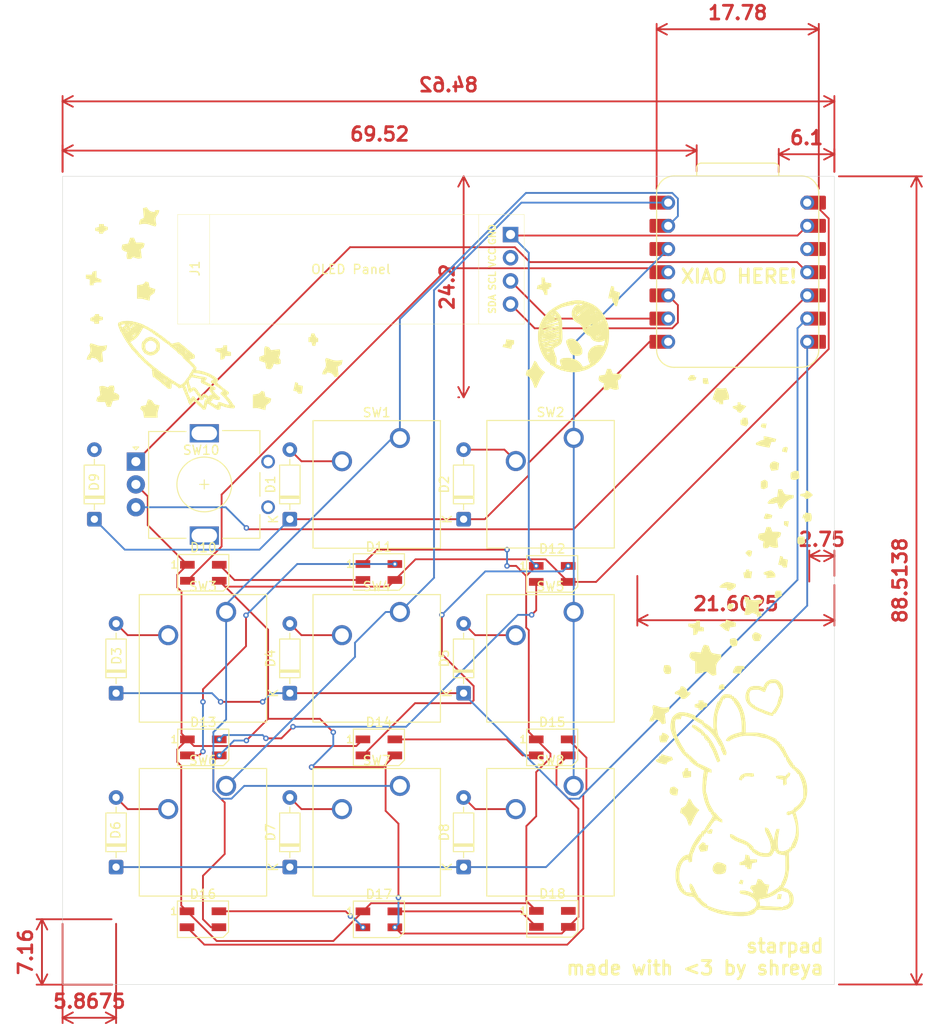
<source format=kicad_pcb>
(kicad_pcb (version 20241229) (generator "pcbnew") (generator_version "9.0")
  (layers (0 "F.Cu" signal) (2 "B.Cu" signal) (13 "F.Paste" user) (15 "B.Paste" user) (5 "F.SilkS" user "F.Silkscreen") (7 "B.SilkS" user "B.Silkscreen") (1 "F.Mask" user) (3 "B.Mask" user) (25 "Edge.Cuts" user))
  (net 0 "")
  (net 1 "Row1")
  (net 2 "Net-(D1-A)")
  (net 3 "Net-(D2-A)")
  (net 4 "Net-(D3-A)")
  (net 5 "Row2")
  (net 6 "Net-(D4-A)")
  (net 7 "Net-(D5-A)")
  (net 8 "Net-(D6-A)")
  (net 9 "Row3")
  (net 10 "Net-(D7-A)")
  (net 11 "Net-(D8-A)")
  (net 12 "Net-(D9-A)")
  (net 13 "LEDs")
  (net 14 "+5V")
  (net 15 "GND")
  (net 16 "Net-(D10-DOUT)")
  (net 17 "Net-(D11-DOUT)")
  (net 18 "Net-(D12-DIN)")
  (net 19 "Net-(D12-DOUT)")
  (net 20 "Net-(D14-DOUT)")
  (net 21 "Net-(D15-DOUT)")
  (net 22 "Net-(D16-DOUT)")
  (net 23 "Net-(D17-DOUT)")
  (net 25 "+3V3")
  (net 26 "SDA")
  (net 27 "SCL")
  (net 28 "Col2")
  (net 29 "Col3")
  (net 30 "Col1")
  (net 31 "Rota2")
  (net 32 "Rota1")
  (footprint "LED_SMD:LED_SK6812MINI_PLCC4_3.5x3.5mm_P1.75mm" (layer "F.Cu") (at 81 133.5)
    (property "Reference" "D10")
    (property "Value" "SK6812")
  )
  (footprint "Diode_THT:D_DO-35_SOD27_P7.62mm_Horizontal" (layer "F.Cu") (at 90.4875 165.735 90)
    (property "Reference" "D7")
    (property "Value" "1N4148")
  )
  (footprint "Diode_THT:D_DO-35_SOD27_P7.62mm_Horizontal" (layer "F.Cu") (at 90.4875 146.685 90)
    (property "Reference" "D4")
    (property "Value" "1N4148")
  )
  (footprint "footprints:SSD1306-0.91-OLED-4pin-128x32" (layer "F.Cu") (at 78.185 94.265)
    (property "Reference" "J1")
    (property "Value" "OLED - Conn_01x04")
  )
  (footprint "Diode_THT:D_DO-35_SOD27_P7.62mm_Horizontal" (layer "F.Cu") (at 71.4375 165.735 90)
    (property "Reference" "D6")
    (property "Value" "1N4148")
  )
  (footprint "LED_SMD:LED_SK6812MINI_PLCC4_3.5x3.5mm_P1.75mm" (layer "F.Cu") (at 81 152.625)
    (property "Reference" "D13")
    (property "Value" "SK6812")
  )
  (footprint "Button_Switch_Keyboard:SW_Cherry_MX_1.00u_PCB" (layer "F.Cu") (at 83.5025 156.845)
    (property "Reference" "SW6")
    (property "Value" "SW_Push_45deg")
  )
  (footprint "Diode_THT:D_DO-35_SOD27_P7.62mm_Horizontal" (layer "F.Cu") (at 109.5375 127.635 90)
    (property "Reference" "D2")
    (property "Value" "1N4148")
  )
  (footprint "LED_SMD:LED_SK6812MINI_PLCC4_3.5x3.5mm_P1.75mm" (layer "F.Cu") (at 100.25 171.46)
    (property "Reference" "D17")
    (property "Value" "SK6812")
  )
  (footprint "OPL:XIAO-RP2040-DIP" (layer "F.Cu") (at 139.59 100.58)
    (property "Reference" "U1" (hide yes))
    (property "Value" "XIAO-RP2040-DIP")
  )
  (footprint "Button_Switch_Keyboard:SW_Cherry_MX_1.00u_PCB" (layer "F.Cu") (at 121.6125 118.725)
    (property "Reference" "SW2")
    (property "Value" "SW_Push_45deg")
  )
  (footprint "Button_Switch_Keyboard:SW_Cherry_MX_1.00u_PCB" (layer "F.Cu") (at 83.5025 137.795)
    (property "Reference" "SW3")
    (property "Value" "SW_Push_45deg")
  )
  (footprint "LED_SMD:LED_SK6812MINI_PLCC4_3.5x3.5mm_P1.75mm" (layer "F.Cu") (at 119.25 133.625)
    (property "Reference" "D12")
    (property "Value" "SK6812")
  )
  (footprint "Diode_THT:D_DO-35_SOD27_P7.62mm_Horizontal" (layer "F.Cu") (at 90.4875 127.635 90)
    (property "Reference" "D1")
    (property "Value" "1N4148")
  )
  (footprint "LED_SMD:LED_SK6812MINI_PLCC4_3.5x3.5mm_P1.75mm" (layer "F.Cu") (at 119.25 152.625)
    (property "Reference" "D15")
    (property "Value" "SK6812")
  )
  (footprint "Diode_THT:D_DO-35_SOD27_P7.62mm_Horizontal" (layer "F.Cu") (at 109.5375 146.685 90)
    (property "Reference" "D5")
    (property "Value" "1N4148")
  )
  (footprint "Rotary_Encoder:RotaryEncoder_Alps_EC11E_Vertical_H20mm" (layer "F.Cu") (at 73.60625 121.325)
    (property "Reference" "SW10")
    (property "Value" "RotaryEncoder_Switch")
  )
  (footprint "Button_Switch_Keyboard:SW_Cherry_MX_1.00u_PCB" (layer "F.Cu") (at 121.6025 156.845)
    (property "Reference" "SW8")
    (property "Value" "SW_Push_45deg")
  )
  (footprint "Button_Switch_Keyboard:SW_Cherry_MX_1.00u_PCB" (layer "F.Cu") (at 102.5525 156.845)
    (property "Reference" "SW7")
    (property "Value" "SW_Push_45deg")
  )
  (footprint "Button_Switch_Keyboard:SW_Cherry_MX_1.00u_PCB" (layer "F.Cu") (at 121.6025 137.795)
    (property "Reference" "SW5")
    (property "Value" "SW_Push_45deg")
  )
  (footprint "Diode_THT:D_DO-35_SOD27_P7.62mm_Horizontal" (layer "F.Cu") (at 69.05625 127.635 90)
    (property "Reference" "D9")
    (property "Value" "1N4148")
  )
  (footprint "Diode_THT:D_DO-35_SOD27_P7.62mm_Horizontal" (layer "F.Cu") (at 109.5375 165.735 90)
    (property "Reference" "D8")
    (property "Value" "1N4148")
  )
  (footprint "LED_SMD:LED_SK6812MINI_PLCC4_3.5x3.5mm_P1.75mm" (layer "F.Cu") (at 119.27 171.41)
    (property "Reference" "D18")
    (property "Value" "SK6812")
  )
  (footprint "LED_SMD:LED_SK6812MINI_PLCC4_3.5x3.5mm_P1.75mm" (layer "F.Cu") (at 100.25 152.625)
    (property "Reference" "D14")
    (property "Value" "SK6812")
  )
  (footprint "LED_SMD:LED_SK6812MINI_PLCC4_3.5x3.5mm_P1.75mm" (layer "F.Cu") (at 80.9625 171.45)
    (property "Reference" "D16")
    (property "Value" "SK6812")
  )
  (footprint "Button_Switch_Keyboard:SW_Cherry_MX_1.00u_PCB" (layer "F.Cu") (at 102.5525 118.745)
    (property "Reference" "SW1")
    (property "Value" "SW_Push_45deg")
  )
  (footprint "Button_Switch_Keyboard:SW_Cherry_MX_1.00u_PCB" (layer "F.Cu") (at 102.5525 137.795)
    (property "Reference" "SW4")
    (property "Value" "SW_Push_45deg")
  )
  (footprint "Diode_THT:D_DO-35_SOD27_P7.62mm_Horizontal" (layer "F.Cu") (at 71.4375 146.685 90)
    (property "Reference" "D3")
    (property "Value" "1N4148")
  )
  (footprint "LED_SMD:LED_SK6812MINI_PLCC4_3.5x3.5mm_P1.75mm" (layer "F.Cu") (at 100.25 133.416875)
    (property "Reference" "D11")
    (property "Value" "SK6812")
  )
  (gr_poly (pts (xy 119.864604 106.109771) (xy 119.89964 106.110701) (xy 119.997619 106.114422) (xy 120.032572 106.149601) (xy 120.046754 106.16432) (xy 120.058965 106.177577) (xy 120.069377 106.189712) (xy 120.073961 106.195466) (xy 120.078159 106.201066) (xy 120.081992 106.206556) (xy 120.085481 106.211978) (xy 120.088649 106.217374) (xy 120.091515 106.222787) (xy 120.094101 106.22826) (xy 120.096429 106.233834) (xy 120.09852 106.239552) (xy 120.100394 106.245458) (xy 120.102074 106.251592) (xy 120.103581 106.257999) (xy 120.106159 106.271796) (xy 120.108298 106.287189) (xy 120.110169 106.304519) (xy 120.113788 106.346346) (xy 120.110067 106.491453) (xy 120.107173 106.637387) (xy 120.103452 106.749422) (xy 119.997619 106.749422) (xy 119.997619 106.643588) (xy 119.627202 106.643588) (xy 119.680119 106.537755) (xy 119.772387 106.522296) (xy 119.864899 106.508287) (xy 119.957625 106.495782) (xy 120.050536 106.484839) (xy 120.050536 106.273172) (xy 119.680119 106.273172) (xy 119.680119 106.114422) (xy 119.770656 106.110701) (xy 119.803832 106.109771) (xy 119.833908 106.109461)) (fill yes) (layer "F.SilkS"))
  (gr_poly (pts (xy 118.798979 106.016883) (xy 118.816366 106.018406) (xy 118.834217 106.021446) (xy 118.852786 106.026064) (xy 118.872325 106.032318) (xy 118.893086 106.040269) (xy 118.915322 106.049979) (xy 118.939286 106.061505) (xy 118.917271 106.08786) (xy 118.899598 106.108634) (xy 118.891808 106.11751) (xy 118.884405 106.125687) (xy 118.877157 106.1334) (xy 118.869832 106.14088) (xy 118.862197 106.14836) (xy 118.854019 106.156073) (xy 118.835106 106.173126) (xy 118.811231 106.1939) (xy 118.780536 106.220255) (xy 118.568869 106.220255) (xy 118.621786 106.061505) (xy 118.669097 106.043638) (xy 118.690295 106.036228) (xy 118.710191 106.029914) (xy 118.729038 106.024755) (xy 118.747087 106.020812) (xy 118.764593 106.018146) (xy 118.781806 106.016816)) (fill yes) (layer "F.SilkS"))
  (gr_poly (pts (xy 137.8175 151.884376) (xy 137.738125 152.043125) (xy 137.420625 152.1225) (xy 137.02375 151.408125) (xy 137.341251 151.32875) (xy 137.341251 151.17)) (fill yes) (layer "F.SilkS"))
  (gr_poly (pts (xy 119.730679 107.499147) (xy 119.749937 107.500145) (xy 119.768928 107.50182) (xy 119.787754 107.504145) (xy 119.806517 107.507096) (xy 119.825319 107.510648) (xy 119.844264 107.514775) (xy 119.863453 107.519454) (xy 119.902974 107.530362) (xy 119.944702 107.543172) (xy 119.891785 107.649005) (xy 120.050536 107.649005) (xy 119.997619 107.860672) (xy 119.944702 107.754838) (xy 119.786081 107.798557) (xy 119.204437 107.958314) (xy 118.952515 108.027612) (xy 118.59078 108.126909) (xy 118.476686 108.158477) (xy 118.320958 108.200455) (xy 118.269273 108.213361) (xy 118.229041 108.222012) (xy 118.211813 108.225008) (xy 118.19576 108.227259) (xy 118.16493 108.229954) (xy 118.13205 108.230947) (xy 118.092619 108.231088) (xy 118.092619 108.336922) (xy 118.198452 108.389838) (xy 118.039702 108.389838) (xy 118.092619 108.125255) (xy 118.304285 108.125255) (xy 118.304285 108.019422) (xy 117.986786 108.019422) (xy 117.986786 107.860672) (xy 118.092619 107.860672) (xy 118.092619 107.966505) (xy 118.196178 107.929505) (xy 118.327614 107.884795) (xy 118.459336 107.841488) (xy 118.723719 107.758721) (xy 118.989484 107.680472) (xy 119.256785 107.60601) (xy 119.389038 107.568971) (xy 119.514754 107.535524) (xy 119.626789 107.505177) (xy 119.648921 107.502418) (xy 119.670274 107.500461) (xy 119.69095 107.49928) (xy 119.711051 107.498851)) (fill yes) (layer "F.SilkS"))
  (gr_poly (pts (xy 119.627202 107.384422) (xy 119.592912 107.399722) (xy 119.559542 107.41381) (xy 119.526928 107.426698) (xy 119.494909 107.438396) (xy 119.463323 107.448917) (xy 119.432007 107.458272) (xy 119.4008 107.466473) (xy 119.369538 107.473532) (xy 119.33806 107.479459) (xy 119.306204 107.484267) (xy 119.273807 107.487967) (xy 119.240707 107.490571) (xy 119.206743 107.49209) (xy 119.17175 107.492536) (xy 119.135569 107.49192) (xy 119.098035 107.490255) (xy 119.098035 107.384422) (xy 119.167293 107.359876) (xy 119.232472 107.338501) (xy 119.26403 107.329011) (xy 119.295166 107.320326) (xy 119.32608 107.31245) (xy 119.356971 107.305385) (xy 119.388039 107.299137) (xy 119.419483 107.293709) (xy 119.451501 107.289106) (xy 119.484295 107.28533) (xy 119.518062 107.282387) (xy 119.553003 107.280279) (xy 119.589316 107.279012) (xy 119.627202 107.278589)) (fill yes) (layer "F.SilkS"))
  (gr_poly (pts (xy 146.991173 124.777683) (xy 147.097008 124.460178) (xy 147.15316 124.485952) (xy 147.207248 124.512046) (xy 147.259434 124.538602) (xy 147.309878 124.565759) (xy 147.358741 124.593656) (xy 147.406183 124.622434) (xy 147.452366 124.652232) (xy 147.49745 124.683189) (xy 147.541596 124.715445) (xy 147.584964 124.74914) (xy 147.627715 124.784414) (xy 147.67001 124.821406) (xy 147.712009 124.860255) (xy 147.753874 124.901102) (xy 147.795764 124.944086) (xy 147.837841 124.989347) (xy 147.675576 125.12908) (xy 147.608552 125.185614) (xy 147.549279 125.234087) (xy 147.496517 125.275118) (xy 147.449026 125.309328) (xy 147.405566 125.337337) (xy 147.364897 125.359764) (xy 147.325778 125.377231) (xy 147.306412 125.384298) (xy 147.286969 125.390357) (xy 147.24723 125.399762) (xy 147.20532 125.406066) (xy 147.16 125.40989) (xy 147.110029 125.411854) (xy 146.991173 125.412681) (xy 146.885341 125.201014) (xy 146.758198 125.160537) (xy 146.712356 125.146904) (xy 146.67172 125.136021) (xy 146.631328 125.126647) (xy 146.586219 125.117542) (xy 146.462008 125.095179) (xy 146.462008 124.883512)) (fill yes) (layer "F.SilkS"))
  (gr_poly (pts (xy 75.240399 108.014992) (xy 75.213461 108.016858) (xy 75.159315 108.023874) (xy 75.104846 108.035181) (xy 75.050097 108.050676) (xy 74.995109 108.070255) (xy 74.939924 108.093814) (xy 74.884583 108.12125) (xy 74.902155 108.129951) (xy 74.909471 108.133407) (xy 74.916016 108.136286) (xy 74.921945 108.138603) (xy 74.927415 108.140371) (xy 74.930027 108.141054) (xy 74.932582 108.141606) (xy 74.935101 108.142027) (xy 74.937603 108.142321) (xy 74.940108 108.142488) (xy 74.942634 108.142531) (xy 74.945202 108.142451) (xy 74.94783 108.14225) (xy 74.953349 108.141494) (xy 74.959346 108.140275) (xy 74.965978 108.138609) (xy 74.9734 108.136509) (xy 74.991243 108.131068) (xy 75.056562 108.106367) (xy 75.084072 108.098214) (xy 75.110895 108.09134) (xy 75.137124 108.08573) (xy 75.162854 108.081371) (xy 75.188176 108.078246) (xy 75.213187 108.076342) (xy 75.237977 108.075645) (xy 75.262643 108.076139) (xy 75.287276 108.07781) (xy 75.31197 108.080644) (xy 75.336819 108.084627) (xy 75.361917 108.089742) (xy 75.387358 108.095977) (xy 75.413233 108.103316) (xy 75.439639 108.111745) (xy 75.466666 108.12125) (xy 75.490998 108.136951) (xy 75.510002 108.149465) (xy 75.51799 108.154914) (xy 75.525228 108.160032) (xy 75.531909 108.164974) (xy 75.538227 108.169894) (xy 75.544376 108.174947) (xy 75.550549 108.18029) (xy 75.556941 108.186075) (xy 75.563745 108.192459) (xy 75.579365 108.207644) (xy 75.598958 108.227083) (xy 75.679987 108.271732) (xy 75.703169 108.291056) (xy 75.724495 108.311029) (xy 75.744051 108.331656) (xy 75.761918 108.352943) (xy 75.778182 108.374896) (xy 75.792925 108.397521) (xy 75.806231 108.420824) (xy 75.818183 108.44481) (xy 75.828866 108.469485) (xy 75.838363 108.494855) (xy 75.846757 108.520925) (xy 75.854132 108.547703) (xy 75.860572 108.575192) (xy 75.86616 108.6034) (xy 75.870981 108.632331) (xy 75.875117 108.661992) (xy 75.868454 108.708392) (xy 75.860089 108.754026) (xy 75.850201 108.799056) (xy 75.838968 108.843645) (xy 75.826569 108.887954) (xy 75.813183 108.932147) (xy 75.79899 108.976386) (xy 75.784167 109.020833) (xy 75.810439 108.995465) (xy 75.822895 108.983025) (xy 75.834849 108.970629) (xy 75.846262 108.958191) (xy 75.857096 108.94562) (xy 75.867315 108.93283) (xy 75.87688 108.919732) (xy 75.885753 108.906236) (xy 75.893898 108.892257) (xy 75.901276 108.877703) (xy 75.904665 108.870184) (xy 75.907849 108.862489) (xy 75.910822 108.854606) (xy 75.91358 108.846525) (xy 75.916119 108.838234) (xy 75.918432 108.829722) (xy 75.920517 108.820979) (xy 75.922367 108.811993) (xy 75.923978 108.802754) (xy 75.925346 108.79325) (xy 75.925405 108.749383) (xy 75.92435 108.707) (xy 75.922067 108.665988) (xy 75.918439 108.626232) (xy 75.91335 108.587618) (xy 75.906686 108.550032) (xy 75.898331 108.513359) (xy 75.888169 108.477487) (xy 75.876084 108.442299) (xy 75.86196 108.407683) (xy 75.845683 108.373524) (xy 75.827136 108.339707) (xy 75.806205 108.306119) (xy 75.782772 108.272646) (xy 75.756723 108.239173) (xy 75.727943 108.205586) (xy 75.703732 108.184107) (xy 75.679331 108.163974) (xy 75.654744 108.145173) (xy 75.629976 108.127692) (xy 75.605034 108.111518) (xy 75.579922 108.096637) (xy 75.554645 108.083036) (xy 75.52921 108.070703) (xy 75.50362 108.059625) (xy 75.477881 108.049789) (xy 75.451998 108.041181) (xy 75.425978 108.033789) (xy 75.399824 108.027599) (xy 75.373542 108.022599) (xy 75.347138 108.018776) (xy 75.320616 108.016117) (xy 75.293982 108.014608) (xy 75.267242 108.014238)) (fill yes) (layer "F.SilkS"))
  (gr_poly (pts (xy 135.674375 149.741251) (xy 135.75375 149.979375) (xy 135.2775 149.9) (xy 135.2775 149.661876)) (fill yes) (layer "F.SilkS"))
  (gr_poly (pts (xy 119.256785 109.712755) (xy 119.362619 109.712755) (xy 119.362619 109.924421) (xy 119.574286 109.871505) (xy 119.594843 109.902719) (xy 119.612781 109.930937) (xy 119.628233 109.956624) (xy 119.641333 109.980244) (xy 119.652213 110.002262) (xy 119.661008 110.023143) (xy 119.664664 110.033303) (xy 119.66785 110.043352) (xy 119.67058 110.05335) (xy 119.672873 110.063354) (xy 119.674744 110.073422) (xy 119.67621 110.083613) (xy 119.677996 110.104595) (xy 119.678362 110.126764) (xy 119.677443 110.150585) (xy 119.675373 110.176523) (xy 119.672283 110.205043) (xy 119.663582 110.271687) (xy 119.647666 110.397571) (xy 119.640808 110.433735) (xy 119.635008 110.462202) (xy 119.632237 110.474337) (xy 119.629408 110.485491) (xy 119.626413 110.49598) (xy 119.623146 110.506118) (xy 119.619498 110.516219) (xy 119.615362 110.526599) (xy 119.610631 110.537571) (xy 119.605198 110.549451) (xy 119.591792 110.577192) (xy 119.574286 110.612338) (xy 119.858712 110.74463) (xy 120.018703 110.819044) (xy 120.061519 110.840391) (xy 120.079282 110.849002) (xy 120.095091 110.85635) (xy 120.109302 110.86252) (xy 120.122272 110.867598) (xy 120.134359 110.871667) (xy 120.145918 110.874814) (xy 120.157306 110.877122) (xy 120.16888 110.878676) (xy 120.180996 110.879561) (xy 120.194012 110.879862) (xy 120.208284 110.879664) (xy 120.224168 110.879052) (xy 120.262202 110.876922) (xy 120.225615 110.782044) (xy 120.201673 110.715356) (xy 120.17914 110.649775) (xy 120.158374 110.584746) (xy 120.139731 110.519718) (xy 120.131317 110.48703) (xy 120.123568 110.454136) (xy 120.116528 110.420964) (xy 120.110242 110.387447) (xy 120.104755 110.353515) (xy 120.100111 110.319098) (xy 120.096354 110.284129) (xy 120.09353 110.248536) (xy 120.1014 110.234856) (xy 120.109385 110.22177) (xy 120.117492 110.209259) (xy 120.125727 110.197302) (xy 120.134099 110.185878) (xy 120.142614 110.174967) (xy 120.15128 110.164547) (xy 120.160105 110.154598) (xy 120.169094 110.1451) (xy 120.178256 110.136032) (xy 120.187597 110.127372) (xy 120.197126 110.119101) (xy 120.206849 110.111198) (xy 120.216773 110.103641) (xy 120.237255 110.089487) (xy 120.258629 110.076472) (xy 120.280954 110.064432) (xy 120.304287 110.0532) (xy 120.328687 110.042612) (xy 120.354211 110.032502) (xy 120.380918 110.022704) (xy 120.408864 110.013053) (xy 120.438109 110.003383) (xy 120.492784 109.994138) (xy 120.547568 109.986422) (xy 120.60245 109.980125) (xy 120.657421 109.975137) (xy 120.767592 109.968648) (xy 120.878003 109.966075) (xy 120.98858 109.966538) (xy 121.099245 109.969156) (xy 121.320535 109.977338) (xy 121.320535 110.030255) (xy 120.791369 110.083172) (xy 120.738452 110.241922) (xy 120.897202 110.241922) (xy 120.889674 110.277942) (xy 120.881127 110.313246) (xy 120.871616 110.347904) (xy 120.861197 110.381984) (xy 120.849926 110.415556) (xy 120.837858 110.448688) (xy 120.825048 110.481451) (xy 120.811552 110.513913) (xy 120.782723 110.578211) (xy 120.751815 110.642138) (xy 120.719271 110.706245) (xy 120.685535 110.771088) (xy 120.579702 110.771088) (xy 120.579702 110.506505) (xy 120.368036 110.506505) (xy 120.420952 110.665255) (xy 120.409488 110.744913) (xy 120.396913 110.824413) (xy 120.383129 110.903708) (xy 120.368036 110.982755) (xy 120.050536 111.035672) (xy 120.08146 111.061034) (xy 120.112268 111.084712) (xy 120.143046 111.106815) (xy 120.173881 111.127451) (xy 120.204858 111.14673) (xy 120.236064 111.16476) (xy 120.267586 111.181649) (xy 120.299509 111.197507) (xy 120.33192 111.212441) (xy 120.364906 111.22656) (xy 120.398551 111.239974) (xy 120.432943 111.25279) (xy 120.468168 111.265118) (xy 120.504312 111.277065) (xy 120.579702 111.300255) (xy 120.555798 111.308888) (xy 120.53226 111.316232) (xy 120.50907 111.322333) (xy 120.486206 111.327237) (xy 120.463647 111.33099) (xy 120.441372 111.333638) (xy 120.419361 111.335229) (xy 120.397593 111.335807) (xy 120.376047 111.335421) (xy 120.354702 111.334114) (xy 120.312534 111.32893) (xy 120.270923 111.320623) (xy 120.229702 111.309566) (xy 120.188705 111.296128) (xy 120.147767 111.28068) (xy 120.10672 111.263592) (xy 120.0654 111.245235) (xy 119.894059 111.166517) (xy 119.82933 111.134397) (xy 119.765756 111.101283) (xy 119.703167 111.06714) (xy 119.641391 111.031934) (xy 119.580257 110.995633) (xy 119.519595 110.958202) (xy 119.459233 110.919607) (xy 119.398999 110.879815) (xy 119.36697 110.858452) (xy 119.35344 110.849625) (xy 119.341088 110.841816) (xy 119.329555 110.834862) (xy 119.318484 110.828597) (xy 119.307515 110.822857) (xy 119.29629 110.81748) (xy 119.284451 110.8123) (xy 119.271639 110.807153) (xy 119.257496 110.801875) (xy 119.241662 110.796302) (xy 119.203492 110.783616) (xy 119.15426 110.767781) (xy 119.045119 110.718171) (xy 119.030729 110.665554) (xy 119.017105 110.612727) (xy 119.004258 110.559706) (xy 118.992202 110.506505) (xy 118.899598 110.460202) (xy 118.867562 110.443138) (xy 118.837452 110.42503) (xy 118.809085 110.405916) (xy 118.782279 110.385834) (xy 118.756852 110.364823) (xy 118.73262 110.342919) (xy 118.709402 110.320161) (xy 118.687016 110.296588) (xy 118.665278 110.272236) (xy 118.644006 110.247144) (xy 118.602132 110.194891) (xy 118.515952 110.083172) (xy 118.568869 109.977338) (xy 118.780536 109.977338) (xy 118.823622 109.968031) (xy 118.864737 109.958143) (xy 118.904381 109.947406) (xy 118.943055 109.935548) (xy 118.981257 109.9223) (xy 119.019488 109.90739) (xy 119.058248 109.890548) (xy 119.098035 109.871505) (xy 119.203869 109.818588) (xy 119.203869 109.712755) (xy 119.045119 109.659839) (xy 119.203869 109.659839) (xy 119.203869 109.554005)) (fill yes) (layer "F.SilkS"))
  (gr_poly (pts (xy 134.303137 158.253663) (xy 134.332017 158.269146) (xy 134.357449 158.283893) (xy 134.379934 158.298486) (xy 134.39023 158.305905) (xy 134.399978 158.313504) (xy 134.409242 158.321355) (xy 134.418085 158.32953) (xy 134.426568 158.338103) (xy 134.434757 158.347145) (xy 134.442712 158.356731) (xy 134.450499 158.366931) (xy 134.458178 158.377819) (xy 134.465814 158.389468) (xy 134.481207 158.415339) (xy 134.497182 158.445124) (xy 134.514242 158.479405) (xy 134.532891 158.518763) (xy 134.576971 158.615036) (xy 134.618876 158.690065) (xy 134.661032 158.760034) (xy 134.703652 158.825444) (xy 134.746949 158.886793) (xy 134.791138 158.944582) (xy 134.836432 158.99931) (xy 134.883044 159.051477) (xy 134.93119 159.101583) (xy 134.981082 159.150126) (xy 135.032934 159.197607) (xy 135.08696 159.244526) (xy 135.143373 159.291381) (xy 135.264218 159.3869) (xy 135.397178 159.488162) (xy 135.218584 159.679985) (xy 135.156672 159.767824) (xy 135.097539 159.856621) (xy 135.040977 159.946341) (xy 134.986776 160.03695) (xy 134.934729 160.128417) (xy 134.884626 160.220706) (xy 134.789422 160.407619) (xy 134.699493 160.597422) (xy 134.613172 160.789848) (xy 134.444679 161.181494) (xy 134.233012 161.181494) (xy 134.159011 160.961146) (xy 134.089303 160.759736) (xy 134.059438 160.676496) (xy 134.031649 160.602823) (xy 134.004998 160.53716) (xy 133.978546 160.477951) (xy 133.951356 160.423638) (xy 133.922489 160.372665) (xy 133.891008 160.323474) (xy 133.855974 160.274509) (xy 133.81645 160.224212) (xy 133.771497 160.171027) (xy 133.720177 160.113397) (xy 133.661552 160.049765) (xy 133.518636 159.898265) (xy 133.280512 159.805661) (xy 133.2894 159.722152) (xy 133.297048 159.656006) (xy 133.304696 159.601023) (xy 133.308908 159.575779) (xy 133.313584 159.551) (xy 133.318881 159.525911) (xy 133.324953 159.499737) (xy 133.340043 159.441033) (xy 133.360094 159.368686) (xy 133.386346 159.276495) (xy 133.58809 159.180583) (xy 133.637413 159.153667) (xy 133.682008 159.126902) (xy 133.7223 159.100038) (xy 133.758714 159.072825) (xy 133.791674 159.045015) (xy 133.821606 159.016357) (xy 133.848934 158.986602) (xy 133.874083 158.9555) (xy 133.897477 158.922803) (xy 133.919543 158.888259) (xy 133.940703 158.851621) (xy 133.961384 158.812637) (xy 133.98201 158.77106) (xy 134.003005 158.726638) (xy 134.047804 158.628265) (xy 134.155291 158.395929) (xy 134.233012 158.218161)) (fill yes) (layer "F.SilkS"))
  (gr_poly (pts (xy 143.641254 145.190076) (xy 143.692572 145.193239) (xy 143.73806 145.199203) (xy 143.779062 145.2082) (xy 143.816922 145.220462) (xy 143.852986 145.236221) (xy 143.888596 145.255711) (xy 143.925098 145.279164) (xy 143.963837 145.306813) (xy 144.053399 145.375626) (xy 144.167499 145.534375) (xy 143.849999 145.693126) (xy 143.691249 145.534375) (xy 143.770625 145.296251) (xy 143.135624 145.296251) (xy 143.135624 145.216876) (xy 143.350792 145.200772) (xy 143.51575 145.191219) (xy 143.582762 145.18948)) (fill yes) (layer "F.SilkS"))
  (gr_poly (pts (xy 141.944999 169.505623) (xy 141.944999 170.06125) (xy 141.706875 169.981874) (xy 141.704996 169.862822) (xy 141.704395 169.74375) (xy 141.705034 169.624677) (xy 141.706875 169.505623) (xy 141.786249 169.426249)) (fill yes) (layer "F.SilkS"))
  (gr_poly (pts (xy 73.274215 106.63115) (xy 73.251444 106.649299) (xy 73.206133 106.685885) (xy 73.154973 106.726813) (xy 73.146384 106.736046) (xy 73.138611 106.744946) (xy 73.131599 106.75359) (xy 73.125296 106.762056) (xy 73.119647 106.77042) (xy 73.114599 106.778758) (xy 73.110099 106.787149) (xy 73.106094 106.795669) (xy 73.102528 106.804395) (xy 73.09935 106.813404) (xy 73.096506 106.822773) (xy 73.093942 106.832578) (xy 73.091604 106.842898) (xy 73.08944 106.853808) (xy 73.087395 106.865386) (xy 73.085416 106.877708) (xy 73.116158 106.876582) (xy 73.130614 106.875645) (xy 73.144534 106.874371) (xy 73.157975 106.872691) (xy 73.170991 106.870539) (xy 73.183639 106.867847) (xy 73.195974 106.864548) (xy 73.208051 106.860576) (xy 73.219927 106.855862) (xy 73.231656 106.85034) (xy 73.243295 106.843942) (xy 73.254898 106.836602) (xy 73.266523 106.828253) (xy 73.278223 106.818826) (xy 73.290055 106.808255) (xy 73.31919 106.773351) (xy 73.347702 106.738106) (xy 73.361729 106.720313) (xy 73.375606 106.702382) (xy 73.389335 106.684298) (xy 73.402917 106.666042) (xy 73.297083 106.613125)) (fill yes) (layer "F.SilkS"))
  (gr_poly (pts (xy 120.047228 105.31075) (xy 120.104899 105.424231) (xy 120.119641 105.456133) (xy 120.133228 105.487495) (xy 120.145703 105.51842) (xy 120.157108 105.549014) (xy 120.167486 105.57938) (xy 120.176879 105.609622) (xy 120.18533 105.639845) (xy 120.192882 105.670154) (xy 120.199577 105.700651) (xy 120.205458 105.731441) (xy 120.210567 105.762629) (xy 120.214947 105.794319) (xy 120.218641 105.826615) (xy 120.221691 105.859621) (xy 120.226028 105.92818) (xy 120.232773 106.073456) (xy 120.239051 106.230177) (xy 120.245743 106.39155) (xy 120.255702 106.696776) (xy 120.262673 107.001983) (xy 120.266947 107.307242) (xy 120.268817 107.612625) (xy 120.269553 107.778958) (xy 120.26923 107.932812) (xy 120.269049 108.068889) (xy 120.266686 108.105167) (xy 120.265526 108.120253) (xy 120.264264 108.133722) (xy 120.262812 108.14589) (xy 120.261083 108.157072) (xy 120.258989 108.167584) (xy 120.256443 108.17774) (xy 120.253357 108.187856) (xy 120.249644 108.198247) (xy 120.245216 108.209227) (xy 120.239985 108.221113) (xy 120.233864 108.234218) (xy 120.226765 108.248858) (xy 120.209285 108.284005) (xy 120.050536 108.231088) (xy 120.050536 108.019422) (xy 119.878557 108.072339) (xy 119.812643 108.089805) (xy 119.760527 108.102931) (xy 119.738142 108.10806) (xy 119.717403 108.112336) (xy 119.697711 108.115837) (xy 119.678465 108.11864) (xy 119.659064 108.120824) (xy 119.638907 108.122464) (xy 119.617393 108.12364) (xy 119.593923 108.124428) (xy 119.538706 108.125152) (xy 119.468452 108.125255) (xy 119.468452 108.019422) (xy 119.574286 108.019422) (xy 119.574286 107.913588) (xy 120.050536 107.860672) (xy 120.050536 107.649005) (xy 119.891785 107.649005) (xy 119.944702 107.490255) (xy 120.103452 107.490255) (xy 120.076994 107.381114) (xy 120.067039 107.314933) (xy 120.05962 107.249346) (xy 120.054417 107.184119) (xy 120.051115 107.119021) (xy 120.049393 107.053818) (xy 120.048935 106.988278) (xy 120.050536 106.855255) (xy 119.944702 106.802338) (xy 119.997619 106.643588) (xy 119.627202 106.643588) (xy 119.680119 106.537755) (xy 119.772387 106.522297) (xy 119.864899 106.508287) (xy 119.957625 106.495782) (xy 120.050536 106.484839) (xy 120.050536 106.273172) (xy 119.680119 106.273172) (xy 119.680119 106.114422) (xy 120.050536 106.114422) (xy 120.050536 105.849838) (xy 119.521369 105.902755) (xy 119.627202 105.744005) (xy 119.74089 105.738424) (xy 119.781611 105.737029) (xy 119.817371 105.736564) (xy 119.852511 105.737029) (xy 119.891372 105.738424) (xy 119.997619 105.744005) (xy 119.944702 105.585255) (xy 119.627202 105.532339) (xy 119.733035 105.426505) (xy 119.734261 105.360366) (xy 119.73469 105.294212) (xy 119.734292 105.228059) (xy 119.733035 105.161922) (xy 119.785952 105.109005) (xy 119.944702 105.109005)) (fill yes) (layer "F.SilkS"))
  (gr_poly (pts (xy 80.308541 114.656458) (xy 80.467291 114.868125) (xy 80.573125 114.841666) (xy 80.551421 114.818102) (xy 80.543359 114.809575) (xy 80.535918 114.801979) (xy 80.528166 114.794382) (xy 80.519174 114.785856) (xy 80.49375 114.762291) (xy 80.440833 114.762291) (xy 80.416028 114.711028) (xy 80.406697 114.692964) (xy 80.399363 114.679066) (xy 80.393384 114.668385) (xy 80.390704 114.663955) (xy 80.388123 114.659972) (xy 80.385561 114.656319) (xy 80.382939 114.652876) (xy 80.380176 114.649526) (xy 80.377193 114.646148) (xy 80.370246 114.638839) (xy 80.361458 114.629999)) (fill yes) (layer "F.SilkS"))
  (gr_poly (pts (xy 122.696369 106.855255) (xy 122.798895 106.894943) (xy 122.813273 106.903972) (xy 122.826819 106.91312) (xy 122.839567 106.922394) (xy 122.851549 106.9318) (xy 122.862801 106.941345) (xy 122.873356 106.951038) (xy 122.883248 106.960886) (xy 122.89251 106.970895) (xy 122.901176 106.981074) (xy 122.909281 106.991428) (xy 122.916857 107.001967) (xy 122.92394 107.012696) (xy 122.930562 107.023624) (xy 122.936757 107.034757) (xy 122.948003 107.057668) (xy 122.957949 107.081489) (xy 122.966864 107.106277) (xy 122.975019 107.132091) (xy 122.982686 107.158989) (xy 123.013868 107.278589) (xy 123.066785 107.384422) (xy 123.035699 107.373733) (xy 123.006832 107.36236) (xy 122.980007 107.350241) (xy 122.955045 107.337315) (xy 122.931769 107.323519) (xy 122.91 107.308792) (xy 122.889561 107.293072) (xy 122.870273 107.276297) (xy 122.851958 107.258405) (xy 122.834439 107.239334) (xy 122.817537 107.219022) (xy 122.801074 107.197408) (xy 122.784873 107.174429) (xy 122.768755 107.150024) (xy 122.752542 107.124131) (xy 122.736056 107.096687) (xy 122.70549 107.034153) (xy 122.682519 106.985221) (xy 122.673544 106.964586) (xy 122.666061 106.945825) (xy 122.659934 106.92843) (xy 122.655028 106.911893) (xy 122.651207 106.895704) (xy 122.648336 106.879356) (xy 122.646278 106.862339) (xy 122.644899 106.844145) (xy 122.644063 106.824265) (xy 122.643633 106.80219) (xy 122.643452 106.749422)) (fill yes) (layer "F.SilkS"))
  (gr_poly (pts (xy 140.992501 168.473748) (xy 140.992501 168.711875) (xy 140.3575 168.711875) (xy 140.51625 168.394374)) (fill yes) (layer "F.SilkS"))
  (gr_poly (pts (xy 145.755001 163.155624) (xy 145.675624 163.314374) (xy 145.913749 163.39375) (xy 145.834375 163.631874) (xy 145.675624 163.631874) (xy 145.596251 163.790625) (xy 145.596251 163.552501) (xy 145.4375 163.552501) (xy 145.524937 163.281509) (xy 145.554702 163.195313) (xy 145.578887 163.133301) (xy 145.589758 163.109329) (xy 145.600281 163.088962) (xy 145.610803 163.071386) (xy 145.621675 163.055786) (xy 145.633244 163.041349) (xy 145.645859 163.02726) (xy 145.675624 162.996874)) (fill yes) (layer "F.SilkS"))
  (gr_poly (pts (xy 122.131539 103.675404) (xy 122.272783 103.681895) (xy 122.413946 103.69366) (xy 122.555112 103.710738) (xy 122.696369 103.733172) (xy 122.713939 103.79415) (xy 122.720088 103.816423) (xy 122.725307 103.836525) (xy 122.730217 103.856937) (xy 122.735436 103.88014) (xy 122.749285 103.944839) (xy 122.741225 103.952556) (xy 122.733094 103.959674) (xy 122.724892 103.966217) (xy 122.716616 103.972208) (xy 122.708265 103.977671) (xy 122.699837 103.982632) (xy 122.69133 103.987114) (xy 122.682743 103.991142) (xy 122.674074 103.994739) (xy 122.665321 103.997931) (xy 122.656483 104.000741) (xy 122.647557 104.003193) (xy 122.629438 104.007122) (xy 122.610949 104.009913) (xy 122.592077 104.011758) (xy 122.57281 104.012852) (xy 122.553132 104.013388) (xy 122.53303 104.013561) (xy 122.491502 104.013593) (xy 122.470048 104.01384) (xy 122.448115 104.014498) (xy 122.296703 104.021216) (xy 122.137436 104.027521) (xy 121.977549 104.034446) (xy 121.585119 104.050672) (xy 121.585119 104.156505) (xy 121.447246 104.172215) (xy 121.199442 104.207465) (xy 121.07845 104.227999) (xy 120.959245 104.250803) (xy 120.841717 104.276123) (xy 120.725752 104.304207) (xy 120.611236 104.335303) (xy 120.498057 104.369658) (xy 120.386103 104.407519) (xy 120.275259 104.449133) (xy 120.165413 104.494749) (xy 120.056453 104.544614) (xy 119.948264 104.598974) (xy 119.840735 104.658078) (xy 119.733752 104.722172) (xy 119.627202 104.791505) (xy 119.742957 104.864266) (xy 119.795598 104.916151) (xy 119.845579 104.970963) (xy 119.892827 105.028493) (xy 119.937272 105.08853) (xy 119.978842 105.150866) (xy 120.017467 105.215289) (xy 120.053075 105.28159) (xy 120.085594 105.349559) (xy 120.114955 105.418987) (xy 120.141084 105.489663) (xy 120.163912 105.561377) (xy 120.183366 105.63392) (xy 120.199376 105.707082) (xy 120.211871 105.780652) (xy 120.220779 105.854422) (xy 120.226029 105.92818) (xy 120.232773 106.073456) (xy 120.239051 106.230177) (xy 120.245743 106.39155) (xy 120.255703 106.696776) (xy 120.262673 107.001983) (xy 120.266947 107.307242) (xy 120.268817 107.612625) (xy 120.269553 107.778958) (xy 120.26923 107.932812) (xy 120.269049 108.068889) (xy 120.266686 108.105167) (xy 120.265526 108.120253) (xy 120.264264 108.133722) (xy 120.262812 108.14589) (xy 120.261083 108.157072) (xy 120.258989 108.167584) (xy 120.256443 108.17774) (xy 120.253357 108.187856) (xy 120.249644 108.198247) (xy 120.245216 108.209227) (xy 120.239985 108.221113) (xy 120.233864 108.234218) (xy 120.226765 108.248858) (xy 120.209285 108.284005) (xy 120.050536 108.231088) (xy 120.050536 108.019422) (xy 119.878557 108.072339) (xy 119.812643 108.089805) (xy 119.760527 108.102931) (xy 119.738142 108.10806) (xy 119.717403 108.112336) (xy 119.697711 108.115837) (xy 119.678465 108.11864) (xy 119.659064 108.120824) (xy 119.638907 108.122464) (xy 119.617393 108.12364) (xy 119.593923 108.124428) (xy 119.538706 108.125152) (xy 119.468452 108.125255) (xy 119.468452 108.019422) (xy 119.574286 108.019422) (xy 119.574286 107.913588) (xy 119.997619 107.860672) (xy 119.944702 107.754838) (xy 119.786081 107.798557) (xy 119.204437 107.958314) (xy 118.952515 108.027612) (xy 118.59078 108.126909) (xy 118.476686 108.158477) (xy 118.320958 108.200455) (xy 118.269273 108.213361) (xy 118.229041 108.222012) (xy 118.211813 108.225008) (xy 118.19576 108.227259) (xy 118.16493 108.229954) (xy 118.13205 108.230947) (xy 118.092619 108.231088) (xy 118.092619 108.336922) (xy 118.205687 108.284419) (xy 118.235991 108.274178) (xy 118.265439 108.265084) (xy 118.294169 108.257075) (xy 118.322317 108.250091) (xy 118.350023 108.244074) (xy 118.377422 108.238962) (xy 118.404652 108.234696) (xy 118.431851 108.231215) (xy 118.459155 108.228461) (xy 118.486702 108.226373) (xy 118.543075 108.223955) (xy 118.602068 108.223482) (xy 118.66478 108.224474) (xy 118.821257 108.227367) (xy 118.939286 108.231088) (xy 118.939286 108.336922) (xy 118.767513 108.379503) (xy 118.545718 108.436141) (xy 118.43234 108.464046) (xy 118.396207 108.473602) (xy 118.360178 108.483542) (xy 118.288381 108.50438) (xy 118.216863 108.526187) (xy 118.145536 108.548588) (xy 118.092619 108.654422) (xy 118.410119 108.654422) (xy 118.410119 108.813172) (xy 118.251369 108.813172) (xy 118.251369 108.971922) (xy 118.463036 109.024838) (xy 118.357202 109.024838) (xy 118.357202 109.289422) (xy 118.145536 109.342338) (xy 118.034066 109.030249) (xy 117.983891 108.874753) (xy 117.93786 108.719392) (xy 117.896301 108.563992) (xy 117.859542 108.408379) (xy 117.827909 108.252379) (xy 117.801732 108.095819) (xy 117.781338 107.938525) (xy 117.767054 107.780324) (xy 117.75921 107.621042) (xy 117.758131 107.460505) (xy 117.764146 107.29854) (xy 117.777584 107.134973) (xy 117.798771 106.96963) (xy 117.828036 106.802338) (xy 117.860618 106.731361) (xy 117.872277 106.706589) (xy 117.882503 106.685653) (xy 117.892534 106.666074) (xy 117.903612 106.645371) (xy 117.933869 106.590672) (xy 118.039702 106.590672) (xy 118.092619 106.484839) (xy 118.092619 106.590672) (xy 118.304285 106.590672) (xy 118.304285 106.696505) (xy 118.145536 106.749422) (xy 118.124168 106.793424) (xy 118.107607 106.828103) (xy 118.09461 106.856558) (xy 118.083939 106.881891) (xy 118.074353 106.907201) (xy 118.064612 106.93559) (xy 118.053475 106.970158) (xy 118.039702 107.014005) (xy 118.515952 106.908172) (xy 118.515952 107.014005) (xy 118.413633 107.054726) (xy 118.281134 107.109916) (xy 118.14905 107.163867) (xy 118.107059 107.182564) (xy 118.089934 107.190763) (xy 118.075073 107.198626) (xy 118.068417 107.202533) (xy 118.062238 107.206478) (xy 118.056506 107.2105) (xy 118.051191 107.214639) (xy 118.046264 107.218938) (xy 118.041695 107.223435) (xy 118.037454 107.228171) (xy 118.033511 107.233187) (xy 118.029838 107.238523) (xy 118.026403 107.24422) (xy 118.023178 107.250317) (xy 118.020133 107.256855) (xy 118.017237 107.263875) (xy 118.014462 107.271416) (xy 118.009153 107.288227) (xy 118.003969 107.307609) (xy 117.998671 107.329887) (xy 117.986786 107.384422) (xy 118.198452 107.384422) (xy 118.198452 107.490255) (xy 118.039702 107.543172) (xy 117.986786 107.701922) (xy 118.09696 107.665335) (xy 118.241447 107.61924) (xy 118.384694 107.572731) (xy 118.42833 107.563077) (xy 118.446595 107.559375) (xy 118.463058 107.556469) (xy 118.478144 107.554392) (xy 118.492278 107.553179) (xy 118.505885 107.552864) (xy 118.519389 107.553481) (xy 118.533215 107.555065) (xy 118.547788 107.55765) (xy 118.563532 107.561269) (xy 118.580874 107.565958) (xy 118.600237 107.57175) (xy 118.622046 107.57868) (xy 118.674702 107.596088) (xy 118.621786 107.701922) (xy 118.525667 107.721352) (xy 118.491096 107.727967) (xy 118.460555 107.733341) (xy 118.430324 107.738095) (xy 118.396683 107.742849) (xy 118.304285 107.754838) (xy 118.304285 107.860672) (xy 118.092619 107.860672) (xy 118.092619 107.966505) (xy 118.196178 107.929505) (xy 118.326386 107.885209) (xy 118.456869 107.842306) (xy 118.718752 107.760334) (xy 118.98202 107.6829) (xy 119.246864 107.609317) (xy 119.375086 107.573622) (xy 119.467752 107.55043) (xy 119.558222 107.53078) (xy 119.647361 107.514725) (xy 119.736038 107.502318) (xy 119.780473 107.4975) (xy 119.825118 107.493614) (xy 119.870081 107.490667) (xy 119.91547 107.488667) (xy 119.961393 107.487618) (xy 120.007959 107.487529) (xy 120.055276 107.488406) (xy 120.103452 107.490255) (xy 120.076994 107.381114) (xy 120.067039 107.314933) (xy 120.05962 107.249346) (xy 120.054417 107.184119) (xy 120.051115 107.119021) (xy 120.049393 107.053818) (xy 120.048935 106.988278) (xy 120.050536 106.855255) (xy 119.944702 106.802338) (xy 119.997619 106.643588) (xy 119.627202 106.643588) (xy 119.680119 106.537755) (xy 119.772387 106.522297) (xy 119.864899 106.508287) (xy 119.957625 106.495782) (xy 120.050536 106.484839) (xy 120.050536 106.273172) (xy 119.680119 106.273172) (xy 119.680119 106.114422) (xy 120.050536 106.114422) (xy 120.050536 105.849838) (xy 119.521369 105.902755) (xy 119.680119 105.691089) (xy 119.891785 105.691089) (xy 119.838869 105.638172) (xy 119.745231 105.648917) (xy 119.651734 105.660881) (xy 119.558374 105.673893) (xy 119.465145 105.687781) (xy 119.258233 105.718994) (xy 119.098035 105.744005) (xy 119.150952 105.585255) (xy 119.256785 105.532339) (xy 119.099633 105.555108) (xy 118.942593 105.578641) (xy 118.765859 105.604685) (xy 118.621786 105.638172) (xy 118.568869 105.744005) (xy 118.674702 105.691089) (xy 118.754072 105.689872) (xy 118.833454 105.689432) (xy 118.912835 105.689821) (xy 118.992202 105.691089) (xy 118.992202 105.796922) (xy 118.863218 105.816766) (xy 118.727619 105.849838) (xy 118.674702 105.955672) (xy 118.410119 106.008588) (xy 118.357202 106.114422) (xy 118.292503 106.133852) (xy 118.269301 106.140467) (xy 118.248888 106.145841) (xy 118.228786 106.150595) (xy 118.206514 106.15535) (xy 118.145536 106.167339) (xy 118.138927 106.11503) (xy 118.135581 106.065548) (xy 118.135375 106.018592) (xy 118.138185 105.973866) (xy 118.143889 105.931068) (xy 118.152365 105.889901) (xy 118.16349 105.850066) (xy 118.177141 105.811263) (xy 118.193196 105.773195) (xy 118.211531 105.735561) (xy 118.232025 105.698064) (xy 118.254555 105.660404) (xy 118.278997 105.622282) (xy 118.30523 105.5834) (xy 118.362577 105.502159) (xy 118.42476 105.426505) (xy 119.309702 105.426505) (xy 119.357843 105.443145) (xy 119.379602 105.450025) (xy 119.400144 105.455884) (xy 119.419714 105.460676) (xy 119.438555 105.464355) (xy 119.45691 105.466875) (xy 119.475023 105.46819) (xy 119.493138 105.468254) (xy 119.511497 105.467021) (xy 119.530344 105.464445) (xy 119.549924 105.46048) (xy 119.570479 105.455081) (xy 119.592253 105.4482) (xy 119.615489 105.439793) (xy 119.640431 105.429813) (xy 119.733035 105.373588) (xy 119.713162 105.361028) (xy 119.695532 105.350137) (xy 119.679749 105.340911) (xy 119.665415 105.333345) (xy 119.658667 105.330183) (xy 119.652133 105.327435) (xy 119.645762 105.325099) (xy 119.639505 105.323175) (xy 119.633313 105.321662) (xy 119.627135 105.32056) (xy 119.620923 105.319868) (xy 119.614625 105.319586) (xy 119.608194 105.319713) (xy 119.601578 105.320248) (xy 119.594729 105.321191) (xy 119.587597 105.322542) (xy 119.580131 105.324298) (xy 119.572283 105.326461) (xy 119.564003 105.329029) (xy 119.555241 105.332002) (xy 119.536073 105.339159) (xy 119.514381 105.347928) (xy 119.461838 105.370281) (xy 119.309702 105.426505) (xy 118.42476 105.426505) (xy 118.519004 105.311845) (xy 118.559126 105.267755) (xy 119.045119 105.267755) (xy 119.415536 105.161922) (xy 119.203869 105.056089) (xy 119.045119 105.267755) (xy 118.559126 105.267755) (xy 118.681575 105.133198) (xy 118.850221 104.96594) (xy 119.024871 104.809793) (xy 119.205459 104.664479) (xy 119.391914 104.529719) (xy 119.584168 104.405234) (xy 119.782152 104.290747) (xy 119.985796 104.185978) (xy 120.195034 104.09065) (xy 120.409794 104.004484) (xy 120.630009 103.927201) (xy 120.855609 103.858524) (xy 121.086526 103.798173) (xy 121.322691 103.745871) (xy 121.564035 103.701339) (xy 121.706461 103.687153) (xy 121.848464 103.678074) (xy 121.990128 103.674144)) (fill yes) (layer "F.SilkS"))
  (gr_poly (pts (xy 79.270895 112.146762) (xy 79.255845 112.161536) (xy 79.241485 112.176195) (xy 79.227802 112.190843) (xy 79.214782 112.205586) (xy 79.20241 112.220526) (xy 79.190672 112.235768) (xy 79.179555 112.251416) (xy 79.169044 112.267573) (xy 79.159124 112.284344) (xy 79.149783 112.301833) (xy 79.141006 112.320143) (xy 79.132778 112.339378) (xy 79.125086 112.359643) (xy 79.117916 112.381041) (xy 79.14123 112.36306) (xy 79.164423 112.344921) (xy 79.187513 112.326653) (xy 79.210521 112.308281) (xy 79.26261 112.267354) (xy 79.269742 112.259396) (xy 79.275983 112.252273) (xy 79.281394 112.245764) (xy 79.283806 112.242671) (xy 79.286033 112.239648) (xy 79.288081 112.236669) (xy 79.289959 112.233705) (xy 79.291674 112.230728) (xy 79.293233 112.227712) (xy 79.294644 112.224628) (xy 79.295914 112.221449) (xy 79.29705 112.218147) (xy 79.29806 112.214695) (xy 79.298952 112.211065) (xy 79.299732 112.207229) (xy 79.300408 112.203159) (xy 79.300988 112.198829) (xy 79.301479 112.194211) (xy 79.301888 112.189276) (xy 79.302492 112.178347) (xy 79.302858 112.165822) (xy 79.303046 112.151479) (xy 79.303125 112.116458)) (fill yes) (layer "F.SilkS"))
  (gr_poly (pts (xy 137.02375 150.296875) (xy 137.1825 150.296875) (xy 137.20746 150.369086) (xy 137.21778 150.401724) (xy 137.226569 150.432538) (xy 137.233757 150.461893) (xy 137.239275 150.490155) (xy 137.243055 150.517687) (xy 137.245027 150.544857) (xy 137.245123 150.572028) (xy 137.243274 150.599567) (xy 137.23941 150.627839) (xy 137.233463 150.657208) (xy 137.225363 150.68804) (xy 137.215042 150.720701) (xy 137.202432 150.755555) (xy 137.187461 150.792969) (xy 137.103125 150.931875) (xy 136.944375 150.931875) (xy 136.944375 149.582501) (xy 137.02375 149.582501)) (fill yes) (layer "F.SilkS"))
  (gr_poly (pts (xy 124.416584 108.828059) (xy 124.471805 108.832597) (xy 124.529564 108.840436) (xy 124.590259 108.851594) (xy 124.654285 108.866088) (xy 124.707202 108.971922) (xy 123.595952 109.448172) (xy 123.595952 109.289422) (xy 123.966369 109.236505) (xy 123.913452 109.077755) (xy 123.807618 109.024838) (xy 123.863304 108.991103) (xy 123.91677 108.960462) (xy 123.968413 108.932934) (xy 124.018629 108.908535) (xy 124.067815 108.887282) (xy 124.116368 108.869193) (xy 124.164683 108.854285) (xy 124.213158 108.842575) (xy 124.262189 108.83408) (xy 124.312173 108.828817) (xy 124.363506 108.826804)) (fill yes) (layer "F.SilkS"))
  (gr_poly (pts (xy 124.839634 106.460271) (xy 124.812754 106.487533) (xy 124.785333 106.513793) (xy 124.757394 106.539134) (xy 124.728958 106.563641) (xy 124.700048 106.587399) (xy 124.670686 106.610491) (xy 124.640893 106.633004) (xy 124.580104 106.676625) (xy 124.517859 106.718937) (xy 124.389702 106.802338) (xy 124.283869 106.749422) (xy 124.34216 106.599353) (xy 124.362004 106.551294) (xy 124.370414 106.532381) (xy 124.378127 106.516258) (xy 124.385374 106.50246) (xy 124.392389 106.490523) (xy 124.399404 106.479981) (xy 124.406652 106.470369) (xy 124.414364 106.461222) (xy 124.422775 106.452076) (xy 124.442618 106.431922) (xy 124.53853 106.45838) (xy 124.562178 106.463402) (xy 124.58466 106.467389) (xy 124.606136 106.470371) (xy 124.626764 106.472379) (xy 124.646703 106.473446) (xy 124.666112 106.473601) (xy 124.68515 106.472877) (xy 124.703975 106.471305) (xy 124.722745 106.468915) (xy 124.74162 106.465739) (xy 124.760758 106.461808) (xy 124.780319 106.457153) (xy 124.800459 106.451806) (xy 124.821339 106.445798) (xy 124.865952 106.431922)) (fill yes) (layer "F.SilkS"))
  (gr_poly (pts (xy 74.3025 108.227083) (xy 74.328958 108.332917) (xy 74.276041 108.359375) (xy 74.264334 108.415489) (xy 74.254868 108.471032) (xy 74.247686 108.526035) (xy 74.242831 108.580528) (xy 74.240348 108.634542) (xy 74.240278 108.68811) (xy 74.242665 108.741261) (xy 74.247553 108.794028) (xy 74.254985 108.846441) (xy 74.265004 108.898531) (xy 74.277654 108.95033) (xy 74.292977 109.001868) (xy 74.311018 109.053178) (xy 74.331819 109.104289) (xy 74.355423 109.155233) (xy 74.381875 109.206041) (xy 74.40443 109.239152) (xy 74.422165 109.264427) (xy 74.429709 109.27461) (xy 74.43663 109.283416) (xy 74.443121 109.291038) (xy 74.449375 109.297669) (xy 74.455588 109.303505) (xy 74.461951 109.308738) (xy 74.46866 109.313562) (xy 74.475908 109.318171) (xy 74.483889 109.322759) (xy 74.492797 109.327519) (xy 74.514166 109.338333) (xy 74.514166 109.417708) (xy 74.62 109.470625) (xy 74.619721 109.453119) (xy 74.618868 109.437317) (xy 74.61742 109.423017) (xy 74.615353 109.410017) (xy 74.612645 109.398116) (xy 74.609272 109.387113) (xy 74.605212 109.376806) (xy 74.600443 109.366993) (xy 74.594941 109.357474) (xy 74.588684 109.348045) (xy 74.58165 109.338507) (xy 74.573814 109.328657) (xy 74.55565 109.307215) (xy 74.53401 109.282109) (xy 74.516926 109.260479) (xy 74.500628 109.238836) (xy 74.48507 109.217146) (xy 74.470204 109.195374) (xy 74.455985 109.173485) (xy 74.442367 109.151444) (xy 74.429302 109.129216) (xy 74.416744 109.106766) (xy 74.404646 109.08406) (xy 74.392963 109.061062) (xy 74.370654 109.014052) (xy 74.349442 108.965458) (xy 74.328958 108.915) (xy 74.3025 108.862083) (xy 74.297768 108.814957) (xy 74.295344 108.767447) (xy 74.295151 108.719659) (xy 74.297114 108.671698) (xy 74.301157 108.623671) (xy 74.307204 108.575683) (xy 74.31518 108.52784) (xy 74.325009 108.480248) (xy 74.336615 108.433013) (xy 74.349922 108.38624) (xy 74.364855 108.340036) (xy 74.381337 108.294507) (xy 74.399294 108.249758) (xy 74.418648 108.205895) (xy 74.439326 108.163023) (xy 74.46125 108.12125)) (fill yes) (layer "F.SilkS"))
  (gr_poly (pts (xy 146.294287 159.186345) (xy 146.286293 159.221417) (xy 146.278086 159.254057) (xy 146.269416 159.284616) (xy 146.260035 159.313445) (xy 146.249695 159.340894) (xy 146.238148 159.367315) (xy 146.225145 159.393058) (xy 146.210438 159.418474) (xy 146.193778 159.443914) (xy 146.174917 159.469728) (xy 146.153608 159.496268) (xy 146.1296 159.523884) (xy 146.102647 159.552928) (xy 146.072499 159.583749) (xy 145.834375 159.583749) (xy 145.867909 159.513397) (xy 145.900761 159.448482) (xy 145.917313 159.417697) (xy 145.934151 159.387831) (xy 145.951429 159.358738) (xy 145.969299 159.330272) (xy 145.987914 159.302285) (xy 146.007425 159.274631) (xy 146.027986 159.247164) (xy 146.04975 159.219738) (xy 146.072868 159.192204) (xy 146.097493 159.164418) (xy 146.123778 159.136233) (xy 146.151875 159.107501) (xy 146.310625 159.107501)) (fill yes) (layer "F.SilkS"))
  (gr_poly (pts (xy 144.246875 147.280625) (xy 144.405626 147.280625) (xy 144.409963 147.345259) (xy 144.411349 147.406967) (xy 144.409865 147.466088) (xy 144.405596 147.522963) (xy 144.398624 147.577931) (xy 144.389035 147.631331) (xy 144.37691 147.683502) (xy 144.362334 147.734783) (xy 144.34539 147.785515) (xy 144.326161 147.836037) (xy 144.304732 147.886687) (xy 144.281186 147.937806) (xy 144.255606 147.989732) (xy 144.228076 148.042805) (xy 144.167499 148.153751) (xy 144.12583 148.12429) (xy 144.108538 148.111795) (xy 144.093143 148.100324) (xy 144.079296 148.089529) (xy 144.066648 148.07906) (xy 144.05485 148.06857) (xy 144.043553 148.05771) (xy 144.032409 148.04613) (xy 144.021069 148.033482) (xy 144.009184 148.019416) (xy 143.996405 148.003585) (xy 143.966771 147.96523) (xy 143.929375 147.915625) (xy 143.93904 147.838668) (xy 143.947222 147.777669) (xy 143.955143 147.726873) (xy 143.964024 147.680524) (xy 143.975084 147.632867) (xy 143.989546 147.578146) (xy 144.008629 147.510607) (xy 144.033555 147.424492) (xy 144.107038 147.163113) (xy 144.167499 146.963126)) (fill yes) (layer "F.SilkS"))
  (gr_poly (pts (xy 80.784791 112.301666) (xy 80.758333 112.433958) (xy 80.738489 112.49845) (xy 80.737191 112.515976) (xy 80.7368 112.532532) (xy 80.737288 112.548229) (xy 80.738629 112.56318) (xy 80.740795 112.577496) (xy 80.743759 112.591288) (xy 80.747492 112.604669) (xy 80.751969 112.61775) (xy 80.757161 112.630643) (xy 80.763042 112.643459) (xy 80.769584 112.65631) (xy 80.776759 112.669308) (xy 80.784541 112.682564) (xy 80.792901 112.69619) (xy 80.81125 112.725) (xy 80.823863 112.733483) (xy 80.835685 112.741018) (xy 80.846855 112.74766) (xy 80.857514 112.753464) (xy 80.867801 112.758486) (xy 80.877856 112.76278) (xy 80.887819 112.766403) (xy 80.897831 112.76941) (xy 80.908031 112.771856) (xy 80.918559 112.773796) (xy 80.929555 112.775285) (xy 80.941159 112.77638) (xy 80.953511 112.777135) (xy 80.966752 112.777606) (xy 80.996458 112.777916) (xy 80.996458 112.725) (xy 80.837708 112.672083) (xy 80.829235 112.637035) (xy 80.822858 112.609402) (xy 80.820359 112.597591) (xy 80.818267 112.586704) (xy 80.816544 112.57643) (xy 80.815152 112.56646) (xy 80.814051 112.556483) (xy 80.813203 112.546189) (xy 80.812568 112.535269) (xy 80.812109 112.523412) (xy 80.811562 112.495648) (xy 80.81125 112.460416) (xy 80.820029 112.449883) (xy 80.828908 112.439908) (xy 80.837897 112.430436) (xy 80.847008 112.421413) (xy 80.856253 112.412782) (xy 80.865642 112.404491) (xy 80.875187 112.396482) (xy 80.884899 112.388703) (xy 80.894791 112.381098) (xy 80.904873 112.373612) (xy 80.925653 112.358777) (xy 80.97 112.328125) (xy 80.97 112.275208)) (fill yes) (layer "F.SilkS"))
  (gr_poly (pts (xy 123.066785 103.839005) (xy 123.066785 103.891922) (xy 122.749285 103.944839) (xy 122.696369 103.786089)) (fill yes) (layer "F.SilkS"))
  (gr_poly (pts (xy 133.586959 148.795911) (xy 133.655679 148.799325) (xy 133.725365 148.805127) (xy 133.795977 148.813263) (xy 133.867474 148.823682) (xy 133.939817 148.836333) (xy 134.086875 148.868125) (xy 134.086875 149.10625) (xy 133.929985 149.112452) (xy 133.762721 149.125448) (xy 133.684547 149.133652) (xy 133.60951 149.143432) (xy 133.537234 149.155116) (xy 133.467343 149.169032) (xy 133.399461 149.185507) (xy 133.333212 149.204871) (xy 133.268219 149.22745) (xy 133.204108 149.253574) (xy 133.140501 149.283571) (xy 133.077023 149.317768) (xy 133.013297 149.356494) (xy 132.948948 149.400077) (xy 132.8836 149.448845) (xy 132.816876 149.503126) (xy 132.79449 149.550903) (xy 132.774435 149.599876) (xy 132.741011 149.701097) (xy 132.715991 149.806168) (xy 132.698761 149.914465) (xy 132.688708 150.025369) (xy 132.685219 150.138256) (xy 132.687681 150.252505) (xy 132.69548 150.367495) (xy 132.708002 150.482603) (xy 132.724635 150.597208) (xy 132.744766 150.710688) (xy 132.76778 150.822422) (xy 132.820006 151.038161) (xy 132.876407 151.239453) (xy 132.92616 151.379205) (xy 132.979118 151.514353) (xy 133.035431 151.645838) (xy 133.095247 151.7746) (xy 133.158713 151.901581) (xy 133.225979 152.027722) (xy 133.297192 152.153965) (xy 133.3725 152.28125) (xy 133.407227 152.418606) (xy 133.418544 152.466123) (xy 133.42707 152.505733) (xy 133.433737 152.542087) (xy 133.439473 152.579837) (xy 133.451875 152.678125) (xy 133.293125 152.7575) (xy 133.293125 152.59875) (xy 133.055 152.59875) (xy 132.748317 151.953899) (xy 132.52 151.456932) (xy 132.432467 151.253058) (xy 132.361212 151.07314) (xy 132.305131 150.912839) (xy 132.263118 150.767817) (xy 132.234069 150.633735) (xy 132.21688 150.506256) (xy 132.210446 150.38104) (xy 132.213662 150.253749) (xy 132.225423 150.120045) (xy 132.244626 149.97559) (xy 132.300937 149.637071) (xy 132.332394 149.564056) (xy 132.365825 149.494717) (xy 132.401191 149.429002) (xy 132.43845 149.366861) (xy 132.477563 149.308241) (xy 132.51849 149.253091) (xy 132.561189 149.20136) (xy 132.605621 149.152995) (xy 132.651745 149.107945) (xy 132.699522 149.066159) (xy 132.748909 149.027584) (xy 132.799868 148.992171) (xy 132.852358 148.959865) (xy 132.906338 148.930617) (xy 132.961769 148.904375) (xy 133.018609 148.881087) (xy 133.076819 148.860701) (xy 133.136358 148.843166) (xy 133.197186 148.82843) (xy 133.259262 148.816442) (xy 133.322547 148.80715) (xy 133.386999 148.800502) (xy 133.452579 148.796448) (xy 133.519246 148.794934)) (fill yes) (layer "F.SilkS"))
  (gr_poly (pts (xy 122.908035 106.114422) (xy 122.920076 106.150647) (xy 122.929326 106.179121) (xy 122.936406 106.202323) (xy 122.941935 106.222736) (xy 122.946534 106.242838) (xy 122.950823 106.26511) (xy 122.955422 106.292034) (xy 122.960952 106.326088) (xy 122.802202 106.379005) (xy 122.802202 106.273172) (xy 122.643452 106.220255) (xy 122.749285 106.061505)) (fill yes) (layer "F.SilkS"))
  (gr_poly (pts (xy 119.987849 107.117926) (xy 120.050536 107.119838) (xy 120.103452 107.490255) (xy 119.997619 107.490255) (xy 119.944702 107.384422) (xy 119.811209 107.424122) (xy 119.320386 107.568196) (xy 119.108048 107.63088) (xy 118.955422 107.675843) (xy 118.802653 107.720319) (xy 118.61707 107.774902) (xy 118.565917 107.785642) (xy 118.54461 107.789784) (xy 118.525538 107.793068) (xy 118.508245 107.795464) (xy 118.49227 107.796944) (xy 118.477157 107.797477) (xy 118.462446 107.797034) (xy 118.44768 107.795586) (xy 118.432401 107.793103) (xy 118.41615 107.789557) (xy 118.39847 107.784917) (xy 118.378901 107.779155) (xy 118.356986 107.772241) (xy 118.304285 107.754838) (xy 118.621786 107.701922) (xy 118.621786 107.596088) (xy 118.145536 107.649005) (xy 118.194936 107.617674) (xy 118.245265 107.588765) (xy 118.296452 107.562076) (xy 118.34843 107.537403) (xy 118.401129 107.514544) (xy 118.454481 107.493297) (xy 118.508416 107.473459) (xy 118.562866 107.454827) (xy 118.673035 107.420372) (xy 118.784437 107.388311) (xy 119.008739 107.324891) (xy 119.205006 107.265152) (xy 119.395072 107.208722) (xy 119.568356 107.15702) (xy 119.629874 107.144355) (xy 119.689991 107.134397) (xy 119.749229 107.126938) (xy 119.808111 107.121769) (xy 119.86716 107.118683) (xy 119.926899 107.117471)) (fill yes) (layer "F.SilkS"))
  (gr_poly (pts (xy 135.414146 163.323931) (xy 135.519134 163.217211) (xy 135.572245 163.164465) (xy 135.625774 163.112148) (xy 135.679726 163.060274) (xy 135.734106 163.008857) (xy 136.051606 163.114691) (xy 136.051606 163.326357) (xy 136.369106 163.326357) (xy 136.263273 163.961357) (xy 135.522439 164.06719) (xy 135.452572 163.935725) (xy 135.400069 163.834026) (xy 135.379553 163.792013) (xy 135.362448 163.754651) (xy 135.348444 163.72101) (xy 135.33723 163.690159) (xy 135.328497 163.661168) (xy 135.321934 163.633108) (xy 135.317231 163.605048) (xy 135.314079 163.576057) (xy 135.312167 163.545206) (xy 135.311185 163.511565) (xy 135.310772 163.43219)) (fill yes) (layer "F.SilkS"))
  (gr_poly (pts (xy 81.181666 113.968541) (xy 81.222181 114.012983) (xy 81.27427 114.071068) (xy 81.32636 114.128738) (xy 81.341523 114.144522) (xy 81.347637 114.151127) (xy 81.352851 114.157078) (xy 81.357225 114.162528) (xy 81.359116 114.165112) (xy 81.360819 114.167629) (xy 81.362342 114.170097) (xy 81.363691 114.172535) (xy 81.364876 114.174962) (xy 81.365902 114.177398) (xy 81.366777 114.179862) (xy 81.367509 114.182372) (xy 81.368106 114.184948) (xy 81.368574 114.187609) (xy 81.368921 114.190374) (xy 81.369154 114.193262) (xy 81.369281 114.196293) (xy 81.36931 114.199485) (xy 81.369101 114.206429) (xy 81.368585 114.214249) (xy 81.366874 114.233124) (xy 81.446249 114.206666) (xy 81.487578 114.212943) (xy 81.502303 114.215391) (xy 81.515135 114.217792) (xy 81.527624 114.220455) (xy 81.541322 114.223692) (xy 81.578541 114.233124) (xy 81.514049 114.170286) (xy 81.491732 114.14969) (xy 81.4826 114.141125) (xy 81.474634 114.133477) (xy 81.467697 114.126565) (xy 81.46165 114.120211) (xy 81.456356 114.114236) (xy 81.451677 114.10846) (xy 81.447474 114.102704) (xy 81.443609 114.096789) (xy 81.439944 114.090535) (xy 81.436342 114.083764) (xy 81.432663 114.076296) (xy 81.42877 114.067951) (xy 81.419791 114.047916) (xy 81.340416 114.021458) (xy 81.2875 113.968541) (xy 81.234583 113.942083)) (fill yes) (layer "F.SilkS"))
  (gr_poly (pts (xy 118.890661 107.036991) (xy 118.911618 107.03837) (xy 118.932908 107.040672) (xy 118.954552 107.043921) (xy 118.976573 107.048145) (xy 118.998993 107.053369) (xy 119.021834 107.059619) (xy 119.045119 107.066922) (xy 118.886369 107.172755) (xy 119.045119 107.278589) (xy 118.727619 107.331505) (xy 118.780536 107.172755) (xy 118.410119 107.225672) (xy 118.488212 107.174691) (xy 118.526246 107.151178) (xy 118.56384 107.129262) (xy 118.601172 107.109152) (xy 118.638419 107.091057) (xy 118.675757 107.075185) (xy 118.713363 107.061747) (xy 118.751416 107.050951) (xy 118.79009 107.043007) (xy 118.809716 107.040169) (xy 118.829564 107.038122) (xy 118.849656 107.036893) (xy 118.870014 107.036507)) (fill yes) (layer "F.SilkS"))
  (gr_poly (pts (xy 83.589374 113.651041) (xy 83.643945 113.69569) (xy 83.663663 113.714658) (xy 83.671589 113.722622) (xy 83.678316 113.729831) (xy 83.681252 113.733212) (xy 83.683913 113.736478) (xy 83.686308 113.739652) (xy 83.688446 113.742758) (xy 83.690336 113.745821) (xy 83.691985 113.748865) (xy 83.693402 113.751913) (xy 83.694596 113.754991) (xy 83.695576 113.758122) (xy 83.696348 113.761332) (xy 83.696923 113.764642) (xy 83.697309 113.76808) (xy 83.697513 113.771667) (xy 83.697546 113.775429) (xy 83.697414 113.77939) (xy 83.697126 113.783574) (xy 83.696119 113.792708) (xy 83.694591 113.803024) (xy 83.690247 113.827981) (xy 83.684929 113.847651) (xy 83.682654 113.855718) (xy 83.680542 113.862777) (xy 83.678521 113.868957) (xy 83.676523 113.874387) (xy 83.674476 113.879193) (xy 83.672311 113.883506) (xy 83.669957 113.887453) (xy 83.667344 113.891162) (xy 83.664401 113.894763) (xy 83.66106 113.898383) (xy 83.657248 113.90215) (xy 83.652896 113.906194) (xy 83.642291 113.915625) (xy 83.602257 113.92001) (xy 83.562169 113.923911) (xy 83.522042 113.927389) (xy 83.481887 113.930507) (xy 83.393314 113.937225) (xy 83.324791 113.942083) (xy 83.324791 114.021458) (xy 83.430624 114.074375) (xy 83.430624 113.994999) (xy 83.516614 113.996653) (xy 83.544493 113.996021) (xy 83.570903 113.994953) (xy 83.596255 113.993255) (xy 83.620966 113.990734) (xy 83.63321 113.989105) (xy 83.645448 113.987197) (xy 83.657733 113.984986) (xy 83.670116 113.982448) (xy 83.682649 113.979559) (xy 83.695384 113.976294) (xy 83.708373 113.97263) (xy 83.721666 113.968541) (xy 83.721666 113.889166) (xy 83.774583 113.889166) (xy 83.777704 113.84088) (xy 83.779487 113.803853) (xy 83.779743 113.788804) (xy 83.779505 113.775661) (xy 83.778719 113.764122) (xy 83.777332 113.753883) (xy 83.77529 113.744642) (xy 83.772541 113.736097) (xy 83.769031 113.727943) (xy 83.764707 113.719879) (xy 83.759515 113.711601) (xy 83.753403 113.702807) (xy 83.738203 113.68246) (xy 83.723908 113.672038) (xy 83.712519 113.663883) (xy 83.702914 113.657317) (xy 83.698429 113.654417) (xy 83.693968 113.651661) (xy 83.68939 113.648963) (xy 83.684556 113.646239) (xy 83.673555 113.64037) (xy 83.659842 113.633378) (xy 83.642291 113.624583)) (fill yes) (layer "F.SilkS"))
  (gr_poly (pts (xy 73.376458 106.454375) (xy 73.402917 106.401458) (xy 73.35 106.401458)) (fill yes) (layer "F.SilkS"))
  (gr_poly (pts (xy 72.979583 106.904167) (xy 73.138333 106.957083) (xy 73.217709 106.85125) (xy 73.085416 106.877708) (xy 73.111875 106.771875)) (fill yes) (layer "F.SilkS"))
  (gr_poly (pts (xy 125.130536 106.855255) (xy 125.024702 106.802338) (xy 124.980897 106.817908) (xy 124.93801 106.835013) (xy 124.89596 106.853534) (xy 124.854671 106.873354) (xy 124.814065 106.894353) (xy 124.774062 106.916415) (xy 124.734584 106.939421) (xy 124.695554 106.963252) (xy 124.618521 107.01292) (xy 124.542338 107.064472) (xy 124.390012 107.169448) (xy 124.357515 107.190675) (xy 124.324784 107.211542) (xy 124.258737 107.252362) (xy 124.192105 107.292239) (xy 124.125119 107.331505) (xy 124.019285 107.278589) (xy 124.019427 107.226014) (xy 124.019765 107.2044) (xy 124.020422 107.185416) (xy 124.021506 107.168699) (xy 124.023122 107.153887) (xy 124.025378 107.140615) (xy 124.02838 107.12852) (xy 124.032235 107.117239) (xy 124.037049 107.106409) (xy 124.042929 107.095666) (xy 124.049981 107.084647) (xy 124.058312 107.072988) (xy 124.068029 107.060327) (xy 124.092046 107.030542) (xy 124.120636 107.007617) (xy 124.13261 106.998341) (xy 124.143412 106.990389) (xy 124.153323 106.983657) (xy 124.162623 106.978045) (xy 124.167132 106.975626) (xy 124.171594 106.973449) (xy 124.176043 106.971502) (xy 124.180516 106.96977) (xy 124.185047 106.968242) (xy 124.189671 106.966904) (xy 124.194423 106.965745) (xy 124.199339 106.964751) (xy 124.204454 106.963909) (xy 124.209802 106.963208) (xy 124.22134 106.962173) (xy 124.234235 106.961546) (xy 124.248768 106.961224) (xy 124.283869 106.961088) (xy 124.283869 106.855255) (xy 124.338843 106.818373) (xy 124.394284 106.782441) (xy 124.450133 106.747296) (xy 124.506332 106.712775) (xy 124.619544 106.644947) (xy 124.733454 106.577649) (xy 124.78199 106.549847) (xy 124.801775 106.537951) (xy 124.818934 106.5269) (xy 124.833739 106.516326) (xy 124.840343 106.511102) (xy 124.846461 106.50586) (xy 124.852125 106.500553) (xy 124.857371 106.495134) (xy 124.862232 106.489558) (xy 124.866742 106.483779) (xy 124.870935 106.477751) (xy 124.874844 106.471427) (xy 124.878505 106.464762) (xy 124.88195 106.45771) (xy 124.885214 106.450224) (xy 124.888331 106.442258) (xy 124.894259 106.424703) (xy 124.900005 106.404678) (xy 124.905841 106.381812) (xy 124.918869 106.326088) (xy 125.077619 106.326088)) (fill yes) (layer "F.SilkS"))
  (gr_poly (pts (xy 83.51 114.577083) (xy 83.566223 114.628346) (xy 83.592764 114.655875) (xy 83.618127 114.684005) (xy 83.642368 114.712721) (xy 83.665542 114.742009) (xy 83.687704 114.771853) (xy 83.708909 114.80224) (xy 83.729212 114.833154) (xy 83.748668 114.864581) (xy 83.767332 114.896506) (xy 83.785258 114.928915) (xy 83.802503 114.961793) (xy 83.81912 114.995126) (xy 83.835165 115.028898) (xy 83.850693 115.063095) (xy 83.880416 115.132708) (xy 83.763096 115.10866) (xy 83.647039 115.083288) (xy 83.532263 115.055669) (xy 83.418787 115.024878) (xy 83.306629 114.989988) (xy 83.25105 114.970718) (xy 83.195808 114.950076) (xy 83.140904 114.927947) (xy 83.086342 114.904216) (xy 83.032123 114.878767) (xy 82.978249 114.851484) (xy 82.958523 114.842548) (xy 82.939716 114.834812) (xy 82.92168 114.828209) (xy 82.904265 114.822674) (xy 82.887324 114.818139) (xy 82.870709 114.814538) (xy 82.85427 114.811804) (xy 82.837859 114.80987) (xy 82.821329 114.80867) (xy 82.80453 114.808137) (xy 82.787314 114.808204) (xy 82.769534 114.808804) (xy 82.751039 114.809872) (xy 82.731683 114.811339) (xy 82.689791 114.815208) (xy 82.673358 114.824045) (xy 82.666595 114.827823) (xy 82.660646 114.831331) (xy 82.655394 114.834683) (xy 82.650724 114.837997) (xy 82.646519 114.841388) (xy 82.642662 114.844973) (xy 82.639038 114.848869) (xy 82.635531 114.85319) (xy 82.632023 114.858054) (xy 82.6284 114.863577) (xy 82.624543 114.869875) (xy 82.620338 114.877064) (xy 82.610416 114.894583) (xy 82.604418 114.91483) (xy 82.598676 114.935074) (xy 82.593176 114.955334) (xy 82.587907 114.97563) (xy 82.582854 114.995982) (xy 82.578005 115.01641) (xy 82.568868 115.05757) (xy 82.565551 115.074447) (xy 82.562717 115.087749) (xy 82.561342 115.093432) (xy 82.559923 115.098667) (xy 82.558402 115.103604) (xy 82.556726 115.108392) (xy 82.554838 115.113179) (xy 82.552682 115.118113) (xy 82.550205 115.123345) (xy 82.547349 115.129023) (xy 82.540283 115.14231) (xy 82.531041 115.159166) (xy 82.48515 115.153908) (xy 82.46352 115.150774) (xy 82.442635 115.14723) (xy 82.422393 115.143225) (xy 82.402694 115.138703) (xy 82.383439 115.133613) (xy 82.364527 115.127899) (xy 82.345857 115.121509) (xy 82.32733 115.114389) (xy 82.308845 115.106485) (xy 82.290301 115.097743) (xy 82.2716 115.088111) (xy 82.252639 115.077534) (xy 82.23332 115.065959) (xy 82.213541 115.053333) (xy 82.160625 115.053333) (xy 82.160625 115.10625) (xy 82.211843 115.132794) (xy 82.26315 115.159166) (xy 82.320821 115.188932) (xy 82.337914 115.196574) (xy 82.345033 115.199665) (xy 82.351404 115.202316) (xy 82.357181 115.20456) (xy 82.362516 115.206431) (xy 82.367562 115.207963) (xy 82.372472 115.209189) (xy 82.377399 115.210144) (xy 82.382496 115.210862) (xy 82.387916 115.211377) (xy 82.393811 115.211721) (xy 82.400335 115.211931) (xy 82.407641 115.212038) (xy 82.425208 115.212083) (xy 82.448359 115.261693) (xy 82.458287 115.280354) (xy 82.462508 115.288108) (xy 82.466394 115.295023) (xy 82.470067 115.301261) (xy 82.473648 115.30698) (xy 82.477258 115.312341) (xy 82.481018 115.317502) (xy 82.48505 115.322626) (xy 82.489474 115.32787) (xy 82.494411 115.333395) (xy 82.499984 115.339362) (xy 82.513516 115.353256) (xy 82.531041 115.370833) (xy 82.577191 115.378469) (xy 82.623448 115.385453) (xy 82.669805 115.391742) (xy 82.71625 115.397291) (xy 82.71625 115.450208) (xy 82.769166 115.450208) (xy 82.71625 115.582499) (xy 82.69281 115.584605) (xy 82.670477 115.585219) (xy 82.649136 115.584412) (xy 82.628674 115.582255) (xy 82.608977 115.578818) (xy 82.589932 115.574171) (xy 82.571424 115.568385) (xy 82.553342 115.56153) (xy 82.53557 115.553676) (xy 82.517995 115.544895) (xy 82.500504 115.535256) (xy 82.482983 115.524831) (xy 82.447396 115.5019) (xy 82.410325 115.476666) (xy 82.360845 115.443787) (xy 82.287066 115.394269) (xy 82.213541 115.344375) (xy 82.071844 115.249554) (xy 81.929398 115.156165) (xy 81.785983 115.064276) (xy 81.64138 114.973958) (xy 81.577637 114.934387) (xy 81.517976 114.89789) (xy 81.464478 114.865024) (xy 81.449625 114.857314) (xy 81.443411 114.854195) (xy 81.437817 114.85152) (xy 81.432697 114.849256) (xy 81.427911 114.847369) (xy 81.423313 114.845823) (xy 81.418762 114.844586) (xy 81.414115 114.843622) (xy 81.409229 114.842898) (xy 81.403959 114.842379) (xy 81.398165 114.842031) (xy 81.391702 114.84182) (xy 81.384428 114.841712) (xy 81.366874 114.841666) (xy 81.33936 114.970602) (xy 81.312304 115.099635) (xy 81.296336 115.173429) (xy 81.281608 115.244742) (xy 81.267753 115.310242) (xy 81.266606 115.32188) (xy 81.265793 115.333095) (xy 81.26531 115.343945) (xy 81.265153 115.354482) (xy 81.265319 115.364763) (xy 81.265806 115.374843) (xy 81.266608 115.384776) (xy 81.267723 115.394618) (xy 81.269148 115.404423) (xy 81.270879 115.414247) (xy 81.272912 115.424145) (xy 81.275245 115.434171) (xy 81.277874 115.444382) (xy 81.280794 115.454831) (xy 81.2875 115.476666) (xy 81.303003 115.413724) (xy 81.330611 115.303313) (xy 81.358961 115.193182) (xy 81.388529 115.08338) (xy 81.419791 114.973958) (xy 81.479658 114.985913) (xy 81.539268 114.998579) (xy 81.598671 115.012163) (xy 81.657916 115.026874) (xy 81.657916 115.079791) (xy 81.704425 115.105009) (xy 81.776594 115.144808) (xy 81.812392 115.164964) (xy 81.84795 115.185456) (xy 81.883226 115.206408) (xy 81.918185 115.227945) (xy 81.952786 115.25019) (xy 81.986992 115.273268) (xy 82.009474 115.288005) (xy 82.018774 115.293968) (xy 82.027015 115.29908) (xy 82.034375 115.303407) (xy 82.041029 115.307015) (xy 82.047156 115.309969) (xy 82.052931 115.312335) (xy 82.058532 115.314177) (xy 82.064135 115.315561) (xy 82.069918 115.316553) (xy 82.076056 115.317218) (xy 82.082728 115.317621) (xy 82.090109 115.317829) (xy 82.107708 115.317916) (xy 82.107708 115.370833) (xy 82.158868 115.397912) (xy 82.225117 115.433671) (xy 82.291159 115.469018) (xy 82.310426 115.47894) (xy 82.31831 115.483175) (xy 82.325185 115.487095) (xy 82.33117 115.490829) (xy 82.336385 115.494504) (xy 82.338741 115.496359) (xy 82.340948 115.498247) (xy 82.343022 115.500184) (xy 82.344978 115.502186) (xy 82.34683 115.504268) (xy 82.348594 115.506448) (xy 82.350284 115.50874) (xy 82.351914 115.511161) (xy 82.355058 115.516452) (xy 82.358145 115.522448) (xy 82.361292 115.529278) (xy 82.36462 115.537069) (xy 82.372291 115.556041) (xy 82.5575 115.608958) (xy 82.583958 115.661874) (xy 82.620576 115.652092) (xy 82.655416 115.642302) (xy 82.688861 115.632015) (xy 82.70518 115.626533) (xy 82.721294 115.620743) (xy 82.73725 115.614585) (xy 82.753096 115.607998) (xy 82.76888 115.600921) (xy 82.784649 115.593292) (xy 82.800452 115.585051) (xy 82.816337 115.576136) (xy 82.832351 115.566486) (xy 82.848541 115.556041) (xy 82.859354 115.512633) (xy 82.863046 115.49651) (xy 82.866059 115.481627) (xy 82.868743 115.466124) (xy 82.871447 115.448141) (xy 82.878307 115.397291) (xy 82.882569 115.360929) (xy 82.886222 115.332357) (xy 82.888002 115.320217) (xy 82.889848 115.309095) (xy 82.891832 115.29868) (xy 82.894028 115.288663) (xy 82.896508 115.278733) (xy 82.899344 115.268581) (xy 82.902609 115.257895) (xy 82.906376 115.246367) (xy 82.915706 115.219542) (xy 82.927916 115.185624) (xy 82.997619 115.208747) (xy 83.067011 115.232584) (xy 83.136153 115.257125) (xy 83.205108 115.282363) (xy 83.318993 115.321631) (xy 83.431533 115.356266) (xy 83.543471 115.386365) (xy 83.655549 115.412029) (xy 83.768508 115.433355) (xy 83.88309 115.450442) (xy 84.000037 115.463391) (xy 84.120091 115.4723) (xy 84.13879 115.473523) (xy 84.153731 115.474666) (xy 84.160265 115.475288) (xy 84.166427 115.475986) (xy 84.172406 115.476792) (xy 84.178391 115.47774) (xy 84.184571 115.47886) (xy 84.191136 115.480185) (xy 84.206173 115.483578) (xy 84.225017 115.488176) (xy 84.249179 115.494236) (xy 84.303749 115.503125) (xy 84.356666 115.450208) (xy 84.197916 115.450208) (xy 84.176419 115.393984) (xy 84.163745 115.363978) (xy 84.150664 115.334252) (xy 84.137211 115.304761) (xy 84.123423 115.275456) (xy 84.094981 115.21722) (xy 84.065624 115.159166) (xy 84.012708 115.159166) (xy 83.992347 115.101806) (xy 83.973709 115.061406) (xy 83.953302 115.021694) (xy 83.931271 114.982646) (xy 83.907761 114.944235) (xy 83.882917 114.906439) (xy 83.856882 114.869231) (xy 83.829803 114.832589) (xy 83.801822 114.796487) (xy 83.743738 114.725804) (xy 83.683787 114.656988) (xy 83.562916 114.524167)) (fill yes) (layer "F.SilkS"))
  (gr_poly (pts (xy 72.900405 106.939465) (xy 72.889659 106.943251) (xy 72.880287 106.946774) (xy 72.872126 106.950151) (xy 72.865013 106.953501) (xy 72.858788 106.956944) (xy 72.853286 106.960597) (xy 72.848346 106.96458) (xy 72.843807 106.969011) (xy 72.839504 106.974009) (xy 72.835277 106.979692) (xy 72.830962 106.986179) (xy 72.826398 106.993589) (xy 72.815872 107.011654) (xy 72.794375 107.062917) (xy 72.900208 107.142292) (xy 73.006042 107.036458) (xy 72.900208 107.062917) (xy 72.926666 106.930625)) (fill yes) (layer "F.SilkS"))
  (gr_poly (pts (xy 144.405626 146.169375) (xy 144.564376 146.169375) (xy 144.567177 146.402536) (xy 144.569336 146.635704) (xy 144.572126 146.898013) (xy 144.569413 146.972215) (xy 144.566405 147.029914) (xy 144.564472 147.053976) (xy 144.562082 147.075593) (xy 144.559108 147.095327) (xy 144.555422 147.113737) (xy 144.550897 147.131383) (xy 144.545405 147.148828) (xy 144.538819 147.16663) (xy 144.53101 147.18535) (xy 144.521851 147.20555) (xy 144.511215 147.227788) (xy 144.484999 147.280625) (xy 144.246875 147.280625) (xy 144.241913 146.690274) (xy 144.239899 146.520207) (xy 144.240117 146.412642) (xy 144.241576 146.305082) (xy 144.246875 146.09) (xy 144.326249 146.010626)) (fill yes) (layer "F.SilkS"))
  (gr_poly (pts (xy 145.12 164.584375) (xy 145.040624 164.346249) (xy 144.987522 164.326997) (xy 144.945694 164.312271) (xy 144.911419 164.301141) (xy 144.895952 164.296634) (xy 144.880978 164.292677) (xy 144.866031 164.289154) (xy 144.850648 164.285949) (xy 144.816709 164.280026) (xy 144.775442 164.273978) (xy 144.723124 164.266875) (xy 144.723124 164.425625) (xy 144.604677 164.411631) (xy 144.490324 164.396415) (xy 144.379345 164.378335) (xy 144.324898 164.367708) (xy 144.271026 164.355749) (xy 144.217639 164.342253) (xy 144.164648 164.327015) (xy 144.111964 164.309829) (xy 144.059496 164.29049) (xy 144.007155 164.268793) (xy 143.954852 164.244532) (xy 143.902496 164.217502) (xy 143.849999 164.187499) (xy 143.849999 164.028749) (xy 145.199374 164.028749)) (fill yes) (layer "F.SilkS"))
  (gr_poly (pts (xy 142.764332 133.349118) (xy 142.873442 133.315367) (xy 142.960524 133.291438) (xy 143.0355 133.274852) (xy 143.108291 133.263129) (xy 143.18882 133.253787) (xy 143.287008 133.244346) (xy 143.374651 133.303774) (xy 143.410721 133.32876) (xy 143.44245 133.35142) (xy 143.470459 133.372375) (xy 143.495367 133.392245) (xy 143.517794 133.411649) (xy 143.538361 133.431209) (xy 143.557688 133.451544) (xy 143.576395 133.473274) (xy 143.595102 133.497019) (xy 143.614429 133.5234) (xy 143.634997 133.553036) (xy 143.657424 133.586548) (xy 143.710341 133.66768) (xy 143.710341 133.985178) (xy 142.75784 134.091013) (xy 142.75784 133.773515) (xy 142.44034 133.66768) (xy 142.44034 133.456013)) (fill yes) (layer "F.SilkS"))
  (gr_poly (pts (xy 134.6425 168.632499) (xy 134.404375 168.791249) (xy 134.80125 168.870625) (xy 134.80125 168.949999) (xy 134.640531 168.956239) (xy 134.565567 168.957116) (xy 134.493572 168.956167) (xy 134.424076 168.953142) (xy 134.356609 168.947794) (xy 134.290699 168.939874) (xy 134.225878 168.929134) (xy 134.161673 168.915325) (xy 134.097615 168.898199) (xy 134.033233 168.877508) (xy 133.968057 168.853003) (xy 133.901616 168.824435) (xy 133.83344 168.791557) (xy 133.763058 168.75412) (xy 133.690001 168.711875) (xy 133.848751 168.632499) (xy 133.848751 168.473748)) (fill yes) (layer "F.SilkS"))
  (gr_poly (pts (xy 73.164792 109.020833) (xy 73.323541 109.153125) (xy 73.323078 109.134545) (xy 73.321701 109.11747) (xy 73.31943 109.10173) (xy 73.316286 109.087157) (xy 73.312288 109.073579) (xy 73.307456 109.060829) (xy 73.301811 109.048735) (xy 73.295373 109.037128) (xy 73.288161 109.025839) (xy 73.280196 109.014698) (xy 73.271498 109.003535) (xy 73.262087 108.992181) (xy 73.217709 108.941458)) (fill yes) (layer "F.SilkS"))
  (gr_poly (pts (xy 75.440208 107.248125) (xy 75.457143 107.267259) (xy 75.473426 107.284959) (xy 75.489234 107.30127) (xy 75.504741 107.316236) (xy 75.520124 107.329901) (xy 75.535558 107.342308) (xy 75.551217 107.353502) (xy 75.559186 107.358657) (xy 75.567278 107.363526) (xy 75.575514 107.368113) (xy 75.583915 107.372424) (xy 75.592505 107.376464) (xy 75.601305 107.38024) (xy 75.610336 107.383756) (xy 75.619621 107.387018) (xy 75.629182 107.390032) (xy 75.63904 107.392802) (xy 75.649218 107.395335) (xy 75.659737 107.397636) (xy 75.681888 107.401563) (xy 75.705667 107.404628) (xy 75.73125 107.406875) (xy 75.704099 107.378491) (xy 75.690515 107.364927) (xy 75.676871 107.351767) (xy 75.663124 107.339002) (xy 75.649232 107.326621) (xy 75.635153 107.314614) (xy 75.620846 107.302971) (xy 75.606268 107.29168) (xy 75.591378 107.280733) (xy 75.576133 107.270117) (xy 75.560492 107.259824) (xy 75.544413 107.249843) (xy 75.527853 107.240163) (xy 75.510771 107.230774) (xy 75.493125 107.221667)) (fill yes) (layer "F.SilkS"))
  (gr_poly (pts (xy 119.382669 109.006648) (xy 119.397213 109.059522) (xy 119.412616 109.111917) (xy 119.42879 109.163932) (xy 119.445643 109.215664) (xy 119.481032 109.318669) (xy 119.518062 109.421713) (xy 119.572425 109.572195) (xy 119.589081 109.617823) (xy 119.602377 109.653459) (xy 119.613647 109.682011) (xy 119.624225 109.706386) (xy 119.635447 109.729489) (xy 119.648647 109.754228) (xy 119.66516 109.78351) (xy 119.68632 109.820242) (xy 119.696541 109.84415) (xy 119.705505 109.867435) (xy 119.71329 109.890206) (xy 119.719975 109.912572) (xy 119.725637 109.934642) (xy 119.730357 109.956524) (xy 119.734211 109.978329) (xy 119.73728 110.000163) (xy 119.739641 110.022138) (xy 119.741373 110.04436) (xy 119.742555 110.066939) (xy 119.743264 110.089985) (xy 119.743583 110.13791) (xy 119.742957 110.189005) (xy 119.741924 110.324604) (xy 119.738261 110.368997) (xy 119.733469 110.412282) (xy 119.727533 110.454754) (xy 119.720437 110.496708) (xy 119.712163 110.53844) (xy 119.702696 110.580245) (xy 119.69202 110.622418) (xy 119.680119 110.665255) (xy 119.521369 110.612338) (xy 119.574286 110.499891) (xy 119.584612 110.468943) (xy 119.593772 110.438835) (xy 119.601815 110.409434) (xy 119.60879 110.380605) (xy 119.614746 110.352213) (xy 119.619734 110.324123) (xy 119.623803 110.296201) (xy 119.627001 110.268313) (xy 119.629379 110.240323) (xy 119.630986 110.212098) (xy 119.631871 110.183502) (xy 119.632084 110.154401) (xy 119.630691 110.094145) (xy 119.627202 110.030255) (xy 119.574286 109.924421) (xy 119.362619 109.924421) (xy 119.362619 109.712755) (xy 119.342227 109.70631) (xy 119.322507 109.700784) (xy 119.303419 109.696148) (xy 119.284918 109.692372) (xy 119.266963 109.689429) (xy 119.249512 109.687289) (xy 119.232521 109.685923) (xy 119.215949 109.685302) (xy 119.199753 109.685397) (xy 119.18389 109.686179) (xy 119.168319 109.68762) (xy 119.152996 109.689689) (xy 119.122928 109.6956) (xy 119.093345 109.70368) (xy 119.063909 109.713698) (xy 119.03428 109.72542) (xy 119.004119 109.738617) (xy 118.973087 109.753055) (xy 118.907049 109.784729) (xy 118.871365 109.801501) (xy 118.833452 109.818588) (xy 118.621786 109.818588) (xy 118.569386 109.717922) (xy 118.530008 109.640821) (xy 118.501793 109.582324) (xy 118.49129 109.558501) (xy 118.482879 109.537469) (xy 118.476329 109.518607) (xy 118.471407 109.501295) (xy 118.46788 109.484914) (xy 118.465516 109.468842) (xy 118.464082 109.452461) (xy 118.463346 109.435149) (xy 118.463036 109.395255) (xy 118.727619 109.342338) (xy 118.621786 109.501088) (xy 119.045119 109.395255) (xy 118.992202 109.501088) (xy 118.896084 109.520519) (xy 118.861513 109.527133) (xy 118.830972 109.532507) (xy 118.800741 109.537262) (xy 118.7671 109.542016) (xy 118.674702 109.554005) (xy 118.674702 109.659839) (xy 118.771441 109.626972) (xy 118.899598 109.58377) (xy 119.026102 109.540983) (xy 119.06791 109.527867) (xy 119.109716 109.51523) (xy 119.19347 109.491304) (xy 119.27767 109.469014) (xy 119.362619 109.448172) (xy 119.349183 109.345852) (xy 119.332853 109.213354) (xy 119.31611 109.081269) (xy 119.309702 108.971922) (xy 119.362619 108.919005)) (fill yes) (layer "F.SilkS"))
  (gr_poly (pts (xy 78.646627 112.853984) (xy 78.589887 112.881889) (xy 78.57189 112.89134) (xy 78.557397 112.899088) (xy 78.544844 112.906085) (xy 78.532668 112.913283) (xy 78.519305 112.921634) (xy 78.503191 112.93209) (xy 78.456458 112.963125) (xy 78.456458 112.910208) (xy 78.417282 112.889364) (xy 78.377746 112.869198) (xy 78.337878 112.849693) (xy 78.297708 112.830833) (xy 78.244791 112.857291) (xy 78.295835 112.900752) (xy 78.316918 112.918345) (xy 78.335563 112.93344) (xy 78.352159 112.946235) (xy 78.367096 112.956925) (xy 78.380764 112.965706) (xy 78.393553 112.972776) (xy 78.405854 112.978329) (xy 78.418055 112.982563) (xy 78.430548 112.985673) (xy 78.443722 112.987855) (xy 78.457967 112.989307) (xy 78.473673 112.990223) (xy 78.511028 112.991237) (xy 78.527829 112.98497) (xy 78.544171 112.978489) (xy 78.560096 112.97178) (xy 78.575644 112.964829) (xy 78.590855 112.95762) (xy 78.605769 112.950141) (xy 78.620428 112.942376) (xy 78.634871 112.934311) (xy 78.649138 112.925933) (xy 78.663271 112.917226) (xy 78.67731 112.908177) (xy 78.691294 112.89877) (xy 78.719263 112.87883) (xy 78.7475 112.857291) (xy 78.7475 112.804374)) (fill yes) (layer "F.SilkS"))
  (gr_poly (pts (xy 79.805833 110.581875) (xy 79.843741 110.62828) (xy 79.881901 110.674479) (xy 79.924689 110.726569) (xy 79.964583 110.767083) (xy 80.0175 110.767083) (xy 80.011159 110.749369) (xy 80.004354 110.7328) (xy 79.997081 110.71726) (xy 79.989338 110.702631) (xy 79.981123 110.688796) (xy 79.972431 110.675637) (xy 79.963261 110.663037) (xy 79.95361 110.650878) (xy 79.943474 110.639044) (xy 79.932853 110.627416) (xy 79.921741 110.615878) (xy 79.910138 110.604312) (xy 79.858749 110.555417)) (fill yes) (layer "F.SilkS"))
  (gr_poly (pts (xy 121.003035 108.019422) (xy 121.003035 108.125255) (xy 121.101634 108.119674) (xy 121.231239 108.115333) (xy 121.359603 108.109752) (xy 121.385632 108.11358) (xy 121.409491 108.118061) (xy 121.431397 108.123256) (xy 121.451569 108.129229) (xy 121.470227 108.13604) (xy 121.487588 108.143752) (xy 121.503872 108.152426) (xy 121.519297 108.162124) (xy 121.534082 108.172909) (xy 121.548446 108.184841) (xy 121.562607 108.197983) (xy 121.576785 108.212397) (xy 121.591198 108.228144) (xy 121.606065 108.245287) (xy 121.638035 108.284005) (xy 121.373452 108.495672) (xy 121.267619 108.442755) (xy 121.479285 108.336922) (xy 121.479285 108.231088) (xy 121.055952 108.284005) (xy 121.003035 108.654422) (xy 120.973422 108.620784) (xy 120.946783 108.587503) (xy 120.92295 108.554424) (xy 120.901753 108.521392) (xy 120.883023 108.488252) (xy 120.866591 108.454849) (xy 120.852287 108.421029) (xy 120.839942 108.386637) (xy 120.829386 108.351518) (xy 120.82045 108.315518) (xy 120.812964 108.278481) (xy 120.80676 108.240254) (xy 120.801668 108.20068) (xy 120.797518 108.159606) (xy 120.794142 108.116877) (xy 120.791369 108.072339) (xy 120.897202 107.966505)) (fill yes) (layer "F.SilkS"))
  (gr_poly (pts (xy 74.066364 106.476727) (xy 74.055492 106.477633) (xy 74.044911 106.479174) (xy 74.034514 106.481418) (xy 74.024192 106.484432) (xy 74.013839 106.488284) (xy 74.003345 106.493042) (xy 73.992604 106.498773) (xy 73.981508 106.505545) (xy 73.969948 106.513427) (xy 73.957818 106.522484) (xy 73.907278 106.578398) (xy 73.875567 106.611703) (xy 73.843633 106.644085) (xy 73.811364 106.675648) (xy 73.778647 106.706495) (xy 73.745369 106.736729) (xy 73.711418 106.766455) (xy 73.67668 106.795775) (xy 73.641042 106.824792) (xy 73.6675 106.930625) (xy 73.683083 106.923399) (xy 73.698237 106.91596) (xy 73.712998 106.908299) (xy 73.727401 106.900411) (xy 73.741485 106.892285) (xy 73.755286 106.883916) (xy 73.76884 106.875295) (xy 73.782184 106.866414) (xy 73.795355 106.857267) (xy 73.80839 106.847844) (xy 73.834195 106.828143) (xy 73.859895 106.807251) (xy 73.885781 106.785104) (xy 73.942419 106.736322) (xy 73.956474 106.721754) (xy 73.96216 106.715656) (xy 73.967036 106.71016) (xy 73.971163 106.705125) (xy 73.972965 106.702736) (xy 73.974604 106.700408) (xy 73.976087 106.698125) (xy 73.977421 106.695868) (xy 73.978616 106.69362) (xy 73.979677 106.691363) (xy 73.980614 106.689079) (xy 73.981434 106.686752) (xy 73.982145 106.684362) (xy 73.982754 106.681892) (xy 73.98327 106.679324) (xy 73.9837 106.676642) (xy 73.984335 106.67086) (xy 73.984719 106.664406) (xy 73.984917 106.657135) (xy 73.985 106.639583) (xy 74.117291 106.639583) (xy 74.126111 106.586667) (xy 74.037917 106.586667) (xy 73.985 106.560208) (xy 74.037917 106.53375) (xy 74.037917 106.586667) (xy 74.126111 106.586667) (xy 74.14375 106.480833) (xy 74.114921 106.478099) (xy 74.101806 106.477142) (xy 74.089413 106.476549) (xy 74.077635 106.476389)) (fill yes) (layer "F.SilkS"))
  (gr_poly (pts (xy 119.780578 110.711557) (xy 119.911629 110.771088) (xy 120.041854 110.83062) (xy 120.07847 110.848072) (xy 120.093708 110.855108) (xy 120.10733 110.861107) (xy 120.119658 110.866138) (xy 120.131015 110.870267) (xy 120.141724 110.873563) (xy 120.152108 110.876093) (xy 120.162489 110.877926) (xy 120.173191 110.879129) (xy 120.184536 110.87977) (xy 120.196846 110.879918) (xy 120.210445 110.879638) (xy 120.225656 110.879001) (xy 120.262202 110.876922) (xy 120.315119 110.718171) (xy 120.368036 110.982755) (xy 120.050536 111.035672) (xy 120.08146 111.061034) (xy 120.112268 111.084712) (xy 120.143046 111.106815) (xy 120.173881 111.127451) (xy 120.204858 111.14673) (xy 120.236064 111.16476) (xy 120.267586 111.181649) (xy 120.299509 111.197507) (xy 120.33192 111.212441) (xy 120.364906 111.22656) (xy 120.398551 111.239974) (xy 120.432943 111.25279) (xy 120.468168 111.265118) (xy 120.504312 111.277065) (xy 120.579702 111.300255) (xy 120.553208 111.310327) (xy 120.528414 111.318987) (xy 120.505067 111.326258) (xy 120.482913 111.332168) (xy 120.461699 111.33674) (xy 120.44117 111.340001) (xy 120.421073 111.341975) (xy 120.401154 111.342688) (xy 120.381159 111.342166) (xy 120.360835 111.340433) (xy 120.339928 111.337516) (xy 120.318183 111.333439) (xy 120.295348 111.328228) (xy 120.271168 111.321908) (xy 120.24539 111.314504) (xy 120.217761 111.306043) (xy 120.053843 111.234109) (xy 119.890339 111.163829) (xy 119.835704 111.137149) (xy 119.781856 111.109776) (xy 119.728673 111.081689) (xy 119.676031 111.052868) (xy 119.623811 111.023293) (xy 119.571889 110.992943) (xy 119.520143 110.961799) (xy 119.468452 110.929838) (xy 119.574286 110.876922) (xy 119.733035 110.929838) (xy 119.680119 110.665255)) (fill yes) (layer "F.SilkS"))
  (gr_poly (pts (xy 145.207811 164.539716) (xy 145.214258 165.050704) (xy 145.220303 165.344947) (xy 145.222628 165.625552) (xy 145.226407 165.885031) (xy 145.199374 166.092501) (xy 144.96125 166.251249) (xy 144.881874 164.346249) (xy 144.723124 164.266875) (xy 144.723124 164.425625) (xy 144.604677 164.411631) (xy 144.490324 164.396415) (xy 144.379345 164.378335) (xy 144.324898 164.367708) (xy 144.271026 164.355749) (xy 144.217639 164.342253) (xy 144.164648 164.327015) (xy 144.111964 164.309829) (xy 144.059496 164.29049) (xy 144.007155 164.268793) (xy 143.954852 164.244532) (xy 143.902496 164.217502) (xy 143.849999 164.187499) (xy 143.849999 164.028749) (xy 145.199374 164.028749)) (fill yes) (layer "F.SilkS"))
  (gr_poly (pts (xy 122.960952 105.109005) (xy 122.855119 105.373588) (xy 122.537619 105.373588) (xy 122.855119 105.056089)) (fill yes) (layer "F.SilkS"))
  (gr_poly (pts (xy 133.293125 152.1225) (xy 133.348626 152.290242) (xy 133.367772 152.350626) (xy 133.383663 152.404034) (xy 133.398158 152.456976) (xy 133.413118 152.515965) (xy 133.451875 152.678125) (xy 133.293125 152.7575) (xy 133.293125 152.59875) (xy 133.055 152.59875) (xy 133.033029 152.480056) (xy 133.012498 152.361095) (xy 132.993373 152.2419) (xy 132.975625 152.1225) (xy 133.055 152.043125)) (fill yes) (layer "F.SilkS"))
  (gr_poly (pts (xy 119.098035 110.294838) (xy 118.833452 110.241922) (xy 118.833452 110.083172) (xy 118.886162 110.065705) (xy 118.92771 110.052579) (xy 118.945461 110.04745) (xy 118.961817 110.043174) (xy 118.977242 110.039673) (xy 118.992202 110.036869) (xy 119.007163 110.034686) (xy 119.022588 110.033045) (xy 119.038944 110.03187) (xy 119.056694 110.031082) (xy 119.098242 110.030358) (xy 119.150952 110.030255)) (fill yes) (layer "F.SilkS"))
  (gr_poly (pts (xy 124.813035 107.384422) (xy 124.707202 107.596088) (xy 125.077619 107.384422) (xy 125.130536 107.490255) (xy 125.006925 107.567563) (xy 124.846108 107.668849) (xy 124.686118 107.769308) (xy 124.64004 107.797809) (xy 124.604138 107.820587) (xy 124.589111 107.830553) (xy 124.575558 107.839955) (xy 124.563123 107.849082) (xy 124.551447 107.858222) (xy 124.540176 107.867665) (xy 124.528951 107.8777) (xy 124.517417 107.888615) (xy 124.505217 107.900699) (xy 124.47739 107.92953) (xy 124.442618 107.966505) (xy 124.367791 107.956376) (xy 124.340299 107.952087) (xy 124.315288 107.947488) (xy 124.289656 107.941959) (xy 124.260304 107.934879) (xy 124.178035 107.913588) (xy 124.058973 107.893745) (xy 123.966369 107.860672) (xy 123.913452 107.701922) (xy 124.125119 107.701922) (xy 124.170909 107.679762) (xy 124.206986 107.662025) (xy 124.236568 107.64689) (xy 124.26287 107.632534) (xy 124.28911 107.617137) (xy 124.318504 107.598877) (xy 124.399624 107.546479) (xy 124.540804 107.459042) (xy 124.576532 107.437312) (xy 124.604096 107.420224) (xy 124.625444 107.406285) (xy 124.634396 107.400029) (xy 124.642526 107.394) (xy 124.650077 107.38801) (xy 124.657293 107.381874) (xy 124.664418 107.375403) (xy 124.671695 107.368412) (xy 124.687681 107.352121) (xy 124.707202 107.331505)) (fill yes) (layer "F.SilkS"))
  (gr_poly (pts (xy 122.960952 104.474005) (xy 122.885349 104.575156) (xy 122.826271 104.651872) (xy 122.801416 104.6824) (xy 122.778874 104.708418) (xy 122.758043 104.73046) (xy 122.738314 104.749057) (xy 122.719083 104.764744) (xy 122.699745 104.778052) (xy 122.679693 104.789516) (xy 122.658323 104.799667) (xy 122.635028 104.809039) (xy 122.609203 104.818164) (xy 122.547541 104.837807) (xy 122.431785 104.844422) (xy 122.431785 104.632755) (xy 122.462585 104.606697) (xy 122.487183 104.586298) (xy 122.497931 104.577688) (xy 122.50806 104.569852) (xy 122.517878 104.562579) (xy 122.527697 104.555654) (xy 122.537826 104.548865) (xy 122.548574 104.541999) (xy 122.560253 104.534841) (xy 122.573172 104.52718) (xy 122.603971 104.509494) (xy 122.643452 104.487234) (xy 122.762515 104.418608) (xy 122.855119 104.368172)) (fill yes) (layer "F.SilkS"))
  (gr_poly (pts (xy 73.49211 106.589767) (xy 73.486193 106.600671) (xy 73.481052 106.610645) (xy 73.476065 106.620928) (xy 73.470613 106.632762) (xy 73.455833 106.666042) (xy 73.482291 106.718958) (xy 73.376458 106.771875) (xy 73.402917 106.877708) (xy 73.641042 106.639583) (xy 73.561667 106.639583) (xy 73.50875 106.6925) (xy 73.50875 106.639583) (xy 73.561667 106.639583) (xy 73.641042 106.639583) (xy 73.561667 106.560208) (xy 73.50875 106.560208)) (fill yes) (layer "F.SilkS"))
  (gr_poly (pts (xy 73.125968 107.355454) (xy 73.114417 107.35707) (xy 73.1036 107.358862) (xy 73.093437 107.360885) (xy 73.083846 107.363196) (xy 73.074749 107.36585) (xy 73.066064 107.368902) (xy 73.057711 107.372409) (xy 73.049611 107.376427) (xy 73.041683 107.38101) (xy 73.033846 107.386215) (xy 73.02602 107.392097) (xy 73.018126 107.398712) (xy 73.010082 107.406117) (xy 73.001809 107.414365) (xy 72.993226 107.423515) (xy 72.95974 107.474674) (xy 72.925427 107.526041) (xy 72.900208 107.565625) (xy 72.93523 107.565546) (xy 72.949572 107.565358) (xy 72.962097 107.564992) (xy 72.973026 107.564388) (xy 72.98258 107.563488) (xy 72.990979 107.562232) (xy 72.998445 107.560561) (xy 73.005199 107.558414) (xy 73.011462 107.555734) (xy 73.017455 107.55246) (xy 73.023398 107.548533) (xy 73.029514 107.543894) (xy 73.036023 107.538483) (xy 73.051103 107.525111) (xy 73.092031 107.473021) (xy 73.133786 107.420931) (xy 73.164792 107.380417) (xy 73.138333 107.353958)) (fill yes) (layer "F.SilkS"))
  (gr_poly (pts (xy 119.482611 106.584813) (xy 119.574286 106.590672) (xy 119.574286 106.696505) (xy 119.256785 106.749422) (xy 119.256785 106.855255) (xy 119.063448 106.923455) (xy 118.869832 106.990854) (xy 118.759142 107.030438) (xy 118.666994 107.061811) (xy 118.629033 107.074277) (xy 118.59559 107.084668) (xy 118.566002 107.093036) (xy 118.5396 107.099437) (xy 118.515719 107.103921) (xy 118.493693 107.106545) (xy 118.472854 107.10736) (xy 118.452538 107.10642) (xy 118.432077 107.103778) (xy 118.410805 107.099489) (xy 118.388056 107.093605) (xy 118.363165 107.086181) (xy 118.304285 107.066922) (xy 118.515952 107.014005) (xy 118.515952 106.908172) (xy 118.145536 106.961088) (xy 118.223532 106.911598) (xy 118.304226 106.865264) (xy 118.38736 106.822162) (xy 118.472681 106.782368) (xy 118.559933 106.745959) (xy 118.648862 106.713011) (xy 118.739213 106.6836) (xy 118.830731 106.657803) (xy 118.92316 106.635696) (xy 119.016246 106.617355) (xy 119.109735 106.602856) (xy 119.20337 106.592277) (xy 119.296898 106.585692) (xy 119.390063 106.583179)) (fill yes) (layer "F.SilkS"))
  (gr_poly (pts (xy 73.121702 107.652622) (xy 73.105556 107.660538) (xy 73.089854 107.668747) (xy 73.074552 107.677249) (xy 73.059609 107.686045) (xy 73.044983 107.695133) (xy 73.03063 107.704514) (xy 73.01651 107.714187) (xy 73.002579 107.724153) (xy 72.988796 107.734412) (xy 72.961502 107.755805) (xy 72.93429 107.778367) (xy 72.906823 107.802096) (xy 72.842744 107.85739) (xy 72.826779 107.874773) (xy 72.820319 107.882111) (xy 72.814781 107.888804) (xy 72.812335 107.891969) (xy 72.810093 107.895045) (xy 72.808045 107.898056) (xy 72.806184 107.901027) (xy 72.8045 107.90398) (xy 72.802984 107.906941) (xy 72.801627 107.909933) (xy 72.800421 107.912981) (xy 72.799357 107.916108) (xy 72.798425 107.91934) (xy 72.797618 107.922699) (xy 72.796926 107.926209) (xy 72.79634 107.929896) (xy 72.795851 107.933783) (xy 72.795131 107.942254) (xy 72.794694 107.951814) (xy 72.794469 107.962656) (xy 72.794375 107.988958) (xy 72.824723 107.986477) (xy 72.85429 107.982335) (xy 72.883133 107.976628) (xy 72.911308 107.969452) (xy 72.93887 107.960904) (xy 72.965876 107.951079) (xy 72.992383 107.940074) (xy 73.018445 107.927984) (xy 73.04412 107.914905) (xy 73.069464 107.900935) (xy 73.094532 107.886168) (xy 73.119381 107.8707) (xy 73.168646 107.838049) (xy 73.217709 107.80375) (xy 73.244167 107.750833) (xy 73.085416 107.777292) (xy 73.083915 107.756861) (xy 73.083529 107.748322) (xy 73.083492 107.740643) (xy 73.083627 107.737065) (xy 73.083878 107.73363) (xy 73.084255 107.730312) (xy 73.084767 107.727089) (xy 73.085424 107.723934) (xy 73.086236 107.720825) (xy 73.087212 107.717738) (xy 73.088362 107.714647) (xy 73.089696 107.711528) (xy 73.091223 107.708358) (xy 73.092953 107.705113) (xy 73.094896 107.701767) (xy 73.099459 107.694679) (xy 73.104989 107.6869) (xy 73.111564 107.678236) (xy 73.119261 107.668494) (xy 73.138333 107.645)) (fill yes) (layer "F.SilkS"))
  (gr_poly (pts (xy 140.85284 136.207679) (xy 140.641175 136.631013) (xy 140.429508 136.631013) (xy 140.394575 136.560526) (xy 140.380441 136.530786) (xy 140.368323 136.503682) (xy 140.358065 136.478438) (xy 140.349513 136.454279) (xy 140.342511 136.430431) (xy 140.336904 136.406117) (xy 140.332537 136.380563) (xy 140.329256 136.352994) (xy 140.326904 136.322634) (xy 140.325328 136.288708) (xy 140.324372 136.250442) (xy 140.323881 136.20706) (xy 140.323675 136.101847)) (fill yes) (layer "F.SilkS"))
  (gr_poly (pts (xy 123.106506 103.881808) (xy 123.136639 103.883179) (xy 123.162946 103.885681) (xy 123.186195 103.889412) (xy 123.207159 103.894469) (xy 123.226606 103.900948) (xy 123.245307 103.908946) (xy 123.264033 103.91856) (xy 123.283554 103.929887) (xy 123.328061 103.958068) (xy 123.339186 103.976874) (xy 123.349559 103.995411) (xy 123.359218 104.013741) (xy 123.368201 104.031928) (xy 123.376547 104.050037) (xy 123.384293 104.068131) (xy 123.391479 104.086275) (xy 123.398142 104.104532) (xy 123.40432 104.122966) (xy 123.410051 104.141642) (xy 123.415374 104.160622) (xy 123.420328 104.179972) (xy 123.424949 104.199754) (xy 123.429276 104.220033) (xy 123.437202 104.262339) (xy 123.331369 104.239188) (xy 123.258829 104.226171) (xy 123.186288 104.214226) (xy 123.041077 104.19294) (xy 122.895491 104.174107) (xy 122.749285 104.156505) (xy 122.802202 103.891922) (xy 122.932296 103.885703) (xy 123.031677 103.882074) (xy 123.071775 103.881472)) (fill yes) (layer "F.SilkS"))
  (gr_poly (pts (xy 134.700261 150.148513) (xy 134.755692 150.161333) (xy 134.809024 150.176468) (xy 134.860488 150.1938) (xy 134.910315 150.21321) (xy 134.958735 150.23458) (xy 135.005981 150.257791) (xy 135.052282 150.282725) (xy 135.09787 150.309264) (xy 135.142975 150.33729) (xy 135.187829 150.366685) (xy 135.232662 150.397329) (xy 135.32319 150.461894) (xy 135.416406 150.53004) (xy 135.653292 150.700882) (xy 135.833125 150.852501) (xy 135.833125 151.01125) (xy 135.991875 151.01125) (xy 135.991875 151.17) (xy 136.230001 151.249375) (xy 136.357013 151.407957) (xy 136.478811 151.569571) (xy 136.595437 151.73414) (xy 136.706928 151.901585) (xy 136.813324 152.071829) (xy 136.914666 152.244793) (xy 137.010992 152.420399) (xy 137.102342 152.598569) (xy 137.188756 152.779225) (xy 137.270272 152.96229) (xy 137.346931 153.147684) (xy 137.418773 153.335331) (xy 137.485836 153.525151) (xy 137.54816 153.717068) (xy 137.605785 153.911002) (xy 137.65875 154.106876) (xy 137.420625 154.265625) (xy 137.3529 154.155981) (xy 137.290366 154.046265) (xy 137.232393 153.935965) (xy 137.178357 153.824569) (xy 137.127628 153.711564) (xy 137.079581 153.596438) (xy 137.033589 153.478678) (xy 136.989023 153.357774) (xy 136.935943 153.220578) (xy 136.881011 153.089349) (xy 136.823435 152.962897) (xy 136.76242 152.840031) (xy 136.697175 152.719562) (xy 136.626906 152.600298) (xy 136.55082 152.481049) (xy 136.468125 152.360625) (xy 136.468125 152.1225) (xy 136.309375 152.1225) (xy 136.309375 151.884376) (xy 136.150626 151.884376) (xy 136.072026 151.79329) (xy 136.040225 151.755662) (xy 136.012959 151.722382) (xy 135.989879 151.69275) (xy 135.970636 151.66607) (xy 135.954882 151.641644) (xy 135.942266 151.618774) (xy 135.932441 151.596763) (xy 135.928466 151.585862) (xy 135.925058 151.574913) (xy 135.919767 151.552526) (xy 135.916221 151.528905) (xy 135.91407 151.503352) (xy 135.912965 151.47517) (xy 135.9125 151.408125) (xy 135.595 151.249375) (xy 135.595 151.090625) (xy 135.459814 151.029234) (xy 135.421649 151.008405) (xy 135.384223 150.987102) (xy 135.311323 150.943113) (xy 135.240579 150.897338) (xy 135.171455 150.849848) (xy 135.103418 150.800712) (xy 135.035931 150.750002) (xy 134.968459 150.697788) (xy 134.900468 150.644141) (xy 134.708233 150.492212) (xy 134.563125 150.37625) (xy 134.6425 150.138125)) (fill yes) (layer "F.SilkS"))
  (gr_poly (pts (xy 124.707202 109.289422) (xy 124.495535 109.289422) (xy 124.495535 109.395255) (xy 124.601368 109.448172) (xy 124.601368 109.554005) (xy 124.105275 109.765672) (xy 123.962648 109.826857) (xy 123.826222 109.884734) (xy 123.700261 109.938478) (xy 123.665624 109.951305) (xy 123.638304 109.960944) (xy 123.626618 109.96471) (xy 123.615837 109.967851) (xy 123.605654 109.970422) (xy 123.595762 109.972481) (xy 123.585851 109.974084) (xy 123.575615 109.975289) (xy 123.564745 109.976152) (xy 123.552934 109.976731) (xy 123.525256 109.977262) (xy 123.490119 109.977338) (xy 123.490119 109.871505) (xy 123.643809 109.80513) (xy 123.797696 109.739213) (xy 123.97071 109.664799) (xy 124.021987 109.645695) (xy 124.062458 109.631339) (xy 124.079788 109.625729) (xy 124.095793 109.621052) (xy 124.110931 109.617223) (xy 124.125661 109.614157) (xy 124.140443 109.611769) (xy 124.155733 109.609974) (xy 124.171993 109.608688) (xy 124.189679 109.607826) (xy 124.231167 109.607035) (xy 124.283869 109.606922) (xy 124.283869 109.501088) (xy 124.084501 109.550962) (xy 123.885846 109.602656) (xy 123.687765 109.656484) (xy 123.490119 109.712755) (xy 123.490119 109.554005) (xy 123.58541 109.52858) (xy 123.701644 109.49427) (xy 123.815739 109.457445) (xy 123.928083 109.418091) (xy 124.039065 109.376198) (xy 124.149073 109.331751) (xy 124.258496 109.284739) (xy 124.367721 109.235149) (xy 124.477138 109.182968) (xy 124.518454 109.165706) (xy 124.535781 109.158722) (xy 124.551439 109.152734) (xy 124.565844 109.147665) (xy 124.57941 109.143439) (xy 124.592552 109.139979) (xy 124.605683 109.137208) (xy 124.619219 109.135051) (xy 124.633575 109.133429) (xy 124.649163 109.132267) (xy 124.6664 109.131489) (xy 124.685699 109.131016) (xy 124.707476 109.130774) (xy 124.760119 109.130671)) (fill yes) (layer "F.SilkS"))
  (gr_poly (pts (xy 119.943274 107.115714) (xy 119.976533 107.116705) (xy 120.050536 107.119838) (xy 120.103452 107.490255) (xy 120.050536 107.278589) (xy 119.574286 107.225672) (xy 119.607256 107.204409) (xy 119.638227 107.185943) (xy 119.667533 107.170095) (xy 119.695513 107.156682) (xy 119.722504 107.145524) (xy 119.748842 107.13644) (xy 119.774866 107.129249) (xy 119.800912 107.12377) (xy 119.827317 107.119821) (xy 119.854418 107.117222) (xy 119.882554 107.115792) (xy 119.91206 107.11535)) (fill yes) (layer "F.SilkS"))
  (gr_poly (pts (xy 79.138484 109.265883) (xy 79.126882 109.268493) (xy 79.116676 109.270947) (xy 79.106625 109.273557) (xy 79.095489 109.276632) (xy 79.065 109.285416) (xy 79.170833 109.338333) (xy 79.122877 109.349909) (xy 79.105553 109.354482) (xy 79.088283 109.359263) (xy 79.053896 109.369375) (xy 79.019686 109.380089) (xy 78.985625 109.39125) (xy 78.985625 109.338333) (xy 79.038541 109.338333) (xy 79.012083 109.285416) (xy 78.952552 109.32345) (xy 78.929987 109.337777) (xy 78.912245 109.34868) (xy 78.904698 109.353047) (xy 78.897775 109.356799) (xy 78.891284 109.360015) (xy 78.885029 109.362774) (xy 78.878817 109.365157) (xy 78.872454 109.367244) (xy 78.865747 109.369115) (xy 78.858501 109.370849) (xy 78.850523 109.372527) (xy 78.84162 109.374228) (xy 78.82026 109.378021) (xy 78.773958 109.39125) (xy 78.7475 109.470625) (xy 78.668124 109.470625) (xy 78.668124 109.523541) (xy 78.68374 109.528502) (xy 78.698562 109.532712) (xy 78.7127 109.536179) (xy 78.726265 109.53891) (xy 78.739369 109.540913) (xy 78.752122 109.542195) (xy 78.764635 109.542762) (xy 78.777019 109.542622) (xy 78.789384 109.541783) (xy 78.801843 109.540252) (xy 78.814505 109.538035) (xy 78.827482 109.53514) (xy 78.840884 109.531575) (xy 78.854822 109.527346) (xy 78.869408 109.522461) (xy 78.884752 109.516927) (xy 78.946971 109.494499) (xy 79.012083 109.470625) (xy 79.079019 109.448192) (xy 79.146028 109.425976) (xy 79.250208 109.39125) (xy 79.221062 109.331512) (xy 79.211141 109.312185) (xy 79.206935 109.304479) (xy 79.203079 109.297819) (xy 79.199455 109.292012) (xy 79.195948 109.286863) (xy 79.19244 109.28218) (xy 79.188816 109.277768) (xy 79.180755 109.268983) (xy 79.170833 109.258958)) (fill yes) (layer "F.SilkS"))
  (gr_poly (pts (xy 144.605814 152.594751) (xy 144.64687 152.670336) (xy 144.728086 152.821993) (xy 144.820174 152.992214) (xy 144.840385 153.046205) (xy 144.848256 153.068965) (xy 144.854604 153.089684) (xy 144.859402 153.108947) (xy 144.861212 153.118217) (xy 144.862625 153.127342) (xy 144.863637 153.136397) (xy 144.864246 153.145454) (xy 144.864448 153.154588) (xy 144.86424 153.16387) (xy 144.863618 153.173375) (xy 144.86258 153.183177) (xy 144.861122 153.193347) (xy 144.859242 153.203959) (xy 144.854198 153.226805) (xy 144.847424 153.2523) (xy 144.838893 153.281031) (xy 144.828579 153.313583) (xy 144.8025 153.3925) (xy 144.773155 153.382313) (xy 144.745226 153.371792) (xy 144.718646 153.360924) (xy 144.693354 153.349697) (xy 144.669283 153.338097) (xy 144.64637 153.326112) (xy 144.624551 153.313728) (xy 144.603762 153.300933) (xy 144.583939 153.287713) (xy 144.565016 153.274057) (xy 144.546931 153.25995) (xy 144.529619 153.245381) (xy 144.513015 153.230335) (xy 144.497057 153.214801) (xy 144.466816 153.182214) (xy 144.438384 153.147517) (xy 144.411248 153.110607) (xy 144.384893 153.07138) (xy 144.358806 153.029732) (xy 144.305384 152.938764) (xy 144.246875 152.836876) (xy 144.246875 152.59875) (xy 144.299585 152.57255) (xy 144.321522 152.56195) (xy 144.341133 152.552862) (xy 144.358884 152.545168) (xy 144.37524 152.538754) (xy 144.390665 152.533502) (xy 144.405626 152.529297) (xy 144.420586 152.526022) (xy 144.436011 152.523561) (xy 144.452367 152.521798) (xy 144.470118 152.520615) (xy 144.489729 152.519898) (xy 144.511666 152.51953) (xy 144.564376 152.519375)) (fill yes) (layer "F.SilkS"))
  (gr_poly (pts (xy 143.447677 145.279302) (xy 143.551222 145.282806) (xy 143.770625 145.296251) (xy 143.849999 145.534375) (xy 143.377161 145.588636) (xy 143.318118 145.596344) (xy 143.271031 145.603132) (xy 143.250504 145.606565) (xy 143.231207 145.610226) (xy 143.212554 145.61427) (xy 143.193957 145.618849) (xy 143.174831 145.624117) (xy 143.15459 145.630226) (xy 143.132646 145.63733) (xy 143.108414 145.645581) (xy 143.050739 145.66614) (xy 142.976874 145.693126) (xy 142.976874 145.851876) (xy 142.818124 145.851876) (xy 142.78836 145.985821) (xy 142.767086 146.06062) (xy 142.744133 146.134334) (xy 142.719659 146.207185) (xy 142.693821 146.279395) (xy 142.666779 146.351185) (xy 142.638689 146.422776) (xy 142.58 146.566251) (xy 142.537303 146.557084) (xy 142.497157 146.547739) (xy 142.459244 146.538092) (xy 142.423244 146.528016) (xy 142.388838 146.517387) (xy 142.355708 146.506079) (xy 142.323534 146.493968) (xy 142.291998 146.480927) (xy 142.26078 146.466832) (xy 142.229562 146.451558) (xy 142.198024 146.434979) (xy 142.165847 146.416969) (xy 142.132713 146.397404) (xy 142.098302 146.376159) (xy 142.024376 146.328126) (xy 141.960757 146.320824) (xy 141.910444 146.315426) (xy 141.868783 146.311756) (xy 141.831125 146.309642) (xy 141.792818 146.308908) (xy 141.749212 146.309379) (xy 141.695656 146.310882) (xy 141.627499 146.313243) (xy 141.419141 146.314793) (xy 141.352564 146.317049) (xy 141.324756 146.318294) (xy 141.29977 146.319799) (xy 141.276981 146.321698) (xy 141.255762 146.324128) (xy 141.23549 146.327225) (xy 141.215539 146.331124) (xy 141.195284 146.335962) (xy 141.1741 146.341873) (xy 141.151363 146.348994) (xy 141.126448 146.357461) (xy 141.067581 146.378975) (xy 140.992501 146.407501) (xy 140.962998 146.469301) (xy 140.939975 146.518317) (xy 140.921573 146.559198) (xy 140.90593 146.596596) (xy 140.891187 146.635162) (xy 140.875483 146.679547) (xy 140.833751 146.804375) (xy 140.794767 146.884101) (xy 140.755388 146.963635) (xy 140.715503 147.042914) (xy 140.675 147.121876) (xy 140.51625 147.121876) (xy 140.510647 147.039656) (xy 140.507525 146.962119) (xy 140.507078 146.888768) (xy 140.509504 146.819107) (xy 140.514997 146.752637) (xy 140.523752 146.688862) (xy 140.535966 146.627285) (xy 140.551832 146.567409) (xy 140.571548 146.508737) (xy 140.595309 146.450772) (xy 140.623309 146.393017) (xy 140.655745 146.334976) (xy 140.692811 146.27615) (xy 140.734704 146.216044) (xy 140.781619 146.154159) (xy 140.833751 146.09) (xy 140.882579 146.059704) (xy 140.930614 146.033004) (xy 140.978047 146.009676) (xy 141.025072 145.989497) (xy 141.071881 145.972242) (xy 141.118665 145.957688) (xy 141.165618 145.94561) (xy 141.212931 145.935784) (xy 141.260797 145.927988) (xy 141.309408 145.921996) (xy 141.358957 145.917585) (xy 141.409636 145.914531) (xy 141.515154 145.911599) (xy 141.627499 145.911407) (xy 141.875547 145.910167) (xy 141.916484 145.914329) (xy 141.955475 145.919103) (xy 141.992741 145.924562) (xy 142.028505 145.930775) (xy 142.062988 145.937814) (xy 142.096412 145.94575) (xy 142.129 145.954652) (xy 142.160973 145.964593) (xy 142.192553 145.975643) (xy 142.223961 145.987873) (xy 142.255421 146.001354) (xy 142.287154 146.016156) (xy 142.319381 146.032351) (xy 142.352325 146.05001) (xy 142.386207 146.069202) (xy 142.42125 146.09) (xy 142.47582 145.871719) (xy 142.500326 145.814197) (xy 142.525864 145.760366) (xy 142.552434 145.710112) (xy 142.580034 145.663322) (xy 142.608664 145.61988) (xy 142.638326 145.579674) (xy 142.669017 145.542588) (xy 142.700739 145.50851) (xy 142.733491 145.477325) (xy 142.767273 145.448918) (xy 142.802084 145.423177) (xy 142.837925 145.399986) (xy 142.874795 145.379232) (xy 142.912694 145.360801) (xy 142.951621 145.344579) (xy 142.991578 145.330452) (xy 143.032563 145.318305) (xy 143.074576 145.308025) (xy 143.117617 145.299498) (xy 143.161686 145.292609) (xy 143.206783 145.287245) (xy 143.252908 145.283291) (xy 143.348239 145.27916)) (fill yes) (layer "F.SilkS"))
  (gr_poly (pts (xy 82.586822 108.909771) (xy 82.684863 108.911876) (xy 82.725709 108.912267) (xy 82.762281 108.911999) (xy 82.795462 108.910905) (xy 82.826132 108.908822) (xy 82.855174 108.905584) (xy 82.883468 108.901028) (xy 82.911898 108.894987) (xy 82.941345 108.887299) (xy 82.972689 108.877797) (xy 83.006814 108.866317) (xy 83.044601 108.852694) (xy 83.086931 108.836764) (xy 83.188749 108.797323) (xy 83.188749 108.585656) (xy 83.612083 108.585656) (xy 83.612083 109.220657) (xy 84.035417 109.326492) (xy 84.035417 109.749823) (xy 83.400416 109.749823) (xy 83.294583 110.067325) (xy 83.222132 110.091406) (xy 83.165185 110.109906) (xy 83.118779 110.124065) (xy 83.077955 110.135124) (xy 83.037751 110.144322) (xy 82.993206 110.1529) (xy 82.93936 110.162098) (xy 82.871251 110.173156) (xy 82.871251 109.432324) (xy 82.342083 109.220657) (xy 82.342083 108.903158)) (fill yes) (layer "F.SilkS"))
  (gr_poly (pts (xy 75.360833 111.402083) (xy 75.387292 111.402083) (xy 75.387292 111.269791) (xy 75.360833 111.269791)) (fill yes) (layer "F.SilkS"))
  (gr_poly (pts (xy 69.57401 101.689875) (xy 69.475969 101.68777) (xy 69.435123 101.687379) (xy 69.398551 101.687647) (xy 69.36537 101.688741) (xy 69.3347 101.690824) (xy 69.305658 101.694062) (xy 69.277364 101.698618) (xy 69.248934 101.704659) (xy 69.219487 101.712347) (xy 69.188143 101.721849) (xy 69.154018 101.733329) (xy 69.116231 101.746952) (xy 69.073901 101.762882) (xy 68.972083 101.802323) (xy 68.972083 102.01399) (xy 68.548749 102.01399) (xy 68.548749 101.378989) (xy 68.125415 101.273154) (xy 68.125415 100.849823) (xy 68.760416 100.849823) (xy 68.866249 100.532321) (xy 68.9387 100.50824) (xy 68.995647 100.48974) (xy 69.042053 100.475581) (xy 69.082877 100.464522) (xy 69.123081 100.455324) (xy 69.167626 100.446746) (xy 69.221472 100.437548) (xy 69.289581 100.42649) (xy 69.289581 101.167322) (xy 69.818749 101.378989) (xy 69.818749 101.696488)) (fill yes) (layer "F.SilkS"))
  (gr_poly (pts (xy 133.055 167.441874) (xy 133.21375 167.283123) (xy 133.296113 167.436643) (xy 133.377461 167.590702) (xy 133.469548 167.763716) (xy 133.53125 167.918124) (xy 133.451875 168.076874) (xy 133.055 167.9975) (xy 132.816876 167.203749) (xy 132.975625 167.203749)) (fill yes) (layer "F.SilkS"))
  (gr_poly (pts (xy 138.826311 162.133359) (xy 138.87999 162.145078) (xy 138.931267 162.158889) (xy 138.980373 162.174775) (xy 139.027539 162.192716) (xy 139.072996 162.212695) (xy 139.116974 162.234694) (xy 139.159706 162.258695) (xy 139.201421 162.28468) (xy 139.242351 162.312632) (xy 139.282727 162.342532) (xy 139.32278 162.374362) (xy 139.36274 162.408104) (xy 139.402838 162.443741) (xy 139.484375 162.520626) (xy 139.484375 162.838124) (xy 139.3842 162.801168) (xy 139.287545 162.763125) (xy 139.194204 162.722732) (xy 139.148712 162.701258) (xy 139.103972 162.678723) (xy 139.059957 162.654968) (xy 139.016641 162.629835) (xy 138.974 162.603166) (xy 138.932006 162.574803) (xy 138.890636 162.544588) (xy 138.849861 162.512363) (xy 138.809658 162.477969) (xy 138.77 162.441249) (xy 138.77 162.123749)) (fill yes) (layer "F.SilkS"))
  (gr_poly (pts (xy 119.509225 105.151845) (xy 119.499251 105.185693) (xy 119.494691 105.200214) (xy 119.490208 105.21365) (xy 119.485648 105.226388) (xy 119.480855 105.238816) (xy 119.475674 105.251322) (xy 119.469951 105.264293) (xy 119.456257 105.29318) (xy 119.438532 105.328578) (xy 119.415536 105.373588) (xy 119.36944 105.387799) (xy 119.333267 105.3986) (xy 119.303914 105.40661) (xy 119.290827 105.409762) (xy 119.278283 105.412449) (xy 119.265894 105.414749) (xy 119.253272 105.416738) (xy 119.22578 105.420097) (xy 119.192707 105.423146) (xy 119.150952 105.426505) (xy 119.098035 105.267755) (xy 119.198701 105.215355) (xy 119.275802 105.175978) (xy 119.3343 105.147763) (xy 119.358123 105.137259) (xy 119.379155 105.128849) (xy 119.398017 105.122299) (xy 119.415329 105.117377) (xy 119.43171 105.11385) (xy 119.447782 105.111486) (xy 119.464163 105.110052) (xy 119.481475 105.109315) (xy 119.521369 105.109005)) (fill yes) (layer "F.SilkS"))
  (gr_poly (pts (xy 147.07809 158.172624) (xy 147.050278 158.265871) (xy 147.020741 158.355667) (xy 146.989282 158.442311) (xy 146.955702 158.526105) (xy 146.919806 158.607348) (xy 146.881395 158.686342) (xy 146.840272 158.763386) (xy 146.796241 158.838782) (xy 146.749103 158.912829) (xy 146.698662 158.985829) (xy 146.64472 159.058081) (xy 146.58708 159.129886) (xy 146.525544 159.201545) (xy 146.459917 159.273358) (xy 146.389999 159.345625) (xy 146.310625 159.107501) (xy 146.166672 159.221855) (xy 146.09576 159.279337) (xy 146.025662 159.337489) (xy 145.956459 159.396658) (xy 145.888228 159.457191) (xy 145.821049 159.519439) (xy 145.755001 159.583749) (xy 145.596251 159.424999) (xy 145.755001 159.424999) (xy 145.755001 159.266251) (xy 145.968321 159.132305) (xy 146.023482 159.095923) (xy 146.075709 159.058111) (xy 146.125231 159.018897) (xy 146.172281 158.978304) (xy 146.21709 158.93636) (xy 146.259888 158.89309) (xy 146.300906 158.848519) (xy 146.340376 158.802674) (xy 146.378529 158.75558) (xy 146.415596 158.707263) (xy 146.451807 158.657749) (xy 146.487395 158.607063) (xy 146.557622 158.502282) (xy 146.628125 158.393124) (xy 146.698508 158.288324) (xy 146.728002 158.245924) (xy 146.754629 158.20957) (xy 146.779084 158.178797) (xy 146.802067 158.153139) (xy 146.813224 158.142084) (xy 146.824275 158.132133) (xy 146.835306 158.123228) (xy 146.846405 158.115312) (xy 146.85766 158.108326) (xy 146.869156 158.102212) (xy 146.880982 158.096912) (xy 146.893224 158.092368) (xy 146.90597 158.088521) (xy 146.919308 158.085314) (xy 146.933323 158.082688) (xy 146.948104 158.080586) (xy 146.980312 158.077718) (xy 147.016627 158.076245) (xy 147.104374 158.075625)) (fill yes) (layer "F.SilkS"))
  (gr_poly (pts (xy 124.442618 109.659839) (xy 124.439294 109.687407) (xy 124.435407 109.713021) (xy 124.430891 109.736894) (xy 124.425677 109.759244) (xy 124.419697 109.780287) (xy 124.412882 109.800238) (xy 124.405165 109.819313) (xy 124.396477 109.83773) (xy 124.386751 109.855703) (xy 124.375919 109.87345) (xy 124.363911 109.891185) (xy 124.350661 109.909126) (xy 124.3361 109.927487) (xy 124.320159 109.946486) (xy 124.283869 109.98726) (xy 124.244933 110.009628) (xy 124.206431 110.029483) (xy 124.16825 110.046991) (xy 124.130275 110.062318) (xy 124.09239 110.075627) (xy 124.054482 110.087085) (xy 124.016435 110.096855) (xy 123.978135 110.105103) (xy 123.939468 110.111994) (xy 123.900318 110.117693) (xy 123.860571 110.122364) (xy 123.820113 110.126173) (xy 123.736602 110.131865) (xy 123.648869 110.136088) (xy 123.754702 110.083172) (xy 123.754702 109.977338) (xy 123.595952 109.924421) (xy 123.777701 109.843047) (xy 123.959754 109.762365) (xy 124.064141 109.715132) (xy 124.097811 109.700617) (xy 124.131641 109.686474) (xy 124.199692 109.659123) (xy 124.268129 109.632724) (xy 124.336786 109.606922)) (fill yes) (layer "F.SilkS"))
  (gr_poly (pts (xy 73.696743 107.128582) (xy 73.673896 107.141971) (xy 73.651807 107.155972) (xy 73.630409 107.170554) (xy 73.609634 107.185689) (xy 73.589415 107.201349) (xy 73.569684 107.217504) (xy 73.550373 107.234125) (xy 73.531415 107.251184) (xy 73.512743 107.268651) (xy 73.475984 107.304696) (xy 73.439555 107.342028) (xy 73.402917 107.380417) (xy 73.50875 107.406875) (xy 73.555052 107.332461) (xy 73.56479 107.318899) (xy 73.574304 107.306133) (xy 73.583659 107.294088) (xy 73.592921 107.282687) (xy 73.602153 107.271856) (xy 73.611423 107.261519) (xy 73.620793 107.251602) (xy 73.63033 107.242027) (xy 73.640098 107.232721) (xy 73.650162 107.223607) (xy 73.660588 107.214611) (xy 73.671441 107.205656) (xy 73.682785 107.196668) (xy 73.694685 107.187571) (xy 73.720416 107.16875) (xy 73.720416 107.115833)) (fill yes) (layer "F.SilkS"))
  (gr_poly (pts (xy 122.161414 104.096612) (xy 122.190766 104.098008) (xy 122.22694 104.100333) (xy 122.273035 104.103589) (xy 122.378869 104.262339) (xy 122.484702 104.262339) (xy 122.484702 104.368172) (xy 122.610379 104.28549) (xy 122.749285 104.209422) (xy 122.855119 104.262339) (xy 122.825148 104.321381) (xy 122.810896 104.348236) (xy 122.796813 104.37348) (xy 122.782661 104.397239) (xy 122.768201 104.419638) (xy 122.753196 104.440802) (xy 122.737404 104.460856) (xy 122.720589 104.479926) (xy 122.702511 104.498136) (xy 122.682932 104.515613) (xy 122.661612 104.532482) (xy 122.638314 104.548867) (xy 122.612797 104.564894) (xy 122.584824 104.580688) (xy 122.554155 104.596375) (xy 122.431785 104.632755) (xy 122.484702 104.791505) (xy 122.590535 104.844422) (xy 122.273035 105.109005) (xy 122.167202 105.056089) (xy 122.325952 104.844422) (xy 122.114285 104.897339) (xy 122.119815 104.863284) (xy 122.124414 104.83636) (xy 122.128703 104.814088) (xy 122.133302 104.793986) (xy 122.138832 104.773573) (xy 122.145911 104.750371) (xy 122.155161 104.721897) (xy 122.167202 104.685672) (xy 122.325952 104.632755) (xy 122.347148 104.597612) (xy 122.363587 104.569912) (xy 122.37651 104.547173) (xy 122.38204 104.536889) (xy 122.387156 104.526915) (xy 122.392014 104.516942) (xy 122.396767 104.506659) (xy 122.406582 104.483922) (xy 122.417841 104.456226) (xy 122.431785 104.421088) (xy 122.167202 104.474005) (xy 122.167202 104.579839) (xy 122.061369 104.526922) (xy 122.167202 104.156505) (xy 122.008452 104.103589) (xy 122.050206 104.100333) (xy 122.083279 104.098008) (xy 122.110771 104.096612) (xy 122.135783 104.096147)) (fill yes) (layer "F.SilkS"))
  (gr_poly (pts (xy 72.427418 106.267536) (xy 72.371042 106.269167) (xy 72.450417 106.375) (xy 72.379411 106.441255) (xy 72.308203 106.507292) (xy 72.267482 106.545532) (xy 72.244469 106.569294) (xy 72.234804 106.578993) (xy 72.226054 106.587421) (xy 72.217981 106.594717) (xy 72.21035 106.601017) (xy 72.206627 106.603836) (xy 72.202926 106.606459) (xy 72.199217 106.608902) (xy 72.195471 106.611182) (xy 72.191659 106.613316) (xy 72.187751 106.615322) (xy 72.183718 106.617217) (xy 72.17953 106.619019) (xy 72.170571 106.622408) (xy 72.160638 106.62563) (xy 72.149497 106.62882) (xy 72.13691 106.632117) (xy 72.106459 106.639583) (xy 72.053542 106.560208) (xy 72.000626 106.560208) (xy 71.947708 106.375) (xy 71.888463 106.360289) (xy 71.82906 106.346704) (xy 71.76945 106.334038) (xy 71.709584 106.322083) (xy 71.706536 106.358121) (xy 71.705761 106.393387) (xy 71.707095 106.427964) (xy 71.710374 106.46193) (xy 71.715435 106.495367) (xy 71.722114 106.528355) (xy 71.730247 106.560975) (xy 71.73967 106.593307) (xy 71.750221 106.625431) (xy 71.761734 106.657429) (xy 71.786996 106.721364) (xy 71.841875 106.85125) (xy 71.903059 107.005039) (xy 71.947708 107.115833) (xy 72.000626 107.115833) (xy 72.023776 107.174951) (xy 72.047605 107.231662) (xy 72.072647 107.287811) (xy 72.125982 107.398587) (xy 72.182993 107.507607) (xy 72.242895 107.615199) (xy 72.304902 107.721691) (xy 72.368226 107.82741) (xy 72.495685 108.037844) (xy 72.514387 108.069295) (xy 72.532905 108.100855) (xy 72.569479 108.164245) (xy 72.579016 108.178885) (xy 72.588759 108.192969) (xy 72.598711 108.206548) (xy 72.608874 108.219675) (xy 72.619251 108.232402) (xy 72.629842 108.244782) (xy 72.640651 108.256867) (xy 72.65168 108.26871) (xy 72.674405 108.291879) (xy 72.698034 108.314709) (xy 72.722584 108.337619) (xy 72.748073 108.361029) (xy 72.766893 108.380217) (xy 72.785152 108.399876) (xy 72.802892 108.41997) (xy 72.820158 108.440459) (xy 72.836992 108.461305) (xy 72.853438 108.482471) (xy 72.885337 108.525609) (xy 72.916201 108.569568) (xy 72.946376 108.614045) (xy 73.006042 108.703333) (xy 73.0325 108.650416) (xy 73.078634 108.642687) (xy 73.12489 108.635682) (xy 73.171254 108.62943) (xy 73.217709 108.623958) (xy 73.128411 108.481745) (xy 73.078182 108.401749) (xy 73.063 108.378926) (xy 73.050945 108.361129) (xy 73.040862 108.346931) (xy 73.036199 108.340736) (xy 73.031595 108.334906) (xy 73.026907 108.329263) (xy 73.02199 108.323627) (xy 73.016699 108.317822) (xy 73.010889 108.311668) (xy 72.997139 108.297601) (xy 72.979583 108.28) (xy 72.979583 108.200625) (xy 73.070534 108.177474) (xy 73.164792 108.147708) (xy 73.19125 108.094791) (xy 73.242513 108.069987) (xy 73.260629 108.060553) (xy 73.268162 108.05643) (xy 73.274888 108.052494) (xy 73.280966 108.048587) (xy 73.286551 108.044552) (xy 73.289209 108.042437) (xy 73.291802 108.040231) (xy 73.294352 108.037914) (xy 73.296877 108.035467) (xy 73.301932 108.030102) (xy 73.307125 108.023979) (xy 73.312613 108.01694) (xy 73.318555 108.008828) (xy 73.325107 107.999485) (xy 73.332427 107.988755) (xy 73.35 107.9625) (xy 73.357419 107.929593) (xy 73.36435 107.896575) (xy 73.37072 107.863447) (xy 73.376458 107.830208) (xy 73.561667 107.80375) (xy 73.561667 107.697916) (xy 73.455833 107.645) (xy 73.402917 107.697916) (xy 73.341732 107.707839) (xy 73.325366 107.712026) (xy 73.310028 107.716714) (xy 73.295602 107.721895) (xy 73.281971 107.727559) (xy 73.269021 107.733698) (xy 73.256635 107.740305) (xy 73.244698 107.74737) (xy 73.233093 107.754886) (xy 73.221705 107.762843) (xy 73.210419 107.771234) (xy 73.187685 107.789281) (xy 73.138333 107.830208) (xy 73.09708 107.855484) (xy 73.055986 107.880005) (xy 73.014724 107.903373) (xy 72.993927 107.914499) (xy 72.972964 107.925188) (xy 72.951795 107.935389) (xy 72.930378 107.945053) (xy 72.908672 107.954129) (xy 72.886637 107.962569) (xy 72.86423 107.970321) (xy 72.841412 107.977337) (xy 72.818141 107.983566) (xy 72.794375 107.988958) (xy 72.808642 107.962872) (xy 72.823681 107.938312) (xy 72.839472 107.915143) (xy 72.855995 107.89323) (xy 72.87323 107.872437) (xy 72.891155 107.852629) (xy 72.909751 107.83367) (xy 72.928997 107.815425) (xy 72.948873 107.797758) (xy 72.969358 107.780533) (xy 72.990431 107.763616) (xy 73.012073 107.746871) (xy 73.056981 107.713354) (xy 73.103917 107.6789) (xy 73.124028 107.658833) (xy 73.132198 107.650431) (xy 73.139248 107.642855) (xy 73.145279 107.635909) (xy 73.150393 107.629397) (xy 73.152639 107.626242) (xy 73.154693 107.623122) (xy 73.15657 107.620012) (xy 73.158281 107.616888) (xy 73.159839 107.613725) (xy 73.161258 107.610499) (xy 73.162549 107.607185) (xy 73.163726 107.603759) (xy 73.164802 107.600196) (xy 73.165789 107.596471) (xy 73.167547 107.58844) (xy 73.169102 107.579469) (xy 73.170558 107.569362) (xy 73.173576 107.544954) (xy 73.164792 107.48625) (xy 73.141552 107.492815) (xy 73.119452 107.499731) (xy 73.098381 107.507042) (xy 73.078231 107.514792) (xy 73.058895 107.523026) (xy 73.040262 107.531788) (xy 73.022226 107.541122) (xy 73.004676 107.551074) (xy 72.987505 107.561687) (xy 72.970604 107.573006) (xy 72.953865 107.585075) (xy 72.937178 107.597938) (xy 72.920436 107.611641) (xy 72.903529 107.626228) (xy 72.88635 107.641742) (xy 72.868789 107.658229) (xy 72.843637 107.681906) (xy 72.818834 107.704867) (xy 72.794107 107.727157) (xy 72.769185 107.748825) (xy 72.743794 107.769918) (xy 72.717661 107.790481) (xy 72.704232 107.800579) (xy 72.690516 107.810562) (xy 72.676477 107.820437) (xy 72.662083 107.830208) (xy 72.662201 107.815032) (xy 72.66259 107.800409) (xy 72.663306 107.786294) (xy 72.664403 107.772639) (xy 72.665935 107.7594) (xy 72.667958 107.746531) (xy 72.670526 107.733984) (xy 72.673694 107.721716) (xy 72.677516 107.709679) (xy 72.682048 107.697828) (xy 72.687344 107.686116) (xy 72.693458 107.674499) (xy 72.700446 107.66293) (xy 72.708361 107.651362) (xy 72.71726 107.639751) (xy 72.727196 107.62805) (xy 72.748386 107.609725) (xy 72.769712 107.591627) (xy 72.81275 107.556002) (xy 72.856264 107.520951) (xy 72.900208 107.48625) (xy 72.932745 107.459792) (xy 72.55625 107.459792) (xy 72.503334 107.512708) (xy 72.503334 107.459792) (xy 72.55625 107.459792) (xy 72.932745 107.459792) (xy 73.05069 107.36388) (xy 73.122107 107.306623) (xy 73.148526 107.283848) (xy 73.174421 107.26073) (xy 73.199877 107.237286) (xy 73.224978 107.213536) (xy 73.249811 107.189497) (xy 73.274459 107.165188) (xy 73.323541 107.115833) (xy 73.384035 107.059855) (xy 73.445099 107.004785) (xy 73.506782 106.950605) (xy 73.569135 106.8973) (xy 73.632208 106.844853) (xy 73.696051 106.793248) (xy 73.760715 106.742469) (xy 73.82625 106.6925) (xy 73.774987 106.669349) (xy 73.755603 106.660912) (xy 73.747674 106.657277) (xy 73.740762 106.65387) (xy 73.734749 106.65057) (xy 73.729515 106.647255) (xy 73.727154 106.645554) (xy 73.724943 106.643805) (xy 73.722868 106.641991) (xy 73.720913 106.640098) (xy 73.719065 106.63811) (xy 73.717307 106.636013) (xy 73.715626 106.633791) (xy 73.714006 106.631429) (xy 73.710891 106.626225) (xy 73.707844 106.62028) (xy 73.704746 106.613473) (xy 73.701478 106.605683) (xy 73.693958 106.586667) (xy 73.603262 106.665806) (xy 73.513261 106.745638) (xy 73.423898 106.826187) (xy 73.335117 106.907474) (xy 73.304402 106.935421) (xy 73.273648 106.962894) (xy 73.242715 106.989857) (xy 73.211462 107.016277) (xy 73.17975 107.042119) (xy 73.147438 107.067349) (xy 73.114387 107.091932) (xy 73.080456 107.115833) (xy 73.006042 107.16875) (xy 73.006042 107.221667) (xy 72.958086 107.243164) (xy 72.947565 107.249052) (xy 72.937547 107.255014) (xy 72.927979 107.261061) (xy 72.918809 107.26721) (xy 72.909984 107.273473) (xy 72.901454 107.279865) (xy 72.893164 107.2864) (xy 72.885065 107.293092) (xy 72.877103 107.299954) (xy 72.869225 107.307002) (xy 72.853518 107.321708) (xy 72.837527 107.337323) (xy 72.820834 107.353958) (xy 72.741458 107.380417) (xy 72.741458 107.433333) (xy 72.635625 107.380417) (xy 72.654808 107.360289) (xy 72.674225 107.340553) (xy 72.713728 107.302145) (xy 72.754068 107.264964) (xy 72.795176 107.228782) (xy 72.836984 107.193371) (xy 72.879426 107.158502) (xy 72.965941 107.089478) (xy 72.998025 107.063687) (xy 73.029868 107.037653) (xy 73.092963 106.984955) (xy 73.155489 106.931575) (xy 73.217709 106.877708) (xy 73.164792 106.85125) (xy 73.085416 106.877708) (xy 73.111875 106.771875) (xy 73.017436 106.842507) (xy 72.924207 106.91429) (xy 72.878052 106.950738) (xy 72.832207 106.987625) (xy 72.786675 107.025001) (xy 72.741458 107.062917) (xy 72.662151 107.129144) (xy 72.582708 107.195208) (xy 72.511601 107.254739) (xy 72.491583 107.271509) (xy 72.483175 107.278378) (xy 72.475559 107.28438) (xy 72.468529 107.28962) (xy 72.461881 107.294206) (xy 72.455407 107.298243) (xy 72.448903 107.301839) (xy 72.442161 107.3051) (xy 72.434977 107.308132) (xy 72.427144 107.311043) (xy 72.418456 107.313939) (xy 72.408708 107.316925) (xy 72.397694 107.32011) (xy 72.371042 107.3275) (xy 72.36054 107.299796) (xy 72.356312 107.288196) (xy 72.352714 107.277734) (xy 72.349707 107.26814) (xy 72.347253 107.259143) (xy 72.345313 107.250471) (xy 72.343848 107.241853) (xy 72.34282 107.233017) (xy 72.342189 107.223693) (xy 72.341917 107.213609) (xy 72.341965 107.202493) (xy 72.342294 107.190075) (xy 72.342866 107.176083) (xy 72.344583 107.142292) (xy 72.354036 107.131728) (xy 72.36357 107.121468) (xy 72.37319 107.111486) (xy 72.382904 107.101759) (xy 72.392717 107.092264) (xy 72.402636 107.082977) (xy 72.422816 107.064928) (xy 72.443494 107.047422) (xy 72.464721 107.030268) (xy 72.486545 107.013276) (xy 72.509018 106.996254) (xy 72.55625 106.957083) (xy 72.55625 106.904167) (xy 72.537 106.897604) (xy 72.521627 106.892591) (xy 72.514909 106.890569) (xy 72.508578 106.888819) (xy 72.502442 106.887301) (xy 72.496305 106.885976) (xy 72.489975 106.884807) (xy 72.483257 106.883754) (xy 72.475957 106.882779) (xy 72.467883 106.881842) (xy 72.448633 106.87993) (xy 72.423958 106.877708) (xy 72.382824 106.907267) (xy 72.368148 106.918171) (xy 72.355333 106.928144) (xy 72.342827 106.938428) (xy 72.329081 106.950262) (xy 72.291667 106.983542) (xy 72.212291 107.01) (xy 72.20893 106.985311) (xy 72.206529 106.965727) (xy 72.205689 106.957268) (xy 72.205089 106.949388) (xy 72.204729 106.941853) (xy 72.204609 106.934433) (xy 72.204729 106.926893) (xy 72.205089 106.919002) (xy 72.205689 106.910527) (xy 72.206529 106.901235) (xy 72.20893 106.879271) (xy 72.212291 106.85125) (xy 72.229411 106.829388) (xy 72.243142 106.812291) (xy 72.249184 106.805086) (xy 72.254917 106.798543) (xy 72.26052 106.792483) (xy 72.266172 106.786729) (xy 72.272052 106.781106) (xy 72.27834 106.775437) (xy 72.285214 106.769543) (xy 72.292855 106.76325) (xy 72.311151 106.748753) (xy 72.334662 106.730534) (xy 72.407422 106.669349) (xy 72.476875 106.613125) (xy 72.572787 106.532096) (xy 72.635625 106.480833) (xy 72.609167 106.375) (xy 72.582708 106.427917) (xy 72.549977 106.441983) (xy 72.517017 106.455517) (xy 72.48383 106.46848) (xy 72.450417 106.480833) (xy 72.582708 106.295625) (xy 72.569389 106.289403) (xy 72.556281 106.284129) (xy 72.543341 106.279729) (xy 72.530527 106.276131) (xy 72.517795 106.273263) (xy 72.505104 106.271052) (xy 72.49241 106.269426) (xy 72.479672 106.268313) (xy 72.466846 106.267639) (xy 72.45389 106.267334)) (fill yes) (layer "F.SilkS"))
  (gr_poly (pts (xy 118.742783 108.347634) (xy 118.763391 108.348813) (xy 118.783904 108.350822) (xy 118.804496 108.353681) (xy 118.825336 108.357411) (xy 118.846598 108.362032) (xy 118.868452 108.367564) (xy 118.89107 108.37403) (xy 118.914624 108.381447) (xy 118.939286 108.389838) (xy 118.846681 108.432833) (xy 118.802189 108.457202) (xy 118.759126 108.482503) (xy 118.717227 108.508747) (xy 118.676229 108.535942) (xy 118.635867 108.564097) (xy 118.595876 108.593223) (xy 118.555993 108.623328) (xy 118.515952 108.654422) (xy 118.939286 108.654422) (xy 118.905667 108.675962) (xy 118.873032 108.695133) (xy 118.841186 108.71211) (xy 118.809933 108.727068) (xy 118.779079 108.740185) (xy 118.748428 108.751635) (xy 118.717784 108.761595) (xy 118.686953 108.77024) (xy 118.655739 108.777746) (xy 118.623947 108.784289) (xy 118.591382 108.790045) (xy 118.557847 108.79519) (xy 118.487092 108.804348) (xy 118.410119 108.813172) (xy 118.410119 108.654422) (xy 118.092619 108.654422) (xy 118.110258 108.601505) (xy 118.198452 108.601505) (xy 118.515952 108.548588) (xy 118.357202 108.495672) (xy 118.198452 108.601505) (xy 118.110258 108.601505) (xy 118.145536 108.495672) (xy 118.187119 108.478399) (xy 118.220273 108.464924) (xy 118.248291 108.454163) (xy 118.274468 108.445029) (xy 118.302099 108.436438) (xy 118.334478 108.427304) (xy 118.374898 108.416542) (xy 118.426655 108.403067) (xy 118.581478 108.360899) (xy 118.60755 108.356842) (xy 118.632327 108.353472) (xy 118.655979 108.350809) (xy 118.678679 108.348873) (xy 118.700599 108.347685) (xy 118.72191 108.347265)) (fill yes) (layer "F.SilkS"))
  (gr_poly (pts (xy 78.7475 109.893958) (xy 78.753754 109.911317) (xy 78.75702 109.919372) (xy 78.760383 109.92704) (xy 78.763846 109.934339) (xy 78.767415 109.941291) (xy 78.771092 109.947917) (xy 78.774881 109.954236) (xy 78.778786 109.960269) (xy 78.782811 109.966038) (xy 78.786959 109.971561) (xy 78.791234 109.976861) (xy 78.80018 109.986869) (xy 78.809679 109.996227) (xy 78.819761 110.005099) (xy 78.830455 110.013649) (xy 78.841791 110.022041) (xy 78.853799 110.03044) (xy 78.909144 110.067384) (xy 78.921403 110.077027) (xy 78.933256 110.08688) (xy 78.944737 110.096936) (xy 78.955883 110.107189) (xy 78.966727 110.117631) (xy 78.977304 110.128255) (xy 78.987649 110.139054) (xy 78.997797 110.150021) (xy 79.017641 110.172433) (xy 79.037113 110.195434) (xy 79.076058 110.242981) (xy 79.092647 110.261444) (xy 79.109491 110.279253) (xy 79.126611 110.296516) (xy 79.14403 110.313343) (xy 79.16177 110.329843) (xy 79.179853 110.346126) (xy 79.198301 110.362301) (xy 79.217135 110.378476) (xy 79.287693 110.440093) (xy 79.356751 110.503238) (xy 79.42437 110.567839) (xy 79.49061 110.633823) (xy 79.555532 110.701117) (xy 79.619196 110.769647) (xy 79.681663 110.83934) (xy 79.742994 110.910124) (xy 79.753725 110.9224) (xy 79.764606 110.934546) (xy 79.775624 110.94657) (xy 79.786764 110.958482) (xy 79.798015 110.970292) (xy 79.809362 110.98201) (xy 79.832291 111.005208) (xy 79.832222 110.970179) (xy 79.831732 110.943259) (xy 79.831199 110.932273) (xy 79.830403 110.922635) (xy 79.829293 110.914117) (xy 79.827816 110.906493) (xy 79.825919 110.899536) (xy 79.82355 110.89302) (xy 79.820657 110.886719) (xy 79.817186 110.880404) (xy 79.813087 110.87385) (xy 79.808305 110.866831) (xy 79.796487 110.850487) (xy 79.745694 110.799923) (xy 79.688425 110.74216) (xy 79.625792 110.68068) (xy 79.562107 110.617068) (xy 79.495269 110.55066) (xy 79.428246 110.484439) (xy 79.325453 110.382549) (xy 79.223026 110.280291) (xy 79.093318 110.151513) (xy 79.03101 110.089384) (xy 78.973235 110.032632) (xy 78.922315 109.982323) (xy 78.908176 109.970622) (xy 78.902251 109.965888) (xy 78.896904 109.96183) (xy 78.891995 109.958394) (xy 78.88966 109.956893) (xy 78.887383 109.955529) (xy 78.885145 109.954295) (xy 78.882928 109.953184) (xy 78.880717 109.95219) (xy 78.878492 109.951306) (xy 78.876237 109.950526) (xy 78.873934 109.949843) (xy 78.871566 109.949251) (xy 78.869115 109.948744) (xy 78.866563 109.948315) (xy 78.863894 109.947956) (xy 78.858132 109.947429) (xy 78.851688 109.947108) (xy 78.844424 109.946944) (xy 78.826875 109.946875) (xy 78.800417 109.8675)) (fill yes) (layer "F.SilkS"))
  (gr_poly (pts (xy 123.384285 104.791505) (xy 123.371279 104.820563) (xy 123.357505 104.848892) (xy 123.327758 104.903468) (xy 123.295253 104.955448) (xy 123.260196 105.005047) (xy 123.222796 105.05248) (xy 123.183261 105.09796) (xy 123.141798 105.141703) (xy 123.098617 105.183924) (xy 123.053923 105.224837) (xy 123.007927 105.264658) (xy 122.960834 105.3036) (xy 122.912854 105.341878) (xy 122.716213 105.492651) (xy 122.622368 105.566238) (xy 122.545996 105.624915) (xy 122.487156 105.66901) (xy 122.463031 105.68624) (xy 122.441754 105.700605) (xy 122.422813 105.712366) (xy 122.405696 105.721784) (xy 122.389892 105.729119) (xy 122.374889 105.734631) (xy 122.360176 105.73858) (xy 122.345239 105.741227) (xy 122.329569 105.742833) (xy 122.312653 105.743658) (xy 122.273035 105.744005) (xy 122.273035 105.849838) (xy 122.378869 105.902755) (xy 122.220119 105.902755) (xy 122.220119 105.744005) (xy 122.114285 105.744005) (xy 122.114285 105.532339) (xy 122.008452 105.426505) (xy 122.072117 105.374105) (xy 122.098563 105.352905) (xy 122.12214 105.334728) (xy 122.143392 105.319341) (xy 122.162861 105.306513) (xy 122.18109 105.296009) (xy 122.189909 105.291557) (xy 122.198621 105.287599) (xy 122.207295 105.284106) (xy 122.215998 105.281049) (xy 122.224797 105.278399) (xy 122.233761 105.276127) (xy 122.252455 105.2726) (xy 122.272622 105.270236) (xy 122.294804 105.268802) (xy 122.319544 105.268065) (xy 122.378869 105.267755) (xy 122.325952 105.479422) (xy 122.355302 105.469189) (xy 122.382404 105.458799) (xy 122.407499 105.448164) (xy 122.430829 105.437194) (xy 122.452635 105.425801) (xy 122.473157 105.413895) (xy 122.492637 105.401388) (xy 122.511316 105.388191) (xy 122.529434 105.374215) (xy 122.547233 105.35937) (xy 122.564953 105.343568) (xy 122.582836 105.326719) (xy 122.620054 105.289528) (xy 122.660815 105.247085) (xy 122.733906 105.178874) (xy 122.808863 105.112703) (xy 122.88534 105.048217) (xy 122.962993 104.985059) (xy 123.120443 104.861304) (xy 123.278452 104.738589)) (fill yes) (layer "F.SilkS"))
  (gr_poly (pts (xy 72.169891 106.085638) (xy 72.157204 106.087162) (xy 72.151694 106.087963) (xy 72.146533 106.088842) (xy 72.141566 106.089836) (xy 72.136637 106.090986) (xy 72.131592 106.09233) (xy 72.126276 106.093906) (xy 72.120533 106.095753) (xy 72.11421 106.097911) (xy 72.099198 106.103311) (xy 72.08 106.110417) (xy 72.052715 106.150621) (xy 72.043258 106.165064) (xy 72.035351 106.177803) (xy 72.028065 106.190386) (xy 72.020469 106.204364) (xy 72.011632 106.221288) (xy 72.000626 106.242708) (xy 72.23875 106.21625) (xy 72.185834 106.083958)) (fill yes) (layer "F.SilkS"))
  (gr_poly (pts (xy 122.378869 105.426505) (xy 122.114285 105.532339) (xy 122.008452 105.426505) (xy 122.072117 105.374105) (xy 122.098563 105.352905) (xy 122.12214 105.334728) (xy 122.143392 105.319341) (xy 122.162861 105.306513) (xy 122.18109 105.296009) (xy 122.189909 105.291557) (xy 122.198621 105.287599) (xy 122.207295 105.284106) (xy 122.215998 105.281049) (xy 122.224797 105.278399) (xy 122.233761 105.276127) (xy 122.252455 105.2726) (xy 122.272622 105.270236) (xy 122.294804 105.268802) (xy 122.319544 105.268065) (xy 122.378869 105.267755)) (fill yes) (layer "F.SilkS"))
  (gr_poly (pts (xy 145.22914 159.737539) (xy 145.27875 159.901249) (xy 145.4375 159.980626) (xy 145.338902 160.009926) (xy 145.298323 160.021437) (xy 145.262627 160.030855) (xy 145.231118 160.03818) (xy 145.203096 160.043412) (xy 145.177865 160.046551) (xy 145.154727 160.047598) (xy 145.132984 160.046551) (xy 145.111939 160.043412) (xy 145.090893 160.03818) (xy 145.069151 160.030855) (xy 145.046012 160.021437) (xy 145.020781 160.009926) (xy 144.96125 159.980626) (xy 144.96125 159.742499) (xy 145.199374 159.583749)) (fill yes) (layer "F.SilkS"))
  (gr_poly (pts (xy 134.960001 168.632499) (xy 135.039376 169.029375) (xy 134.80125 169.029375) (xy 134.80125 168.870625) (xy 134.325 168.870625) (xy 134.338341 168.845235) (xy 134.35204 168.821674) (xy 134.366104 168.799874) (xy 134.380539 168.779768) (xy 134.395352 168.76129) (xy 134.410547 168.744372) (xy 134.426132 168.728947) (xy 134.442111 168.714949) (xy 134.458493 168.702309) (xy 134.475281 168.690962) (xy 134.492483 168.68084) (xy 134.510105 168.671875) (xy 134.528152 168.664002) (xy 134.546631 168.657152) (xy 134.565548 168.651259) (xy 134.584908 168.646256) (xy 134.604719 168.642076) (xy 134.624985 168.638651) (xy 134.666911 168.6338) (xy 134.710733 168.631167) (xy 134.756501 168.630216)) (fill yes) (layer "F.SilkS"))
  (gr_poly (pts (xy 122.163672 104.207338) (xy 122.161356 104.231298) (xy 122.158519 104.254395) (xy 122.155046 104.276711) (xy 122.150821 104.298327) (xy 122.145731 104.319324) (xy 122.139659 104.339783) (xy 122.13249 104.359786) (xy 122.12411 104.379413) (xy 122.114403 104.398747) (xy 122.103254 104.417868) (xy 122.090548 104.436857) (xy 122.076171 104.455796) (xy 122.060006 104.474767) (xy 122.041938 104.493849) (xy 121.981072 104.542338) (xy 121.919852 104.590383) (xy 121.796785 104.685672) (xy 121.743869 104.791505) (xy 121.849702 104.844422) (xy 121.796785 104.950255) (xy 121.690952 104.950255) (xy 121.690952 105.161922) (xy 121.796785 105.214838) (xy 121.796785 105.532339) (xy 121.955536 105.532339) (xy 122.008452 105.691089) (xy 122.167202 105.744005) (xy 122.114285 105.902755) (xy 121.970221 105.870655) (xy 121.911358 105.856777) (xy 121.860131 105.843707) (xy 121.815683 105.830965) (xy 121.777155 105.818073) (xy 121.743692 105.80455) (xy 121.714434 105.789917) (xy 121.688526 105.773695) (xy 121.665108 105.755403) (xy 121.643324 105.734561) (xy 121.622316 105.710692) (xy 121.601227 105.683313) (xy 121.579198 105.651947) (xy 121.528895 105.575333) (xy 121.513432 105.509234) (xy 121.500219 105.445265) (xy 121.489411 105.383175) (xy 121.481161 105.322714) (xy 121.475626 105.263629) (xy 121.472958 105.20567) (xy 121.473314 105.148585) (xy 121.476846 105.092125) (xy 121.483711 105.036037) (xy 121.494062 104.98007) (xy 121.508053 104.923973) (xy 121.525841 104.867496) (xy 121.547578 104.810386) (xy 121.57342 104.752394) (xy 121.603521 104.693267) (xy 121.638035 104.632755) (xy 121.714103 104.493849) (xy 121.787811 104.382499) (xy 121.818522 104.337449) (xy 121.846022 104.298822) (xy 121.870976 104.266126) (xy 121.894046 104.238865) (xy 121.915897 104.216545) (xy 121.926573 104.207084) (xy 121.937193 104.198673) (xy 121.94784 104.191251) (xy 121.958597 104.184755) (xy 121.969546 104.179123) (xy 121.980772 104.174295) (xy 121.992357 104.170208) (xy 122.004383 104.1668) (xy 122.030094 104.161776) (xy 122.058567 104.158729) (xy 122.090467 104.157164) (xy 122.167202 104.156505)) (fill yes) (layer "F.SilkS"))
  (gr_poly (pts (xy 124.865952 106.431922) (xy 124.785544 106.468922) (xy 124.756656 106.481686) (xy 124.73118 106.49228) (xy 124.706014 106.501943) (xy 124.678056 106.511917) (xy 124.601368 106.537755) (xy 124.548452 106.379005) (xy 124.597849 106.352266) (xy 124.620574 106.340537) (xy 124.642321 106.329861) (xy 124.663341 106.32021) (xy 124.683887 106.311553) (xy 124.704213 106.303861) (xy 124.724569 106.297104) (xy 124.74521 106.291253) (xy 124.766388 106.286278) (xy 124.788354 106.28215) (xy 124.811363 106.278839) (xy 124.835666 106.276315) (xy 124.861517 106.274549) (xy 124.889167 106.273511) (xy 124.918869 106.273172)) (fill yes) (layer "F.SilkS"))
  (gr_poly (pts (xy 79.356041 110.105625) (xy 79.3825 110.185) (xy 79.461875 110.211458) (xy 79.511794 110.181899) (xy 79.529545 110.170995) (xy 79.54497 110.161022) (xy 79.559931 110.150738) (xy 79.576286 110.138904) (xy 79.620625 110.105625) (xy 79.620625 110.079166)) (fill yes) (layer "F.SilkS"))
  (gr_poly (pts (xy 147.18375 157.36125) (xy 147.142201 157.534573) (xy 147.126543 157.596352) (xy 147.111815 157.650225) (xy 147.096157 157.702702) (xy 147.077709 157.760295) (xy 147.025 157.916875) (xy 146.945626 157.916875) (xy 146.942824 157.740766) (xy 146.940664 157.564648) (xy 146.937873 157.366521) (xy 146.940587 157.312227) (xy 146.941991 157.289954) (xy 146.943595 157.270456) (xy 146.945529 157.253377) (xy 146.947919 157.238359) (xy 146.950893 157.225046) (xy 146.954578 157.213081) (xy 146.959103 157.202108) (xy 146.964595 157.191771) (xy 146.971182 157.181713) (xy 146.97899 157.171577) (xy 146.988149 157.161006) (xy 146.998785 157.149645) (xy 147.025 157.123125)) (fill yes) (layer "F.SilkS"))
  (gr_poly (pts (xy 122.723809 103.969023) (xy 122.745358 103.988247) (xy 122.762876 104.00437) (xy 122.778224 104.019253) (xy 122.793262 104.034756) (xy 122.80985 104.052739) (xy 122.829849 104.075063) (xy 122.855119 104.103589) (xy 122.994025 104.123432) (xy 123.040016 104.132945) (xy 123.084775 104.144141) (xy 123.128421 104.156918) (xy 123.171075 104.171176) (xy 123.212854 104.186814) (xy 123.25388 104.203731) (xy 123.29427 104.221827) (xy 123.334143 104.241) (xy 123.373621 104.261151) (xy 123.41282 104.282177) (xy 123.490864 104.326455) (xy 123.648869 104.421088) (xy 123.648714 104.473647) (xy 123.648347 104.495224) (xy 123.647632 104.514135) (xy 123.646453 104.530732) (xy 123.644694 104.545365) (xy 123.642239 104.558387) (xy 123.638973 104.570149) (xy 123.634779 104.581003) (xy 123.629541 104.5913) (xy 123.623143 104.601391) (xy 123.61547 104.611629) (xy 123.606405 104.622365) (xy 123.595832 104.63395) (xy 123.5697 104.661074) (xy 123.466967 104.741896) (xy 123.419246 104.778949) (xy 123.399564 104.794518) (xy 123.382195 104.808624) (xy 123.366787 104.821651) (xy 123.352986 104.833981) (xy 123.340438 104.845998) (xy 123.328789 104.858083) (xy 123.317686 104.87062) (xy 123.306774 104.883991) (xy 123.295702 104.898579) (xy 123.284114 104.914767) (xy 123.271657 104.932938) (xy 123.257977 104.953474) (xy 123.225535 105.003172) (xy 123.320413 104.935579) (xy 123.447124 104.847729) (xy 123.571767 104.760293) (xy 123.596645 104.7464) (xy 123.621013 104.733572) (xy 123.644974 104.721748) (xy 123.668632 104.710871) (xy 123.692089 104.700881) (xy 123.715449 104.691721) (xy 123.738814 104.68333) (xy 123.762288 104.67565) (xy 123.785974 104.668622) (xy 123.809975 104.662188) (xy 123.834394 104.656289) (xy 123.859334 104.650866) (xy 123.884899 104.64586) (xy 123.911191 104.641212) (xy 123.966369 104.632755) (xy 123.966369 104.738589) (xy 124.115197 104.808042) (xy 124.165504 104.835231) (xy 124.211444 104.861569) (xy 124.233041 104.874723) (xy 124.253862 104.888028) (xy 124.274013 104.901606) (xy 124.2936 104.915577) (xy 124.312727 104.930064) (xy 124.331501 104.945188) (xy 124.350026 104.961069) (xy 124.368409 104.977829) (xy 124.386754 104.99559) (xy 124.405167 105.014473) (xy 124.423753 105.034598) (xy 124.442618 105.056089) (xy 124.336786 105.267755) (xy 124.230952 105.214838) (xy 124.189685 105.232815) (xy 124.148954 105.251865) (xy 124.10872 105.271902) (xy 124.068942 105.292836) (xy 123.990592 105.337045) (xy 123.913582 105.383786) (xy 123.83759 105.432353) (xy 123.762292 105.482039) (xy 123.612488 105.581948) (xy 123.502004 105.652951) (xy 123.396895 105.722301) (xy 123.301047 105.78492) (xy 123.270802 105.807458) (xy 123.258422 105.817178) (xy 123.247621 105.826302) (xy 123.242753 105.830743) (xy 123.23821 105.835158) (xy 123.233967 105.839588) (xy 123.23 105.844074) (xy 123.226287 105.848656) (xy 123.222805 105.853377) (xy 123.219528 105.858276) (xy 123.216434 105.863395) (xy 123.2135 105.868774) (xy 123.210702 105.874455) (xy 123.208016 105.880478) (xy 123.205418 105.886885) (xy 123.202886 105.893717) (xy 123.200396 105.901014) (xy 123.195447 105.917167) (xy 123.190383 105.935674) (xy 123.185015 105.956861) (xy 123.172619 106.008588) (xy 123.10792 106.045589) (xy 123.084717 106.058353) (xy 123.064305 106.068946) (xy 123.044202 106.07861) (xy 123.02193 106.088584) (xy 122.960952 106.114422) (xy 123.013868 106.220255) (xy 123.117376 106.152249) (xy 123.349865 106.00076) (xy 123.582723 105.849838) (xy 123.745607 105.742765) (xy 123.902704 105.641479) (xy 124.047139 105.547428) (xy 124.090758 105.524981) (xy 124.109221 105.515899) (xy 124.126121 105.508112) (xy 124.14196 105.501521) (xy 124.15724 105.496025) (xy 124.172464 105.491526) (xy 124.188132 105.487923) (xy 124.204746 105.485117) (xy 124.222809 105.483008) (xy 124.242822 105.481497) (xy 124.265287 105.480484) (xy 124.290706 105.47987) (xy 124.31958 105.479555) (xy 124.389702 105.479422) (xy 124.344017 105.517402) (xy 124.297873 105.55421) (xy 124.251281 105.589932) (xy 124.204253 105.624653) (xy 124.108932 105.691436) (xy 124.011998 105.755244) (xy 123.913539 105.816761) (xy 123.813645 105.876675) (xy 123.609905 105.994429) (xy 123.549118 106.030372) (xy 123.493707 106.064759) (xy 123.467746 106.081858) (xy 123.442803 106.099155) (xy 123.418771 106.116846) (xy 123.39554 106.135127) (xy 123.373002 106.154193) (xy 123.351049 106.17424) (xy 123.329572 106.195464) (xy 123.308463 106.218061) (xy 123.287613 106.242226) (xy 123.266914 106.268155) (xy 123.246258 106.296044) (xy 123.225535 106.326088) (xy 123.331369 106.431922) (xy 123.24817 106.501788) (xy 123.184194 106.554292) (xy 123.158059 106.574807) (xy 123.135102 106.591912) (xy 123.11478 106.605916) (xy 123.096551 106.61713) (xy 123.079872 106.625863) (xy 123.064201 106.632426) (xy 123.048996 106.637129) (xy 123.033712 106.640281) (xy 123.017809 106.642193) (xy 123.000743 106.643175) (xy 122.960952 106.643588) (xy 122.960952 106.749422) (xy 123.490119 106.379005) (xy 123.595952 106.431922) (xy 123.543036 106.537755) (xy 123.701785 106.590672) (xy 123.595952 106.855255) (xy 123.490119 106.855255) (xy 123.490119 106.961088) (xy 123.579893 106.89794) (xy 123.982905 106.61713) (xy 124.124189 106.517705) (xy 124.260097 106.423653) (xy 124.385219 106.336321) (xy 124.421942 106.315477) (xy 124.437411 106.307043) (xy 124.451476 106.299813) (xy 124.464532 106.293692) (xy 124.476974 106.288589) (xy 124.489195 106.284411) (xy 124.501589 106.281065) (xy 124.514551 106.27846) (xy 124.528475 106.276502) (xy 124.543754 106.275099) (xy 124.560784 106.274158) (xy 124.579958 106.273588) (xy 124.60167 106.273295) (xy 124.654285 106.273172) (xy 124.601368 106.431922) (xy 124.657289 106.436531) (xy 124.680487 106.437932) (xy 124.70113 106.438524) (xy 124.719684 106.438151) (xy 124.736613 106.43666) (xy 124.744613 106.435446) (xy 124.752382 106.433895) (xy 124.759977 106.431986) (xy 124.767457 106.4297) (xy 124.77488 106.427018) (xy 124.782303 106.423921) (xy 124.789785 106.420389) (xy 124.797384 106.416403) (xy 124.813166 106.40699) (xy 124.830115 106.395529) (xy 124.848694 106.381863) (xy 124.869369 106.365837) (xy 124.918869 106.326088) (xy 125.077619 106.326088) (xy 125.130536 106.855255) (xy 125.024702 106.802338) (xy 124.978968 106.81848) (xy 124.934099 106.836035) (xy 124.89002 106.854896) (xy 124.846651 106.874953) (xy 124.803915 106.896098) (xy 124.761734 106.918224) (xy 124.678726 106.964978) (xy 124.597003 107.014346) (xy 124.515943 107.06546) (xy 124.353322 107.169448) (xy 124.210178 107.257814) (xy 124.074889 107.342874) (xy 123.95031 107.420789) (xy 123.860535 107.490255) (xy 123.860535 107.596088) (xy 123.754702 107.596088) (xy 123.807618 107.384422) (xy 123.543036 107.278589) (xy 123.490119 107.384422) (xy 123.278452 107.331505) (xy 123.225535 107.119838) (xy 123.126317 107.099995) (xy 123.088993 107.088871) (xy 123.073485 107.083964) (xy 123.059654 107.079221) (xy 123.047179 107.074439) (xy 123.03574 107.069415) (xy 123.025019 107.063945) (xy 123.014695 107.057827) (xy 123.004449 107.050855) (xy 122.99396 107.042828) (xy 122.982909 107.03354) (xy 122.970977 107.02279) (xy 122.957843 107.010373) (xy 122.943188 106.996086) (xy 122.908035 106.961088) (xy 122.949257 107.089136) (xy 122.964834 107.135204) (xy 122.979534 107.175916) (xy 122.99522 107.216233) (xy 123.01375 107.261115) (xy 123.066785 107.384422) (xy 123.030623 107.371678) (xy 123.013596 107.364818) (xy 122.997235 107.357631) (xy 122.981512 107.350117) (xy 122.966397 107.342275) (xy 122.951863 107.334103) (xy 122.937881 107.325601) (xy 122.924423 107.316768) (xy 122.911461 107.307604) (xy 122.886911 107.288277) (xy 122.864005 107.267614) (xy 122.842517 107.245607) (xy 122.822221 107.222251) (xy 122.80289 107.197539) (xy 122.784298 107.171464) (xy 122.766219 107.144019) (xy 122.748426 107.115198) (xy 122.730695 107.084994) (xy 122.694508 107.020413) (xy 122.677585 106.983116) (xy 122.664426 106.953537) (xy 122.654009 106.928871) (xy 122.645312 106.906312) (xy 122.637313 106.883055) (xy 122.628989 106.856295) (xy 122.619318 106.823228) (xy 122.607278 106.781048) (xy 122.583486 106.708428) (xy 122.57061 106.674288) (xy 122.557078 106.641519) (xy 122.542888 106.610061) (xy 122.528037 106.579857) (xy 122.512522 106.550849) (xy 122.496343 106.52298) (xy 122.479495 106.496191) (xy 122.461978 106.470425) (xy 122.424924 106.421728) (xy 122.385162 106.376428) (xy 122.342674 106.334062) (xy 122.297441 106.294165) (xy 122.249445 106.256276) (xy 122.198668 106.219931) (xy 122.145091 106.184668) (xy 122.088695 106.150024) (xy 122.029462 106.115536) (xy 121.902412 106.045175) (xy 121.860369 106.020725) (xy 121.820924 105.996239) (xy 121.783926 105.971522) (xy 121.749224 105.94638) (xy 121.716666 105.920617) (xy 121.6861 105.894039) (xy 121.657376 105.866452) (xy 121.630343 105.83766) (xy 121.604848 105.807469) (xy 121.58074 105.775685) (xy 121.557868 105.742112) (xy 121.536082 105.706556) (xy 121.515228 105.668822) (xy 121.495157 105.628716) (xy 121.475716 105.586042) (xy 121.456754 105.540607) (xy 121.443115 105.485488) (xy 121.43138 105.429693) (xy 121.421633 105.373588) (xy 121.849702 105.373588) (xy 121.902619 105.479422) (xy 121.982497 105.417294) (xy 122.03869 105.373588) (xy 123.384285 105.373588) (xy 123.543036 105.320672) (xy 123.437202 105.267755) (xy 123.543036 105.267755) (xy 123.701785 105.214838) (xy 123.595952 105.161922) (xy 123.701785 105.161922) (xy 123.913452 105.056089) (xy 123.807618 105.003172) (xy 123.913452 105.003172) (xy 124.125119 104.897339) (xy 124.019285 104.844422) (xy 123.913452 105.003172) (xy 123.807618 105.003172) (xy 123.701785 105.161922) (xy 123.595952 105.161922) (xy 123.543036 105.267755) (xy 123.437202 105.267755) (xy 123.384285 105.373588) (xy 122.03869 105.373588) (xy 122.094235 105.330387) (xy 122.217948 105.234165) (xy 122.600251 104.936819) (xy 122.726522 104.838608) (xy 122.855119 104.738589) (xy 123.278452 104.738589) (xy 123.437202 104.685672) (xy 123.331369 104.632755) (xy 123.278452 104.738589) (xy 122.855119 104.738589) (xy 122.993017 104.631334) (xy 123.331369 104.368172) (xy 123.225535 104.315255) (xy 123.099238 104.412407) (xy 121.849702 105.373588) (xy 121.421633 105.373588) (xy 121.421588 105.37333) (xy 121.41378 105.316512) (xy 121.407996 105.259347) (xy 121.404273 105.201948) (xy 121.402653 105.144425) (xy 121.402974 105.109005) (xy 121.743869 105.109005) (xy 121.849702 105.109005) (xy 121.849702 105.003172) (xy 121.743869 105.003172) (xy 121.743869 105.109005) (xy 121.402974 105.109005) (xy 121.403175 105.086888) (xy 121.405878 105.029448) (xy 121.410802 104.972215) (xy 121.417987 104.9153) (xy 121.427472 104.858814) (xy 121.439297 104.802868) (xy 121.453501 104.747571) (xy 121.470125 104.693035) (xy 121.489207 104.63937) (xy 121.51508 104.59618) (xy 121.541506 104.554871) (xy 121.568553 104.515318) (xy 121.596292 104.477394) (xy 121.624793 104.440974) (xy 121.654124 104.405931) (xy 121.684356 104.372141) (xy 121.715558 104.339476) (xy 121.7478 104.307811) (xy 121.781151 104.277021) (xy 121.815681 104.246978) (xy 121.851459 104.217559) (xy 121.888556 104.188636) (xy 121.927041 104.160084) (xy 121.966983 104.131777) (xy 122.008452 104.103589) (xy 122.053462 104.098163) (xy 122.088861 104.094287) (xy 122.103924 104.09293) (xy 122.117748 104.091961) (xy 122.130718 104.09138) (xy 122.143224 104.091186) (xy 122.155652 104.09138) (xy 122.168391 104.091961) (xy 122.181827 104.09293) (xy 122.196348 104.094287) (xy 122.230196 104.098163) (xy 122.273035 104.103589) (xy 122.378869 104.262339) (xy 122.855119 104.262339) (xy 122.960952 104.262339) (xy 122.908035 104.156505) (xy 122.855119 104.262339) (xy 122.378869 104.262339) (xy 122.590535 104.050672) (xy 122.325952 104.050672) (xy 122.325952 103.997755) (xy 122.430338 103.976465) (xy 122.468734 103.969385) (xy 122.503719 103.963855) (xy 122.539634 103.959256) (xy 122.58082 103.954967) (xy 122.696369 103.944839)) (fill yes) (layer "F.SilkS"))
  (gr_poly (pts (xy 121.690952 105.479422) (xy 121.532202 105.426505) (xy 121.529295 105.236762) (xy 121.528326 105.129417) (xy 121.529295 105.064783) (xy 121.532202 105.003172) (xy 121.585119 104.950255) (xy 121.638035 104.950255)) (fill yes) (layer "F.SilkS"))
  (gr_poly (pts (xy 142.214895 170.046655) (xy 142.242662 170.047395) (xy 142.300902 170.049547) (xy 142.331531 170.050393) (xy 142.363269 170.050708) (xy 142.57591 170.050243) (xy 142.803242 170.051328) (xy 143.031968 170.051793) (xy 143.436419 170.058304) (xy 143.637898 170.064918) (xy 143.839076 170.074072) (xy 144.040102 170.085994) (xy 144.241125 170.100909) (xy 144.442291 170.119043) (xy 144.64375 170.140624) (xy 144.484999 170.458124) (xy 143.980646 170.448811) (xy 143.47634 170.437291) (xy 143.304729 170.433643) (xy 143.133107 170.430626) (xy 142.886614 170.425669) (xy 142.64015 170.419368) (xy 142.340363 170.413069) (xy 142.103749 170.37875) (xy 141.944999 170.140624) (xy 141.956637 170.129439) (xy 141.96827 170.11915) (xy 141.979908 170.109719) (xy 141.991561 170.101112) (xy 142.003237 170.093293) (xy 142.014948 170.086227) (xy 142.026703 170.079879) (xy 142.038511 170.074213) (xy 142.050382 170.069193) (xy 142.062327 170.064785) (xy 142.074354 170.060952) (xy 142.086473 170.057659) (xy 142.111028 170.052553) (xy 142.13607 170.049183) (xy 142.161677 170.047266) (xy 142.187926 170.046518)) (fill yes) (layer "F.SilkS"))
  (gr_poly (pts (xy 74.62 109.470625) (xy 74.635462 109.483306) (xy 74.650866 109.495145) (xy 74.666255 109.506196) (xy 74.681672 109.516515) (xy 74.697161 109.526154) (xy 74.712764 109.535169) (xy 74.728525 109.543614) (xy 74.744487 109.551542) (xy 74.760692 109.559009) (xy 74.777185 109.566069) (xy 74.794008 109.572776) (xy 74.811204 109.579184) (xy 74.828816 109.585348) (xy 74.846888 109.591322) (xy 74.884583 109.602916) (xy 74.862428 109.580323) (xy 74.840565 109.558791) (xy 74.818706 109.538182) (xy 74.796563 109.518359) (xy 74.773847 109.499184) (xy 74.762184 109.489796) (xy 74.750269 109.480519) (xy 74.738067 109.471334) (xy 74.725541 109.462226) (xy 74.712656 109.453175) (xy 74.699375 109.444167)) (fill yes) (layer "F.SilkS"))
  (gr_poly (pts (xy 143.135624 145.375626) (xy 142.976874 145.61375) (xy 143.135624 145.693126) (xy 142.976874 145.693126) (xy 142.976874 145.851876) (xy 142.818124 145.772501) (xy 142.718649 145.814791) (xy 142.683239 145.830635) (xy 142.652418 145.845424) (xy 142.622467 145.86102) (xy 142.589665 145.879283) (xy 142.500624 145.931251) (xy 142.519535 145.874848) (xy 142.53866 145.82196) (xy 142.558264 145.772311) (xy 142.578609 145.725626) (xy 142.599962 145.681628) (xy 142.622585 145.640043) (xy 142.646744 145.600595) (xy 142.672702 145.563008) (xy 142.700725 145.527006) (xy 142.731075 145.492315) (xy 142.764018 145.458659) (xy 142.799819 145.425761) (xy 142.83874 145.393347) (xy 142.881047 145.361141) (xy 142.927003 145.328868) (xy 142.976874 145.296251)) (fill yes) (layer "F.SilkS"))
  (gr_poly (pts (xy 135.991875 156.72625) (xy 136.011138 156.865718) (xy 136.017601 156.917881) (xy 136.022726 156.966468) (xy 136.027096 157.017584) (xy 136.031292 157.077333) (xy 136.041484 157.247148) (xy 136.059468 157.535192) (xy 136.071251 157.758125) (xy 135.9125 157.8375) (xy 135.892663 157.794882) (xy 135.87591 157.752798) (xy 135.861998 157.711129) (xy 135.850682 157.669755) (xy 135.841716 157.628558) (xy 135.834856 157.587417) (xy 135.829856 157.546213) (xy 135.826472 157.504828) (xy 135.824459 157.463142) (xy 135.823571 157.421036) (xy 135.824192 157.335085) (xy 135.828164 157.152891) (xy 135.830334 156.867017) (xy 135.833125 156.646875)) (fill yes) (layer "F.SilkS"))
  (gr_poly (pts (xy 134.880626 163.235) (xy 135.039376 163.235) (xy 135.011995 163.339266) (xy 134.984493 163.439712) (xy 134.95579 163.537173) (xy 134.924812 163.632484) (xy 134.890481 163.726479) (xy 134.871721 163.773243) (xy 134.85172 163.819991) (xy 134.830341 163.866827) (xy 134.807452 163.913856) (xy 134.782917 163.961181) (xy 134.756601 164.008907) (xy 134.727829 164.077879) (xy 134.702396 164.146825) (xy 134.680062 164.215799) (xy 134.66059 164.284856) (xy 134.64374 164.354051) (xy 134.629272 164.423439) (xy 134.61695 164.493075) (xy 134.606532 164.563013) (xy 134.597782 164.633309) (xy 134.590459 164.704017) (xy 134.57914 164.84689) (xy 134.563125 165.14) (xy 134.245625 165.219374) (xy 134.16625 164.901876) (xy 134.115861 164.906412) (xy 134.069354 164.911441) (xy 134.026318 164.917204) (xy 133.986343 164.923946) (xy 133.949016 164.93191) (xy 133.913928 164.94134) (xy 133.880667 164.952477) (xy 133.848823 164.965568) (xy 133.817984 164.980853) (xy 133.787739 164.998577) (xy 133.757678 165.018984) (xy 133.72739 165.042315) (xy 133.696463 165.068816) (xy 133.664487 165.098729) (xy 133.63105 165.132298) (xy 133.595742 165.169766) (xy 133.519386 165.280909) (xy 133.443524 165.392391) (xy 133.293125 165.61625) (xy 133.293125 165.378124) (xy 132.975625 165.4575) (xy 133.014376 165.373061) (xy 133.054412 165.292345) (xy 133.095911 165.215125) (xy 133.139049 165.141173) (xy 133.184002 165.07026) (xy 133.230946 165.002158) (xy 133.280059 164.93664) (xy 133.331516 164.873478) (xy 133.385494 164.812444) (xy 133.44217 164.753309) (xy 133.501719 164.695846) (xy 133.564319 164.639826) (xy 133.630146 164.585022) (xy 133.699376 164.531206) (xy 133.772185 164.47815) (xy 133.848751 164.425625) (xy 133.947471 164.403367) (xy 134.046525 164.382575) (xy 134.14591 164.363464) (xy 134.245625 164.346249) (xy 134.286552 164.209513) (xy 134.336597 164.057223) (xy 134.389725 163.909855) (xy 134.446438 163.766468) (xy 134.507235 163.626118) (xy 134.572614 163.487863) (xy 134.643077 163.350762) (xy 134.719123 163.213872) (xy 134.80125 163.07625)) (fill yes) (layer "F.SilkS"))
  (gr_poly (pts (xy 145.199374 166.092501) (xy 144.96125 166.251249) (xy 144.956889 165.966634) (xy 144.955436 165.805617) (xy 144.956889 165.708666) (xy 144.96125 165.61625) (xy 145.040624 165.536874) (xy 145.12 165.536874)) (fill yes) (layer "F.SilkS"))
  (gr_poly (pts (xy 144.462233 120.158737) (xy 144.471431 120.10489) (xy 144.48001 120.060345) (xy 144.489208 120.02014) (xy 144.500267 119.979316) (xy 144.514426 119.932911) (xy 144.532925 119.875963) (xy 144.557006 119.803513) (xy 144.874508 119.697678) (xy 145.086175 119.803513) (xy 144.98034 120.332682) (xy 144.451174 120.226847)) (fill yes) (layer "F.SilkS"))
  (gr_poly (pts (xy 124.813035 107.384422) (xy 124.654285 107.701922) (xy 124.548452 107.701922) (xy 124.548452 107.596088) (xy 124.442618 107.543172) (xy 124.707202 107.331505)) (fill yes) (layer "F.SilkS"))
  (gr_poly (pts (xy 124.548452 105.638172) (xy 124.452334 105.675172) (xy 124.417762 105.687936) (xy 124.387222 105.69853) (xy 124.356991 105.708193) (xy 124.32335 105.718167) (xy 124.230952 105.744005) (xy 124.230952 105.849838) (xy 123.860535 105.955672) (xy 123.86464 105.923516) (xy 123.868222 105.897949) (xy 123.87001 105.886862) (xy 123.871901 105.876491) (xy 123.87397 105.866527) (xy 123.876296 105.85666) (xy 123.878957 105.84658) (xy 123.882029 105.835976) (xy 123.889719 105.81196) (xy 123.899987 105.782129) (xy 123.913452 105.744005) (xy 123.947335 105.717947) (xy 123.97434 105.697548) (xy 123.986098 105.688937) (xy 123.997139 105.681102) (xy 124.007797 105.673829) (xy 124.018407 105.666904) (xy 124.029302 105.660115) (xy 124.040818 105.653248) (xy 124.067047 105.63843) (xy 124.099768 105.620744) (xy 124.141655 105.598484) (xy 124.266712 105.529858) (xy 124.307722 105.51321) (xy 124.325128 105.506475) (xy 124.341123 105.5007) (xy 124.356196 105.495811) (xy 124.370837 105.491735) (xy 124.385538 105.488398) (xy 124.400787 105.485726) (xy 124.417075 105.483645) (xy 124.434893 105.482082) (xy 124.45473 105.480961) (xy 124.477077 105.48021) (xy 124.502424 105.479754) (xy 124.531262 105.47952) (xy 124.601368 105.479422)) (fill yes) (layer "F.SilkS"))
  (gr_poly (pts (xy 139.58284 115.146848) (xy 139.58284 114.82935) (xy 139.900341 114.82935) (xy 139.900341 115.041013) (xy 140.535341 115.252683) (xy 139.900341 115.993516) (xy 139.58284 115.887681) (xy 139.477007 115.676017) (xy 139.350337 115.60523) (xy 139.304613 115.580505) (xy 139.264016 115.559585) (xy 139.223585 115.53999) (xy 139.178358 115.519239) (xy 139.053675 115.464347) (xy 139.053675 115.252683)) (fill yes) (layer "F.SilkS"))
  (gr_poly (pts (xy 146.779506 127.106013) (xy 146.991173 127.106013) (xy 146.991173 126.894346) (xy 147.626174 127.000181) (xy 147.644428 127.059381) (xy 147.660248 127.116067) (xy 147.673634 127.170599) (xy 147.684587 127.223336) (xy 147.693105 127.274637) (xy 147.69919 127.324861) (xy 147.702841 127.374366) (xy 147.704058 127.423513) (xy 147.702841 127.47266) (xy 147.69919 127.522166) (xy 147.693105 127.572389) (xy 147.684587 127.62369) (xy 147.673634 127.676427) (xy 147.660248 127.730959) (xy 147.644428 127.787646) (xy 147.626174 127.846845) (xy 146.991173 127.95268) (xy 146.885341 127.529347) (xy 146.673675 127.529347)) (fill yes) (layer "F.SilkS"))
  (gr_poly (pts (xy 73.491703 106.576372) (xy 73.474862 106.592628) (xy 73.458198 106.608983) (xy 73.44168 106.625444) (xy 73.40896 106.658715) (xy 73.376458 106.6925) (xy 73.290144 106.779824) (xy 73.201941 106.864381) (xy 73.111895 106.94642) (xy 73.020052 107.026187) (xy 72.926458 107.103931) (xy 72.831158 107.1799) (xy 72.734199 107.25434) (xy 72.635625 107.3275) (xy 72.688541 107.353958) (xy 72.741458 107.433333) (xy 72.741458 107.380417) (xy 72.784453 107.375456) (xy 72.805871 107.367407) (xy 72.826564 107.35823) (xy 72.846583 107.348009) (xy 72.865979 107.336827) (xy 72.884801 107.324768) (xy 72.903102 107.311915) (xy 72.917394 107.301041) (xy 72.847292 107.301041) (xy 72.767917 107.274583) (xy 72.847292 107.221667) (xy 72.847292 107.301041) (xy 72.917394 107.301041) (xy 72.92093 107.298352) (xy 72.938336 107.284161) (xy 72.955371 107.269428) (xy 72.972086 107.254235) (xy 73.004755 107.222805) (xy 73.068467 107.158105) (xy 73.093775 107.133665) (xy 73.119311 107.109869) (xy 73.145104 107.08662) (xy 73.171181 107.063825) (xy 73.19757 107.041388) (xy 73.2243 107.019214) (xy 73.251398 106.997207) (xy 73.278893 106.975273) (xy 73.326888 106.935802) (xy 73.332961 106.930625) (xy 73.244167 106.930625) (xy 73.19125 106.983542) (xy 73.164792 106.930625) (xy 73.244167 106.930625) (xy 73.332961 106.930625) (xy 73.373937 106.895691) (xy 73.420124 106.854906) (xy 73.465531 106.81341) (xy 73.509493 106.771875) (xy 73.455833 106.771875) (xy 73.376458 106.745417) (xy 73.429375 106.718958) (xy 73.455833 106.771875) (xy 73.509493 106.771875) (xy 73.510243 106.771166) (xy 73.554343 106.728138) (xy 73.563465 106.718958) (xy 73.482291 106.718958) (xy 73.429375 106.6925) (xy 73.482291 106.666042) (xy 73.482291 106.718958) (xy 73.563465 106.718958) (xy 73.597915 106.684289) (xy 73.641042 106.639583) (xy 73.561667 106.639583) (xy 73.50875 106.6925) (xy 73.50875 106.639583) (xy 73.561667 106.639583) (xy 73.641042 106.639583) (xy 73.616909 106.613383) (xy 73.606916 106.602783) (xy 73.598047 106.593695) (xy 73.590108 106.586001) (xy 73.582905 106.579587) (xy 73.576246 106.574335) (xy 73.573059 106.572109) (xy 73.569935 106.57013) (xy 73.566849 106.568384) (xy 73.563779 106.566855) (xy 73.560698 106.56553) (xy 73.557584 106.564394) (xy 73.554412 106.563432) (xy 73.551157 106.562631) (xy 73.544303 106.561449) (xy 73.53683 106.560732) (xy 73.528542 106.560363) (xy 73.50875 106.560208)) (fill yes) (layer "F.SilkS"))
  (gr_poly (pts (xy 73.614584 107.406875) (xy 73.561667 107.420104) (xy 73.50875 107.433333) (xy 73.482291 107.512708) (xy 73.402917 107.539167) (xy 73.384417 107.579371) (xy 73.378034 107.593814) (xy 73.372738 107.606553) (xy 73.367906 107.619136) (xy 73.362919 107.633114) (xy 73.35 107.671458) (xy 73.366747 107.663978) (xy 73.38278 107.656189) (xy 73.398164 107.648081) (xy 73.412963 107.639646) (xy 73.427241 107.630872) (xy 73.441062 107.621752) (xy 73.45449 107.612276) (xy 73.46759 107.602433) (xy 73.480427 107.592216) (xy 73.493063 107.581614) (xy 73.505564 107.570619) (xy 73.517993 107.559219) (xy 73.542894 107.535173) (xy 73.568281 107.509401) (xy 73.624918 107.451317) (xy 73.6675 107.406875) (xy 73.641042 107.3275)) (fill yes) (layer "F.SilkS"))
  (gr_poly (pts (xy 144.729387 168.018172) (xy 144.809135 168.042137) (xy 144.883511 168.069375) (xy 144.953029 168.099865) (xy 145.018207 168.133587) (xy 145.07956 168.170519) (xy 145.137604 168.210641) (xy 145.192856 168.253932) (xy 145.24583 168.300372) (xy 145.297044 168.349939) (xy 145.347014 168.402614) (xy 145.396254 168.458376) (xy 145.445282 168.517203) (xy 145.494614 168.579076) (xy 145.596251 168.711875) (xy 145.569895 168.76443) (xy 145.549121 168.804892) (xy 145.540245 168.821461) (xy 145.532068 168.836053) (xy 145.524355 168.849018) (xy 145.516875 168.860703) (xy 145.509394 168.871458) (xy 145.501682 168.881632) (xy 145.493504 168.891573) (xy 145.484629 168.90163) (xy 145.463855 168.923489) (xy 145.4375 168.949999) (xy 145.435656 169.088898) (xy 145.435019 169.227813) (xy 145.435623 169.366727) (xy 145.4375 169.505623) (xy 145.358124 169.505623) (xy 145.326188 169.357727) (xy 145.28371 169.163319) (xy 145.241852 168.970774) (xy 145.227705 168.907265) (xy 145.216104 168.856774) (xy 145.205622 168.814407) (xy 145.194829 168.775269) (xy 145.182298 168.734466) (xy 145.166602 168.687104) (xy 145.12 168.553125) (xy 144.881874 168.478711) (xy 144.64375 168.394374) (xy 144.619177 168.340037) (xy 144.600651 168.297327) (xy 144.593365 168.279169) (xy 144.587242 168.262523) (xy 144.582164 168.246923) (xy 144.578017 168.231904) (xy 144.574684 168.217002) (xy 144.572049 168.201751) (xy 144.569995 168.185686) (xy 144.568406 168.168342) (xy 144.567166 168.149254) (xy 144.566158 168.127957) (xy 144.564376 168.076874) (xy 144.64375 167.9975)) (fill yes) (layer "F.SilkS"))
  (gr_poly (pts (xy 76.36625 111.61375) (xy 76.374586 111.632821) (xy 76.383117 111.650446) (xy 76.391912 111.66673) (xy 76.401037 111.681777) (xy 76.410564 111.695692) (xy 76.420559 111.70858) (xy 76.431091 111.720544) (xy 76.44223 111.731689) (xy 76.454043 111.74212) (xy 76.466599 111.751941) (xy 76.479967 111.761257) (xy 76.494215 111.770173) (xy 76.509412 111.778792) (xy 76.525626 111.78722) (xy 76.542926 111.795561) (xy 76.56138 111.803919) (xy 76.622446 111.8282) (xy 76.653067 111.840118) (xy 76.683749 111.851875) (xy 76.764778 111.884948) (xy 76.816042 111.904791) (xy 76.785737 111.872562) (xy 76.770964 111.857511) (xy 76.756305 111.843152) (xy 76.741656 111.829469) (xy 76.726914 111.816448) (xy 76.711973 111.804076) (xy 76.696731 111.792339) (xy 76.681084 111.781221) (xy 76.664926 111.77071) (xy 76.648156 111.760791) (xy 76.630667 111.75145) (xy 76.612357 111.742673) (xy 76.593121 111.734445) (xy 76.572856 111.726753) (xy 76.551458 111.719583) (xy 76.551458 111.666666) (xy 76.530581 111.651861) (xy 76.514044 111.640311) (xy 76.500298 111.631087) (xy 76.493987 111.627056) (xy 76.487793 111.623258) (xy 76.48152 111.619576) (xy 76.474977 111.615894) (xy 76.460301 111.608065) (xy 76.442214 111.598841) (xy 76.419167 111.587291)) (fill yes) (layer "F.SilkS"))
  (gr_poly (pts (xy 78.955897 113.608554) (xy 78.953104 113.618774) (xy 78.950772 113.628795) (xy 78.948884 113.638631) (xy 78.947425 113.648294) (xy 78.94638 113.657796) (xy 78.945731 113.667151) (xy 78.945463 113.676369) (xy 78.946008 113.694448) (xy 78.947887 113.712132) (xy 78.950973 113.729522) (xy 78.955139 113.746717) (xy 78.960257 113.763816) (xy 78.966201 113.780918) (xy 78.972844 113.798122) (xy 78.980057 113.815529) (xy 79.012083 113.889166) (xy 79.036875 113.948762) (xy 79.07641 114.042228) (xy 79.116263 114.13556) (xy 79.173051 114.271144) (xy 79.22791 114.407291) (xy 79.254439 114.475704) (xy 79.280275 114.544412) (xy 79.305346 114.613465) (xy 79.329583 114.682916) (xy 79.356041 114.682916) (xy 79.353262 114.64666) (xy 79.349207 114.61126) (xy 79.343945 114.576624) (xy 79.337546 114.542659) (xy 79.330078 114.509273) (xy 79.321613 114.476373) (xy 79.312218 114.443866) (xy 79.301963 114.411661) (xy 79.290917 114.379664) (xy 79.279151 114.347783) (xy 79.253732 114.283999) (xy 79.22626 114.219568) (xy 79.197291 114.15375) (xy 79.129492 113.990039) (xy 79.088025 113.89156) (xy 79.0458 113.793442) (xy 79.00284 113.695643) (xy 78.959166 113.598124)) (fill yes) (layer "F.SilkS"))
  (gr_poly (pts (xy 122.273035 109.236505) (xy 122.117593 109.256349) (xy 121.955536 109.289422) (xy 121.902619 109.395255) (xy 121.743869 109.395255) (xy 121.761574 109.342681) (xy 121.769209 109.321066) (xy 121.776373 109.302082) (xy 121.783324 109.285366) (xy 121.790319 109.270553) (xy 121.797615 109.257281) (xy 121.805467 109.245187) (xy 121.814133 109.233906) (xy 121.82387 109.223075) (xy 121.834935 109.212332) (xy 121.847583 109.201313) (xy 121.862073 109.189655) (xy 121.87866 109.176993) (xy 121.919155 109.147208) (xy 121.96651 109.124283) (xy 121.986484 109.115008) (xy 122.00468 109.107055) (xy 122.021616 109.100324) (xy 122.037811 109.094711) (xy 122.053783 109.090116) (xy 122.07005 109.086436) (xy 122.087132 109.083571) (xy 122.105546 109.081417) (xy 122.12581 109.079874) (xy 122.148443 109.07884) (xy 122.173964 109.078212) (xy 122.202891 109.07789) (xy 122.273035 109.077755)) (fill yes) (layer "F.SilkS"))
  (gr_poly (pts (xy 134.700261 150.148513) (xy 134.755692 150.161333) (xy 134.809024 150.176468) (xy 134.860488 150.1938) (xy 134.910315 150.21321) (xy 134.958735 150.23458) (xy 135.005981 150.257791) (xy 135.052282 150.282725) (xy 135.09787 150.309264) (xy 135.142975 150.33729) (xy 135.187829 150.366685) (xy 135.232662 150.397329) (xy 135.32319 150.461894) (xy 135.416406 150.53004) (xy 135.653292 150.700882) (xy 135.833125 150.852501) (xy 135.833125 151.01125) (xy 135.991875 151.01125) (xy 135.991875 151.17) (xy 136.230001 151.249375) (xy 136.285501 151.369988) (xy 136.304647 151.413318) (xy 136.320537 151.451533) (xy 136.335032 151.489283) (xy 136.349992 151.531218) (xy 136.38875 151.646251) (xy 136.230001 151.646251) (xy 136.150626 151.884376) (xy 136.072026 151.785777) (xy 136.012959 151.709503) (xy 135.989879 151.677993) (xy 135.970636 151.649971) (xy 135.954882 151.62474) (xy 135.942266 151.601602) (xy 135.932441 151.579859) (xy 135.925058 151.558814) (xy 135.919767 151.537769) (xy 135.916221 151.516026) (xy 135.91407 151.492888) (xy 135.912965 151.467657) (xy 135.9125 151.408125) (xy 135.595 151.249375) (xy 135.595 151.090625) (xy 135.459814 151.029234) (xy 135.421649 151.008405) (xy 135.384223 150.987102) (xy 135.311323 150.943113) (xy 135.240579 150.897338) (xy 135.171455 150.849848) (xy 135.103418 150.800712) (xy 135.035931 150.750002) (xy 134.968459 150.697788) (xy 134.900468 150.644141) (xy 134.708233 150.492212) (xy 134.563125 150.37625) (xy 134.6425 150.138125)) (fill yes) (layer "F.SilkS"))
  (gr_poly (pts (xy 119.944702 104.526922) (xy 119.680119 104.579839) (xy 119.627202 104.421088) (xy 119.67527 104.408376) (xy 119.721177 104.397482) (xy 119.765751 104.388368) (xy 119.809821 104.380996) (xy 119.854215 104.375329) (xy 119.89976 104.371327) (xy 119.947286 104.368954) (xy 119.997619 104.368172)) (fill yes) (layer "F.SilkS"))
  (gr_poly (pts (xy 121.955536 105.320672) (xy 121.955536 105.373588) (xy 122.061369 105.426505) (xy 122.167202 105.585255) (xy 122.114285 105.744005) (xy 121.955536 105.691089) (xy 121.955536 105.532339) (xy 121.796785 105.532339) (xy 121.849702 105.267755)) (fill yes) (layer "F.SilkS"))
  (gr_poly (pts (xy 114.575573 108.937031) (xy 114.382795 108.891935) (xy 114.189596 108.84984) (xy 113.995909 108.81) (xy 113.801666 108.771667) (xy 113.907501 108.454168) (xy 114.119168 108.454168) (xy 114.225 107.924999) (xy 115.071667 108.030834) (xy 115.071667 108.454168) (xy 114.86 108.56) (xy 114.819524 108.687143) (xy 114.80589 108.732985) (xy 114.795007 108.773622) (xy 114.785633 108.814014) (xy 114.776528 108.859123) (xy 114.754165 108.983334)) (fill yes) (layer "F.SilkS"))
  (gr_poly (pts (xy 80.043958 113.36) (xy 80.229166 113.545208) (xy 80.282083 113.51875) (xy 80.251607 113.474021) (xy 80.220898 113.429453) (xy 80.186482 113.379223) (xy 80.174216 113.364041) (xy 80.168948 113.357695) (xy 80.16403 113.351987) (xy 80.159292 113.346771) (xy 80.154563 113.341904) (xy 80.149675 113.337241) (xy 80.144456 113.332637) (xy 80.138737 113.327949) (xy 80.132348 113.323031) (xy 80.125118 113.31774) (xy 80.116878 113.311931) (xy 80.107458 113.305459) (xy 80.096688 113.298181) (xy 80.070416 113.280625)) (fill yes) (layer "F.SilkS"))
  (gr_poly (pts (xy 137.688557 170.472478) (xy 137.877031 170.48789) (xy 138.089112 170.504633) (xy 138.126622 170.511058) (xy 138.16279 170.518074) (xy 138.197765 170.525714) (xy 138.231694 170.534008) (xy 138.264726 170.542989) (xy 138.297009 170.552688) (xy 138.32869 170.563139) (xy 138.35992 170.574372) (xy 138.390845 170.58642) (xy 138.421614 170.599314) (xy 138.452375 170.613087) (xy 138.483276 170.627771) (xy 138.546093 170.659997) (xy 138.61125 170.696248) (xy 138.373125 170.696248) (xy 138.452501 170.934375) (xy 138.173768 170.899707) (xy 137.895826 170.862398) (xy 137.618409 170.82139) (xy 137.341251 170.775624) (xy 137.341251 170.696248) (xy 137.738125 170.696248) (xy 137.738125 170.5375) (xy 137.5 170.458124)) (fill yes) (layer "F.SilkS"))
  (gr_poly (pts (xy 138.594161 146.802625) (xy 138.690625 146.804375) (xy 138.77 147.042501) (xy 138.497149 147.111954) (xy 138.214375 147.201251) (xy 138.135 147.36) (xy 137.97625 147.36) (xy 137.911758 147.56836) (xy 137.876339 147.665323) (xy 137.839085 147.760423) (xy 137.800037 147.854029) (xy 137.759237 147.946509) (xy 137.716729 148.038228) (xy 137.672555 148.129555) (xy 137.626756 148.220857) (xy 137.579375 148.312501) (xy 137.5 148.153751) (xy 137.438675 148.179339) (xy 137.413354 148.190621) (xy 137.390974 148.201514) (xy 137.371069 148.212485) (xy 137.3619 148.218144) (xy 137.353176 148.223997) (xy 137.344837 148.230102) (xy 137.336827 148.236517) (xy 137.329087 148.243299) (xy 137.321559 148.250508) (xy 137.314185 148.258201) (xy 137.306907 148.266437) (xy 137.299666 148.275273) (xy 137.292404 148.284768) (xy 137.277587 148.305967) (xy 137.26199 148.330498) (xy 137.245148 148.358827) (xy 137.226596 148.391419) (xy 137.1825 148.47125) (xy 137.196494 148.352804) (xy 137.21171 148.23845) (xy 137.22979 148.127472) (xy 137.240417 148.073024) (xy 137.252376 148.019152) (xy 137.265872 147.965765) (xy 137.28111 147.912774) (xy 137.298296 147.860089) (xy 137.317635 147.807622) (xy 137.339332 147.755281) (xy 137.363592 147.702978) (xy 137.390622 147.650622) (xy 137.420625 147.598126) (xy 137.579375 147.598126) (xy 137.599219 147.46418) (xy 137.614563 147.419634) (xy 137.63101 147.377084) (xy 137.648559 147.336339) (xy 137.667208 147.297208) (xy 137.686956 147.259499) (xy 137.707801 147.22302) (xy 137.729741 147.187579) (xy 137.752775 147.152986) (xy 137.776902 147.119049) (xy 137.80212 147.085575) (xy 137.828427 147.052374) (xy 137.855822 147.019254) (xy 137.913869 146.95249) (xy 137.97625 146.883751) (xy 138.023169 146.868857) (xy 138.068908 146.855817) (xy 138.113655 146.844516) (xy 138.157598 146.834841) (xy 138.200924 146.826678) (xy 138.243823 146.819916) (xy 138.286482 146.81444) (xy 138.329088 146.810138) (xy 138.371831 146.806895) (xy 138.414897 146.8046) (xy 138.502753 146.802398)) (fill yes) (layer "F.SilkS"))
  (gr_poly (pts (xy 119.063989 105.536036) (xy 119.077188 105.536694) (xy 119.090028 105.53791) (xy 119.102919 105.539754) (xy 119.116267 105.542293) (xy 119.130481 105.545596) (xy 119.145969 105.549729) (xy 119.163138 105.554763) (xy 119.204152 105.567801) (xy 119.256785 105.585255) (xy 119.098035 105.744005) (xy 119.273322 105.710932) (xy 119.33804 105.704589) (xy 119.364835 105.70243) (xy 119.388612 105.701114) (xy 119.409889 105.700767) (xy 119.429185 105.701514) (xy 119.447017 105.703483) (xy 119.463905 105.706798) (xy 119.480366 105.711586) (xy 119.496919 105.717973) (xy 119.514083 105.726085) (xy 119.532376 105.736047) (xy 119.552316 105.747986) (xy 119.574421 105.762027) (xy 119.627202 105.796922) (xy 119.574286 105.849838) (xy 120.050536 105.849838) (xy 120.050536 106.114422) (xy 119.891785 106.061505) (xy 119.944702 105.902755) (xy 118.515952 106.379005) (xy 118.556218 106.378076) (xy 118.596504 106.375394) (xy 118.636795 106.371117) (xy 118.677075 106.365405) (xy 118.717329 106.358416) (xy 118.757541 106.350308) (xy 118.837783 106.33137) (xy 119.154053 106.242579) (xy 119.221407 106.225795) (xy 119.286708 106.210911) (xy 119.350752 106.198031) (xy 119.414341 106.18726) (xy 119.478273 106.1787) (xy 119.543347 106.172458) (xy 119.610362 106.168636) (xy 119.680119 106.167339) (xy 119.680119 106.273172) (xy 120.050536 106.273172) (xy 120.050536 106.484839) (xy 119.680119 106.590672) (xy 119.997619 106.643588) (xy 120.024273 106.780803) (xy 120.050536 106.918094) (xy 120.080301 107.072503) (xy 120.08764 107.125404) (xy 120.093579 107.1776) (xy 120.098181 107.229345) (xy 120.101513 107.280896) (xy 120.103641 107.332507) (xy 120.104629 107.384434) (xy 120.104544 107.436931) (xy 120.103452 107.490255) (xy 119.997619 107.490255) (xy 119.944702 107.384422) (xy 119.811209 107.424122) (xy 119.320386 107.568196) (xy 119.108048 107.63088) (xy 118.955422 107.675843) (xy 118.802653 107.720319) (xy 118.61707 107.774902) (xy 118.565917 107.785642) (xy 118.54461 107.789784) (xy 118.525538 107.793068) (xy 118.508245 107.795464) (xy 118.49227 107.796944) (xy 118.477157 107.797477) (xy 118.462446 107.797034) (xy 118.44768 107.795586) (xy 118.432401 107.793103) (xy 118.41615 107.789557) (xy 118.39847 107.784917) (xy 118.378901 107.779155) (xy 118.356986 107.772241) (xy 118.304285 107.754838) (xy 118.621786 107.701922) (xy 118.621786 107.596088) (xy 118.145536 107.649005) (xy 118.177698 107.628259) (xy 118.209706 107.608966) (xy 118.24162 107.59102) (xy 118.273505 107.574316) (xy 118.305424 107.558749) (xy 118.337439 107.544213) (xy 118.369613 107.530602) (xy 118.40201 107.517812) (xy 118.434693 107.505737) (xy 118.467725 107.494272) (xy 118.535087 107.472748) (xy 118.6046 107.452398) (xy 118.676769 107.432377) (xy 118.898771 107.369746) (xy 119.248569 107.272568) (xy 119.586274 107.177716) (xy 119.692671 107.14881) (xy 119.724478 107.139558) (xy 119.756176 107.129941) (xy 119.819293 107.109778) (xy 119.882107 107.088658) (xy 119.944702 107.066922) (xy 119.997619 106.961088) (xy 118.092619 107.596088) (xy 118.092619 107.701922) (xy 117.986786 107.701922) (xy 118.039702 107.490255) (xy 118.198452 107.490255) (xy 118.198452 107.384422) (xy 117.986786 107.384422) (xy 117.990619 107.351181) (xy 117.994007 107.324839) (xy 117.995728 107.31348) (xy 117.99757 107.302915) (xy 117.99961 107.292835) (xy 118.001927 107.282929) (xy 118.004597 107.272888) (xy 118.007698 107.262401) (xy 118.011308 107.251158) (xy 118.015505 107.238849) (xy 118.025966 107.209794) (xy 118.039702 107.172755) (xy 118.198452 107.172755) (xy 118.234353 107.184933) (xy 118.268695 107.19463) (xy 118.301698 107.20197) (xy 118.333581 107.207073) (xy 118.364563 107.210062) (xy 118.394864 107.211058) (xy 118.424702 107.210183) (xy 118.454297 107.20756) (xy 118.483868 107.203309) (xy 118.513634 107.197554) (xy 118.543814 107.190415) (xy 118.574628 107.182014) (xy 118.606294 107.172474) (xy 118.639033 107.161916) (xy 118.708602 107.138235) (xy 118.880168 107.079841) (xy 119.058348 107.017312) (xy 119.239009 106.955404) (xy 119.459691 106.879236) (xy 119.680119 106.802338) (xy 119.636246 106.789941) (xy 119.593468 106.780713) (xy 119.55164 106.774447) (xy 119.510618 106.770936) (xy 119.470256 106.769975) (xy 119.430412 106.771355) (xy 119.390939 106.774871) (xy 119.351693 106.780315) (xy 119.312531 106.787481) (xy 119.273307 106.796162) (xy 119.233877 106.806151) (xy 119.194097 106.817242) (xy 119.112908 106.841901) (xy 119.028582 106.868484) (xy 118.910864 106.903418) (xy 118.81934 106.932076) (xy 118.728858 106.962158) (xy 118.639249 106.993666) (xy 118.550346 107.026606) (xy 118.461982 107.060981) (xy 118.37399 107.096794) (xy 118.286202 107.134051) (xy 118.198452 107.172755) (xy 118.039702 107.172755) (xy 118.076053 107.154397) (xy 118.104983 107.140147) (xy 118.117548 107.134224) (xy 118.129319 107.128921) (xy 118.140649 107.124102) (xy 118.151892 107.119632) (xy 118.163401 107.115375) (xy 118.175531 107.111196) (xy 118.203064 107.102527) (xy 118.237323 107.09254) (xy 118.281134 107.080151) (xy 118.413633 107.04129) (xy 118.515952 107.014005) (xy 118.515952 106.908172) (xy 118.039702 107.014005) (xy 118.060869 106.908172) (xy 118.145536 106.908172) (xy 118.23804 106.893779) (xy 118.329182 106.876695) (xy 118.419243 106.857131) (xy 118.508505 106.835302) (xy 118.597251 106.811419) (xy 118.685764 106.785695) (xy 118.774325 106.758344) (xy 118.863218 106.729578) (xy 119.003692 106.685472) (xy 119.144296 106.643574) (xy 119.285155 106.603766) (xy 119.426392 106.565929) (xy 119.568132 106.529945) (xy 119.710501 106.495695) (xy 119.853621 106.46306) (xy 119.997619 106.431922) (xy 119.997619 106.326088) (xy 119.942286 106.327223) (xy 119.887132 106.330502) (xy 119.832148 106.335742) (xy 119.777324 106.342758) (xy 119.722654 106.351365) (xy 119.668128 106.361378) (xy 119.559475 106.384886) (xy 119.451297 106.411803) (xy 119.343527 106.440652) (xy 119.128938 106.498235) (xy 118.953791 106.541964) (xy 118.778469 106.584987) (xy 118.55688 106.641315) (xy 118.352526 106.692539) (xy 118.198452 106.749422) (xy 118.145536 106.908172) (xy 118.060869 106.908172) (xy 118.092619 106.749422) (xy 118.304285 106.696505) (xy 118.304285 106.590672) (xy 117.933869 106.590672) (xy 117.883701 106.919955) (xy 117.863719 107.084354) (xy 117.847733 107.248501) (xy 117.836187 107.412327) (xy 117.829527 107.575766) (xy 117.828198 107.738748) (xy 117.832646 107.901207) (xy 117.843315 108.063074) (xy 117.860652 108.224281) (xy 117.885101 108.384761) (xy 117.917108 108.544445) (xy 117.957118 108.703267) (xy 118.005576 108.861157) (xy 118.062928 109.018048) (xy 118.129619 109.173873) (xy 118.152236 109.22979) (xy 118.161183 109.253024) (xy 118.168587 109.273747) (xy 118.17447 109.29244) (xy 118.178857 109.309581) (xy 118.18177 109.325649) (xy 118.182682 109.333431) (xy 118.183234 109.341124) (xy 118.183429 109.348789) (xy 118.18327 109.356485) (xy 118.181903 109.372212) (xy 118.179156 109.388783) (xy 118.175052 109.406679) (xy 118.169615 109.426378) (xy 118.162868 109.448359) (xy 118.145536 109.501088) (xy 118.065385 109.317037) (xy 117.992084 109.131167) (xy 117.925965 108.943635) (xy 117.867364 108.754597) (xy 117.816613 108.564208) (xy 117.774047 108.372624) (xy 117.74 108.18) (xy 117.714807 107.986493) (xy 117.698801 107.792258) (xy 117.692316 107.59745) (xy 117.695686 107.402226) (xy 117.709246 107.206741) (xy 117.73333 107.011151) (xy 117.768272 106.815612) (xy 117.814405 106.620278) (xy 117.872064 106.425307) (xy 117.897063 106.365155) (xy 117.922888 106.305603) (xy 117.949493 106.246558) (xy 117.976832 106.187927) (xy 118.00486 106.129615) (xy 118.033531 106.071531) (xy 118.092619 105.955672) (xy 118.198452 106.114422) (xy 118.357202 106.114422) (xy 118.410119 105.955672) (xy 118.515952 106.008588) (xy 118.541785 106.007992) (xy 118.566826 106.006252) (xy 118.59117 106.003441) (xy 118.614909 105.999632) (xy 118.638136 105.994899) (xy 118.660944 105.989314) (xy 118.683425 105.982952) (xy 118.705672 105.975885) (xy 118.727778 105.968186) (xy 118.749836 105.959929) (xy 118.794179 105.942031) (xy 118.886369 105.902755) (xy 118.674702 105.849838) (xy 118.68405 105.840523) (xy 118.692434 105.832365) (xy 118.700129 105.825283) (xy 118.703806 105.82212) (xy 118.707413 105.819194) (xy 118.710987 105.816497) (xy 118.714562 105.814016) (xy 118.718171 105.811743) (xy 118.72185 105.809666) (xy 118.725634 105.807777) (xy 118.729556 105.806063) (xy 118.733651 105.804515) (xy 118.737954 105.803123) (xy 118.742499 105.801876) (xy 118.747321 105.800764) (xy 118.752455 105.799777) (xy 118.757934 105.798905) (xy 118.763793 105.798136) (xy 118.770067 105.797462) (xy 118.77679 105.796871) (xy 118.783998 105.796353) (xy 118.800002 105.795497) (xy 118.818356 105.794809) (xy 118.863218 105.793614) (xy 118.992202 105.796922) (xy 118.992202 105.691089) (xy 118.934123 105.689994) (xy 118.879895 105.690257) (xy 118.82833 105.6923) (xy 118.803176 105.694121) (xy 118.778241 105.696545) (xy 118.753378 105.699626) (xy 118.728439 105.703416) (xy 118.703274 105.707968) (xy 118.677735 105.713334) (xy 118.651673 105.719569) (xy 118.624941 105.726723) (xy 118.597389 105.734851) (xy 118.568869 105.744005) (xy 118.621786 105.585255) (xy 118.735849 105.570084) (xy 118.849989 105.55549) (xy 118.978353 105.538746) (xy 119.018168 105.536735) (xy 119.034887 105.536124) (xy 119.050025 105.535869)) (fill yes) (layer "F.SilkS"))
  (gr_poly (pts (xy 75.626967 109.557699) (xy 75.588003 109.563849) (xy 75.559271 109.569068) (xy 75.548063 109.571523) (xy 75.5386 109.573978) (xy 75.53061 109.57651) (xy 75.523821 109.579197) (xy 75.517962 109.582117) (xy 75.512762 109.585346) (xy 75.50795 109.588964) (xy 75.503254 109.593046) (xy 75.493125 109.602916) (xy 75.46067 109.604326) (xy 75.42819 109.605164) (xy 75.3957 109.605525) (xy 75.36321 109.6055) (xy 75.283887 109.605242) (xy 75.20043 109.60457) (xy 75.116662 109.604208) (xy 74.911041 109.602916) (xy 74.911041 109.655833) (xy 75.017567 109.674155) (xy 75.068346 109.681489) (xy 75.117747 109.68736) (xy 75.165976 109.691582) (xy 75.213239 109.693971) (xy 75.259744 109.694344) (xy 75.305698 109.692514) (xy 75.351308 109.688298) (xy 75.396781 109.68151) (xy 75.442324 109.671967) (xy 75.488144 109.659484) (xy 75.534448 109.643876) (xy 75.581443 109.624959) (xy 75.629335 109.602548) (xy 75.678333 109.576458) (xy 75.678333 109.55)) (fill yes) (layer "F.SilkS"))
  (gr_poly (pts (xy 119.781124 107.492809) (xy 119.80513 107.496063) (xy 119.829301 107.501476) (xy 119.854492 107.508971) (xy 119.881554 107.51847) (xy 119.944702 107.543172) (xy 119.891785 107.649005) (xy 120.050536 107.649005) (xy 119.997619 107.860672) (xy 119.944702 107.754838) (xy 119.792567 107.807755) (xy 119.746175 107.82035) (xy 119.699842 107.831139) (xy 119.653547 107.840243) (xy 119.607268 107.847786) (xy 119.560982 107.853887) (xy 119.514667 107.858669) (xy 119.468302 107.862254) (xy 119.421865 107.864762) (xy 119.328685 107.867036) (xy 119.234951 107.866464) (xy 119.045119 107.860672) (xy 119.068218 107.834317) (xy 119.086667 107.813543) (xy 119.102325 107.79649) (xy 119.109689 107.788777) (xy 119.117052 107.781297) (xy 119.13271 107.766104) (xy 119.151159 107.74905) (xy 119.174258 107.728277) (xy 119.203869 107.701922) (xy 119.362619 107.701922) (xy 119.362619 107.596088) (xy 119.49274 107.553817) (xy 119.59283 107.522974) (xy 119.633745 107.511643) (xy 119.66971 107.502938) (xy 119.701578 107.496779) (xy 119.730201 107.49309) (xy 119.756432 107.491792)) (fill yes) (layer "F.SilkS"))
  (gr_poly (pts (xy 121.690952 108.442755) (xy 121.627287 108.495155) (xy 121.600841 108.516355) (xy 121.577264 108.534532) (xy 121.556012 108.549919) (xy 121.536543 108.562748) (xy 121.518314 108.573251) (xy 121.509495 108.577703) (xy 121.500783 108.581661) (xy 121.492109 108.585154) (xy 121.483407 108.588211) (xy 121.474607 108.590861) (xy 121.465643 108.593133) (xy 121.446949 108.59666) (xy 121.426782 108.599025) (xy 121.4046 108.600459) (xy 121.37986 108.601195) (xy 121.320535 108.601505) (xy 121.333702 108.57154) (xy 121.346181 108.544192) (xy 121.358216 108.51919) (xy 121.370051 108.496262) (xy 121.38193 108.475137) (xy 121.394095 108.455542) (xy 121.406791 108.437206) (xy 121.420261 108.419858) (xy 121.434749 108.403225) (xy 121.450498 108.387036) (xy 121.467752 108.371019) (xy 121.486754 108.354902) (xy 121.507748 108.338414) (xy 121.530978 108.321283) (xy 121.556687 108.303237) (xy 121.585119 108.284005)) (fill yes) (layer "F.SilkS"))
  (gr_poly (pts (xy 140.052477 165.139866) (xy 140.323675 164.994345) (xy 140.355077 164.887094) (xy 140.378806 164.802691) (xy 140.388181 164.766731) (xy 140.396103 164.733693) (xy 140.402726 164.702646) (xy 140.408207 164.67266) (xy 140.4127 164.642804) (xy 140.41636 164.61215) (xy 140.419342 164.579766) (xy 140.421801 164.544722) (xy 140.42577 164.462934) (xy 140.429508 164.359345) (xy 140.85284 164.465178) (xy 140.958674 164.888512) (xy 141.699508 164.888512) (xy 141.699508 165.206011) (xy 141.17034 165.311845) (xy 141.064507 165.946845) (xy 140.641175 165.946845) (xy 140.641175 165.735178) (xy 140.429508 165.735178) (xy 140.429508 165.523512) (xy 139.794507 165.523512) (xy 139.794507 165.206011)) (fill yes) (layer "F.SilkS"))
  (gr_poly (pts (xy 120.652049 110.316749) (xy 120.658664 110.344241) (xy 120.664038 110.369252) (xy 120.668792 110.394884) (xy 120.673547 110.424236) (xy 120.685535 110.506505) (xy 120.579702 110.612338) (xy 120.579702 110.506505) (xy 120.420952 110.506505) (xy 120.436352 110.438706) (xy 120.448651 110.387029) (xy 120.454025 110.366268) (xy 120.459089 110.348375) (xy 120.463999 110.332963) (xy 120.468908 110.319643) (xy 120.473972 110.308029) (xy 120.479347 110.297732) (xy 120.485186 110.288366) (xy 120.491645 110.279542) (xy 120.49888 110.270873) (xy 120.507045 110.261972) (xy 120.526785 110.241922) (xy 120.632619 110.241922)) (fill yes) (layer "F.SilkS"))
  (gr_poly (pts (xy 138.728298 140.953411) (xy 138.729825 140.893794) (xy 138.736175 140.758512) (xy 138.817513 140.734431) (xy 138.882108 140.715931) (xy 138.936162 140.701772) (xy 138.961173 140.695932) (xy 138.985874 140.690713) (xy 139.011041 140.685959) (xy 139.037447 140.681515) (xy 139.097082 140.672937) (xy 139.170979 140.663739) (xy 139.26534 140.65268) (xy 139.331073 140.692367) (xy 139.358125 140.709188) (xy 139.381922 140.724613) (xy 139.402929 140.739108) (xy 139.42161 140.753138) (xy 139.43843 140.767168) (xy 139.453856 140.781664) (xy 139.468351 140.797089) (xy 139.482381 140.81391) (xy 139.496411 140.832591) (xy 139.510907 140.853597) (xy 139.526332 140.877394) (xy 139.543153 140.904447) (xy 139.58284 140.970179) (xy 139.571782 141.06454) (xy 139.562584 141.138437) (xy 139.554006 141.198072) (xy 139.544807 141.249645) (xy 139.533749 141.299358) (xy 139.519589 141.353411) (xy 139.501089 141.418006) (xy 139.477007 141.499345) (xy 138.947841 141.60518) (xy 138.907699 141.543695) (xy 138.872486 141.486848) (xy 138.841914 141.43389) (xy 138.815698 141.384072) (xy 138.793548 141.336644) (xy 138.775179 141.290859) (xy 138.760302 141.245966) (xy 138.74863 141.201217) (xy 138.739877 141.155863) (xy 138.733754 141.109154) (xy 138.729975 141.060342) (xy 138.728252 141.008677)) (fill yes) (layer "F.SilkS"))
  (gr_poly (pts (xy 143.796825 168.235315) (xy 143.816513 168.297637) (xy 143.824206 168.324263) (xy 143.83062 168.348796) (xy 143.835872 168.371934) (xy 143.840077 168.394374) (xy 143.843352 168.416815) (xy 143.845813 168.439953) (xy 143.847577 168.464486) (xy 143.848759 168.491112) (xy 143.849844 168.553434) (xy 143.849999 168.632499) (xy 143.611875 168.711875) (xy 143.611875 168.553125) (xy 143.294374 168.473748) (xy 143.770625 168.15625)) (fill yes) (layer "F.SilkS"))
  (gr_poly (pts (xy 79.033095 113.138956) (xy 79.028667 113.154541) (xy 79.025224 113.168836) (xy 79.022733 113.182051) (xy 79.021161 113.194391) (xy 79.020476 113.206065) (xy 79.020643 113.217282) (xy 79.02163 113.228248) (xy 79.023404 113.239171) (xy 79.025931 113.250259) (xy 79.02918 113.26172) (xy 79.033116 113.273761) (xy 79.037707 113.286591) (xy 79.04292 113.300417) (xy 79.055078 113.331888) (xy 79.084843 113.409713) (xy 79.151538 113.574009) (xy 79.185474 113.655909) (xy 79.219822 113.737651) (xy 79.241079 113.788591) (xy 79.262018 113.839645) (xy 79.303125 113.942083) (xy 79.329583 113.942083) (xy 79.327091 113.913059) (xy 79.323653 113.884708) (xy 79.319313 113.856957) (xy 79.314116 113.829734) (xy 79.308109 113.802965) (xy 79.301336 113.776579) (xy 79.293842 113.750503) (xy 79.285672 113.724664) (xy 79.276873 113.698991) (xy 79.267488 113.673411) (xy 79.247144 113.622238) (xy 79.225003 113.570568) (xy 79.201426 113.51782) (xy 79.195821 113.502956) (xy 79.190632 113.48821) (xy 79.185827 113.473558) (xy 79.181376 113.458975) (xy 79.173413 113.42992) (xy 79.166497 113.400855) (xy 79.16038 113.371585) (xy 79.154819 113.341919) (xy 79.144375 113.280625) (xy 79.112025 113.227915) (xy 79.100424 113.209466) (xy 79.090218 113.193808) (xy 79.080167 113.17908) (xy 79.069031 113.163422) (xy 79.038541 113.121875)) (fill yes) (layer "F.SilkS"))
  (gr_poly (pts (xy 124.548452 105.638172) (xy 124.452334 105.675172) (xy 124.417762 105.687936) (xy 124.387222 105.69853) (xy 124.356991 105.708193) (xy 124.32335 105.718167) (xy 124.230952 105.744005) (xy 124.230952 105.849838) (xy 124.072202 105.849838) (xy 124.019285 106.008588) (xy 123.945646 106.065936) (xy 123.918013 106.086752) (xy 123.892161 106.105379) (xy 123.864838 106.124102) (xy 123.832785 106.145208) (xy 123.741473 106.203719) (xy 123.588511 106.303558) (xy 123.559972 106.317428) (xy 123.53281 106.329852) (xy 123.506802 106.340878) (xy 123.481726 106.350553) (xy 123.457361 106.358927) (xy 123.433482 106.366048) (xy 123.409869 106.371964) (xy 123.386299 106.376725) (xy 123.36255 106.380377) (xy 123.338399 106.382971) (xy 123.313625 106.384554) (xy 123.288005 106.385175) (xy 123.261316 106.384882) (xy 123.233337 106.383723) (xy 123.203845 106.381748) (xy 123.172619 106.379005) (xy 123.192583 106.34204) (xy 123.212424 106.307127) (xy 123.232309 106.274117) (xy 123.252405 106.242859) (xy 123.272879 106.213203) (xy 123.293899 106.184998) (xy 123.315632 106.158094) (xy 123.338245 106.13234) (xy 123.361907 106.107586) (xy 123.386784 106.083682) (xy 123.413044 106.060477) (xy 123.440853 106.037821) (xy 123.470381 106.015563) (xy 123.501793 105.993554) (xy 123.535257 105.971642) (xy 123.570941 105.949677) (xy 123.71119 105.865445) (xy 123.857228 105.780385) (xy 124.002646 105.692225) (xy 124.121695 105.621984) (xy 124.214081 105.569198) (xy 124.252468 105.548573) (xy 124.28682 105.531376) (xy 124.318014 105.517296) (xy 124.346927 105.506022) (xy 124.374436 105.497242) (xy 124.401419 105.490644) (xy 124.428752 105.485916) (xy 124.457312 105.482747) (xy 124.487977 105.480825) (xy 124.521623 105.479838) (xy 124.601368 105.479422)) (fill yes) (layer "F.SilkS"))
  (gr_poly (pts (xy 73.053258 106.816559) (xy 73.00881 106.851358) (xy 72.991131 106.865912) (xy 72.976071 106.879026) (xy 72.963323 106.891045) (xy 72.952579 106.902313) (xy 72.943532 106.913174) (xy 72.935873 106.923972) (xy 72.929296 106.93505) (xy 72.923492 106.946753) (xy 72.918155 106.959425) (xy 72.912976 106.97341) (xy 72.901862 107.006693) (xy 72.900208 107.062917) (xy 72.925304 107.055927) (xy 72.949101 107.04845) (xy 72.971728 107.040458) (xy 72.993313 107.031925) (xy 73.013983 107.022825) (xy 73.033868 107.013131) (xy 73.053096 107.002817) (xy 73.071794 106.991855) (xy 73.09009 106.980221) (xy 73.108114 106.967887) (xy 73.125994 106.954827) (xy 73.143857 106.941014) (xy 73.161831 106.926422) (xy 73.180046 106.911025) (xy 73.217709 106.877708) (xy 73.164792 106.85125) (xy 73.085416 106.877708) (xy 73.111875 106.771875)) (fill yes) (layer "F.SilkS"))
  (gr_poly (pts (xy 132.727963 149.368736) (xy 132.74791 149.314889) (xy 132.75703 149.291764) (xy 132.765996 149.270344) (xy 132.775117 149.25001) (xy 132.784703 149.23014) (xy 132.795064 149.210115) (xy 132.806511 149.189316) (xy 132.819352 149.16712) (xy 132.833899 149.14291) (xy 132.869349 149.085962) (xy 132.915342 149.013511) (xy 133.007532 148.98726) (xy 133.079879 148.96721) (xy 133.138584 148.952121) (xy 133.189847 148.940752) (xy 133.239869 148.931864) (xy 133.294853 148.924216) (xy 133.360998 148.916568) (xy 133.444507 148.907679) (xy 133.444301 149.013099) (xy 133.442854 149.096194) (xy 133.441278 149.131696) (xy 133.438926 149.164407) (xy 133.435645 149.195258) (xy 133.431278 149.225178) (xy 133.425671 149.255099) (xy 133.418669 149.28595) (xy 133.410117 149.318661) (xy 133.399859 149.354163) (xy 133.373607 149.437259) (xy 133.338674 149.54268) (xy 133.206399 149.545191) (xy 133.074093 149.545987) (xy 132.941785 149.545129) (xy 132.809508 149.54268) (xy 132.703675 149.436845)) (fill yes) (layer "F.SilkS"))
  (gr_poly (pts (xy 88.232223 111.208389) (xy 88.206504 111.206145) (xy 88.179834 111.202699) (xy 88.15216 111.19812) (xy 88.0936 111.185831) (xy 88.030416 111.169823) (xy 87.962201 111.150638) (xy 87.888548 111.12882) (xy 87.782713 110.493821) (xy 87.147712 110.282155) (xy 87.147712 109.858821) (xy 87.676881 109.647154) (xy 87.670264 109.289967) (xy 87.672655 109.162921) (xy 87.675743 109.064865) (xy 87.67796 109.024528) (xy 87.680846 108.988823) (xy 87.684566 108.956877) (xy 87.689283 108.927819) (xy 87.695162 108.900776) (xy 87.70237 108.874876) (xy 87.711069 108.849248) (xy 87.721425 108.823019) (xy 87.733603 108.795317) (xy 87.747767 108.76527) (xy 87.782713 108.694655) (xy 87.848652 108.705713) (xy 87.900948 108.714912) (xy 87.944563 108.72349) (xy 87.984457 108.732689) (xy 88.025592 108.743748) (xy 88.072928 108.757907) (xy 88.131425 108.776407) (xy 88.206046 108.800488) (xy 88.417713 109.117988) (xy 89.370213 109.012155) (xy 89.392513 109.08432) (xy 89.409761 109.151774) (xy 89.422214 109.215166) (xy 89.430127 109.275143) (xy 89.433757 109.332356) (xy 89.433361 109.387452) (xy 89.429195 109.441079) (xy 89.421516 109.493887) (xy 89.41058 109.546523) (xy 89.396643 109.599637) (xy 89.379963 109.653876) (xy 89.360795 109.709889) (xy 89.316024 109.829832) (xy 89.264381 109.964654) (xy 89.476048 110.176321) (xy 89.476048 110.599655) (xy 89.416577 110.618958) (xy 89.362068 110.635448) (xy 89.311834 110.649176) (xy 89.265188 110.660194) (xy 89.221443 110.668552) (xy 89.179911 110.674303) (xy 89.139906 110.677497) (xy 89.100741 110.678185) (xy 89.061728 110.67642) (xy 89.022182 110.672251) (xy 88.981414 110.665732) (xy 88.938738 110.656912) (xy 88.893467 110.645843) (xy 88.844913 110.632576) (xy 88.735212 110.599655) (xy 88.642609 110.857623) (xy 88.625116 110.896306) (xy 88.607739 110.932361) (xy 88.59043 110.965855) (xy 88.573137 110.996858) (xy 88.555809 111.025435) (xy 88.538395 111.051657) (xy 88.520844 111.075589) (xy 88.503105 111.097302) (xy 88.485127 111.116861) (xy 88.46686 111.134335) (xy 88.448251 111.149793) (xy 88.429252 111.163302) (xy 88.409809 111.17493) (xy 88.389873 111.184745) (xy 88.369393 111.192814) (xy 88.348317 111.199207) (xy 88.326595 111.20399) (xy 88.304175 111.207232) (xy 88.281007 111.209) (xy 88.25704 111.209363)) (fill yes) (layer "F.SilkS"))
  (gr_poly (pts (xy 119.203869 109.924421) (xy 119.186086 109.959471) (xy 119.178267 109.973881) (xy 119.170744 109.986537) (xy 119.166995 109.992283) (xy 119.163202 109.997681) (xy 119.159325 110.002762) (xy 119.155325 110.007556) (xy 119.151163 110.012093) (xy 119.1468 110.016404) (xy 119.142195 110.020518) (xy 119.13731 110.024467) (xy 119.132105 110.02828) (xy 119.126541 110.031988) (xy 119.120578 110.03562) (xy 119.114178 110.039208) (xy 119.1073 110.042781) (xy 119.099906 110.04637) (xy 119.083411 110.053716) (xy 119.064377 110.061488) (xy 119.04249 110.06993) (xy 118.988895 110.089786) (xy 118.833452 110.136088) (xy 118.877533 110.247401) (xy 118.893824 110.287528) (xy 118.908763 110.32309) (xy 118.92421 110.358428) (xy 118.942025 110.397883) (xy 118.992202 110.506505) (xy 118.95117 110.489978) (xy 118.912736 110.471848) (xy 118.876663 110.452176) (xy 118.842719 110.431022) (xy 118.810667 110.408444) (xy 118.780275 110.384502) (xy 118.751306 110.359256) (xy 118.723526 110.332765) (xy 118.696702 110.305089) (xy 118.670597 110.276288) (xy 118.644978 110.24642) (xy 118.619609 110.215545) (xy 118.515952 110.083172) (xy 118.568869 109.977338) (xy 118.780536 109.977338) (xy 118.789896 109.968023) (xy 118.79837 109.959865) (xy 118.802386 109.956195) (xy 118.806312 109.952783) (xy 118.810193 109.949619) (xy 118.814074 109.946694) (xy 118.817998 109.943996) (xy 118.82201 109.941516) (xy 118.826154 109.939243) (xy 118.830474 109.937166) (xy 118.835015 109.935276) (xy 118.839821 109.933562) (xy 118.844935 109.932015) (xy 118.850402 109.930623) (xy 118.856267 109.929376) (xy 118.862573 109.928264) (xy 118.869364 109.927277) (xy 118.876686 109.926404) (xy 118.884582 109.925636) (xy 118.893096 109.924962) (xy 118.902272 109.924371) (xy 118.912155 109.923853) (xy 118.934219 109.922996) (xy 118.95964 109.922309) (xy 119.021968 109.921114)) (fill yes) (layer "F.SilkS"))
  (gr_poly (pts (xy 74.3025 108.227083) (xy 74.328958 108.332917) (xy 74.276041 108.359375) (xy 74.276041 108.5975) (xy 74.294231 108.559531) (xy 74.310704 108.52199) (xy 74.325713 108.484623) (xy 74.339511 108.447179) (xy 74.352352 108.409404) (xy 74.364489 108.371047) (xy 74.376174 108.331855) (xy 74.387663 108.291575) (xy 74.395181 108.26911) (xy 74.403139 108.247216) (xy 74.411559 108.225775) (xy 74.420458 108.204669) (xy 74.429857 108.183781) (xy 74.439776 108.162993) (xy 74.450233 108.142189) (xy 74.46125 108.12125)) (fill yes) (layer "F.SilkS"))
  (gr_poly (pts (xy 133.440271 152.50194) (xy 133.471816 152.531787) (xy 133.501896 152.561212) (xy 133.53058 152.590461) (xy 133.557941 152.61978) (xy 133.584049 152.649414) (xy 133.608976 152.679608) (xy 133.63279 152.710609) (xy 133.655565 152.742662) (xy 133.67737 152.776012) (xy 133.698277 152.810906) (xy 133.718356 152.847588) (xy 133.737678 152.886304) (xy 133.756315 152.9273) (xy 133.774337 152.970821) (xy 133.848751 153.154375) (xy 134.086875 153.23375) (xy 134.086875 153.3925) (xy 134.245625 153.3925) (xy 134.245625 153.55125) (xy 134.404375 153.55125) (xy 134.504553 153.649502) (xy 134.604057 153.748442) (xy 134.702939 153.848004) (xy 134.80125 153.948125) (xy 134.984805 154.082071) (xy 135.11875 154.186251) (xy 135.11875 154.345) (xy 135.317188 154.404532) (xy 135.435901 154.448842) (xy 135.552425 154.495915) (xy 135.667196 154.545479) (xy 135.780649 154.597266) (xy 135.893221 154.651006) (xy 136.005346 154.70643) (xy 136.230001 154.82125) (xy 136.507813 154.960156) (xy 136.70625 155.059375) (xy 136.70625 155.376876) (xy 136.309375 155.297501) (xy 136.265789 155.564767) (xy 136.226465 155.831712) (xy 136.191247 156.098588) (xy 136.159978 156.365641) (xy 136.132501 156.633123) (xy 136.108658 156.901281) (xy 136.088294 157.170366) (xy 136.071251 157.440625) (xy 135.991875 157.440625) (xy 135.9125 156.72625) (xy 135.833125 157.678749) (xy 135.75375 157.678749) (xy 135.748828 157.356189) (xy 135.747539 157.036709) (xy 135.751605 156.719492) (xy 135.762747 156.403722) (xy 135.782686 156.08858) (xy 135.813144 155.773249) (xy 135.855842 155.456912) (xy 135.882318 155.29811) (xy 135.9125 155.13875) (xy 135.746618 155.054104) (xy 135.556824 154.953183) (xy 135.368878 154.849717) (xy 135.183584 154.742483) (xy 135.001745 154.630253) (xy 134.912372 154.571883) (xy 134.824164 154.511803) (xy 134.737221 154.449863) (xy 134.651644 154.385908) (xy 134.567533 154.319785) (xy 134.484988 154.25134) (xy 134.40411 154.180422) (xy 134.325 154.106876) (xy 134.325 153.948125) (xy 134.086875 153.86875) (xy 134.086875 153.71) (xy 133.928126 153.71) (xy 133.928126 153.55125) (xy 133.769376 153.55125) (xy 133.72677 153.497977) (xy 133.684703 153.444271) (xy 133.643146 153.390164) (xy 133.602067 153.335685) (xy 133.52123 153.225741) (xy 133.441953 153.114688) (xy 133.267701 152.869122) (xy 133.134375 152.678125) (xy 133.3725 152.59875) (xy 133.3725 152.44)) (fill yes) (layer "F.SilkS"))
  (gr_poly (pts (xy 119.150952 109.077755) (xy 118.833452 108.971922) (xy 118.833452 108.866088) (xy 118.868799 108.848622) (xy 118.883914 108.841555) (xy 118.897944 108.835496) (xy 118.911354 108.830367) (xy 118.924609 108.826091) (xy 118.931324 108.824248) (xy 118.938175 108.82259) (xy 118.952515 108.819786) (xy 118.968095 108.817603) (xy 118.985381 108.815962) (xy 119.004837 108.814787) (xy 119.026929 108.813999) (xy 119.052121 108.813521) (xy 119.080879 108.813275) (xy 119.150952 108.813172)) (fill yes) (layer "F.SilkS"))
  (gr_poly (pts (xy 123.807618 109.236505) (xy 123.7084 109.282807) (xy 123.668763 109.301573) (xy 123.652346 109.309586) (xy 123.637771 109.317008) (xy 123.624717 109.324081) (xy 123.612866 109.331049) (xy 123.601897 109.338152) (xy 123.59149 109.345633) (xy 123.581326 109.353736) (xy 123.571086 109.3627) (xy 123.560448 109.37277) (xy 123.549094 109.384187) (xy 123.536704 109.397194) (xy 123.522958 109.412032) (xy 123.490119 109.448172) (xy 123.490119 109.342338) (xy 123.331369 109.342338) (xy 123.384285 109.183588)) (fill yes) (layer "F.SilkS"))
  (gr_poly (pts (xy 122.960952 103.944839) (xy 122.925559 104.008174) (xy 122.913196 104.031036) (xy 122.902737 104.051335) (xy 122.892939 104.07155) (xy 122.882564 104.094164) (xy 122.855119 104.156505) (xy 122.749285 104.103589) (xy 122.802202 103.891922) (xy 123.066785 103.891922)) (fill yes) (layer "F.SilkS"))
  (gr_poly (pts (xy 122.008452 110.347755) (xy 121.965044 110.394884) (xy 121.948921 110.411937) (xy 121.934038 110.42713) (xy 121.918535 110.442323) (xy 121.900552 110.459376) (xy 121.849702 110.506505) (xy 121.743869 110.506505) (xy 121.743869 110.241922)) (fill yes) (layer "F.SilkS"))
  (gr_poly (pts (xy 120.156369 104.474005) (xy 120.05777 104.508939) (xy 119.981496 104.53519) (xy 119.921964 104.554) (xy 119.896733 104.561003) (xy 119.873595 104.566609) (xy 119.851852 104.570976) (xy 119.830807 104.574258) (xy 119.809762 104.576609) (xy 119.788019 104.578185) (xy 119.73965 104.579632) (xy 119.680119 104.579839) (xy 119.627202 104.421088) (xy 119.746265 104.374786) (xy 119.830389 104.341561) (xy 119.860095 104.329301) (xy 119.885647 104.318083) (xy 119.910105 104.306512) (xy 119.936532 104.293192) (xy 120.007541 104.255724) (xy 120.039406 104.240441) (xy 120.052705 104.234257) (xy 120.064643 104.228956) (xy 120.075515 104.224468) (xy 120.085617 104.220726) (xy 120.095244 104.217663) (xy 120.104692 104.21521) (xy 120.114256 104.213299) (xy 120.124232 104.211864) (xy 120.134916 104.210835) (xy 120.146602 104.210145) (xy 120.159586 104.209727) (xy 120.174165 104.209512) (xy 120.209285 104.209422)) (fill yes) (layer "F.SilkS"))
  (gr_poly (pts (xy 80.161367 111.585638) (xy 80.088141 111.585999) (xy 79.911666 111.587291) (xy 79.938125 111.640208) (xy 79.997553 111.637417) (xy 80.065271 111.636666) (xy 80.132528 111.637846) (xy 80.199362 111.640863) (xy 80.265811 111.645624) (xy 80.331916 111.652037) (xy 80.397715 111.660009) (xy 80.528548 111.680259) (xy 80.658623 111.705631) (xy 80.788252 111.735383) (xy 80.917744 111.768772) (xy 81.047411 111.805056) (xy 81.074466 111.811776) (xy 81.096088 111.816827) (xy 81.105548 111.8188) (xy 81.114473 111.820445) (xy 81.123136 111.821793) (xy 81.131811 111.822871) (xy 81.140774 111.823711) (xy 81.150298 111.824343) (xy 81.160658 111.824795) (xy 81.172127 111.825098) (xy 81.199491 111.825376) (xy 81.234583 111.825416) (xy 81.261041 111.878333) (xy 81.301998 111.895413) (xy 81.343245 111.911796) (xy 81.384731 111.92757) (xy 81.426406 111.942825) (xy 81.467792 111.9581) (xy 81.508126 111.973792) (xy 81.547573 111.99014) (xy 81.586298 112.00738) (xy 81.624467 112.025749) (xy 81.662246 112.045484) (xy 81.699798 112.066822) (xy 81.737291 112.09) (xy 81.794652 112.12669) (xy 81.902139 112.196143) (xy 81.917696 112.204774) (xy 81.924194 112.208266) (xy 81.930033 112.21126) (xy 81.935359 112.213794) (xy 81.940318 112.215907) (xy 81.945056 112.217637) (xy 81.94972 112.219023) (xy 81.954455 112.220102) (xy 81.959408 112.220912) (xy 81.964724 112.221493) (xy 81.970551 112.221883) (xy 81.977033 112.222119) (xy 81.984316 112.22224) (xy 82.001875 112.222291) (xy 82.021718 112.271901) (xy 82.028866 112.283616) (xy 82.035904 112.294258) (xy 82.042901 112.303918) (xy 82.049922 112.312686) (xy 82.057037 112.32065) (xy 82.06431 112.327902) (xy 82.071811 112.334532) (xy 82.079607 112.340629) (xy 82.087763 112.346283) (xy 82.096348 112.351586) (xy 82.105429 112.356626) (xy 82.115073 112.361493) (xy 82.125348 112.366279) (xy 82.136319 112.371072) (xy 82.160625 112.381041) (xy 82.074635 112.390963) (xy 82.044859 112.39606) (xy 82.017347 112.401286) (xy 82.00427 112.404087) (xy 81.991558 112.407089) (xy 81.979141 112.410347) (xy 81.966953 112.413916) (xy 81.954926 112.417854) (xy 81.942992 112.422215) (xy 81.931085 112.427056) (xy 81.919137 112.432433) (xy 81.90708 112.438401) (xy 81.894847 112.445018) (xy 81.88237 112.452337) (xy 81.869583 112.460416) (xy 81.863132 112.474057) (xy 81.857576 112.487353) (xy 81.85286 112.500367) (xy 81.848931 112.513159) (xy 81.845732 112.525794) (xy 81.843209 112.538331) (xy 81.841308 112.550835) (xy 81.839974 112.563366) (xy 81.839151 112.575988) (xy 81.838785 112.588762) (xy 81.838822 112.60175) (xy 81.839207 112.615015) (xy 81.840799 112.642623) (xy 81.843124 112.672083) (xy 81.869509 112.689569) (xy 81.880546 112.696682) (xy 81.890486 112.70283) (xy 81.899583 112.708107) (xy 81.908091 112.712604) (xy 81.916266 112.716413) (xy 81.92436 112.719625) (xy 81.932628 112.722334) (xy 81.941326 112.724632) (xy 81.950706 112.726609) (xy 81.961024 112.728359) (xy 81.972534 112.729973) (xy 81.98549 112.731543) (xy 82.016757 112.734922) (xy 82.107708 112.751458) (xy 82.124165 112.780641) (xy 82.130036 112.79145) (xy 82.135163 112.801393) (xy 82.140165 112.811708) (xy 82.145662 112.823635) (xy 82.160625 112.857291) (xy 82.177764 112.868499) (xy 82.195055 112.879253) (xy 82.212492 112.889628) (xy 82.23007 112.899697) (xy 82.247785 112.909537) (xy 82.265632 112.919221) (xy 82.301701 112.938424) (xy 82.311004 112.943795) (xy 82.319945 112.949284) (xy 82.328554 112.954899) (xy 82.336866 112.960645) (xy 82.344912 112.966531) (xy 82.352725 112.972563) (xy 82.360338 112.978749) (xy 82.367783 112.985095) (xy 82.375093 112.991609) (xy 82.3823 112.998298) (xy 82.396536 113.012228) (xy 82.410752 113.026943) (xy 82.425208 113.042499) (xy 82.49111 113.095721) (xy 82.524237 113.122113) (xy 82.5575 113.148333) (xy 82.557436 113.122061) (xy 82.557286 113.11129) (xy 82.556994 113.101868) (xy 82.556513 113.093625) (xy 82.555795 113.086391) (xy 82.554793 113.079995) (xy 82.553459 113.074268) (xy 82.551747 113.069038) (xy 82.549608 113.064136) (xy 82.546996 113.05939) (xy 82.543863 113.054632) (xy 82.540162 113.04969) (xy 82.535845 113.044395) (xy 82.525176 113.032061) (xy 82.480191 112.994544) (xy 82.430996 112.952996) (xy 82.378906 112.910208) (xy 82.328056 112.86742) (xy 82.292992 112.838205) (xy 82.2578 112.809159) (xy 82.187083 112.751458) (xy 82.127552 112.702986) (xy 82.115368 112.69528) (xy 82.103204 112.688409) (xy 82.091038 112.682312) (xy 82.078847 112.676927) (xy 82.066609 112.672193) (xy 82.054301 112.668049) (xy 82.041902 112.664435) (xy 82.029389 112.661288) (xy 82.016739 112.658548) (xy 82.003931 112.656154) (xy 81.977749 112.652158) (xy 81.950665 112.648811) (xy 81.9225 112.645625) (xy 81.896041 112.486875) (xy 81.951128 112.47623) (xy 82.023372 112.46207) (xy 82.094996 112.448118) (xy 82.134178 112.439518) (xy 82.148788 112.43602) (xy 82.162343 112.432421) (xy 82.176542 112.428245) (xy 82.193085 112.423017) (xy 82.239999 112.407499) (xy 82.239999 112.328125) (xy 82.227934 112.3171) (xy 82.218245 112.308416) (xy 82.213973 112.304712) (xy 82.209911 112.301303) (xy 82.205931 112.298094) (xy 82.201908 112.294989) (xy 82.197711 112.29189) (xy 82.193214 112.288702) (xy 82.188289 112.285327) (xy 82.182808 112.281671) (xy 82.169668 112.273123) (xy 82.15277 112.262289) (xy 82.096203 112.225715) (xy 82.034947 112.187565) (xy 81.97271 112.148175) (xy 81.911922 112.11078) (xy 81.850815 112.074401) (xy 81.789303 112.039053) (xy 81.727302 112.004751) (xy 81.664727 111.971513) (xy 81.601493 111.939353) (xy 81.537515 111.908288) (xy 81.472708 111.878333) (xy 81.399431 111.844123) (xy 81.339745 111.818452) (xy 81.279768 111.794296) (xy 81.21947 111.771515) (xy 81.158822 111.749966) (xy 81.097792 111.72951) (xy 81.036352 111.710004) (xy 80.974472 111.691308) (xy 80.912122 111.673281) (xy 80.853095 111.656376) (xy 80.809997 111.645227) (xy 80.767021 111.635247) (xy 80.724135 111.626377) (xy 80.68131 111.61856) (xy 80.638517 111.611737) (xy 80.595726 111.60585) (xy 80.510029 111.59665) (xy 80.423983 111.590496) (xy 80.337349 111.586919) (xy 80.249889 111.585455)) (fill yes) (layer "F.SilkS"))
  (gr_poly (pts (xy 123.104941 104.17106) (xy 123.129179 104.174723) (xy 123.155796 104.180301) (xy 123.218921 104.196193) (xy 123.331369 104.262339) (xy 123.274594 104.309141) (xy 123.21821 104.354179) (xy 123.161628 104.397318) (xy 123.104258 104.438425) (xy 123.075094 104.458174) (xy 123.045512 104.477365) (xy 123.015439 104.49598) (xy 122.9848 104.514003) (xy 122.953522 104.531417) (xy 122.921532 104.548206) (xy 122.888755 104.564352) (xy 122.855119 104.579839) (xy 122.855119 104.421088) (xy 122.749285 104.368172) (xy 122.842094 104.295177) (xy 122.880373 104.265835) (xy 122.914152 104.240927) (xy 122.944119 104.220201) (xy 122.970962 104.203406) (xy 122.995369 104.190288) (xy 123.006874 104.18503) (xy 123.018028 104.180598) (xy 123.028917 104.176958) (xy 123.039627 104.174081) (xy 123.050243 104.171935) (xy 123.060853 104.170488) (xy 123.071542 104.169708) (xy 123.082395 104.169565)) (fill yes) (layer "F.SilkS"))
  (gr_poly (pts (xy 73.786114 107.597819) (xy 73.77327 107.603553) (xy 73.761174 107.609338) (xy 73.749739 107.615226) (xy 73.738879 107.621268) (xy 73.728508 107.627516) (xy 73.718541 107.634023) (xy 73.70889 107.640841) (xy 73.699471 107.648021) (xy 73.690197 107.655616) (xy 73.680981 107.663677) (xy 73.671738 107.672256) (xy 73.662382 107.681406) (xy 73.652827 107.691179) (xy 73.632774 107.712799) (xy 73.616967 107.726608) (xy 73.601731 107.738839) (xy 73.586936 107.749598) (xy 73.572455 107.758992) (xy 73.558158 107.767125) (xy 73.543919 107.774105) (xy 73.529608 107.780036) (xy 73.515099 107.785026) (xy 73.500261 107.78918) (xy 73.484968 107.792603) (xy 73.469091 107.795403) (xy 73.452501 107.797685) (xy 73.435072 107.799554) (xy 73.416673 107.801117) (xy 73.376458 107.80375) (xy 73.297083 108.015417) (xy 73.321295 108.007507) (xy 73.344405 107.998717) (xy 73.366514 107.989084) (xy 73.387721 107.978644) (xy 73.408125 107.967433) (xy 73.427825 107.955489) (xy 73.446921 107.942847) (xy 73.465512 107.929545) (xy 73.483697 107.915619) (xy 73.501576 107.901106) (xy 73.519247 107.886043) (xy 73.53681 107.870466) (xy 73.57201 107.837916) (xy 73.607969 107.80375) (xy 73.655201 107.759928) (xy 73.69297 107.72444) (xy 73.721723 107.697031) (xy 73.733248 107.685742) (xy 73.743155 107.675734) (xy 73.751654 107.666763) (xy 73.758959 107.658582) (xy 73.76528 107.650946) (xy 73.77083 107.643608) (xy 73.775821 107.636323) (xy 73.780463 107.628844) (xy 73.78497 107.620927) (xy 73.789552 107.612325) (xy 73.799792 107.592083)) (fill yes) (layer "F.SilkS"))
  (gr_poly (pts (xy 124.607809 108.593542) (xy 124.62842 108.595661) (xy 124.646895 108.598014) (xy 124.663685 108.600772) (xy 124.679238 108.604109) (xy 124.694007 108.608197) (xy 124.708442 108.61321) (xy 124.722993 108.61932) (xy 124.738111 108.6267) (xy 124.754246 108.635523) (xy 124.771849 108.645963) (xy 124.791371 108.658191) (xy 124.813261 108.672381) (xy 124.865952 108.707338) (xy 124.707615 108.705478) (xy 124.50215 108.704031) (xy 124.297511 108.702171) (xy 124.24237 108.699956) (xy 124.21963 108.69931) (xy 124.199567 108.699086) (xy 124.181774 108.699369) (xy 124.165843 108.700244) (xy 124.151367 108.701795) (xy 124.137937 108.704109) (xy 124.125147 108.707269) (xy 124.112589 108.711362) (xy 124.099855 108.716471) (xy 124.086538 108.722683) (xy 124.07223 108.730083) (xy 124.056523 108.738754) (xy 124.019285 108.760255) (xy 123.966369 108.919005) (xy 124.072202 108.862781) (xy 124.112168 108.851114) (xy 124.150567 108.841555) (xy 124.187633 108.833991) (xy 124.2236 108.828309) (xy 124.2587 108.824398) (xy 124.293166 108.822146) (xy 124.327232 108.821439) (xy 124.361131 108.822165) (xy 124.395095 108.824212) (xy 124.429359 108.827468) (xy 124.464156 108.83182) (xy 124.499718 108.837155) (xy 124.574071 108.850329) (xy 124.654285 108.866088) (xy 124.707202 108.971922) (xy 123.595952 109.448172) (xy 123.595952 109.289422) (xy 123.913452 109.236505) (xy 123.913452 109.130671) (xy 123.844595 109.113499) (xy 123.813172 109.106302) (xy 123.78336 109.100187) (xy 123.754863 109.095271) (xy 123.727386 109.091672) (xy 123.700634 109.089506) (xy 123.674313 109.08889) (xy 123.648126 109.089942) (xy 123.62178 109.092778) (xy 123.594978 109.097515) (xy 123.567426 109.104271) (xy 123.538829 109.113163) (xy 123.508892 109.124308) (xy 123.47732 109.137822) (xy 123.443817 109.153823) (xy 123.331369 109.236505) (xy 123.344528 109.196425) (xy 123.357973 109.15914) (xy 123.371874 109.124417) (xy 123.386403 109.092022) (xy 123.40173 109.061721) (xy 123.418028 109.033282) (xy 123.435466 109.006471) (xy 123.454217 108.981054) (xy 123.474452 108.9568) (xy 123.496342 108.933473) (xy 123.520057 108.910842) (xy 123.54577 108.888672) (xy 123.573652 108.86673) (xy 123.603873 108.844784) (xy 123.636605 108.822599) (xy 123.67202 108.799942) (xy 123.79749 108.719741) (xy 123.8349 108.699579) (xy 123.871537 108.681647) (xy 123.907555 108.665812) (xy 123.943108 108.651945) (xy 123.978351 108.639915) (xy 124.013439 108.629593) (xy 124.048525 108.620847) (xy 124.083764 108.613548) (xy 124.11931 108.607565) (xy 124.155318 108.602767) (xy 124.191942 108.599025) (xy 124.229336 108.596208) (xy 124.307053 108.592828) (xy 124.389702 108.591583) (xy 124.558374 108.589309)) (fill yes) (layer "F.SilkS"))
  (gr_poly (pts (xy 119.379762 107.977395) (xy 119.400089 107.978498) (xy 119.420327 107.980457) (xy 119.440652 107.983286) (xy 119.46124 107.987003) (xy 119.482267 107.991621) (xy 119.50391 107.997157) (xy 119.526343 108.003625) (xy 119.549743 108.011042) (xy 119.574286 108.019422) (xy 119.468452 108.019422) (xy 119.468452 108.125255) (xy 119.997619 108.019422) (xy 119.944702 108.231088) (xy 119.891785 108.125255) (xy 119.73717 108.171557) (xy 119.534598 108.231088) (xy 119.33368 108.29062) (xy 119.272952 108.305903) (xy 119.224733 108.317388) (xy 119.20387 108.321876) (xy 119.184401 108.325618) (xy 119.165749 108.328681) (xy 119.147335 108.331134) (xy 119.128582 108.333044) (xy 119.108912 108.33448) (xy 119.087747 108.335509) (xy 119.06451 108.336198) (xy 119.009509 108.336831) (xy 118.939286 108.336922) (xy 118.939286 108.231088) (xy 118.621786 108.231088) (xy 118.650392 108.212411) (xy 118.678188 108.195062) (xy 118.705327 108.178943) (xy 118.731964 108.163953) (xy 118.758252 108.149993) (xy 118.784343 108.136963) (xy 118.810392 108.124765) (xy 118.836553 108.113298) (xy 118.862979 108.102464) (xy 118.889822 108.092161) (xy 118.917238 108.082292) (xy 118.945379 108.072757) (xy 119.004452 108.054288) (xy 119.06827 108.035958) (xy 119.220199 107.992343) (xy 119.246076 107.987887) (xy 119.270633 107.984179) (xy 119.294044 107.981234) (xy 119.316487 107.979067) (xy 119.338137 107.977695) (xy 119.35917 107.977133)) (fill yes) (layer "F.SilkS"))
  (gr_poly (pts (xy 72.427418 106.267536) (xy 72.371042 106.269167) (xy 72.450417 106.375) (xy 72.379411 106.441255) (xy 72.308203 106.507292) (xy 72.267482 106.545532) (xy 72.244469 106.569294) (xy 72.234804 106.578993) (xy 72.226054 106.587421) (xy 72.217981 106.594717) (xy 72.21035 106.601017) (xy 72.206627 106.603836) (xy 72.202926 106.606459) (xy 72.199217 106.608902) (xy 72.195471 106.611182) (xy 72.191659 106.613316) (xy 72.187751 106.615322) (xy 72.183718 106.617217) (xy 72.17953 106.619019) (xy 72.170571 106.622408) (xy 72.160638 106.62563) (xy 72.149497 106.62882) (xy 72.13691 106.632117) (xy 72.106459 106.639583) (xy 72.081032 106.616639) (xy 72.072039 106.608267) (xy 72.064288 106.600723) (xy 72.056846 106.593074) (xy 72.048785 106.584393) (xy 72.039174 106.573747) (xy 72.027083 106.560208) (xy 72.08 106.718958) (xy 72.095091 106.715968) (xy 72.109388 106.712764) (xy 72.122969 106.709305) (xy 72.13591 106.705554) (xy 72.148289 106.701469) (xy 72.160185 106.697011) (xy 72.171673 106.692142) (xy 72.182833 106.686821) (xy 72.19374 106.681009) (xy 72.204473 106.674666) (xy 72.21511 106.667753) (xy 72.225727 106.660231) (xy 72.236402 106.652059) (xy 72.247212 106.643199) (xy 72.258236 106.63361) (xy 72.26955 106.623254) (xy 72.314818 106.581189) (xy 72.361119 106.537057) (xy 72.408041 106.493546) (xy 72.433 106.469876) (xy 72.45677 106.446652) (xy 72.479497 106.423497) (xy 72.501332 106.400037) (xy 72.511961 106.388074) (xy 72.522422 106.375895) (xy 72.532734 106.363451) (xy 72.542916 106.350696) (xy 72.552986 106.337583) (xy 72.562962 106.324065) (xy 72.572863 106.310094) (xy 72.582708 106.295625) (xy 72.569389 106.289403) (xy 72.556281 106.284129) (xy 72.543341 106.279729) (xy 72.530527 106.276131) (xy 72.517795 106.273263) (xy 72.505104 106.271052) (xy 72.49241 106.269426) (xy 72.479672 106.268313) (xy 72.466846 106.267639) (xy 72.45389 106.267334)) (fill yes) (layer "F.SilkS"))
  (gr_poly (pts (xy 76.525 112.328125) (xy 76.542493 112.301763) (xy 76.549621 112.29078) (xy 76.555799 112.280944) (xy 76.561125 112.27202) (xy 76.565695 112.263768) (xy 76.569606 112.255953) (xy 76.572956 112.248336) (xy 76.57584 112.240681) (xy 76.578356 112.23275) (xy 76.580601 112.224304) (xy 76.582671 112.215108) (xy 76.584663 112.204924) (xy 76.586676 112.193514) (xy 76.591145 112.166067) (xy 76.604375 112.09) (xy 76.657291 112.063541) (xy 76.630833 112.037083) (xy 76.551458 112.037083)) (fill yes) (layer "F.SilkS"))
  (gr_poly (pts (xy 140.473536 131.284466) (xy 140.508882 131.241368) (xy 140.524463 131.223074) (xy 140.539268 131.206331) (xy 140.553763 131.190673) (xy 140.568413 131.175635) (xy 140.583684 131.160752) (xy 140.60004 131.145559) (xy 140.617946 131.129591) (xy 140.637867 131.112383) (xy 140.685616 131.072385) (xy 140.747008 131.021845) (xy 140.823799 131.032905) (xy 140.883847 131.042104) (xy 140.932112 131.050682) (xy 140.953377 131.055127) (xy 140.973557 131.059881) (xy 140.993271 131.0651) (xy 141.013141 131.07094) (xy 141.055826 131.085099) (xy 141.106572 131.103599) (xy 141.17034 131.12768) (xy 141.146363 131.281056) (xy 141.136855 131.336969) (xy 141.127346 131.387302) (xy 141.116598 131.438255) (xy 141.103368 131.496029) (xy 141.064507 131.656846) (xy 140.85284 131.762681) (xy 140.429508 131.339347)) (fill yes) (layer "F.SilkS"))
  (gr_poly (pts (xy 125.077496 107.066573) (xy 125.077205 107.088172) (xy 125.076637 107.107126) (xy 125.075701 107.123793) (xy 125.074305 107.138532) (xy 125.072357 107.151702) (xy 125.069764 107.16366) (xy 125.066435 107.174766) (xy 125.062277 107.185377) (xy 125.057199 107.195853) (xy 125.051109 107.206551) (xy 125.043914 107.217831) (xy 125.035522 107.230051) (xy 125.01478 107.258745) (xy 124.99264 107.274874) (xy 124.970999 107.289314) (xy 124.949739 107.302191) (xy 124.928742 107.313629) (xy 124.90789 107.323756) (xy 124.887065 107.332695) (xy 124.866148 107.340573) (xy 124.845022 107.347515) (xy 124.823568 107.353646) (xy 124.801668 107.359093) (xy 124.779204 107.36398) (xy 124.756057 107.368434) (xy 124.707245 107.376542) (xy 124.654285 107.384422) (xy 124.548352 107.410482) (xy 124.442618 107.437338) (xy 124.495535 107.331505) (xy 124.601368 107.331505) (xy 124.601368 107.172755) (xy 124.495535 107.119838) (xy 124.654285 107.066922) (xy 124.654285 107.225672) (xy 125.077619 107.014005)) (fill yes) (layer "F.SilkS"))
  (gr_poly (pts (xy 145.508193 154.251363) (xy 145.533773 154.275547) (xy 145.556562 154.297871) (xy 145.579352 154.321126) (xy 145.604931 154.348101) (xy 145.675624 154.424375) (xy 145.675624 154.583125) (xy 145.834375 154.583125) (xy 145.834375 154.741875) (xy 145.993125 154.82125) (xy 145.913749 155.13875) (xy 145.755001 155.13875) (xy 145.755001 154.98) (xy 145.596251 154.98) (xy 145.596251 154.82125) (xy 145.4375 154.82125) (xy 145.422459 154.773953) (xy 145.409907 154.729694) (xy 145.39974 154.688041) (xy 145.391855 154.648558) (xy 145.386148 154.610813) (xy 145.382516 154.574372) (xy 145.380855 154.538801) (xy 145.381061 154.503666) (xy 145.38303 154.468534) (xy 145.38666 154.432971) (xy 145.391847 154.396543) (xy 145.398486 154.358816) (xy 145.406475 154.319358) (xy 145.415709 154.277733) (xy 145.4375 154.186251)) (fill yes) (layer "F.SilkS"))
  (gr_poly (pts (xy 68.234827 110.061139) (xy 68.244274 110.017312) (xy 68.254256 109.97571) (xy 68.264989 109.936036) (xy 68.276688 109.897991) (xy 68.28957 109.861277) (xy 68.303852 109.825596) (xy 68.319751 109.790649) (xy 68.337482 109.756137) (xy 68.357262 109.721763) (xy 68.379309 109.687228) (xy 68.403837 109.652234) (xy 68.431064 109.616482) (xy 68.461205 109.579673) (xy 68.494479 109.541511) (xy 68.513587 109.50991) (xy 68.530904 109.478796) (xy 68.546494 109.448129) (xy 68.56042 109.417867) (xy 68.572746 109.38797) (xy 68.583536 109.358397) (xy 68.592854 109.329107) (xy 68.600764 109.300059) (xy 68.60733 109.271212) (xy 68.612615 109.242525) (xy 68.619599 109.185469) (xy 68.622228 109.128562) (xy 68.621012 109.071478) (xy 68.616461 109.01389) (xy 68.609088 108.955471) (xy 68.599402 108.895892) (xy 68.587915 108.834828) (xy 68.534167 108.569167) (xy 68.64 108.3575) (xy 68.733575 108.379931) (xy 68.825211 108.403633) (xy 68.915385 108.428781) (xy 69.004572 108.455553) (xy 69.09325 108.484124) (xy 69.181895 108.51467) (xy 69.270983 108.547369) (xy 69.36099 108.582396) (xy 69.43409 108.601075) (xy 69.50483 108.61638) (xy 69.573552 108.628475) (xy 69.640599 108.637527) (xy 69.706314 108.643702) (xy 69.771038 108.647165) (xy 69.835114 108.648083) (xy 69.898886 108.646621) (xy 69.962694 108.642946) (xy 70.026883 108.637223) (xy 70.091794 108.629617) (xy 70.157769 108.620296) (xy 70.294284 108.597169) (xy 70.439167 108.569167) (xy 70.430279 108.652676) (xy 70.422631 108.718822) (xy 70.414982 108.773805) (xy 70.410771 108.799049) (xy 70.406094 108.823828) (xy 70.400797 108.848917) (xy 70.394725 108.875091) (xy 70.379636 108.933796) (xy 70.359585 109.006143) (xy 70.333334 109.098334) (xy 69.91 109.31) (xy 70.015834 110.368334) (xy 69.5925 110.474167) (xy 69.466824 110.269115) (xy 69.424175 110.222276) (xy 69.383153 110.180736) (xy 69.34334 110.144121) (xy 69.304318 110.112054) (xy 69.284973 110.097608) (xy 69.26567 110.084159) (xy 69.246356 110.071657) (xy 69.226979 110.060058) (xy 69.207487 110.049313) (xy 69.187827 110.039376) (xy 69.167948 110.0302) (xy 69.147796 110.021737) (xy 69.10647 110.006765) (xy 69.063431 109.994082) (xy 69.01826 109.983313) (xy 68.970541 109.974081) (xy 68.919857 109.96601) (xy 68.865789 109.958724) (xy 68.745834 109.945) (xy 68.64 110.156667) (xy 68.216667 110.156667)) (fill yes) (layer "F.SilkS"))
  (gr_poly (pts (xy 139.064733 144.394569) (xy 139.073931 144.340722) (xy 139.08251 144.296178) (xy 139.091708 144.255974) (xy 139.102767 144.215149) (xy 139.116926 144.168744) (xy 139.135427 144.111797) (xy 139.159508 144.039347) (xy 139.477007 143.933512) (xy 139.51008 144.138566) (xy 139.58284 144.356846) (xy 139.900341 144.462678) (xy 139.844486 144.488332) (xy 139.790314 144.508761) (xy 139.737547 144.524353) (xy 139.68591 144.535494) (xy 139.635126 144.54257) (xy 139.584917 144.545969) (xy 139.535009 144.546075) (xy 139.485123 144.543276) (xy 139.434983 144.537959) (xy 139.384314 144.530509) (xy 139.332838 144.521314) (xy 139.280278 144.510759) (xy 139.053675 144.462678)) (fill yes) (layer "F.SilkS"))
  (gr_poly (pts (xy 123.966369 104.738589) (xy 124.115197 104.808042) (xy 124.165504 104.835231) (xy 124.211445 104.861569) (xy 124.233041 104.874723) (xy 124.253862 104.888028) (xy 124.274013 104.901606) (xy 124.2936 104.915577) (xy 124.312727 104.930064) (xy 124.331501 104.945187) (xy 124.350027 104.961069) (xy 124.368409 104.977829) (xy 124.386754 104.99559) (xy 124.405167 105.014473) (xy 124.423753 105.034598) (xy 124.442618 105.056089) (xy 124.336786 105.267755) (xy 124.230952 105.214838) (xy 124.072202 105.214838) (xy 124.072202 105.056089) (xy 123.972983 105.082547) (xy 123.948694 105.087912) (xy 123.924796 105.092513) (xy 123.901226 105.096408) (xy 123.877921 105.099655) (xy 123.854818 105.10231) (xy 123.831854 105.104433) (xy 123.78609 105.107308) (xy 123.740122 105.108742) (xy 123.693447 105.109196) (xy 123.595952 105.109005) (xy 123.648869 105.003172) (xy 123.913452 105.003172) (xy 124.125119 104.897339) (xy 124.019285 104.844422) (xy 123.913452 105.003172) (xy 123.648869 105.003172) (xy 123.331369 105.109005) (xy 123.331369 104.950255) (xy 123.3597 104.92205) (xy 123.382373 104.899832) (xy 123.392314 104.890351) (xy 123.401713 104.881626) (xy 123.41086 104.873409) (xy 123.420045 104.865454) (xy 123.42956 104.857514) (xy 123.439695 104.849341) (xy 123.462988 104.831309) (xy 123.49225 104.809382) (xy 123.529806 104.781583) (xy 123.641427 104.696627) (xy 123.67923 104.675545) (xy 123.695339 104.667015) (xy 123.710221 104.659701) (xy 123.724353 104.65351) (xy 123.731285 104.650807) (xy 123.738209 104.648349) (xy 123.745183 104.646125) (xy 123.752266 104.644123) (xy 123.759519 104.642332) (xy 123.767001 104.640739) (xy 123.774771 104.639334) (xy 123.782888 104.638104) (xy 123.800405 104.636123) (xy 123.820026 104.634704) (xy 123.842229 104.633753) (xy 123.867488 104.633176) (xy 123.896281 104.63288) (xy 123.966369 104.632755)) (fill yes) (layer "F.SilkS"))
  (gr_poly (pts (xy 124.389702 105.479422) (xy 124.311825 105.543143) (xy 124.232994 105.603756) (xy 124.153118 105.661686) (xy 124.072106 105.717356) (xy 123.989865 105.771189) (xy 123.906304 105.823609) (xy 123.821333 105.87504) (xy 123.734858 105.925906) (xy 123.634781 105.985016) (xy 123.535903 106.045111) (xy 123.438102 106.106291) (xy 123.341254 106.168654) (xy 123.245238 106.2323) (xy 123.149931 106.297327) (xy 123.05521 106.363835) (xy 122.960952 106.431922) (xy 122.855119 106.326088) (xy 122.975718 106.249207) (xy 123.417423 105.96726) (xy 123.608832 105.845149) (xy 123.88348 105.669798) (xy 124.050588 105.563151) (xy 124.090283 105.53906) (xy 124.12085 105.520175) (xy 124.144404 105.504894) (xy 124.154212 105.498104) (xy 124.163059 105.491615) (xy 124.171209 105.485227) (xy 124.178927 105.478739) (xy 124.186477 105.471951) (xy 124.194123 105.464662) (xy 124.21076 105.447785) (xy 124.230952 105.426505)) (fill yes) (layer "F.SilkS"))
  (gr_poly (pts (xy 78.879942 109.050246) (xy 78.872894 109.050649) (xy 78.856227 109.052149) (xy 78.843693 109.057165) (xy 78.831447 109.062387) (xy 78.819463 109.067812) (xy 78.807711 109.073435) (xy 78.796165 109.079252) (xy 78.784797 109.085258) (xy 78.762481 109.097821) (xy 78.74054 109.111089) (xy 78.718751 109.125028) (xy 78.696892 109.139603) (xy 78.674739 109.154778) (xy 78.610661 109.198703) (xy 78.562291 109.2325) (xy 78.58875 109.338333) (xy 78.616409 109.331701) (xy 78.643607 109.324566) (xy 78.670361 109.316895) (xy 78.696689 109.308655) (xy 78.722608 109.299812) (xy 78.748135 109.290332) (xy 78.773287 109.280181) (xy 78.798081 109.269327) (xy 78.822535 109.257736) (xy 78.846665 109.245373) (xy 78.87049 109.232206) (xy 78.894026 109.218201) (xy 78.91729 109.203323) (xy 78.9403 109.187541) (xy 78.963072 109.170819) (xy 78.985625 109.153125) (xy 78.985625 109.100208) (xy 78.959327 109.082751) (xy 78.948495 109.075707) (xy 78.938955 109.069692) (xy 78.930516 109.064635) (xy 78.922991 109.060467) (xy 78.916188 109.057116) (xy 78.909919 109.054513) (xy 78.903994 109.052587) (xy 78.898223 109.051268) (xy 78.892417 109.050485) (xy 78.886387 109.050168)) (fill yes) (layer "F.SilkS"))
  (gr_poly (pts (xy 122.117581 103.675278) (xy 122.200253 103.678035) (xy 122.282927 103.682629) (xy 122.365604 103.689062) (xy 122.448286 103.697333) (xy 122.530973 103.707441) (xy 122.613667 103.719388) (xy 122.696369 103.733172) (xy 122.713939 103.79415) (xy 122.720088 103.816423) (xy 122.725307 103.836525) (xy 122.730217 103.856937) (xy 122.735436 103.88014) (xy 122.749285 103.944839) (xy 122.738541 103.954795) (xy 122.727106 103.963914) (xy 122.715019 103.972232) (xy 122.702317 103.979785) (xy 122.689038 103.986607) (xy 122.675218 103.992733) (xy 122.660897 103.998201) (xy 122.646111 104.003044) (xy 122.615298 104.011) (xy 122.583079 104.016884) (xy 122.549756 104.020982) (xy 122.51563 104.023575) (xy 122.481003 104.024948) (xy 122.446176 104.025385) (xy 122.377126 104.024582) (xy 122.310892 104.023435) (xy 122.279584 104.023442) (xy 122.249884 104.024214) (xy 122.014249 104.036537) (xy 121.896977 104.0442) (xy 121.779949 104.05326) (xy 121.663074 104.064012) (xy 121.546263 104.076751) (xy 121.429427 104.091774) (xy 121.312474 104.109376) (xy 121.28002 104.107312) (xy 121.266533 104.106175) (xy 121.254499 104.104803) (xy 121.243641 104.103072) (xy 121.233678 104.100859) (xy 121.224331 104.098041) (xy 121.219802 104.096366) (xy 121.215322 104.094494) (xy 121.210857 104.092408) (xy 121.206371 104.090093) (xy 121.197199 104.084717) (xy 121.187527 104.078241) (xy 121.177075 104.070541) (xy 121.165565 104.061495) (xy 121.152717 104.050979) (xy 121.121891 104.02504) (xy 121.055952 103.944839) (xy 121.373452 103.839005) (xy 121.373452 103.733172) (xy 121.456154 103.719388) (xy 121.538848 103.707441) (xy 121.621535 103.697333) (xy 121.704217 103.689062) (xy 121.786894 103.682629) (xy 121.869568 103.678035) (xy 121.95224 103.675278) (xy 122.03491 103.674359)) (fill yes) (layer "F.SilkS"))
  (gr_poly (pts (xy 134.307586 148.941692) (xy 134.526484 149.018576) (xy 134.635344 149.058522) (xy 134.743859 149.099609) (xy 134.852066 149.141943) (xy 134.960001 149.185625) (xy 134.721875 149.265001) (xy 134.721875 149.423751) (xy 134.60084 149.400409) (xy 134.480728 149.374748) (xy 134.361359 149.347009) (xy 134.242554 149.317435) (xy 134.124133 149.286268) (xy 134.005916 149.253749) (xy 133.769376 149.185625) (xy 134.086875 148.868125)) (fill yes) (layer "F.SilkS"))
  (gr_poly (pts (xy 74.308087 106.663479) (xy 74.287617 106.713997) (xy 74.264362 106.770738) (xy 74.259536 106.788735) (xy 74.257685 106.796322) (xy 74.256232 106.803228) (xy 74.255193 106.809649) (xy 74.254587 106.815781) (xy 74.254451 106.818799) (xy 74.254429 106.821818) (xy 74.254524 106.824863) (xy 74.254738 106.827957) (xy 74.255073 106.831125) (xy 74.25553 106.834392) (xy 74.256822 106.84132) (xy 74.258632 106.848935) (xy 74.260976 106.857433) (xy 74.263872 106.86701) (xy 74.267337 106.877861) (xy 74.276041 106.904167) (xy 74.288666 106.890836) (xy 74.29997 106.877467) (xy 74.310063 106.864022) (xy 74.319059 106.850466) (xy 74.327066 106.836763) (xy 74.334199 106.822878) (xy 74.340567 106.808773) (xy 74.346282 106.794413) (xy 74.351456 106.779763) (xy 74.3562 106.764785) (xy 74.360625 106.749445) (xy 74.364843 106.733706) (xy 74.381875 106.666042) (xy 74.62 106.745417) (xy 74.62 106.6925) (xy 74.563001 106.6663) (xy 74.518714 106.646611) (xy 74.500272 106.638918) (xy 74.483729 106.632504) (xy 74.468659 106.627252) (xy 74.454635 106.623047) (xy 74.441232 106.619772) (xy 74.428022 106.617311) (xy 74.41458 106.615547) (xy 74.400479 106.614365) (xy 74.385292 106.613648) (xy 74.368594 106.61328) (xy 74.328958 106.613125)) (fill yes) (layer "F.SilkS"))
  (gr_poly (pts (xy 75.281458 106.85125) (xy 75.493125 106.983542) (xy 75.493125 106.904167) (xy 75.453949 106.883323) (xy 75.414412 106.863157) (xy 75.374545 106.843652) (xy 75.334375 106.824792)) (fill yes) (layer "F.SilkS"))
  (gr_poly (pts (xy 117.382056 110.312459) (xy 117.410936 110.327942) (xy 117.436368 110.342689) (xy 117.458853 110.357282) (xy 117.469149 110.364701) (xy 117.478897 110.3723) (xy 117.488161 110.380151) (xy 117.497004 110.388326) (xy 117.505487 110.396899) (xy 117.513676 110.405941) (xy 117.521631 110.415527) (xy 117.529418 110.425727) (xy 117.537097 110.436615) (xy 117.544733 110.448264) (xy 117.560126 110.474135) (xy 117.576101 110.50392) (xy 117.593161 110.538201) (xy 117.61181 110.577559) (xy 117.65589 110.673832) (xy 117.697795 110.748861) (xy 117.739951 110.81883) (xy 117.782571 110.88424) (xy 117.825868 110.945589) (xy 117.870057 111.003378) (xy 117.915351 111.058106) (xy 117.961963 111.110273) (xy 118.010109 111.160379) (xy 118.060001 111.208922) (xy 118.111853 111.256403) (xy 118.165879 111.303322) (xy 118.222292 111.350177) (xy 118.343137 111.445696) (xy 118.476097 111.546958) (xy 118.297503 111.738781) (xy 118.235591 111.82662) (xy 118.176458 111.915417) (xy 118.119896 112.005137) (xy 118.065695 112.095746) (xy 118.013648 112.187213) (xy 117.963545 112.279502) (xy 117.868341 112.466415) (xy 117.778412 112.656218) (xy 117.692091 112.848644) (xy 117.523598 113.24029) (xy 117.311931 113.24029) (xy 117.23793 113.019942) (xy 117.168222 112.818532) (xy 117.138357 112.735292) (xy 117.110568 112.661619) (xy 117.083917 112.595956) (xy 117.057465 112.536747) (xy 117.030275 112.482434) (xy 117.001408 112.431461) (xy 116.969927 112.38227) (xy 116.934893 112.333305) (xy 116.895369 112.283008) (xy 116.850416 112.229823) (xy 116.799096 112.172193) (xy 116.740471 112.108561) (xy 116.597555 111.957061) (xy 116.359431 111.864457) (xy 116.368319 111.780948) (xy 116.375967 111.714802) (xy 116.383615 111.659819) (xy 116.387827 111.634575) (xy 116.392503 111.609796) (xy 116.3978 111.584707) (xy 116.403872 111.558533) (xy 116.418962 111.499829) (xy 116.439013 111.427482) (xy 116.465265 111.335291) (xy 116.667009 111.239379) (xy 116.716332 111.212463) (xy 116.760927 111.185698) (xy 116.801219 111.158834) (xy 116.837633 111.131621) (xy 116.870593 111.103811) (xy 116.900525 111.075153) (xy 116.927853 111.045398) (xy 116.953002 111.014296) (xy 116.976396 110.981599) (xy 116.998462 110.947055) (xy 117.019622 110.910417) (xy 117.040303 110.871433) (xy 117.060929 110.829856) (xy 117.081924 110.785434) (xy 117.126723 110.687061) (xy 117.23421 110.454725) (xy 117.311931 110.276957)) (fill yes) (layer "F.SilkS"))
  (gr_poly (pts (xy 79.519565 113.112792) (xy 79.524713 113.183059) (xy 79.530294 113.262124) (xy 79.534014 113.285853) (xy 79.535722 113.295758) (xy 79.537455 113.304653) (xy 79.539304 113.312757) (xy 79.541365 113.320291) (xy 79.543731 113.327478) (xy 79.546495 113.334536) (xy 79.54975 113.341688) (xy 79.553591 113.349154) (xy 79.558111 113.357155) (xy 79.563403 113.365912) (xy 79.569561 113.375646) (xy 79.576678 113.386577) (xy 79.594166 113.412916) (xy 79.653232 113.39855) (xy 79.677359 113.392394) (xy 79.698346 113.386665) (xy 79.716543 113.381168) (xy 79.732297 113.375709) (xy 79.745959 113.370096) (xy 79.757877 113.364134) (xy 79.7684 113.357629) (xy 79.777876 113.350388) (xy 79.786655 113.342217) (xy 79.795084 113.332921) (xy 79.803514 113.322308) (xy 79.812293 113.310184) (xy 79.832291 113.280625) (xy 79.875527 113.277271) (xy 79.896477 113.276293) (xy 79.917041 113.275857) (xy 79.937263 113.276018) (xy 79.957187 113.276835) (xy 79.976858 113.278364) (xy 79.996319 113.280662) (xy 80.015616 113.283786) (xy 80.034792 113.287792) (xy 80.053891 113.292737) (xy 80.072959 113.298678) (xy 80.092038 113.305673) (xy 80.111174 113.313777) (xy 80.13041 113.323047) (xy 80.149791 113.333542) (xy 80.172219 113.379017) (xy 80.179998 113.393898) (xy 80.188088 113.408403) (xy 80.196475 113.422568) (xy 80.20514 113.436427) (xy 80.214069 113.450014) (xy 80.223246 113.463364) (xy 80.242276 113.489495) (xy 80.262103 113.515097) (xy 80.282598 113.540448) (xy 80.325078 113.59151) (xy 80.390603 113.670472) (xy 80.440833 113.730417) (xy 80.440501 113.710879) (xy 80.439486 113.692529) (xy 80.437761 113.675248) (xy 80.435299 113.658918) (xy 80.432072 113.64342) (xy 80.428054 113.628635) (xy 80.423216 113.614446) (xy 80.417532 113.600732) (xy 80.410974 113.587377) (xy 80.403515 113.57426) (xy 80.395127 113.561265) (xy 80.385784 113.548271) (xy 80.375457 113.535161) (xy 80.364121 113.521815) (xy 80.351746 113.508116) (xy 80.338307 113.493945) (xy 80.282083 113.439374) (xy 80.234127 113.373229) (xy 80.220787 113.358274) (xy 80.207445 113.343932) (xy 80.194049 113.330191) (xy 80.180546 113.31704) (xy 80.166883 113.304469) (xy 80.153007 113.292465) (xy 80.138868 113.281019) (xy 80.124411 113.270119) (xy 80.109585 113.259754) (xy 80.094336 113.249912) (xy 80.078613 113.240584) (xy 80.062363 113.231757) (xy 80.045533 113.223422) (xy 80.028071 113.215566) (xy 80.009925 113.208179) (xy 79.991041 113.201249) (xy 79.958086 113.203141) (xy 79.926965 113.205696) (xy 79.911948 113.207329) (xy 79.897216 113.209257) (xy 79.882713 113.211523) (xy 79.868379 113.214168) (xy 79.854158 113.217237) (xy 79.839992 113.220772) (xy 79.825823 113.224815) (xy 79.811593 113.229411) (xy 79.797246 113.234601) (xy 79.782722 113.240428) (xy 79.767965 113.246935) (xy 79.752916 113.254166) (xy 79.752916 113.307083) (xy 79.620625 113.333542) (xy 79.567708 113.042499) (xy 79.514791 113.042499)) (fill yes) (layer "F.SilkS"))
  (gr_poly (pts (xy 119.063989 105.536036) (xy 119.077188 105.536694) (xy 119.090028 105.53791) (xy 119.102919 105.539754) (xy 119.116267 105.542293) (xy 119.130481 105.545596) (xy 119.145969 105.549729) (xy 119.163138 105.554763) (xy 119.204152 105.567801) (xy 119.256785 105.585255) (xy 119.098035 105.744005) (xy 119.273322 105.710932) (xy 119.33804 105.704589) (xy 119.364835 105.70243) (xy 119.388612 105.701114) (xy 119.409889 105.700767) (xy 119.429185 105.701514) (xy 119.447017 105.703483) (xy 119.463905 105.706798) (xy 119.480366 105.711586) (xy 119.496919 105.717973) (xy 119.514083 105.726085) (xy 119.532376 105.736047) (xy 119.552316 105.747986) (xy 119.574421 105.762027) (xy 119.627202 105.796922) (xy 119.52633 105.806637) (xy 119.313096 105.828238) (xy 119.100136 105.851359) (xy 118.887366 105.876149) (xy 118.674702 105.902755) (xy 118.727619 105.796922) (xy 118.992202 105.796922) (xy 118.992202 105.691089) (xy 118.934123 105.689994) (xy 118.879895 105.690257) (xy 118.82833 105.6923) (xy 118.803176 105.694121) (xy 118.778241 105.696545) (xy 118.753378 105.699626) (xy 118.728439 105.703416) (xy 118.703274 105.707968) (xy 118.677735 105.713334) (xy 118.651673 105.719569) (xy 118.624941 105.726723) (xy 118.597389 105.734851) (xy 118.568869 105.744005) (xy 118.621786 105.585255) (xy 118.735849 105.570084) (xy 118.849989 105.55549) (xy 118.978353 105.538746) (xy 119.018168 105.536735) (xy 119.034887 105.536124) (xy 119.050025 105.535869)) (fill yes) (layer "F.SilkS"))
  (gr_poly (pts (xy 73.19125 107.195208) (xy 73.19125 107.248125) (xy 73.139987 107.271276) (xy 73.121923 107.281204) (xy 73.114513 107.285425) (xy 73.108025 107.289311) (xy 73.102342 107.292984) (xy 73.097344 107.296565) (xy 73.092913 107.300175) (xy 73.088931 107.303935) (xy 73.085277 107.307967) (xy 73.081835 107.312391) (xy 73.078484 107.317328) (xy 73.075107 107.322901) (xy 73.071585 107.329229) (xy 73.067798 107.336433) (xy 73.058958 107.353958) (xy 73.138333 107.353958) (xy 73.19125 107.406875) (xy 73.20497 107.395868) (xy 73.215745 107.387031) (xy 73.220318 107.383136) (xy 73.224504 107.379435) (xy 73.228418 107.375811) (xy 73.232178 107.372148) (xy 73.235898 107.368331) (xy 73.239697 107.364242) (xy 73.243689 107.359765) (xy 73.247991 107.354785) (xy 73.25799 107.342848) (xy 73.270625 107.3275) (xy 73.26463 107.29515) (xy 73.262253 107.283549) (xy 73.259876 107.273343) (xy 73.257189 107.263292) (xy 73.253882 107.252156) (xy 73.244167 107.221667) (xy 73.270625 107.16875)) (fill yes) (layer "F.SilkS"))
  (gr_poly (pts (xy 137.5 151.408125) (xy 137.678594 151.666095) (xy 137.750721 151.786107) (xy 137.818471 151.907457) (xy 137.88241 152.030137) (xy 137.943104 152.15414) (xy 138.00112 152.279459) (xy 138.057025 152.406088) (xy 138.111384 152.534018) (xy 138.164765 152.663242) (xy 138.230886 152.821605) (xy 138.280849 152.948606) (xy 138.30072 153.001017) (xy 138.317308 153.047305) (xy 138.330705 153.088422) (xy 138.341001 153.125321) (xy 138.34829 153.158954) (xy 138.352664 153.190274) (xy 138.354215 153.220234) (xy 138.353034 153.249786) (xy 138.349214 153.279883) (xy 138.342847 153.311477) (xy 138.334025 153.345521) (xy 138.32284 153.382966) (xy 138.29375 153.471875) (xy 138.055625 153.471875) (xy 137.975764 153.303433) (xy 137.896875 153.134532) (xy 137.807578 152.944776) (xy 137.784653 152.88234) (xy 137.775378 152.855858) (xy 137.767425 152.831546) (xy 137.760694 152.808667) (xy 137.755081 152.786479) (xy 137.750486 152.764244) (xy 137.746806 152.741222) (xy 137.743941 152.716675) (xy 137.741787 152.689862) (xy 137.740244 152.660044) (xy 137.73921 152.626481) (xy 137.738261 152.545166) (xy 137.738125 152.44) (xy 137.579375 152.44) (xy 137.34621 152.01336) (xy 137.215057 151.773374) (xy 137.166177 151.682616) (xy 137.117892 151.591537) (xy 137.070362 151.500064) (xy 137.02375 151.408125) (xy 137.341251 151.32875) (xy 137.341251 151.17)) (fill yes) (layer "F.SilkS"))
  (gr_poly (pts (xy 142.58 169.108749) (xy 142.103749 169.267499) (xy 141.865625 168.949999) (xy 142.500624 168.949999)) (fill yes) (layer "F.SilkS"))
  (gr_poly (pts (xy 79.779375 109.523541) (xy 79.811704 109.56384) (xy 79.844544 109.603729) (xy 79.877872 109.643212) (xy 79.911666 109.682291) (xy 79.964583 109.682291) (xy 79.964583 109.999791) (xy 79.885415 110.003719) (xy 79.782682 110.009713) (xy 79.680363 110.015294) (xy 79.651808 110.019014) (xy 79.640051 110.020722) (xy 79.629704 110.022455) (xy 79.620561 110.024305) (xy 79.61242 110.026366) (xy 79.605076 110.028731) (xy 79.598326 110.031495) (xy 79.591966 110.03475) (xy 79.585793 110.038591) (xy 79.579601 110.043111) (xy 79.573189 110.048403) (xy 79.566351 110.054561) (xy 79.558885 110.061678) (xy 79.54125 110.079166) (xy 79.606784 110.081164) (xy 79.671415 110.08118) (xy 79.703412 110.080222) (xy 79.735209 110.078502) (xy 79.766813 110.075931) (xy 79.798233 110.072419) (xy 79.829477 110.067878) (xy 79.860553 110.062219) (xy 79.89147 110.055352) (xy 79.922236 110.047189) (xy 79.95286 110.03764) (xy 79.983349 110.026617) (xy 80.013712 110.01403) (xy 80.043958 109.999791) (xy 80.054517 109.908955) (xy 80.061481 109.839409) (xy 80.063442 109.811229) (xy 80.064297 109.786702) (xy 80.063977 109.765273) (xy 80.062413 109.746384) (xy 80.059536 109.729479) (xy 80.055276 109.714002) (xy 80.049566 109.699397) (xy 80.042335 109.685106) (xy 80.033515 109.670575) (xy 80.023037 109.655246) (xy 79.996829 109.61997) (xy 79.976963 109.603233) (xy 79.957042 109.586929) (xy 79.936994 109.57104) (xy 79.916746 109.555543) (xy 79.896224 109.540419) (xy 79.875356 109.525648) (xy 79.85407 109.51121) (xy 79.832291 109.497083)) (fill yes) (layer "F.SilkS"))
  (gr_poly (pts (xy 79.728112 113.596471) (xy 79.669511 113.625306) (xy 79.653323 113.633853) (xy 79.640835 113.640598) (xy 79.635703 113.643486) (xy 79.631164 113.646154) (xy 79.62711 113.648677) (xy 79.623428 113.651132) (xy 79.620009 113.653595) (xy 79.616743 113.656144) (xy 79.613519 113.658854) (xy 79.610226 113.661801) (xy 79.602995 113.668716) (xy 79.594166 113.6775) (xy 79.572935 113.680397) (xy 79.556145 113.682467) (xy 79.548931 113.683191) (xy 79.542247 113.683709) (xy 79.535898 113.684019) (xy 79.529691 113.684123) (xy 79.523431 113.684019) (xy 79.516926 113.683709) (xy 79.50998 113.683191) (xy 79.502402 113.682467) (xy 79.484568 113.680397) (xy 79.461875 113.6775) (xy 79.445965 113.665227) (xy 79.433626 113.655486) (xy 79.428505 113.651274) (xy 79.423928 113.647346) (xy 79.419779 113.643587) (xy 79.415941 113.639879) (xy 79.412299 113.636107) (xy 79.408735 113.632154) (xy 79.405134 113.627903) (xy 79.40138 113.623239) (xy 79.392945 113.612206) (xy 79.3825 113.598124) (xy 79.383637 113.614609) (xy 79.384774 113.627683) (xy 79.385439 113.633329) (xy 79.38622 113.638587) (xy 79.387157 113.643613) (xy 79.388288 113.648561) (xy 79.389651 113.653586) (xy 79.391285 113.658844) (xy 79.393229 113.66449) (xy 79.395522 113.670678) (xy 79.40131 113.685303) (xy 79.408958 113.703958) (xy 79.433685 113.716541) (xy 79.453296 113.726179) (xy 79.461765 113.730087) (xy 79.469652 113.733491) (xy 79.47719 113.736469) (xy 79.484612 113.739098) (xy 79.492151 113.741456) (xy 79.500038 113.74362) (xy 79.508506 113.745667) (xy 79.517789 113.747676) (xy 79.539725 113.751888) (xy 79.567708 113.756875) (xy 79.58582 113.745868) (xy 79.600057 113.737031) (xy 79.60611 113.733136) (xy 79.611659 113.729435) (xy 79.616859 113.725811) (xy 79.621865 113.722148) (xy 79.626832 113.718331) (xy 79.631916 113.714242) (xy 79.643052 113.704785) (xy 79.656514 113.692848) (xy 79.673541 113.6775) (xy 79.744648 113.651041) (xy 79.805833 113.624583) (xy 79.832291 113.545208)) (fill yes) (layer "F.SilkS"))
  (gr_poly (pts (xy 79.356041 110.105625) (xy 79.3825 110.185) (xy 79.435416 110.185) (xy 79.452573 110.228408) (xy 79.461872 110.244026) (xy 79.471573 110.259169) (xy 79.481654 110.273876) (xy 79.492093 110.288185) (xy 79.502868 110.302135) (xy 79.513956 110.315765) (xy 79.525334 110.329114) (xy 79.536982 110.34222) (xy 79.560994 110.367858) (xy 79.585813 110.392989) (xy 79.637161 110.442968) (xy 79.678502 110.483586) (xy 79.728865 110.532805) (xy 79.779375 110.581875) (xy 79.77925 110.555535) (xy 79.778955 110.544604) (xy 79.77838 110.53487) (xy 79.777432 110.526113) (xy 79.776017 110.518112) (xy 79.775106 110.514326) (xy 79.774043 110.510646) (xy 79.772817 110.507045) (xy 79.771417 110.503495) (xy 79.769829 110.499967) (xy 79.768044 110.496436) (xy 79.766048 110.492873) (xy 79.763831 110.48925) (xy 79.758687 110.481715) (xy 79.752516 110.473611) (xy 79.745226 110.464717) (xy 79.736724 110.454811) (xy 79.715709 110.431083) (xy 79.674927 110.3914) (xy 79.633854 110.352018) (xy 79.591789 110.311039) (xy 79.540168 110.261138) (xy 79.488333 110.211458) (xy 79.620625 110.079166)) (fill yes) (layer "F.SilkS"))
  (gr_poly (pts (xy 75.228542 111.084583) (xy 75.41375 111.190416) (xy 75.387292 111.269791) (xy 75.388376 111.305391) (xy 75.390156 111.340969) (xy 75.392571 111.376511) (xy 75.39556 111.412005) (xy 75.401864 111.487039) (xy 75.404247 111.500974) (xy 75.406856 111.514623) (xy 75.412753 111.541189) (xy 75.419544 111.566986) (xy 75.427224 111.592263) (xy 75.435784 111.617267) (xy 75.445216 111.642246) (xy 75.455513 111.66745) (xy 75.466666 111.693125) (xy 75.493125 111.693125) (xy 75.493125 111.190416) (xy 75.477725 111.176314) (xy 75.465426 111.165205) (xy 75.454987 111.156102) (xy 75.450078 111.151993) (xy 75.445169 111.148016) (xy 75.440105 111.144046) (xy 75.43473 111.139959) (xy 75.422431 111.130943) (xy 75.407032 111.11998) (xy 75.387292 111.10608) (xy 75.32776 111.063603) (xy 75.281458 111.031666)) (fill yes) (layer "F.SilkS"))
  (gr_poly (pts (xy 72.400027 106.186433) (xy 72.388575 106.187369) (xy 72.378355 106.188438) (xy 72.369129 106.189727) (xy 72.360659 106.191321) (xy 72.352707 106.193303) (xy 72.345035 106.19576) (xy 72.337406 106.198777) (xy 72.329581 106.202438) (xy 72.321323 106.206829) (xy 72.312394 106.212035) (xy 72.302555 106.218141) (xy 72.29157 106.225232) (xy 72.265208 106.242708) (xy 72.582708 106.242708) (xy 72.582708 106.295625) (xy 72.688541 106.242708) (xy 72.688541 106.189792) (xy 72.605037 106.187921) (xy 72.521523 106.186484) (xy 72.427576 106.184624)) (fill yes) (layer "F.SilkS"))
  (gr_poly (pts (xy 78.687717 113.119226) (xy 78.676115 113.120014) (xy 78.665734 113.121422) (xy 78.656291 113.123528) (xy 78.647501 113.126409) (xy 78.639082 113.130143) (xy 78.630751 113.134807) (xy 78.622223 113.140478) (xy 78.613216 113.147235) (xy 78.603445 113.155154) (xy 78.580482 113.174791) (xy 78.535833 113.227708) (xy 78.610247 113.209518) (xy 78.63719 113.203899) (xy 78.648265 113.201775) (xy 78.657988 113.200149) (xy 78.666546 113.199054) (xy 78.674124 113.198521) (xy 78.680906 113.198581) (xy 78.684058 113.198843) (xy 78.687079 113.199265) (xy 78.689995 113.199852) (xy 78.692828 113.200607) (xy 78.695601 113.201533) (xy 78.698337 113.202635) (xy 78.703793 113.205384) (xy 78.70938 113.208882) (xy 78.715284 113.213164) (xy 78.721691 113.218258) (xy 78.736751 113.231015) (xy 78.745375 113.242965) (xy 78.753273 113.254821) (xy 78.7605 113.26662) (xy 78.767111 113.278397) (xy 78.773162 113.290189) (xy 78.778709 113.302032) (xy 78.783806 113.31396) (xy 78.788509 113.326011) (xy 78.792874 113.338219) (xy 78.796956 113.350621) (xy 78.804492 113.376149) (xy 78.811561 113.402882) (xy 78.818607 113.431106) (xy 78.83876 113.510791) (xy 78.853333 113.571666) (xy 78.90625 113.545208) (xy 78.899235 113.508083) (xy 78.891251 113.47166) (xy 78.882339 113.435785) (xy 78.872537 113.400299) (xy 78.861884 113.365047) (xy 78.850422 113.329872) (xy 78.838187 113.294618) (xy 78.825221 113.259128) (xy 78.796179 113.180889) (xy 78.773958 113.121875) (xy 78.732681 113.119808) (xy 78.715716 113.1192) (xy 78.700823 113.118981)) (fill yes) (layer "F.SilkS"))
  (gr_poly (pts (xy 140.19875 163.07625) (xy 139.643126 162.996874) (xy 139.88125 162.9175) (xy 139.88125 162.75875) (xy 140.19875 162.75875)) (fill yes) (layer "F.SilkS"))
  (gr_poly (pts (xy 119.150952 105.161922) (xy 119.15017 105.212255) (xy 119.147797 105.25978) (xy 119.143796 105.305326) (xy 119.138128 105.349719) (xy 119.130756 105.39379) (xy 119.121642 105.438364) (xy 119.110748 105.484271) (xy 119.098035 105.532339) (xy 118.780536 105.585255) (xy 118.886369 105.479422) (xy 119.045119 105.479422) (xy 119.045119 105.373588) (xy 118.833452 105.320672) (xy 119.045119 105.109005)) (fill yes) (layer "F.SilkS"))
  (gr_poly (pts (xy 121.204817 103.797784) (xy 121.244187 103.803898) (xy 121.284176 103.813065) (xy 121.373452 103.839005) (xy 121.108869 103.997755) (xy 121.138107 104.011276) (xy 121.167182 104.02262) (xy 121.196145 104.031961) (xy 121.225046 104.039475) (xy 121.253934 104.045335) (xy 121.282859 104.049718) (xy 121.311871 104.052796) (xy 121.34102 104.054746) (xy 121.370355 104.055742) (xy 121.399927 104.055958) (xy 121.459981 104.054751) (xy 121.585119 104.050672) (xy 121.585119 104.156505) (xy 121.441665 104.174075) (xy 121.310115 104.19199) (xy 121.180303 104.211406) (xy 121.051915 104.232963) (xy 120.924637 104.257301) (xy 120.798153 104.285059) (xy 120.672151 104.316876) (xy 120.546315 104.353394) (xy 120.420332 104.39525) (xy 120.385293 104.403676) (xy 120.370506 104.406881) (xy 120.357025 104.409361) (xy 120.344463 104.411077) (xy 120.332434 104.41199) (xy 120.326498 104.412132) (xy 120.320551 104.412059) (xy 120.314543 104.411764) (xy 120.308427 104.411244) (xy 120.295675 104.409507) (xy 120.28191 104.406807) (xy 120.266744 104.403105) (xy 120.24979 104.398361) (xy 120.230662 104.392535) (xy 120.208974 104.385588) (xy 120.156369 104.368172) (xy 120.209285 104.209422) (xy 120.103452 104.209422) (xy 120.103452 104.103589) (xy 120.435856 103.989798) (xy 120.688879 103.905271) (xy 120.877404 103.846906) (xy 120.95213 103.826566) (xy 121.016313 103.811604) (xy 121.071813 103.801632) (xy 121.12049 103.796264) (xy 121.164204 103.79511)) (fill yes) (layer "F.SilkS"))
  (gr_poly (pts (xy 75.934442 109.253438) (xy 75.90819 109.289891) (xy 75.897932 109.304789) (xy 75.88938 109.317881) (xy 75.882378 109.329478) (xy 75.876771 109.339889) (xy 75.872404 109.349425) (xy 75.869123 109.358396) (xy 75.866771 109.367111) (xy 75.865195 109.375881) (xy 75.864239 109.385015) (xy 75.863748 109.394825) (xy 75.863541 109.417708) (xy 75.878524 109.411125) (xy 75.892198 109.404885) (xy 75.904699 109.398868) (xy 75.916163 109.39295) (xy 75.926726 109.387011) (xy 75.936523 109.380928) (xy 75.945691 109.37458) (xy 75.954365 109.367845) (xy 75.962682 109.360601) (xy 75.970776 109.352727) (xy 75.978785 109.3441) (xy 75.986843 109.334599) (xy 75.995087 109.324102) (xy 76.003653 109.312487) (xy 76.012675 109.299632) (xy 76.022292 109.285416) (xy 76.022292 109.206041) (xy 75.969375 109.206041)) (fill yes) (layer "F.SilkS"))
  (gr_poly (pts (xy 119.574286 107.649005) (xy 119.468452 107.701922) (xy 119.521369 107.807755) (xy 119.045119 107.860672) (xy 119.203869 107.701922) (xy 119.362619 107.701922) (xy 119.362619 107.596088)) (fill yes) (layer "F.SilkS"))
  (gr_poly (pts (xy 118.939079 105.916605) (xy 118.95546 105.918917) (xy 118.971532 105.923012) (xy 118.987913 105.928813) (xy 119.005225 105.936242) (xy 119.045119 105.955672) (xy 118.992202 106.061505) (xy 119.098035 106.061505) (xy 119.098035 106.167339) (xy 118.780536 106.220255) (xy 118.886369 106.167339) (xy 118.833452 106.061505) (xy 118.769881 106.041267) (xy 118.74696 106.034451) (xy 118.726641 106.029009) (xy 118.706445 106.024322) (xy 118.683891 106.01977) (xy 118.621786 106.008588) (xy 118.722451 105.971588) (xy 118.799552 105.94451) (xy 118.830817 105.934498) (xy 118.85805 105.926733) (xy 118.881873 105.921139) (xy 118.902905 105.917638) (xy 118.921767 105.916152)) (fill yes) (layer "F.SilkS"))
  (gr_poly (pts (xy 119.944702 108.231088) (xy 119.891785 108.125255) (xy 119.781611 108.161842) (xy 119.637124 108.207937) (xy 119.493877 108.254446) (xy 119.450241 108.2641) (xy 119.431976 108.267802) (xy 119.415513 108.270708) (xy 119.400427 108.272785) (xy 119.386293 108.273998) (xy 119.372686 108.274313) (xy 119.359182 108.273696) (xy 119.345356 108.272112) (xy 119.330783 108.269527) (xy 119.315039 108.265908) (xy 119.297697 108.261219) (xy 119.278334 108.255427) (xy 119.256525 108.248497) (xy 119.203869 108.231088) (xy 119.541213 108.125255) (xy 119.730969 108.065724) (xy 119.784257 108.050441) (xy 119.825594 108.038956) (xy 119.858105 108.030726) (xy 119.872026 108.027663) (xy 119.884913 108.02521) (xy 119.897155 108.023299) (xy 119.909143 108.021864) (xy 119.921268 108.020835) (xy 119.933921 108.020145) (xy 119.962372 108.019512) (xy 119.997619 108.019422)) (fill yes) (layer "F.SilkS"))
  (gr_poly (pts (xy 123.085334 103.891162) (xy 123.175288 103.904493) (xy 123.263267 103.923896) (xy 123.349415 103.948938) (xy 123.433875 103.979188) (xy 123.516791 104.014213) (xy 123.598304 104.053582) (xy 123.678559 104.096862) (xy 123.757697 104.14362) (xy 123.835863 104.193426) (xy 123.913199 104.245846) (xy 123.989847 104.300449) (xy 124.141655 104.414474) (xy 124.274814 104.532258) (xy 124.401278 104.654895) (xy 124.521009 104.782244) (xy 124.633972 104.914164) (xy 124.740128 105.050514) (xy 124.839441 105.191153) (xy 124.931874 105.335939) (xy 125.017389 105.484731) (xy 125.09595 105.637388) (xy 125.167519 105.793768) (xy 125.23206 105.953731) (xy 125.289535 106.117135) (xy 125.339907 106.283839) (xy 125.383139 106.453702) (xy 125.419194 106.626582) (xy 125.448035 106.802338) (xy 125.462195 107.037341) (xy 125.468433 107.269502) (xy 125.466328 107.498761) (xy 125.45546 107.72506) (xy 125.435405 107.948339) (xy 125.405745 108.168538) (xy 125.366056 108.3856) (xy 125.315919 108.599465) (xy 125.25491 108.810073) (xy 125.182611 109.017365) (xy 125.098598 109.221283) (xy 125.002451 109.421766) (xy 124.893748 109.618757) (xy 124.772069 109.812195) (xy 124.636991 110.002022) (xy 124.488094 110.188178) (xy 124.368868 110.317144) (xy 124.328767 110.359955) (xy 124.296829 110.393292) (xy 124.26942 110.420885) (xy 124.242907 110.446465) (xy 124.178035 110.506505) (xy 124.072202 110.506505) (xy 124.072202 110.612338) (xy 123.904662 110.73347) (xy 123.733544 110.847127) (xy 123.558975 110.953014) (xy 123.381087 111.050834) (xy 123.200006 111.140292) (xy 123.015864 111.221091) (xy 122.828789 111.292935) (xy 122.63891 111.355529) (xy 122.446357 111.408576) (xy 122.251258 111.451781) (xy 122.053744 111.484846) (xy 121.853943 111.507478) (xy 121.651984 111.519378) (xy 121.447997 111.520253) (xy 121.242111 111.509804) (xy 121.034455 111.487737) (xy 120.920456 111.468775) (xy 120.806715 111.448906) (xy 120.693156 111.42804) (xy 120.579702 111.406088) (xy 120.579702 111.300255) (xy 120.437489 111.283719) (xy 120.404806 111.27654) (xy 120.373526 111.268859) (xy 120.343498 111.26064) (xy 120.314568 111.251848) (xy 120.286585 111.242446) (xy 120.259395 111.232399) (xy 120.232846 111.221672) (xy 120.206787 111.210227) (xy 120.181064 111.198031) (xy 120.155525 111.185046) (xy 120.130017 111.171238) (xy 120.104389 111.15657) (xy 120.05216 111.124512) (xy 119.997619 111.088588) (xy 120.050536 110.982755) (xy 120.368036 110.982755) (xy 120.368036 110.506505) (xy 120.579702 110.506505) (xy 120.579702 110.771088) (xy 120.685535 110.771088) (xy 120.731838 110.625567) (xy 120.74968 110.575186) (xy 120.767989 110.525963) (xy 120.786934 110.477667) (xy 120.806687 110.430064) (xy 120.827419 110.38292) (xy 120.849301 110.336004) (xy 120.872505 110.289082) (xy 120.897202 110.241922) (xy 120.738452 110.241922) (xy 120.791369 110.030255) (xy 120.951999 110.02293) (xy 121.105027 110.020799) (xy 121.179203 110.022378) (xy 121.252094 110.026092) (xy 121.323906 110.032219) (xy 121.394844 110.041038) (xy 121.465114 110.052827) (xy 121.534921 110.067864) (xy 121.604469 110.08643) (xy 121.673966 110.108801) (xy 121.743615 110.135258) (xy 121.813623 110.166078) (xy 121.884195 110.201539) (xy 121.955536 110.241922) (xy 122.057648 110.300006) (xy 122.104057 110.330767) (xy 122.147879 110.362592) (xy 122.189294 110.395497) (xy 122.228483 110.429503) (xy 122.265624 110.464625) (xy 122.300899 110.500882) (xy 122.334487 110.538293) (xy 122.366567 110.576874) (xy 122.39732 110.616645) (xy 122.426925 110.657622) (xy 122.455563 110.699824) (xy 122.483413 110.74327) (xy 122.510656 110.787976) (xy 122.53747 110.833961) (xy 122.590535 110.929838) (xy 122.63662 110.924547) (xy 122.681266 110.918054) (xy 122.724624 110.910374) (xy 122.766844 110.901524) (xy 122.808077 110.89152) (xy 122.848474 110.880375) (xy 122.888185 110.868108) (xy 122.927361 110.854731) (xy 122.966152 110.840263) (xy 123.004711 110.824717) (xy 123.043186 110.80811) (xy 123.081729 110.790457) (xy 123.159621 110.752075) (xy 123.239592 110.709697) (xy 123.270092 110.695027) (xy 123.282839 110.689092) (xy 123.294304 110.684004) (xy 123.304775 110.679696) (xy 123.314543 110.676105) (xy 123.323897 110.673164) (xy 123.333126 110.67081) (xy 123.342519 110.668976) (xy 123.352367 110.667598) (xy 123.362959 110.666611) (xy 123.374583 110.665949) (xy 123.38753 110.665548) (xy 123.40209 110.665341) (xy 123.437202 110.665255) (xy 123.39276 110.5834) (xy 123.359813 110.514957) (xy 123.329009 110.446012) (xy 123.310386 110.400672) (xy 123.701785 110.400672) (xy 123.860535 110.347755) (xy 123.754702 110.294838) (xy 123.701785 110.400672) (xy 123.310386 110.400672) (xy 123.300484 110.376566) (xy 123.274371 110.306622) (xy 123.250803 110.236178) (xy 123.229914 110.165238) (xy 123.211839 110.093801) (xy 123.196711 110.02187) (xy 123.184664 109.949445) (xy 123.175831 109.876527) (xy 123.170347 109.803118) (xy 123.168345 109.729219) (xy 123.169959 109.65483) (xy 123.175323 109.579954) (xy 123.184571 109.50459) (xy 123.197837 109.428741) (xy 123.22001 109.367462) (xy 123.243485 109.309129) (xy 123.268391 109.25359) (xy 123.294856 109.200696) (xy 123.323011 109.150295) (xy 123.352983 109.102236) (xy 123.384904 109.056368) (xy 123.418901 109.01254) (xy 123.455105 108.970602) (xy 123.493644 108.930402) (xy 123.534648 108.89179) (xy 123.578245 108.854614) (xy 123.624566 108.818725) (xy 123.673739 108.78397) (xy 123.725894 108.750198) (xy 123.78116 108.71726) (xy 123.849298 108.687152) (xy 123.918138 108.660918) (xy 123.987615 108.638477) (xy 124.057663 108.619744) (xy 124.128217 108.60464) (xy 124.199211 108.593081) (xy 124.270578 108.584986) (xy 124.342254 108.580271) (xy 124.414172 108.578856) (xy 124.486267 108.580658) (xy 124.558474 108.585594) (xy 124.630725 108.593583) (xy 124.702956 108.604542) (xy 124.775101 108.61839) (xy 124.847094 108.635044) (xy 124.918869 108.654422) (xy 124.971785 108.455984) (xy 125.001551 108.344363) (xy 125.01151 108.301542) (xy 125.015513 108.283461) (xy 125.018909 108.266966) (xy 125.021732 108.25158) (xy 125.024017 108.236828) (xy 125.025797 108.222233) (xy 125.027106 108.207319) (xy 125.027979 108.191611) (xy 125.028448 108.174632) (xy 125.028549 108.155907) (xy 125.028314 108.134959) (xy 125.026975 108.084491) (xy 125.024702 108.019422) (xy 124.942846 108.069444) (xy 124.876082 108.103134) (xy 124.810923 108.131876) (xy 124.747095 108.155869) (xy 124.684322 108.175309) (xy 124.622331 108.190394) (xy 124.560846 108.201321) (xy 124.499593 108.208287) (xy 124.438298 108.211488) (xy 124.376686 108.211123) (xy 124.314481 108.207388) (xy 124.251411 108.200481) (xy 124.1872 108.190598) (xy 124.121572 108.177937) (xy 124.054255 108.162694) (xy 123.984973 108.145068) (xy 123.913452 108.125255) (xy 123.876938 108.109112) (xy 123.842698 108.092375) (xy 123.810531 108.074971) (xy 123.780237 108.056827) (xy 123.751618 108.03787) (xy 123.724472 108.018027) (xy 123.6986 107.997226) (xy 123.673803 107.975393) (xy 123.64988 107.952455) (xy 123.626632 107.92834) (xy 123.603859 107.902975) (xy 123.58136 107.876286) (xy 123.558937 107.848201) (xy 123.536389 107.818647) (xy 123.490119 107.754838) (xy 123.47248 107.701922) (xy 124.019285 107.701922) (xy 124.125119 107.754838) (xy 124.168817 107.733302) (xy 124.203359 107.71601) (xy 124.231924 107.701142) (xy 124.257689 107.686875) (xy 124.283833 107.671389) (xy 124.313533 107.652861) (xy 124.396316 107.599396) (xy 124.542251 107.508652) (xy 124.654285 107.437338) (xy 124.548452 107.384422) (xy 124.504754 107.405958) (xy 124.470211 107.42325) (xy 124.441647 107.438118) (xy 124.415882 107.452385) (xy 124.389738 107.467871) (xy 124.360037 107.486399) (xy 124.277254 107.539864) (xy 124.13132 107.630608) (xy 124.019285 107.701922) (xy 123.47248 107.701922) (xy 123.437202 107.596088) (xy 123.261915 107.529942) (xy 123.232259 107.518025) (xy 123.204561 107.505979) (xy 123.178665 107.493677) (xy 123.154413 107.480989) (xy 123.131648 107.467789) (xy 123.110214 107.453947) (xy 123.089953 107.439337) (xy 123.070709 107.42383) (xy 123.052323 107.407299) (xy 123.03464 107.389614) (xy 123.017502 107.370649) (xy 123.000752 107.350275) (xy 122.984233 107.328364) (xy 122.967789 107.304788) (xy 122.951261 107.27942) (xy 122.934494 107.25213) (xy 122.908397 107.190687) (xy 122.898042 107.165217) (xy 122.889432 107.142576) (xy 122.882527 107.122261) (xy 122.877288 107.103767) (xy 122.873677 107.086591) (xy 122.87247 107.07834) (xy 122.871655 107.070229) (xy 122.871228 107.062196) (xy 122.871183 107.054177) (xy 122.872223 107.037931) (xy 122.874736 107.020988) (xy 122.878683 107.002843) (xy 122.884025 106.982993) (xy 122.890723 106.960933) (xy 122.908035 106.908172) (xy 122.977488 106.98424) (xy 123.007674 107.015747) (xy 123.020493 107.02865) (xy 123.032281 107.039918) (xy 123.0434 107.049748) (xy 123.048823 107.054186) (xy 123.054215 107.058339) (xy 123.059622 107.062233) (xy 123.065088 107.065891) (xy 123.07066 107.069339) (xy 123.076383 107.072602) (xy 123.082303 107.075704) (xy 123.088464 107.07867) (xy 123.094912 107.081525) (xy 123.101693 107.084294) (xy 123.116434 107.089673) (xy 123.13305 107.095005) (xy 123.151905 107.100489) (xy 123.173362 107.106323) (xy 123.225535 107.119838) (xy 123.255146 107.145108) (xy 123.278245 107.165107) (xy 123.296694 107.181695) (xy 123.304755 107.189292) (xy 123.312352 107.196733) (xy 123.319715 107.204252) (xy 123.327079 107.212081) (xy 123.342737 107.229599) (xy 123.361186 107.251148) (xy 123.384285 107.278589) (xy 123.384285 107.384422) (xy 123.490119 107.384422) (xy 123.543036 107.225672) (xy 123.860535 107.331505) (xy 123.754702 107.596088) (xy 123.860535 107.596088) (xy 123.860535 107.490255) (xy 123.887178 107.470686) (xy 123.908556 107.455206) (xy 123.92691 107.44238) (xy 123.94448 107.430775) (xy 123.963508 107.418958) (xy 123.986233 107.405493) (xy 124.051738 107.367885) (xy 124.172558 107.298019) (xy 124.300405 107.225672) (xy 124.547832 107.083458) (xy 124.659517 107.019999) (xy 124.692541 107.000392) (xy 124.725342 106.980414) (xy 124.790379 106.939524) (xy 124.854823 106.897686) (xy 124.918869 106.855255) (xy 125.130536 106.855255) (xy 125.130536 106.590672) (xy 125.024702 106.537755) (xy 125.077619 106.326088) (xy 124.601368 106.537755) (xy 124.548452 106.379005) (xy 124.654285 106.273172) (xy 124.599534 106.299941) (xy 124.546037 106.327586) (xy 124.493598 106.356192) (xy 124.442023 106.385846) (xy 124.391116 106.416634) (xy 124.340684 106.448644) (xy 124.29053 106.48196) (xy 124.240461 106.516671) (xy 124.128219 106.595219) (xy 123.895882 106.759344) (xy 123.784054 106.837478) (xy 123.682329 106.909335) (xy 123.653611 106.926417) (xy 123.641585 106.933329) (xy 123.630739 106.939255) (xy 123.620791 106.944271) (xy 123.611459 106.948453) (xy 123.602463 106.951877) (xy 123.59352 106.954619) (xy 123.584349 106.956754) (xy 123.574669 106.958359) (xy 123.564198 106.959509) (xy 123.552653 106.96028) (xy 123.539755 106.960747) (xy 123.525221 106.960987) (xy 123.490119 106.961088) (xy 123.490267 106.926) (xy 123.49062 106.911498) (xy 123.491307 106.898663) (xy 123.49244 106.887223) (xy 123.49413 106.876908) (xy 123.495219 106.872086) (xy 123.496489 106.867444) (xy 123.497954 106.862948) (xy 123.499627 106.858562) (xy 123.501524 106.854255) (xy 123.503657 106.849991) (xy 123.506041 106.845736) (xy 123.50869 106.841458) (xy 123.514837 106.832692) (xy 123.52221 106.823422) (xy 123.53092 106.813378) (xy 123.541078 106.802287) (xy 123.566186 106.77588) (xy 123.648869 106.696505) (xy 123.701785 106.590672) (xy 123.543036 106.537755) (xy 123.563625 106.482371) (xy 123.58355 106.431333) (xy 123.59363 106.407169) (xy 123.603982 106.383764) (xy 123.614753 106.361007) (xy 123.62609 106.33879) (xy 123.638139 106.317002) (xy 123.651045 106.295535) (xy 123.664957 106.274279) (xy 123.680019 106.253125) (xy 123.696378 106.231964) (xy 123.706174 106.220255) (xy 124.230952 106.220255) (xy 124.442618 106.114422) (xy 124.336786 106.061505) (xy 124.442618 106.061505) (xy 124.601368 106.008588) (xy 124.495535 105.955672) (xy 124.601368 105.955672) (xy 124.760119 105.902755) (xy 124.707202 105.796922) (xy 124.601368 105.955672) (xy 124.495535 105.955672) (xy 124.442618 106.061505) (xy 124.336786 106.061505) (xy 124.230952 106.220255) (xy 123.706174 106.220255) (xy 123.714181 106.210685) (xy 123.733573 106.18918) (xy 123.754702 106.167339) (xy 123.612488 106.273172) (xy 123.580988 106.291956) (xy 123.551617 106.308881) (xy 123.524033 106.323998) (xy 123.497894 106.337357) (xy 123.47286 106.349009) (xy 123.448588 106.359004) (xy 123.424737 106.367394) (xy 123.400965 106.374228) (xy 123.376929 106.379559) (xy 123.352289 106.383435) (xy 123.326703 106.385909) (xy 123.299829 106.38703) (xy 123.271325 106.38685) (xy 123.24085 106.385418) (xy 123.208062 106.382787) (xy 123.172619 106.379005) (xy 123.185137 106.351604) (xy 123.198281 106.325223) (xy 123.212035 106.299821) (xy 123.226385 106.275358) (xy 123.241317 106.251794) (xy 123.256816 106.229087) (xy 123.272867 106.207197) (xy 123.289455 106.186083) (xy 123.306567 106.165706) (xy 123.324187 106.146023) (xy 123.360894 106.108583) (xy 123.39946 106.073437) (xy 123.439768 106.040262) (xy 123.4817 106.008732) (xy 123.525142 105.978523) (xy 123.569975 105.949311) (xy 123.616082 105.920771) (xy 123.810926 105.806844) (xy 123.943734 105.726332) (xy 124.051042 105.662299) (xy 124.133165 105.614179) (xy 124.19533 105.5797) (xy 124.220562 105.566865) (xy 124.242763 105.556588) (xy 124.262589 105.548584) (xy 124.280691 105.542569) (xy 124.297724 105.538259) (xy 124.314339 105.53537) (xy 124.331192 105.533617) (xy 124.348934 105.532717) (xy 124.389702 105.532339) (xy 124.389702 105.426505) (xy 124.299243 105.474774) (xy 124.209564 105.523826) (xy 124.120618 105.573759) (xy 124.032358 105.624674) (xy 123.944738 105.676668) (xy 123.857711 105.729842) (xy 123.77123 105.784294) (xy 123.685249 105.840123) (xy 123.563383 105.920467) (xy 123.440993 106.002055) (xy 123.318979 106.084204) (xy 123.204245 106.16031) (xy 123.100905 106.229944) (xy 123.013868 106.273172) (xy 122.908035 106.220255) (xy 122.925689 106.167758) (xy 122.933201 106.146328) (xy 122.940126 106.127703) (xy 122.946683 106.111577) (xy 122.95309 106.097646) (xy 122.959565 106.085605) (xy 122.966326 106.075148) (xy 122.973591 106.06597) (xy 122.981577 106.057765) (xy 122.990503 106.050229) (xy 123.000587 106.043057) (xy 123.012048 106.035942) (xy 123.025101 106.028581) (xy 123.056863 106.011896) (xy 123.172619 105.955672) (xy 123.262536 105.861828) (xy 123.291033 105.834842) (xy 123.31983 105.808709) (xy 123.348925 105.783365) (xy 123.37832 105.758744) (xy 123.408016 105.734781) (xy 123.438013 105.71141) (xy 123.498913 105.666186) (xy 123.561026 105.622551) (xy 123.624358 105.579982) (xy 123.688915 105.537958) (xy 123.754702 105.495958) (xy 123.853507 105.431363) (xy 123.901837 105.400528) (xy 123.949337 105.370937) (xy 123.996614 105.342902) (xy 124.020357 105.329565) (xy 124.04427 105.316733) (xy 124.06843 105.304446) (xy 124.092912 105.292743) (xy 124.117792 105.281662) (xy 124.143144 105.271242) (xy 124.169045 105.261523) (xy 124.19557 105.252543) (xy 124.222795 105.244341) (xy 124.250795 105.236956) (xy 124.336786 105.214838) (xy 124.389702 105.056089) (xy 124.230952 104.950255) (xy 124.125119 104.844422) (xy 124.072686 104.817006) (xy 124.019948 104.790174) (xy 123.966878 104.764008) (xy 123.913452 104.738589) (xy 123.966369 104.632755) (xy 123.926647 104.646629) (xy 123.888117 104.661342) (xy 123.85067 104.676882) (xy 123.8142 104.693238) (xy 123.778598 104.710399) (xy 123.743756 104.728353) (xy 123.709566 104.747088) (xy 123.675921 104.766594) (xy 123.642713 104.786859) (xy 123.609834 104.807872) (xy 123.544632 104.852095) (xy 123.479452 104.899173) (xy 123.41343 104.949015) (xy 123.386137 104.966891) (xy 123.374687 104.974123) (xy 123.364335 104.980324) (xy 123.354805 104.985573) (xy 123.345822 104.98995) (xy 123.337111 104.993533) (xy 123.332772 104.995052) (xy 123.328397 104.996402) (xy 123.323953 104.997594) (xy 123.319404 104.998637) (xy 123.309858 105.000316) (xy 123.299482 105.001519) (xy 123.288002 105.002326) (xy 123.275143 105.002815) (xy 123.260629 105.003066) (xy 123.225535 105.003172) (xy 123.242063 104.96214) (xy 123.260192 104.923705) (xy 123.279864 104.887633) (xy 123.301019 104.853688) (xy 123.323597 104.821637) (xy 123.347539 104.791244) (xy 123.372785 104.762275) (xy 123.399275 104.734496) (xy 123.426951 104.707671) (xy 123.455753 104.681567) (xy 123.485621 104.655947) (xy 123.516495 104.630579) (xy 123.648869 104.526922) (xy 123.609514 104.485384) (xy 123.568294 104.446118) (xy 123.52531 104.409139) (xy 123.480663 104.37446) (xy 123.434453 104.342098) (xy 123.386782 104.312068) (xy 123.337749 104.284383) (xy 123.287455 104.25906) (xy 123.236002 104.236113) (xy 123.18349 104.215557) (xy 123.130019 104.197408) (xy 123.07569 104.181679) (xy 123.020604 104.168387) (xy 122.964862 104.157546) (xy 122.908564 104.14917) (xy 122.851811 104.143276) (xy 122.749285 104.156505) (xy 122.802202 103.891922) (xy 122.898935 103.884444) (xy 122.993264 103.884335)) (fill yes) (layer "F.SilkS"))
  (gr_poly (pts (xy 73.852201 106.99644) (xy 73.826599 107.009756) (xy 73.814236 107.016631) (xy 73.802128 107.023682) (xy 73.790245 107.030934) (xy 73.778559 107.038411) (xy 73.767041 107.046137) (xy 73.755661 107.054137) (xy 73.744392 107.062433) (xy 73.733204 107.071051) (xy 73.722068 107.080014) (xy 73.710956 107.089347) (xy 73.699839 107.099074) (xy 73.688687 107.109219) (xy 73.643057 107.151387) (xy 73.596393 107.195208) (xy 73.548799 107.23903) (xy 73.510497 107.27473) (xy 73.481348 107.302291) (xy 73.469671 107.313634) (xy 73.459642 107.32368) (xy 73.451045 107.332674) (xy 73.443668 107.340862) (xy 73.437297 107.348491) (xy 73.431719 107.355806) (xy 73.426719 107.363053) (xy 73.422083 107.370478) (xy 73.417599 107.378327) (xy 73.413053 107.386846) (xy 73.402917 107.406875) (xy 73.423251 107.405195) (xy 73.4394 107.403671) (xy 73.446389 107.40287) (xy 73.452914 107.401991) (xy 73.459166 107.400997) (xy 73.465342 107.399847) (xy 73.471633 107.398503) (xy 73.478235 107.396927) (xy 73.493144 107.392922) (xy 73.511618 107.387522) (xy 73.535208 107.380417) (xy 73.561563 107.340212) (xy 73.570788 107.325769) (xy 73.578617 107.313031) (xy 73.585981 107.300447) (xy 73.59381 107.286469) (xy 73.614584 107.248125) (xy 73.6675 107.248125) (xy 73.6675 107.353958) (xy 73.693696 107.334544) (xy 73.717444 107.31525) (xy 73.738898 107.295945) (xy 73.748813 107.286247) (xy 73.758212 107.276495) (xy 73.767115 107.266675) (xy 73.77554 107.256769) (xy 73.783508 107.24676) (xy 73.791037 107.236632) (xy 73.798147 107.226369) (xy 73.804856 107.215953) (xy 73.811185 107.205369) (xy 73.817152 107.194599) (xy 73.828079 107.172437) (xy 73.83779 107.149335) (xy 73.84644 107.125159) (xy 73.854183 107.099778) (xy 73.861173 107.073058) (xy 73.867564 107.044867) (xy 73.873511 107.015073) (xy 73.879166 106.983542)) (fill yes) (layer "F.SilkS"))
  (gr_poly (pts (xy 139.721912 147.942129) (xy 139.754155 147.953452) (xy 139.782283 147.963946) (xy 139.806785 147.973957) (xy 139.82815 147.98383) (xy 139.846866 147.993908) (xy 139.863421 148.004535) (xy 139.878306 148.016056) (xy 139.892007 148.028815) (xy 139.905015 148.043157) (xy 139.917817 148.059425) (xy 139.930903 148.077964) (xy 139.944761 148.099118) (xy 139.976748 148.15065) (xy 140.059844 148.342266) (xy 140.14542 148.532642) (xy 140.162868 148.591443) (xy 140.169622 148.616149) (xy 140.175011 148.638537) (xy 140.178998 148.659212) (xy 140.181544 148.678785) (xy 140.182265 148.688347) (xy 140.182612 148.697861) (xy 140.182579 148.707403) (xy 140.182162 148.717049) (xy 140.181356 148.726875) (xy 140.180157 148.736957) (xy 140.176559 148.758191) (xy 140.17133 148.781361) (xy 140.164431 148.807073) (xy 140.155824 148.835935) (xy 140.145471 148.868555) (xy 140.119376 148.9475) (xy 140.055116 148.909441) (xy 140.004343 148.878357) (xy 139.982561 148.864269) (xy 139.962407 148.85053) (xy 139.9433 148.836674) (xy 139.924658 148.822237) (xy 139.905899 148.806753) (xy 139.886443 148.789758) (xy 139.865708 148.770786) (xy 139.843112 148.749373) (xy 139.790015 148.69736) (xy 139.722499 148.63) (xy 139.702653 148.541104) (xy 139.686408 148.452471) (xy 139.673381 148.363911) (xy 139.663189 148.275237) (xy 139.65545 148.186259) (xy 139.649782 148.096791) (xy 139.645801 148.006642) (xy 139.643126 147.915625)) (fill yes) (layer "F.SilkS"))
  (gr_poly (pts (xy 72.820834 106.189792) (xy 72.820834 106.322083) (xy 72.772981 106.343477) (xy 72.762165 106.349504) (xy 72.751878 106.355536) (xy 72.742068 106.361599) (xy 72.732683 106.367723) (xy 72.723668 106.373935) (xy 72.714973 106.380263) (xy 72.706544 106.386734) (xy 72.698328 106.393377) (xy 72.690273 106.400219) (xy 72.682327 106.407288) (xy 72.674436 106.414612) (xy 72.666547 106.422218) (xy 72.65057 106.438391) (xy 72.633971 106.456029) (xy 72.594753 106.495447) (xy 72.554662 106.533632) (xy 72.513793 106.570776) (xy 72.472241 106.60707) (xy 72.430098 106.642707) (xy 72.38746 106.677877) (xy 72.301071 106.747587) (xy 72.264215 106.777751) (xy 72.251174 106.788735) (xy 72.239925 106.798605) (xy 72.229117 106.808576) (xy 72.2174 106.819865) (xy 72.185834 106.85125) (xy 72.191828 106.900239) (xy 72.194205 106.917757) (xy 72.196582 106.933105) (xy 72.199269 106.948143) (xy 72.202576 106.964731) (xy 72.212291 107.01) (xy 72.236055 107.005429) (xy 72.247043 107.003011) (xy 72.257529 107.000446) (xy 72.26758 106.997689) (xy 72.277267 106.994698) (xy 72.28666 106.991428) (xy 72.295827 106.987834) (xy 72.304838 106.983875) (xy 72.313763 106.979504) (xy 72.322671 106.974679) (xy 72.331631 106.969356) (xy 72.340714 106.96349) (xy 72.349988 106.957038) (xy 72.359523 106.949956) (xy 72.369388 106.9422) (xy 72.381644 106.934009) (xy 72.387219 106.930625) (xy 72.265208 106.930625) (xy 72.212291 106.930625) (xy 72.23875 106.85125) (xy 72.265208 106.85125) (xy 72.265208 106.930625) (xy 72.387219 106.930625) (xy 72.393366 106.926894) (xy 72.404652 106.92079) (xy 72.4156 106.915632) (xy 72.426307 106.911358) (xy 72.436873 106.907901) (xy 72.447394 106.905199) (xy 72.45797 106.903186) (xy 72.468696 106.901797) (xy 72.479672 106.900969) (xy 72.490996 106.900638) (xy 72.502764 106.900738) (xy 72.515076 106.901205) (xy 72.528029 106.901975) (xy 72.55625 106.904167) (xy 72.519126 106.948884) (xy 72.481836 106.993463) (xy 72.439978 107.043693) (xy 72.425088 107.060803) (xy 72.418766 107.067907) (xy 72.412956 107.074235) (xy 72.407478 107.079933) (xy 72.402154 107.085144) (xy 72.396806 107.090014) (xy 72.391255 107.094687) (xy 72.385323 107.099306) (xy 72.378831 107.104017) (xy 72.3716 107.108964) (xy 72.363453 107.114291) (xy 72.35421 107.120143) (xy 72.343693 107.126664) (xy 72.318124 107.142292) (xy 72.329927 107.189178) (xy 72.336138 107.212354) (xy 72.34258 107.235416) (xy 72.349273 107.258413) (xy 72.356235 107.281394) (xy 72.363485 107.304407) (xy 72.371042 107.3275) (xy 72.385833 107.324407) (xy 72.400053 107.321086) (xy 72.413758 107.317514) (xy 72.427006 107.313669) (xy 72.439854 107.30953) (xy 72.45236 107.305073) (xy 72.464579 107.300278) (xy 72.47657 107.295121) (xy 72.48839 107.28958) (xy 72.500096 107.283635) (xy 72.511744 107.277261) (xy 72.523393 107.270438) (xy 72.535099 107.263142) (xy 72.54692 107.255353) (xy 72.557356 107.248125) (xy 72.476875 107.248125) (xy 72.344583 107.221667) (xy 72.351973 107.202701) (xy 72.355183 107.194943) (xy 72.358226 107.18818) (xy 72.361217 107.182296) (xy 72.362729 107.179646) (xy 72.364272 107.177173) (xy 72.36586 107.174861) (xy 72.367508 107.172697) (xy 72.369231 107.170664) (xy 72.371042 107.16875) (xy 72.372956 107.166939) (xy 72.374988 107.165216) (xy 72.377153 107.163568) (xy 72.379465 107.16198) (xy 72.381938 107.160437) (xy 72.384587 107.158925) (xy 72.390472 107.155934) (xy 72.397235 107.152892) (xy 72.404993 107.149681) (xy 72.423958 107.142292) (xy 72.476875 107.248125) (xy 72.557356 107.248125) (xy 72.558912 107.247047) (xy 72.571133 107.238203) (xy 72.617538 107.20451) (xy 72.634028 107.190947) (xy 72.65008 107.177131) (xy 72.665771 107.16307) (xy 72.681175 107.148772) (xy 72.696371 107.134246) (xy 72.711432 107.119499) (xy 72.741458 107.089375) (xy 72.767702 107.069247) (xy 72.794075 107.049286) (xy 72.820597 107.029526) (xy 72.847292 107.01) (xy 72.834062 106.983542) (xy 72.715 106.983542) (xy 72.688541 107.062917) (xy 72.582708 107.036458) (xy 72.635625 106.930625) (xy 72.662083 106.930625) (xy 72.715 106.983542) (xy 72.834062 106.983542) (xy 72.794375 106.904167) (xy 72.715 106.930625) (xy 72.715 106.904167) (xy 72.87375 106.85125) (xy 72.87375 106.957083) (xy 72.895081 106.94515) (xy 72.915847 106.932869) (xy 72.936092 106.920245) (xy 72.955865 106.907283) (xy 72.975211 106.893988) (xy 72.994176 106.880366) (xy 73.012806 106.866421) (xy 73.031149 106.852158) (xy 73.067154 106.8227) (xy 73.102561 106.792032) (xy 73.137739 106.760194) (xy 73.17306 106.727227) (xy 73.218555 106.684658) (xy 73.284386 106.622548) (xy 73.35 106.560208) (xy 73.419453 106.494166) (xy 73.481863 106.433315) (xy 73.502187 106.413267) (xy 73.51748 106.397862) (xy 73.529408 106.385394) (xy 73.539637 106.374155) (xy 73.561667 106.348542) (xy 73.561667 106.322083) (xy 73.50875 106.322083) (xy 73.376458 106.480833) (xy 73.297083 106.454375) (xy 73.278893 106.49737) (xy 73.254365 106.54041) (xy 73.24141 106.561836) (xy 73.227926 106.583028) (xy 73.213861 106.603855) (xy 73.199163 106.624188) (xy 73.183781 106.643898) (xy 73.167664 106.662856) (xy 73.150759 106.68093) (xy 73.133015 106.697994) (xy 73.114381 106.713916) (xy 73.094804 106.728567) (xy 73.074233 106.741818) (xy 73.063559 106.747878) (xy 73.052617 106.753539) (xy 73.041401 106.758786) (xy 73.029904 106.763601) (xy 73.01812 106.76797) (xy 73.006042 106.771875) (xy 72.926666 106.745417) (xy 72.979583 106.745417) (xy 72.953125 106.666042) (xy 73.017855 106.613125) (xy 72.715 106.613125) (xy 72.450417 106.824792) (xy 72.397501 106.798333) (xy 72.344583 106.798333) (xy 72.291667 106.85125) (xy 72.291667 106.798333) (xy 72.344583 106.798333) (xy 72.397501 106.798333) (xy 72.423958 106.6925) (xy 72.476875 106.6925) (xy 72.529791 106.586667) (xy 72.635625 106.586667) (xy 72.662083 106.480833) (xy 72.688541 106.480833) (xy 72.715 106.613125) (xy 73.017855 106.613125) (xy 73.021648 106.610024) (xy 73.110221 106.537057) (xy 73.155438 106.50016) (xy 73.192527 106.469445) (xy 73.210401 106.454375) (xy 72.87375 106.454375) (xy 72.820834 106.507292) (xy 72.820834 106.454375) (xy 72.87375 106.454375) (xy 73.210401 106.454375) (xy 73.220758 106.445643) (xy 73.232071 106.43578) (xy 73.241791 106.42698) (xy 73.250127 106.419019) (xy 73.257286 106.411677) (xy 73.263475 106.404731) (xy 73.268903 106.397959) (xy 73.273776 106.391139) (xy 73.278301 106.384048) (xy 73.282688 106.376465) (xy 73.287142 106.368168) (xy 73.297083 106.348542) (xy 73.35 106.348542) (xy 73.376458 106.295625) (xy 73.50875 106.322083) (xy 73.561667 106.322083) (xy 73.561667 106.295625) (xy 73.515517 106.27935) (xy 73.483822 106.269167) (xy 73.058958 106.269167) (xy 72.900208 106.269167) (xy 73.0325 106.322083) (xy 73.01476 106.342054) (xy 73.007221 106.350246) (xy 73.000282 106.357416) (xy 72.993727 106.363695) (xy 72.990527 106.366541) (xy 72.987341 106.369214) (xy 72.984144 106.371729) (xy 72.980908 106.374103) (xy 72.977606 106.376353) (xy 72.974212 106.378495) (xy 72.970699 106.380545) (xy 72.967039 106.382519) (xy 72.963205 106.384434) (xy 72.959171 106.386306) (xy 72.950394 106.389987) (xy 72.940493 106.393693) (xy 72.929251 106.397554) (xy 72.916452 106.401702) (xy 72.885326 106.41138) (xy 72.855256 106.425685) (xy 72.842995 106.431695) (xy 72.832357 106.437141) (xy 72.823172 106.44217) (xy 72.815272 106.44693) (xy 72.808485 106.45157) (xy 72.802643 106.456235) (xy 72.797576 106.461076) (xy 72.793115 106.466238) (xy 72.78909 106.47187) (xy 72.785332 106.47812) (xy 72.78167 106.485136) (xy 72.777935 106.493064) (xy 72.76957 106.512253) (xy 72.767917 106.560208) (xy 72.715 106.53375) (xy 72.718712 106.499837) (xy 72.720478 106.485836) (xy 72.722338 106.473462) (xy 72.724409 106.462459) (xy 72.726808 106.45257) (xy 72.72965 106.443538) (xy 72.733052 106.435107) (xy 72.73713 106.42702) (xy 72.742001 106.419019) (xy 72.74778 106.410849) (xy 72.754584 106.402252) (xy 72.762529 106.392972) (xy 72.771732 106.382751) (xy 72.794375 106.358463) (xy 72.847292 106.322083) (xy 72.87375 106.242708) (xy 73.058958 106.242708) (xy 73.058958 106.269167) (xy 73.483822 106.269167) (xy 73.469657 106.264616) (xy 73.42402 106.251369) (xy 73.37854 106.239555) (xy 73.33315 106.229119) (xy 73.287785 106.220008) (xy 73.242377 106.212167) (xy 73.19686 106.205542) (xy 73.151167 106.200078) (xy 73.105233 106.195721) (xy 73.058991 106.192417) (xy 73.012375 106.190112) (xy 72.917752 106.18828)) (fill yes) (layer "F.SilkS"))
  (gr_poly (pts (xy 131.005786 151.536091) (xy 131.010773 151.335524) (xy 131.22244 151.335524) (xy 131.328273 151.018022) (xy 131.391088 151.029701) (xy 131.450015 151.042488) (xy 131.505415 151.056568) (xy 131.557649 151.072125) (xy 131.607079 151.089345) (xy 131.654067 151.108413) (xy 131.698973 151.129512) (xy 131.742159 151.152829) (xy 131.783987 151.178547) (xy 131.824818 151.206852) (xy 131.865013 151.237929) (xy 131.904935 151.271962) (xy 131.944943 151.309136) (xy 131.9854 151.349637) (xy 132.026668 151.393649) (xy 132.069106 151.441356) (xy 131.751606 152.076357) (xy 131.116606 152.076357) (xy 131.093858 152.028247) (xy 131.074331 151.9815) (xy 131.057797 151.935874) (xy 131.044025 151.891131) (xy 131.032786 151.847028) (xy 131.023852 151.803327) (xy 131.016992 151.759787) (xy 131.011977 151.716168) (xy 131.008579 151.672228) (xy 131.006567 151.62773) (xy 131.005713 151.58243)) (fill yes) (layer "F.SilkS"))
  (gr_poly (pts (xy 134.563125 165.14) (xy 134.245625 165.219374) (xy 134.16625 164.901876) (xy 134.404375 164.901876) (xy 134.48375 164.743126) (xy 134.563125 164.743126)) (fill yes) (layer "F.SilkS"))
  (gr_poly (pts (xy 143.453125 164.108125) (xy 143.294374 164.108125) (xy 143.373751 163.711251) (xy 143.453125 163.711251)) (fill yes) (layer "F.SilkS"))
  (gr_poly (pts (xy 119.147605 107.657818) (xy 119.166959 107.658877) (xy 119.186046 107.660597) (xy 119.204967 107.662954) (xy 119.223826 107.665925) (xy 119.242722 107.669486) (xy 119.261759 107.673613) (xy 119.281039 107.678284) (xy 119.320733 107.689159) (xy 119.362619 107.701922) (xy 119.098035 107.807755) (xy 119.309702 107.913588) (xy 118.939286 107.966505) (xy 118.992202 107.807755) (xy 118.568869 107.860672) (xy 118.617629 107.828845) (xy 118.640402 107.814594) (xy 118.66237 107.801347) (xy 118.683733 107.789025) (xy 118.704692 107.777549) (xy 118.725444 107.766841) (xy 118.746192 107.756821) (xy 118.767135 107.747411) (xy 118.788472 107.738532) (xy 118.810403 107.730105) (xy 118.83313 107.722052) (xy 118.85685 107.714294) (xy 118.881765 107.706752) (xy 118.908075 107.699347) (xy 118.935978 107.692) (xy 119.043259 107.663268) (xy 119.065478 107.660667) (xy 119.08692 107.658845) (xy 119.107687 107.657779) (xy 119.127881 107.657444)) (fill yes) (layer "F.SilkS"))
  (gr_poly (pts (xy 122.190353 108.879318) (xy 122.209313 108.969124) (xy 122.229373 109.058464) (xy 122.250593 109.147528) (xy 122.273035 109.236505) (xy 122.117593 109.256349) (xy 121.955536 109.289422) (xy 121.902619 109.395255) (xy 121.690952 109.395255) (xy 121.690952 109.289422) (xy 121.532202 109.289422) (xy 121.532202 109.130671) (xy 121.562384 109.10755) (xy 121.586501 109.089369) (xy 121.606994 109.074541) (xy 121.616645 109.067888) (xy 121.626305 109.061477) (xy 121.63628 109.055109) (xy 121.646875 109.048587) (xy 121.671147 109.034282) (xy 121.701562 109.016974) (xy 121.740561 108.995073) (xy 121.795317 108.966123) (xy 121.817865 108.953841) (xy 121.837716 108.942562) (xy 121.855264 108.931942) (xy 121.8709 108.921637) (xy 121.885017 108.911304) (xy 121.898007 108.900598) (xy 121.910262 108.889175) (xy 121.922176 108.876692) (xy 121.93414 108.862804) (xy 121.946547 108.847167) (xy 121.959789 108.829438) (xy 121.974259 108.809272) (xy 122.008452 108.760255) (xy 122.167202 108.760255)) (fill yes) (layer "F.SilkS"))
  (gr_poly (pts (xy 119.96776 105.127111) (xy 119.989698 105.145575) (xy 120.010556 105.164395) (xy 120.030371 105.183566) (xy 120.049181 105.203085) (xy 120.067022 105.222949) (xy 120.083935 105.243156) (xy 120.099955 105.263701) (xy 120.129471 105.305793) (xy 120.155873 105.349201) (xy 120.179463 105.393897) (xy 120.200543 105.439857) (xy 120.219416 105.487052) (xy 120.236384 105.535458) (xy 120.251749 105.585048) (xy 120.265815 105.635795) (xy 120.278882 105.687674) (xy 120.291253 105.740659) (xy 120.315119 105.849838) (xy 120.323649 105.937418) (xy 120.330675 106.02494) (xy 120.33638 106.112444) (xy 120.340947 106.199965) (xy 120.3474 106.375213) (xy 120.351499 106.550984) (xy 120.356512 106.742135) (xy 120.360872 106.927777) (xy 120.364702 107.11343) (xy 120.369772 107.318405) (xy 120.37651 107.523328) (xy 120.378606 107.666479) (xy 120.377988 107.734153) (xy 120.375841 107.799578) (xy 120.371852 107.863019) (xy 120.365707 107.924741) (xy 120.357092 107.985007) (xy 120.345694 108.044084) (xy 120.331199 108.102235) (xy 120.313293 108.159724) (xy 120.291664 108.216817) (xy 120.265997 108.273778) (xy 120.235979 108.330872) (xy 120.201296 108.388363) (xy 120.161635 108.446515) (xy 120.116681 108.505594) (xy 120.058122 108.551297) (xy 119.999527 108.594154) (xy 119.94054 108.634552) (xy 119.880803 108.672876) (xy 119.819958 108.709514) (xy 119.757648 108.744852) (xy 119.693515 108.779276) (xy 119.627202 108.813172) (xy 119.521369 108.760255) (xy 119.680119 108.601505) (xy 119.362619 108.601505) (xy 119.309702 108.813172) (xy 119.150952 108.707338) (xy 119.150952 108.654422) (xy 118.410119 108.813172) (xy 118.410119 108.654422) (xy 118.092619 108.654422) (xy 118.110258 108.601505) (xy 118.198452 108.601505) (xy 118.515952 108.548588) (xy 118.357202 108.495672) (xy 118.198452 108.601505) (xy 118.110258 108.601505) (xy 118.145536 108.495672) (xy 118.187119 108.479016) (xy 118.220273 108.466022) (xy 118.248291 108.455645) (xy 118.274468 108.446838) (xy 118.302099 108.438553) (xy 118.334478 108.429746) (xy 118.374898 108.419368) (xy 118.426655 108.406375) (xy 118.490172 108.389838) (xy 118.780536 108.389838) (xy 118.816101 108.401684) (xy 118.850324 108.411198) (xy 118.883399 108.418501) (xy 118.915518 108.423713) (xy 118.946873 108.426952) (xy 118.977657 108.42834) (xy 119.008063 108.427995) (xy 119.038283 108.426037) (xy 119.06851 108.422587) (xy 119.098937 108.417763) (xy 119.129755 108.411686) (xy 119.161159 108.404475) (xy 119.226491 108.38713) (xy 119.296473 108.366687) (xy 119.454396 108.320592) (xy 119.574286 108.284005) (xy 119.538721 108.27216) (xy 119.504497 108.262645) (xy 119.471422 108.255342) (xy 119.439303 108.250131) (xy 119.407948 108.246891) (xy 119.377164 108.245504) (xy 119.346758 108.245849) (xy 119.316538 108.247806) (xy 119.286311 108.251257) (xy 119.255885 108.25608) (xy 119.225066 108.262158) (xy 119.193662 108.269369) (xy 119.12833 108.286713) (xy 119.058348 108.307156) (xy 118.900425 108.353251) (xy 118.780536 108.389838) (xy 118.490172 108.389838) (xy 118.581478 108.366067) (xy 118.630129 108.356447) (xy 118.669273 108.349218) (xy 118.68659 108.346393) (xy 118.703102 108.344037) (xy 118.719334 108.342109) (xy 118.73581 108.340565) (xy 118.753053 108.339362) (xy 118.771589 108.338459) (xy 118.814632 108.337377) (xy 118.869134 108.336979) (xy 118.939286 108.336922) (xy 118.939286 108.231088) (xy 119.574286 108.231088) (xy 119.891785 108.231088) (xy 119.891785 108.125255) (xy 119.835865 108.120646) (xy 119.812667 108.119245) (xy 119.792024 108.118653) (xy 119.773471 108.119025) (xy 119.756542 108.120517) (xy 119.748541 108.12173) (xy 119.740772 108.123282) (xy 119.733177 108.125191) (xy 119.725697 108.127477) (xy 119.718275 108.130159) (xy 119.710852 108.133256) (xy 119.70337 108.136788) (xy 119.69577 108.140774) (xy 119.679988 108.150186) (xy 119.66304 108.161648) (xy 119.644461 108.175314) (xy 119.623785 108.191339) (xy 119.574286 108.231088) (xy 118.939286 108.231088) (xy 118.621786 108.231088) (xy 118.650392 108.212411) (xy 118.678188 108.195062) (xy 118.705327 108.178943) (xy 118.731964 108.163953) (xy 118.758252 108.149993) (xy 118.784343 108.136963) (xy 118.810392 108.124765) (xy 118.836553 108.113298) (xy 118.862979 108.102464) (xy 118.889822 108.092161) (xy 118.917238 108.082292) (xy 118.945379 108.072757) (xy 119.004452 108.054288) (xy 119.06827 108.035958) (xy 119.220199 107.992343) (xy 119.246076 107.987887) (xy 119.270633 107.984179) (xy 119.294044 107.981234) (xy 119.316487 107.979067) (xy 119.338137 107.977695) (xy 119.35917 107.977133) (xy 119.379762 107.977395) (xy 119.400089 107.978498) (xy 119.420327 107.980457) (xy 119.440652 107.983286) (xy 119.46124 107.987003) (xy 119.482267 107.991621) (xy 119.50391 107.997157) (xy 119.526343 108.003625) (xy 119.549743 108.011042) (xy 119.574286 108.019422) (xy 119.468452 108.019422) (xy 119.468452 108.125255) (xy 120.050536 108.019422) (xy 120.103452 108.231088) (xy 120.209285 108.284005) (xy 120.212314 107.773828) (xy 120.212255 107.263622) (xy 120.207404 106.753458) (xy 120.196056 106.243406) (xy 120.193795 106.096012) (xy 120.191179 106.04107) (xy 120.187412 105.987714) (xy 120.182453 105.93577) (xy 120.176257 105.885064) (xy 120.168781 105.835423) (xy 120.159981 105.786673) (xy 120.149815 105.73864) (xy 120.138237 105.691151) (xy 120.125206 105.64403) (xy 120.110676 105.597106) (xy 120.094605 105.550203) (xy 120.07695 105.503149) (xy 120.057666 105.455769) (xy 120.03671 105.407889) (xy 120.014039 105.359336) (xy 119.989609 105.309936) (xy 119.974786 105.27834) (xy 119.968789 105.265149) (xy 119.963647 105.253304) (xy 119.959295 105.242511) (xy 119.955666 105.232475) (xy 119.952695 105.222901) (xy 119.950316 105.213497) (xy 119.948463 105.203966) (xy 119.94707 105.194015) (xy 119.946073 105.18335) (xy 119.945404 105.171676) (xy 119.944998 105.158699) (xy 119.94479 105.144124) (xy 119.944702 105.109005)) (fill yes) (layer "F.SilkS"))
  (gr_poly (pts (xy 139.900341 167.111012) (xy 140.217841 167.216845) (xy 140.112008 167.640178) (xy 139.688674 167.534345)) (fill yes) (layer "F.SilkS"))
  (gr_poly (pts (xy 79.771533 114.263726) (xy 79.764107 114.268096) (xy 79.757079 114.272686) (xy 79.750431 114.277489) (xy 79.744146 114.282499) (xy 79.738205 114.287709) (xy 79.732592 114.293112) (xy 79.727288 114.298701) (xy 79.722277 114.30447) (xy 79.717539 114.310412) (xy 79.713059 114.31652) (xy 79.708818 114.322788) (xy 79.700982 114.335775) (xy 79.693892 114.349318) (xy 79.687406 114.363365) (xy 79.681384 114.377861) (xy 79.675683 114.392752) (xy 79.670165 114.407984) (xy 79.659107 114.439258) (xy 79.653286 114.455191) (xy 79.647083 114.47125) (xy 79.610703 114.431562) (xy 79.596408 114.418462) (xy 79.590421 114.413162) (xy 79.58502 114.408617) (xy 79.580064 114.404771) (xy 79.57771 114.403091) (xy 79.575414 114.401564) (xy 79.57316 114.400182) (xy 79.570929 114.398938) (xy 79.568704 114.397825) (xy 79.566468 114.396835) (xy 79.564202 114.395962) (xy 79.56189 114.395198) (xy 79.559514 114.394535) (xy 79.557056 114.393967) (xy 79.554499 114.393486) (xy 79.551825 114.393086) (xy 79.546055 114.392495) (xy 79.539608 114.392136) (xy 79.532342 114.391952) (xy 79.514791 114.391874) (xy 79.567708 114.629999) (xy 79.647083 114.629999) (xy 79.680329 114.567252) (xy 79.713229 114.504323) (xy 79.750436 114.433629) (xy 79.759988 114.410907) (xy 79.763852 114.401307) (xy 79.767166 114.39254) (xy 79.769971 114.384352) (xy 79.77231 114.376489) (xy 79.774224 114.368694) (xy 79.775757 114.360714) (xy 79.776951 114.352292) (xy 79.777849 114.343175) (xy 79.778492 114.333107) (xy 79.778923 114.321834) (xy 79.779184 114.309099) (xy 79.779318 114.29465) (xy 79.779375 114.259583)) (fill yes) (layer "F.SilkS"))
  (gr_poly (pts (xy 79.738088 112.014147) (xy 79.726793 112.014692) (xy 79.715605 112.015622) (xy 79.704445 112.016939) (xy 79.693237 112.018643) (xy 79.681903 112.020737) (xy 79.670366 112.02322) (xy 79.658546 112.026096) (xy 79.646368 112.029364) (xy 79.620625 112.037083) (xy 79.602895 112.056258) (xy 79.588992 112.071538) (xy 79.583107 112.07819) (xy 79.577735 112.084435) (xy 79.572729 112.090461) (xy 79.567941 112.096459) (xy 79.563223 112.102617) (xy 79.558427 112.109123) (xy 79.548013 112.123938) (xy 79.535515 112.142416) (xy 79.519752 112.166067) (xy 79.47128 112.236967) (xy 79.459442 112.258478) (xy 79.454653 112.267486) (xy 79.450546 112.275611) (xy 79.44707 112.283064) (xy 79.444172 112.290056) (xy 79.441799 112.296798) (xy 79.439899 112.303501) (xy 79.43842 112.310375) (xy 79.437308 112.317633) (xy 79.436511 112.325485) (xy 79.435977 112.334142) (xy 79.435653 112.343815) (xy 79.435487 112.354715) (xy 79.435416 112.381041) (xy 79.451359 112.376055) (xy 79.458031 112.373891) (xy 79.464045 112.371843) (xy 79.469555 112.369834) (xy 79.474716 112.367787) (xy 79.479684 112.365623) (xy 79.484612 112.363265) (xy 79.489657 112.360636) (xy 79.494973 112.357658) (xy 79.500716 112.354254) (xy 79.50704 112.350346) (xy 79.522052 112.340708) (xy 79.54125 112.328125) (xy 79.581336 112.235692) (xy 79.620625 112.142917) (xy 79.7 112.116458) (xy 79.7 112.063541) (xy 79.779581 112.084935) (xy 79.855144 112.103101) (xy 79.931003 112.120033) (xy 80.083374 112.151093) (xy 80.389079 112.208294) (xy 80.554728 112.239758) (xy 80.653934 112.258471) (xy 80.679028 112.262777) (xy 80.698558 112.266383) (xy 80.706717 112.268081) (xy 80.714059 112.269795) (xy 80.720778 112.271586) (xy 80.727064 112.273519) (xy 80.73311 112.275657) (xy 80.739106 112.278062) (xy 80.745246 112.280799) (xy 80.751719 112.28393) (xy 80.766436 112.29163) (xy 80.784791 112.301666) (xy 80.773216 112.359544) (xy 80.758333 112.433958) (xy 80.738489 112.49845) (xy 80.737191 112.515976) (xy 80.7368 112.532532) (xy 80.737288 112.548229) (xy 80.738629 112.56318) (xy 80.740795 112.577496) (xy 80.743759 112.591288) (xy 80.747492 112.604669) (xy 80.751969 112.61775) (xy 80.757161 112.630643) (xy 80.763042 112.643459) (xy 80.769584 112.65631) (xy 80.776759 112.669308) (xy 80.784541 112.682564) (xy 80.792901 112.69619) (xy 80.81125 112.725) (xy 80.823863 112.733483) (xy 80.835685 112.741018) (xy 80.846855 112.74766) (xy 80.857514 112.753464) (xy 80.867801 112.758486) (xy 80.877856 112.76278) (xy 80.887819 112.766403) (xy 80.897831 112.76941) (xy 80.908031 112.771856) (xy 80.918559 112.773796) (xy 80.929555 112.775285) (xy 80.941159 112.77638) (xy 80.953511 112.777135) (xy 80.966752 112.777606) (xy 80.996458 112.777916) (xy 80.996458 112.725) (xy 80.837708 112.672083) (xy 80.829235 112.637036) (xy 80.822857 112.609404) (xy 80.820358 112.597594) (xy 80.818266 112.586707) (xy 80.816544 112.576433) (xy 80.815151 112.566463) (xy 80.81405 112.556486) (xy 80.813202 112.546192) (xy 80.812568 112.535272) (xy 80.812109 112.523415) (xy 80.811561 112.495649) (xy 80.81125 112.460416) (xy 80.820033 112.450114) (xy 80.828951 112.440312) (xy 80.838007 112.430961) (xy 80.847205 112.422012) (xy 80.856548 112.413416) (xy 80.86604 112.405124) (xy 80.875686 112.397087) (xy 80.885488 112.389256) (xy 80.905578 112.374014) (xy 80.926339 112.359007) (xy 80.97 112.328125) (xy 80.97 112.24875) (xy 80.883907 112.233247) (xy 80.769909 112.212369) (xy 80.713426 112.202241) (xy 80.668722 112.193593) (xy 80.624382 112.184243) (xy 80.580325 112.174246) (xy 80.53647 112.163655) (xy 80.492736 112.152527) (xy 80.449044 112.140915) (xy 80.361458 112.116458) (xy 80.332607 112.112423) (xy 80.303693 112.108836) (xy 80.274723 112.105752) (xy 80.245703 112.103228) (xy 80.190563 112.097025) (xy 80.135891 112.089148) (xy 80.081593 112.079815) (xy 80.027576 112.069242) (xy 79.973747 112.057647) (xy 79.920011 112.045246) (xy 79.812447 112.018893) (xy 79.798882 112.017154) (xy 79.785889 112.015792) (xy 79.77339 112.01481) (xy 79.761309 112.014207) (xy 79.749568 112.013986)) (fill yes) (layer "F.SilkS"))
  (gr_poly (pts (xy 121.320535 108.760255) (xy 121.479285 108.866088) (xy 121.426369 109.024838) (xy 121.557834 108.941949) (xy 121.73064 108.836323) (xy 121.901792 108.730283) (xy 121.954712 108.705272) (xy 121.976609 108.695211) (xy 121.996024 108.686661) (xy 122.013375 108.679533) (xy 122.029081 108.673738) (xy 122.043561 108.669187) (xy 122.057235 108.66579) (xy 122.070521 108.66346) (xy 122.083838 108.662106) (xy 122.097606 108.66164) (xy 122.112244 108.661973) (xy 122.128171 108.663015) (xy 122.145805 108.664679) (xy 122.187873 108.669511) (xy 122.273035 108.707338) (xy 122.273035 108.813172) (xy 122.378869 108.813172) (xy 122.395888 108.850654) (xy 122.411224 108.887214) (xy 122.42494 108.923016) (xy 122.4371 108.958228) (xy 122.447767 108.993016) (xy 122.457004 109.027545) (xy 122.464875 109.061983) (xy 122.471443 109.096496) (xy 122.476772 109.131251) (xy 122.480925 109.166412) (xy 122.483966 109.202148) (xy 122.485958 109.238623) (xy 122.486964 109.276006) (xy 122.487047 109.314461) (xy 122.486272 109.354155) (xy 122.484702 109.395255) (xy 122.273035 109.395255) (xy 122.273035 109.289422) (xy 122.061369 109.342338) (xy 122.061369 109.236505) (xy 122.273035 109.236505) (xy 122.259245 109.182604) (xy 122.253212 109.160404) (xy 122.247445 109.140855) (xy 122.24171 109.123569) (xy 122.235776 109.108158) (xy 122.22941 109.094234) (xy 122.222378 109.081411) (xy 122.214449 109.0693) (xy 122.20539 109.057515) (xy 122.194969 109.045666) (xy 122.182953 109.033368) (xy 122.169109 109.020232) (xy 122.153204 109.005871) (xy 122.114285 108.971922) (xy 122.126274 108.905362) (xy 122.131028 108.881695) (xy 122.135783 108.861128) (xy 122.141157 108.84118) (xy 122.147772 108.819373) (xy 122.156247 108.793225) (xy 122.167202 108.760255) (xy 122.008452 108.760255) (xy 121.955536 108.919005) (xy 121.861443 108.988871) (xy 121.789037 109.041375) (xy 121.759416 109.06189) (xy 121.733356 109.078995) (xy 121.710238 109.092999) (xy 121.68944 109.104213) (xy 121.670343 109.112946) (xy 121.652328 109.119509) (xy 121.634772 109.124212) (xy 121.617058 109.127364) (xy 121.598563 109.129276) (xy 121.57867 109.130258) (xy 121.532202 109.130671) (xy 121.532202 109.289422) (xy 121.690952 109.289422) (xy 121.743869 109.448172) (xy 121.734521 109.457487) (xy 121.726137 109.465645) (xy 121.718441 109.472727) (xy 121.714765 109.47589) (xy 121.711157 109.478816) (xy 121.707584 109.481514) (xy 121.704009 109.483994) (xy 121.7004 109.486267) (xy 121.69672 109.488344) (xy 121.692937 109.490234) (xy 121.689015 109.491947) (xy 121.68492 109.493495) (xy 121.680617 109.494887) (xy 121.676072 109.496134) (xy 121.67125 109.497246) (xy 121.666116 109.498233) (xy 121.660637 109.499105) (xy 121.654778 109.499874) (xy 121.648504 109.500548) (xy 121.64178 109.501139) (xy 121.634573 109.501657) (xy 121.618569 109.502514) (xy 121.600215 109.503201) (xy 121.555353 109.504396) (xy 121.426369 109.501088) (xy 121.319709 109.289835) (xy 121.214702 109.077755) (xy 121.141942 108.932234) (xy 121.131115 108.892695) (xy 121.126913 108.876228) (xy 121.123545 108.861489) (xy 121.121029 108.848127) (xy 121.119385 108.835787) (xy 121.118632 108.824115) (xy 121.118791 108.812758) (xy 121.119879 108.801363) (xy 121.121917 108.789575) (xy 121.124924 108.777041) (xy 121.128919 108.763407) (xy 121.133922 108.74832) (xy 121.139952 108.731426) (xy 121.155171 108.690802) (xy 121.214702 108.601505)) (fill yes) (layer "F.SilkS"))
  (gr_poly (pts (xy 123.355154 109.48802) (xy 123.365024 109.613313) (xy 123.373216 109.738523) (xy 123.379485 109.86382) (xy 123.383584 109.989372) (xy 123.385266 110.115349) (xy 123.384285 110.241922) (xy 123.543036 110.294838) (xy 123.648869 110.136088) (xy 123.648869 110.241922) (xy 124.019285 110.189005) (xy 124.019285 110.294838) (xy 124.283869 110.241922) (xy 124.336786 110.083172) (xy 124.442618 110.136088) (xy 124.442618 110.030255) (xy 124.548452 110.030255) (xy 124.532492 110.067317) (xy 124.515502 110.1028) (xy 124.497495 110.136833) (xy 124.478488 110.169547) (xy 124.458497 110.201071) (xy 124.437536 110.231536) (xy 124.415622 110.261071) (xy 124.39277 110.289807) (xy 124.368994 110.317873) (xy 124.344312 110.3454) (xy 124.318738 110.372517) (xy 124.292288 110.399354) (xy 124.236821 110.452709) (xy 124.178035 110.506505) (xy 124.072202 110.506505) (xy 124.072202 110.612338) (xy 124.0315 110.642658) (xy 123.990816 110.672311) (xy 123.950048 110.701375) (xy 123.909099 110.729926) (xy 123.867867 110.758041) (xy 123.826252 110.785797) (xy 123.784154 110.813272) (xy 123.741473 110.840542) (xy 123.640174 110.90493) (xy 123.486922 110.997441) (xy 123.331443 111.084882) (xy 123.252724 111.126159) (xy 123.173276 111.16552) (xy 123.09304 111.202747) (xy 123.011959 111.237625) (xy 122.929974 111.269936) (xy 122.847029 111.299465) (xy 122.763066 111.325995) (xy 122.678026 111.34931) (xy 122.591853 111.369193) (xy 122.504488 111.385428) (xy 122.415874 111.397798) (xy 122.325952 111.406088) (xy 122.351158 111.381989) (xy 122.375855 111.360566) (xy 122.400197 111.341592) (xy 122.424344 111.32484) (xy 122.448451 111.310083) (xy 122.472675 111.297091) (xy 122.497174 111.285639) (xy 122.522104 111.275497) (xy 122.547622 111.26644) (xy 122.573886 111.258238) (xy 122.601051 111.250665) (xy 122.629275 111.243494) (xy 122.7559 111.214265) (xy 122.9316 111.172511) (xy 123.066785 111.141505) (xy 123.060557 111.129378) (xy 123.054319 111.117889) (xy 123.04806 111.10701) (xy 123.041768 111.096713) (xy 123.035429 111.08697) (xy 123.029033 111.077752) (xy 123.022566 111.069031) (xy 123.016017 111.060779) (xy 123.009372 111.052968) (xy 123.002621 111.045568) (xy 122.995751 111.038553) (xy 122.988748 111.031893) (xy 122.981602 111.025561) (xy 122.9743 111.019528) (xy 122.959178 111.008246) (xy 122.943285 110.997821) (xy 122.926523 110.988027) (xy 122.908793 110.978637) (xy 122.889997 110.969426) (xy 122.848819 110.950633) (xy 122.802202 110.929838) (xy 122.931099 110.863522) (xy 123.06017 110.797547) (xy 123.205278 110.723133) (xy 123.247105 110.704028) (xy 123.279828 110.689672) (xy 123.293625 110.684062) (xy 123.306166 110.679385) (xy 123.31779 110.675556) (xy 123.328837 110.672489) (xy 123.339646 110.670101) (xy 123.350558 110.668307) (xy 123.361911 110.667021) (xy 123.374047 110.666159) (xy 123.387304 110.665636) (xy 123.402023 110.665368) (xy 123.437202 110.665255) (xy 123.39276 110.5834) (xy 123.357472 110.50973) (xy 123.324935 110.435734) (xy 123.310941 110.400672) (xy 123.701785 110.400672) (xy 123.860535 110.347755) (xy 123.754702 110.294838) (xy 123.701785 110.400672) (xy 123.310941 110.400672) (xy 123.295264 110.361394) (xy 123.268572 110.286691) (xy 123.244973 110.211608) (xy 123.224583 110.136128) (xy 123.207514 110.060232) (xy 123.193882 109.983904) (xy 123.1838 109.907125) (xy 123.177383 109.829878) (xy 123.174744 109.752144) (xy 123.175998 109.673907) (xy 123.18126 109.595149) (xy 123.190642 109.515851) (xy 123.20426 109.435997) (xy 123.222228 109.355568) (xy 123.278452 109.236505) (xy 123.331369 109.236505)) (fill yes) (layer "F.SilkS"))
  (gr_poly (pts (xy 72.407473 106.536515) (xy 72.394399 106.538814) (xy 72.383495 106.540959) (xy 72.373522 106.543258) (xy 72.363238 106.546023) (xy 72.351404 106.549563) (xy 72.33678 106.554188) (xy 72.318124 106.560208) (xy 72.300658 106.586563) (xy 72.293591 106.597532) (xy 72.287532 106.607337) (xy 72.282404 106.616213) (xy 72.278127 106.62439) (xy 72.274626 106.632103) (xy 72.271823 106.639583) (xy 72.26964 106.647063) (xy 72.267999 106.654776) (xy 72.266823 106.662954) (xy 72.266035 106.671829) (xy 72.265557 106.681635) (xy 72.265312 106.692603) (xy 72.265208 106.718958) (xy 72.397501 106.6925) (xy 72.423958 106.53375)) (fill yes) (layer "F.SilkS"))
  (gr_poly (pts (xy 124.654285 106.220255) (xy 124.622513 106.24883) (xy 124.597023 106.27142) (xy 124.575144 106.290107) (xy 124.564725 106.298637) (xy 124.554207 106.306972) (xy 124.543258 106.31537) (xy 124.531544 106.324094) (xy 124.504484 106.343554) (xy 124.470357 106.367435) (xy 124.426496 106.397815) (xy 124.283249 106.497551) (xy 124.131733 106.600594) (xy 123.981458 106.705497) (xy 123.858941 106.789862) (xy 123.765397 106.853261) (xy 123.695067 106.898688) (xy 123.666809 106.915598) (xy 123.642195 106.929139) (xy 123.620506 106.939685) (xy 123.601022 106.94761) (xy 123.583023 106.953288) (xy 123.56579 106.957095) (xy 123.548603 106.959403) (xy 123.530742 106.960589) (xy 123.490119 106.961088) (xy 123.490252 106.926021) (xy 123.490567 106.911569) (xy 123.491181 106.898831) (xy 123.492194 106.887551) (xy 123.493705 106.877474) (xy 123.495814 106.868344) (xy 123.497123 106.864055) (xy 123.49862 106.859906) (xy 123.500315 106.855866) (xy 123.502222 106.851904) (xy 123.506722 106.844082) (xy 123.512218 106.836185) (xy 123.518809 106.827957) (xy 123.526596 106.819143) (xy 123.535678 106.809488) (xy 123.558125 106.786629) (xy 123.652176 106.709734) (xy 123.754289 106.625192) (xy 123.860535 106.537755) (xy 124.055665 106.369083) (xy 124.230952 106.220255) (xy 124.346707 106.121036) (xy 124.378778 106.101386) (xy 124.392569 106.093436) (xy 124.405463 106.08662) (xy 124.411715 106.08361) (xy 124.417911 106.08085) (xy 124.424109 106.07833) (xy 124.430364 106.076039) (xy 124.436734 106.073966) (xy 124.443273 106.0721) (xy 124.450039 106.070431) (xy 124.457088 106.068947) (xy 124.464475 106.067637) (xy 124.472259 106.06649) (xy 124.480494 106.065497) (xy 124.489237 106.064645) (xy 124.508473 106.063322) (xy 124.530417 106.062435) (xy 124.555519 106.061898) (xy 124.584231 106.061621) (xy 124.654285 106.061505)) (fill yes) (layer "F.SilkS"))
  (gr_poly (pts (xy 72.529791 106.666042) (xy 72.582708 106.639583) (xy 72.55625 106.613125)) (fill yes) (layer "F.SilkS"))
  (gr_poly (pts (xy 84.17163 114.936307) (xy 84.172154 114.950485) (xy 84.173046 114.963711) (xy 84.174319 114.976123) (xy 84.175986 114.987856) (xy 84.178062 114.999047) (xy 84.180561 115.009833) (xy 84.183497 115.02035) (xy 84.186883 115.030736) (xy 84.190734 115.041126) (xy 84.195063 115.051657) (xy 84.199884 115.062466) (xy 84.211061 115.085463) (xy 84.224374 115.11121) (xy 84.25414 115.168571) (xy 84.277291 115.212083) (xy 84.283006 115.196548) (xy 84.287413 115.184152) (xy 84.289223 115.178744) (xy 84.290822 115.173655) (xy 84.292249 115.168731) (xy 84.293543 115.163817) (xy 84.294743 115.158758) (xy 84.295886 115.153398) (xy 84.298162 115.141157) (xy 84.300679 115.125854) (xy 84.303749 115.10625) (xy 84.294976 115.089371) (xy 84.287917 115.076096) (xy 84.281818 115.065264) (xy 84.278891 115.0604) (xy 84.275922 115.05571) (xy 84.272814 115.051049) (xy 84.269473 115.046273) (xy 84.261717 115.035789) (xy 84.251897 115.023096) (xy 84.239257 115.007031) (xy 84.201327 114.957835) (xy 84.171458 114.921041)) (fill yes) (layer "F.SilkS"))
  (gr_poly (pts (xy 133.134375 148.9475) (xy 132.975625 149.10625) (xy 132.942247 149.175896) (xy 132.910979 149.244413) (xy 132.881757 149.312036) (xy 132.854514 149.379003) (xy 132.829185 149.44555) (xy 132.805705 149.511914) (xy 132.784008 149.57833) (xy 132.764027 149.645037) (xy 132.745698 149.712269) (xy 132.728955 149.780264) (xy 132.713732 149.849259) (xy 132.699964 149.919489) (xy 132.687585 149.991192) (xy 132.676529 150.064604) (xy 132.666732 150.139961) (xy 132.658126 150.2175) (xy 132.578751 150.2175) (xy 132.578751 149.582501) (xy 132.42 149.582501) (xy 132.42 149.979375) (xy 132.340625 149.979375) (xy 132.328739 149.889796) (xy 132.32435 149.847402) (xy 132.321216 149.806355) (xy 132.3195 149.766467) (xy 132.319367 149.727551) (xy 132.32098 149.68942) (xy 132.324502 149.651885) (xy 132.330098 149.61476) (xy 132.337931 149.577855) (xy 132.348165 149.540985) (xy 132.360964 149.503961) (xy 132.376492 149.466596) (xy 132.394912 149.428702) (xy 132.416388 149.390092) (xy 132.441084 149.350577) (xy 132.546768 149.226709) (xy 132.628819 149.132309) (xy 132.662939 149.094392) (xy 132.693501 149.061723) (xy 132.721286 149.033593) (xy 132.747078 149.009297) (xy 132.77166 148.988128) (xy 132.795815 148.969378) (xy 132.820326 148.952342) (xy 132.845976 148.936313) (xy 132.873548 148.920583) (xy 132.903824 148.904446) (xy 132.975625 148.868125)) (fill yes) (layer "F.SilkS"))
  (gr_poly (pts (xy 83.430624 114.021458) (xy 83.483541 114.127292) (xy 83.509844 114.10967) (xy 83.52069 114.102235) (xy 83.530257 114.095459) (xy 83.538738 114.089148) (xy 83.546328 114.083108) (xy 83.55322 114.077146) (xy 83.559609 114.071068) (xy 83.565687 114.064679) (xy 83.571649 114.057787) (xy 83.577689 114.050197) (xy 83.584 114.041715) (xy 83.590776 114.032148) (xy 83.598211 114.021303) (xy 83.615833 113.994999)) (fill yes) (layer "F.SilkS"))
  (gr_poly (pts (xy 123.225535 110.824005) (xy 123.172619 110.929838) (xy 123.595952 110.876922) (xy 123.566331 110.909094) (xy 123.535555 110.939914) (xy 123.503676 110.969418) (xy 123.470744 110.997638) (xy 123.401922 111.050366) (xy 123.329493 111.098373) (xy 123.253861 111.141934) (xy 123.175429 111.181323) (xy 123.094602 111.216813) (xy 123.011782 111.24868) (xy 122.927374 111.277198) (xy 122.841781 111.302641) (xy 122.755407 111.325284) (xy 122.668656 111.3454) (xy 122.581931 111.363264) (xy 122.495636 111.379151) (xy 122.325952 111.406088) (xy 122.351158 111.381989) (xy 122.375855 111.360566) (xy 122.400197 111.341592) (xy 122.424344 111.32484) (xy 122.448451 111.310083) (xy 122.472675 111.297091) (xy 122.497174 111.285639) (xy 122.522104 111.275497) (xy 122.547622 111.26644) (xy 122.573886 111.258238) (xy 122.601051 111.250665) (xy 122.629275 111.243494) (xy 122.7559 111.214265) (xy 122.9316 111.172511) (xy 123.066785 111.141505) (xy 123.060557 111.129378) (xy 123.054319 111.117889) (xy 123.04806 111.10701) (xy 123.041768 111.096713) (xy 123.035429 111.08697) (xy 123.029033 111.077752) (xy 123.022566 111.069031) (xy 123.016017 111.060779) (xy 123.009372 111.052968) (xy 123.002621 111.045568) (xy 122.995751 111.038553) (xy 122.988748 111.031893) (xy 122.981602 111.025561) (xy 122.9743 111.019528) (xy 122.959178 111.008246) (xy 122.943285 110.997821) (xy 122.926523 110.988026) (xy 122.908793 110.978637) (xy 122.889997 110.969425) (xy 122.848819 110.950633) (xy 122.802202 110.929838) (xy 122.880554 110.888151) (xy 122.959626 110.847818) (xy 123.039362 110.808809) (xy 123.119702 110.771088)) (fill yes) (layer "F.SilkS"))
  (gr_poly (pts (xy 78.144684 109.328246) (xy 78.150481 109.343204) (xy 78.15641 109.356898) (xy 78.162532 109.36948) (xy 78.168906 109.381102) (xy 78.175593 109.391914) (xy 78.182653 109.402069) (xy 78.190145 109.411717) (xy 78.198131 109.421009) (xy 78.206671 109.430098) (xy 78.215824 109.439133) (xy 78.225651 109.448268) (xy 78.247568 109.467437) (xy 78.272903 109.488815) (xy 78.331711 109.538735) (xy 78.377083 109.576458) (xy 78.43 109.55) (xy 78.37223 109.490363) (xy 78.314244 109.430937) (xy 78.249132 109.363965) (xy 78.230129 109.346771) (xy 78.222237 109.339815) (xy 78.215203 109.33385) (xy 78.208866 109.328801) (xy 78.203063 109.324592) (xy 78.197634 109.321146) (xy 78.195009 109.319685) (xy 78.192417 109.318386) (xy 78.189838 109.31724) (xy 78.187251 109.316237) (xy 78.184637 109.315367) (xy 78.181975 109.314622) (xy 78.179245 109.313991) (xy 78.176427 109.313464) (xy 78.170445 109.312689) (xy 78.163869 109.312218) (xy 78.156537 109.311977) (xy 78.138958 109.311875)) (fill yes) (layer "F.SilkS"))
  (gr_poly (pts (xy 142.2625 146.010626) (xy 142.42125 146.566251) (xy 142.252578 146.452149) (xy 142.207928 146.428629) (xy 142.16422 146.4071) (xy 142.121269 146.387443) (xy 142.078892 146.369543) (xy 142.036905 146.353279) (xy 141.995123 146.338536) (xy 141.953362 146.325194) (xy 141.911439 146.313136) (xy 141.869169 146.302244) (xy 141.826369 146.2924) (xy 141.782855 146.283487) (xy 141.738442 146.275386) (xy 141.646184 146.261151) (xy 141.548125 146.248751) (xy 141.786249 146.09) (xy 141.786249 145.931251)) (fill yes) (layer "F.SilkS"))
  (gr_poly (pts (xy 119.150952 104.791505) (xy 119.150952 104.844422) (xy 119.253478 104.860958) (xy 119.362619 104.897339) (xy 119.415536 105.056089) (xy 119.521369 105.109005) (xy 119.521369 105.214838) (xy 119.627202 105.267755) (xy 119.627202 105.161922) (xy 119.785952 105.214838) (xy 119.733035 105.479422) (xy 119.997619 105.585255) (xy 119.997619 105.744005) (xy 119.680119 105.744005) (xy 119.891785 105.691089) (xy 119.838869 105.638172) (xy 119.745231 105.648917) (xy 119.651734 105.660881) (xy 119.558374 105.673893) (xy 119.465145 105.687781) (xy 119.258233 105.718994) (xy 119.098035 105.744005) (xy 119.150952 105.585255) (xy 119.256785 105.532339) (xy 119.099633 105.555109) (xy 118.942593 105.578641) (xy 118.765859 105.604685) (xy 118.621786 105.638172) (xy 118.568869 105.744005) (xy 118.674702 105.691089) (xy 118.754072 105.689872) (xy 118.833454 105.689432) (xy 118.912835 105.689821) (xy 118.992202 105.691089) (xy 118.992202 105.796922) (xy 118.863218 105.816766) (xy 118.727619 105.849838) (xy 118.674702 105.955672) (xy 118.410119 106.008588) (xy 118.357202 106.114422) (xy 118.292503 106.133852) (xy 118.269301 106.140467) (xy 118.248888 106.145841) (xy 118.228786 106.150595) (xy 118.206514 106.15535) (xy 118.145536 106.167339) (xy 118.13894 106.11514) (xy 118.135596 106.065765) (xy 118.135382 106.018914) (xy 118.138172 105.974288) (xy 118.143845 105.931586) (xy 118.152276 105.890509) (xy 118.163341 105.850757) (xy 118.176919 105.812031) (xy 118.192884 105.774031) (xy 118.211113 105.736458) (xy 118.231484 105.699012) (xy 118.253872 105.661392) (xy 118.278154 105.6233) (xy 118.304207 105.584436) (xy 118.36113 105.503193) (xy 118.422527 105.426505) (xy 119.309702 105.426505) (xy 119.357843 105.443145) (xy 119.379602 105.450025) (xy 119.400144 105.455884) (xy 119.419714 105.460676) (xy 119.438555 105.464355) (xy 119.45691 105.466875) (xy 119.475023 105.46819) (xy 119.493138 105.468254) (xy 119.511497 105.467021) (xy 119.530344 105.464445) (xy 119.549924 105.46048) (xy 119.570479 105.455081) (xy 119.592253 105.4482) (xy 119.615489 105.439793) (xy 119.640431 105.429813) (xy 119.733035 105.373588) (xy 119.713162 105.361028) (xy 119.695532 105.350137) (xy 119.679749 105.340911) (xy 119.665415 105.333345) (xy 119.658667 105.330183) (xy 119.652133 105.327435) (xy 119.645762 105.325099) (xy 119.639505 105.323175) (xy 119.633313 105.321662) (xy 119.627135 105.32056) (xy 119.620923 105.319868) (xy 119.614625 105.319586) (xy 119.608194 105.319713) (xy 119.601578 105.320248) (xy 119.594729 105.321191) (xy 119.587597 105.322542) (xy 119.580131 105.324298) (xy 119.572283 105.326461) (xy 119.564003 105.329029) (xy 119.555241 105.332002) (xy 119.536073 105.339159) (xy 119.514381 105.347928) (xy 119.461838 105.370281) (xy 119.309702 105.426505) (xy 118.422527 105.426505) (xy 118.441354 105.402988) (xy 118.523247 105.304211) (xy 118.554492 105.267755) (xy 119.045119 105.267755) (xy 119.415536 105.161922) (xy 119.203869 105.056089) (xy 119.045119 105.267755) (xy 118.554492 105.267755) (xy 118.606727 105.206809) (xy 118.691714 105.11073) (xy 118.778127 105.01592) (xy 118.865886 104.922328) (xy 118.95491 104.829902) (xy 119.045119 104.738589)) (fill yes) (layer "F.SilkS"))
  (gr_poly (pts (xy 119.098035 109.236505) (xy 118.515952 109.395255) (xy 118.568869 109.236505) (xy 118.675908 109.184105) (xy 118.758211 109.144727) (xy 118.791831 109.129341) (xy 118.82136 109.116512) (xy 118.847495 109.106009) (xy 118.870935 109.097598) (xy 118.892376 109.091048) (xy 118.912517 109.086126) (xy 118.932055 109.082599) (xy 118.951688 109.080235) (xy 118.972113 109.078801) (xy 118.994028 109.078065) (xy 119.045119 109.077755)) (fill yes) (layer "F.SilkS"))
  (gr_poly (pts (xy 80.97866 113.93197) (xy 80.961783 113.948387) (xy 80.945758 113.964915) (xy 80.93052 113.981589) (xy 80.916002 113.998448) (xy 80.902138 114.015528) (xy 80.88886 114.032866) (xy 80.876103 114.0505) (xy 80.863799 114.068467) (xy 80.851883 114.086803) (xy 80.840288 114.105546) (xy 80.828946 114.124734) (xy 80.817792 114.144402) (xy 80.80676 114.164589) (xy 80.784791 114.206666) (xy 80.784791 114.286041) (xy 80.864166 114.286041) (xy 80.915429 114.145482) (xy 80.944265 114.066417) (xy 80.957662 114.028841) (xy 80.970816 113.991178) (xy 80.983742 113.953437) (xy 80.996458 113.915625)) (fill yes) (layer "F.SilkS"))
  (gr_poly (pts (xy 79.626448 109.707018) (xy 79.603271 109.707838) (xy 79.580595 109.709342) (xy 79.558321 109.711523) (xy 79.536347 109.714372) (xy 79.514573 109.717881) (xy 79.492898 109.722041) (xy 79.471221 109.726843) (xy 79.449441 109.732281) (xy 79.427457 109.738344) (xy 79.382477 109.752317) (xy 79.335474 109.768694) (xy 79.320291 109.77353) (xy 79.305167 109.777995) (xy 79.275037 109.785908) (xy 79.244968 109.792619) (xy 79.214844 109.79831) (xy 79.184547 109.803168) (xy 79.153962 109.807377) (xy 79.122971 109.81112) (xy 79.091458 109.814583) (xy 79.065 109.893958) (xy 79.086217 109.903562) (xy 79.107788 109.911415) (xy 79.129669 109.917617) (xy 79.151814 109.92227) (xy 79.174182 109.925475) (xy 79.196726 109.927332) (xy 79.219403 109.927942) (xy 79.242168 109.927406) (xy 79.264979 109.925824) (xy 79.287789 109.923299) (xy 79.310556 109.919929) (xy 79.333235 109.915817) (xy 79.355782 109.911063) (xy 79.378152 109.905768) (xy 79.422187 109.893958) (xy 79.488333 109.8675) (xy 79.3825 109.841041) (xy 79.450092 109.841972) (xy 79.537942 109.842695) (xy 79.625379 109.843625) (xy 79.650113 109.842721) (xy 79.669346 109.841718) (xy 79.677366 109.841074) (xy 79.684572 109.840277) (xy 79.69115 109.839286) (xy 79.697287 109.838057) (xy 79.703169 109.836549) (xy 79.708984 109.834718) (xy 79.714918 109.832523) (xy 79.721158 109.82992) (xy 79.727891 109.826867) (xy 79.735304 109.823322) (xy 79.752916 109.814583) (xy 79.673541 109.814583) (xy 79.488333 109.788125) (xy 79.488333 109.761667) (xy 79.523027 109.758747) (xy 79.537374 109.757804) (xy 79.550082 109.757311) (xy 79.561423 109.757343) (xy 79.571669 109.757978) (xy 79.58109 109.759295) (xy 79.585576 109.760233) (xy 79.589958 109.761371) (xy 79.594269 109.762717) (xy 79.598544 109.764282) (xy 79.607119 109.768107) (xy 79.615955 109.772923) (xy 79.625323 109.778808) (xy 79.635494 109.785839) (xy 79.64674 109.794093) (xy 79.673541 109.814583) (xy 79.752916 109.814583) (xy 79.7 109.70875) (xy 79.674712 109.707466) (xy 79.650228 109.706891)) (fill yes) (layer "F.SilkS"))
  (gr_poly (pts (xy 123.648869 106.802338) (xy 123.490119 106.855255) (xy 123.490119 106.961088) (xy 123.648869 107.014005) (xy 123.61807 107.049145) (xy 123.593471 107.076844) (xy 123.572594 107.099581) (xy 123.562776 107.109865) (xy 123.552957 107.119838) (xy 123.53208 107.140096) (xy 123.507482 107.162833) (xy 123.476683 107.190532) (xy 123.437202 107.225672) (xy 123.225535 107.225672) (xy 123.225535 107.119838) (xy 123.066785 107.066922) (xy 123.185848 107.027234) (xy 123.214344 107.013806) (xy 123.241363 107.000106) (xy 123.267045 106.986078) (xy 123.291529 106.971671) (xy 123.314958 106.956828) (xy 123.337469 106.941497) (xy 123.359205 106.925624) (xy 123.380304 106.909153) (xy 123.400908 106.892032) (xy 123.421156 106.874206) (xy 123.441189 106.855621) (xy 123.461148 106.836224) (xy 123.481171 106.815959) (xy 123.5014 106.794773) (xy 123.543036 106.749422)) (fill yes) (layer "F.SilkS"))
  (gr_poly (pts (xy 141.389375 155.77375) (xy 141.339936 155.789585) (xy 141.294769 155.80263) (xy 141.253282 155.812968) (xy 141.214883 155.820683) (xy 141.178979 155.825858) (xy 141.144976 155.828577) (xy 141.112283 155.828923) (xy 141.080306 155.82698) (xy 141.048454 155.822831) (xy 141.016133 155.816559) (xy 140.982751 155.808248) (xy 140.947715 155.797981) (xy 140.910433 155.785841) (xy 140.870311 155.771913) (xy 140.779181 155.739024) (xy 140.584773 155.669881) (xy 140.436874 155.615) (xy 140.51625 155.45625) (xy 141.310001 155.45625)) (fill yes) (layer "F.SilkS"))
  (gr_poly (pts (xy 120.526785 110.824005) (xy 120.685535 110.876922) (xy 120.685535 110.982755) (xy 120.579702 110.982755) (xy 120.579702 111.141505) (xy 120.791369 111.141505) (xy 120.844285 110.982755) (xy 121.003035 111.300255) (xy 120.985613 111.30853) (xy 120.968114 111.315993) (xy 120.932896 111.328593) (xy 120.897402 111.338277) (xy 120.861655 111.345267) (xy 120.825676 111.349788) (xy 120.789489 111.352061) (xy 120.753114 111.35231) (xy 120.716574 111.350758) (xy 120.679891 111.347628) (xy 120.643087 111.343142) (xy 120.606184 111.337524) (xy 120.569203 111.330997) (xy 120.4951 111.316107) (xy 120.420952 111.300255) (xy 120.365587 111.277011) (xy 120.311526 111.252786) (xy 120.258467 111.227611) (xy 120.206108 111.201518) (xy 120.154146 111.174537) (xy 120.102278 111.146702) (xy 119.997619 111.088588) (xy 120.050536 110.982755) (xy 120.368036 110.982755) (xy 120.368036 110.506505) (xy 120.579702 110.506505)) (fill yes) (layer "F.SilkS"))
  (gr_poly (pts (xy 123.860535 105.955672) (xy 124.072202 105.902755) (xy 124.034339 105.941456) (xy 123.997074 105.977544) (xy 123.959849 106.011521) (xy 123.941075 106.027875) (xy 123.922101 106.04389) (xy 123.883273 106.075153) (xy 123.842803 106.105814) (xy 123.800133 106.136375) (xy 123.754702 106.167339) (xy 123.543036 106.167339) (xy 123.581053 106.062539) (xy 123.597218 106.020138) (xy 123.612107 105.983784) (xy 123.626185 105.95301) (xy 123.639917 105.927353) (xy 123.646798 105.916298) (xy 123.653768 105.906347) (xy 123.660884 105.897442) (xy 123.668204 105.889526) (xy 123.675786 105.88254) (xy 123.683689 105.876426) (xy 123.69197 105.871126) (xy 123.700688 105.866582) (xy 123.709901 105.862735) (xy 123.719667 105.859528) (xy 123.730044 105.856902) (xy 123.741091 105.854799) (xy 123.765425 105.851931) (xy 123.793133 105.850458) (xy 123.860535 105.849838)) (fill yes) (layer "F.SilkS"))
  (gr_poly (pts (xy 75.729063 111.088921) (xy 75.696523 111.092851) (xy 75.651875 111.111041) (xy 75.694594 111.166568) (xy 75.712298 111.189099) (xy 75.728031 111.208504) (xy 75.742141 111.225054) (xy 75.754977 111.239019) (xy 75.766887 111.250672) (xy 75.778222 111.260284) (xy 75.789328 111.268126) (xy 75.800556 111.274469) (xy 75.812253 111.279585) (xy 75.82477 111.283745) (xy 75.838454 111.28722) (xy 75.853654 111.290282) (xy 75.89 111.29625) (xy 75.956219 111.335815) (xy 76.022292 111.375625) (xy 76.075208 111.375625) (xy 76.075138 111.358086) (xy 76.074972 111.350847) (xy 76.074648 111.344453) (xy 76.074114 111.338771) (xy 76.073317 111.333671) (xy 76.072205 111.329019) (xy 76.071515 111.326821) (xy 76.070725 111.324685) (xy 76.069831 111.322595) (xy 76.068825 111.320536) (xy 76.067701 111.318489) (xy 76.066453 111.31644) (xy 76.063554 111.312266) (xy 76.060078 111.307882) (xy 76.055972 111.303155) (xy 76.051183 111.297955) (xy 76.039345 111.285604) (xy 75.958057 111.217674) (xy 75.895786 111.166786) (xy 75.870526 111.147027) (xy 75.848514 111.130681) (xy 75.829247 111.117467) (xy 75.812223 111.107101) (xy 75.79694 111.099302) (xy 75.782896 111.093787) (xy 75.769588 111.090274) (xy 75.756515 111.08848) (xy 75.743174 111.088123)) (fill yes) (layer "F.SilkS"))
  (gr_poly (pts (xy 142.073018 148.401274) (xy 142.119579 148.41175) (xy 142.164249 148.42337) (xy 142.207219 148.436201) (xy 142.248678 148.450313) (xy 142.288817 148.465772) (xy 142.327825 148.482646) (xy 142.365892 148.501004) (xy 142.403209 148.520912) (xy 142.439965 148.542438) (xy 142.476351 148.56565) (xy 142.512556 148.590617) (xy 142.548771 148.617404) (xy 142.585186 148.646082) (xy 142.62199 148.676716) (xy 142.659374 148.709375) (xy 142.659374 148.868125) (xy 142.392723 148.826577) (xy 142.304977 148.810919) (xy 142.237694 148.796192) (xy 142.209402 148.788595) (xy 142.183434 148.780534) (xy 142.158862 148.771774) (xy 142.134755 148.762085) (xy 142.084216 148.738986) (xy 142.024376 148.709375) (xy 142.024376 148.391875)) (fill yes) (layer "F.SilkS"))
  (gr_poly (pts (xy 119.256785 109.712755) (xy 119.362619 109.712755) (xy 119.382153 109.830887) (xy 119.396105 109.921114) (xy 119.400989 109.957507) (xy 119.404477 109.989017) (xy 119.40657 110.016341) (xy 119.407267 110.040177) (xy 119.40657 110.061222) (xy 119.404477 110.080174) (xy 119.400989 110.097731) (xy 119.396105 110.114591) (xy 119.389827 110.13145) (xy 119.382153 110.149007) (xy 119.362619 110.189005) (xy 119.468452 110.189005) (xy 119.468452 110.347755) (xy 119.256785 110.400672) (xy 119.309702 110.189005) (xy 119.203869 110.136088) (xy 119.203869 110.030255) (xy 119.309702 110.030255) (xy 119.309702 109.924421) (xy 119.098035 109.818588) (xy 119.203869 109.818588) (xy 119.203869 109.712755) (xy 119.045119 109.659839) (xy 119.203869 109.659839) (xy 119.203869 109.554005)) (fill yes) (layer "F.SilkS"))
  (gr_poly (pts (xy 144.96125 164.346249) (xy 145.040624 166.171875) (xy 145.12 166.171875) (xy 145.12 166.727499) (xy 144.881874 166.727499) (xy 144.837446 166.765404) (xy 144.802788 166.795402) (xy 144.77511 166.820285) (xy 144.763016 166.831679) (xy 144.751621 166.842841) (xy 144.740576 166.85412) (xy 144.729531 166.865863) (xy 144.70605 166.892141) (xy 144.678386 166.924465) (xy 144.64375 166.965625) (xy 144.722194 166.751374) (xy 144.744221 166.667894) (xy 144.762907 166.58417) (xy 144.778508 166.500214) (xy 144.791281 166.416038) (xy 144.801482 166.331654) (xy 144.809369 166.247073) (xy 144.815198 166.162306) (xy 144.819226 166.077366) (xy 144.822902 165.907013) (xy 144.822452 165.736107) (xy 144.817382 165.393008) (xy 144.817228 165.11783) (xy 144.82321 164.972066) (xy 144.826327 164.857501) (xy 144.826467 164.808803) (xy 144.825477 164.764165) (xy 144.823219 164.722341) (xy 144.819557 164.682084) (xy 144.814351 164.642148) (xy 144.807464 164.601287) (xy 144.798759 164.558253) (xy 144.788097 164.511801) (xy 144.760351 164.403654) (xy 144.723124 164.266875)) (fill yes) (layer "F.SilkS"))
  (gr_poly (pts (xy 120.209285 107.014005) (xy 120.103452 107.014005) (xy 120.052602 106.951167) (xy 120.034619 106.928429) (xy 120.019116 106.908172) (xy 120.004233 106.887915) (xy 119.98811 106.865177) (xy 119.944702 106.802338) (xy 120.103452 106.749422) (xy 120.070379 106.660125) (xy 120.066406 106.63142) (xy 120.064005 106.604161) (xy 120.063105 106.578168) (xy 120.063638 106.55326) (xy 120.065533 106.529255) (xy 120.06872 106.505974) (xy 120.073131 106.483235) (xy 120.078695 106.460857) (xy 120.085343 106.438661) (xy 120.093005 106.416465) (xy 120.101611 106.394088) (xy 120.111092 106.37135) (xy 120.132399 106.324068) (xy 120.156369 106.273172) (xy 120.209285 106.273172)) (fill yes) (layer "F.SilkS"))
  (gr_poly (pts (xy 72.482534 106.880912) (xy 72.476186 106.881431) (xy 72.469095 106.882191) (xy 72.452071 106.884323) (xy 72.440866 106.888596) (xy 72.430349 106.893015) (xy 72.420452 106.897606) (xy 72.41111 106.90239) (xy 72.402257 106.907393) (xy 72.393825 106.912637) (xy 72.385748 106.918145) (xy 72.377961 106.923943) (xy 72.370397 106.930052) (xy 72.36299 106.936497) (xy 72.355673 106.943302) (xy 72.34838 106.950489) (xy 72.341045 106.958084) (xy 72.333602 106.966108) (xy 72.318124 106.983542) (xy 72.397501 107.01) (xy 72.450417 107.062917) (xy 72.464012 107.050062) (xy 72.4775 107.037094) (xy 72.490882 107.024014) (xy 72.50416 107.010828) (xy 72.530407 106.984148) (xy 72.55625 106.957083) (xy 72.55625 106.904167) (xy 72.538684 106.895446) (xy 72.531379 106.891943) (xy 72.524857 106.888974) (xy 72.518965 106.886508) (xy 72.51355 106.884517) (xy 72.508459 106.882971) (xy 72.503541 106.881842) (xy 72.498641 106.881101) (xy 72.493609 106.880718) (xy 72.488291 106.880665)) (fill yes) (layer "F.SilkS"))
  (gr_poly (pts (xy 124.601368 107.331505) (xy 124.548658 107.366438) (xy 124.526722 107.380572) (xy 124.50711 107.39269) (xy 124.48936 107.402948) (xy 124.473004 107.4115) (xy 124.457579 107.418502) (xy 124.442618 107.424109) (xy 124.427658 107.428476) (xy 124.412233 107.431757) (xy 124.395877 107.434109) (xy 124.378126 107.435685) (xy 124.358515 107.436641) (xy 124.336579 107.437132) (xy 124.283869 107.437338) (xy 124.283869 107.225672) (xy 124.319216 107.208205) (xy 124.334331 107.201138) (xy 124.348361 107.195079) (xy 124.361771 107.18995) (xy 124.375026 107.185674) (xy 124.381741 107.183832) (xy 124.388591 107.182173) (xy 124.402931 107.17937) (xy 124.418512 107.177186) (xy 124.435798 107.175546) (xy 124.455254 107.17437) (xy 124.477345 107.173582) (xy 124.502537 107.173104) (xy 124.531295 107.172858) (xy 124.601368 107.172755)) (fill yes) (layer "F.SilkS"))
  (gr_poly (pts (xy 119.063989 105.536036) (xy 119.077188 105.536694) (xy 119.090028 105.53791) (xy 119.102919 105.539754) (xy 119.116267 105.542293) (xy 119.130481 105.545596) (xy 119.145969 105.549729) (xy 119.163138 105.554763) (xy 119.204152 105.567801) (xy 119.256785 105.585255) (xy 119.098035 105.744005) (xy 119.273322 105.710932) (xy 119.33804 105.704589) (xy 119.364835 105.70243) (xy 119.388612 105.701114) (xy 119.409889 105.700767) (xy 119.429185 105.701514) (xy 119.447017 105.703483) (xy 119.463905 105.706798) (xy 119.480366 105.711586) (xy 119.496919 105.717973) (xy 119.514083 105.726085) (xy 119.532376 105.736047) (xy 119.552316 105.747986) (xy 119.574421 105.762027) (xy 119.627202 105.796922) (xy 119.574286 105.849838) (xy 120.050536 105.849838) (xy 120.050536 106.114422) (xy 119.891785 106.061505) (xy 119.944702 105.902755) (xy 119.854927 105.93274) (xy 119.653513 105.999054) (xy 119.451916 106.064813) (xy 119.310632 106.112045) (xy 119.174723 106.15597) (xy 119.049602 106.197117) (xy 119.012879 106.204651) (xy 118.99741 106.207495) (xy 118.983345 106.209667) (xy 118.970288 106.211121) (xy 118.957847 106.211816) (xy 118.945626 106.211706) (xy 118.933231 106.210748) (xy 118.920269 106.208899) (xy 118.906346 106.206116) (xy 118.891066 106.202354) (xy 118.874037 106.197569) (xy 118.854863 106.191719) (xy 118.833151 106.18476) (xy 118.780536 106.167339) (xy 118.886369 106.167339) (xy 118.833452 106.061505) (xy 118.769881 106.041267) (xy 118.74696 106.034451) (xy 118.726641 106.029009) (xy 118.706445 106.024322) (xy 118.683891 106.01977) (xy 118.621786 106.008588) (xy 118.886369 105.902755) (xy 118.674702 105.849838) (xy 118.68405 105.840523) (xy 118.692434 105.832365) (xy 118.700129 105.825283) (xy 118.703806 105.82212) (xy 118.707413 105.819194) (xy 118.710987 105.816497) (xy 118.714562 105.814016) (xy 118.718171 105.811743) (xy 118.72185 105.809666) (xy 118.725634 105.807777) (xy 118.729556 105.806063) (xy 118.733651 105.804515) (xy 118.737954 105.803123) (xy 118.742499 105.801876) (xy 118.747321 105.800764) (xy 118.752455 105.799777) (xy 118.757934 105.798905) (xy 118.763793 105.798136) (xy 118.770067 105.797462) (xy 118.77679 105.796871) (xy 118.783998 105.796353) (xy 118.800002 105.795497) (xy 118.818356 105.79481) (xy 118.863218 105.793614) (xy 118.992202 105.796922) (xy 118.992202 105.691089) (xy 118.934123 105.689994) (xy 118.879895 105.690257) (xy 118.82833 105.6923) (xy 118.803176 105.694121) (xy 118.778241 105.696545) (xy 118.753378 105.699626) (xy 118.728439 105.703416) (xy 118.703274 105.707968) (xy 118.677735 105.713334) (xy 118.651673 105.719569) (xy 118.624941 105.726723) (xy 118.597389 105.734851) (xy 118.568869 105.744005) (xy 118.621786 105.585255) (xy 118.735849 105.570084) (xy 118.849989 105.55549) (xy 118.978353 105.538746) (xy 119.018168 105.536735) (xy 119.034887 105.536124) (xy 119.050025 105.535869)) (fill yes) (layer "F.SilkS"))
  (gr_poly (pts (xy 79.065 109.841041) (xy 79.065 109.893958) (xy 79.086217 109.903562) (xy 79.107788 109.911415) (xy 79.129669 109.917617) (xy 79.151814 109.92227) (xy 79.174182 109.925475) (xy 79.196726 109.927332) (xy 79.219403 109.927942) (xy 79.242168 109.927406) (xy 79.264979 109.925824) (xy 79.287789 109.923299) (xy 79.310556 109.919929) (xy 79.333235 109.915817) (xy 79.355782 109.911063) (xy 79.378152 109.905768) (xy 79.422187 109.893958) (xy 79.488333 109.8675) (xy 79.468181 109.860638) (xy 79.448227 109.85518) (xy 79.428438 109.851021) (xy 79.40878 109.848056) (xy 79.389219 109.846181) (xy 79.369722 109.84529) (xy 79.350255 109.845279) (xy 79.330784 109.846044) (xy 79.311275 109.847479) (xy 79.291695 109.84948) (xy 79.252187 109.85476) (xy 79.170833 109.8675) (xy 79.197291 109.814583)) (fill yes) (layer "F.SilkS"))
  (gr_poly (pts (xy 136.300851 151.657719) (xy 136.333064 151.663748) (xy 136.363434 151.670234) (xy 136.392185 151.677374) (xy 136.419538 151.685362) (xy 136.445717 151.694394) (xy 136.470945 151.704665) (xy 136.495446 151.716371) (xy 136.519442 151.729708) (xy 136.543157 151.744871) (xy 136.566814 151.762056) (xy 136.590636 151.781457) (xy 136.614846 151.803271) (xy 136.639667 151.827694) (xy 136.665323 151.85492) (xy 136.765781 152.008399) (xy 136.868721 152.162498) (xy 136.944375 152.28125) (xy 136.91771 152.33396) (xy 136.906005 152.355897) (xy 136.894766 152.375508) (xy 136.883526 152.393259) (xy 136.871821 152.409614) (xy 136.865649 152.417414) (xy 136.859187 152.42504) (xy 136.852375 152.432549) (xy 136.845156 152.44) (xy 136.829266 152.454961) (xy 136.81105 152.470386) (xy 136.790043 152.486742) (xy 136.765781 152.504492) (xy 136.737799 152.524104) (xy 136.70563 152.54604) (xy 136.626875 152.59875) (xy 136.574475 152.519685) (xy 136.553275 152.48678) (xy 136.535097 152.457363) (xy 136.519711 152.430737) (xy 136.506882 152.406204) (xy 136.496379 152.383066) (xy 136.487969 152.360625) (xy 136.481419 152.338185) (xy 136.476496 152.315046) (xy 136.472969 152.290513) (xy 136.470605 152.263887) (xy 136.469171 152.23447) (xy 136.468435 152.201565) (xy 136.468125 152.1225) (xy 136.309375 152.1225) (xy 136.230001 151.646251)) (fill yes) (layer "F.SilkS"))
  (gr_poly (pts (xy 133.496322 148.782292) (xy 133.613991 148.789781) (xy 133.731238 148.802103) (xy 133.848707 148.819263) (xy 133.967039 148.841268) (xy 134.086875 148.868125) (xy 134.086875 149.10625) (xy 133.927195 149.118033) (xy 133.750694 149.133134) (xy 133.611964 149.146698) (xy 133.552989 149.153734) (xy 133.498926 149.16138) (xy 133.448265 149.169969) (xy 133.399497 149.179831) (xy 133.351111 149.191299) (xy 133.301596 149.204703) (xy 133.249444 149.220377) (xy 133.193142 149.23865) (xy 133.062054 149.284323) (xy 132.89625 149.344376) (xy 132.905417 149.301678) (xy 132.914761 149.261533) (xy 132.924409 149.223619) (xy 132.934485 149.187619) (xy 132.945114 149.153213) (xy 132.956421 149.120083) (xy 132.968533 149.087909) (xy 132.981573 149.056373) (xy 132.995668 149.025155) (xy 133.010943 148.993937) (xy 133.027522 148.962398) (xy 133.045531 148.930222) (xy 133.065096 148.897088) (xy 133.086342 148.862677) (xy 133.134375 148.78875) (xy 133.257156 148.781783) (xy 133.377591 148.779628)) (fill yes) (layer "F.SilkS"))
  (gr_poly (pts (xy 82.733602 114.866445) (xy 82.716238 114.867448) (xy 82.708695 114.868093) (xy 82.701628 114.868889) (xy 82.694825 114.869881) (xy 82.688073 114.871109) (xy 82.68116 114.872617) (xy 82.673873 114.874448) (xy 82.666001 114.876644) (xy 82.65733 114.879246) (xy 82.636744 114.885845) (xy 82.610416 114.894583) (xy 82.604322 114.910216) (xy 82.599603 114.922662) (xy 82.595911 114.933141) (xy 82.594342 114.938025) (xy 82.592898 114.942874) (xy 82.591536 114.947842) (xy 82.590214 114.953082) (xy 82.587511 114.964985) (xy 82.584439 114.979805) (xy 82.580651 114.998762) (xy 82.576101 115.02051) (xy 82.57154 115.041269) (xy 82.566736 115.06129) (xy 82.561459 115.080826) (xy 82.555481 115.100129) (xy 82.552158 115.109772) (xy 82.548572 115.119452) (xy 82.544697 115.1292) (xy 82.540502 115.139047) (xy 82.53596 115.149025) (xy 82.531041 115.159166) (xy 82.485149 115.153908) (xy 82.46352 115.150774) (xy 82.442635 115.14723) (xy 82.422393 115.143225) (xy 82.402694 115.138703) (xy 82.383439 115.133613) (xy 82.364527 115.127899) (xy 82.345857 115.121509) (xy 82.32733 115.114389) (xy 82.308845 115.106485) (xy 82.290301 115.097743) (xy 82.2716 115.088111) (xy 82.252639 115.077534) (xy 82.23332 115.065959) (xy 82.213541 115.053333) (xy 82.160625 115.053333) (xy 82.160625 115.10625) (xy 82.211843 115.132794) (xy 82.26315 115.159166) (xy 82.320821 115.188932) (xy 82.337914 115.196574) (xy 82.345033 115.199665) (xy 82.351404 115.202316) (xy 82.357181 115.20456) (xy 82.362516 115.206431) (xy 82.367562 115.207963) (xy 82.372472 115.209189) (xy 82.377399 115.210144) (xy 82.382496 115.210862) (xy 82.387916 115.211377) (xy 82.393811 115.211721) (xy 82.400335 115.211931) (xy 82.407641 115.212038) (xy 82.425208 115.212083) (xy 82.448359 115.261693) (xy 82.458287 115.280354) (xy 82.462508 115.288108) (xy 82.466394 115.295023) (xy 82.470067 115.301261) (xy 82.473648 115.30698) (xy 82.477258 115.312341) (xy 82.481018 115.317502) (xy 82.48505 115.322626) (xy 82.489474 115.32787) (xy 82.494411 115.333395) (xy 82.499984 115.339362) (xy 82.513516 115.353256) (xy 82.531041 115.370833) (xy 82.577191 115.378469) (xy 82.623448 115.385453) (xy 82.669805 115.391742) (xy 82.71625 115.397291) (xy 82.71625 115.450208) (xy 82.795624 115.476666) (xy 82.800282 115.471987) (xy 82.804363 115.467758) (xy 82.8062 115.46576) (xy 82.807908 115.46381) (xy 82.809493 115.461888) (xy 82.810961 115.459973) (xy 82.812316 115.458043) (xy 82.813564 115.456077) (xy 82.81471 115.454054) (xy 82.815759 115.451953) (xy 82.816718 115.449752) (xy 82.81759 115.447431) (xy 82.818382 115.444967) (xy 82.819098 115.44234) (xy 82.819745 115.439529) (xy 82.820327 115.436512) (xy 82.82085 115.433269) (xy 82.821318 115.429777) (xy 82.821738 115.426016) (xy 82.822115 115.421965) (xy 82.822454 115.417602) (xy 82.822759 115.412906) (xy 82.823294 115.40243) (xy 82.823762 115.390368) (xy 82.824667 115.360807) (xy 82.824299 115.305461) (xy 82.823736 115.250116) (xy 82.823375 115.193117) (xy 82.822083 115.053333) (xy 82.884921 115.068216) (xy 82.90795 115.071985) (xy 82.91747 115.073408) (xy 82.925901 115.074494) (xy 82.933421 115.075222) (xy 82.940209 115.07557) (xy 82.946445 115.075515) (xy 82.952307 115.075037) (xy 82.957977 115.074113) (xy 82.963631 115.072721) (xy 82.96945 115.07084) (xy 82.975614 115.068448) (xy 82.9823 115.065523) (xy 82.989689 115.062044) (xy 83.007291 115.053333) (xy 82.954375 114.868125) (xy 82.890711 114.867188) (xy 82.827044 114.866471) (xy 82.75542 114.865541)) (fill yes) (layer "F.SilkS"))
  (gr_poly (pts (xy 129.927345 149.682025) (xy 129.936792 149.638198) (xy 129.946774 149.596596) (xy 129.957507 149.556922) (xy 129.969206 149.518877) (xy 129.982088 149.482163) (xy 129.99637 149.446482) (xy 130.012269 149.411535) (xy 130.03 149.377023) (xy 130.04978 149.342649) (xy 130.071827 149.308114) (xy 130.096355 149.27312) (xy 130.123582 149.237368) (xy 130.153723 149.200559) (xy 130.186997 149.162397) (xy 130.206105 149.130796) (xy 130.223422 149.099682) (xy 130.239012 149.069015) (xy 130.252938 149.038753) (xy 130.265264 149.008856) (xy 130.276054 148.979283) (xy 130.285372 148.949993) (xy 130.293282 148.920945) (xy 130.299848 148.892098) (xy 130.305133 148.863411) (xy 130.312117 148.806355) (xy 130.314746 148.749448) (xy 130.31353 148.692364) (xy 130.308979 148.634776) (xy 130.301606 148.576357) (xy 130.29192 148.516778) (xy 130.280433 148.455714) (xy 130.226685 148.190053) (xy 130.332518 147.978386) (xy 130.426093 148.000817) (xy 130.517729 148.024519) (xy 130.607903 148.049667) (xy 130.69709 148.076439) (xy 130.785768 148.10501) (xy 130.874413 148.135556) (xy 130.963501 148.168255) (xy 131.053508 148.203282) (xy 131.126608 148.221961) (xy 131.197348 148.237266) (xy 131.26607 148.249361) (xy 131.333117 148.258413) (xy 131.398832 148.264588) (xy 131.463556 148.268051) (xy 131.527632 148.268969) (xy 131.591404 148.267507) (xy 131.655212 148.263832) (xy 131.719401 148.258109) (xy 131.784312 148.250503) (xy 131.850287 148.241182) (xy 131.986802 148.218055) (xy 132.131685 148.190053) (xy 132.122797 148.273562) (xy 132.115149 148.339708) (xy 132.1075 148.394691) (xy 132.103289 148.419935) (xy 132.098612 148.444714) (xy 132.093315 148.469803) (xy 132.087243 148.495977) (xy 132.072154 148.554682) (xy 132.052103 148.627029) (xy 132.025852 148.71922) (xy 131.602518 148.930886) (xy 131.708352 149.98922) (xy 131.285018 150.095053) (xy 131.159342 149.890001) (xy 131.116693 149.843162) (xy 131.075671 149.801622) (xy 131.035858 149.765007) (xy 130.996836 149.73294) (xy 130.977491 149.718494) (xy 130.958188 149.705045) (xy 130.938874 149.692543) (xy 130.919497 149.680944) (xy 130.900005 149.670199) (xy 130.880345 149.660262) (xy 130.860466 149.651086) (xy 130.840314 149.642623) (xy 130.798988 149.627651) (xy 130.755949 149.614968) (xy 130.710778 149.604199) (xy 130.663059 149.594967) (xy 130.612375 149.586896) (xy 130.558307 149.57961) (xy 130.438352 149.565886) (xy 130.332518 149.777553) (xy 129.909185 149.777553)) (fill yes) (layer "F.SilkS"))
  (gr_poly (pts (xy 73.482458 108.898576) (xy 73.48295 108.90827) (xy 73.483761 108.917639) (xy 73.484882 108.926702) (xy 73.486304 108.935474) (xy 73.488019 108.943971) (xy 73.490018 108.952212) (xy 73.492294 108.960212) (xy 73.497641 108.975556) (xy 73.503992 108.990138) (xy 73.51128 109.004091) (xy 73.519438 109.017548) (xy 73.528399 109.030643) (xy 73.538096 109.043508) (xy 73.548461 109.056278) (xy 73.559428 109.069086) (xy 73.607969 109.123359) (xy 73.648193 109.169823) (xy 73.710589 109.241002) (xy 73.773333 109.311875) (xy 73.842889 109.390526) (xy 73.905709 109.459251) (xy 73.969133 109.527387) (xy 74.097504 109.662186) (xy 74.227421 109.79551) (xy 74.358306 109.927943) (xy 74.43829 110.008808) (xy 74.494856 110.065822) (xy 74.55158 110.122678) (xy 74.618514 110.189941) (xy 74.636575 110.205777) (xy 74.644085 110.212184) (xy 74.650792 110.217677) (xy 74.656853 110.222327) (xy 74.662425 110.226204) (xy 74.665077 110.227874) (xy 74.667665 110.229378) (xy 74.67021 110.230723) (xy 74.672731 110.231919) (xy 74.675247 110.232975) (xy 74.677779 110.233899) (xy 74.680345 110.2347) (xy 74.682967 110.235386) (xy 74.685662 110.235968) (xy 74.688452 110.236452) (xy 74.694391 110.237167) (xy 74.700941 110.2376) (xy 74.70826 110.237823) (xy 74.725833 110.237916) (xy 74.746814 110.285769) (xy 74.753172 110.297013) (xy 74.759512 110.307626) (xy 74.765871 110.317671) (xy 74.772283 110.327209) (xy 74.778785 110.336303) (xy 74.785412 110.345015) (xy 74.7922 110.353407) (xy 74.799184 110.361541) (xy 74.806399 110.369479) (xy 74.813883 110.377283) (xy 74.821669 110.385015) (xy 74.829794 110.392739) (xy 74.838294 110.400514) (xy 74.847203 110.408405) (xy 74.866393 110.424778) (xy 74.923444 110.473044) (xy 74.990417 110.528958) (xy 75.070618 110.597274) (xy 75.174733 110.685384) (xy 75.27941 110.772625) (xy 75.384905 110.858878) (xy 75.491471 110.944023) (xy 75.511001 110.960028) (xy 75.529943 110.976072) (xy 75.548324 110.992199) (xy 75.566173 111.008453) (xy 75.58352 111.024877) (xy 75.600392 111.041514) (xy 75.616819 111.058409) (xy 75.632828 111.075606) (xy 75.64845 111.093148) (xy 75.663712 111.111079) (xy 75.678642 111.129442) (xy 75.693271 111.148282) (xy 75.707626 111.167641) (xy 75.721736 111.187564) (xy 75.73563 111.208095) (xy 75.749336 111.229277) (xy 75.757448 111.238324) (xy 75.765335 111.246337) (xy 75.773065 111.253398) (xy 75.776892 111.256597) (xy 75.780706 111.25959) (xy 75.784514 111.262386) (xy 75.788324 111.264996) (xy 75.792147 111.267431) (xy 75.795989 111.269699) (xy 75.803767 111.273782) (xy 75.811725 111.277326) (xy 75.819932 111.280416) (xy 75.828455 111.283133) (xy 75.83736 111.285561) (xy 75.846717 111.287781) (xy 75.856591 111.289878) (xy 75.867052 111.291933) (xy 75.89 111.29625) (xy 75.956219 111.335815) (xy 76.022292 111.375625) (xy 76.075208 111.375625) (xy 76.075146 111.358091) (xy 76.074996 111.350865) (xy 76.074706 111.344496) (xy 76.074227 111.338856) (xy 76.073513 111.333818) (xy 76.072517 111.329253) (xy 76.07119 111.325034) (xy 76.070389 111.323014) (xy 76.069488 111.321032) (xy 76.067361 111.317121) (xy 76.064764 111.313173) (xy 76.061648 111.309059) (xy 76.057968 111.304652) (xy 76.053675 111.299824) (xy 76.043066 111.288395) (xy 76.011597 111.262162) (xy 75.980018 111.236512) (xy 75.948226 111.211439) (xy 75.91612 111.186936) (xy 75.883597 111.162998) (xy 75.850556 111.139617) (xy 75.816896 111.116788) (xy 75.782513 111.094505) (xy 75.755257 111.076439) (xy 75.728397 111.057944) (xy 75.675737 111.019783) (xy 75.624285 110.980251) (xy 75.573792 110.939578) (xy 75.524009 110.897994) (xy 75.474688 110.85573) (xy 75.37644 110.77008) (xy 75.2898 110.695648) (xy 75.202251 110.622341) (xy 75.114076 110.549782) (xy 75.025556 110.477592) (xy 75.003707 110.459744) (xy 74.99468 110.452214) (xy 74.986694 110.445352) (xy 74.979582 110.438963) (xy 74.973176 110.432849) (xy 74.967309 110.426815) (xy 74.961811 110.420664) (xy 74.956517 110.414201) (xy 74.951257 110.40723) (xy 74.945865 110.399555) (xy 74.940172 110.390979) (xy 74.934011 110.381307) (xy 74.927214 110.370342) (xy 74.911041 110.34375) (xy 74.849857 110.30737) (xy 74.834869 110.298041) (xy 74.820419 110.28852) (xy 74.806456 110.278803) (xy 74.79293 110.268883) (xy 74.779792 110.258755) (xy 74.76699 110.248415) (xy 74.754475 110.237855) (xy 74.742197 110.227072) (xy 74.718149 110.204811) (xy 74.694444 110.181588) (xy 74.670681 110.15736) (xy 74.646458 110.132083) (xy 74.577005 110.065937) (xy 74.555592 110.045017) (xy 74.546777 110.036267) (xy 74.539019 110.02839) (xy 74.532165 110.021183) (xy 74.526063 110.014445) (xy 74.52056 110.007977) (xy 74.515504 110.001577) (xy 74.510743 109.995043) (xy 74.506122 109.988174) (xy 74.501491 109.980771) (xy 74.496696 109.972631) (xy 74.491584 109.963553) (xy 74.486004 109.953337) (xy 74.472826 109.928685) (xy 74.460172 109.90844) (xy 74.454858 109.900153) (xy 74.450044 109.892921) (xy 74.445602 109.886619) (xy 74.441401 109.881118) (xy 74.437311 109.876295) (xy 74.433203 109.872021) (xy 74.428945 109.868172) (xy 74.424408 109.86462) (xy 74.419462 109.861239) (xy 74.413977 109.857904) (xy 74.407823 109.854488) (xy 74.40087 109.850864) (xy 74.384045 109.842489) (xy 74.373102 109.836765) (xy 74.362891 109.83105) (xy 74.353338 109.825306) (xy 74.344373 109.819493) (xy 74.335922 109.813572) (xy 74.327913 109.807505) (xy 74.320273 109.801253) (xy 74.312931 109.794777) (xy 74.305813 109.788038) (xy 74.298848 109.780997) (xy 74.291962 109.773617) (xy 74.285084 109.765856) (xy 74.278141 109.757678) (xy 74.271061 109.749043) (xy 74.256198 109.730247) (xy 74.233761 109.703513) (xy 74.211013 109.677788) (xy 74.18786 109.65293) (xy 74.164209 109.628802) (xy 74.139963 109.605261) (xy 74.11503 109.582169) (xy 74.089314 109.559386) (xy 74.062721 109.536771) (xy 74.047199 109.523372) (xy 74.032186 109.509932) (xy 74.017649 109.496423) (xy 74.003553 109.482816) (xy 73.989865 109.469085) (xy 73.976551 109.455201) (xy 73.963577 109.441136) (xy 73.95091 109.426863) (xy 73.938514 109.412354) (xy 73.926358 109.397582) (xy 73.914406 109.382517) (xy 73.902625 109.367134) (xy 73.890981 109.351403) (xy 73.87944 109.335297) (xy 73.856532 109.301849) (xy 73.84767 109.289636) (xy 73.838549 109.277701) (xy 73.829186 109.26602) (xy 73.819602 109.25457) (xy 73.809814 109.243329) (xy 73.79984 109.232271) (xy 73.77941 109.210615) (xy 73.75846 109.189415) (xy 73.737136 109.168481) (xy 73.693958 109.126666) (xy 73.676416 109.106147) (xy 73.658993 109.085526) (xy 73.64169 109.064804) (xy 73.624505 109.043984) (xy 73.607412 109.023451) (xy 73.590316 109.003288) (xy 73.573121 108.98347) (xy 73.55573 108.963966) (xy 73.538049 108.94475) (xy 73.519979 108.925792) (xy 73.501425 108.907066) (xy 73.482291 108.888541)) (fill yes) (layer "F.SilkS"))
  (gr_poly (pts (xy 78.7475 109.893958) (xy 78.753225 109.910401) (xy 78.758917 109.925229) (xy 78.76466 109.938609) (xy 78.770534 109.950711) (xy 78.776624 109.961704) (xy 78.783012 109.971756) (xy 78.78978 109.981037) (xy 78.797011 109.989714) (xy 78.804788 109.997957) (xy 78.813193 110.005934) (xy 78.822309 110.013814) (xy 78.832218 110.021766) (xy 78.843004 110.029959) (xy 78.854749 110.038561) (xy 78.881445 110.057669) (xy 78.940253 110.100147) (xy 78.985625 110.132083) (xy 79.038541 110.105625) (xy 79.000617 110.065832) (xy 78.962474 110.02625) (xy 78.919685 109.981601) (xy 78.906414 109.970139) (xy 78.900841 109.965501) (xy 78.895795 109.961525) (xy 78.89114 109.958159) (xy 78.888917 109.956689) (xy 78.886741 109.955353) (xy 78.884594 109.954144) (xy 78.88246 109.953055) (xy 78.880322 109.952081) (xy 78.878163 109.951216) (xy 78.875966 109.950451) (xy 78.873714 109.949783) (xy 78.87139 109.949203) (xy 78.868976 109.948706) (xy 78.866456 109.948285) (xy 78.863813 109.947934) (xy 78.85809 109.947417) (xy 78.851671 109.947104) (xy 78.844419 109.946943) (xy 78.826875 109.946875) (xy 78.800417 109.8675)) (fill yes) (layer "F.SilkS"))
  (gr_poly (pts (xy 120.103452 105.426505) (xy 119.997619 105.426505) (xy 119.997619 105.532339) (xy 119.627202 105.532339) (xy 119.733035 105.426505) (xy 119.734261 105.360366) (xy 119.73469 105.294212) (xy 119.734292 105.228059) (xy 119.733035 105.161922) (xy 119.785952 105.109005) (xy 119.944702 105.109005)) (fill yes) (layer "F.SilkS"))
  (gr_poly (pts (xy 83.642291 114.391874) (xy 83.682857 114.434508) (xy 83.714431 114.466909) (xy 83.727622 114.479854) (xy 83.739494 114.490938) (xy 83.750359 114.500395) (xy 83.760527 114.508457) (xy 83.770307 114.515356) (xy 83.780009 114.521324) (xy 83.789944 114.526595) (xy 83.800421 114.531401) (xy 83.811751 114.535974) (xy 83.824244 114.540548) (xy 83.853958 114.550625) (xy 83.881015 114.576476) (xy 83.907706 114.602713) (xy 83.920898 114.615985) (xy 83.933981 114.629364) (xy 83.946947 114.642854) (xy 83.959791 114.656458) (xy 83.906874 114.497708) (xy 83.853958 114.497708) (xy 83.827499 114.418333) (xy 83.827499 114.47125) (xy 83.695208 114.365416)) (fill yes) (layer "F.SilkS"))
  (gr_poly (pts (xy 84.171598 114.9358) (xy 84.172031 114.949592) (xy 84.172771 114.962538) (xy 84.173836 114.974761) (xy 84.175241 114.986383) (xy 84.177002 114.997527) (xy 84.179135 115.008315) (xy 84.181658 115.018869) (xy 84.184585 115.029311) (xy 84.187932 115.039764) (xy 84.191717 115.05035) (xy 84.195955 115.061191) (xy 84.200662 115.07241) (xy 84.205855 115.08413) (xy 84.21776 115.109557) (xy 84.243805 115.165987) (xy 84.254968 115.181241) (xy 84.259703 115.187488) (xy 84.264049 115.192943) (xy 84.268138 115.197703) (xy 84.272102 115.201865) (xy 84.274079 115.203751) (xy 84.276074 115.205523) (xy 84.278104 115.207194) (xy 84.280185 115.208776) (xy 84.282334 115.21028) (xy 84.284567 115.211718) (xy 84.286901 115.213103) (xy 84.289353 115.214446) (xy 84.294674 115.217057) (xy 84.300662 115.219647) (xy 84.307449 115.222312) (xy 84.315168 115.225148) (xy 84.333928 115.23172) (xy 84.383124 115.238541) (xy 84.384893 115.274905) (xy 84.385832 115.303477) (xy 84.385893 115.315617) (xy 84.38563 115.326739) (xy 84.385005 115.337154) (xy 84.383978 115.347171) (xy 84.382512 115.357101) (xy 84.380566 115.367253) (xy 84.378103 115.377939) (xy 84.375083 115.389467) (xy 84.36722 115.416291) (xy 84.356666 115.450208) (xy 84.436041 115.423749) (xy 84.447653 115.376818) (xy 84.452189 115.357523) (xy 84.455866 115.340576) (xy 84.458673 115.325651) (xy 84.460602 115.312425) (xy 84.461642 115.300573) (xy 84.461785 115.289769) (xy 84.461019 115.279691) (xy 84.459336 115.270012) (xy 84.456726 115.260408) (xy 84.453178 115.250556) (xy 84.448684 115.240129) (xy 84.443234 115.228804) (xy 84.429426 115.202161) (xy 84.413988 115.187969) (xy 84.407437 115.182228) (xy 84.401418 115.177305) (xy 84.398551 115.175131) (xy 84.395748 115.173138) (xy 84.392986 115.171318) (xy 84.390243 115.169663) (xy 84.387494 115.168166) (xy 84.384718 115.166819) (xy 84.381891 115.165613) (xy 84.37899 115.164541) (xy 84.375992 115.163595) (xy 84.372875 115.162767) (xy 84.369614 115.162049) (xy 84.366187 115.161434) (xy 84.362572 115.160913) (xy 84.358744 115.160479) (xy 84.350362 115.159838) (xy 84.340855 115.15945) (xy 84.33004 115.15925) (xy 84.303749 115.159166) (xy 84.282252 115.099635) (xy 84.276602 115.08686) (xy 84.270853 115.074471) (xy 84.264988 115.062432) (xy 84.258994 115.050704) (xy 84.252854 115.039253) (xy 84.246555 115.028041) (xy 84.24008 115.017031) (xy 84.233416 115.006188) (xy 84.219457 114.984855) (xy 84.204558 114.963747) (xy 84.188598 114.942573) (xy 84.171458 114.921041)) (fill yes) (layer "F.SilkS"))
  (gr_poly (pts (xy 122.977488 106.98424) (xy 123.007674 107.015747) (xy 123.020493 107.02865) (xy 123.032281 107.039918) (xy 123.0434 107.049748) (xy 123.048823 107.054186) (xy 123.054215 107.058339) (xy 123.059622 107.062233) (xy 123.065088 107.065891) (xy 123.07066 107.069339) (xy 123.076383 107.072602) (xy 123.082303 107.075704) (xy 123.088464 107.07867) (xy 123.094912 107.081525) (xy 123.101693 107.084294) (xy 123.116434 107.089673) (xy 123.13305 107.095005) (xy 123.151905 107.100489) (xy 123.173362 107.106323) (xy 123.225535 107.119838) (xy 123.255146 107.145108) (xy 123.278245 107.165107) (xy 123.296694 107.181695) (xy 123.304755 107.189292) (xy 123.312352 107.196733) (xy 123.319715 107.204252) (xy 123.327079 107.212081) (xy 123.342737 107.229599) (xy 123.361186 107.251148) (xy 123.384285 107.278589) (xy 123.384285 107.384422) (xy 123.490119 107.384422) (xy 123.543036 107.225672) (xy 123.860535 107.331505) (xy 123.754702 107.596088) (xy 123.860535 107.596088) (xy 123.860535 107.490255) (xy 123.902169 107.461343) (xy 123.943779 107.433025) (xy 123.985453 107.405238) (xy 124.027279 107.377916) (xy 124.069347 107.350994) (xy 124.111744 107.324406) (xy 124.197879 107.271974) (xy 124.294617 107.212236) (xy 124.373915 107.164271) (xy 124.434972 107.128226) (xy 124.459977 107.114142) (xy 124.482003 107.102399) (xy 124.501575 107.092784) (xy 124.519222 107.085086) (xy 124.53547 107.07909) (xy 124.550845 107.074585) (xy 124.565875 107.071356) (xy 124.581087 107.069192) (xy 124.597007 107.06788) (xy 124.614162 107.067206) (xy 124.654285 107.066922) (xy 124.654285 107.225672) (xy 125.130536 107.014005) (xy 125.110632 107.05266) (xy 125.091177 107.088089) (xy 125.071982 107.120634) (xy 125.052859 107.150638) (xy 125.033618 107.178445) (xy 125.01407 107.204396) (xy 124.994026 107.228835) (xy 124.973297 107.252106) (xy 124.951694 107.27455) (xy 124.929028 107.296511) (xy 124.90511 107.318332) (xy 124.87975 107.340356) (xy 124.823951 107.386384) (xy 124.760119 107.437338) (xy 124.707202 107.596088) (xy 125.077619 107.384422) (xy 125.130536 107.490255) (xy 125.003205 107.565703) (xy 124.839493 107.665542) (xy 124.675782 107.76414) (xy 124.548452 107.860672) (xy 124.548452 108.019422) (xy 124.654285 108.019422) (xy 124.654285 108.178172) (xy 124.599969 108.193714) (xy 124.545634 108.20544) (xy 124.491309 108.213541) (xy 124.437027 108.21821) (xy 124.382817 108.219639) (xy 124.328712 108.21802) (xy 124.274742 108.213545) (xy 124.220937 108.206407) (xy 124.167329 108.196797) (xy 124.113949 108.184908) (xy 124.060827 108.170932) (xy 124.007994 108.155061) (xy 123.955482 108.137487) (xy 123.903322 108.118403) (xy 123.851543 108.098001) (xy 123.800177 108.076473) (xy 123.765232 108.055008) (xy 123.732305 108.032348) (xy 123.701314 108.008505) (xy 123.672177 107.98349) (xy 123.644812 107.957315) (xy 123.619135 107.92999) (xy 123.595066 107.901528) (xy 123.572522 107.871941) (xy 123.551421 107.841238) (xy 123.53168 107.809433) (xy 123.513217 107.776537) (xy 123.495951 107.742561) (xy 123.479798 107.707517) (xy 123.477455 107.701922) (xy 124.019285 107.701922) (xy 124.125119 107.754838) (xy 124.168817 107.733302) (xy 124.203359 107.71601) (xy 124.231924 107.701142) (xy 124.257689 107.686875) (xy 124.283833 107.671389) (xy 124.313533 107.652861) (xy 124.396316 107.599396) (xy 124.54225 107.508652) (xy 124.654285 107.437338) (xy 124.548452 107.384422) (xy 124.504754 107.405958) (xy 124.470211 107.42325) (xy 124.441647 107.438118) (xy 124.415882 107.452385) (xy 124.389738 107.467871) (xy 124.360037 107.486399) (xy 124.277254 107.539864) (xy 124.13132 107.630608) (xy 124.019285 107.701922) (xy 123.477455 107.701922) (xy 123.464677 107.671415) (xy 123.450506 107.634269) (xy 123.437202 107.596088) (xy 123.261915 107.529942) (xy 123.232259 107.518025) (xy 123.204561 107.505979) (xy 123.178665 107.493677) (xy 123.154413 107.480989) (xy 123.131648 107.467789) (xy 123.110214 107.453947) (xy 123.089953 107.439337) (xy 123.070709 107.42383) (xy 123.052323 107.407299) (xy 123.03464 107.389614) (xy 123.017502 107.370649) (xy 123.000752 107.350275) (xy 122.984233 107.328364) (xy 122.967789 107.304788) (xy 122.951261 107.27942) (xy 122.934494 107.25213) (xy 122.908397 107.190687) (xy 122.898042 107.165217) (xy 122.889432 107.142576) (xy 122.882527 107.122261) (xy 122.877288 107.103767) (xy 122.873677 107.086591) (xy 122.87247 107.07834) (xy 122.871655 107.070229) (xy 122.871228 107.062196) (xy 122.871183 107.054177) (xy 122.872223 107.037931) (xy 122.874736 107.020988) (xy 122.878683 107.002843) (xy 122.884025 106.982993) (xy 122.890723 106.960933) (xy 122.908035 106.908172)) (fill yes) (layer "F.SilkS"))
  (gr_poly (pts (xy 80.49375 114.259583) (xy 80.499673 114.276068) (xy 80.504472 114.289142) (xy 80.50869 114.300046) (xy 80.51287 114.310019) (xy 80.517553 114.320303) (xy 80.523283 114.332137) (xy 80.540052 114.365416) (xy 80.56775 114.42164) (xy 80.578413 114.438119) (xy 80.583032 114.444989) (xy 80.587394 114.451148) (xy 80.591661 114.456744) (xy 80.595997 114.461929) (xy 80.600564 114.466852) (xy 80.605526 114.471663) (xy 80.611044 114.476514) (xy 80.617283 114.481553) (xy 80.624405 114.486931) (xy 80.632572 114.492799) (xy 80.641948 114.499306) (xy 80.652696 114.506603) (xy 80.678958 114.524167) (xy 80.672236 114.501612) (xy 80.665144 114.479699) (xy 80.65767 114.458367) (xy 80.649802 114.437557) (xy 80.641528 114.417208) (xy 80.632836 114.397261) (xy 80.623713 114.377655) (xy 80.614147 114.358331) (xy 80.604125 114.339228) (xy 80.593637 114.320287) (xy 80.582669 114.301447) (xy 80.571209 114.282648) (xy 80.546765 114.244934) (xy 80.520208 114.206666)) (fill yes) (layer "F.SilkS"))
  (gr_poly (pts (xy 79.207464 112.67777) (xy 79.192599 112.683507) (xy 79.179004 112.689358) (xy 79.166526 112.695386) (xy 79.155012 112.701653) (xy 79.144311 112.708222) (xy 79.134269 112.715156) (xy 79.124735 112.722518) (xy 79.115557 112.730371) (xy 79.106582 112.738779) (xy 79.097657 112.747802) (xy 79.088631 112.757506) (xy 79.069664 112.779204) (xy 79.048463 112.804374) (xy 78.999474 112.862253) (xy 78.959166 112.910208) (xy 78.932708 112.936667) (xy 78.930538 112.958086) (xy 78.928987 112.97501) (xy 78.928057 112.988989) (xy 78.927825 112.995358) (xy 78.927747 113.001572) (xy 78.927825 113.007825) (xy 78.928057 113.01431) (xy 78.928987 113.028754) (xy 78.930538 113.046453) (xy 78.932708 113.068958) (xy 79.012083 113.121875) (xy 78.985625 112.963125) (xy 79.038541 112.926745) (xy 79.091458 112.88375) (xy 79.091458 112.830833) (xy 79.197291 112.857291) (xy 79.211025 112.920769) (xy 79.273359 113.206211) (xy 79.29496 113.306101) (xy 79.316147 113.402478) (xy 79.335461 113.49107) (xy 79.342729 113.518994) (xy 79.350213 113.546321) (xy 79.358078 113.573162) (xy 79.366491 113.599628) (xy 79.37562 113.62583) (xy 79.385629 113.651879) (xy 79.396687 113.677884) (xy 79.408958 113.703958) (xy 79.434228 113.717084) (xy 79.454227 113.727109) (xy 79.462831 113.731152) (xy 79.470815 113.734654) (xy 79.478411 113.73769) (xy 79.485853 113.740338) (xy 79.493372 113.742676) (xy 79.5012 113.744782) (xy 79.509572 113.746733) (xy 79.518719 113.748606) (xy 79.540268 113.75243) (xy 79.567708 113.756875) (xy 79.58582 113.745868) (xy 79.600057 113.737031) (xy 79.60611 113.733136) (xy 79.611659 113.729435) (xy 79.616859 113.725811) (xy 79.621865 113.722148) (xy 79.626832 113.718331) (xy 79.631916 113.714242) (xy 79.643052 113.704785) (xy 79.656514 113.692848) (xy 79.673541 113.6775) (xy 79.706325 113.663557) (xy 79.739287 113.65003) (xy 79.772448 113.637009) (xy 79.805833 113.624583) (xy 79.805833 113.545208) (xy 79.764182 113.574147) (xy 79.708268 113.611354) (xy 79.653387 113.648561) (xy 79.630686 113.661289) (xy 79.621026 113.666402) (xy 79.612119 113.670736) (xy 79.603685 113.674335) (xy 79.599558 113.675872) (xy 79.595443 113.677241) (xy 79.591307 113.678447) (xy 79.587113 113.679496) (xy 79.582827 113.680393) (xy 79.578414 113.681143) (xy 79.573838 113.681751) (xy 79.569065 113.682223) (xy 79.56406 113.682564) (xy 79.558787 113.68278) (xy 79.547298 113.682856) (xy 79.534317 113.682493) (xy 79.519565 113.681733) (xy 79.502761 113.68062) (xy 79.461875 113.6775) (xy 79.461875 113.412916) (xy 79.514791 113.412916) (xy 79.514791 113.36) (xy 79.572669 113.389765) (xy 79.59737 113.397371) (xy 79.607638 113.400378) (xy 79.616801 113.402865) (xy 79.625072 113.404838) (xy 79.632665 113.406305) (xy 79.639793 113.407273) (xy 79.64667 113.407749) (xy 79.653507 113.40774) (xy 79.660519 113.407254) (xy 79.667918 113.406299) (xy 79.675918 113.404881) (xy 79.684732 113.403007) (xy 79.694574 113.400685) (xy 79.71819 113.394726) (xy 79.738489 113.383109) (xy 79.746905 113.378103) (xy 79.754389 113.37341) (xy 79.761107 113.368862) (xy 79.767228 113.364292) (xy 79.772916 113.359533) (xy 79.778341 113.354419) (xy 79.783669 113.348781) (xy 79.789067 113.342452) (xy 79.794703 113.335266) (xy 79.800743 113.327056) (xy 79.807355 113.317654) (xy 79.814705 113.306893) (xy 79.832291 113.280625) (xy 79.875527 113.277271) (xy 79.896477 113.276293) (xy 79.917041 113.275857) (xy 79.937263 113.276018) (xy 79.957187 113.276835) (xy 79.976858 113.278364) (xy 79.99632 113.280662) (xy 80.015616 113.283786) (xy 80.034792 113.287792) (xy 80.053892 113.292737) (xy 80.072959 113.298678) (xy 80.092038 113.305673) (xy 80.111174 113.313777) (xy 80.13041 113.323047) (xy 80.149791 113.333542) (xy 80.172219 113.379017) (xy 80.179998 113.393898) (xy 80.188088 113.408403) (xy 80.196475 113.422568) (xy 80.20514 113.436427) (xy 80.214069 113.450014) (xy 80.223246 113.463364) (xy 80.242276 113.489495) (xy 80.262103 113.515097) (xy 80.282598 113.540448) (xy 80.325078 113.59151) (xy 80.390603 113.670472) (xy 80.440833 113.730417) (xy 80.440501 113.710879) (xy 80.439486 113.692529) (xy 80.437761 113.675248) (xy 80.435299 113.658918) (xy 80.432072 113.64342) (xy 80.428054 113.628635) (xy 80.423216 113.614446) (xy 80.417532 113.600732) (xy 80.410974 113.587377) (xy 80.403515 113.57426) (xy 80.395127 113.561265) (xy 80.385784 113.548271) (xy 80.375457 113.535161) (xy 80.364121 113.521815) (xy 80.351746 113.508116) (xy 80.338307 113.493945) (xy 80.282083 113.439374) (xy 80.234127 113.373229) (xy 80.220787 113.358274) (xy 80.207445 113.343932) (xy 80.194049 113.330191) (xy 80.180546 113.31704) (xy 80.166883 113.304469) (xy 80.153007 113.292465) (xy 80.138868 113.281019) (xy 80.124411 113.270119) (xy 80.109585 113.259754) (xy 80.094336 113.249912) (xy 80.078613 113.240584) (xy 80.062363 113.231757) (xy 80.045533 113.223422) (xy 80.028071 113.215566) (xy 80.009925 113.208179) (xy 79.991041 113.201249) (xy 79.958086 113.203141) (xy 79.926965 113.205696) (xy 79.911948 113.207329) (xy 79.897216 113.209257) (xy 79.882713 113.211523) (xy 79.868379 113.214168) (xy 79.854158 113.217237) (xy 79.839992 113.220772) (xy 79.825823 113.224815) (xy 79.811593 113.229411) (xy 79.797246 113.234601) (xy 79.782722 113.240428) (xy 79.767965 113.246935) (xy 79.752916 113.254166) (xy 79.752916 113.307083) (xy 79.620625 113.333542) (xy 79.567708 113.042499) (xy 79.514791 113.042499) (xy 79.514791 113.307083) (xy 79.49025 113.28351) (xy 79.467535 113.260167) (xy 79.446553 113.236932) (xy 79.427211 113.213685) (xy 79.409416 113.190304) (xy 79.393075 113.16667) (xy 79.378095 113.14266) (xy 79.364383 113.118154) (xy 79.351846 113.093031) (xy 79.340391 113.067171) (xy 79.329924 113.040452) (xy 79.320354 113.012753) (xy 79.311587 112.983954) (xy 79.303529 112.953933) (xy 79.296089 112.92257) (xy 79.289172 112.889744) (xy 79.282862 112.861874) (xy 79.275882 112.834301) (xy 79.2683 112.80697) (xy 79.260184 112.779828) (xy 79.251603 112.752823) (xy 79.242624 112.725899) (xy 79.22375 112.672083)) (fill yes) (layer "F.SilkS"))
  (gr_poly (pts (xy 135.186414 154.365166) (xy 135.252153 154.386442) (xy 135.316148 154.408863) (xy 135.378578 154.432467) (xy 135.439624 154.457289) (xy 135.499466 154.483366) (xy 135.558283 154.510736) (xy 135.616256 154.539434) (xy 135.673564 154.569498) (xy 135.730389 154.600963) (xy 135.786909 154.633868) (xy 135.843305 154.668247) (xy 135.956446 154.741578) (xy 136.071251 154.82125) (xy 135.991875 155.059375) (xy 135.894876 155.025385) (xy 135.79807 154.990841) (xy 135.604922 154.920469) (xy 135.387261 154.842334) (xy 135.348894 154.821322) (xy 135.31407 154.800852) (xy 135.282503 154.780661) (xy 135.253911 154.760488) (xy 135.228008 154.740069) (xy 135.204511 154.719144) (xy 135.183136 154.69745) (xy 135.163599 154.674725) (xy 135.145615 154.650707) (xy 135.128902 154.625135) (xy 135.113174 154.597745) (xy 135.098147 154.568277) (xy 135.083538 154.536468) (xy 135.069062 154.502056) (xy 135.054436 154.464779) (xy 135.039376 154.424375) (xy 135.11875 154.345)) (fill yes) (layer "F.SilkS"))
  (gr_poly (pts (xy 75.515546 107.756638) (xy 75.506082 107.757775) (xy 75.496389 107.759529) (xy 75.486344 107.761891) (xy 75.475826 107.764856) (xy 75.464712 107.768416) (xy 75.45288 107.772564) (xy 75.440208 107.777292) (xy 75.50408 107.80158) (xy 75.550165 107.820222) (xy 75.595311 107.839474) (xy 75.639432 107.859509) (xy 75.682442 107.880498) (xy 75.724255 107.902614) (xy 75.764783 107.926029) (xy 75.803942 107.950916) (xy 75.841644 107.977446) (xy 75.877804 108.005794) (xy 75.912334 108.036129) (xy 75.94515 108.068626) (xy 75.976164 108.103457) (xy 76.00529 108.140793) (xy 76.032442 108.180808) (xy 76.057534 108.223673) (xy 76.080479 108.269561) (xy 76.099774 108.318214) (xy 76.118566 108.366996) (xy 76.136841 108.415972) (xy 76.154583 108.465208) (xy 76.2075 108.385833) (xy 76.19855 108.360235) (xy 76.18926 108.336111) (xy 76.179579 108.313309) (xy 76.169459 108.291678) (xy 76.15885 108.271067) (xy 76.147703 108.251324) (xy 76.13597 108.232297) (xy 76.123599 108.213836) (xy 76.110544 108.195789) (xy 76.096754 108.178004) (xy 76.08218 108.160331) (xy 76.066773 108.142617) (xy 76.050484 108.124712) (xy 76.033264 108.106464) (xy 75.995833 108.068333) (xy 75.954492 107.997226) (xy 75.946423 107.984625) (xy 75.938695 107.97335) (xy 75.931208 107.963276) (xy 75.923863 107.954272) (xy 75.916561 107.946212) (xy 75.909203 107.938967) (xy 75.901688 107.932408) (xy 75.893918 107.926408) (xy 75.885793 107.920838) (xy 75.877213 107.91557) (xy 75.86808 107.910476) (xy 75.858293 107.905427) (xy 75.847753 107.900296) (xy 75.836362 107.894954) (xy 75.810625 107.883125) (xy 75.746133 107.848088) (xy 75.678333 107.812018) (xy 75.610534 107.775328) (xy 75.597642 107.770594) (xy 75.58562 107.766541) (xy 75.574344 107.763162) (xy 75.563694 107.76045) (xy 75.553547 107.758397) (xy 75.54378 107.756997) (xy 75.534273 107.756241) (xy 75.524902 107.756124)) (fill yes) (layer "F.SilkS"))
  (gr_poly (pts (xy 75.519583 107.01) (xy 75.564157 107.043173) (xy 75.60888 107.076146) (xy 75.65911 107.113353) (xy 75.674291 107.122905) (xy 75.680637 107.126769) (xy 75.686346 107.130083) (xy 75.691562 107.132888) (xy 75.696429 107.135226) (xy 75.701092 107.137141) (xy 75.705696 107.138674) (xy 75.710384 107.139868) (xy 75.715301 107.140765) (xy 75.720593 107.141408) (xy 75.726402 107.141839) (xy 75.732873 107.142101) (xy 75.740152 107.142235) (xy 75.757708 107.142292) (xy 75.777552 107.188594) (xy 75.784824 107.201389) (xy 75.792127 107.213641) (xy 75.799493 107.225395) (xy 75.806958 107.236699) (xy 75.814555 107.247598) (xy 75.822317 107.258138) (xy 75.830278 107.268366) (xy 75.838473 107.278327) (xy 75.846934 107.288067) (xy 75.855695 107.297634) (xy 75.86479 107.307072) (xy 75.874253 107.316429) (xy 75.884118 107.32575) (xy 75.894418 107.335081) (xy 75.905187 107.344468) (xy 75.916458 107.353958) (xy 75.954802 107.363673) (xy 75.96878 107.366981) (xy 75.981364 107.369668) (xy 75.994102 107.372045) (xy 76.008545 107.374422) (xy 76.04875 107.380417) (xy 76.082025 107.393135) (xy 76.115187 107.406153) (xy 76.148203 107.419532) (xy 76.181042 107.433333) (xy 76.181042 107.380417) (xy 76.168492 107.369707) (xy 76.158452 107.361245) (xy 76.149895 107.354255) (xy 76.141793 107.347964) (xy 76.13312 107.341595) (xy 76.122847 107.334373) (xy 76.093398 107.314271) (xy 76.044099 107.280371) (xy 76.00192 107.252261) (xy 75.969575 107.231136) (xy 75.956429 107.222882) (xy 75.944949 107.216) (xy 75.934869 107.210365) (xy 75.925926 107.205854) (xy 75.917854 107.20234) (xy 75.910389 107.199699) (xy 75.903267 107.197807) (xy 75.896224 107.196539) (xy 75.888994 107.19577) (xy 75.881313 107.195375) (xy 75.863541 107.195208) (xy 75.837083 107.115833) (xy 75.770995 107.089232) (xy 75.704791 107.062917) (xy 75.669326 107.031194) (xy 75.656945 107.019749) (xy 75.646479 107.009595) (xy 75.636688 106.999492) (xy 75.626331 106.988199) (xy 75.614167 106.974476) (xy 75.598958 106.957083)) (fill yes) (layer "F.SilkS"))
  (gr_poly (pts (xy 147.046965 156.37723) (xy 147.065226 156.425136) (xy 147.08009 156.473133) (xy 147.091865 156.521261) (xy 147.100859 156.569557) (xy 147.107381 156.618062) (xy 147.111739 156.666814) (xy 147.114239 156.715851) (xy 147.115191 156.765214) (xy 147.114903 156.814941) (xy 147.111837 156.915642) (xy 147.107506 157.018266) (xy 147.104374 157.123125) (xy 146.866249 157.2025) (xy 146.849915 157.147976) (xy 146.835805 157.093724) (xy 146.823769 157.039686) (xy 146.813655 156.985801) (xy 146.80531 156.932009) (xy 146.798582 156.878252) (xy 146.793321 156.824468) (xy 146.789374 156.770599) (xy 146.784814 156.662363) (xy 146.783687 156.553066) (xy 146.786876 156.329375) (xy 147.025 156.329375)) (fill yes) (layer "F.SilkS"))
  (gr_poly (pts (xy 76.339791 111.984166) (xy 76.36625 111.93125) (xy 76.37199 111.935959) (xy 76.377008 111.940162) (xy 76.381347 111.943978) (xy 76.383275 111.945777) (xy 76.385049 111.947524) (xy 76.386675 111.949234) (xy 76.388157 111.950921) (xy 76.389501 111.952601) (xy 76.390713 111.954287) (xy 76.391798 111.955995) (xy 76.39276 111.95774) (xy 76.393606 111.959537) (xy 76.394341 111.961401) (xy 76.394969 111.963345) (xy 76.395497 111.965386) (xy 76.39593 111.967538) (xy 76.396272 111.969816) (xy 76.39653 111.972235) (xy 76.396708 111.974809) (xy 76.396812 111.977554) (xy 76.396847 111.980484) (xy 76.396733 111.98696) (xy 76.396407 111.994356) (xy 76.395292 112.012381) (xy 76.394362 112.078424) (xy 76.393639 112.144674) (xy 76.392708 112.195833) (xy 76.410186 112.178257) (xy 76.417281 112.170929) (xy 76.423396 112.164361) (xy 76.428615 112.158393) (xy 76.433027 112.152865) (xy 76.434957 112.150216) (xy 76.436717 112.147618) (xy 76.438319 112.145049) (xy 76.439772 112.14249) (xy 76.441089 112.139921) (xy 76.442279 112.137323) (xy 76.443353 112.134674) (xy 76.444323 112.131955) (xy 76.445199 112.129146) (xy 76.445991 112.126228) (xy 76.44737 112.11998) (xy 76.448547 112.113052) (xy 76.449607 112.105285) (xy 76.451723 112.086589) (xy 76.450586 112.0222) (xy 76.450069 111.957605) (xy 76.44855 111.94012) (xy 76.447834 111.932945) (xy 76.447086 111.926658) (xy 76.446261 111.921145) (xy 76.445314 111.91629) (xy 76.4442 111.911975) (xy 76.442873 111.908085) (xy 76.441288 111.904505) (xy 76.439399 111.901117) (xy 76.437163 111.897805) (xy 76.434532 111.894454) (xy 76.431462 111.890948) (xy 76.427908 111.887169) (xy 76.419167 111.878333) (xy 76.313333 111.878333)) (fill yes) (layer "F.SilkS"))
  (gr_poly (pts (xy 125.205595 106.20157) (xy 125.225489 106.234491) (xy 125.243267 106.266352) (xy 125.259061 106.297398) (xy 125.273005 106.327878) (xy 125.28523 106.358038) (xy 125.29587 106.388126) (xy 125.305058 106.41839) (xy 125.312926 106.449076) (xy 125.319607 106.480433) (xy 125.325234 106.512708) (xy 125.329939 106.546147) (xy 125.333856 106.580999) (xy 125.337117 106.617512) (xy 125.342202 106.696505) (xy 125.320188 106.739241) (xy 125.302514 106.772366) (xy 125.294724 106.786099) (xy 125.287322 106.798359) (xy 125.280074 106.809457) (xy 125.272749 106.819702) (xy 125.265114 106.829404) (xy 125.256936 106.838874) (xy 125.247983 106.848421) (xy 125.238022 106.858356) (xy 125.226821 106.868988) (xy 125.214148 106.880628) (xy 125.183452 106.908172) (xy 125.024702 106.908172) (xy 125.077619 107.066922) (xy 124.976953 107.119322) (xy 124.899852 107.158699) (xy 124.841354 107.186914) (xy 124.817531 107.197418) (xy 124.796499 107.205828) (xy 124.777637 107.212378) (xy 124.760325 107.2173) (xy 124.743944 107.220827) (xy 124.727873 107.223191) (xy 124.711491 107.224625) (xy 124.694179 107.225362) (xy 124.654285 107.225672) (xy 124.654285 107.014005) (xy 124.68594 106.989831) (xy 124.715636 106.968173) (xy 124.743739 106.948899) (xy 124.770615 106.931878) (xy 124.79663 106.916977) (xy 124.822149 106.904065) (xy 124.847539 106.893009) (xy 124.873164 106.883677) (xy 124.89939 106.875937) (xy 124.926584 106.869658) (xy 124.95511 106.864707) (xy 124.985336 106.860952) (xy 125.017625 106.858262) (xy 125.052344 106.856503) (xy 125.089859 106.855545) (xy 125.130536 106.855255) (xy 125.130536 106.590672) (xy 125.024702 106.537755) (xy 125.183452 106.167339)) (fill yes) (layer "F.SilkS"))
  (gr_poly (pts (xy 118.568869 106.537755) (xy 118.568869 106.643588) (xy 118.410119 106.643588) (xy 118.410119 106.749422) (xy 118.198452 106.802338) (xy 118.145536 107.014005) (xy 118.039702 107.014005) (xy 118.092619 106.749422) (xy 118.304285 106.696505) (xy 118.304285 106.590672) (xy 118.145536 106.590672) (xy 118.145536 106.484839)) (fill yes) (layer "F.SilkS"))
  (gr_poly (pts (xy 140.888009 147.277215) (xy 140.895718 147.336257) (xy 140.902506 147.383345) (xy 140.905938 147.403871) (xy 140.9096 147.423168) (xy 140.913644 147.441821) (xy 140.918223 147.460418) (xy 140.923491 147.479544) (xy 140.9296 147.499785) (xy 140.936704 147.521729) (xy 140.944956 147.545961) (xy 140.965515 147.603636) (xy 140.992501 147.677501) (xy 140.754374 147.677501) (xy 140.675 147.83625) (xy 140.64342 147.762078) (xy 140.612271 147.687722) (xy 140.550976 147.538594) (xy 140.481213 147.371162) (xy 140.472576 147.33582) (xy 140.465592 147.302278) (xy 140.460216 147.270291) (xy 140.456403 147.239611) (xy 140.454109 147.209993) (xy 140.453288 147.18119) (xy 140.453896 147.152955) (xy 140.455888 147.125042) (xy 140.459218 147.097205) (xy 140.463843 147.069196) (xy 140.469716 147.04077) (xy 140.476794 147.01168) (xy 140.485031 146.98168) (xy 140.494383 146.950522) (xy 140.51625 146.883751) (xy 140.51625 147.121876) (xy 140.675 147.042501) (xy 140.754374 146.804375) (xy 140.833751 146.804375)) (fill yes) (layer "F.SilkS"))
  (gr_poly (pts (xy 144.074143 132.430753) (xy 144.119239 132.237975) (xy 144.161334 132.044776) (xy 144.201174 131.851089) (xy 144.239507 131.656846) (xy 144.557006 131.762681) (xy 144.557006 131.974348) (xy 145.086175 132.08018) (xy 144.98034 132.926847) (xy 144.557006 132.926847) (xy 144.451174 132.71518) (xy 144.324031 132.674704) (xy 144.278189 132.66107) (xy 144.237552 132.650187) (xy 144.19716 132.640813) (xy 144.152051 132.631708) (xy 144.02784 132.609345)) (fill yes) (layer "F.SilkS"))
  (gr_poly (pts (xy 125.077619 107.066922) (xy 124.976953 107.119322) (xy 124.899852 107.158699) (xy 124.841354 107.186914) (xy 124.817531 107.197418) (xy 124.796499 107.205828) (xy 124.777637 107.212378) (xy 124.760325 107.2173) (xy 124.743944 107.220827) (xy 124.727873 107.223191) (xy 124.711491 107.224625) (xy 124.694179 107.225362) (xy 124.654285 107.225672) (xy 124.654285 107.014005) (xy 124.725702 106.961605) (xy 124.755193 106.940405) (xy 124.781262 106.922228) (xy 124.804451 106.906841) (xy 124.825305 106.894012) (xy 124.844364 106.883509) (xy 124.862172 106.875099) (xy 124.879271 106.868549) (xy 124.896205 106.863627) (xy 124.913515 106.8601) (xy 124.931743 106.857736) (xy 124.951434 106.856302) (xy 124.973129 106.855565) (xy 125.024702 106.855255)) (fill yes) (layer "F.SilkS"))
  (gr_poly (pts (xy 121.796785 111.088588) (xy 122.008452 110.982755) (xy 122.061369 111.088588) (xy 122.273035 110.876922) (xy 122.167202 110.824005) (xy 122.378869 110.824005) (xy 122.484702 111.035672) (xy 123.013868 110.982755) (xy 123.066785 111.141505) (xy 122.906588 111.197522) (xy 122.699676 111.270489) (xy 122.593946 111.307386) (xy 122.536233 111.324783) (xy 122.49107 111.339071) (xy 122.472019 111.345604) (xy 122.454696 111.352026) (xy 122.438629 111.35856) (xy 122.42335 111.365426) (xy 122.408387 111.372848) (xy 122.393272 111.381047) (xy 122.377533 111.390246) (xy 122.3607 111.400666) (xy 122.321875 111.42606) (xy 122.273035 111.459005) (xy 122.113576 111.464459) (xy 121.954381 111.466851) (xy 121.795421 111.465988) (xy 121.636663 111.461676) (xy 121.478077 111.453723) (xy 121.319631 111.441936) (xy 121.161294 111.426122) (xy 121.003035 111.406088) (xy 121.098947 111.359786) (xy 121.140821 111.339106) (xy 121.174101 111.322304) (xy 121.202004 111.307443) (xy 121.214945 111.300135) (xy 121.227747 111.292585) (xy 121.240813 111.284551) (xy 121.254546 111.275791) (xy 121.285619 111.255125) (xy 121.324182 111.228648) (xy 121.373452 111.194422) (xy 121.532202 111.247339) (xy 121.575197 111.128276) (xy 121.597905 111.077464) (xy 121.621091 111.029473) (xy 121.633011 111.00637) (xy 121.645229 110.983774) (xy 121.657802 110.961618) (xy 121.670792 110.939836) (xy 121.684257 110.918362) (xy 121.698256 110.897129) (xy 121.712848 110.876071) (xy 121.728093 110.855122) (xy 121.74405 110.834216) (xy 121.760778 110.813285) (xy 121.778337 110.792265) (xy 121.796785 110.771088) (xy 121.902619 110.771088)) (fill yes) (layer "F.SilkS"))
  (gr_poly (pts (xy 120.897202 110.718171) (xy 120.685535 110.929838) (xy 120.526785 110.824005) (xy 120.579702 110.665255) (xy 120.579702 110.771088) (xy 120.685535 110.771088) (xy 120.738452 110.612338)) (fill yes) (layer "F.SilkS"))
  (gr_poly (pts (xy 133.362268 167.952773) (xy 133.416528 167.980446) (xy 133.460557 168.003933) (xy 133.499004 168.026025) (xy 133.536521 168.049512) (xy 133.577759 168.077185) (xy 133.627369 168.111834) (xy 133.690001 168.15625) (xy 133.690001 168.315001) (xy 133.848751 168.315001) (xy 133.848751 168.632499) (xy 133.797507 168.62785) (xy 133.750284 168.622646) (xy 133.706647 168.616652) (xy 133.666162 168.609631) (xy 133.628396 168.601349) (xy 133.592915 168.591569) (xy 133.559284 168.580058) (xy 133.527071 168.566578) (xy 133.495841 168.550896) (xy 133.465161 168.532774) (xy 133.434596 168.511979) (xy 133.403713 168.488273) (xy 133.372077 168.461423) (xy 133.339256 168.431193) (xy 133.304815 168.397346) (xy 133.26832 168.359649) (xy 133.224108 168.292201) (xy 133.20622 168.264302) (xy 133.190883 168.239579) (xy 133.177901 168.2175) (xy 133.167076 168.197537) (xy 133.158214 168.179157) (xy 133.151118 168.161831) (xy 133.145592 168.145029) (xy 133.141439 168.128219) (xy 133.138463 168.110872) (xy 133.136468 168.092456) (xy 133.135258 168.072441) (xy 133.134637 168.050297) (xy 133.134375 167.9975) (xy 133.293125 167.918124)) (fill yes) (layer "F.SilkS"))
  (gr_poly (pts (xy 79.376086 114.69688) (xy 79.370979 114.710423) (xy 79.367081 114.723614) (xy 79.364296 114.736523) (xy 79.362527 114.74922) (xy 79.361677 114.761772) (xy 79.361651 114.774249) (xy 79.36235 114.78672) (xy 79.36368 114.799255) (xy 79.365542 114.811923) (xy 79.367841 114.824792) (xy 79.370479 114.837932) (xy 79.3825 114.894583) (xy 79.435416 114.894583) (xy 79.458567 114.97065) (xy 79.468496 114.998045) (xy 79.472716 115.009333) (xy 79.476602 115.019278) (xy 79.480275 115.02808) (xy 79.483856 115.035937) (xy 79.487466 115.043048) (xy 79.491227 115.049612) (xy 79.495258 115.055827) (xy 79.499682 115.061892) (xy 79.50462 115.068005) (xy 79.510192 115.074365) (xy 79.51652 115.081171) (xy 79.523725 115.088622) (xy 79.54125 115.10625) (xy 79.564778 115.100103) (xy 79.586897 115.093725) (xy 79.607709 115.087011) (xy 79.627317 115.079854) (xy 79.645822 115.07215) (xy 79.663327 115.063792) (xy 79.679933 115.054676) (xy 79.695744 115.044694) (xy 79.710861 115.033743) (xy 79.725386 115.021716) (xy 79.739421 115.008507) (xy 79.75307 114.99401) (xy 79.766433 114.978121) (xy 79.779613 114.960734) (xy 79.792712 114.941742) (xy 79.805833 114.921041) (xy 79.779375 114.841666) (xy 79.858749 114.815208) (xy 79.832291 114.735833) (xy 79.816945 114.746269) (xy 79.803181 114.756094) (xy 79.790853 114.765454) (xy 79.779816 114.774494) (xy 79.769924 114.783361) (xy 79.761031 114.792199) (xy 79.752992 114.801155) (xy 79.745662 114.810375) (xy 79.738894 114.820004) (xy 79.732543 114.830189) (xy 79.726463 114.841074) (xy 79.720509 114.852806) (xy 79.714536 114.865531) (xy 79.708396 114.879395) (xy 79.695039 114.91112) (xy 79.667444 114.976645) (xy 79.647083 115.026874) (xy 79.54125 115.026874) (xy 79.519959 114.971788) (xy 79.49164 114.899543) (xy 79.463735 114.82792) (xy 79.454284 114.806103) (xy 79.446536 114.788738) (xy 79.443004 114.781195) (xy 79.43954 114.774128) (xy 79.436025 114.767325) (xy 79.432342 114.760573) (xy 79.42837 114.75366) (xy 79.423991 114.746374) (xy 79.413535 114.72983) (xy 79.400022 114.709244) (xy 79.3825 114.682916)) (fill yes) (layer "F.SilkS"))
  (gr_poly (pts (xy 124.389702 106.590672) (xy 124.374951 106.627133) (xy 124.359468 106.660689) (xy 124.343169 106.691582) (xy 124.325971 106.720053) (xy 124.307791 106.746346) (xy 124.288547 106.770702) (xy 124.268155 106.793364) (xy 124.246532 106.814575) (xy 124.223596 106.834576) (xy 124.199263 106.853611) (xy 124.17345 106.871921) (xy 124.146075 106.889749) (xy 124.117053 106.907338) (xy 124.086303 106.924929) (xy 124.019285 106.961088) (xy 124.019285 106.855255) (xy 123.913452 106.802338) (xy 124.283869 106.537755)) (fill yes) (layer "F.SilkS"))
  (gr_poly (pts (xy 119.150952 108.760255) (xy 119.08522 108.795188) (xy 119.03437 108.82144) (xy 119.013364 108.831698) (xy 118.994683 108.84025) (xy 118.977862 108.847252) (xy 118.962437 108.852859) (xy 118.947941 108.857226) (xy 118.933911 108.860507) (xy 118.919881 108.862858) (xy 118.905386 108.864435) (xy 118.88996 108.865391) (xy 118.87314 108.865881) (xy 118.833452 108.866088) (xy 118.833452 108.971922) (xy 119.098035 108.971922) (xy 119.076393 108.996172) (xy 119.055442 109.018297) (xy 119.034991 109.038438) (xy 119.014849 109.056736) (xy 118.994824 109.07333) (xy 118.974726 109.08836) (xy 118.954363 109.101968) (xy 118.933543 109.114294) (xy 118.912077 109.125478) (xy 118.889771 109.135661) (xy 118.866436 109.144982) (xy 118.841879 109.153583) (xy 118.815911 109.161604) (xy 118.788339 109.169184) (xy 118.758972 109.176466) (xy 118.727619 109.183588) (xy 118.568869 109.289422) (xy 118.357202 109.289422) (xy 118.357202 109.024838) (xy 118.251369 108.971922) (xy 118.251369 108.813172) (xy 118.36051 108.846245) (xy 118.411344 108.850841) (xy 118.461462 108.85187) (xy 118.510976 108.84981) (xy 118.559998 108.845143) (xy 118.608641 108.838346) (xy 118.657019 108.829901) (xy 118.753426 108.80998) (xy 118.850121 108.789219) (xy 118.898859 108.779721) (xy 118.948006 108.771453) (xy 118.997677 108.764892) (xy 119.047983 108.760519) (xy 119.099037 108.758814)) (fill yes) (layer "F.SilkS"))
  (gr_poly (pts (xy 121.358614 107.854415) (xy 121.41085 107.859254) (xy 121.463904 107.867893) (xy 121.517943 107.880312) (xy 121.573134 107.896491) (xy 121.629645 107.916409) (xy 121.687645 107.940047) (xy 121.764361 107.984993) (xy 121.837731 108.034088) (xy 121.907797 108.087095) (xy 121.974603 108.143779) (xy 122.038191 108.203904) (xy 122.098605 108.267233) (xy 122.155888 108.333531) (xy 122.210082 108.40256) (xy 122.26123 108.474087) (xy 122.309377 108.547873) (xy 122.354564 108.623684) (xy 122.396835 108.701283) (xy 122.436233 108.780434) (xy 122.472801 108.8609) (xy 122.506582 108.942447) (xy 122.537619 109.024838) (xy 122.543131 109.054432) (xy 122.547793 109.082634) (xy 122.551627 109.109653) (xy 122.55466 109.135696) (xy 122.556917 109.160975) (xy 122.558422 109.185695) (xy 122.5592 109.210068) (xy 122.559276 109.2343) (xy 122.558676 109.258602) (xy 122.557424 109.28318) (xy 122.555544 109.308246) (xy 122.553063 109.334006) (xy 122.546395 109.388447) (xy 122.537619 109.448172) (xy 122.519325 109.471554) (xy 122.501464 109.493527) (xy 122.483898 109.514198) (xy 122.46649 109.533672) (xy 122.449104 109.552057) (xy 122.431602 109.569457) (xy 122.413849 109.585981) (xy 122.395705 109.601733) (xy 122.377036 109.616821) (xy 122.357704 109.631351) (xy 122.337572 109.645428) (xy 122.316502 109.65916) (xy 122.29436 109.672652) (xy 122.271006 109.686011) (xy 122.246305 109.699343) (xy 122.220119 109.712755) (xy 122.160665 109.720106) (xy 122.138554 109.722493) (xy 122.118109 109.724279) (xy 122.096774 109.725658) (xy 122.071988 109.726824) (xy 122.001838 109.729291) (xy 121.885669 109.735286) (xy 121.844982 109.728453) (xy 121.805379 109.721006) (xy 121.76678 109.712852) (xy 121.729107 109.703901) (xy 121.692281 109.69406) (xy 121.656223 109.68324) (xy 121.620854 109.671349) (xy 121.586095 109.658296) (xy 121.551868 109.643989) (xy 121.518093 109.628338) (xy 121.484692 109.611251) (xy 121.451586 109.592637) (xy 121.418697 109.572405) (xy 121.385944 109.550463) (xy 121.35325 109.526722) (xy 121.320535 109.501088) (xy 121.297304 109.465179) (xy 121.275021 109.429004) (xy 121.25362 109.392565) (xy 121.233038 109.355864) (xy 121.194066 109.281686) (xy 121.157587 109.206489) (xy 121.123079 109.13029) (xy 121.090023 109.053106) (xy 121.026186 108.895854) (xy 120.95415 108.729559) (xy 120.890315 108.575543) (xy 120.84337 108.456814) (xy 120.825829 108.408081) (xy 120.812028 108.365049) (xy 120.801805 108.326677) (xy 120.795 108.291926) (xy 120.791451 108.259755) (xy 120.790999 108.229124) (xy 120.793481 108.198993) (xy 120.798738 108.168321) (xy 120.806607 108.136068) (xy 120.816929 108.101194) (xy 120.844285 108.019422) (xy 120.897576 107.985161) (xy 120.950007 107.954899) (xy 121.001745 107.928619) (xy 121.052959 107.906298) (xy 121.103815 107.887917) (xy 121.154483 107.873457) (xy 121.205128 107.862897) (xy 121.25592 107.856216) (xy 121.307026 107.853396)) (fill yes) (layer "F.SilkS"))
  (gr_poly (pts (xy 71.788982 114.238016) (xy 71.786738 114.263735) (xy 71.783292 114.290405) (xy 71.778713 114.318079) (xy 71.766424 114.376639) (xy 71.750416 114.439823) (xy 71.731231 114.508038) (xy 71.709413 114.581691) (xy 71.074414 114.687526) (xy 70.862748 115.322527) (xy 70.439414 115.322527) (xy 70.227747 114.793358) (xy 69.87056 114.799975) (xy 69.743514 114.797584) (xy 69.645458 114.794496) (xy 69.605121 114.792279) (xy 69.569416 114.789393) (xy 69.53747 114.785673) (xy 69.508412 114.780956) (xy 69.481369 114.775077) (xy 69.455469 114.767869) (xy 69.429841 114.75917) (xy 69.403612 114.748814) (xy 69.37591 114.736636) (xy 69.345863 114.722472) (xy 69.275248 114.687526) (xy 69.286306 114.621587) (xy 69.295505 114.569291) (xy 69.304083 114.525676) (xy 69.313282 114.485782) (xy 69.324341 114.444647) (xy 69.3385 114.397311) (xy 69.357 114.338814) (xy 69.381081 114.264193) (xy 69.698581 114.052526) (xy 69.592748 113.100026) (xy 69.664913 113.077726) (xy 69.732367 113.060478) (xy 69.795759 113.048025) (xy 69.855736 113.040112) (xy 69.912949 113.036482) (xy 69.968045 113.036878) (xy 70.021672 113.041044) (xy 70.07448 113.048723) (xy 70.127116 113.059659) (xy 70.18023 113.073596) (xy 70.234469 113.090276) (xy 70.290482 113.109444) (xy 70.410425 113.154215) (xy 70.545247 113.205858) (xy 70.756914 112.994191) (xy 71.180248 112.994191) (xy 71.199551 113.053662) (xy 71.216041 113.108171) (xy 71.229769 113.158405) (xy 71.240787 113.205051) (xy 71.249145 113.248796) (xy 71.254896 113.290328) (xy 71.25809 113.330333) (xy 71.258778 113.369498) (xy 71.257013 113.408511) (xy 71.252844 113.448057) (xy 71.246325 113.488825) (xy 71.237505 113.531501) (xy 71.226436 113.576772) (xy 71.213169 113.625326) (xy 71.180248 113.735027) (xy 71.438216 113.82763) (xy 71.476899 113.845123) (xy 71.512954 113.8625) (xy 71.546448 113.879809) (xy 71.577451 113.897102) (xy 71.606028 113.91443) (xy 71.63225 113.931844) (xy 71.656182 113.949395) (xy 71.677895 113.967134) (xy 71.697454 113.985112) (xy 71.714928 114.003379) (xy 71.730386 114.021988) (xy 71.743895 114.040987) (xy 71.755523 114.06043) (xy 71.765338 114.080366) (xy 71.773407 114.100846) (xy 71.7798 114.121922) (xy 71.784583 114.143644) (xy 71.787825 114.166064) (xy 71.789593 114.189232) (xy 71.789956 114.213199)) (fill yes) (layer "F.SilkS"))
  (gr_poly (pts (xy 135.9125 161.964999) (xy 135.833125 162.361876) (xy 135.674375 162.361876) (xy 135.595 162.520626) (xy 135.595 161.885625)) (fill yes) (layer "F.SilkS"))
  (gr_poly (pts (xy 134.300511 142.581792) (xy 134.302648 142.537723) (xy 134.311019 142.432002) (xy 134.339816 142.368479) (xy 134.352281 142.342371) (xy 134.364039 142.319451) (xy 134.375525 142.299283) (xy 134.387177 142.281431) (xy 134.393201 142.273236) (xy 134.399429 142.265458) (xy 134.405917 142.25804) (xy 134.412718 142.250929) (xy 134.419887 142.244069) (xy 134.42748 142.237407) (xy 134.435549 142.230888) (xy 134.44415 142.224457) (xy 134.463165 142.211643) (xy 134.484962 142.198528) (xy 134.509975 142.184677) (xy 134.538641 142.169654) (xy 134.608675 142.134345) (xy 134.731329 142.142505) (xy 134.85382 142.153094) (xy 134.976108 142.165885) (xy 135.098154 142.18065) (xy 135.360256 142.213307) (xy 135.561175 142.24018) (xy 135.607064 142.043397) (xy 135.619193 141.999355) (xy 135.632022 141.95618) (xy 135.659735 141.872076) (xy 135.69011 141.790382) (xy 135.723053 141.710398) (xy 135.758474 141.631421) (xy 135.796279 141.552749) (xy 135.836377 141.47368) (xy 135.878675 141.393513) (xy 135.960013 141.395889) (xy 136.024609 141.398886) (xy 136.052565 141.401005) (xy 136.078662 141.403744) (xy 136.103673 141.407258) (xy 136.128375 141.411702) (xy 136.153541 141.417231) (xy 136.179948 141.424001) (xy 136.20837 141.432165) (xy 136.239582 141.441881) (xy 136.313479 141.466582) (xy 136.40784 141.499345) (xy 136.533518 141.863148) (xy 136.582431 141.992895) (xy 136.603375 142.045698) (xy 136.62285 142.091378) (xy 136.641509 142.130627) (xy 136.660007 142.164139) (xy 136.6694 142.17896) (xy 136.678998 142.192606) (xy 136.688883 142.205163) (xy 136.699136 142.21672) (xy 136.709839 142.227362) (xy 136.721074 142.237175) (xy 136.732923 142.246247) (xy 136.745467 142.254663) (xy 136.758789 142.262511) (xy 136.772969 142.269878) (xy 136.804234 142.283511) (xy 136.839916 142.296257) (xy 136.880668 142.308806) (xy 136.980002 142.336091) (xy 137.180458 142.372267) (xy 137.280451 142.388632) (xy 137.380475 142.403803) (xy 137.480669 142.417744) (xy 137.581173 142.430422) (xy 137.682128 142.441801) (xy 137.783674 142.451847) (xy 137.783157 142.59211) (xy 137.78193 142.649902) (xy 137.779539 142.700824) (xy 137.775599 142.745894) (xy 137.769721 142.786129) (xy 137.761517 142.822547) (xy 137.756422 142.839642) (xy 137.750601 142.856164) (xy 137.744004 142.87224) (xy 137.736584 142.887998) (xy 137.719078 142.919067) (xy 137.697697 142.950388) (xy 137.672053 142.982978) (xy 137.641757 143.017854) (xy 137.606424 143.056035) (xy 137.519091 143.146378) (xy 137.467832 143.204993) (xy 137.422761 143.262292) (xy 137.383485 143.318642) (xy 137.349612 143.374411) (xy 137.320747 143.429966) (xy 137.296498 143.485674) (xy 137.276472 143.541903) (xy 137.260276 143.599018) (xy 137.247517 143.657388) (xy 137.237802 143.71738) (xy 137.230739 143.779361) (xy 137.225933 143.843698) (xy 137.222993 143.910758) (xy 137.221525 143.980909) (xy 137.221435 144.13195) (xy 137.228132 144.267642) (xy 137.235717 144.40329) (xy 137.244429 144.538867) (xy 137.254508 144.674345) (xy 137.190604 144.696256) (xy 137.13976 144.713206) (xy 137.097018 144.726435) (xy 137.077133 144.732042) (xy 137.057414 144.737184) (xy 137.037239 144.742016) (xy 137.015989 144.746693) (xy 136.967781 144.756201) (xy 136.90783 144.76695) (xy 136.831174 144.78018) (xy 136.520289 144.568513) (xy 136.422063 144.489325) (xy 136.38122 144.457473) (xy 136.344755 144.430408) (xy 136.311814 144.407848) (xy 136.281545 144.389512) (xy 136.267145 144.381841) (xy 136.253094 144.37512) (xy 136.239285 144.369315) (xy 136.22561 144.364391) (xy 136.211964 144.360312) (xy 136.19824 144.357043) (xy 136.184331 144.35455) (xy 136.17013 144.352796) (xy 136.155532 144.351747) (xy 136.140429 144.351368) (xy 136.108284 144.352479) (xy 136.072841 144.355848) (xy 136.033249 144.361193) (xy 135.938205 144.376688) (xy 135.667008 144.462678) (xy 135.296724 144.516529) (xy 134.926174 144.568513) (xy 134.926174 143.19268) (xy 134.608675 143.086845) (xy 134.501473 142.975138) (xy 134.458205 142.928718) (xy 134.421245 142.887308) (xy 134.390157 142.849949) (xy 134.364505 142.815681) (xy 134.353581 142.799407) (xy 134.343852 142.783546) (xy 134.335264 142.767978) (xy 134.327763 142.752583) (xy 134.321293 142.737242) (xy 134.315801 142.721834) (xy 134.311232 142.70624) (xy 134.307531 142.69034) (xy 134.304645 142.674014) (xy 134.302517 142.657141) (xy 134.301095 142.639602) (xy 134.300322 142.621278)) (fill yes) (layer "F.SilkS"))
  (gr_poly (pts (xy 76.816042 111.93125) (xy 76.837395 111.961619) (xy 76.85883 111.989456) (xy 76.880476 112.014907) (xy 76.90246 112.038119) (xy 76.913619 112.048933) (xy 76.924911 112.059242) (xy 76.936352 112.069065) (xy 76.947957 112.078421) (xy 76.959744 112.087328) (xy 76.971727 112.095805) (xy 76.983923 112.10387) (xy 76.996348 112.111542) (xy 77.02195 112.125779) (xy 77.048659 112.138663) (xy 77.076606 112.150342) (xy 77.105917 112.160964) (xy 77.136721 112.170677) (xy 77.169146 112.179628) (xy 77.203321 112.187964) (xy 77.239375 112.195833) (xy 77.198336 112.153312) (xy 77.177693 112.132789) (xy 77.156878 112.112815) (xy 77.135821 112.093431) (xy 77.114457 112.07468) (xy 77.092716 112.056604) (xy 77.070532 112.039245) (xy 77.047836 112.022645) (xy 77.024561 112.006847) (xy 77.000639 111.991892) (xy 76.976003 111.977823) (xy 76.950584 111.964682) (xy 76.924316 111.952512) (xy 76.89713 111.941353) (xy 76.868958 111.93125) (xy 76.868958 111.878333)) (fill yes) (layer "F.SilkS"))
  (gr_poly (pts (xy 77.424583 113.280625) (xy 77.477499 113.307083) (xy 77.503958 113.174791) (xy 77.477499 113.174791) (xy 77.451041 112.963125) (xy 77.424583 112.963125)) (fill yes) (layer "F.SilkS"))
  (gr_poly (pts (xy 120.264072 107.777986) (xy 120.265509 107.906974) (xy 120.26737 108.052081) (xy 120.265561 108.093908) (xy 120.264625 108.111237) (xy 120.263555 108.126631) (xy 120.262267 108.140428) (xy 120.260673 108.152969) (xy 120.258691 108.164593) (xy 120.256234 108.17564) (xy 120.253217 108.186449) (xy 120.249556 108.197361) (xy 120.245164 108.208714) (xy 120.239959 108.22085) (xy 120.233853 108.234107) (xy 120.226762 108.248825) (xy 120.209285 108.284005) (xy 120.050536 108.231088) (xy 120.050536 108.019422) (xy 119.878557 108.072339) (xy 119.812643 108.089805) (xy 119.760527 108.102931) (xy 119.738142 108.10806) (xy 119.717403 108.112336) (xy 119.697711 108.115837) (xy 119.678465 108.11864) (xy 119.659064 108.120824) (xy 119.638907 108.122464) (xy 119.617393 108.12364) (xy 119.593923 108.124428) (xy 119.538706 108.125152) (xy 119.468452 108.125255) (xy 119.468452 108.019422) (xy 119.574286 108.019422) (xy 119.574286 107.913588) (xy 120.050536 107.860672) (xy 120.050536 107.649005) (xy 120.262202 107.649005)) (fill yes) (layer "F.SilkS"))
  (gr_poly (pts (xy 138.77 170.854998) (xy 139.087499 170.934375) (xy 138.452501 170.934375) (xy 138.373125 170.696248) (xy 138.77 170.696248)) (fill yes) (layer "F.SilkS"))
  (gr_poly (pts (xy 122.590535 106.220255) (xy 122.654107 106.240493) (xy 122.677028 106.24731) (xy 122.697346 106.252751) (xy 122.717542 106.257438) (xy 122.740097 106.26199) (xy 122.802202 106.273172) (xy 122.802202 106.696505) (xy 122.696369 106.696505) (xy 122.676298 106.665762) (xy 122.658691 106.637339) (xy 122.643405 106.61086) (xy 122.630297 106.585951) (xy 122.619222 106.562237) (xy 122.610038 106.539344) (xy 122.602599 106.516898) (xy 122.596763 106.494524) (xy 122.592387 106.471847) (xy 122.589325 106.448492) (xy 122.587436 106.424086) (xy 122.586574 106.398254) (xy 122.586597 106.370621) (xy 122.587361 106.340812) (xy 122.590535 106.273172) (xy 122.484702 106.220255) (xy 122.537619 106.114422)) (fill yes) (layer "F.SilkS"))
  (gr_poly (pts (xy 75.727061 111.091236) (xy 75.718395 111.091946) (xy 75.709323 111.093034) (xy 75.699831 111.094505) (xy 75.651875 111.111041) (xy 75.784167 111.269791) (xy 75.863541 111.216875) (xy 75.857797 111.200175) (xy 75.851966 111.184527) (xy 75.845941 111.169966) (xy 75.83961 111.156524) (xy 75.832863 111.144233) (xy 75.8293 111.13853) (xy 75.825592 111.133127) (xy 75.821725 111.128029) (xy 75.817686 111.12324) (xy 75.81346 111.118763) (xy 75.809035 111.114603) (xy 75.804395 111.110764) (xy 75.799529 111.10725) (xy 75.794421 111.104066) (xy 75.789059 111.101214) (xy 75.783428 111.098701) (xy 75.777514 111.096529) (xy 75.771305 111.094702) (xy 75.764785 111.093226) (xy 75.757942 111.092103) (xy 75.750762 111.091339) (xy 75.743231 111.090937) (xy 75.735336 111.090901)) (fill yes) (layer "F.SilkS"))
  (gr_poly (pts (xy 83.182926 113.604222) (xy 83.176937 113.604994) (xy 83.170589 113.606289) (xy 83.163698 113.608088) (xy 83.156081 113.610372) (xy 83.137929 113.616314) (xy 83.086666 113.651041) (xy 83.032096 113.675846) (xy 83.011543 113.687319) (xy 82.99281 113.698403) (xy 82.98403 113.703947) (xy 82.97559 113.709573) (xy 82.967452 113.715338) (xy 82.959577 113.721303) (xy 82.951927 113.727527) (xy 82.944464 113.734069) (xy 82.937149 113.740989) (xy 82.929945 113.748346) (xy 82.922811 113.7562) (xy 82.915711 113.764609) (xy 82.908606 113.773634) (xy 82.901458 113.783333) (xy 82.898667 113.833252) (xy 82.89797 113.851003) (xy 82.897737 113.866428) (xy 82.89797 113.881389) (xy 82.898667 113.897744) (xy 82.901458 113.942083) (xy 82.927916 113.942083) (xy 82.980833 113.783333) (xy 83.351249 113.756875) (xy 83.342397 113.730581) (xy 83.338579 113.719758) (xy 83.334997 113.710237) (xy 83.331522 113.701829) (xy 83.328024 113.69435) (xy 83.324377 113.687611) (xy 83.32045 113.681427) (xy 83.316117 113.675612) (xy 83.311249 113.669978) (xy 83.305716 113.664339) (xy 83.299392 113.658509) (xy 83.292147 113.652301) (xy 83.283854 113.645528) (xy 83.263606 113.629544) (xy 83.240029 113.619208) (xy 83.23028 113.615097) (xy 83.221645 113.611664) (xy 83.21394 113.608889) (xy 83.206982 113.606754) (xy 83.200585 113.60524) (xy 83.194566 113.604326) (xy 83.188742 113.603993)) (fill yes) (layer "F.SilkS"))
  (gr_poly (pts (xy 90.907553 113.386228) (xy 90.952649 113.19345) (xy 90.994744 113.000251) (xy 91.034584 112.806564) (xy 91.072917 112.612321) (xy 91.390416 112.718156) (xy 91.390416 112.929823) (xy 91.919585 113.035655) (xy 91.81375 113.882322) (xy 91.390416 113.882322) (xy 91.284584 113.670655) (xy 91.157441 113.630179) (xy 91.111599 113.616545) (xy 91.070962 113.605662) (xy 91.03057 113.596288) (xy 90.985461 113.587183) (xy 90.86125 113.56482)) (fill yes) (layer "F.SilkS"))
  (gr_poly (pts (xy 125.180145 107.080151) (xy 125.171013 107.107676) (xy 125.163117 107.133237) (xy 125.156459 107.157107) (xy 125.151041 107.179558) (xy 125.146865 107.200861) (xy 125.143933 107.22129) (xy 125.142246 107.241115) (xy 125.141808 107.260611) (xy 125.142619 107.280048) (xy 125.144681 107.299699) (xy 125.147998 107.319836) (xy 125.152569 107.340731) (xy 125.158399 107.362656) (xy 125.165488 107.385885) (xy 125.173838 107.410688) (xy 125.183452 107.437338) (xy 125.064389 107.457182) (xy 125.015212 107.469219) (xy 124.968537 107.482433) (xy 124.923759 107.496996) (xy 124.880276 107.513081) (xy 124.837482 107.53086) (xy 124.794775 107.550506) (xy 124.751549 107.572191) (xy 124.707202 107.596088) (xy 124.712731 107.562034) (xy 124.717331 107.53511) (xy 124.72162 107.512838) (xy 124.726219 107.492736) (xy 124.731748 107.472323) (xy 124.738828 107.449121) (xy 124.748078 107.420647) (xy 124.760119 107.384422) (xy 124.918869 107.331505) (xy 124.918869 107.225672) (xy 125.077619 107.119838) (xy 125.077619 106.961088) (xy 125.236368 106.961088)) (fill yes) (layer "F.SilkS"))
  (gr_poly (pts (xy 123.715428 107.343494) (xy 123.739096 107.348248) (xy 123.759663 107.353003) (xy 123.77961 107.358377) (xy 123.801417 107.364991) (xy 123.827566 107.373466) (xy 123.860535 107.384422) (xy 123.754702 107.543172) (xy 123.595952 107.543172) (xy 123.543036 107.701922) (xy 123.539315 107.627094) (xy 123.538385 107.599602) (xy 123.538075 107.574591) (xy 123.538385 107.54896) (xy 123.539315 107.519607) (xy 123.543036 107.437338) (xy 123.648869 107.331505)) (fill yes) (layer "F.SilkS"))
  (gr_poly (pts (xy 119.520955 109.889178) (xy 119.542401 109.896736) (xy 119.561056 109.903751) (xy 119.577231 109.910456) (xy 119.591235 109.917083) (xy 119.603379 109.923866) (xy 119.613973 109.931036) (xy 119.623326 109.938826) (xy 119.63175 109.947469) (xy 119.639553 109.957197) (xy 119.647046 109.968243) (xy 119.654539 109.980839) (xy 119.662342 109.995218) (xy 119.680119 110.030255) (xy 119.677251 110.096297) (xy 119.675875 110.120714) (xy 119.674228 110.143116) (xy 119.672077 110.166293) (xy 119.669189 110.193035) (xy 119.660275 110.26838) (xy 119.645806 110.39571) (xy 119.639562 110.432488) (xy 119.634224 110.461417) (xy 119.631632 110.473732) (xy 119.628953 110.485037) (xy 119.626082 110.495649) (xy 119.622913 110.505885) (xy 119.619342 110.516063) (xy 119.615264 110.526501) (xy 119.610575 110.537515) (xy 119.605169 110.549422) (xy 119.591788 110.577189) (xy 119.574286 110.612338) (xy 119.680119 110.665255) (xy 119.680119 110.771088) (xy 119.785952 110.824005) (xy 119.733035 110.929838) (xy 119.362619 110.876922) (xy 119.309702 110.718171) (xy 119.150952 110.718171) (xy 119.150952 110.400672) (xy 119.468452 110.347755) (xy 119.468452 110.189005) (xy 119.362619 110.189005) (xy 119.468452 109.871505)) (fill yes) (layer "F.SilkS"))
  (gr_poly (pts (xy 79.065 108.915) (xy 79.139211 108.998691) (xy 79.213828 109.082018) (xy 79.255686 109.129715) (xy 79.271845 109.147324) (xy 79.287838 109.164211) (xy 79.303749 109.1804) (xy 79.319661 109.195916) (xy 79.335658 109.210781) (xy 79.351825 109.225022) (xy 79.368244 109.23866) (xy 79.385001 109.251722) (xy 79.402178 109.264231) (xy 79.41986 109.276211) (xy 79.438131 109.287685) (xy 79.457074 109.29868) (xy 79.476774 109.309218) (xy 79.497313 109.319323) (xy 79.518777 109.32902) (xy 79.54125 109.338333) (xy 79.594166 109.338333) (xy 79.590769 109.328581) (xy 79.587245 109.319324) (xy 79.583594 109.310537) (xy 79.579811 109.302198) (xy 79.575893 109.294281) (xy 79.571839 109.286764) (xy 79.567645 109.279622) (xy 79.563308 109.272832) (xy 79.558826 109.266369) (xy 79.554195 109.260209) (xy 79.549412 109.25433) (xy 79.544476 109.248705) (xy 79.539382 109.243313) (xy 79.534129 109.238129) (xy 79.523131 109.228289) (xy 79.511459 109.218994) (xy 79.49909 109.210053) (xy 79.486001 109.201274) (xy 79.472169 109.192466) (xy 79.442186 109.174) (xy 79.408958 109.153125) (xy 79.349427 109.093594) (xy 79.303125 109.047292) (xy 79.250208 109.047292) (xy 79.250208 108.994375) (xy 79.217738 108.967174) (xy 79.184868 108.940449) (xy 79.151595 108.914229) (xy 79.117916 108.888541)) (fill yes) (layer "F.SilkS"))
  (gr_poly (pts (xy 83.589374 113.651041) (xy 83.638984 113.697343) (xy 83.648342 113.707404) (xy 83.657205 113.717255) (xy 83.665608 113.726951) (xy 83.673582 113.736543) (xy 83.681163 113.746084) (xy 83.688383 113.755626) (xy 83.695275 113.765223) (xy 83.701875 113.774927) (xy 83.708214 113.78479) (xy 83.714327 113.794865) (xy 83.720247 113.805204) (xy 83.726007 113.81586) (xy 83.731641 113.826886) (xy 83.737183 113.838335) (xy 83.742667 113.850258) (xy 83.748124 113.862708) (xy 83.749985 113.817439) (xy 83.75045 113.800851) (xy 83.750605 113.785813) (xy 83.75045 113.770465) (xy 83.749985 113.752947) (xy 83.748124 113.703958) (xy 83.730554 113.686439) (xy 83.716705 113.672952) (xy 83.710788 113.667429) (xy 83.705336 113.662565) (xy 83.700195 113.658244) (xy 83.695208 113.654348) (xy 83.690221 113.650763) (xy 83.685079 113.647372) (xy 83.679627 113.644058) (xy 83.67371 113.640706) (xy 83.667173 113.637198) (xy 83.659861 113.63342) (xy 83.642291 113.624583)) (fill yes) (layer "F.SilkS"))
  (gr_poly (pts (xy 80.485049 113.748002) (xy 80.481592 113.755353) (xy 80.478712 113.761965) (xy 80.476394 113.768005) (xy 80.474623 113.77364) (xy 80.473938 113.776358) (xy 80.473385 113.779038) (xy 80.472961 113.781701) (xy 80.472666 113.784366) (xy 80.472496 113.787056) (xy 80.47245 113.789791) (xy 80.472527 113.792592) (xy 80.472724 113.79548) (xy 80.473472 113.8016) (xy 80.474681 113.808318) (xy 80.476335 113.815802) (xy 80.478421 113.824219) (xy 80.483828 113.844518) (xy 80.492146 113.860065) (xy 80.500796 113.874892) (xy 80.50977 113.889073) (xy 80.519059 113.902681) (xy 80.528658 113.915789) (xy 80.538557 113.92847) (xy 80.548751 113.940798) (xy 80.559231 113.952845) (xy 80.56999 113.964685) (xy 80.581022 113.976392) (xy 80.603869 113.999695) (xy 80.652499 114.047916) (xy 80.680428 114.097522) (xy 80.690045 114.115195) (xy 80.698006 114.130594) (xy 80.705238 114.145581) (xy 80.712674 114.162015) (xy 80.731875 114.206666) (xy 80.784791 114.206666) (xy 80.783112 114.178089) (xy 80.781587 114.155403) (xy 80.779908 114.136438) (xy 80.777763 114.119023) (xy 80.774843 114.100988) (xy 80.770839 114.080163) (xy 80.765438 114.054376) (xy 80.758333 114.021458) (xy 80.720919 113.989108) (xy 80.707173 113.977507) (xy 80.694668 113.967301) (xy 80.681852 113.95725) (xy 80.667176 113.946114) (xy 80.626041 113.915625) (xy 80.605479 113.8763) (xy 80.585355 113.836746) (xy 80.565731 113.796944) (xy 80.546666 113.756875) (xy 80.49375 113.730417)) (fill yes) (layer "F.SilkS"))
  (gr_poly (pts (xy 73.011331 107.149172) (xy 72.991583 107.156449) (xy 72.973132 107.164172) (xy 72.955853 107.172391) (xy 72.939621 107.181153) (xy 72.924309 107.190509) (xy 72.909795 107.200507) (xy 72.895952 107.211196) (xy 72.882655 107.222626) (xy 72.86978 107.234846) (xy 72.857201 107.247905) (xy 72.844793 107.261851) (xy 72.832432 107.276735) (xy 72.819992 107.292605) (xy 72.807348 107.30951) (xy 72.794375 107.3275) (xy 72.820834 107.380417) (xy 72.866421 107.343347) (xy 72.911784 107.306003) (xy 72.962943 107.264145) (xy 72.977221 107.249969) (xy 72.983099 107.243928) (xy 72.988273 107.238347) (xy 72.992844 107.233048) (xy 72.994936 107.230448) (xy 72.996915 107.227851) (xy 72.998794 107.225236) (xy 73.000587 107.22258) (xy 73.002305 107.21986) (xy 73.003962 107.217054) (xy 73.00557 107.214141) (xy 73.007142 107.211097) (xy 73.010228 107.204528) (xy 73.013324 107.19717) (xy 73.01653 107.188844) (xy 73.019949 107.179372) (xy 73.023682 107.168574) (xy 73.0325 107.142292)) (fill yes) (layer "F.SilkS"))
  (gr_poly (pts (xy 82.054791 113.624583) (xy 82.143935 113.722288) (xy 82.233385 113.819713) (xy 82.284234 113.875731) (xy 82.333844 113.929474) (xy 82.37919 113.979019) (xy 82.388143 113.987053) (xy 82.39707 113.994631) (xy 82.405991 114.00179) (xy 82.414927 114.00857) (xy 82.4239 114.015009) (xy 82.43293 114.021145) (xy 82.442039 114.027018) (xy 82.451248 114.032665) (xy 82.460577 114.038126) (xy 82.470049 114.043439) (xy 82.489502 114.053776) (xy 82.509777 114.063985) (xy 82.531041 114.074375) (xy 82.554192 114.120677) (xy 82.560052 114.132019) (xy 82.565894 114.142574) (xy 82.571755 114.152425) (xy 82.577672 114.161657) (xy 82.583683 114.170353) (xy 82.589824 114.178597) (xy 82.596134 114.186473) (xy 82.602649 114.194064) (xy 82.609407 114.201455) (xy 82.616444 114.20873) (xy 82.623799 114.215971) (xy 82.631509 114.223264) (xy 82.648142 114.238338) (xy 82.66664 114.254622) (xy 82.679443 114.266881) (xy 82.69073 114.278001) (xy 82.700614 114.28821) (xy 82.709208 114.297734) (xy 82.713056 114.302311) (xy 82.716624 114.306802) (xy 82.719925 114.311236) (xy 82.722974 114.31564) (xy 82.725785 114.320045) (xy 82.728372 114.324477) (xy 82.730748 114.328966) (xy 82.732929 114.33354) (xy 82.734927 114.338228) (xy 82.736758 114.343057) (xy 82.738434 114.348056) (xy 82.739971 114.353254) (xy 82.741383 114.35868) (xy 82.742682 114.364361) (xy 82.745002 114.376603) (xy 82.747045 114.390209) (xy 82.748922 114.405406) (xy 82.75263 114.441484) (xy 82.742708 114.524167) (xy 82.795624 114.524167) (xy 82.848541 114.3125) (xy 82.769166 114.286041) (xy 82.769166 114.233124) (xy 82.71625 114.233124) (xy 82.689791 114.180208) (xy 82.6262 114.12617) (xy 82.56246 114.072307) (xy 82.520322 114.034891) (xy 82.478561 113.996956) (xy 82.43725 113.958473) (xy 82.396462 113.919416) (xy 82.35627 113.879755) (xy 82.316747 113.839463) (xy 82.277966 113.798512) (xy 82.239999 113.756875) (xy 82.239999 113.703958) (xy 82.214156 113.676893) (xy 82.187909 113.650213) (xy 82.174631 113.637026) (xy 82.161249 113.623947) (xy 82.147761 113.610978) (xy 82.134166 113.598124)) (fill yes) (layer "F.SilkS"))
  (gr_poly (pts (xy 142.024376 169.981874) (xy 142.341876 170.06125) (xy 142.20793 170.12078) (xy 142.143016 170.153447) (xy 142.091898 170.180069) (xy 142.070096 170.192094) (xy 142.050042 170.203786) (xy 142.031171 170.215536) (xy 142.012914 170.227737) (xy 141.994705 170.240782) (xy 141.975977 170.255062) (xy 141.956164 170.270971) (xy 141.934699 170.2889) (xy 141.884544 170.33239) (xy 141.820977 170.388672) (xy 141.756649 170.437797) (xy 141.729707 170.457672) (xy 141.705402 170.474714) (xy 141.683103 170.489139) (xy 141.662178 170.501165) (xy 141.652032 170.506348) (xy 141.641993 170.511012) (xy 141.631982 170.515186) (xy 141.621918 170.518897) (xy 141.611724 170.522172) (xy 141.60132 170.525037) (xy 141.590627 170.527522) (xy 141.579566 170.529652) (xy 141.556025 170.532959) (xy 141.530064 170.535175) (xy 141.50105 170.536519) (xy 141.468352 170.53721) (xy 141.389375 170.5375) (xy 141.289951 170.556303) (xy 141.190649 170.575749) (xy 141.09149 170.595914) (xy 140.992501 170.616874) (xy 141.176055 170.477968) (xy 141.246961 170.423004) (xy 141.301871 170.379359) (xy 141.3246 170.360473) (xy 141.344856 170.342847) (xy 141.363147 170.325958) (xy 141.379984 170.309282) (xy 141.395873 170.292297) (xy 141.411325 170.274479) (xy 141.426847 170.255305) (xy 141.442948 170.234251) (xy 141.478924 170.184414) (xy 141.523321 170.12078) (xy 141.627499 169.981874) (xy 141.786249 169.981874) (xy 141.944999 169.584999) (xy 142.024376 169.584999)) (fill yes) (layer "F.SilkS"))
  (gr_poly (pts (xy 141.468749 147.995) (xy 141.389375 148.391875) (xy 141.071875 148.153751) (xy 141.151251 147.915625)) (fill yes) (layer "F.SilkS"))
  (gr_poly (pts (xy 72.05185 97.89163) (xy 72.054094 97.865911) (xy 72.05754 97.839241) (xy 72.062119 97.811567) (xy 72.074408 97.753007) (xy 72.090416 97.689823) (xy 72.109601 97.621608) (xy 72.131419 97.547955) (xy 72.766418 97.44212) (xy 72.978084 96.807119) (xy 73.401418 96.807119) (xy 73.613085 97.336288) (xy 73.970272 97.329671) (xy 74.097318 97.332062) (xy 74.195374 97.33515) (xy 74.235711 97.337367) (xy 74.271416 97.340253) (xy 74.303362 97.343973) (xy 74.33242 97.34869) (xy 74.359463 97.354569) (xy 74.385363 97.361777) (xy 74.410991 97.370476) (xy 74.43722 97.380832) (xy 74.464922 97.39301) (xy 74.494969 97.407174) (xy 74.565584 97.44212) (xy 74.554526 97.508059) (xy 74.545327 97.560355) (xy 74.536749 97.60397) (xy 74.52755 97.643864) (xy 74.516491 97.684999) (xy 74.502332 97.732335) (xy 74.483832 97.790832) (xy 74.459751 97.865453) (xy 74.142251 98.07712) (xy 74.248084 99.02962) (xy 74.175919 99.05192) (xy 74.108465 99.069168) (xy 74.045073 99.081621) (xy 73.985096 99.089534) (xy 73.927883 99.093164) (xy 73.872787 99.092768) (xy 73.81916 99.088602) (xy 73.766352 99.080923) (xy 73.713716 99.069987) (xy 73.660602 99.05605) (xy 73.606363 99.03937) (xy 73.55035 99.020202) (xy 73.430407 98.975431) (xy 73.295585 98.923788) (xy 73.083918 99.135455) (xy 72.660584 99.135455) (xy 72.641281 99.075984) (xy 72.624791 99.021475) (xy 72.611063 98.971241) (xy 72.600045 98.924595) (xy 72.591687 98.88085) (xy 72.585936 98.839318) (xy 72.582742 98.799313) (xy 72.582054 98.760148) (xy 72.583819 98.721135) (xy 72.587988 98.681589) (xy 72.594507 98.640821) (xy 72.603327 98.598145) (xy 72.614396 98.552874) (xy 72.627663 98.50432) (xy 72.660584 98.394619) (xy 72.402616 98.302016) (xy 72.363933 98.284523) (xy 72.327878 98.267146) (xy 72.294384 98.249837) (xy 72.263381 98.232544) (xy 72.234804 98.215216) (xy 72.208582 98.197802) (xy 72.18465 98.180251) (xy 72.162937 98.162512) (xy 72.143378 98.144534) (xy 72.125904 98.126267) (xy 72.110446 98.107658) (xy 72.096937 98.088659) (xy 72.085309 98.069216) (xy 72.075494 98.04928) (xy 72.067425 98.0288) (xy 72.061032 98.007724) (xy 72.056249 97.986002) (xy 72.053007 97.963582) (xy 72.051239 97.940414) (xy 72.050876 97.916447)) (fill yes) (layer "F.SilkS"))
  (gr_poly (pts (xy 121.955536 108.231088) (xy 121.902619 108.495672) (xy 121.849702 108.389838) (xy 121.638035 108.389838) (xy 121.611297 108.340441) (xy 121.599567 108.317716) (xy 121.588891 108.295969) (xy 121.57924 108.274949) (xy 121.570583 108.254403) (xy 121.562891 108.234078) (xy 121.556134 108.213721) (xy 121.550284 108.19308) (xy 121.545309 108.171903) (xy 121.541181 108.149936) (xy 121.53787 108.126927) (xy 121.535346 108.102624) (xy 121.53358 108.076774) (xy 121.532542 108.049124) (xy 121.532202 108.019422)) (fill yes) (layer "F.SilkS"))
  (gr_poly (pts (xy 144.002501 168.710833) (xy 144.425835 168.710833) (xy 144.32 169.24) (xy 143.896668 169.24)) (fill yes) (layer "F.SilkS"))
  (gr_poly (pts (xy 142.652007 127.000181) (xy 142.818405 127.03098) (xy 142.946356 127.055577) (xy 143.044541 127.076454) (xy 143.085185 127.086273) (xy 143.121643 127.096091) (xy 143.155 127.10622) (xy 143.186342 127.116969) (xy 143.216753 127.128648) (xy 143.24732 127.141567) (xy 143.313259 127.172366) (xy 143.392841 127.211848) (xy 143.287008 127.529347) (xy 143.085676 127.568414) (xy 142.931474 127.596319) (xy 142.868945 127.606085) (xy 142.814478 127.613062) (xy 142.766832 127.617247) (xy 142.724768 127.618643) (xy 142.687044 127.617247) (xy 142.652421 127.613062) (xy 142.619658 127.606085) (xy 142.587515 127.596319) (xy 142.554752 127.583761) (xy 142.520129 127.568414) (xy 142.44034 127.529347)) (fill yes) (layer "F.SilkS"))
  (gr_poly (pts (xy 140.853595 155.446329) (xy 141.112803 155.450669) (xy 141.310001 155.45625) (xy 141.389375 155.77375) (xy 141.31033 155.799872) (xy 141.277471 155.810288) (xy 141.248144 155.819019) (xy 141.221665 155.826121) (xy 141.197352 155.831653) (xy 141.174522 155.835675) (xy 141.152491 155.838242) (xy 141.130576 155.839415) (xy 141.108094 155.83925) (xy 141.084363 155.837806) (xy 141.058698 155.835142) (xy 141.030417 155.831315) (xy 140.998837 155.826383) (xy 140.923047 155.813438) (xy 140.87782 155.806693) (xy 140.83438 155.801233) (xy 140.792485 155.797046) (xy 140.751893 155.794121) (xy 140.71236 155.792447) (xy 140.673645 155.79201) (xy 140.635505 155.792799) (xy 140.597697 155.794803) (xy 140.55998 155.798009) (xy 140.52211 155.802406) (xy 140.483846 155.807981) (xy 140.444945 155.814724) (xy 140.405165 155.822621) (xy 140.364263 155.831662) (xy 140.278124 155.853125) (xy 140.278124 156.011875) (xy 140.119376 156.011875) (xy 140.04 156.25) (xy 139.722499 156.170625) (xy 139.73121 156.123295) (xy 139.740614 156.078823) (xy 139.75088 156.036956) (xy 139.762177 155.997443) (xy 139.774677 155.96003) (xy 139.788547 155.924467) (xy 139.803959 155.8905) (xy 139.821081 155.857876) (xy 139.840083 155.826345) (xy 139.861135 155.795653) (xy 139.884407 155.765548) (xy 139.910068 155.735778) (xy 139.938288 155.706091) (xy 139.969237 155.676233) (xy 140.003085 155.645954) (xy 140.04 155.615) (xy 140.090805 155.58462) (xy 140.14055 155.557972) (xy 140.189462 155.534823) (xy 140.23777 155.51494) (xy 140.285703 155.498089) (xy 140.333489 155.484039) (xy 140.381358 155.472556) (xy 140.429537 155.463408) (xy 140.478256 155.456361) (xy 140.527743 155.451184) (xy 140.578226 155.447642) (xy 140.629935 155.445504) (xy 140.737943 155.444507)) (fill yes) (layer "F.SilkS"))
  (gr_poly (pts (xy 119.461533 105.529077) (xy 119.574286 105.532339) (xy 119.521369 105.691089) (xy 119.098035 105.744005) (xy 119.150952 105.585255) (xy 119.17759 105.572812) (xy 119.203806 105.562263) (xy 119.229686 105.553463) (xy 119.255315 105.546267) (xy 119.280778 105.540531) (xy 119.306161 105.536109) (xy 119.331548 105.532857) (xy 119.357025 105.53063) (xy 119.382677 105.529284) (xy 119.408589 105.528672)) (fill yes) (layer "F.SilkS"))
  (gr_poly (pts (xy 79.356041 109.497083) (xy 79.356041 109.629375) (xy 79.514791 109.602916) (xy 79.505903 109.576613) (xy 79.502001 109.565767) (xy 79.498255 109.556201) (xy 79.494508 109.547719) (xy 79.490607 109.540129) (xy 79.488549 109.536608) (xy 79.486395 109.533237) (xy 79.484124 109.529992) (xy 79.481718 109.526849) (xy 79.479157 109.523783) (xy 79.476421 109.52077) (xy 79.470349 109.514808) (xy 79.463347 109.508768) (xy 79.45526 109.502457) (xy 79.445932 109.495681) (xy 79.43521 109.488246) (xy 79.408958 109.470625)) (fill yes) (layer "F.SilkS"))
  (gr_poly (pts (xy 72.980073 108.246325) (xy 72.981521 108.264137) (xy 72.983899 108.280688) (xy 72.987174 108.296143) (xy 72.991317 108.310671) (xy 72.996297 108.324437) (xy 73.002083 108.337608) (xy 73.008645 108.350352) (xy 73.015953 108.362836) (xy 73.023975 108.375225) (xy 73.032683 108.387688) (xy 73.042044 108.400391) (xy 73.085416 108.45694) (xy 73.144948 108.536625) (xy 73.19125 108.5975) (xy 73.113528 108.622305) (xy 73.086731 108.631635) (xy 73.06627 108.63897) (xy 73.050887 108.644948) (xy 73.044706 108.647629) (xy 73.039321 108.65021) (xy 73.034576 108.652771) (xy 73.030313 108.655394) (xy 73.026375 108.658156) (xy 73.022604 108.661139) (xy 73.018842 108.664423) (xy 73.014933 108.668087) (xy 73.006042 108.676875) (xy 72.741458 108.306458) (xy 72.715 108.359375) (xy 72.721849 108.374552) (xy 72.72737 108.38657) (xy 72.732165 108.396553) (xy 72.736834 108.405625) (xy 72.741977 108.414911) (xy 72.748196 108.425534) (xy 72.766263 108.455286) (xy 72.820834 108.544583) (xy 72.87375 108.544583) (xy 72.895248 108.604114) (xy 72.909739 108.636822) (xy 72.917094 108.652492) (xy 72.924632 108.667692) (xy 72.932433 108.682408) (xy 72.940579 108.696631) (xy 72.949152 108.710348) (xy 72.958233 108.723548) (xy 72.967903 108.73622) (xy 72.978245 108.748352) (xy 72.98934 108.759933) (xy 73.001269 108.770951) (xy 73.014113 108.781395) (xy 73.027956 108.791253) (xy 73.042877 108.800514) (xy 73.058958 108.809166) (xy 73.070947 108.858053) (xy 73.074211 108.870114) (xy 73.07768 108.881417) (xy 73.081371 108.892043) (xy 73.085305 108.902073) (xy 73.089499 108.911591) (xy 73.093972 108.920679) (xy 73.098743 108.929418) (xy 73.10383 108.937891) (xy 73.109253 108.94618) (xy 73.11503 108.954367) (xy 73.12118 108.962534) (xy 73.127722 108.970764) (xy 73.142054 108.987739) (xy 73.158177 109.00595) (xy 73.201172 109.054216) (xy 73.222636 109.076948) (xy 73.244294 109.099481) (xy 73.28806 109.144092) (xy 73.376458 109.2325) (xy 73.429375 109.311875) (xy 73.482291 109.311875) (xy 73.504086 109.359559) (xy 73.509802 109.370019) (xy 73.515545 109.380092) (xy 73.521334 109.389814) (xy 73.527189 109.399223) (xy 73.53313 109.408357) (xy 73.539178 109.417253) (xy 73.545351 109.42595) (xy 73.55167 109.434484) (xy 73.558153 109.442894) (xy 73.564822 109.451216) (xy 73.578794 109.46775) (xy 73.593744 109.484385) (xy 73.609829 109.501424) (xy 73.652721 109.546692) (xy 73.742431 109.639917) (xy 73.769595 109.664704) (xy 73.780694 109.675118) (xy 73.790352 109.684554) (xy 73.798731 109.693267) (xy 73.805994 109.701513) (xy 73.8123 109.709547) (xy 73.815146 109.713566) (xy 73.817813 109.717627) (xy 73.820322 109.721764) (xy 73.822693 109.726008) (xy 73.827102 109.734945) (xy 73.831201 109.744694) (xy 73.835152 109.755512) (xy 73.839117 109.767654) (xy 73.843257 109.781376) (xy 73.852708 109.814583) (xy 73.931955 109.867692) (xy 74.011459 109.920416) (xy 74.044038 109.9515) (xy 74.075498 109.983121) (xy 74.105997 110.015294) (xy 74.135691 110.048036) (xy 74.16474 110.081361) (xy 74.193299 110.115287) (xy 74.221528 110.149828) (xy 74.249583 110.185) (xy 74.266783 110.203195) (xy 74.28402 110.220456) (xy 74.301417 110.236954) (xy 74.319097 110.25286) (xy 74.337183 110.268344) (xy 74.355797 110.283579) (xy 74.375063 110.298735) (xy 74.395104 110.313984) (xy 74.418031 110.331319) (xy 74.427441 110.338615) (xy 74.435686 110.345243) (xy 74.442919 110.351387) (xy 74.449291 110.357231) (xy 74.454956 110.362959) (xy 74.460066 110.368754) (xy 74.464773 110.374802) (xy 74.469232 110.381286) (xy 74.473593 110.388391) (xy 74.478009 110.3963) (xy 74.482634 110.405197) (xy 74.48762 110.415267) (xy 74.499284 110.439661) (xy 74.504387 110.447218) (xy 74.50948 110.454363) (xy 74.514572 110.461112) (xy 74.519671 110.467481) (xy 74.524786 110.473485) (xy 74.529924 110.47914) (xy 74.535095 110.484462) (xy 74.540307 110.489468) (xy 74.545567 110.494171) (xy 74.550885 110.498589) (xy 74.556269 110.502738) (xy 74.561727 110.506632) (xy 74.567267 110.510287) (xy 74.572899 110.51372) (xy 74.57863 110.516946) (xy 74.584468 110.519981) (xy 74.596502 110.525541) (xy 74.609068 110.530525) (xy 74.622231 110.535061) (xy 74.636061 110.539273) (xy 74.650623 110.543289) (xy 74.665984 110.547234) (xy 74.699375 110.555417) (xy 74.660787 110.509765) (xy 74.621769 110.46491) (xy 74.582253 110.420784) (xy 74.542171 110.377318) (xy 74.501457 110.334442) (xy 74.460043 110.292088) (xy 74.417862 110.250186) (xy 74.374847 110.208667) (xy 74.366532 110.199401) (xy 74.358633 110.190218) (xy 74.351122 110.181087) (xy 74.34397 110.171977) (xy 74.337151 110.162856) (xy 74.330635 110.153692) (xy 74.324395 110.144454) (xy 74.318403 110.135109) (xy 74.31263 110.125625) (xy 74.307051 110.115972) (xy 74.301635 110.106117) (xy 74.296355 110.096029) (xy 74.291184 110.085676) (xy 74.286093 110.075026) (xy 74.276041 110.052708) (xy 74.196667 110.052708) (xy 74.276041 109.973333) (xy 74.223125 109.841041) (xy 74.237387 109.847608) (xy 74.251126 109.854261) (xy 74.264384 109.861032) (xy 74.277205 109.867953) (xy 74.289632 109.875057) (xy 74.301709 109.882374) (xy 74.313477 109.889937) (xy 74.324981 109.897779) (xy 74.336264 109.90593) (xy 74.347368 109.914424) (xy 74.358338 109.923292) (xy 74.369216 109.932566) (xy 74.380045 109.942279) (xy 74.390869 109.952462) (xy 74.401731 109.963147) (xy 74.412674 109.974366) (xy 74.457942 110.020875) (xy 74.504245 110.069244) (xy 74.550142 110.116982) (xy 74.596229 110.164536) (xy 74.637014 110.207182) (xy 74.648968 110.217327) (xy 74.654008 110.221431) (xy 74.658597 110.22495) (xy 74.662865 110.227929) (xy 74.664919 110.22923) (xy 74.666942 110.230413) (xy 74.668949 110.231483) (xy 74.670958 110.232446) (xy 74.672984 110.233308) (xy 74.675043 110.234074) (xy 74.677153 110.234751) (xy 74.679328 110.235343) (xy 74.681586 110.235856) (xy 74.683942 110.236296) (xy 74.686414 110.236668) (xy 74.689016 110.236978) (xy 74.69468 110.237436) (xy 74.701063 110.237714) (xy 74.708296 110.237856) (xy 74.725833 110.237916) (xy 74.746814 110.285769) (xy 74.753172 110.297013) (xy 74.759512 110.307626) (xy 74.765871 110.317671) (xy 74.772283 110.327209) (xy 74.778785 110.336303) (xy 74.785412 110.345015) (xy 74.7922 110.353407) (xy 74.799184 110.361541) (xy 74.806399 110.369479) (xy 74.813883 110.377283) (xy 74.821669 110.385015) (xy 74.829794 110.392739) (xy 74.838294 110.400514) (xy 74.847203 110.408405) (xy 74.866393 110.424778) (xy 74.923444 110.473044) (xy 74.990417 110.528958) (xy 75.070618 110.597274) (xy 75.174733 110.685384) (xy 75.27941 110.772625) (xy 75.384905 110.858878) (xy 75.491471 110.944023) (xy 75.511001 110.960028) (xy 75.529943 110.976072) (xy 75.548324 110.992199) (xy 75.566173 111.008453) (xy 75.58352 111.024877) (xy 75.600392 111.041514) (xy 75.616819 111.058409) (xy 75.632828 111.075606) (xy 75.64845 111.093148) (xy 75.663712 111.111079) (xy 75.678642 111.129442) (xy 75.693271 111.148282) (xy 75.707626 111.167641) (xy 75.721736 111.187564) (xy 75.73563 111.208095) (xy 75.749336 111.229277) (xy 75.757448 111.238324) (xy 75.765335 111.246337) (xy 75.773065 111.253398) (xy 75.776892 111.256597) (xy 75.780706 111.25959) (xy 75.784514 111.262386) (xy 75.788324 111.264996) (xy 75.792147 111.267431) (xy 75.795989 111.269699) (xy 75.803767 111.273782) (xy 75.811725 111.277326) (xy 75.819932 111.280416) (xy 75.828455 111.283133) (xy 75.83736 111.285561) (xy 75.846717 111.287781) (xy 75.856591 111.289878) (xy 75.867052 111.291933) (xy 75.89 111.29625) (xy 75.956219 111.335815) (xy 76.022292 111.375625) (xy 76.075208 111.375625) (xy 76.075146 111.358091) (xy 76.074996 111.350865) (xy 76.074706 111.344496) (xy 76.074227 111.338856) (xy 76.073513 111.333818) (xy 76.072517 111.329253) (xy 76.07119 111.325034) (xy 76.070389 111.323014) (xy 76.069488 111.321032) (xy 76.067361 111.317121) (xy 76.064764 111.313173) (xy 76.061648 111.309059) (xy 76.057968 111.304652) (xy 76.053675 111.299824) (xy 76.043066 111.288395) (xy 76.011597 111.262162) (xy 75.980018 111.236512) (xy 75.948226 111.211439) (xy 75.91612 111.186936) (xy 75.883597 111.162998) (xy 75.850556 111.139617) (xy 75.816896 111.116788) (xy 75.782513 111.094505) (xy 75.755257 111.076439) (xy 75.728397 111.057944) (xy 75.675737 111.019783) (xy 75.624285 110.980251) (xy 75.573792 110.939578) (xy 75.524009 110.897994) (xy 75.474688 110.85573) (xy 75.37644 110.77008) (xy 75.2898 110.695648) (xy 75.202251 110.622341) (xy 75.114076 110.549782) (xy 75.025556 110.477592) (xy 75.003707 110.459744) (xy 74.99468 110.452214) (xy 74.986694 110.445352) (xy 74.979582 110.438963) (xy 74.973176 110.432849) (xy 74.967309 110.426815) (xy 74.961811 110.420664) (xy 74.956517 110.414201) (xy 74.951257 110.40723) (xy 74.945865 110.399555) (xy 74.940172 110.390979) (xy 74.934011 110.381307) (xy 74.927214 110.370342) (xy 74.911041 110.34375) (xy 74.849857 110.30737) (xy 74.834869 110.298041) (xy 74.820418 110.28852) (xy 74.806456 110.278803) (xy 74.79293 110.268883) (xy 74.779792 110.258755) (xy 74.76699 110.248415) (xy 74.754475 110.237855) (xy 74.742197 110.227072) (xy 74.718148 110.204811) (xy 74.694444 110.181588) (xy 74.670681 110.15736) (xy 74.646458 110.132083) (xy 74.577005 110.065937) (xy 74.555592 110.045017) (xy 74.546777 110.036267) (xy 74.539019 110.02839) (xy 74.532165 110.021183) (xy 74.526063 110.014445) (xy 74.52056 110.007977) (xy 74.515504 110.001577) (xy 74.510743 109.995043) (xy 74.506122 109.988174) (xy 74.501491 109.980771) (xy 74.496696 109.972631) (xy 74.491584 109.963553) (xy 74.486004 109.953337) (xy 74.472826 109.928685) (xy 74.460172 109.90844) (xy 74.454858 109.900153) (xy 74.450044 109.892921) (xy 74.445602 109.886619) (xy 74.441401 109.881118) (xy 74.437311 109.876295) (xy 74.433203 109.872021) (xy 74.428945 109.868172) (xy 74.424408 109.86462) (xy 74.419462 109.861239) (xy 74.413977 109.857904) (xy 74.407823 109.854488) (xy 74.40087 109.850864) (xy 74.384045 109.842489) (xy 74.373102 109.836765) (xy 74.362891 109.83105) (xy 74.353338 109.825306) (xy 74.344373 109.819493) (xy 74.335922 109.813572) (xy 74.327913 109.807505) (xy 74.320273 109.801253) (xy 74.312931 109.794777) (xy 74.305813 109.788038) (xy 74.298848 109.780997) (xy 74.291962 109.773617) (xy 74.285084 109.765856) (xy 74.278141 109.757678) (xy 74.271061 109.749043) (xy 74.256198 109.730247) (xy 74.233761 109.703513) (xy 74.211013 109.677788) (xy 74.18786 109.65293) (xy 74.164209 109.628802) (xy 74.139963 109.605261) (xy 74.11503 109.582169) (xy 74.089314 109.559386) (xy 74.062721 109.536771) (xy 74.047199 109.523372) (xy 74.032186 109.509932) (xy 74.017649 109.496423) (xy 74.003553 109.482816) (xy 73.989865 109.469085) (xy 73.976551 109.455201) (xy 73.963577 109.441136) (xy 73.95091 109.426863) (xy 73.938514 109.412354) (xy 73.926358 109.397582) (xy 73.914406 109.382517) (xy 73.902625 109.367134) (xy 73.890981 109.351403) (xy 73.87944 109.335297) (xy 73.856532 109.301849) (xy 73.84767 109.289636) (xy 73.838549 109.277701) (xy 73.829186 109.26602) (xy 73.819602 109.25457) (xy 73.809814 109.243329) (xy 73.79984 109.232271) (xy 73.77941 109.210615) (xy 73.75846 109.189415) (xy 73.737136 109.168481) (xy 73.693958 109.126666) (xy 73.660453 109.087284) (xy 73.627279 109.047725) (xy 73.594372 109.007949) (xy 73.561667 108.967917) (xy 73.504099 108.89774) (xy 73.323541 108.676875) (xy 73.264941 108.606698) (xy 73.247879 108.586447) (xy 73.24089 108.577943) (xy 73.234787 108.570244) (xy 73.22946 108.563143) (xy 73.224801 108.556433) (xy 73.220704 108.549906) (xy 73.217059 108.543354) (xy 73.213759 108.536572) (xy 73.210696 108.529351) (xy 73.207763 108.521484) (xy 73.20485 108.512764) (xy 73.20185 108.502984) (xy 73.198655 108.491936) (xy 73.19125 108.465208) (xy 73.171749 108.445027) (xy 73.151986 108.4251) (xy 73.132012 108.405383) (xy 73.111875 108.385833) (xy 73.078416 108.34646) (xy 73.045305 108.306818) (xy 72.979583 108.227083)) (fill yes) (layer "F.SilkS"))
  (gr_poly (pts (xy 73.623276 106.859194) (xy 73.606153 106.867558) (xy 73.589615 106.876334) (xy 73.573603 106.88551) (xy 73.55806 106.895077) (xy 73.542925 106.905025) (xy 73.528142 106.915343) (xy 73.513652 106.926022) (xy 73.499396 106.937051) (xy 73.485316 106.948421) (xy 73.45745 106.972143) (xy 73.429588 106.997105) (xy 73.401263 107.023229) (xy 73.375713 107.046758) (xy 73.350436 107.069635) (xy 73.325194 107.091897) (xy 73.299751 107.113578) (xy 73.273872 107.134715) (xy 73.247319 107.155342) (xy 73.219857 107.175495) (xy 73.205712 107.185404) (xy 73.19125 107.195208) (xy 73.19125 107.248125) (xy 73.148255 107.265695) (xy 73.132594 107.274807) (xy 73.117321 107.28428) (xy 73.102405 107.294093) (xy 73.087814 107.304226) (xy 73.073517 107.314657) (xy 73.059483 107.325368) (xy 73.04568 107.336336) (xy 73.032077 107.347541) (xy 73.005344 107.370582) (xy 72.979032 107.394324) (xy 72.926666 107.443255) (xy 72.884912 107.481909) (xy 72.826275 107.536848) (xy 72.767917 107.592083) (xy 72.705078 107.649341) (xy 72.700079 107.655141) (xy 72.695462 107.660809) (xy 72.691214 107.666358) (xy 72.687319 107.671799) (xy 72.683762 107.677146) (xy 72.68053 107.682409) (xy 72.677607 107.687601) (xy 72.674979 107.692735) (xy 72.672631 107.697823) (xy 72.670548 107.702876) (xy 72.668715 107.707908) (xy 72.667119 107.71293) (xy 72.665744 107.717955) (xy 72.664575 107.722995) (xy 72.662797 107.733169) (xy 72.66167 107.743548) (xy 72.661074 107.754232) (xy 72.660892 107.765319) (xy 72.661008 107.776905) (xy 72.661658 107.801969) (xy 72.662083 107.830208) (xy 72.68139 107.821663) (xy 72.700085 107.812646) (xy 72.718222 107.803173) (xy 72.73585 107.793257) (xy 72.753023 107.782912) (xy 72.769793 107.772155) (xy 72.78621 107.760998) (xy 72.802327 107.749456) (xy 72.818195 107.737543) (xy 72.833866 107.725275) (xy 72.864827 107.699729) (xy 72.895622 107.672932) (xy 72.926666 107.645) (xy 72.926666 107.618542) (xy 72.900208 107.618542) (xy 72.847292 107.618542) (xy 72.87375 107.565625) (xy 72.900208 107.618542) (xy 72.926666 107.618542) (xy 72.926666 107.592083) (xy 72.969248 107.57472) (xy 72.985308 107.565392) (xy 73.000992 107.555701) (xy 73.016329 107.545666) (xy 73.031349 107.53531) (xy 73.046083 107.524654) (xy 73.060561 107.513718) (xy 73.088868 107.491093) (xy 73.116511 107.467604) (xy 73.143731 107.443421) (xy 73.197865 107.393646) (xy 73.242307 107.353648) (xy 73.256116 107.340823) (xy 73.269796 107.32786) (xy 73.29683 107.301586) (xy 73.323526 107.274963) (xy 73.35 107.248125) (xy 73.35 107.221667) (xy 73.323541 107.221667) (xy 73.270625 107.221667) (xy 73.244167 107.274583) (xy 73.244167 107.195208) (xy 73.323541 107.16875) (xy 73.323541 107.221667) (xy 73.35 107.221667) (xy 73.35 107.195208) (xy 73.394648 107.190247) (xy 73.410364 107.184242) (xy 73.425192 107.177621) (xy 73.439217 107.170413) (xy 73.452527 107.162648) (xy 73.465209 107.154354) (xy 73.47735 107.14556) (xy 73.489037 107.136295) (xy 73.500356 107.126587) (xy 73.511395 107.116466) (xy 73.522241 107.10596) (xy 73.5437 107.083909) (xy 73.563354 107.062917) (xy 73.429375 107.062917) (xy 73.402917 107.142292) (xy 73.402917 107.062917) (xy 73.429375 107.062917) (xy 73.563354 107.062917) (xy 73.588125 107.036458) (xy 73.6675 106.983542) (xy 73.641042 106.930625) (xy 73.641042 106.85125)) (fill yes) (layer "F.SilkS"))
  (gr_poly (pts (xy 119.045119 106.749422) (xy 119.256785 106.855255) (xy 118.727619 106.961088) (xy 118.833452 106.908172) (xy 118.780536 106.802338) (xy 118.716964 106.782101) (xy 118.694043 106.775284) (xy 118.673725 106.769843) (xy 118.653529 106.765156) (xy 118.630974 106.760603) (xy 118.568869 106.749422) (xy 118.667468 106.714488) (xy 118.743742 106.688237) (xy 118.803273 106.669427) (xy 118.828504 106.662424) (xy 118.851642 106.656818) (xy 118.873385 106.652451) (xy 118.89443 106.649169) (xy 118.915476 106.646818) (xy 118.937218 106.645242) (xy 118.985588 106.643795) (xy 119.045119 106.643588)) (fill yes) (layer "F.SilkS"))
  (gr_poly (pts (xy 144.96125 164.346249) (xy 145.040624 166.171875) (xy 145.12 166.171875) (xy 145.127463 166.296739) (xy 145.127722 166.419881) (xy 145.121115 166.541363) (xy 145.107982 166.661245) (xy 145.088659 166.77959) (xy 145.063486 166.896458) (xy 145.0328 167.011912) (xy 144.99694 167.126013) (xy 144.956244 167.238823) (xy 144.91105 167.350402) (xy 144.861697 167.460814) (xy 144.808522 167.570118) (xy 144.751864 167.678378) (xy 144.692062 167.785653) (xy 144.629453 167.892007) (xy 144.564376 167.9975) (xy 144.728086 168.007422) (xy 144.797221 168.02992) (xy 144.86467 168.055668) (xy 144.930395 168.08457) (xy 144.994358 168.116529) (xy 145.056521 168.15145) (xy 145.116848 168.189235) (xy 145.1753 168.22979) (xy 145.23184 168.273017) (xy 145.28643 168.31882) (xy 145.339034 168.367104) (xy 145.389612 168.417772) (xy 145.438129 168.470727) (xy 145.484546 168.525874) (xy 145.528826 168.583116) (xy 145.570931 168.642358) (xy 145.610823 168.703502) (xy 145.632054 168.762346) (xy 145.650251 168.821289) (xy 145.665576 168.880344) (xy 145.678186 168.939526) (xy 145.68824 168.998846) (xy 145.695898 169.058319) (xy 145.701318 169.117957) (xy 145.704659 169.177775) (xy 145.70608 169.237786) (xy 145.705741 169.298002) (xy 145.703799 169.358438) (xy 145.700415 169.419106) (xy 145.689952 169.541194) (xy 145.675624 169.664373) (xy 145.643127 169.728572) (xy 145.610163 169.789483) (xy 145.576485 169.847252) (xy 145.541845 169.902026) (xy 145.505997 169.953949) (xy 145.468694 170.003169) (xy 145.429688 170.049831) (xy 145.388733 170.09408) (xy 145.34558 170.136064) (xy 145.299984 170.175927) (xy 145.251697 170.213815) (xy 145.200472 170.249876) (xy 145.146062 170.284253) (xy 145.08822 170.317094) (xy 145.026698 170.348545) (xy 144.96125 170.37875) (xy 144.829475 170.387121) (xy 144.783354 170.389214) (xy 144.744209 170.389912) (xy 144.70739 170.389214) (xy 144.668245 170.387121) (xy 144.622124 170.383633) (xy 144.564376 170.37875) (xy 144.564376 170.06125) (xy 144.982955 169.906219) (xy 145.015369 169.885808) (xy 145.044842 169.865636) (xy 145.071606 169.845521) (xy 145.095892 169.825278) (xy 145.117935 169.804725) (xy 145.137965 169.783677) (xy 145.156216 169.761951) (xy 145.17292 169.739363) (xy 145.188309 169.715731) (xy 145.202616 169.69087) (xy 145.216074 169.664597) (xy 145.228914 169.636728) (xy 145.241369 169.607079) (xy 145.253672 169.575468) (xy 145.266055 169.541711) (xy 145.27875 169.505623) (xy 145.28042 169.445783) (xy 145.281308 169.398594) (xy 145.281124 169.359812) (xy 145.280539 169.342248) (xy 145.279577 169.325194) (xy 145.278202 169.30812) (xy 145.276376 169.290495) (xy 145.271231 169.251471) (xy 145.26385 169.203879) (xy 145.253944 169.143475) (xy 145.230069 168.959612) (xy 145.22028 168.898948) (xy 145.211937 168.850627) (xy 145.207904 168.829606) (xy 145.203749 168.809884) (xy 145.199311 168.790866) (xy 145.194427 168.771956) (xy 145.188938 168.752559) (xy 145.182681 168.73208) (xy 145.167221 168.685491) (xy 145.146758 168.627427) (xy 145.12 168.553125) (xy 145.046378 168.521336) (xy 144.987944 168.49668) (xy 144.939117 168.477298) (xy 144.916562 168.469003) (xy 144.894316 168.461329) (xy 144.871681 168.454043) (xy 144.84796 168.446912) (xy 144.794467 168.432188) (xy 144.728258 168.415295) (xy 144.64375 168.394374) (xy 144.455233 168.315001) (xy 144.427379 168.315469) (xy 144.400459 168.316858) (xy 144.374425 168.319141) (xy 144.34923 168.322295) (xy 144.324825 168.326293) (xy 144.301162 168.331111) (xy 144.278194 168.336724) (xy 144.255872 168.343107) (xy 144.212976 168.358081) (xy 144.172089 168.375832) (xy 144.132827 168.39616) (xy 144.094806 168.418864) (xy 144.057643 168.443744) (xy 144.020952 168.470598) (xy 143.98435 168.499227) (xy 143.947453 168.529428) (xy 143.789228 168.661956) (xy 143.695496 168.726758) (xy 143.599379 168.78653) (xy 143.501056 168.841581) (xy 143.400706 168.892217) (xy 143.29851 168.938747) (xy 143.194645 168.981478) (xy 143.089293 169.020717) (xy 142.982631 169.056772) (xy 142.874841 169.089951) (xy 142.7661 169.120561) (xy 142.546485 169.175305) (xy 142.325223 169.223464) (xy 142.103749 169.267499) (xy 141.865625 168.949999) (xy 142.15336 168.905351) (xy 142.283324 168.874253) (xy 142.413498 168.838326) (xy 142.54358 168.79773) (xy 142.673265 168.752625) (xy 142.80225 168.703172) (xy 142.930232 168.649532) (xy 143.056907 168.591865) (xy 143.181972 168.530331) (xy 143.305124 168.465091) (xy 143.426059 168.396305) (xy 143.544474 168.324134) (xy 143.660065 168.248739) (xy 143.772529 168.17028) (xy 143.881563 168.088918) (xy 143.986862 168.004812) (xy 144.088125 167.918124) (xy 144.167499 167.759374) (xy 144.326249 167.759374) (xy 144.353225 167.626359) (xy 144.370706 167.565099) (xy 144.384997 167.516782) (xy 144.397819 167.477055) (xy 144.404219 167.459052) (xy 144.410896 167.441564) (xy 144.418068 167.424047) (xy 144.42595 167.405957) (xy 144.444702 167.365881) (xy 144.468876 167.316982) (xy 144.500193 167.254909) (xy 144.574689 167.088618) (xy 144.638804 166.919952) (xy 144.693173 166.749119) (xy 144.738432 166.576326) (xy 144.775217 166.401783) (xy 144.804164 166.225695) (xy 144.82591 166.048272) (xy 144.84109 165.869721) (xy 144.850341 165.690249) (xy 144.854298 165.510064) (xy 144.853598 165.329375) (xy 144.848877 165.148388) (xy 144.829914 164.786355) (xy 144.8025 164.425625) (xy 144.723124 164.266875)) (fill yes) (layer "F.SilkS"))
  (gr_poly (pts (xy 76.166529 108.901977) (xy 76.153267 108.915351) (xy 76.14116 108.92872) (xy 76.13011 108.942143) (xy 76.12002 108.955676) (xy 76.110794 108.969378) (xy 76.102333 108.983306) (xy 76.09454 108.997517) (xy 76.08732 109.01207) (xy 76.080573 109.027021) (xy 76.074204 109.042428) (xy 76.068115 109.058349) (xy 76.062209 109.074841) (xy 76.056388 109.091962) (xy 76.044616 109.12832) (xy 76.039821 109.13888) (xy 76.034898 109.14885) (xy 76.029829 109.158286) (xy 76.024597 109.167248) (xy 76.019185 109.175793) (xy 76.013577 109.18398) (xy 76.007754 109.191867) (xy 76.001701 109.199512) (xy 75.995399 109.206974) (xy 75.988833 109.214311) (xy 75.981985 109.22158) (xy 75.974837 109.228841) (xy 75.959577 109.243568) (xy 75.942916 109.258958) (xy 75.916716 109.291101) (xy 75.906116 109.304343) (xy 75.897028 109.316009) (xy 75.889334 109.326331) (xy 75.88292 109.335543) (xy 75.877668 109.343875) (xy 75.873463 109.351562) (xy 75.870188 109.358836) (xy 75.867727 109.365928) (xy 75.865964 109.373073) (xy 75.864782 109.380501) (xy 75.864065 109.388446) (xy 75.863696 109.397141) (xy 75.863541 109.417708) (xy 75.877745 109.412406) (xy 75.890725 109.407312) (xy 75.902586 109.402317) (xy 75.913433 109.397307) (xy 75.92337 109.39217) (xy 75.932502 109.386796) (xy 75.940931 109.381071) (xy 75.948764 109.374885) (xy 75.956104 109.368125) (xy 75.963056 109.360679) (xy 75.969723 109.352436) (xy 75.97621 109.343283) (xy 75.982622 109.333109) (xy 75.989063 109.321801) (xy 75.995636 109.309248) (xy 76.002448 109.295339) (xy 76.022292 109.2325) (xy 76.075208 109.2325) (xy 76.091334 109.215459) (xy 76.106211 109.198805) (xy 76.119884 109.18242) (xy 76.132395 109.16619) (xy 76.143787 109.149999) (xy 76.154103 109.133732) (xy 76.163385 109.117273) (xy 76.171677 109.100506) (xy 76.179021 109.083317) (xy 76.18546 109.06559) (xy 76.191038 109.047209) (xy 76.195797 109.028059) (xy 76.199779 109.008024) (xy 76.203029 108.98699) (xy 76.205588 108.964839) (xy 76.2075 108.941458) (xy 76.181042 108.888541)) (fill yes) (layer "F.SilkS"))
  (gr_poly (pts (xy 136.635772 161.547192) (xy 136.847439 161.653025) (xy 136.741606 162.076357) (xy 136.318272 162.076357) (xy 136.21244 161.864692)) (fill yes) (layer "F.SilkS"))
  (gr_poly (pts (xy 141.627499 170.5375) (xy 141.577168 170.597295) (xy 141.526444 170.651429) (xy 141.47515 170.700257) (xy 141.423106 170.744134) (xy 141.370133 170.783415) (xy 141.316052 170.818456) (xy 141.260685 170.849611) (xy 141.203854 170.877236) (xy 141.145378 170.901685) (xy 141.08508 170.923315) (xy 141.02278 170.942479) (xy 140.9583 170.959532) (xy 140.89146 170.974831) (xy 140.822083 170.98873) (xy 140.74999 171.001584) (xy 140.675 171.013749) (xy 140.436874 171.013749) (xy 140.51625 170.775624) (xy 140.633297 170.722411) (xy 140.677054 170.703507) (xy 140.717788 170.687103) (xy 140.760615 170.671222) (xy 140.810651 170.653888) (xy 140.952813 170.606952) (xy 141.045734 170.581694) (xy 141.118441 170.56085) (xy 141.149103 170.551248) (xy 141.176979 170.541748) (xy 141.202824 170.532014) (xy 141.227394 170.521712) (xy 141.251445 170.510508) (xy 141.275732 170.498068) (xy 141.301012 170.484058) (xy 141.32804 170.468143) (xy 141.390364 170.429262) (xy 141.468749 170.37875)) (fill yes) (layer "F.SilkS"))
  (gr_poly (pts (xy 121.412782 110.35091) (xy 121.398223 110.406284) (xy 121.382698 110.461095) (xy 121.366212 110.515476) (xy 121.348771 110.569563) (xy 121.330379 110.62349) (xy 121.311044 110.677391) (xy 121.29077 110.731401) (xy 121.247568 110.844675) (xy 121.214702 110.929838) (xy 121.320535 110.929838) (xy 121.36353 110.814083) (xy 121.387334 110.759085) (xy 121.411804 110.705474) (xy 121.437163 110.653031) (xy 121.463636 110.601537) (xy 121.491444 110.550773) (xy 121.520812 110.50052) (xy 121.551963 110.450559) (xy 121.585119 110.400672) (xy 121.690952 110.400672) (xy 121.663548 110.47219) (xy 121.63419 110.541865) (xy 121.603001 110.610057) (xy 121.570103 110.677128) (xy 121.53562 110.743438) (xy 121.499675 110.809349) (xy 121.46239 110.87522) (xy 121.423888 110.941414) (xy 121.410972 110.966186) (xy 121.398643 110.991078) (xy 121.375608 111.041231) (xy 121.354494 111.091887) (xy 121.335012 111.143058) (xy 121.316873 111.194759) (xy 121.299787 111.247002) (xy 121.283465 111.299802) (xy 121.267619 111.353171) (xy 121.849702 111.459005) (xy 121.849702 111.511921) (xy 121.687459 111.514857) (xy 121.527443 111.51321) (xy 121.369041 111.506962) (xy 121.211638 111.496097) (xy 121.054617 111.480595) (xy 120.897364 111.460438) (xy 120.739264 111.435608) (xy 120.579702 111.406088) (xy 120.579702 111.353171) (xy 120.950119 111.247339) (xy 120.897202 111.088588) (xy 120.928867 111.010466) (xy 120.941066 110.981821) (xy 120.952858 110.955831) (xy 120.965754 110.929279) (xy 120.981267 110.898949) (xy 121.026186 110.814083) (xy 121.102047 110.669596) (xy 121.161786 110.559421) (xy 121.267619 110.559421) (xy 121.320535 110.294838) (xy 121.426369 110.294838)) (fill yes) (layer "F.SilkS"))
  (gr_poly (pts (xy 139.801876 147.83625) (xy 139.643126 148.233126) (xy 139.56657 148.160064) (xy 139.530366 148.12404) (xy 139.495493 148.088112) (xy 139.461912 148.052098) (xy 139.429585 148.015814) (xy 139.398475 147.979079) (xy 139.368542 147.941712) (xy 139.339749 147.903529) (xy 139.312056 147.864349) (xy 139.285426 147.823989) (xy 139.259821 147.782268) (xy 139.235201 147.739003) (xy 139.211529 147.694013) (xy 139.188767 147.647114) (xy 139.166875 147.598126) (xy 139.404999 147.598126) (xy 139.404999 147.439376)) (fill yes) (layer "F.SilkS"))
  (gr_poly (pts (xy 75.440208 107.248125) (xy 75.455953 107.26494) (xy 75.471315 107.280749) (xy 75.486397 107.295616) (xy 75.501305 107.309608) (xy 75.516143 107.322792) (xy 75.531018 107.335233) (xy 75.546033 107.346997) (xy 75.561293 107.358151) (xy 75.576903 107.36876) (xy 75.592969 107.378891) (xy 75.609594 107.38861) (xy 75.626885 107.397982) (xy 75.644945 107.407075) (xy 75.663879 107.415954) (xy 75.683793 107.424684) (xy 75.704791 107.433333) (xy 75.738171 107.466097) (xy 75.771351 107.499066) (xy 75.804323 107.532241) (xy 75.837083 107.565625) (xy 75.867572 107.582265) (xy 75.878709 107.588182) (xy 75.88876 107.593323) (xy 75.898966 107.59831) (xy 75.910567 107.603762) (xy 75.942916 107.618542) (xy 76.025599 107.674765) (xy 76.05081 107.69114) (xy 76.061214 107.697766) (xy 76.070402 107.703446) (xy 76.078563 107.708254) (xy 76.085886 107.712263) (xy 76.092559 107.715545) (xy 76.098772 107.718174) (xy 76.104714 107.720221) (xy 76.110574 107.721759) (xy 76.11654 107.722861) (xy 76.122802 107.7236) (xy 76.129548 107.724048) (xy 76.136968 107.724278) (xy 76.154583 107.724375) (xy 76.154583 107.777292) (xy 76.202539 107.798789) (xy 76.221712 107.808061) (xy 76.236576 107.815529) (xy 76.24274 107.818839) (xy 76.248246 107.822) (xy 76.253231 107.825113) (xy 76.257837 107.82828) (xy 76.262202 107.8316) (xy 76.266465 107.835175) (xy 76.270767 107.839106) (xy 76.275246 107.843493) (xy 76.280042 107.848437) (xy 76.285294 107.85404) (xy 76.297726 107.867622) (xy 76.308444 107.878057) (xy 76.319328 107.888167) (xy 76.33037 107.897979) (xy 76.341562 107.907521) (xy 76.352897 107.916818) (xy 76.364366 107.925897) (xy 76.387675 107.943508) (xy 76.411426 107.960567) (xy 76.435555 107.977287) (xy 76.484692 108.010559) (xy 76.499355 108.020487) (xy 76.505374 108.024714) (xy 76.510648 108.028613) (xy 76.515276 108.032308) (xy 76.519354 108.035923) (xy 76.521218 108.037739) (xy 76.522981 108.039581) (xy 76.524656 108.041465) (xy 76.526255 108.043405) (xy 76.52779 108.045418) (xy 76.529273 108.047519) (xy 76.532134 108.052046) (xy 76.534934 108.057109) (xy 76.537772 108.062833) (xy 76.540746 108.069339) (xy 76.543953 108.076752) (xy 76.551458 108.094791) (xy 76.580636 108.111599) (xy 76.591499 108.117668) (xy 76.601558 108.123059) (xy 76.612073 108.12843) (xy 76.624302 108.13444) (xy 76.658945 108.151016) (xy 76.717753 108.179334) (xy 76.763125 108.200625) (xy 76.763125 108.253541) (xy 76.821157 108.288475) (xy 76.865857 108.314726) (xy 76.884177 108.324984) (xy 76.900326 108.333537) (xy 76.914692 108.340539) (xy 76.927662 108.346146) (xy 76.939626 108.350512) (xy 76.950969 108.353794) (xy 76.962079 108.356145) (xy 76.973345 108.357721) (xy 76.985153 108.358677) (xy 76.997891 108.359168) (xy 77.027708 108.359375) (xy 76.969932 108.306727) (xy 76.91154 108.255445) (xy 76.852473 108.205405) (xy 76.792669 108.156481) (xy 76.732068 108.108547) (xy 76.670608 108.061479) (xy 76.608229 108.015151) (xy 76.544869 107.969437) (xy 76.504927 107.940447) (xy 76.465151 107.911244) (xy 76.385887 107.852429) (xy 76.165494 107.690625) (xy 75.94325 107.531759) (xy 75.719133 107.375537) (xy 75.493125 107.221667)) (fill yes) (layer "F.SilkS"))
  (gr_poly (pts (xy 133.449055 152.513062) (xy 133.485259 152.549085) (xy 133.520133 152.585013) (xy 133.553713 152.621028) (xy 133.58604 152.657312) (xy 133.61715 152.694046) (xy 133.647083 152.731414) (xy 133.675876 152.769597) (xy 133.703569 152.808777) (xy 133.730199 152.849137) (xy 133.755805 152.890858) (xy 133.780424 152.934123) (xy 133.804096 152.979113) (xy 133.826859 153.026012) (xy 133.848751 153.075001) (xy 133.53125 153.23375) (xy 133.134375 152.678125) (xy 133.3725 152.59875) (xy 133.3725 152.44)) (fill yes) (layer "F.SilkS"))
  (gr_poly (pts (xy 75.757708 107.195208) (xy 75.805535 107.260446) (xy 75.821885 107.282026) (xy 75.835258 107.298728) (xy 75.847206 107.312412) (xy 75.859279 107.324938) (xy 75.873027 107.338166) (xy 75.89 107.353958) (xy 75.930204 107.356749) (xy 75.944648 107.357446) (xy 75.957386 107.357679) (xy 75.969969 107.357446) (xy 75.983948 107.356749) (xy 76.000872 107.355586) (xy 76.022292 107.353958) (xy 76.056245 107.376628) (xy 76.068248 107.384931) (xy 76.078588 107.392453) (xy 76.088505 107.400124) (xy 76.09924 107.408874) (xy 76.128125 107.433333) (xy 76.181042 107.433333) (xy 76.181042 107.380417) (xy 76.160634 107.365352) (xy 76.140187 107.350968) (xy 76.119676 107.337219) (xy 76.099081 107.324058) (xy 76.078378 107.31144) (xy 76.057544 107.299317) (xy 76.036558 107.287644) (xy 76.015397 107.276375) (xy 75.972457 107.254863) (xy 75.928545 107.234411) (xy 75.883481 107.214649) (xy 75.837083 107.195208) (xy 75.810625 107.16875)) (fill yes) (layer "F.SilkS"))
  (gr_poly (pts (xy 121.968203 108.879068) (xy 121.974737 108.879609) (xy 121.981517 108.880449) (xy 121.988592 108.881591) (xy 122.003822 108.884779) (xy 122.020819 108.889178) (xy 122.039973 108.894794) (xy 122.061674 108.901634) (xy 122.114285 108.919005) (xy 121.998665 108.998576) (xy 121.882775 109.077755) (xy 121.75255 109.167052) (xy 121.714545 109.189977) (xy 121.698761 109.199252) (xy 121.684693 109.207204) (xy 121.672017 109.213936) (xy 121.660412 109.219549) (xy 121.649554 109.224144) (xy 121.63912 109.227823) (xy 121.628789 109.230689) (xy 121.618236 109.232842) (xy 121.607139 109.234385) (xy 121.595176 109.23542) (xy 121.582024 109.236047) (xy 121.567359 109.236369) (xy 121.532202 109.236505) (xy 121.532202 109.130671) (xy 121.561151 109.107401) (xy 121.584305 109.089033) (xy 121.604029 109.073902) (xy 121.622687 109.06034) (xy 121.642644 109.046681) (xy 121.666263 109.031259) (xy 121.69591 109.012407) (xy 121.733947 108.988458) (xy 121.847428 108.915078) (xy 121.883422 108.899011) (xy 121.898596 108.892714) (xy 121.912408 108.887582) (xy 121.918926 108.885456) (xy 121.925251 108.883622) (xy 121.93143 108.882083) (xy 121.937514 108.880839) (xy 121.94355 108.879891) (xy 121.949589 108.879239) (xy 121.955677 108.878884) (xy 121.961866 108.878826)) (fill yes) (layer "F.SilkS"))
  (gr_poly (pts (xy 140.278124 148.868125) (xy 140.329085 149.138069) (xy 140.369243 149.405128) (xy 140.399555 149.670452) (xy 140.420975 149.935189) (xy 140.434461 150.200488) (xy 140.440969 150.467499) (xy 140.441454 150.73737) (xy 140.436874 151.01125) (xy 140.3575 151.01125) (xy 140.3575 150.37625) (xy 140.19875 150.37625) (xy 140.19875 151.090625) (xy 139.722499 151.090625) (xy 140.04 150.931875) (xy 140.044839 150.726997) (xy 140.046865 150.525121) (xy 140.04459 150.325494) (xy 140.036525 150.127363) (xy 140.021182 149.929977) (xy 140.010316 149.831329) (xy 139.997072 149.732584) (xy 139.981264 149.633649) (xy 139.962706 149.53443) (xy 139.941212 149.434833) (xy 139.916596 149.334764) (xy 139.908864 149.300318) (xy 139.902031 149.2661) (xy 139.896063 149.232071) (xy 139.890926 149.19819) (xy 139.886582 149.164417) (xy 139.882999 149.130714) (xy 139.877971 149.063356) (xy 139.875563 148.995798) (xy 139.875493 148.927723) (xy 139.877482 148.858813) (xy 139.88125 148.78875)) (fill yes) (layer "F.SilkS"))
  (gr_poly (pts (xy 118.727619 109.130671) (xy 118.705605 109.157027) (xy 118.687931 109.177801) (xy 118.680141 109.186676) (xy 118.672739 109.194854) (xy 118.665491 109.202567) (xy 118.658166 109.210047) (xy 118.650531 109.217527) (xy 118.642353 109.22524) (xy 118.623439 109.242293) (xy 118.599565 109.263067) (xy 118.568869 109.289422) (xy 118.357202 109.289422) (xy 118.357202 109.024838)) (fill yes) (layer "F.SilkS"))
  (gr_poly (pts (xy 123.049461 103.888097) (xy 123.127521 103.897493) (xy 123.203766 103.911677) (xy 123.278416 103.930318) (xy 123.35169 103.953087) (xy 123.423807 103.979655) (xy 123.494986 104.009692) (xy 123.565446 104.042869) (xy 123.635406 104.078856) (xy 123.705086 104.117324) (xy 123.844482 104.200385) (xy 123.985386 104.289417) (xy 124.072202 104.368172) (xy 124.072202 104.526922) (xy 124.164806 104.566609) (xy 124.190068 104.581004) (xy 124.214334 104.595569) (xy 124.237686 104.610351) (xy 124.260205 104.625399) (xy 124.281976 104.640763) (xy 124.303079 104.656489) (xy 124.323598 104.672628) (xy 124.343614 104.689227) (xy 124.36321 104.706335) (xy 124.382468 104.724001) (xy 124.401471 104.742273) (xy 124.420301 104.761199) (xy 124.43904 104.780829) (xy 124.45777 104.80121) (xy 124.495535 104.844422) (xy 124.495535 105.003172) (xy 124.453781 105.006427) (xy 124.420708 105.008753) (xy 124.393216 105.010148) (xy 124.368205 105.010613) (xy 124.342573 105.010148) (xy 124.313221 105.008753) (xy 124.277047 105.006427) (xy 124.230952 105.003172) (xy 124.125119 104.844422) (xy 124.060791 104.807278) (xy 124.037681 104.794478) (xy 124.0173 104.783872) (xy 123.997167 104.774221) (xy 123.974801 104.764283) (xy 123.947723 104.752819) (xy 123.913452 104.738589) (xy 123.966369 104.632755) (xy 123.926647 104.646629) (xy 123.888117 104.661342) (xy 123.85067 104.676882) (xy 123.8142 104.693238) (xy 123.778598 104.710399) (xy 123.743756 104.728353) (xy 123.709566 104.747088) (xy 123.675921 104.766594) (xy 123.642713 104.786859) (xy 123.609834 104.807872) (xy 123.544632 104.852095) (xy 123.479452 104.899173) (xy 123.41343 104.949015) (xy 123.386137 104.966891) (xy 123.374687 104.974123) (xy 123.364335 104.980324) (xy 123.354805 104.985573) (xy 123.345822 104.98995) (xy 123.337111 104.993533) (xy 123.332772 104.995052) (xy 123.328397 104.996402) (xy 123.323953 104.997594) (xy 123.319404 104.998637) (xy 123.309858 105.000316) (xy 123.299482 105.001519) (xy 123.288002 105.002326) (xy 123.275143 105.002815) (xy 123.260629 105.003066) (xy 123.225535 105.003172) (xy 123.242063 104.96214) (xy 123.260192 104.923705) (xy 123.279864 104.887633) (xy 123.301019 104.853688) (xy 123.323597 104.821637) (xy 123.347539 104.791244) (xy 123.372785 104.762275) (xy 123.399275 104.734496) (xy 123.426951 104.707671) (xy 123.455753 104.681567) (xy 123.485621 104.655947) (xy 123.516495 104.630579) (xy 123.648869 104.526922) (xy 123.609514 104.485384) (xy 123.568294 104.446118) (xy 123.52531 104.409139) (xy 123.480663 104.37446) (xy 123.434453 104.342098) (xy 123.386782 104.312068) (xy 123.337749 104.284383) (xy 123.287455 104.25906) (xy 123.236002 104.236113) (xy 123.18349 104.215557) (xy 123.130019 104.197408) (xy 123.07569 104.181679) (xy 123.020604 104.168387) (xy 122.964862 104.157546) (xy 122.908564 104.14917) (xy 122.851811 104.143276) (xy 122.749285 104.156505) (xy 122.802202 103.891922) (xy 122.887021 103.884981) (xy 122.969367 103.883816)) (fill yes) (layer "F.SilkS"))
  (gr_poly (pts (xy 141.310001 163.552501) (xy 141.310001 163.711251) (xy 140.992501 163.869999) (xy 140.833751 163.552501) (xy 141.071875 163.631874) (xy 141.071875 163.39375)) (fill yes) (layer "F.SilkS"))
  (gr_poly (pts (xy 79.01226 113.259612) (xy 79.000569 113.262277) (xy 78.989689 113.265013) (xy 78.979503 113.267902) (xy 78.969893 113.271029) (xy 78.960743 113.274476) (xy 78.951936 113.278325) (xy 78.943355 113.282659) (xy 78.934883 113.287562) (xy 78.926403 113.293115) (xy 78.917799 113.299402) (xy 78.908952 113.306505) (xy 78.899746 113.314508) (xy 78.890065 113.323492) (xy 78.879791 113.333542) (xy 78.879397 113.354185) (xy 78.879197 113.370574) (xy 78.879268 113.384279) (xy 78.879688 113.396871) (xy 78.880534 113.409917) (xy 78.881884 113.424989) (xy 78.886406 113.467486) (xy 78.893434 113.539524) (xy 78.90625 113.598124) (xy 78.959166 113.624583) (xy 78.976863 113.656251) (xy 78.983044 113.667682) (xy 78.988274 113.677831) (xy 78.993172 113.687939) (xy 78.99836 113.699246) (xy 79.012083 113.730417) (xy 79.038541 113.6775) (xy 79.117916 113.730417) (xy 79.22375 113.730417) (xy 79.21956 113.710844) (xy 79.21487 113.691484) (xy 79.209713 113.672319) (xy 79.204126 113.653331) (xy 79.191799 113.615814) (xy 79.17817 113.57879) (xy 79.163521 113.542115) (xy 79.148133 113.505648) (xy 79.116263 113.43276) (xy 79.09368 113.38067) (xy 79.038541 113.254166)) (fill yes) (layer "F.SilkS"))
  (gr_poly (pts (xy 143.587631 145.189879) (xy 143.641965 145.194078) (xy 143.69603 145.200754) (xy 143.749891 145.210146) (xy 143.803611 145.222491) (xy 143.857254 145.238028) (xy 143.910884 145.256996) (xy 143.964566 145.279631) (xy 144.018362 145.306173) (xy 144.064953 145.343825) (xy 144.108379 145.380041) (xy 144.14881 145.415222) (xy 144.186419 145.449769) (xy 144.221378 145.484083) (xy 144.253857 145.518566) (xy 144.284028 145.55362) (xy 144.312063 145.589646) (xy 144.338134 145.627045) (xy 144.362412 145.666219) (xy 144.385069 145.70757) (xy 144.406276 145.751498) (xy 144.426205 145.798405) (xy 144.445027 145.848693) (xy 144.462915 145.902763) (xy 144.48004 145.961016) (xy 144.484999 146.169375) (xy 144.326249 146.09) (xy 144.167499 146.328126) (xy 144.063319 146.065196) (xy 144.028172 145.985301) (xy 144.0104 145.947393) (xy 143.992287 145.910724) (xy 143.973676 145.875204) (xy 143.95441 145.840741) (xy 143.934333 145.807246) (xy 143.913287 145.774628) (xy 143.891117 145.742796) (xy 143.867664 145.711659) (xy 143.842773 145.681127) (xy 143.816286 145.65111) (xy 143.788047 145.621517) (xy 143.757899 145.592257) (xy 143.725685 145.56324) (xy 143.691249 145.534375) (xy 143.770625 145.296251) (xy 143.135624 145.296251) (xy 143.135624 145.216876) (xy 143.25241 145.203363) (xy 143.366332 145.193089) (xy 143.422379 145.189762) (xy 143.477902 145.187959) (xy 143.532965 145.187918)) (fill yes) (layer "F.SilkS"))
  (gr_poly (pts (xy 72.900208 106.824792) (xy 72.87375 106.957083) (xy 72.904217 106.939993) (xy 72.918131 106.931886) (xy 72.931276 106.923921) (xy 72.943733 106.915984) (xy 72.955585 106.907964) (xy 72.966914 106.899747) (xy 72.977803 106.891221) (xy 72.988335 106.882273) (xy 72.998591 106.872789) (xy 73.008654 106.862657) (xy 73.018606 106.851765) (xy 73.028531 106.839999) (xy 73.038509 106.827247) (xy 73.048624 106.813396) (xy 73.058958 106.798333)) (fill yes) (layer "F.SilkS"))
  (gr_poly (pts (xy 136.647339 150.579339) (xy 136.682841 150.595695) (xy 136.713692 150.610655) (xy 136.743612 150.62608) (xy 136.776323 150.643831) (xy 136.865 150.693751) (xy 136.865 151.17) (xy 136.744104 151.073012) (xy 136.624437 150.974492) (xy 136.505989 150.874507) (xy 136.38875 150.773126) (xy 136.38875 150.614376) (xy 136.5475 150.535001)) (fill yes) (layer "F.SilkS"))
  (gr_poly (pts (xy 124.389702 105.479422) (xy 124.344017 105.517402) (xy 124.297873 105.55421) (xy 124.251281 105.589932) (xy 124.204253 105.624653) (xy 124.108932 105.691436) (xy 124.011998 105.755244) (xy 123.913539 105.816761) (xy 123.813645 105.876675) (xy 123.609905 105.994429) (xy 123.549118 106.030372) (xy 123.493707 106.064759) (xy 123.467746 106.081858) (xy 123.442803 106.099155) (xy 123.418771 106.116846) (xy 123.39554 106.135127) (xy 123.373002 106.154193) (xy 123.351049 106.17424) (xy 123.329572 106.195464) (xy 123.308463 106.218061) (xy 123.287613 106.242226) (xy 123.266914 106.268155) (xy 123.246258 106.296044) (xy 123.225535 106.326088) (xy 123.331369 106.431922) (xy 123.24817 106.501788) (xy 123.184194 106.554292) (xy 123.158059 106.574807) (xy 123.135102 106.591912) (xy 123.11478 106.605916) (xy 123.096551 106.61713) (xy 123.079872 106.625863) (xy 123.064201 106.632426) (xy 123.048996 106.637129) (xy 123.033712 106.640281) (xy 123.017809 106.642193) (xy 123.000743 106.643175) (xy 122.960952 106.643588) (xy 122.960952 106.749422) (xy 123.490119 106.379005) (xy 123.595952 106.431922) (xy 123.543036 106.537755) (xy 123.701785 106.590672) (xy 123.595952 106.855255) (xy 123.490119 106.855255) (xy 123.490119 106.961088) (xy 123.648869 107.014005) (xy 123.61807 107.049145) (xy 123.593471 107.076844) (xy 123.572594 107.099581) (xy 123.562776 107.109865) (xy 123.552957 107.119838) (xy 123.53208 107.140096) (xy 123.507482 107.162833) (xy 123.476683 107.190532) (xy 123.437202 107.225672) (xy 123.225535 107.225672) (xy 123.225535 107.119838) (xy 123.126317 107.099995) (xy 123.088993 107.088871) (xy 123.073485 107.083964) (xy 123.059654 107.079221) (xy 123.047179 107.074439) (xy 123.03574 107.069415) (xy 123.025019 107.063945) (xy 123.014695 107.057827) (xy 123.004449 107.050855) (xy 122.99396 107.042828) (xy 122.982909 107.03354) (xy 122.970977 107.02279) (xy 122.957843 107.010373) (xy 122.943188 106.996086) (xy 122.908035 106.961088) (xy 122.949257 107.089136) (xy 122.964834 107.135204) (xy 122.979534 107.175916) (xy 122.99522 107.216233) (xy 123.01375 107.261115) (xy 123.066785 107.384422) (xy 123.031108 107.371887) (xy 122.998069 107.358102) (xy 122.967462 107.343051) (xy 122.939081 107.32672) (xy 122.91272 107.309094) (xy 122.888174 107.290158) (xy 122.865236 107.269899) (xy 122.8437 107.248301) (xy 122.823361 107.22535) (xy 122.804013 107.201031) (xy 122.785449 107.17533) (xy 122.767464 107.148232) (xy 122.749852 107.119723) (xy 122.732408 107.089787) (xy 122.697195 107.025581) (xy 122.659222 106.939977) (xy 122.623145 106.853665) (xy 122.5887 106.766736) (xy 122.555626 106.679285) (xy 122.49254 106.50318) (xy 122.431785 106.326088) (xy 122.537619 106.326088) (xy 122.590019 106.402943) (xy 122.629396 106.462387) (xy 122.644783 106.486936) (xy 122.657611 106.50876) (xy 122.668115 106.528402) (xy 122.676525 106.546405) (xy 122.683075 106.56331) (xy 122.687997 106.579661) (xy 122.691524 106.595999) (xy 122.693888 106.612869) (xy 122.695322 106.630811) (xy 122.696059 106.65037) (xy 122.696369 106.696505) (xy 122.802202 106.696505) (xy 122.772436 106.54437) (xy 122.764898 106.48958) (xy 122.762052 106.467005) (xy 122.759879 106.447115) (xy 122.758423 106.429511) (xy 122.757728 106.413796) (xy 122.757837 106.399574) (xy 122.758794 106.386447) (xy 122.760642 106.374017) (xy 122.763425 106.361887) (xy 122.767187 106.349661) (xy 122.771971 106.33694) (xy 122.777821 106.323329) (xy 122.78478 106.308428) (xy 122.802202 106.273172) (xy 122.643452 106.220255) (xy 122.749285 106.061505) (xy 122.801892 106.079179) (xy 122.823583 106.086736) (xy 122.842716 106.093751) (xy 122.859679 106.100456) (xy 122.874859 106.107084) (xy 122.888643 106.113866) (xy 122.90142 106.121036) (xy 122.913577 106.128827) (xy 122.925502 106.13747) (xy 122.937581 106.147198) (xy 122.950203 106.158243) (xy 122.963755 106.17084) (xy 122.978625 106.185218) (xy 123.013868 106.220255) (xy 123.592645 105.853146) (xy 123.759559 105.747416) (xy 123.918206 105.646647) (xy 124.065161 105.553435) (xy 124.100724 105.531877) (xy 124.128162 105.51492) (xy 124.149418 105.501077) (xy 124.158334 105.494858) (xy 124.166433 105.48886) (xy 124.173958 105.482896) (xy 124.181151 105.476782) (xy 124.188256 105.47033) (xy 124.195515 105.463355) (xy 124.211468 105.447092) (xy 124.230952 105.426505)) (fill yes) (layer "F.SilkS"))
  (gr_poly (pts (xy 125.077496 107.066573) (xy 125.077205 107.088172) (xy 125.076637 107.107126) (xy 125.075701 107.123793) (xy 125.074305 107.138532) (xy 125.072357 107.151702) (xy 125.069764 107.16366) (xy 125.066435 107.174766) (xy 125.062277 107.185377) (xy 125.057199 107.195853) (xy 125.051109 107.206551) (xy 125.043914 107.217831) (xy 125.035522 107.230051) (xy 125.01478 107.258745) (xy 124.982882 107.282805) (xy 124.969504 107.292626) (xy 124.957413 107.301161) (xy 124.946288 107.308549) (xy 124.93581 107.314929) (xy 124.925657 107.320442) (xy 124.91551 107.325226) (xy 124.905047 107.329422) (xy 124.89395 107.333169) (xy 124.881897 107.336606) (xy 124.868568 107.339873) (xy 124.853643 107.34311) (xy 124.836801 107.346457) (xy 124.796085 107.354036) (xy 124.768013 107.360417) (xy 124.740976 107.367296) (xy 124.71486 107.37468) (xy 124.689547 107.382576) (xy 124.664922 107.390993) (xy 124.640869 107.399937) (xy 124.617271 107.409415) (xy 124.594013 107.419436) (xy 124.570979 107.430007) (xy 124.548051 107.441135) (xy 124.502054 107.465092) (xy 124.455092 107.491368) (xy 124.406238 107.520021) (xy 124.334248 107.562596) (xy 124.278726 107.59459) (xy 124.255917 107.607092) (xy 124.235757 107.617515) (xy 124.217757 107.626049) (xy 124.201427 107.632882) (xy 124.186278 107.638204) (xy 124.17182 107.642203) (xy 124.157566 107.645069) (xy 124.143024 107.64699) (xy 124.127706 107.648155) (xy 124.111123 107.648753) (xy 124.072202 107.649005) (xy 124.072202 107.543172) (xy 123.860535 107.490255) (xy 124.029084 107.384225) (xy 124.197879 107.278589) (xy 124.294617 107.217403) (xy 124.374675 107.167733) (xy 124.436275 107.130406) (xy 124.46147 107.115821) (xy 124.483632 107.10366) (xy 124.503286 107.093704) (xy 124.52096 107.085732) (xy 124.53718 107.079523) (xy 124.552474 107.074857) (xy 124.567369 107.071514) (xy 124.58239 107.069273) (xy 124.598066 107.067914) (xy 124.614922 107.067216) (xy 124.654285 107.066922) (xy 124.654285 107.225672) (xy 125.077619 107.014005)) (fill yes) (layer "F.SilkS"))
  (gr_poly (pts (xy 119.574286 106.696505) (xy 119.533324 106.711695) (xy 119.493232 106.725692) (xy 119.453862 106.738507) (xy 119.415061 106.750151) (xy 119.376681 106.760634) (xy 119.338571 106.769967) (xy 119.300581 106.77816) (xy 119.26256 106.785223) (xy 119.224359 106.791168) (xy 119.185828 106.796004) (xy 119.146815 106.799743) (xy 119.107172 106.802394) (xy 119.066748 106.803969) (xy 119.025392 106.804478) (xy 118.982954 106.803931) (xy 118.939286 106.802338) (xy 119.045119 106.749422) (xy 119.098035 106.590672) (xy 119.574286 106.590672)) (fill yes) (layer "F.SilkS"))
  (gr_poly (pts (xy 136.337901 154.908687) (xy 136.425648 154.938452) (xy 136.49293 154.962637) (xy 136.54719 154.984031) (xy 136.59587 155.005425) (xy 136.646409 155.02961) (xy 136.70625 155.059375) (xy 136.70625 155.376876) (xy 136.309375 155.297501) (xy 136.230001 155.45625) (xy 136.230001 155.218126) (xy 136.071251 155.218126) (xy 135.991875 155.376876) (xy 135.9125 155.13875) (xy 135.859786 155.106957) (xy 135.818235 155.082298) (xy 135.784126 155.062914) (xy 135.7687 155.054619) (xy 135.75374 155.046945) (xy 135.73878 155.039659) (xy 135.723355 155.032529) (xy 135.68925 155.017806) (xy 135.647706 155.000917) (xy 135.595 154.98) (xy 135.75375 154.900625) (xy 135.991875 154.98) (xy 136.071251 154.82125)) (fill yes) (layer "F.SilkS"))
  (gr_poly (pts (xy 76.542668 112.093483) (xy 76.535856 112.149536) (xy 76.530816 112.205391) (xy 76.527342 112.261195) (xy 76.525229 112.317097) (xy 76.524272 112.373245) (xy 76.524264 112.429789) (xy 76.525 112.486875) (xy 76.604375 112.513333) (xy 76.627526 112.424036) (xy 76.634784 112.392249) (xy 76.637955 112.379185) (xy 76.640983 112.367717) (xy 76.643989 112.357627) (xy 76.647093 112.348696) (xy 76.650417 112.340707) (xy 76.654082 112.333441) (xy 76.658209 112.326681) (xy 76.662919 112.320209) (xy 76.668333 112.313807) (xy 76.674573 112.307256) (xy 76.681759 112.300338) (xy 76.690013 112.292837) (xy 76.710208 112.275208) (xy 76.717805 112.235691) (xy 76.724781 112.196055) (xy 76.731085 112.156307) (xy 76.736666 112.116458) (xy 76.704833 112.090258) (xy 76.704511 112.09) (xy 76.630833 112.09) (xy 76.604375 112.407499) (xy 76.551458 112.407499) (xy 76.604375 112.09) (xy 76.630833 112.09) (xy 76.704511 112.09) (xy 76.691611 112.079658) (xy 76.679822 112.070569) (xy 76.669196 112.062876) (xy 76.659462 112.056462) (xy 76.650347 112.05121) (xy 76.645938 112.048984) (xy 76.641582 112.047005) (xy 76.637245 112.045258) (xy 76.632893 112.04373) (xy 76.628494 112.042405) (xy 76.624012 112.041269) (xy 76.614665 112.039505) (xy 76.604581 112.038323) (xy 76.59349 112.037606) (xy 76.58112 112.037238) (xy 76.551458 112.037083)) (fill yes) (layer "F.SilkS"))
  (gr_poly (pts (xy 73.641042 109.523541) (xy 73.680626 109.567053) (xy 73.731992 109.624414) (xy 73.783152 109.681155) (xy 73.799086 109.699143) (xy 73.805616 109.706726) (xy 73.811322 109.713629) (xy 73.816307 109.720048) (xy 73.820674 109.726178) (xy 73.824523 109.732214) (xy 73.827957 109.738353) (xy 73.831078 109.744789) (xy 73.833987 109.751717) (xy 73.836787 109.759334) (xy 73.839579 109.767835) (xy 73.842465 109.777414) (xy 73.845548 109.788269) (xy 73.852708 109.814583) (xy 73.878391 109.832961) (xy 73.904068 109.850862) (xy 73.929852 109.868261) (xy 73.955858 109.885134) (xy 73.9822 109.901456) (xy 74.00899 109.917203) (xy 74.036344 109.932351) (xy 74.064375 109.946875) (xy 74.056308 109.928241) (xy 74.047705 109.910455) (xy 74.038579 109.893438) (xy 74.028945 109.877114) (xy 74.018818 109.861405) (xy 74.008213 109.846233) (xy 73.997146 109.831522) (xy 73.98563 109.817195) (xy 73.973682 109.803173) (xy 73.961315 109.78938) (xy 73.948544 109.775739) (xy 73.935386 109.762171) (xy 73.907963 109.734949) (xy 73.879166 109.707096) (xy 73.853083 109.681752) (xy 73.827999 109.656909) (xy 73.803836 109.632188) (xy 73.78051 109.607207) (xy 73.769136 109.5945) (xy 73.757941 109.581586) (xy 73.746915 109.568417) (xy 73.736047 109.554946) (xy 73.725328 109.541124) (xy 73.714747 109.526905) (xy 73.704294 109.51224) (xy 73.693958 109.497083)) (fill yes) (layer "F.SilkS"))
  (gr_poly (pts (xy 79.207464 112.67777) (xy 79.192599 112.683507) (xy 79.179004 112.689358) (xy 79.166526 112.695386) (xy 79.155012 112.701653) (xy 79.144311 112.708222) (xy 79.134269 112.715156) (xy 79.124735 112.722518) (xy 79.115557 112.730371) (xy 79.106582 112.738779) (xy 79.097657 112.747802) (xy 79.088631 112.757506) (xy 79.069664 112.779204) (xy 79.048463 112.804374) (xy 78.999474 112.862253) (xy 78.959166 112.910208) (xy 78.932708 112.936667) (xy 78.930538 112.958086) (xy 78.928987 112.97501) (xy 78.928057 112.988989) (xy 78.927825 112.995358) (xy 78.927747 113.001572) (xy 78.927825 113.007825) (xy 78.928057 113.01431) (xy 78.928987 113.028754) (xy 78.930538 113.046453) (xy 78.932708 113.068958) (xy 79.012083 113.121875) (xy 78.985625 112.963125) (xy 79.038541 112.926745) (xy 79.091458 112.88375) (xy 79.091458 112.830833) (xy 79.197291 112.857291) (xy 79.356041 113.571666) (xy 79.3825 113.571666) (xy 79.377796 113.505576) (xy 79.372019 113.439743) (xy 79.365226 113.374119) (xy 79.357473 113.308656) (xy 79.348818 113.243307) (xy 79.339318 113.178023) (xy 79.329029 113.112757) (xy 79.318007 113.047461) (xy 79.308208 112.990003) (xy 79.300497 112.949128) (xy 79.292081 112.908797) (xy 79.282905 112.868899) (xy 79.272915 112.829326) (xy 79.262059 112.789967) (xy 79.250281 112.750713) (xy 79.23753 112.711455) (xy 79.22375 112.672083)) (fill yes) (layer "F.SilkS"))
  (gr_poly (pts (xy 124.601368 105.796922) (xy 124.544111 105.85976) (xy 124.522769 105.882498) (xy 124.502977 105.902755) (xy 124.482254 105.923012) (xy 124.458122 105.94575) (xy 124.389702 106.008588) (xy 124.230952 106.008588) (xy 124.230952 105.902755) (xy 124.262836 105.873145) (xy 124.28821 105.850045) (xy 124.29923 105.840356) (xy 124.309552 105.831597) (xy 124.319487 105.823535) (xy 124.329344 105.815939) (xy 124.339434 105.808575) (xy 124.350066 105.801211) (xy 124.361551 105.793615) (xy 124.374199 105.785553) (xy 124.404223 105.767104) (xy 124.442618 105.744005)) (fill yes) (layer "F.SilkS"))
  (gr_poly (pts (xy 79.078642 112.417525) (xy 79.064431 112.431038) (xy 79.05177 112.443466) (xy 79.03911 112.45636) (xy 79.024899 112.471268) (xy 78.985625 112.513333) (xy 78.985625 112.592708) (xy 79.002652 112.587179) (xy 79.016114 112.58258) (xy 79.021895 112.580435) (xy 79.02725 112.57829) (xy 79.032334 112.576068) (xy 79.037301 112.573691) (xy 79.042307 112.571081) (xy 79.047507 112.568162) (xy 79.053056 112.564855) (xy 79.059109 112.561082) (xy 79.073346 112.551832) (xy 79.091458 112.539792) (xy 79.103034 112.490802) (xy 79.106806 112.473284) (xy 79.109648 112.457936) (xy 79.11187 112.442898) (xy 79.113782 112.42631) (xy 79.115694 112.406311) (xy 79.117916 112.381041)) (fill yes) (layer "F.SilkS"))
  (gr_poly (pts (xy 141.389375 168.711875) (xy 141.310001 169.108749) (xy 141.131407 168.999609) (xy 141.065363 168.960996) (xy 140.999275 168.923206) (xy 140.933031 168.886205) (xy 140.866523 168.84996) (xy 140.799639 168.814438) (xy 140.732268 168.779605) (xy 140.6643 168.745429) (xy 140.595624 168.711875) (xy 140.992501 168.711875) (xy 140.992501 168.553125)) (fill yes) (layer "F.SilkS"))
  (gr_poly (pts (xy 137.103125 152.59875) (xy 137.085142 152.690218) (xy 137.07801 152.723626) (xy 137.070879 152.75378) (xy 137.062817 152.784398) (xy 137.052896 152.819202) (xy 137.02375 152.916251) (xy 136.865 152.995626) (xy 136.825379 152.929671) (xy 136.807824 152.899287) (xy 136.791827 152.870187) (xy 136.777427 152.842035) (xy 136.764666 152.8145) (xy 136.753584 152.787246) (xy 136.74422 152.75994) (xy 136.736614 152.732247) (xy 136.730809 152.703834) (xy 136.726843 152.674368) (xy 136.724756 152.643512) (xy 136.72459 152.610935) (xy 136.726385 152.576302) (xy 136.73018 152.539278) (xy 136.736016 152.499531) (xy 136.785625 152.360625)) (fill yes) (layer "F.SilkS"))
  (gr_poly (pts (xy 119.544522 108.561731) (xy 119.56569 108.56397) (xy 119.587156 108.567298) (xy 119.609112 108.57156) (xy 119.631752 108.576603) (xy 119.733035 108.601505) (xy 119.651903 108.704238) (xy 119.588755 108.782166) (xy 119.562374 108.813185) (xy 119.538629 108.83963) (xy 119.516899 108.862045) (xy 119.496564 108.880971) (xy 119.477005 108.896952) (xy 119.4576 108.91053) (xy 119.437731 108.922248) (xy 119.416776 108.932648) (xy 119.394116 108.942272) (xy 119.36913 108.951665) (xy 119.309702 108.971922) (xy 119.320646 108.879011) (xy 119.333151 108.786285) (xy 119.34716 108.693773) (xy 119.362619 108.601505) (xy 119.388386 108.589488) (xy 119.4129 108.579792) (xy 119.436355 108.572263) (xy 119.458944 108.566746) (xy 119.480862 108.563089) (xy 119.502301 108.561137) (xy 119.523457 108.560736)) (fill yes) (layer "F.SilkS"))
  (gr_poly (pts (xy 136.865 160.774374) (xy 136.844882 160.829511) (xy 136.824093 160.882938) (xy 136.802572 160.934811) (xy 136.780259 160.985284) (xy 136.757092 161.034513) (xy 136.73301 161.082654) (xy 136.707952 161.129861) (xy 136.681858 161.17629) (xy 136.654665 161.222097) (xy 136.626313 161.267436) (xy 136.59674 161.312464) (xy 136.565887 161.357334) (xy 136.533691 161.402204) (xy 136.500091 161.447228) (xy 136.428438 161.538359) (xy 136.314167 161.682022) (xy 136.258406 161.753837) (xy 136.203512 161.826007) (xy 136.149448 161.898808) (xy 136.096179 161.972515) (xy 136.043667 162.047404) (xy 135.991875 162.123749) (xy 135.833125 162.123749) (xy 135.833125 162.361876) (xy 135.674375 162.361876) (xy 135.619805 162.525586) (xy 135.594487 162.580424) (xy 135.56821 162.633893) (xy 135.541009 162.686129) (xy 135.512918 162.737267) (xy 135.483971 162.787441) (xy 135.454201 162.836786) (xy 135.39233 162.933532) (xy 135.327578 163.028583) (xy 135.260216 163.123021) (xy 135.11875 163.314374) (xy 134.880626 163.235) (xy 134.88724 163.149482) (xy 134.898266 163.067199) (xy 134.913563 162.987916) (xy 134.932988 162.911399) (xy 134.956398 162.837414) (xy 134.983651 162.765728) (xy 135.014605 162.696105) (xy 135.049117 162.628312) (xy 135.087046 162.562115) (xy 135.128249 162.49728) (xy 135.172583 162.433572) (xy 135.219907 162.370757) (xy 135.270078 162.308602) (xy 135.322954 162.246871) (xy 135.378392 162.185332) (xy 135.43625 162.123749) (xy 135.595 162.123749) (xy 135.619805 161.969961) (xy 135.674375 161.806249) (xy 135.9125 161.726875) (xy 135.940249 161.679007) (xy 135.962019 161.640919) (xy 135.979669 161.608887) (xy 135.995062 161.579194) (xy 136.010055 161.548116) (xy 136.026511 161.511934) (xy 136.071251 161.409375) (xy 136.13233 161.314509) (xy 136.194043 161.220051) (xy 136.256371 161.125997) (xy 136.319297 161.032344) (xy 136.448901 160.840107) (xy 136.5475 160.695)) (fill yes) (layer "F.SilkS"))
  (gr_poly (pts (xy 123.966369 104.738589) (xy 124.115197 104.808042) (xy 124.165504 104.835231) (xy 124.211445 104.861569) (xy 124.233041 104.874723) (xy 124.253862 104.888028) (xy 124.274013 104.901606) (xy 124.2936 104.915577) (xy 124.312727 104.930064) (xy 124.331501 104.945187) (xy 124.350027 104.961069) (xy 124.368409 104.977829) (xy 124.386754 104.99559) (xy 124.405167 105.014473) (xy 124.423753 105.034598) (xy 124.442618 105.056089) (xy 124.336786 105.267755) (xy 124.230952 105.214838) (xy 124.189685 105.232815) (xy 124.148954 105.251865) (xy 124.10872 105.271902) (xy 124.068942 105.292836) (xy 123.990592 105.337045) (xy 123.913582 105.383786) (xy 123.83759 105.432353) (xy 123.762292 105.482039) (xy 123.612488 105.581948) (xy 123.502004 105.652951) (xy 123.396895 105.722301) (xy 123.301047 105.78492) (xy 123.270802 105.807458) (xy 123.258422 105.817178) (xy 123.247621 105.826302) (xy 123.242753 105.830743) (xy 123.23821 105.835158) (xy 123.233967 105.839588) (xy 123.23 105.844074) (xy 123.226287 105.848656) (xy 123.222805 105.853377) (xy 123.219528 105.858276) (xy 123.216434 105.863395) (xy 123.2135 105.868774) (xy 123.210702 105.874455) (xy 123.208016 105.880478) (xy 123.205418 105.886885) (xy 123.202886 105.893717) (xy 123.200396 105.901014) (xy 123.195447 105.917167) (xy 123.190383 105.935674) (xy 123.185015 105.956861) (xy 123.172619 106.008588) (xy 123.09221 106.045589) (xy 123.063323 106.058353) (xy 123.037847 106.068946) (xy 123.01268 106.07861) (xy 122.984723 106.088584) (xy 122.908035 106.114422) (xy 122.855119 106.008588) (xy 122.908035 105.902755) (xy 122.788973 105.952364) (xy 122.744447 105.969166) (xy 122.700303 105.98499) (xy 122.656331 105.999873) (xy 122.612325 106.013854) (xy 122.568075 106.026969) (xy 122.523374 106.039258) (xy 122.478014 106.050757) (xy 122.431785 106.061505) (xy 122.484702 105.849838) (xy 122.273035 105.849838) (xy 122.273035 105.744005) (xy 122.305174 105.717211) (xy 122.33764 105.690809) (xy 122.370403 105.664769) (xy 122.403433 105.639062) (xy 122.470173 105.588524) (xy 122.537619 105.538953) (xy 122.711252 105.412242) (xy 122.764345 105.373588) (xy 123.384285 105.373588) (xy 123.543036 105.320672) (xy 123.437202 105.267755) (xy 123.543036 105.267755) (xy 123.701785 105.214838) (xy 123.595952 105.161922) (xy 123.701785 105.161922) (xy 123.913452 105.056089) (xy 123.807618 105.003172) (xy 123.913452 105.003172) (xy 124.125119 104.897339) (xy 124.019285 104.844422) (xy 123.913452 105.003172) (xy 123.807618 105.003172) (xy 123.701785 105.161922) (xy 123.595952 105.161922) (xy 123.543036 105.267755) (xy 123.437202 105.267755) (xy 123.384285 105.373588) (xy 122.764345 105.373588) (xy 122.806543 105.342867) (xy 122.88835 105.28173) (xy 122.969636 105.219968) (xy 123.131277 105.095156) (xy 123.245173 105.007383) (xy 123.356385 104.921175) (xy 123.467174 104.834423) (xy 123.571148 104.754918) (xy 123.663028 104.683489) (xy 123.693701 104.666743) (xy 123.706925 104.659967) (xy 123.719334 104.654158) (xy 123.725371 104.651593) (xy 123.731372 104.649241) (xy 123.73739 104.647094) (xy 123.743482 104.645141) (xy 123.749704 104.643375) (xy 123.756111 104.641785) (xy 123.762758 104.640362) (xy 123.769701 104.639097) (xy 123.776995 104.637981) (xy 123.784697 104.637004) (xy 123.801544 104.635431) (xy 123.820685 104.634303) (xy 123.842566 104.633548) (xy 123.867631 104.63309) (xy 123.896323 104.632854) (xy 123.966369 104.632755)) (fill yes) (layer "F.SilkS"))
  (gr_poly (pts (xy 123.543036 107.437338) (xy 123.648869 107.860672) (xy 123.596366 107.825428) (xy 123.57492 107.810558) (xy 123.556265 107.797006) (xy 123.54009 107.784384) (xy 123.526086 107.772305) (xy 123.513942 107.760381) (xy 123.50847 107.754355) (xy 123.503348 107.748224) (xy 123.498536 107.741937) (xy 123.493995 107.735447) (xy 123.489686 107.728705) (xy 123.485571 107.721662) (xy 123.477768 107.706482) (xy 123.470275 107.689519) (xy 123.462782 107.670386) (xy 123.454979 107.648695) (xy 123.437202 107.596088) (xy 123.327147 107.54254) (xy 123.287334 107.523882) (xy 123.251877 107.508154) (xy 123.216434 107.493496) (xy 123.176665 107.478048) (xy 123.066785 107.437338) (xy 123.066785 107.384422)) (fill yes) (layer "F.SilkS"))
  (gr_poly (pts (xy 135.302022 147.79618) (xy 135.302022 147.478681) (xy 135.831189 147.478681) (xy 135.831189 147.690348) (xy 136.254521 147.79618) (xy 136.254521 148.113681) (xy 136.049469 148.206284) (xy 135.971932 148.240033) (xy 135.940216 148.254572) (xy 135.912569 148.268199) (xy 135.888517 148.281401) (xy 135.867583 148.29466) (xy 135.858138 148.301462) (xy 135.849294 148.308461) (xy 135.840993 148.315716) (xy 135.833174 148.323289) (xy 135.82578 148.33124) (xy 135.81875 148.339629) (xy 135.812025 148.348516) (xy 135.805546 148.357964) (xy 135.793087 148.378779) (xy 135.780898 148.402559) (xy 135.768506 148.429788) (xy 135.755434 148.460951) (xy 135.725355 148.537015) (xy 135.302022 148.537015) (xy 135.302022 148.325348) (xy 134.878688 148.219513) (xy 134.878688 147.902015)) (fill yes) (layer "F.SilkS"))
  (gr_poly (pts (xy 124.065963 105.117173) (xy 124.062338 105.144667) (xy 124.058164 105.170428) (xy 124.053283 105.194678) (xy 124.047537 105.217642) (xy 124.040768 105.239543) (xy 124.032817 105.260603) (xy 124.023526 105.281048) (xy 124.012736 105.3011) (xy 124.00029 105.320982) (xy 123.986028 105.340919) (xy 123.969793 105.361133) (xy 123.951426 105.381849) (xy 123.93077 105.40329) (xy 123.907664 105.425678) (xy 123.767931 105.519109) (xy 123.629852 105.614194) (xy 123.604208 105.627972) (xy 123.579116 105.640771) (xy 123.554468 105.652638) (xy 123.530156 105.663623) (xy 123.506073 105.673773) (xy 123.482112 105.683136) (xy 123.458165 105.691759) (xy 123.434124 105.699691) (xy 123.409882 105.706979) (xy 123.385332 105.713672) (xy 123.360366 105.719818) (xy 123.334877 105.725463) (xy 123.308757 105.730657) (xy 123.281898 105.735446) (xy 123.225535 105.744005) (xy 123.231408 105.702697) (xy 123.239483 105.664052) (xy 123.249689 105.627829) (xy 123.261952 105.593788) (xy 123.276199 105.561687) (xy 123.292358 105.531286) (xy 123.310355 105.502344) (xy 123.330118 105.474619) (xy 123.351574 105.447872) (xy 123.374649 105.42186) (xy 123.399271 105.396343) (xy 123.425368 105.371081) (xy 123.452865 105.345832) (xy 123.481691 105.320355) (xy 123.543036 105.267755) (xy 123.661397 105.197889) (xy 123.752438 105.145385) (xy 123.789651 105.12487) (xy 123.822359 105.107765) (xy 123.851337 105.093761) (xy 123.87736 105.082547) (xy 123.901205 105.073814) (xy 123.923645 105.067251) (xy 123.945455 105.062548) (xy 123.967412 105.059396) (xy 123.99029 105.057484) (xy 124.014864 105.056502) (xy 124.072202 105.056089)) (fill yes) (layer "F.SilkS"))
  (gr_poly (pts (xy 124.070515 106.442192) (xy 124.089746 106.444442) (xy 124.135041 106.451766) (xy 124.230952 106.484839) (xy 124.075671 106.604112) (xy 123.920067 106.722963) (xy 123.830977 106.791797) (xy 123.757127 106.847676) (xy 123.700193 106.889668) (xy 123.676821 106.906077) (xy 123.65618 106.919757) (xy 123.63777 106.930958) (xy 123.621093 106.939927) (xy 123.605648 106.946912) (xy 123.590938 106.952161) (xy 123.576461 106.955922) (xy 123.56172 106.958443) (xy 123.546214 106.959972) (xy 123.529445 106.960758) (xy 123.490119 106.961088) (xy 123.490266 106.926007) (xy 123.490616 106.91152) (xy 123.491298 106.898715) (xy 123.492421 106.887324) (xy 123.494098 106.877082) (xy 123.495177 106.872308) (xy 123.496437 106.867721) (xy 123.49789 106.863288) (xy 123.49955 106.858976) (xy 123.501431 106.854751) (xy 123.503547 106.850579) (xy 123.505911 106.846429) (xy 123.508539 106.842265) (xy 123.514635 106.833767) (xy 123.521948 106.824818) (xy 123.530587 106.815152) (xy 123.540662 106.804502) (xy 123.565566 106.779187) (xy 123.665405 106.696505) (xy 123.764003 106.613823) (xy 123.841905 106.552691) (xy 123.873945 106.528047) (xy 123.902104 106.507036) (xy 123.926924 106.489418) (xy 123.948948 106.474958) (xy 123.968722 106.463417) (xy 123.986787 106.454559) (xy 124.003688 106.448145) (xy 124.011871 106.445781) (xy 124.019967 106.443939) (xy 124.036169 106.441703) (xy 124.052838 106.4412)) (fill yes) (layer "F.SilkS"))
  (gr_poly (pts (xy 72.265208 107.645) (xy 72.286867 107.689506) (xy 72.295192 107.706014) (xy 72.303217 107.721223) (xy 72.311968 107.737032) (xy 72.322473 107.755342) (xy 72.352852 107.807057) (xy 72.403804 107.894907) (xy 72.450417 107.9625) (xy 72.503334 107.9625) (xy 72.489805 107.927272) (xy 72.475467 107.893319) (xy 72.460236 107.860398) (xy 72.444027 107.82827) (xy 72.426756 107.796695) (xy 72.40834 107.765431) (xy 72.388694 107.734239) (xy 72.367734 107.702878) (xy 72.324533 107.639522) (xy 72.291667 107.592083)) (fill yes) (layer "F.SilkS"))
  (gr_poly (pts (xy 123.066785 103.839005) (xy 123.066785 103.891922) (xy 122.749285 103.944839) (xy 122.696369 103.786089)) (fill yes) (layer "F.SilkS"))
  (gr_poly (pts (xy 143.571784 145.174273) (xy 143.626268 145.178301) (xy 143.681368 145.184566) (xy 143.737047 145.193077) (xy 143.79327 145.203844) (xy 143.849999 145.216876) (xy 143.906219 145.249298) (xy 143.95995 145.282681) (xy 144.011314 145.317115) (xy 144.060434 145.352689) (xy 144.107434 145.389496) (xy 144.152437 145.427624) (xy 144.195566 145.467164) (xy 144.236944 145.508207) (xy 144.276695 145.550843) (xy 144.314941 145.595162) (xy 144.351806 145.641255) (xy 144.387413 145.689211) (xy 144.421885 145.739123) (xy 144.455346 145.791078) (xy 144.487918 145.845169) (xy 144.519725 145.901485) (xy 144.549566 146.11594) (xy 144.567 146.325688) (xy 144.572353 146.53105) (xy 144.565953 146.732347) (xy 144.548127 146.929899) (xy 144.519199 147.124027) (xy 144.479498 147.315052) (xy 144.429349 147.503293) (xy 144.36908 147.689072) (xy 144.299017 147.872709) (xy 144.219486 148.054525) (xy 144.130814 148.234839) (xy 144.033328 148.413974) (xy 143.927354 148.592248) (xy 143.813219 148.769984) (xy 143.691249 148.9475) (xy 143.532501 148.9475) (xy 143.453125 149.185625) (xy 143.366007 149.175108) (xy 143.280318 149.161776) (xy 143.19592 149.145806) (xy 143.112674 149.127375) (xy 143.030443 149.106661) (xy 142.949088 149.083841) (xy 142.868471 149.059093) (xy 142.788454 149.032593) (xy 142.629669 148.97505) (xy 142.471628 148.912629) (xy 142.15336 148.778828) (xy 141.935077 148.690771) (xy 141.716933 148.594053) (xy 141.609567 148.542464) (xy 141.503872 148.488303) (xy 141.400246 148.431257) (xy 141.299091 148.371012) (xy 141.200804 148.307256) (xy 141.105787 148.239675) (xy 141.014438 148.167956) (xy 140.927158 148.091784) (xy 140.844345 148.010847) (xy 140.7664 147.924831) (xy 140.693722 147.833423) (xy 140.626711 147.736309) (xy 140.565767 147.633177) (xy 140.511288 147.523712) (xy 140.488455 147.440484) (xy 140.470107 147.359128) (xy 140.456201 147.279431) (xy 140.446695 147.201183) (xy 140.441545 147.124173) (xy 140.440709 147.04819) (xy 140.441689 147.026735) (xy 140.790793 147.026735) (xy 140.79106 147.091398) (xy 140.794279 147.157373) (xy 140.800303 147.22491) (xy 140.808987 147.294257) (xy 140.820185 147.365662) (xy 140.833751 147.439376) (xy 140.87641 147.506802) (xy 140.921195 147.571439) (xy 140.968025 147.633383) (xy 141.016823 147.69273) (xy 141.067511 147.749576) (xy 141.12001 147.804017) (xy 141.174243 147.856151) (xy 141.230131 147.906072) (xy 141.346559 147.999663) (xy 141.468669 148.085561) (xy 141.595835 148.164535) (xy 141.727431 148.237355) (xy 141.862833 148.304792) (xy 142.001414 148.367615) (xy 142.142549 148.426593) (xy 142.285612 148.482498) (xy 142.57502 148.588164) (xy 142.864633 148.690771) (xy 143.02378 148.748656) (xy 143.077836 148.769015) (xy 143.121594 148.786425) (xy 143.160091 148.802962) (xy 143.198363 148.820706) (xy 143.294374 148.868125) (xy 143.399641 148.726915) (xy 143.502288 148.583955) (xy 143.60157 148.439118) (xy 143.696741 148.292278) (xy 143.787057 148.14331) (xy 143.871771 147.992088) (xy 143.950139 147.838485) (xy 144.021415 147.682375) (xy 144.084854 147.523632) (xy 144.139711 147.36213) (xy 144.185239 147.197744) (xy 144.220694 147.030346) (xy 144.245331 146.859812) (xy 144.258404 146.686014) (xy 144.260371 146.597852) (xy 144.259167 146.508828) (xy 144.2547 146.418924) (xy 144.246875 146.328126) (xy 144.232453 146.276877) (xy 144.217139 146.226865) (xy 144.200854 146.178023) (xy 144.18352 146.130283) (xy 144.165056 146.083577) (xy 144.145385 146.037837) (xy 144.124427 145.992996) (xy 144.102103 145.948986) (xy 144.078335 145.90574) (xy 144.053044 145.86319) (xy 144.02615 145.821268) (xy 143.997575 145.779906) (xy 143.96724 145.739037) (xy 143.935065 145.698594) (xy 143.900973 145.658508) (xy 143.864883 145.618711) (xy 143.802263 145.590072) (xy 143.741747 145.56606) (xy 143.683088 145.546636) (xy 143.62604 145.531758) (xy 143.570353 145.521387) (xy 143.51578 145.515481) (xy 143.462075 145.514) (xy 143.408988 145.516905) (xy 143.356274 145.524153) (xy 143.303683 145.535705) (xy 143.250968 145.55152) (xy 143.197882 145.571558) (xy 143.144178 145.595778) (xy 143.089606 145.624139) (xy 143.033921 145.656602) (xy 142.976874 145.693126) (xy 142.976874 145.851876) (xy 142.818124 145.851876) (xy 142.58 146.486876) (xy 142.474735 146.460366) (xy 142.392724 146.438507) (xy 142.358405 146.428449) (xy 142.327457 146.418508) (xy 142.299067 146.408334) (xy 142.272422 146.397579) (xy 142.246706 146.385893) (xy 142.221107 146.372929) (xy 142.19481 146.358337) (xy 142.167002 146.341768) (xy 142.103595 146.301305) (xy 142.024376 146.248751) (xy 141.951951 146.237779) (xy 141.881311 146.228622) (xy 141.812282 146.221469) (xy 141.74469 146.21651) (xy 141.678363 146.213937) (xy 141.613125 146.21394) (xy 141.548805 146.216709) (xy 141.485229 146.222436) (xy 141.422222 146.23131) (xy 141.359613 146.243523) (xy 141.297227 146.259265) (xy 141.234891 146.278726) (xy 141.172432 146.302098) (xy 141.109675 146.32957) (xy 141.046449 146.361333) (xy 140.982579 146.397579) (xy 140.9453 146.462796) (xy 140.912433 146.526838) (xy 140.883832 146.589955) (xy 140.85935 146.652394) (xy 140.838842 146.714404) (xy 140.822161 146.776235) (xy 140.809162 146.838135) (xy 140.799698 146.900352) (xy 140.793624 146.963136) (xy 140.790793 147.026735) (xy 140.441689 147.026735) (xy 140.444142 146.973021) (xy 140.451804 146.898457) (xy 140.463649 146.824286) (xy 140.479636 146.750297) (xy 140.499721 146.676279) (xy 140.523862 146.60202) (xy 140.552014 146.52731) (xy 140.584136 146.451938) (xy 140.620185 146.375691) (xy 140.660116 146.29836) (xy 140.701388 146.2499) (xy 140.741183 146.205556) (xy 140.779922 146.165137) (xy 140.818027 146.128453) (xy 140.85592 146.095314) (xy 140.894024 146.065527) (xy 140.913287 146.051832) (xy 140.93276 146.038904) (xy 140.952497 146.026719) (xy 140.97255 146.015253) (xy 140.992972 146.004482) (xy 141.013816 145.994383) (xy 141.035135 145.984932) (xy 141.056981 145.976105) (xy 141.079406 145.967877) (xy 141.102465 145.960226) (xy 141.150691 145.946558) (xy 141.202081 145.934908) (xy 141.257056 145.925087) (xy 141.31604 145.916903) (xy 141.379453 145.910167) (xy 141.627499 145.911407) (xy 141.875547 145.910167) (xy 141.916484 145.914329) (xy 141.955475 145.919103) (xy 141.992741 145.924562) (xy 142.028505 145.930775) (xy 142.062988 145.937814) (xy 142.096412 145.94575) (xy 142.129 145.954652) (xy 142.160973 145.964593) (xy 142.192553 145.975643) (xy 142.223961 145.987873) (xy 142.255421 146.001354) (xy 142.287154 146.016156) (xy 142.319381 146.032351) (xy 142.352325 146.05001) (xy 142.386207 146.069202) (xy 142.42125 146.09) (xy 142.465898 145.87668) (xy 142.490055 145.823867) (xy 142.515807 145.773036) (xy 142.543117 145.724199) (xy 142.57195 145.677363) (xy 142.602268 145.632538) (xy 142.634035 145.589734) (xy 142.667216 145.548961) (xy 142.701774 145.510226) (xy 142.737673 145.473541) (xy 142.774876 145.438914) (xy 142.813347 145.406355) (xy 142.853051 145.375872) (xy 142.89395 145.347476) (xy 142.936008 145.321176) (xy 142.97919 145.296981) (xy 143.023458 145.274901) (xy 143.068778 145.254945) (xy 143.115112 145.237122) (xy 143.162424 145.221443) (xy 143.210678 145.207915) (xy 143.259837 145.196549) (xy 143.309866 145.187354) (xy 143.360729 145.180339) (xy 143.412388 145.175514) (xy 143.464808 145.172889) (xy 143.517952 145.172472)) (fill yes) (layer "F.SilkS"))
  (gr_poly (pts (xy 78.883099 112.660508) (xy 78.83363 112.702526) (xy 78.783088 112.744224) (xy 78.731457 112.785164) (xy 78.678723 112.824907) (xy 78.624872 112.863013) (xy 78.597522 112.881315) (xy 78.569887 112.899044) (xy 78.541965 112.916144) (xy 78.513754 112.932561) (xy 78.485252 112.948239) (xy 78.456458 112.963125) (xy 78.456458 112.910208) (xy 78.417282 112.889364) (xy 78.377746 112.869198) (xy 78.337878 112.849693) (xy 78.297708 112.830833) (xy 78.244791 112.857291) (xy 78.320859 112.905247) (xy 78.349466 112.922906) (xy 78.36123 112.930374) (xy 78.371565 112.937204) (xy 78.38067 112.943595) (xy 78.388744 112.94975) (xy 78.395985 112.955869) (xy 78.402592 112.962153) (xy 78.408764 112.968803) (xy 78.414698 112.976021) (xy 78.420595 112.984007) (xy 78.426652 112.992962) (xy 78.433069 113.003088) (xy 78.440043 113.014586) (xy 78.456458 113.042499) (xy 78.721041 113.016041) (xy 78.717669 113.025722) (xy 78.714166 113.034933) (xy 78.71053 113.043699) (xy 78.706757 113.052039) (xy 78.702847 113.059975) (xy 78.698795 113.067531) (xy 78.694599 113.074726) (xy 78.690258 113.081583) (xy 78.685768 113.088124) (xy 78.681128 113.094371) (xy 78.676334 113.100344) (xy 78.671384 113.106067) (xy 78.666276 113.11156) (xy 78.661007 113.116845) (xy 78.649977 113.12688) (xy 78.638273 113.136345) (xy 78.625877 113.145413) (xy 78.612767 113.15426) (xy 78.598925 113.163059) (xy 78.535833 113.201249) (xy 78.562188 113.209931) (xy 78.573156 113.213342) (xy 78.582962 113.216132) (xy 78.591837 113.218303) (xy 78.600015 113.219853) (xy 78.607728 113.220783) (xy 78.615208 113.221093) (xy 78.622688 113.220783) (xy 78.630401 113.219853) (xy 78.638579 113.218303) (xy 78.647454 113.216132) (xy 78.65726 113.213342) (xy 78.668228 113.209931) (xy 78.694583 113.201249) (xy 78.709042 113.213677) (xy 78.722135 113.226088) (xy 78.733963 113.238543) (xy 78.744626 113.251099) (xy 78.754227 113.263815) (xy 78.762866 113.276751) (xy 78.770645 113.289965) (xy 78.777664 113.303515) (xy 78.784024 113.317462) (xy 78.789828 113.331862) (xy 78.795175 113.346777) (xy 78.800167 113.362263) (xy 78.804905 113.37838) (xy 78.80949 113.395187) (xy 78.818607 113.431106) (xy 78.83876 113.510791) (xy 78.853333 113.571666) (xy 78.90625 113.545208) (xy 78.897981 113.444336) (xy 78.897274 113.425203) (xy 78.896871 113.410176) (xy 78.896868 113.397957) (xy 78.897046 113.392495) (xy 78.897362 113.387248) (xy 78.897826 113.382054) (xy 78.89845 113.376751) (xy 78.899248 113.371175) (xy 78.90023 113.365166) (xy 78.902797 113.351196) (xy 78.90625 113.333542) (xy 78.926954 113.31531) (xy 78.935599 113.30784) (xy 78.943366 113.301313) (xy 78.950447 113.295612) (xy 78.957037 113.29062) (xy 78.96333 113.286222) (xy 78.969518 113.282302) (xy 78.975797 113.278742) (xy 78.982359 113.275427) (xy 78.989398 113.272241) (xy 78.997109 113.269067) (xy 79.005685 113.265788) (xy 79.01532 113.26229) (xy 79.038541 113.254166) (xy 79.06996 113.353385) (xy 79.086588 113.402038) (xy 79.103951 113.450332) (xy 79.121965 113.498325) (xy 79.140547 113.546074) (xy 79.179083 113.641073) (xy 79.218892 113.735791) (xy 79.240424 113.787181) (xy 79.261609 113.838692) (xy 79.282494 113.890325) (xy 79.303125 113.942083) (xy 79.329583 113.942083) (xy 79.327091 113.913059) (xy 79.323653 113.884708) (xy 79.319313 113.856957) (xy 79.314116 113.829734) (xy 79.308109 113.802965) (xy 79.301336 113.776579) (xy 79.293842 113.750503) (xy 79.285672 113.724664) (xy 79.276873 113.698991) (xy 79.267488 113.673411) (xy 79.247144 113.622238) (xy 79.225003 113.570568) (xy 79.201426 113.51782) (xy 79.195821 113.50296) (xy 79.19063 113.488217) (xy 79.18582 113.473567) (xy 79.181364 113.458984) (xy 79.173386 113.429929) (xy 79.166456 113.40086) (xy 79.160331 113.371587) (xy 79.15477 113.341918) (xy 79.144375 113.280625) (xy 79.118349 113.240651) (xy 79.092031 113.200868) (xy 79.065426 113.161276) (xy 79.038541 113.121875) (xy 79.019212 113.071399) (xy 79.012622 113.053509) (xy 79.007256 113.038037) (xy 79.002494 113.023123) (xy 78.997714 113.006906) (xy 78.985625 112.963125) (xy 79.038541 112.926745) (xy 79.091458 112.88375) (xy 79.091458 112.830833) (xy 79.197291 112.857291) (xy 79.211025 112.920769) (xy 79.273359 113.206211) (xy 79.29496 113.306101) (xy 79.316147 113.402478) (xy 79.335461 113.49107) (xy 79.342729 113.518994) (xy 79.350213 113.546321) (xy 79.358078 113.573162) (xy 79.366491 113.599628) (xy 79.37562 113.62583) (xy 79.385629 113.651879) (xy 79.396687 113.677884) (xy 79.408958 113.703958) (xy 79.434228 113.717084) (xy 79.454227 113.727109) (xy 79.462831 113.731152) (xy 79.470815 113.734654) (xy 79.478411 113.73769) (xy 79.485853 113.740338) (xy 79.493372 113.742676) (xy 79.5012 113.744782) (xy 79.509572 113.746733) (xy 79.518719 113.748606) (xy 79.540268 113.75243) (xy 79.567708 113.756875) (xy 79.58582 113.745868) (xy 79.600057 113.737031) (xy 79.60611 113.733136) (xy 79.611659 113.729435) (xy 79.616859 113.725811) (xy 79.621865 113.722148) (xy 79.626832 113.718331) (xy 79.631916 113.714242) (xy 79.643052 113.704785) (xy 79.656514 113.692848) (xy 79.673541 113.6775) (xy 79.706325 113.663557) (xy 79.739287 113.65003) (xy 79.772448 113.637009) (xy 79.805833 113.624583) (xy 79.805833 113.545208) (xy 79.764182 113.574147) (xy 79.708268 113.611354) (xy 79.653387 113.648561) (xy 79.630686 113.661289) (xy 79.621026 113.666402) (xy 79.612119 113.670736) (xy 79.603685 113.674335) (xy 79.599558 113.675872) (xy 79.595443 113.677241) (xy 79.591307 113.678447) (xy 79.587113 113.679496) (xy 79.582827 113.680393) (xy 79.578414 113.681143) (xy 79.573838 113.681751) (xy 79.569065 113.682223) (xy 79.56406 113.682564) (xy 79.558787 113.68278) (xy 79.547298 113.682856) (xy 79.534317 113.682493) (xy 79.519565 113.681733) (xy 79.502761 113.68062) (xy 79.461875 113.6775) (xy 79.461875 113.412916) (xy 79.514791 113.412916) (xy 79.514791 113.36) (xy 79.572669 113.389765) (xy 79.59737 113.397371) (xy 79.607638 113.400378) (xy 79.616801 113.402865) (xy 79.625072 113.404838) (xy 79.632665 113.406305) (xy 79.639793 113.407273) (xy 79.64667 113.407749) (xy 79.653507 113.40774) (xy 79.660519 113.407254) (xy 79.667918 113.406299) (xy 79.675918 113.404881) (xy 79.684732 113.403007) (xy 79.694574 113.400685) (xy 79.71819 113.394726) (xy 79.738489 113.383109) (xy 79.746905 113.378103) (xy 79.754389 113.37341) (xy 79.761107 113.368862) (xy 79.767228 113.364292) (xy 79.772916 113.359533) (xy 79.778341 113.354419) (xy 79.783669 113.348781) (xy 79.789067 113.342452) (xy 79.794703 113.335266) (xy 79.800743 113.327056) (xy 79.807355 113.317654) (xy 79.814705 113.306893) (xy 79.832291 113.280625) (xy 79.875527 113.277271) (xy 79.896477 113.276293) (xy 79.917041 113.275857) (xy 79.937263 113.276018) (xy 79.957187 113.276835) (xy 79.976858 113.278364) (xy 79.99632 113.280662) (xy 80.015616 113.283786) (xy 80.034792 113.287792) (xy 80.053892 113.292737) (xy 80.072959 113.298678) (xy 80.092038 113.305673) (xy 80.111174 113.313777) (xy 80.13041 113.323047) (xy 80.149791 113.333542) (xy 80.172219 113.379017) (xy 80.179998 113.393898) (xy 80.188088 113.408403) (xy 80.196475 113.422568) (xy 80.20514 113.436427) (xy 80.214069 113.450014) (xy 80.223246 113.463364) (xy 80.242276 113.489495) (xy 80.262103 113.515097) (xy 80.282598 113.540448) (xy 80.325078 113.59151) (xy 80.390603 113.670472) (xy 80.440833 113.730417) (xy 80.440501 113.710879) (xy 80.439486 113.692529) (xy 80.437761 113.675248) (xy 80.435299 113.658918) (xy 80.432072 113.64342) (xy 80.428054 113.628635) (xy 80.423216 113.614446) (xy 80.417532 113.600732) (xy 80.410974 113.587377) (xy 80.403515 113.57426) (xy 80.395127 113.561265) (xy 80.385784 113.548271) (xy 80.375457 113.535161) (xy 80.364121 113.521815) (xy 80.351746 113.508116) (xy 80.338307 113.493945) (xy 80.282083 113.439374) (xy 80.234127 113.373229) (xy 80.220787 113.358274) (xy 80.207445 113.343932) (xy 80.194049 113.330191) (xy 80.180546 113.31704) (xy 80.166883 113.304469) (xy 80.153007 113.292465) (xy 80.138868 113.281019) (xy 80.124411 113.270119) (xy 80.109585 113.259754) (xy 80.094336 113.249912) (xy 80.078613 113.240584) (xy 80.062363 113.231757) (xy 80.045533 113.223422) (xy 80.028071 113.215566) (xy 80.009925 113.208179) (xy 79.991041 113.201249) (xy 79.958086 113.203141) (xy 79.926965 113.205696) (xy 79.911948 113.207329) (xy 79.897216 113.209257) (xy 79.882713 113.211523) (xy 79.868379 113.214168) (xy 79.854158 113.217237) (xy 79.839992 113.220772) (xy 79.825823 113.224815) (xy 79.811593 113.229411) (xy 79.797246 113.234601) (xy 79.782722 113.240428) (xy 79.767965 113.246935) (xy 79.752916 113.254166) (xy 79.752916 113.307083) (xy 79.620625 113.333542) (xy 79.567708 113.042499) (xy 79.514791 113.042499) (xy 79.514791 113.307083) (xy 79.49025 113.28351) (xy 79.467535 113.260167) (xy 79.446553 113.236932) (xy 79.427211 113.213685) (xy 79.409416 113.190304) (xy 79.393075 113.16667) (xy 79.378095 113.14266) (xy 79.364383 113.118154) (xy 79.351846 113.093031) (xy 79.340391 113.067171) (xy 79.329924 113.040452) (xy 79.320354 113.012753) (xy 79.311587 112.983954) (xy 79.303529 112.953933) (xy 79.296089 112.92257) (xy 79.289172 112.889744) (xy 79.282862 112.861874) (xy 79.275882 112.834301) (xy 79.2683 112.80697) (xy 79.260184 112.779828) (xy 79.251603 112.752823) (xy 79.242624 112.725899) (xy 79.22375 112.672083) (xy 79.197498 112.68092) (xy 79.186775 112.684698) (xy 79.177447 112.688206) (xy 79.16936 112.691558) (xy 79.162358 112.694872) (xy 79.156286 112.698263) (xy 79.150989 112.701848) (xy 79.146312 112.705743) (xy 79.142101 112.710065) (xy 79.138199 112.714929) (xy 79.134453 112.720452) (xy 79.130706 112.72675) (xy 79.126805 112.733939) (xy 79.117916 112.751458) (xy 78.932708 112.725) (xy 78.959166 112.592708)) (fill yes) (layer "F.SilkS"))
  (gr_poly (pts (xy 144.96125 167.124376) (xy 144.564376 167.283123) (xy 144.602042 167.182956) (xy 144.641462 167.087282) (xy 144.662089 167.040913) (xy 144.683464 166.995408) (xy 144.705693 166.950679) (xy 144.728879 166.90664) (xy 144.753125 166.863204) (xy 144.778535 166.820284) (xy 144.805213 166.777793) (xy 144.833262 166.735646) (xy 144.862787 166.693754) (xy 144.893891 166.652032) (xy 144.926677 166.610393) (xy 144.96125 166.568749) (xy 145.040624 166.568749)) (fill yes) (layer "F.SilkS"))
  (gr_poly (pts (xy 72.635625 106.798333) (xy 72.688541 106.824792) (xy 72.767917 106.798333) (xy 72.767917 106.6925) (xy 72.635625 106.6925)) (fill yes) (layer "F.SilkS"))
  (gr_poly (pts (xy 124.340847 112.253498) (xy 124.343091 112.227779) (xy 124.346537 112.201109) (xy 124.351116 112.173435) (xy 124.363405 112.114875) (xy 124.379413 112.051691) (xy 124.398598 111.983476) (xy 124.420416 111.909823) (xy 125.055415 111.803988) (xy 125.267081 111.168987) (xy 125.690415 111.168987) (xy 125.902082 111.698156) (xy 126.259269 111.691539) (xy 126.386315 111.69393) (xy 126.484371 111.697018) (xy 126.524708 111.699235) (xy 126.560413 111.702121) (xy 126.592359 111.705841) (xy 126.621417 111.710558) (xy 126.64846 111.716437) (xy 126.67436 111.723645) (xy 126.699988 111.732344) (xy 126.726217 111.7427) (xy 126.753919 111.754878) (xy 126.783966 111.769042) (xy 126.854581 111.803988) (xy 126.843523 111.869927) (xy 126.834324 111.922223) (xy 126.825746 111.965838) (xy 126.816547 112.005732) (xy 126.805488 112.046867) (xy 126.791329 112.094203) (xy 126.772829 112.1527) (xy 126.748748 112.227321) (xy 126.431248 112.438988) (xy 126.537081 113.391488) (xy 126.464916 113.413788) (xy 126.397462 113.431036) (xy 126.33407 113.443489) (xy 126.274093 113.451402) (xy 126.21688 113.455032) (xy 126.161784 113.454636) (xy 126.108157 113.45047) (xy 126.055349 113.442791) (xy 126.002713 113.431855) (xy 125.949599 113.417918) (xy 125.89536 113.401238) (xy 125.839347 113.38207) (xy 125.719404 113.337299) (xy 125.584582 113.285656) (xy 125.372915 113.497323) (xy 124.949581 113.497323) (xy 124.930278 113.437852) (xy 124.913788 113.383343) (xy 124.90006 113.333109) (xy 124.889042 113.286463) (xy 124.880684 113.242718) (xy 124.874933 113.201186) (xy 124.871739 113.161181) (xy 124.871051 113.122016) (xy 124.872816 113.083003) (xy 124.876985 113.043457) (xy 124.883504 113.002689) (xy 124.892324 112.960013) (xy 124.903393 112.914742) (xy 124.91666 112.866188) (xy 124.949581 112.756487) (xy 124.691613 112.663884) (xy 124.65293 112.646391) (xy 124.616875 112.629014) (xy 124.583381 112.611705) (xy 124.552378 112.594412) (xy 124.523801 112.577084) (xy 124.497579 112.55967) (xy 124.473647 112.542119) (xy 124.451934 112.52438) (xy 124.432375 112.506402) (xy 124.414901 112.488135) (xy 124.399443 112.469526) (xy 124.385934 112.450527) (xy 124.374306 112.431084) (xy 124.364491 112.411148) (xy 124.356422 112.390668) (xy 124.350029 112.369592) (xy 124.345246 112.34787) (xy 124.342004 112.32545) (xy 124.340236 112.302282) (xy 124.339873 112.278315)) (fill yes) (layer "F.SilkS"))
  (gr_poly (pts (xy 73.693958 106.427917) (xy 73.614584 106.454375) (xy 73.641042 106.613125) (xy 73.660348 106.60458) (xy 73.679044 106.595563) (xy 73.69718 106.58609) (xy 73.714809 106.576173) (xy 73.731982 106.565829) (xy 73.748751 106.555071) (xy 73.765168 106.543914) (xy 73.781285 106.532372) (xy 73.797153 106.52046) (xy 73.812825 106.508192) (xy 73.843785 106.482646) (xy 73.874581 106.455849) (xy 73.905625 106.427917) (xy 73.905625 106.375) (xy 73.877936 106.367586) (xy 73.864731 106.364439) (xy 73.851849 106.361642) (xy 73.83921 106.359175) (xy 73.826737 106.35702) (xy 73.814352 106.355158) (xy 73.801977 106.353572) (xy 73.776944 106.351148) (xy 73.751013 106.349601) (xy 73.723559 106.348782) (xy 73.693958 106.348542)) (fill yes) (layer "F.SilkS"))
  (gr_poly (pts (xy 134.880626 150.2175) (xy 134.721875 150.2175) (xy 134.721875 150.37625) (xy 135.039376 150.37625) (xy 135.11875 150.773126) (xy 134.563125 150.37625) (xy 134.6425 150.138125)) (fill yes) (layer "F.SilkS"))
  (gr_poly (pts (xy 119.098035 105.109005) (xy 118.886369 105.320672) (xy 119.045119 105.373588) (xy 119.045119 105.479422) (xy 118.954375 105.510428) (xy 118.836759 105.552182) (xy 118.719557 105.59311) (xy 118.683938 105.605633) (xy 118.669361 105.611137) (xy 118.656645 105.616431) (xy 118.64557 105.621735) (xy 118.640578 105.624461) (xy 118.635914 105.627271) (xy 118.631549 105.630195) (xy 118.627457 105.63326) (xy 118.623609 105.636494) (xy 118.619978 105.639923) (xy 118.616536 105.643576) (xy 118.613256 105.64748) (xy 118.610111 105.651664) (xy 118.607071 105.656154) (xy 118.604111 105.660978) (xy 118.601202 105.666164) (xy 118.595428 105.677732) (xy 118.589529 105.691079) (xy 118.583283 105.706426) (xy 118.568869 105.744005) (xy 118.674702 105.691089) (xy 118.754072 105.689872) (xy 118.833454 105.689432) (xy 118.912835 105.689821) (xy 118.992202 105.691089) (xy 118.992202 105.796922) (xy 118.863218 105.816766) (xy 118.727619 105.849838) (xy 118.674702 105.955672) (xy 118.410119 106.008588) (xy 118.357202 106.114422) (xy 118.292503 106.133852) (xy 118.269301 106.140467) (xy 118.248888 106.145841) (xy 118.228786 106.150595) (xy 118.206514 106.15535) (xy 118.145536 106.167339) (xy 118.13896 106.115368) (xy 118.135565 106.065934) (xy 118.135234 106.018773) (xy 118.137852 105.973623) (xy 118.143304 105.930221) (xy 118.151473 105.888304) (xy 118.162245 105.847611) (xy 118.175502 105.807878) (xy 118.191131 105.768842) (xy 118.209015 105.730241) (xy 118.229038 105.691813) (xy 118.251085 105.653295) (xy 118.275041 105.614423) (xy 118.30079 105.574936) (xy 118.357202 105.493064) (xy 118.391704 105.455353) (xy 118.427099 105.419017) (xy 118.463344 105.383963) (xy 118.500394 105.350101) (xy 118.538208 105.317338) (xy 118.576743 105.285582) (xy 118.615954 105.254741) (xy 118.655799 105.224723) (xy 118.696235 105.195436) (xy 118.737218 105.166788) (xy 118.820655 105.111042) (xy 118.905765 105.056749) (xy 118.992202 105.003172)) (fill yes) (layer "F.SilkS"))
  (gr_poly (pts (xy 142.546174 123.296012) (xy 142.863674 123.507682) (xy 142.874836 123.703637) (xy 142.877627 123.773709) (xy 142.878557 123.835101) (xy 142.877627 123.895252) (xy 142.874836 123.961605) (xy 142.863674 124.14268) (xy 142.799905 124.179991) (xy 142.749159 124.209241) (xy 142.706474 124.232909) (xy 142.66689 124.253477) (xy 142.625446 124.273424) (xy 142.57718 124.295232) (xy 142.44034 124.35435) (xy 142.122841 124.248515) (xy 142.122841 123.507682)) (fill yes) (layer "F.SilkS"))
  (gr_poly (pts (xy 141.795006 119.169545) (xy 141.949208 119.090791) (xy 142.066204 119.03436) (xy 142.113849 119.013354) (xy 142.155914 118.996533) (xy 142.193638 118.983433) (xy 142.228261 118.973589) (xy 142.261024 118.966535) (xy 142.293166 118.961807) (xy 142.325929 118.958939) (xy 142.360552 118.957466) (xy 142.44034 118.956846) (xy 142.44034 118.533512) (xy 142.616947 118.561461) (xy 142.791119 118.593093) (xy 142.963413 118.628245) (xy 143.134385 118.66675) (xy 143.304591 118.708445) (xy 143.474587 118.753163) (xy 143.644929 118.80074) (xy 143.816173 118.851011) (xy 143.710341 119.168516) (xy 143.287008 119.168516) (xy 143.075341 119.803513) (xy 142.808323 119.75956) (xy 142.675591 119.736141) (xy 142.543286 119.711334) (xy 142.411343 119.684821) (xy 142.279694 119.656282) (xy 142.148271 119.625398) (xy 142.017008 119.59185) (xy 141.778882 119.532316) (xy 141.593674 119.486015) (xy 141.593674 119.274345)) (fill yes) (layer "F.SilkS"))
  (gr_poly (pts (xy 122.726918 104.850641) (xy 122.785666 104.854344) (xy 122.908035 104.897339) (xy 123.066785 104.897339) (xy 122.954751 104.982501) (xy 122.808817 105.095776) (xy 122.663709 105.207397) (xy 122.642258 105.226939) (xy 122.622159 105.245857) (xy 122.603321 105.264306) (xy 122.585655 105.282443) (xy 122.569067 105.300422) (xy 122.553468 105.318399) (xy 122.538766 105.336531) (xy 122.52487 105.354972) (xy 122.511689 105.373879) (xy 122.499132 105.393407) (xy 122.487107 105.413712) (xy 122.475524 105.43495) (xy 122.464291 105.457276) (xy 122.453318 105.480845) (xy 122.442513 105.505814) (xy 122.431785 105.532339) (xy 122.325952 105.479422) (xy 122.378869 105.267755) (xy 122.061369 105.373588) (xy 122.12684 105.306674) (xy 122.192706 105.240324) (xy 122.259048 105.17446) (xy 122.325952 105.109005) (xy 122.404914 105.030664) (xy 122.472588 104.968418) (xy 122.500648 104.943281) (xy 122.5256 104.921791) (xy 122.548003 104.90369) (xy 122.568414 104.888719) (xy 122.578047 104.882326) (xy 122.587391 104.87662) (xy 122.596516 104.871566) (xy 122.605491 104.867134) (xy 122.614387 104.86329) (xy 122.623272 104.860003) (xy 122.632218 104.857241) (xy 122.641292 104.85497) (xy 122.650567 104.853159) (xy 122.660109 104.851775) (xy 122.680281 104.850161) (xy 122.702364 104.849869)) (fill yes) (layer "F.SilkS"))
  (gr_poly (pts (xy 73.019167 107.061625) (xy 72.992117 107.072229) (xy 72.968598 107.081875) (xy 72.948225 107.090834) (xy 72.930609 107.099378) (xy 72.915362 107.107778) (xy 72.902098 107.116306) (xy 72.890429 107.125232) (xy 72.879966 107.134828) (xy 72.870323 107.145365) (xy 72.861111 107.157115) (xy 72.851944 107.170349) (xy 72.842434 107.185338) (xy 72.820834 107.221667) (xy 72.87375 107.248125) (xy 72.926666 107.16875) (xy 72.982495 107.149784) (xy 73.002601 107.143285) (xy 73.020397 107.137949) (xy 73.038051 107.133157) (xy 73.057736 107.128286) (xy 73.111875 107.115833) (xy 73.085416 107.036458)) (fill yes) (layer "F.SilkS"))
  (gr_poly (pts (xy 77.398125 108.385833) (xy 77.411897 108.403946) (xy 77.423033 108.418183) (xy 77.428 108.424235) (xy 77.432774 108.429784) (xy 77.437509 108.434984) (xy 77.44236 108.43999) (xy 77.447482 108.444957) (xy 77.453031 108.450041) (xy 77.459161 108.455396) (xy 77.466028 108.461177) (xy 77.48259 108.474639) (xy 77.503958 108.491666) (xy 77.562663 108.487532) (xy 77.583488 108.48562) (xy 77.601523 108.483398) (xy 77.618938 108.480556) (xy 77.637903 108.476784) (xy 77.660589 108.471771) (xy 77.689166 108.465208) (xy 77.689166 108.412292) (xy 77.503958 108.412292) (xy 77.477499 108.332917)) (fill yes) (layer "F.SilkS"))
  (gr_poly (pts (xy 121.777762 108.036141) (xy 121.810833 108.053981) (xy 121.843097 108.072903) (xy 121.874571 108.092868) (xy 121.905271 108.113837) (xy 121.935214 108.135772) (xy 121.992891 108.182384) (xy 122.047734 108.232392) (xy 122.099873 108.285487) (xy 122.149438 108.341359) (xy 122.19656 108.399697) (xy 122.24137 108.460192) (xy 122.283997 108.522532) (xy 122.324572 108.586409) (xy 122.363226 108.651511) (xy 122.400089 108.717528) (xy 122.435292 108.784151) (xy 122.468965 108.851069) (xy 122.501238 108.917971) (xy 122.51228 108.952378) (xy 122.52176 108.986058) (xy 122.529763 109.019131) (xy 122.536373 109.051717) (xy 122.541674 109.083935) (xy 122.54575 109.115904) (xy 122.548685 109.147744) (xy 122.550564 109.179574) (xy 122.551469 109.211513) (xy 122.551485 109.243681) (xy 122.550696 109.276197) (xy 122.549186 109.30918) (xy 122.54434 109.377025) (xy 122.537619 109.448172) (xy 122.431785 109.606922) (xy 122.325952 109.554005) (xy 122.431785 109.395255) (xy 122.432177 109.346851) (xy 122.432213 109.308582) (xy 122.431661 109.27692) (xy 122.430288 109.24834) (xy 122.427862 109.219314) (xy 122.424151 109.186315) (xy 122.411942 109.094291) (xy 122.394165 108.934921) (xy 122.378869 108.813172) (xy 122.273035 108.813172) (xy 122.273035 108.707338) (xy 122.223972 108.711962) (xy 122.177094 108.718278) (xy 122.132177 108.726259) (xy 122.088995 108.735877) (xy 122.047322 108.747104) (xy 122.006933 108.759913) (xy 121.967601 108.774274) (xy 121.929102 108.790162) (xy 121.891209 108.807546) (xy 121.853697 108.8264) (xy 121.816339 108.846696) (xy 121.778911 108.868405) (xy 121.741187 108.8915) (xy 121.702941 108.915953) (xy 121.623979 108.968821) (xy 121.593479 108.987311) (xy 121.580732 108.994792) (xy 121.569267 109.001206) (xy 121.558795 109.006635) (xy 121.549028 109.011162) (xy 121.539674 109.014868) (xy 121.530445 109.017836) (xy 121.521052 109.020147) (xy 121.511204 109.021884) (xy 121.500612 109.023128) (xy 121.488988 109.023963) (xy 121.476041 109.024469) (xy 121.461481 109.024729) (xy 121.426369 109.024838) (xy 121.426369 108.866088) (xy 121.320535 108.813172) (xy 121.320679 108.760625) (xy 121.32102 108.739076) (xy 121.321685 108.720219) (xy 121.322781 108.703712) (xy 121.324416 108.689211) (xy 121.326698 108.676375) (xy 121.329734 108.66486) (xy 121.333632 108.654324) (xy 121.338501 108.644424) (xy 121.344448 108.634817) (xy 121.35158 108.62516) (xy 121.360006 108.615111) (xy 121.369833 108.604326) (xy 121.394123 108.579181) (xy 121.492514 108.508901) (xy 121.589253 108.436967) (xy 121.612247 108.426839) (xy 121.633831 108.418435) (xy 121.654211 108.411687) (xy 121.673591 108.406523) (xy 121.692175 108.402874) (xy 121.710168 108.40067) (xy 121.727775 108.399842) (xy 121.7452 108.40032) (xy 121.762649 108.402033) (xy 121.780325 108.404912) (xy 121.798433 108.408887) (xy 121.817178 108.413887) (xy 121.836764 108.419845) (xy 121.857397 108.426688) (xy 121.902619 108.442755) (xy 121.891539 108.36502) (xy 121.887012 108.336802) (xy 121.882334 108.311548) (xy 121.876884 108.286159) (xy 121.870042 108.257533) (xy 121.849702 108.178172) (xy 121.743869 108.125255) (xy 121.743869 108.019422)) (fill yes) (layer "F.SilkS"))
  (gr_poly (pts (xy 123.405282 104.319196) (xy 123.424249 104.319803) (xy 123.470275 104.32187) (xy 123.511965 104.337463) (xy 123.529239 104.344383) (xy 123.544586 104.351119) (xy 123.558343 104.357971) (xy 123.564732 104.361534) (xy 123.57085 104.365239) (xy 123.576741 104.369124) (xy 123.582447 104.373225) (xy 123.58801 104.37758) (xy 123.593472 104.382228) (xy 123.598876 104.387205) (xy 123.604264 104.392549) (xy 123.615163 104.404488) (xy 123.626507 104.418345) (xy 123.638637 104.434421) (xy 123.65189 104.453017) (xy 123.666606 104.474432) (xy 123.701785 104.526922) (xy 123.490119 104.738589) (xy 123.331369 104.685672) (xy 123.284108 104.716485) (xy 123.246817 104.741214) (xy 123.216126 104.762457) (xy 123.202201 104.772583) (xy 123.188661 104.78281) (xy 123.175085 104.793465) (xy 123.161052 104.804871) (xy 123.129925 104.831234) (xy 123.09191 104.864499) (xy 123.043634 104.90726) (xy 122.891706 105.035211) (xy 122.826616 105.093611) (xy 122.763798 105.151473) (xy 122.703202 105.209601) (xy 122.644777 105.268799) (xy 122.616364 105.299049) (xy 122.588474 105.329868) (xy 122.561101 105.361356) (xy 122.534241 105.393613) (xy 122.507885 105.426739) (xy 122.482028 105.460835) (xy 122.456663 105.496002) (xy 122.431785 105.532339) (xy 122.325952 105.479422) (xy 122.378869 105.267755) (xy 122.061369 105.373588) (xy 122.139803 105.293746) (xy 122.219619 105.216357) (xy 122.300791 105.141088) (xy 122.383295 105.067607) (xy 122.467106 104.99558) (xy 122.552199 104.924673) (xy 122.63855 104.854555) (xy 122.726134 104.784891) (xy 122.831864 104.700761) (xy 122.932116 104.621416) (xy 123.032628 104.542399) (xy 123.085139 104.500879) (xy 123.137415 104.459063) (xy 123.241452 104.374786) (xy 123.271403 104.355149) (xy 123.284055 104.34723) (xy 123.295605 104.340473) (xy 123.306389 104.334802) (xy 123.311598 104.332349) (xy 123.316741 104.330138) (xy 123.321861 104.32816) (xy 123.326997 104.326404) (xy 123.332194 104.324862) (xy 123.337492 104.323523) (xy 123.342934 104.322379) (xy 123.348561 104.321418) (xy 123.354416 104.320631) (xy 123.36054 104.320009) (xy 123.373762 104.319221) (xy 123.388565 104.318976)) (fill yes) (layer "F.SilkS"))
  (gr_poly (pts (xy 118.994576 108.494829) (xy 119.045119 108.495672) (xy 119.045119 108.601505) (xy 118.970893 108.628187) (xy 118.899233 108.651589) (xy 118.864029 108.661971) (xy 118.829065 108.671427) (xy 118.794205 108.679923) (xy 118.759316 108.687422) (xy 118.724263 108.69389) (xy 118.688912 108.699292) (xy 118.653129 108.703592) (xy 118.616779 108.706755) (xy 118.57973 108.708747) (xy 118.541845 108.709531) (xy 118.502992 108.709073) (xy 118.463036 108.707338) (xy 118.498306 108.67164) (xy 118.531985 108.640057) (xy 118.564443 108.612349) (xy 118.596055 108.588278) (xy 118.61166 108.577531) (xy 118.627194 108.567602) (xy 118.642702 108.558463) (xy 118.658231 108.550082) (xy 118.673829 108.542431) (xy 118.689541 108.535478) (xy 118.705415 108.529195) (xy 118.721496 108.52355) (xy 118.737833 108.518515) (xy 118.75447 108.514059) (xy 118.788834 108.506763) (xy 118.824963 108.501423) (xy 118.863228 108.4978) (xy 118.904003 108.495653) (xy 118.947662 108.494743)) (fill yes) (layer "F.SilkS"))
  (gr_poly (pts (xy 72.909639 107.836823) (xy 72.896177 107.842197) (xy 72.885041 107.846951) (xy 72.879958 107.84929) (xy 72.87499 107.851706) (xy 72.869984 107.854276) (xy 72.864784 107.85708) (xy 72.853183 107.863695) (xy 72.838946 107.872169) (xy 72.820834 107.883125) (xy 72.814271 107.90178) (xy 72.809258 107.916404) (xy 72.805485 107.928238) (xy 72.803967 107.933496) (xy 72.802643 107.938522) (xy 72.801474 107.94347) (xy 72.800421 107.948496) (xy 72.798509 107.959399) (xy 72.796597 107.972473) (xy 72.794375 107.988958) (xy 72.840574 107.982964) (xy 72.857394 107.980587) (xy 72.87251 107.97821) (xy 72.88778 107.975522) (xy 72.905066 107.972215) (xy 72.953125 107.9625) (xy 72.979583 107.909583) (xy 72.926666 107.856666) (xy 72.926666 107.830208)) (fill yes) (layer "F.SilkS"))
  (gr_poly (pts (xy 124.230952 106.114422) (xy 124.20925 106.153297) (xy 124.187041 106.190935) (xy 124.164298 106.227434) (xy 124.140993 106.262895) (xy 124.1171 106.297417) (xy 124.09259 106.331099) (xy 124.067438 106.364041) (xy 124.041614 106.396341) (xy 124.015093 106.4281) (xy 123.987847 106.459416) (xy 123.959849 106.49039) (xy 123.931071 106.521119) (xy 123.871067 106.582245) (xy 123.807618 106.643588) (xy 123.543036 106.537755) (xy 123.556747 106.495339) (xy 123.571153 106.45567) (xy 123.586375 106.418522) (xy 123.602533 106.383667) (xy 123.61975 106.350878) (xy 123.638144 106.319927) (xy 123.657837 106.290587) (xy 123.67895 106.262631) (xy 123.701604 106.235831) (xy 123.725918 106.20996) (xy 123.752015 106.18479) (xy 123.780014 106.160095) (xy 123.810036 106.135646) (xy 123.842203 106.111216) (xy 123.876635 106.086578) (xy 123.913452 106.061505) (xy 123.951847 106.046209) (xy 123.981872 106.034633) (xy 123.994519 106.030047) (xy 124.006005 106.026159) (xy 124.016637 106.02289) (xy 124.026727 106.020164) (xy 124.036584 106.017903) (xy 124.046519 106.01603) (xy 124.056841 106.014467) (xy 124.067861 106.013136) (xy 124.093234 106.010862) (xy 124.125119 106.008588)) (fill yes) (layer "F.SilkS"))
  (gr_poly (pts (xy 76.445625 107.645) (xy 76.571302 107.745872) (xy 76.641995 107.802613) (xy 76.710208 107.856666) (xy 76.768499 107.903279) (xy 76.784295 107.914093) (xy 76.79089 107.918468) (xy 76.796811 107.92222) (xy 76.802207 107.925395) (xy 76.807225 107.928043) (xy 76.812011 107.93021) (xy 76.816713 107.931946) (xy 76.819079 107.932667) (xy 76.821478 107.933298) (xy 76.826454 107.934314) (xy 76.831786 107.935042) (xy 76.837623 107.93553) (xy 76.844112 107.935826) (xy 76.851399 107.935978) (xy 76.868958 107.936042) (xy 76.865722 107.926454) (xy 76.862317 107.917291) (xy 76.858743 107.908536) (xy 76.854999 107.90017) (xy 76.851084 107.892177) (xy 76.846998 107.884539) (xy 76.842741 107.877238) (xy 76.838312 107.870256) (xy 76.83371 107.863577) (xy 76.828935 107.857182) (xy 76.823987 107.851055) (xy 76.818864 107.845177) (xy 76.813566 107.839531) (xy 76.808094 107.834099) (xy 76.79662 107.823809) (xy 76.784439 107.814166) (xy 76.771546 107.80503) (xy 76.757936 107.796261) (xy 76.743606 107.787718) (xy 76.728552 107.779262) (xy 76.712768 107.77075) (xy 76.678996 107.753004) (xy 76.665598 107.744748) (xy 76.652678 107.736216) (xy 76.640194 107.727414) (xy 76.628105 107.718352) (xy 76.616369 107.709036) (xy 76.604942 107.699474) (xy 76.593785 107.689675) (xy 76.582854 107.679646) (xy 76.572108 107.669395) (xy 76.561505 107.65893) (xy 76.54056 107.637389) (xy 76.519684 107.615086) (xy 76.498541 107.592083)) (fill yes) (layer "F.SilkS"))
  (gr_poly (pts (xy 81.198235 114.592234) (xy 81.189436 114.606419) (xy 81.181652 114.619799) (xy 81.174807 114.632534) (xy 81.168827 114.644786) (xy 81.163637 114.656716) (xy 81.159161 114.668484) (xy 81.155326 114.680252) (xy 81.152055 114.692181) (xy 81.149274 114.704431) (xy 81.146907 114.717165) (xy 81.144881 114.730542) (xy 81.143119 114.744724) (xy 81.141547 114.759872) (xy 81.138672 114.793711) (xy 81.132677 114.865954) (xy 81.12875 114.921041) (xy 81.141188 114.906506) (xy 81.152495 114.892603) (xy 81.162708 114.879198) (xy 81.171866 114.866157) (xy 81.180006 114.853347) (xy 81.187165 114.840635) (xy 81.193381 114.827887) (xy 81.198691 114.814971) (xy 81.203134 114.801751) (xy 81.206746 114.788095) (xy 81.209565 114.77387) (xy 81.211629 114.758942) (xy 81.212976 114.743177) (xy 81.213642 114.726443) (xy 81.213666 114.708605) (xy 81.213086 114.689531) (xy 81.210915 114.625452) (xy 81.208125 114.577083)) (fill yes) (layer "F.SilkS"))
  (gr_poly (pts (xy 123.543036 105.902755) (xy 123.013868 106.273172) (xy 122.908035 106.220255) (xy 122.925708 106.167745) (xy 122.933266 106.146284) (xy 122.940281 106.127599) (xy 122.946986 106.111375) (xy 122.953614 106.097298) (xy 122.960396 106.085051) (xy 122.967566 106.074321) (xy 122.975356 106.064792) (xy 122.983999 106.05615) (xy 122.993727 106.04808) (xy 123.004773 106.040266) (xy 123.017369 106.032394) (xy 123.031748 106.02415) (xy 123.066785 106.005281) (xy 123.172619 105.955672) (xy 123.225535 105.849838) (xy 123.25959 105.836713) (xy 123.286513 105.826687) (xy 123.298076 105.822644) (xy 123.308786 105.819143) (xy 123.318953 105.816107) (xy 123.328888 105.813458) (xy 123.338901 105.81112) (xy 123.3493 105.809014) (xy 123.360398 105.807063) (xy 123.372503 105.80519) (xy 123.400977 105.801366) (xy 123.437202 105.796922)) (fill yes) (layer "F.SilkS"))
  (gr_poly (pts (xy 123.543036 105.902755) (xy 123.278452 106.061505) (xy 123.172619 105.955672) (xy 123.190285 105.920661) (xy 123.197828 105.906343) (xy 123.204813 105.893867) (xy 123.211469 105.883018) (xy 123.218023 105.873584) (xy 123.221333 105.86933) (xy 123.224703 105.865351) (xy 123.228161 105.861619) (xy 123.231736 105.858107) (xy 123.235457 105.854788) (xy 123.239351 105.851637) (xy 123.243448 105.848627) (xy 123.247776 105.84573) (xy 123.257236 105.840172) (xy 123.267962 105.834749) (xy 123.280179 105.829249) (xy 123.294116 105.823458) (xy 123.328061 105.810151) (xy 123.437202 105.796922)) (fill yes) (layer "F.SilkS"))
  (gr_poly (pts (xy 119.423922 106.267065) (xy 119.627202 106.273172) (xy 119.574286 106.379005) (xy 119.468452 106.379005) (xy 119.468452 106.484839) (xy 118.198452 106.802338) (xy 118.145536 107.014005) (xy 118.039702 107.014005) (xy 118.092619 106.749422) (xy 118.304285 106.696505) (xy 118.304285 106.590672) (xy 118.145536 106.590672) (xy 118.198452 106.431922) (xy 118.383661 106.412078) (xy 118.440804 106.404604) (xy 118.496375 106.396183) (xy 118.550851 106.386762) (xy 118.60471 106.376288) (xy 118.65843 106.364707) (xy 118.712488 106.351964) (xy 118.767362 106.338007) (xy 118.82353 106.322781) (xy 118.873279 106.310345) (xy 118.923048 106.299756) (xy 118.972847 106.290885) (xy 119.022685 106.283604) (xy 119.072571 106.277782) (xy 119.122516 106.273292) (xy 119.172528 106.270003) (xy 119.222616 106.267787) (xy 119.32306 106.266056)) (fill yes) (layer "F.SilkS"))
  (gr_poly (pts (xy 139.544119 151.104074) (xy 139.567625 151.107213) (xy 139.590434 151.112445) (xy 139.613359 151.11977) (xy 139.637214 151.129189) (xy 139.662813 151.140699) (xy 139.722499 151.17) (xy 139.643126 151.32875) (xy 139.88125 151.408125) (xy 139.763157 151.45064) (xy 139.64437 151.491222) (xy 139.524959 151.529942) (xy 139.404999 151.566875) (xy 139.246249 151.4875) (xy 139.217104 151.390452) (xy 139.207183 151.355648) (xy 139.199121 151.325029) (xy 139.19199 151.294876) (xy 139.184859 151.261467) (xy 139.166875 151.17) (xy 139.291673 151.140699) (xy 139.387636 151.11977) (xy 139.426839 151.112445) (xy 139.461275 151.107213) (xy 139.491758 151.104074) (xy 139.519101 151.103027)) (fill yes) (layer "F.SilkS"))
  (gr_poly (pts (xy 79.207464 112.67777) (xy 79.192599 112.683507) (xy 79.179004 112.689358) (xy 79.166526 112.695386) (xy 79.155012 112.701653) (xy 79.144311 112.708222) (xy 79.134269 112.715156) (xy 79.124735 112.722518) (xy 79.115557 112.730371) (xy 79.106582 112.738779) (xy 79.097657 112.747802) (xy 79.088631 112.757506) (xy 79.069664 112.779204) (xy 79.048463 112.804374) (xy 78.999474 112.862253) (xy 78.959166 112.910208) (xy 78.932708 112.936667) (xy 78.930538 112.958086) (xy 78.928987 112.97501) (xy 78.928057 112.988989) (xy 78.927825 112.995358) (xy 78.927747 113.001572) (xy 78.927825 113.007825) (xy 78.928057 113.01431) (xy 78.928987 113.028754) (xy 78.930538 113.046453) (xy 78.932708 113.068958) (xy 79.012083 113.121875) (xy 78.985625 112.963125) (xy 79.038541 112.926745) (xy 79.091458 112.88375) (xy 79.091458 112.830833) (xy 79.22375 112.857291) (xy 79.22375 112.672083)) (fill yes) (layer "F.SilkS"))
  (gr_poly (pts (xy 80.308664 114.938637) (xy 80.308955 114.94601) (xy 80.309523 114.952667) (xy 80.309939 114.955781) (xy 80.310459 114.958781) (xy 80.311094 114.961689) (xy 80.311855 114.964527) (xy 80.312754 114.967316) (xy 80.313803 114.970079) (xy 80.315013 114.972836) (xy 80.316396 114.975611) (xy 80.317963 114.978425) (xy 80.319725 114.981299) (xy 80.321695 114.984255) (xy 80.323883 114.987316) (xy 80.328961 114.993837) (xy 80.335051 115.001036) (xy 80.342246 115.009088) (xy 80.350638 115.018167) (xy 80.37138 115.040104) (xy 80.440833 115.10625) (xy 80.49375 115.159166) (xy 80.516754 115.18) (xy 80.53986 115.200721) (xy 80.563063 115.221335) (xy 80.586354 115.241848) (xy 80.635136 115.28505) (xy 80.649704 115.295898) (xy 80.655802 115.300287) (xy 80.661297 115.30405) (xy 80.666333 115.307236) (xy 80.67105 115.309892) (xy 80.673333 115.311036) (xy 80.67559 115.312066) (xy 80.677838 115.312988) (xy 80.680095 115.313808) (xy 80.682378 115.314531) (xy 80.684706 115.315164) (xy 80.687096 115.315712) (xy 80.689566 115.316183) (xy 80.694816 115.316913) (xy 80.700597 115.317402) (xy 80.707052 115.317699) (xy 80.714322 115.317852) (xy 80.731875 115.317916) (xy 80.758333 115.397291) (xy 80.81125 115.397291) (xy 80.837708 115.291458) (xy 80.768668 115.275128) (xy 80.748108 115.266285) (xy 80.728661 115.257002) (xy 80.710219 115.247271) (xy 80.692677 115.237086) (xy 80.675928 115.226437) (xy 80.659866 115.215317) (xy 80.644384 115.203719) (xy 80.629375 115.191633) (xy 80.614734 115.179053) (xy 80.600354 115.165971) (xy 80.586128 115.152378) (xy 80.571951 115.138267) (xy 80.543314 115.108459) (xy 80.513593 115.076484) (xy 80.46534 115.025175) (xy 80.428355 114.986618) (xy 80.413338 114.971552) (xy 80.400237 114.958991) (xy 80.388752 114.948706) (xy 80.378583 114.940471) (xy 80.369429 114.934058) (xy 80.360989 114.929238) (xy 80.352964 114.925785) (xy 80.345053 114.92347) (xy 80.336955 114.922065) (xy 80.328371 114.921344) (xy 80.308541 114.921041)) (fill yes) (layer "F.SilkS"))
  (gr_poly (pts (xy 144.484999 170.458124) (xy 143.770625 170.37875) (xy 143.849999 170.140624) (xy 144.64375 170.140624)) (fill yes) (layer "F.SilkS"))
  (gr_poly (pts (xy 81.863433 114.001666) (xy 81.81832 114.007402) (xy 81.800123 114.010212) (xy 81.784368 114.013138) (xy 81.770706 114.016297) (xy 81.758789 114.019804) (xy 81.748266 114.023777) (xy 81.73879 114.028331) (xy 81.730011 114.033583) (xy 81.721582 114.039648) (xy 81.713152 114.046644) (xy 81.704373 114.054686) (xy 81.684375 114.074375) (xy 81.672799 114.128945) (xy 81.657916 114.180208) (xy 81.578541 114.206666) (xy 81.585156 114.223694) (xy 81.59053 114.237155) (xy 81.595284 114.248291) (xy 81.597623 114.253375) (xy 81.600039 114.258342) (xy 81.602609 114.263349) (xy 81.605413 114.268549) (xy 81.612028 114.28015) (xy 81.620503 114.294387) (xy 81.631458 114.3125) (xy 81.737291 114.338958) (xy 81.737291 114.074375) (xy 81.975416 114.074375) (xy 81.9225 113.994999)) (fill yes) (layer "F.SilkS"))
  (gr_poly (pts (xy 124.108278 104.44139) (xy 124.143288 104.461918) (xy 124.177311 104.482735) (xy 124.210423 104.503902) (xy 124.242703 104.525483) (xy 124.274228 104.547539) (xy 124.305074 104.570135) (xy 124.335321 104.593331) (xy 124.365045 104.617191) (xy 124.394324 104.641777) (xy 124.423235 104.667151) (xy 124.451856 104.693377) (xy 124.480264 104.720516) (xy 124.508537 104.748632) (xy 124.536753 104.777786) (xy 124.564988 104.808042) (xy 124.676816 104.926484) (xy 124.694827 104.955755) (xy 124.710491 104.983873) (xy 124.723946 105.011046) (xy 124.735328 105.037483) (xy 124.744774 105.063395) (xy 124.752422 105.08899) (xy 124.758408 105.114477) (xy 124.76287 105.140067) (xy 124.765944 105.165969) (xy 124.767767 105.192391) (xy 124.768477 105.219544) (xy 124.768211 105.247636) (xy 124.767104 105.276877) (xy 124.765296 105.307477) (xy 124.760119 105.373588) (xy 124.598888 105.358499) (xy 124.55135 105.362829) (xy 124.506715 105.368734) (xy 124.464662 105.376211) (xy 124.424867 105.385257) (xy 124.387008 105.395868) (xy 124.350762 105.408042) (xy 124.315807 105.421775) (xy 124.28182 105.437064) (xy 124.248478 105.453906) (xy 124.215459 105.472298) (xy 124.18244 105.492236) (xy 124.149099 105.513719) (xy 124.080158 105.561301) (xy 124.006056 105.615021) (xy 123.797903 105.760128) (xy 123.69499 105.833044) (xy 123.587761 105.907494) (xy 123.479787 105.980658) (xy 123.371146 106.052839) (xy 123.261915 106.124344) (xy 123.123629 106.215914) (xy 123.013868 106.273172) (xy 122.908035 106.220255) (xy 122.925689 106.167758) (xy 122.933201 106.146328) (xy 122.940126 106.127703) (xy 122.946683 106.111577) (xy 122.95309 106.097646) (xy 122.959565 106.085605) (xy 122.966326 106.075148) (xy 122.973591 106.06597) (xy 122.981577 106.057765) (xy 122.990503 106.050229) (xy 123.000587 106.043057) (xy 123.012048 106.035942) (xy 123.025101 106.028581) (xy 123.056863 106.011896) (xy 123.172619 105.955672) (xy 123.262536 105.861828) (xy 123.291033 105.834842) (xy 123.31983 105.808709) (xy 123.348925 105.783365) (xy 123.37832 105.758744) (xy 123.408016 105.734781) (xy 123.438013 105.71141) (xy 123.498913 105.666186) (xy 123.561026 105.622551) (xy 123.624358 105.579982) (xy 123.688915 105.537958) (xy 123.754702 105.495958) (xy 123.853507 105.431363) (xy 123.912507 105.394284) (xy 123.970291 105.359835) (xy 123.99898 105.343633) (xy 124.027668 105.328132) (xy 124.056457 105.313345) (xy 124.085449 105.299289) (xy 124.114743 105.285976) (xy 124.144441 105.273422) (xy 124.174645 105.261642) (xy 124.205455 105.250648) (xy 124.236973 105.240457) (xy 124.2693 105.231082) (xy 124.302537 105.222537) (xy 124.336786 105.214838) (xy 124.351053 105.194735) (xy 124.364119 105.17542) (xy 124.376023 105.156738) (xy 124.386804 105.138533) (xy 124.396499 105.12065) (xy 124.405149 105.102934) (xy 124.412791 105.085227) (xy 124.419464 105.067375) (xy 124.425207 105.049222) (xy 124.430058 105.030613) (xy 124.434057 105.01139) (xy 124.437243 104.9914) (xy 124.439652 104.970487) (xy 124.441326 104.948493) (xy 124.442302 104.925265) (xy 124.442618 104.900646) (xy 124.431746 104.878998) (xy 124.420892 104.858936) (xy 124.409979 104.840297) (xy 124.398931 104.822915) (xy 124.387669 104.806627) (xy 124.376117 104.791268) (xy 124.364197 104.776673) (xy 124.351832 104.762679) (xy 124.338946 104.74912) (xy 124.325461 104.735833) (xy 124.311299 104.722652) (xy 124.296384 104.709414) (xy 124.263984 104.682108) (xy 124.227645 104.652599) (xy 124.072202 104.526922) (xy 124.072202 104.421088)) (fill yes) (layer "F.SilkS"))
  (gr_poly (pts (xy 124.583708 105.531951) (xy 124.576181 105.553458) (xy 124.569226 105.572233) (xy 124.562619 105.588604) (xy 124.556139 105.602903) (xy 124.549561 105.615457) (xy 124.542664 105.626596) (xy 124.535224 105.636651) (xy 124.527019 105.645949) (xy 124.517825 105.654821) (xy 124.507421 105.663597) (xy 124.495582 105.672605) (xy 124.482086 105.682174) (xy 124.449233 105.704318) (xy 124.411806 105.717314) (xy 124.396053 105.722369) (xy 124.381744 105.726435) (xy 124.368481 105.729494) (xy 124.362118 105.730639) (xy 124.355867 105.731525) (xy 124.349679 105.73215) (xy 124.343505 105.73251) (xy 124.337294 105.732604) (xy 124.330998 105.73243) (xy 124.324565 105.731983) (xy 124.317948 105.731264) (xy 124.311095 105.730268) (xy 124.303958 105.728993) (xy 124.288631 105.725599) (xy 124.27157 105.721061) (xy 124.252377 105.71536) (xy 124.230655 105.708478) (xy 124.178035 105.691089) (xy 124.239634 105.621222) (xy 124.265472 105.592955) (xy 124.28883 105.568719) (xy 124.310327 105.548203) (xy 124.320572 105.539244) (xy 124.330584 105.531098) (xy 124.340441 105.523728) (xy 124.350221 105.517094) (xy 124.360001 105.511158) (xy 124.369858 105.50588) (xy 124.37987 105.501223) (xy 124.390115 105.497147) (xy 124.40067 105.493614) (xy 124.411613 105.490584) (xy 124.42302 105.48802) (xy 124.43497 105.485881) (xy 124.447541 105.484131) (xy 124.460809 105.482729) (xy 124.489747 105.480817) (xy 124.522407 105.479835) (xy 124.601368 105.479422)) (fill yes) (layer "F.SilkS"))
  (gr_poly (pts (xy 143.294374 162.679376) (xy 143.05625 162.75875) (xy 143.015286 162.663589) (xy 142.997441 162.619281) (xy 142.981276 162.576614) (xy 142.966736 162.535179) (xy 142.953761 162.49457) (xy 142.942295 162.454379) (xy 142.93228 162.414201) (xy 142.923659 162.373628) (xy 142.916374 162.332253) (xy 142.910367 162.289669) (xy 142.905582 162.245469) (xy 142.90196 162.199247) (xy 142.899444 162.150595) (xy 142.897977 162.099107) (xy 142.8975 162.044375) (xy 143.215001 162.044375)) (fill yes) (layer "F.SilkS"))
  (gr_poly (pts (xy 125.177921 108.657838) (xy 125.170883 108.71239) (xy 125.162346 108.76535) (xy 125.152319 108.816909) (xy 125.14081 108.867255) (xy 125.127828 108.916578) (xy 125.113382 108.965067) (xy 125.097479 109.012913) (xy 125.080129 109.060305) (xy 125.06134 109.107432) (xy 125.04112 109.154485) (xy 125.019479 109.201651) (xy 124.971966 109.297087) (xy 124.918869 109.395255) (xy 124.760119 109.342338) (xy 124.760119 108.866088) (xy 124.627231 108.862617) (xy 124.522567 108.860786) (xy 124.436824 108.861218) (xy 124.398141 108.862476) (xy 124.360701 108.864531) (xy 124.32334 108.867463) (xy 124.284895 108.871347) (xy 124.200106 108.882284) (xy 124.097031 108.897963) (xy 123.966369 108.919005) (xy 123.978358 108.858027) (xy 123.983112 108.835754) (xy 123.987866 108.815652) (xy 123.993241 108.79524) (xy 123.999855 108.772037) (xy 124.019285 108.707338) (xy 124.044074 108.695718) (xy 124.069436 108.685318) (xy 124.121741 108.667986) (xy 124.175924 108.654964) (xy 124.231706 108.645876) (xy 124.288812 108.640343) (xy 124.346964 108.637987) (xy 124.405885 108.638431) (xy 124.465297 108.641298) (xy 124.524925 108.646209) (xy 124.584491 108.652786) (xy 124.702328 108.66943) (xy 124.92507 108.706098) (xy 125.024702 108.707338) (xy 125.130536 108.601505) (xy 125.183452 108.601505)) (fill yes) (layer "F.SilkS"))
  (gr_poly (pts (xy 81.042631 114.243806) (xy 81.009687 114.307538) (xy 80.97248 114.379162) (xy 80.962928 114.40098) (xy 80.959063 114.410113) (xy 80.95575 114.418344) (xy 80.952945 114.425887) (xy 80.950606 114.432954) (xy 80.948692 114.439758) (xy 80.947159 114.446509) (xy 80.945965 114.453422) (xy 80.945067 114.460709) (xy 80.944425 114.468581) (xy 80.943994 114.477252) (xy 80.943732 114.486934) (xy 80.943598 114.497838) (xy 80.943541 114.524167) (xy 80.678958 114.524167) (xy 80.678958 114.577083) (xy 80.695874 114.582494) (xy 80.711715 114.587069) (xy 80.726638 114.590823) (xy 80.740802 114.593771) (xy 80.754363 114.595931) (xy 80.767479 114.597317) (xy 80.780308 114.597945) (xy 80.793006 114.597831) (xy 80.805733 114.596992) (xy 80.818644 114.595443) (xy 80.831897 114.593199) (xy 80.845651 114.590277) (xy 80.860062 114.586692) (xy 80.875288 114.582461) (xy 80.908815 114.572122) (xy 80.937818 114.55619) (xy 80.960078 114.543571) (xy 80.969139 114.538135) (xy 80.977066 114.533084) (xy 80.984044 114.52827) (xy 80.990257 114.523546) (xy 80.995888 114.518764) (xy 81.001122 114.513776) (xy 81.006142 114.508435) (xy 81.011134 114.502592) (xy 81.016281 114.496099) (xy 81.021766 114.48881) (xy 81.034492 114.47125) (xy 81.039404 114.453628) (xy 81.041392 114.446193) (xy 81.043096 114.439417) (xy 81.044538 114.433106) (xy 81.045741 114.427066) (xy 81.046726 114.421104) (xy 81.047514 114.415026) (xy 81.048128 114.408637) (xy 81.04859 114.401745) (xy 81.04892 114.394155) (xy 81.049142 114.385673) (xy 81.049345 114.365261) (xy 81.049374 114.338958) (xy 81.102291 114.3125) (xy 81.102291 114.233124) (xy 81.155208 114.206666) (xy 81.12875 114.180208) (xy 81.075833 114.180208)) (fill yes) (layer "F.SilkS"))
  (gr_poly (pts (xy 119.680119 110.665255) (xy 119.680119 110.771088) (xy 119.785952 110.824005) (xy 119.733035 110.929838) (xy 119.640125 110.918894) (xy 119.5474 110.90639) (xy 119.454888 110.89238) (xy 119.362619 110.876922) (xy 119.309702 110.771088) (xy 119.468452 110.718171) (xy 119.521369 110.612338)) (fill yes) (layer "F.SilkS"))
  (gr_poly (pts (xy 124.233339 109.497029) (xy 124.283869 109.501088) (xy 124.283869 109.606922) (xy 123.543036 109.871505) (xy 123.543036 109.765672) (xy 123.437202 109.765672) (xy 123.490119 109.554005) (xy 123.490119 109.712755) (xy 123.583136 109.666453) (xy 123.67165 109.625073) (xy 123.756341 109.587985) (xy 123.79781 109.571305) (xy 123.83899 109.556002) (xy 123.880105 109.542179) (xy 123.921376 109.529936) (xy 123.963026 109.519376) (xy 124.005278 109.510599) (xy 124.048353 109.503708) (xy 124.092475 109.498804) (xy 124.137864 109.495989) (xy 124.184745 109.495363)) (fill yes) (layer "F.SilkS"))
  (gr_poly (pts (xy 75.183217 107.671724) (xy 75.159629 107.673377) (xy 75.136114 107.676122) (xy 75.112689 107.680005) (xy 75.089368 107.685073) (xy 75.066166 107.69137) (xy 75.043099 107.698944) (xy 75.020182 107.707839) (xy 74.993733 107.718357) (xy 74.96791 107.728042) (xy 74.942429 107.73699) (xy 74.917004 107.745294) (xy 74.891351 107.753051) (xy 74.865184 107.760355) (xy 74.838218 107.767301) (xy 74.810169 107.773984) (xy 74.782232 107.783945) (xy 74.770731 107.788242) (xy 74.760611 107.792278) (xy 74.751674 107.796197) (xy 74.74372 107.800145) (xy 74.73655 107.804268) (xy 74.729967 107.808711) (xy 74.723772 107.813618) (xy 74.717765 107.819137) (xy 74.711749 107.82541) (xy 74.705524 107.832585) (xy 74.698893 107.840807) (xy 74.691656 107.85022) (xy 74.674571 107.873203) (xy 74.646458 107.936042) (xy 74.675237 107.92488) (xy 74.702786 107.913565) (xy 74.72939 107.901878) (xy 74.755331 107.889599) (xy 74.780892 107.876512) (xy 74.806356 107.862396) (xy 74.832006 107.847035) (xy 74.858125 107.830208) (xy 74.911342 107.819112) (xy 74.965835 107.809499) (xy 75.021382 107.801499) (xy 75.07776 107.795247) (xy 75.134744 107.790873) (xy 75.192113 107.788511) (xy 75.249642 107.788293) (xy 75.30711 107.79035) (xy 75.364294 107.794816) (xy 75.420969 107.801822) (xy 75.476913 107.811502) (xy 75.531903 107.823986) (xy 75.585717 107.839408) (xy 75.63813 107.8579) (xy 75.68892 107.879594) (xy 75.737865 107.904622) (xy 75.765337 107.926948) (xy 75.792069 107.949603) (xy 75.818169 107.972628) (xy 75.843744 107.996067) (xy 75.868899 108.019961) (xy 75.893741 108.044352) (xy 75.918378 108.069281) (xy 75.942916 108.094791) (xy 75.997487 108.13944) (xy 76.01199 108.157571) (xy 76.025517 108.176106) (xy 76.038143 108.19502) (xy 76.049944 108.214292) (xy 76.060995 108.233899) (xy 76.071372 108.253818) (xy 76.081148 108.274027) (xy 76.090401 108.294503) (xy 76.099204 108.315223) (xy 76.107634 108.336165) (xy 76.123674 108.378624) (xy 76.154583 108.465208) (xy 76.2075 108.385833) (xy 76.19855 108.360235) (xy 76.18926 108.336111) (xy 76.179579 108.313309) (xy 76.169459 108.291678) (xy 76.15885 108.271067) (xy 76.147703 108.251324) (xy 76.13597 108.232297) (xy 76.123599 108.213836) (xy 76.110544 108.195789) (xy 76.096754 108.178004) (xy 76.08218 108.160331) (xy 76.066773 108.142617) (xy 76.050484 108.124712) (xy 76.033264 108.106464) (xy 75.995833 108.068333) (xy 75.954492 107.997226) (xy 75.946444 107.984661) (xy 75.938726 107.973409) (xy 75.931239 107.963344) (xy 75.923887 107.954341) (xy 75.916571 107.946271) (xy 75.909195 107.939011) (xy 75.90166 107.932433) (xy 75.89387 107.926411) (xy 75.885726 107.920819) (xy 75.877131 107.915532) (xy 75.867987 107.910422) (xy 75.858197 107.905364) (xy 75.847663 107.900231) (xy 75.836289 107.894898) (xy 75.810625 107.883125) (xy 75.752644 107.851809) (xy 75.668826 107.80847) (xy 75.6253 107.787138) (xy 75.580857 107.766519) (xy 75.535618 107.746978) (xy 75.489706 107.728881) (xy 75.443241 107.712595) (xy 75.396343 107.698484) (xy 75.349136 107.686916) (xy 75.30174 107.678255) (xy 75.254275 107.672867) (xy 75.206865 107.671119)) (fill yes) (layer "F.SilkS"))
  (gr_poly (pts (xy 140.229628 149.232918) (xy 140.256667 149.276556) (xy 140.280109 149.317132) (xy 140.300195 149.355239) (xy 140.317167 149.391468) (xy 140.331267 149.426412) (xy 140.342735 149.460664) (xy 140.351814 149.494815) (xy 140.358745 149.529459) (xy 140.36377 149.565187) (xy 140.367131 149.602593) (xy 140.369069 149.642267) (xy 140.369825 149.684804) (xy 140.369642 149.730795) (xy 140.367422 149.835508) (xy 140.36308 150.05224) (xy 140.3575 150.2175) (xy 140.303946 150.172136) (xy 140.279617 150.150835) (xy 140.256871 150.130084) (xy 140.235667 150.109605) (xy 140.215969 150.089121) (xy 140.197737 150.068352) (xy 140.180934 150.047022) (xy 140.16552 150.024852) (xy 140.151459 150.001564) (xy 140.144923 149.989414) (xy 140.13871 149.976881) (xy 140.132817 149.963929) (xy 140.127237 149.950523) (xy 140.121967 149.93663) (xy 140.117001 149.922214) (xy 140.107963 149.891675) (xy 140.100085 149.858628) (xy 140.093329 149.822796) (xy 140.099187 149.670357) (xy 140.104666 149.553651) (xy 140.111 149.465208) (xy 140.114875 149.429253) (xy 140.119426 149.397563) (xy 140.124809 149.369207) (xy 140.131179 149.34325) (xy 140.138688 149.318759) (xy 140.147493 149.2948) (xy 140.157747 149.270441) (xy 140.169605 149.244748) (xy 140.19875 149.185625)) (fill yes) (layer "F.SilkS"))
  (gr_poly (pts (xy 132.961643 146.42721) (xy 133.0615 146.378958) (xy 133.102189 146.358132) (xy 133.137455 146.338564) (xy 133.16785 146.319546) (xy 133.181393 146.310022) (xy 133.193926 146.30037) (xy 133.205518 146.290502) (xy 133.216237 146.28033) (xy 133.226152 146.269764) (xy 133.235333 146.258717) (xy 133.243848 146.2471) (xy 133.251767 146.234825) (xy 133.259159 146.221804) (xy 133.266092 146.207947) (xy 133.272637 146.193166) (xy 133.27886 146.177374) (xy 133.290624 146.142401) (xy 133.301934 146.102318) (xy 133.313345 146.05642) (xy 133.338674 145.944346) (xy 133.443926 145.944734) (xy 133.4874 145.945654) (xy 133.525846 145.947447) (xy 133.560067 145.950402) (xy 133.590868 145.95481) (xy 133.619053 145.960963) (xy 133.645426 145.969151) (xy 133.670791 145.979664) (xy 133.695952 145.992793) (xy 133.721715 146.008828) (xy 133.748882 146.028062) (xy 133.778258 146.050783) (xy 133.810648 146.077284) (xy 133.887685 146.142783) (xy 133.951002 146.21743) (xy 133.976619 146.248446) (xy 133.998583 146.276109) (xy 134.017175 146.301059) (xy 134.032676 146.323936) (xy 134.045368 146.345378) (xy 134.050747 146.355761) (xy 134.05553 146.366026) (xy 134.059751 146.376252) (xy 134.063445 146.386519) (xy 134.066647 146.396907) (xy 134.069392 146.407496) (xy 134.073654 146.429598) (xy 134.076511 146.453463) (xy 134.078243 146.47973) (xy 134.079133 146.509041) (xy 134.079508 146.579347) (xy 134.397008 146.579347) (xy 134.397008 146.791013) (xy 134.217632 146.965679) (xy 134.143783 147.036347) (xy 134.078788 147.096937) (xy 134.021367 147.148226) (xy 133.970242 147.190988) (xy 133.924134 147.225999) (xy 133.881764 147.254033) (xy 133.841852 147.275867) (xy 133.822419 147.2847) (xy 133.803121 147.292274) (xy 133.76429 147.30403) (xy 133.724081 147.311911) (xy 133.681215 147.316691) (xy 133.634412 147.319146) (xy 133.523884 147.320179) (xy 133.462337 147.284626) (xy 133.436621 147.26902) (xy 133.413502 147.254034) (xy 133.392398 147.239048) (xy 133.372729 147.223442) (xy 133.36325 147.215212) (xy 133.353912 147.206595) (xy 133.344642 147.197513) (xy 133.335367 147.187888) (xy 133.316512 147.166701) (xy 133.296765 147.142413) (xy 133.275545 147.114404) (xy 133.252271 147.082055) (xy 133.226362 147.044744) (xy 133.197236 147.001852) (xy 133.127009 146.896845) (xy 133.054671 146.871504) (xy 132.997804 146.852103) (xy 132.951447 146.837403) (xy 132.930659 146.831429) (xy 132.910638 146.826165) (xy 132.890765 146.821456) (xy 132.870418 146.817147) (xy 132.825824 146.809109) (xy 132.771897 146.800811) (xy 132.703675 146.791013) (xy 132.703675 146.579347)) (fill yes) (layer "F.SilkS"))
  (gr_poly (pts (xy 80.096875 111.216875) (xy 80.070416 111.349166) (xy 80.229166 111.349166) (xy 80.17625 111.29625) (xy 80.179067 111.27774) (xy 80.181403 111.26322) (xy 80.18357 111.251448) (xy 80.184687 111.246206) (xy 80.185877 111.241186) (xy 80.18718 111.236232) (xy 80.188635 111.231191) (xy 80.192152 111.220225) (xy 80.19674 111.207047) (xy 80.202708 111.190416)) (fill yes) (layer "F.SilkS"))
  (gr_poly (pts (xy 75.5725 108.147708) (xy 75.576213 108.158303) (xy 75.580091 108.16832) (xy 75.584136 108.177785) (xy 75.588351 108.186726) (xy 75.592737 108.195168) (xy 75.597298 108.20314) (xy 75.602034 108.210667) (xy 75.606949 108.217776) (xy 75.612045 108.224496) (xy 75.617323 108.230851) (xy 75.622786 108.236869) (xy 75.628436 108.242578) (xy 75.634276 108.248003) (xy 75.640308 108.253171) (xy 75.646533 108.25811) (xy 75.652955 108.262845) (xy 75.666394 108.271816) (xy 75.680645 108.280297) (xy 75.695724 108.288503) (xy 75.71165 108.296648) (xy 75.74611 108.313616) (xy 75.76468 108.322867) (xy 75.784167 108.332917) (xy 75.776869 108.316587) (xy 75.769282 108.300954) (xy 75.761391 108.285957) (xy 75.753184 108.271536) (xy 75.744649 108.257629) (xy 75.735773 108.244175) (xy 75.726542 108.231115) (xy 75.716944 108.218388) (xy 75.706966 108.205932) (xy 75.696596 108.193687) (xy 75.685821 108.181593) (xy 75.674627 108.169588) (xy 75.663003 108.157612) (xy 75.650935 108.145604) (xy 75.625417 108.12125)) (fill yes) (layer "F.SilkS"))
  (gr_poly (pts (xy 81.97213 112.665576) (xy 81.939187 112.667329) (xy 81.905096 112.669824) (xy 81.869583 112.672083) (xy 81.88723 112.689569) (xy 81.894727 112.696682) (xy 81.901622 112.70283) (xy 81.904911 112.705572) (xy 81.90813 112.708107) (xy 81.911305 112.710447) (xy 81.914464 112.712604) (xy 81.917632 112.714588) (xy 81.920836 112.716413) (xy 81.924103 112.718088) (xy 81.92746 112.719625) (xy 81.930934 112.721037) (xy 81.93455 112.722334) (xy 81.938335 112.723529) (xy 81.942317 112.724632) (xy 81.946522 112.725654) (xy 81.950976 112.726609) (xy 81.96074 112.728359) (xy 81.971821 112.729973) (xy 81.984434 112.731543) (xy 82.015104 112.734922) (xy 82.107708 112.751458) (xy 82.124165 112.780641) (xy 82.130036 112.79145) (xy 82.135163 112.801393) (xy 82.140165 112.811708) (xy 82.145662 112.823635) (xy 82.160625 112.857291) (xy 82.177764 112.868499) (xy 82.195055 112.879253) (xy 82.212492 112.889628) (xy 82.23007 112.899697) (xy 82.247785 112.909537) (xy 82.265632 112.919221) (xy 82.301701 112.938424) (xy 82.311004 112.943795) (xy 82.319945 112.949284) (xy 82.328554 112.954899) (xy 82.336866 112.960645) (xy 82.344912 112.966531) (xy 82.352725 112.972564) (xy 82.360338 112.978749) (xy 82.367783 112.985096) (xy 82.375093 112.99161) (xy 82.3823 112.998298) (xy 82.396536 113.012229) (xy 82.410752 113.026943) (xy 82.425208 113.042499) (xy 82.49111 113.095721) (xy 82.524237 113.122113) (xy 82.5575 113.148333) (xy 82.557436 113.122061) (xy 82.557286 113.11129) (xy 82.556994 113.101868) (xy 82.556513 113.093625) (xy 82.555795 113.086391) (xy 82.554793 113.079995) (xy 82.553459 113.074268) (xy 82.551747 113.069038) (xy 82.549608 113.064136) (xy 82.546996 113.05939) (xy 82.543863 113.054632) (xy 82.540162 113.04969) (xy 82.535845 113.044395) (xy 82.525176 113.032061) (xy 82.480191 112.994544) (xy 82.430996 112.952996) (xy 82.378906 112.910208) (xy 82.328056 112.86742) (xy 82.292982 112.838218) (xy 82.257772 112.809192) (xy 82.187083 112.751458) (xy 82.129205 112.702159) (xy 82.121342 112.697422) (xy 82.113506 112.693083) (xy 82.097896 112.685537) (xy 82.082341 112.679399) (xy 82.066808 112.674546) (xy 82.051261 112.670856) (xy 82.035667 112.668207) (xy 82.019991 112.666477) (xy 82.004199 112.665543) (xy 81.988257 112.665283)) (fill yes) (layer "F.SilkS"))
  (gr_poly (pts (xy 126.0452 104.098668) (xy 125.966446 103.944466) (xy 125.910015 103.82747) (xy 125.889009 103.779825) (xy 125.872188 103.73776) (xy 125.859088 103.700036) (xy 125.849244 103.665413) (xy 125.84219 103.63265) (xy 125.837462 103.600508) (xy 125.834594 103.567745) (xy 125.833121 103.533122) (xy 125.832501 103.453334) (xy 125.409167 103.453334) (xy 125.437116 103.276727) (xy 125.468748 103.102555) (xy 125.5039 102.930261) (xy 125.542405 102.759289) (xy 125.5841 102.589083) (xy 125.628818 102.419087) (xy 125.676395 102.248745) (xy 125.726666 102.077501) (xy 126.044171 102.183333) (xy 126.044171 102.606666) (xy 126.679168 102.818333) (xy 126.635215 103.085351) (xy 126.611796 103.218083) (xy 126.586989 103.350388) (xy 126.560476 103.482331) (xy 126.531937 103.61398) (xy 126.501053 103.745403) (xy 126.467505 103.876666) (xy 126.407971 104.114792) (xy 126.36167 104.3) (xy 126.15 104.3)) (fill yes) (layer "F.SilkS"))
  (gr_poly (pts (xy 140.429508 133.456013) (xy 140.535341 133.138514) (xy 140.85284 133.138514) (xy 140.85284 133.350181) (xy 141.17034 133.350181) (xy 141.064507 134.091013) (xy 140.323675 134.091013) (xy 140.302309 134.010022) (xy 140.282426 133.931218) (xy 140.264446 133.853739) (xy 140.248791 133.776721) (xy 140.235882 133.699302) (xy 140.230589 133.660173) (xy 140.22614 133.62062) (xy 140.222588 133.580535) (xy 140.219986 133.539811) (xy 140.218386 133.498339) (xy 140.217841 133.456013)) (fill yes) (layer "F.SilkS"))
  (gr_poly (pts (xy 73.852201 106.99644) (xy 73.826599 107.009756) (xy 73.814236 107.016631) (xy 73.802128 107.023682) (xy 73.790245 107.030934) (xy 73.778559 107.038411) (xy 73.767041 107.046137) (xy 73.755661 107.054137) (xy 73.744392 107.062433) (xy 73.733204 107.071051) (xy 73.722068 107.080014) (xy 73.710956 107.089347) (xy 73.699839 107.099074) (xy 73.688687 107.109219) (xy 73.643057 107.151387) (xy 73.596393 107.195208) (xy 73.548799 107.23903) (xy 73.510497 107.27473) (xy 73.481348 107.302291) (xy 73.469671 107.313634) (xy 73.459642 107.32368) (xy 73.451045 107.332674) (xy 73.443668 107.340862) (xy 73.437297 107.348491) (xy 73.431719 107.355806) (xy 73.426719 107.363053) (xy 73.422083 107.370478) (xy 73.417599 107.378327) (xy 73.413053 107.386846) (xy 73.402917 107.406875) (xy 73.423251 107.405195) (xy 73.4394 107.403671) (xy 73.446389 107.40287) (xy 73.452914 107.401991) (xy 73.459166 107.400997) (xy 73.465342 107.399847) (xy 73.471633 107.398503) (xy 73.478235 107.396927) (xy 73.493144 107.392922) (xy 73.511618 107.387522) (xy 73.535208 107.380417) (xy 73.561563 107.340212) (xy 73.570788 107.325769) (xy 73.578617 107.313031) (xy 73.585981 107.300447) (xy 73.59381 107.286469) (xy 73.614584 107.248125) (xy 73.6675 107.248125) (xy 73.614584 107.3275) (xy 73.614584 107.406875) (xy 73.56332 107.415143) (xy 73.50875 107.433333) (xy 73.482291 107.512708) (xy 73.402917 107.539167) (xy 73.402917 107.592083) (xy 73.217709 107.618542) (xy 73.217709 107.539167) (xy 73.158694 107.593323) (xy 73.080456 107.664844) (xy 73.003251 107.735537) (xy 72.958871 107.775998) (xy 72.942717 107.790259) (xy 72.928208 107.802491) (xy 72.913558 107.814156) (xy 72.896982 107.826719) (xy 72.876694 107.841641) (xy 72.850909 107.860387) (xy 72.794375 107.909583) (xy 72.794375 107.988958) (xy 72.828237 107.986043) (xy 72.861537 107.980982) (xy 72.894281 107.973906) (xy 72.926475 107.964947) (xy 72.958124 107.95424) (xy 72.989235 107.941916) (xy 73.019814 107.928107) (xy 73.049867 107.912946) (xy 73.0794 107.896566) (xy 73.108419 107.879099) (xy 73.136929 107.860678) (xy 73.164938 107.841435) (xy 73.19245 107.821503) (xy 73.219473 107.801013) (xy 73.272072 107.758895) (xy 73.281917 107.751091) (xy 73.290685 107.744277) (xy 73.298607 107.7384) (xy 73.305912 107.733411) (xy 73.309405 107.731234) (xy 73.312831 107.72926) (xy 73.316218 107.727482) (xy 73.319595 107.725894) (xy 73.322991 107.724491) (xy 73.323317 107.724375) (xy 73.164792 107.724375) (xy 73.0325 107.777292) (xy 73.164792 107.645) (xy 73.164792 107.724375) (xy 73.323317 107.724375) (xy 73.326434 107.723265) (xy 73.329953 107.722211) (xy 73.333578 107.721321) (xy 73.337336 107.72059) (xy 73.341258 107.720012) (xy 73.345371 107.71958) (xy 73.349704 107.719287) (xy 73.354286 107.719128) (xy 73.359146 107.719096) (xy 73.369816 107.719388) (xy 73.381944 107.720112) (xy 73.395759 107.721218) (xy 73.429375 107.724375) (xy 73.482291 107.671458) (xy 73.500267 107.687655) (xy 73.507637 107.694428) (xy 73.514082 107.700524) (xy 73.519719 107.706098) (xy 73.524665 107.711305) (xy 73.529035 107.7163) (xy 73.532947 107.721237) (xy 73.536516 107.726273) (xy 73.539858 107.731562) (xy 73.54309 107.737259) (xy 73.546328 107.743519) (xy 73.549689 107.750497) (xy 73.553288 107.758349) (xy 73.561667 107.777292) (xy 73.376458 107.80375) (xy 73.297083 108.015417) (xy 73.320096 108.007752) (xy 73.342183 107.99928) (xy 73.363423 107.990033) (xy 73.383895 107.980043) (xy 73.403675 107.969341) (xy 73.422844 107.957959) (xy 73.441478 107.945928) (xy 73.459656 107.93328) (xy 73.477456 107.920047) (xy 73.494957 107.90626) (xy 73.512236 107.89195) (xy 73.529372 107.87715) (xy 73.563527 107.846203) (xy 73.598047 107.813672) (xy 73.643749 107.770858) (xy 73.685512 107.730754) (xy 73.726607 107.690171) (xy 73.767021 107.64905) (xy 73.806746 107.607333) (xy 73.84577 107.564961) (xy 73.884085 107.521876) (xy 73.921679 107.478019) (xy 73.958542 107.433333) (xy 73.879166 107.433333) (xy 73.82625 107.512708) (xy 73.803742 107.519094) (xy 73.78604 107.523981) (xy 73.771596 107.527678) (xy 73.758857 107.530495) (xy 73.746274 107.532742) (xy 73.732297 107.53473) (xy 73.715375 107.536768) (xy 73.693958 107.539167) (xy 73.703661 107.500867) (xy 73.713819 107.464071) (xy 73.724765 107.428479) (xy 73.736838 107.393788) (xy 73.743401 107.376688) (xy 73.750371 107.359701) (xy 73.757791 107.342789) (xy 73.765702 107.325915) (xy 73.774147 107.309041) (xy 73.783166 107.29213) (xy 73.792803 107.275145) (xy 73.803099 107.258047) (xy 73.811858 107.242033) (xy 73.819703 107.227097) (xy 73.826668 107.21307) (xy 73.832788 107.199782) (xy 73.838097 107.187064) (xy 73.842628 107.174748) (xy 73.846416 107.162664) (xy 73.849496 107.150643) (xy 73.8519 107.138516) (xy 73.853664 107.126114) (xy 73.854822 107.113268) (xy 73.855407 107.099809) (xy 73.855454 107.085568) (xy 73.854998 107.070375) (xy 73.854071 107.054061) (xy 73.852708 107.036458) (xy 73.879166 106.983542)) (fill yes) (layer "F.SilkS"))
  (gr_poly (pts (xy 72.715 108.359375) (xy 72.721849 108.374552) (xy 72.72737 108.38657) (xy 72.732165 108.396553) (xy 72.736834 108.405625) (xy 72.741977 108.414911) (xy 72.748196 108.425534) (xy 72.766263 108.455286) (xy 72.820834 108.544583) (xy 72.87375 108.544583) (xy 72.89194 108.604114) (xy 72.899756 108.619738) (xy 72.907778 108.634316) (xy 72.916038 108.647943) (xy 72.924566 108.660718) (xy 72.933393 108.672736) (xy 72.94255 108.684095) (xy 72.952066 108.694891) (xy 72.961973 108.705222) (xy 72.972301 108.715183) (xy 72.983081 108.724872) (xy 72.994343 108.734385) (xy 73.006118 108.74382) (xy 73.018436 108.753273) (xy 73.031329 108.762841) (xy 73.058958 108.782708) (xy 73.049699 108.762423) (xy 73.039939 108.742501) (xy 73.029713 108.722914) (xy 73.019057 108.70363) (xy 73.008006 108.68462) (xy 72.996596 108.665855) (xy 72.972835 108.628937) (xy 72.948059 108.592636) (xy 72.922546 108.556715) (xy 72.870443 108.485052) (xy 72.832925 108.432962) (xy 72.741458 108.306458)) (fill yes) (layer "F.SilkS"))
  (gr_poly (pts (xy 121.4437 110.559183) (xy 121.450444 110.581043) (xy 121.455876 110.600504) (xy 121.459971 110.618009) (xy 121.462704 110.633997) (xy 121.463552 110.64156) (xy 121.464051 110.64891) (xy 121.464198 110.6561) (xy 121.463989 110.663188) (xy 121.463422 110.670226) (xy 121.462493 110.677272) (xy 121.4612 110.684379) (xy 121.459539 110.691603) (xy 121.455102 110.706622) (xy 121.449158 110.722771) (xy 121.441684 110.740488) (xy 121.432654 110.760217) (xy 121.409832 110.807468) (xy 121.320535 110.929838) (xy 121.214702 110.929838) (xy 121.224831 110.839301) (xy 121.22912 110.806125) (xy 121.233719 110.776049) (xy 121.239248 110.745353) (xy 121.246328 110.710317) (xy 121.267619 110.612338) (xy 121.426369 110.506505)) (fill yes) (layer "F.SilkS"))
  (gr_poly (pts (xy 143.635307 135.931314) (xy 143.659905 135.801709) (xy 143.680782 135.705591) (xy 143.690601 135.667764) (xy 143.700419 135.635518) (xy 143.710548 135.607922) (xy 143.721296 135.584048) (xy 143.732975 135.562964) (xy 143.745894 135.54374) (xy 143.760363 135.525447) (xy 143.776693 135.507154) (xy 143.816173 135.466847) (xy 143.948451 135.464395) (xy 144.080759 135.463537) (xy 144.213066 135.464333) (xy 144.34534 135.466847) (xy 144.451174 135.996012) (xy 143.922007 136.313514) (xy 143.604508 136.101847)) (fill yes) (layer "F.SilkS"))
  (gr_poly (pts (xy 124.89316 106.776612) (xy 124.867223 106.803588) (xy 124.841064 106.830352) (xy 124.814691 106.856908) (xy 124.761331 106.909402) (xy 124.707202 106.961088) (xy 124.601368 106.961088) (xy 124.601368 106.802338) (xy 124.389702 106.855255) (xy 124.442618 106.749422) (xy 124.918869 106.749422)) (fill yes) (layer "F.SilkS"))
  (gr_poly (pts (xy 75.704947 109.109096) (xy 75.694101 109.112998) (xy 75.684534 109.116744) (xy 75.676053 109.120491) (xy 75.668463 109.124393) (xy 75.664942 109.12645) (xy 75.66157 109.128604) (xy 75.658325 109.130875) (xy 75.655182 109.133281) (xy 75.652116 109.135842) (xy 75.649103 109.138578) (xy 75.643141 109.14465) (xy 75.637102 109.151652) (xy 75.630791 109.159739) (xy 75.624015 109.169067) (xy 75.61658 109.17979) (xy 75.598958 109.206041) (xy 75.580653 109.219321) (xy 75.562953 109.231223) (xy 75.545732 109.241806) (xy 75.528864 109.251126) (xy 75.512222 109.259241) (xy 75.495679 109.266208) (xy 75.47911 109.272086) (xy 75.462387 109.276931) (xy 75.445385 109.2808) (xy 75.427976 109.283753) (xy 75.410035 109.285845) (xy 75.391435 109.287135) (xy 75.372049 109.287679) (xy 75.351752 109.287536) (xy 75.330417 109.286763) (xy 75.307916 109.285416) (xy 75.307916 109.311875) (xy 75.149167 109.338333) (xy 75.149167 109.364792) (xy 75.190096 109.367283) (xy 75.229414 109.368529) (xy 75.267268 109.368436) (xy 75.303799 109.366912) (xy 75.339154 109.36386) (xy 75.373475 109.359189) (xy 75.406907 109.352804) (xy 75.439594 109.344611) (xy 75.47168 109.334517) (xy 75.503309 109.322427) (xy 75.534626 109.308248) (xy 75.565774 109.291886) (xy 75.596898 109.273248) (xy 75.628141 109.252239) (xy 75.659648 109.228766) (xy 75.691563 109.202734) (xy 75.704663 109.186256) (xy 75.709963 109.179385) (xy 75.714507 109.173227) (xy 75.718354 109.16763) (xy 75.721561 109.162446) (xy 75.722943 109.159961) (xy 75.724187 109.157523) (xy 75.7253 109.155113) (xy 75.726289 109.152711) (xy 75.727162 109.1503) (xy 75.727927 109.147861) (xy 75.728589 109.145374) (xy 75.729157 109.142822) (xy 75.730039 109.137443) (xy 75.73063 109.131576) (xy 75.730988 109.125068) (xy 75.731173 109.117772) (xy 75.73125 109.100208)) (fill yes) (layer "F.SilkS"))
  (gr_poly (pts (xy 140.3575 151.01125) (xy 140.549115 151.00567) (xy 140.825639 151.001322) (xy 141.038344 151.000234) (xy 141.125295 151.001514) (xy 141.201728 151.004331) (xy 141.269455 151.008926) (xy 141.330289 151.01554) (xy 141.38604 151.024412) (xy 141.438523 151.035785) (xy 141.489549 151.049898) (xy 141.54093 151.066993) (xy 141.594478 151.08731) (xy 141.652006 151.11109) (xy 141.786249 151.17) (xy 141.786249 151.249375) (xy 141.644844 151.249104) (xy 141.231597 151.255064) (xy 140.832135 151.273087) (xy 140.636939 151.28846) (xy 140.444428 151.309052) (xy 140.254349 151.3356) (xy 140.066449 151.368838) (xy 139.880474 151.4095) (xy 139.69617 151.458322) (xy 139.513283 151.516038) (xy 139.331562 151.583383) (xy 139.150751 151.661092) (xy 138.970598 151.7499) (xy 138.790848 151.850541) (xy 138.61125 151.963751) (xy 138.508621 151.945767) (xy 138.472421 151.938636) (xy 138.441338 151.931504) (xy 138.41165 151.923443) (xy 138.379637 151.913521) (xy 138.341577 151.900809) (xy 138.29375 151.884376) (xy 138.315057 151.833293) (xy 138.336752 151.786069) (xy 138.35904 151.742389) (xy 138.382122 151.701937) (xy 138.406201 151.664398) (xy 138.43148 151.629458) (xy 138.458161 151.596799) (xy 138.486446 151.566108) (xy 138.516539 151.537069) (xy 138.548642 151.509366) (xy 138.582956 151.482684) (xy 138.619686 151.456708) (xy 138.659033 151.431122) (xy 138.701201 151.405612) (xy 138.74639 151.379861) (xy 138.794805 151.353555) (xy 138.97743 151.253406) (xy 139.034812 151.229176) (xy 139.091842 151.207142) (xy 139.148614 151.187228) (xy 139.205223 151.169354) (xy 139.261762 151.153443) (xy 139.318325 151.139417) (xy 139.375008 151.127198) (xy 139.431904 151.116707) (xy 139.489107 151.107868) (xy 139.546712 151.100601) (xy 139.604813 151.094829) (xy 139.663504 151.090474) (xy 139.722879 151.087458) (xy 139.783033 151.085703) (xy 139.906054 151.085664) (xy 140.19875 151.090625) (xy 140.19875 150.37625) (xy 140.3575 150.37625)) (fill yes) (layer "F.SilkS"))
  (gr_poly (pts (xy 78.651097 108.837847) (xy 78.637636 108.839759) (xy 78.631854 108.840696) (xy 78.626499 108.841671) (xy 78.621416 108.842724) (xy 78.616448 108.843893) (xy 78.611442 108.845217) (xy 78.606242 108.846735) (xy 78.594641 108.850508) (xy 78.580404 108.85552) (xy 78.562291 108.862083) (xy 78.509375 108.941458) (xy 78.641666 108.915) (xy 78.694583 108.994375) (xy 78.7475 108.967917) (xy 78.718354 108.908179) (xy 78.708432 108.888852) (xy 78.704227 108.881145) (xy 78.700371 108.874486) (xy 78.696747 108.868678) (xy 78.69324 108.86353) (xy 78.689732 108.858847) (xy 78.686108 108.854435) (xy 78.678046 108.84565) (xy 78.668124 108.835625)) (fill yes) (layer "F.SilkS"))
  (gr_poly (pts (xy 73.285756 106.46785) (xy 73.276813 106.478611) (xy 73.26944 106.487745) (xy 73.262822 106.496336) (xy 73.256146 106.50547) (xy 73.248598 106.516232) (xy 73.22763 106.546979) (xy 73.19187 106.599069) (xy 73.164792 106.639583) (xy 73.323541 106.586667) (xy 73.35 106.454375) (xy 73.297083 106.454375)) (fill yes) (layer "F.SilkS"))
  (gr_poly (pts (xy 137.896875 152.043125) (xy 137.97625 152.59875) (xy 137.8175 152.678125) (xy 137.7127 152.559528) (xy 137.670299 152.510171) (xy 137.633945 152.466045) (xy 137.603172 152.426106) (xy 137.577514 152.389306) (xy 137.566459 152.371756) (xy 137.556508 152.354599) (xy 137.547603 152.337703) (xy 137.539687 152.320938) (xy 137.532701 152.304173) (xy 137.526587 152.287277) (xy 137.521287 152.27012) (xy 137.516743 152.25257) (xy 137.512896 152.234497) (xy 137.509689 152.21577) (xy 137.504961 152.175831) (xy 137.502093 152.131706) (xy 137.50062 152.082348) (xy 137.5 151.963751)) (fill yes) (layer "F.SilkS"))
  (gr_poly (pts (xy 123.631265 105.062841) (xy 123.622777 105.089749) (xy 123.614184 105.114912) (xy 123.605251 105.138486) (xy 123.595745 105.160625) (xy 123.585428 105.181485) (xy 123.574067 105.20122) (xy 123.561426 105.219985) (xy 123.54727 105.237936) (xy 123.531364 105.255227) (xy 123.513473 105.272013) (xy 123.493362 105.288449) (xy 123.470796 105.30469) (xy 123.44554 105.320892) (xy 123.417358 105.337208) (xy 123.371095 105.349217) (xy 123.333746 105.358241) (xy 123.31713 105.361767) (xy 123.301202 105.364707) (xy 123.285449 105.367114) (xy 123.269357 105.369041) (xy 123.252412 105.370542) (xy 123.234101 105.37167) (xy 123.21391 105.372478) (xy 123.191325 105.37302) (xy 123.136923 105.373517) (xy 123.066785 105.373588) (xy 123.013868 105.532339) (xy 122.960952 105.373588) (xy 123.016903 105.326957) (xy 123.073059 105.280572) (xy 123.185848 105.18838) (xy 123.312352 105.084201) (xy 123.353975 105.057455) (xy 123.37163 105.046634) (xy 123.387838 105.037356) (xy 123.403091 105.029502) (xy 123.410514 105.026072) (xy 123.417883 105.022954) (xy 123.42526 105.020133) (xy 123.432706 105.017593) (xy 123.440284 105.015321) (xy 123.448054 105.0133) (xy 123.456079 105.011518) (xy 123.464419 105.009957) (xy 123.473137 105.008605) (xy 123.482295 105.007445) (xy 123.502173 105.005645) (xy 123.524548 105.004438) (xy 123.549912 105.003706) (xy 123.578759 105.00333) (xy 123.648869 105.003172)) (fill yes) (layer "F.SilkS"))
  (gr_poly (pts (xy 146.135852 129.858507) (xy 146.14058 129.778305) (xy 146.143438 129.745955) (xy 146.146858 129.717946) (xy 146.151014 129.693658) (xy 146.156082 129.672471) (xy 146.162235 129.653764) (xy 146.169647 129.636918) (xy 146.178493 129.621311) (xy 146.188948 129.606325) (xy 146.201186 129.591339) (xy 146.215381 129.575733) (xy 146.250341 129.54018) (xy 146.409078 129.537726) (xy 146.567842 129.536873) (xy 146.726605 129.537674) (xy 146.885341 129.54018) (xy 146.924201 129.721254) (xy 146.93743 129.787606) (xy 146.948178 129.847757) (xy 146.957687 129.909149) (xy 146.967195 129.979223) (xy 146.991173 130.175181) (xy 146.920777 130.245086) (xy 146.891252 130.273445) (xy 146.864566 130.297861) (xy 146.840012 130.318672) (xy 146.828313 130.327832) (xy 146.816881 130.336218) (xy 146.80563 130.343872) (xy 146.794468 130.350837) (xy 146.78331 130.357156) (xy 146.772065 130.36287) (xy 146.760646 130.368022) (xy 146.748964 130.372654) (xy 146.736931 130.37681) (xy 146.724458 130.38053) (xy 146.711457 130.383858) (xy 146.69784 130.386836) (xy 146.668402 130.391912) (xy 146.635438 130.396096) (xy 146.598239 130.399727) (xy 146.508309 130.40669) (xy 146.441489 130.401162) (xy 146.383424 130.395202) (xy 146.333476 130.388269) (xy 146.311345 130.384269) (xy 146.291002 130.379823) (xy 146.272369 130.374864) (xy 146.255364 130.369323) (xy 146.239907 130.363134) (xy 146.225919 130.356228) (xy 146.21332 130.348537) (xy 146.202029 130.339996) (xy 146.191966 130.330534) (xy 146.183052 130.320086) (xy 146.175206 130.308584) (xy 146.168349 130.295959) (xy 146.162399 130.282144) (xy 146.157278 130.267072) (xy 146.152905 130.250675) (xy 146.1492 130.232885) (xy 146.143473 130.192857) (xy 146.139458 130.146447) (xy 146.136515 130.093114) (xy 146.13128 129.963514)) (fill yes) (layer "F.SilkS"))
  (gr_poly (pts (xy 72.538379 106.186874) (xy 72.489769 106.188677) (xy 72.441714 106.191776) (xy 72.394115 106.196115) (xy 72.346872 106.201641) (xy 72.299886 106.208296) (xy 72.253055 106.216028) (xy 72.206282 106.224779) (xy 72.112507 106.245122) (xy 72.017762 106.268884) (xy 71.921249 106.295625) (xy 71.927216 106.335527) (xy 71.930383 106.354155) (xy 71.933794 106.372023) (xy 71.937541 106.389221) (xy 71.941715 106.40584) (xy 71.946408 106.421971) (xy 71.951712 106.437706) (xy 71.957717 106.453134) (xy 71.964515 106.468348) (xy 71.972198 106.483438) (xy 71.980857 106.498494) (xy 71.990583 106.513609) (xy 72.001469 106.528872) (xy 72.013605 106.544375) (xy 72.027083 106.560208) (xy 71.974167 106.322083) (xy 72.055196 106.312161) (xy 72.319031 106.278041) (xy 72.582708 106.242708) (xy 72.582708 106.295625) (xy 72.688541 106.242708) (xy 72.688541 106.189792) (xy 72.637666 106.187376) (xy 72.587645 106.186422)) (fill yes) (layer "F.SilkS"))
  (gr_poly (pts (xy 122.131539 103.675404) (xy 122.272783 103.681895) (xy 122.413946 103.69366) (xy 122.555112 103.710738) (xy 122.696369 103.733172) (xy 122.713939 103.79415) (xy 122.720088 103.816423) (xy 122.725307 103.836525) (xy 122.730217 103.856937) (xy 122.735436 103.88014) (xy 122.749285 103.944839) (xy 122.741225 103.952556) (xy 122.733094 103.959674) (xy 122.724892 103.966217) (xy 122.716616 103.972208) (xy 122.708265 103.977671) (xy 122.699837 103.982632) (xy 122.69133 103.987114) (xy 122.682743 103.991142) (xy 122.674074 103.994739) (xy 122.665321 103.997931) (xy 122.656483 104.000741) (xy 122.647557 104.003193) (xy 122.629438 104.007122) (xy 122.610949 104.009913) (xy 122.592077 104.011758) (xy 122.57281 104.012852) (xy 122.553132 104.013388) (xy 122.53303 104.013561) (xy 122.491502 104.013593) (xy 122.470048 104.01384) (xy 122.448115 104.014498) (xy 122.296703 104.021216) (xy 122.137436 104.027521) (xy 121.977549 104.034446) (xy 121.585119 104.050672) (xy 121.585119 104.156505) (xy 121.447246 104.172215) (xy 121.199442 104.207465) (xy 121.07845 104.227999) (xy 120.959245 104.250803) (xy 120.841717 104.276123) (xy 120.725752 104.304207) (xy 120.611236 104.335303) (xy 120.498057 104.369658) (xy 120.386103 104.407519) (xy 120.275259 104.449133) (xy 120.165413 104.494749) (xy 120.056453 104.544614) (xy 119.948264 104.598974) (xy 119.840735 104.658078) (xy 119.733752 104.722172) (xy 119.627202 104.791505) (xy 119.756186 104.890724) (xy 119.801048 104.928047) (xy 119.835406 104.957386) (xy 119.849337 104.969862) (xy 119.861471 104.9813) (xy 119.872083 104.992021) (xy 119.88145 105.002345) (xy 119.889848 105.012591) (xy 119.897554 105.02308) (xy 119.904843 105.034131) (xy 119.911991 105.046063) (xy 119.919275 105.059197) (xy 119.926971 105.073852) (xy 119.944702 105.109005) (xy 119.785952 105.214838) (xy 119.77318 105.259854) (xy 119.763407 105.295257) (xy 119.756013 105.324146) (xy 119.750379 105.349624) (xy 119.745885 105.374789) (xy 119.741909 105.402744) (xy 119.737833 105.436588) (xy 119.733035 105.479422) (xy 119.997619 105.585255) (xy 119.997619 105.744005) (xy 119.680119 105.744005) (xy 119.891785 105.691089) (xy 119.838869 105.638172) (xy 119.745231 105.648917) (xy 119.651734 105.660881) (xy 119.558374 105.673893) (xy 119.465145 105.687781) (xy 119.258233 105.718994) (xy 119.098035 105.744005) (xy 119.150952 105.585255) (xy 119.256785 105.532339) (xy 119.099633 105.555108) (xy 118.942593 105.578641) (xy 118.765859 105.604685) (xy 118.621786 105.638172) (xy 118.568869 105.744005) (xy 118.674702 105.691089) (xy 118.754072 105.689872) (xy 118.833454 105.689432) (xy 118.912835 105.689821) (xy 118.992202 105.691089) (xy 118.992202 105.796922) (xy 118.863218 105.816766) (xy 118.727619 105.849838) (xy 118.674702 105.955672) (xy 118.410119 106.008588) (xy 118.357202 106.114422) (xy 118.292503 106.133852) (xy 118.269301 106.140467) (xy 118.248888 106.145841) (xy 118.228786 106.150595) (xy 118.206514 106.15535) (xy 118.145536 106.167339) (xy 118.138927 106.11503) (xy 118.135581 106.065548) (xy 118.135375 106.018592) (xy 118.138185 105.973866) (xy 118.143889 105.931068) (xy 118.152365 105.889901) (xy 118.16349 105.850066) (xy 118.177141 105.811263) (xy 118.193196 105.773195) (xy 118.211531 105.735561) (xy 118.232025 105.698064) (xy 118.254555 105.660404) (xy 118.278997 105.622282) (xy 118.30523 105.5834) (xy 118.362577 105.502159) (xy 118.42476 105.426505) (xy 119.309702 105.426505) (xy 119.357843 105.443145) (xy 119.379602 105.450025) (xy 119.400144 105.455884) (xy 119.419714 105.460676) (xy 119.438555 105.464355) (xy 119.45691 105.466875) (xy 119.475023 105.46819) (xy 119.493138 105.468254) (xy 119.511497 105.467021) (xy 119.530344 105.464445) (xy 119.549924 105.46048) (xy 119.570479 105.455081) (xy 119.592253 105.4482) (xy 119.615489 105.439793) (xy 119.640431 105.429813) (xy 119.733035 105.373588) (xy 119.713162 105.361028) (xy 119.695532 105.350137) (xy 119.679749 105.340911) (xy 119.665415 105.333345) (xy 119.658667 105.330183) (xy 119.652133 105.327435) (xy 119.645762 105.325099) (xy 119.639505 105.323175) (xy 119.633313 105.321662) (xy 119.627135 105.32056) (xy 119.620923 105.319868) (xy 119.614625 105.319586) (xy 119.608194 105.319713) (xy 119.601578 105.320248) (xy 119.594729 105.321191) (xy 119.587597 105.322542) (xy 119.580131 105.324298) (xy 119.572283 105.326461) (xy 119.564003 105.329029) (xy 119.555241 105.332002) (xy 119.536073 105.339159) (xy 119.514381 105.347928) (xy 119.461838 105.370281) (xy 119.309702 105.426505) (xy 118.42476 105.426505) (xy 118.519004 105.311845) (xy 118.559126 105.267755) (xy 119.045119 105.267755) (xy 119.415536 105.161922) (xy 119.203869 105.056089) (xy 119.045119 105.267755) (xy 118.559126 105.267755) (xy 118.681575 105.133198) (xy 118.850221 104.96594) (xy 119.024871 104.809793) (xy 119.205459 104.664479) (xy 119.391914 104.529719) (xy 119.584168 104.405234) (xy 119.782152 104.290747) (xy 119.985796 104.185978) (xy 120.195034 104.09065) (xy 120.409794 104.004484) (xy 120.630009 103.927201) (xy 120.855609 103.858524) (xy 121.086526 103.798173) (xy 121.322691 103.745871) (xy 121.564035 103.701339) (xy 121.706461 103.687153) (xy 121.848464 103.678074) (xy 121.990128 103.674144)) (fill yes) (layer "F.SilkS"))
  (gr_poly (pts (xy 122.484702 104.421088) (xy 122.438503 104.506355) (xy 122.419125 104.541081) (xy 122.401606 104.571157) (xy 122.385483 104.597047) (xy 122.37029 104.619216) (xy 122.355563 104.63813) (xy 122.340835 104.654253) (xy 122.325642 104.66805) (xy 122.309519 104.679988) (xy 122.292001 104.69053) (xy 122.272622 104.700141) (xy 122.250918 104.709288) (xy 122.226423 104.718435) (xy 122.167202 104.738589) (xy 122.114285 104.844422) (xy 122.325952 104.844422) (xy 122.309914 104.881445) (xy 122.292728 104.916773) (xy 122.274438 104.95056) (xy 122.255085 104.982963) (xy 122.234713 105.014138) (xy 122.213365 105.044242) (xy 122.191082 105.073429) (xy 122.167907 105.101858) (xy 122.143884 105.129683) (xy 122.119055 105.15706) (xy 122.067148 105.211097) (xy 122.012528 105.265218) (xy 121.955536 105.320672) (xy 121.955536 105.373588) (xy 122.061369 105.426505) (xy 122.167202 105.585255) (xy 122.114285 105.744005) (xy 121.955536 105.691089) (xy 121.955536 105.532339) (xy 121.796785 105.532339) (xy 121.796785 105.267755) (xy 121.690952 105.214838) (xy 121.690952 105.109005) (xy 121.743869 105.109005) (xy 121.849702 105.109005) (xy 121.849702 105.003172) (xy 121.743869 105.003172) (xy 121.743869 105.109005) (xy 121.690952 105.109005) (xy 121.690952 104.950255) (xy 121.796785 104.950255) (xy 121.757098 104.831193) (xy 121.743869 104.685672) (xy 121.777923 104.645106) (xy 121.804847 104.613532) (xy 121.827119 104.588469) (xy 121.837287 104.577604) (xy 121.847222 104.567436) (xy 121.857234 104.557656) (xy 121.867634 104.547954) (xy 121.878731 104.538019) (xy 121.890837 104.527542) (xy 121.91931 104.503719) (xy 121.955536 104.474005) (xy 122.167202 104.579839) (xy 122.167202 104.474005) (xy 122.325952 104.368172)) (fill yes) (layer "F.SilkS"))
  (gr_poly (pts (xy 78.193579 108.543527) (xy 78.160077 108.544991) (xy 78.127033 108.547327) (xy 78.094357 108.55051) (xy 78.061963 108.554517) (xy 78.029762 108.559328) (xy 77.997666 108.564917) (xy 77.965587 108.571263) (xy 77.901129 108.586135) (xy 77.835681 108.603761) (xy 77.768542 108.623958) (xy 77.768542 108.703333) (xy 77.927291 108.729791) (xy 77.927291 108.676875) (xy 77.948774 108.670049) (xy 77.96842 108.664283) (xy 77.977749 108.661882) (xy 77.986853 108.659847) (xy 77.995811 108.65821) (xy 78.0047 108.657006) (xy 78.013599 108.656267) (xy 78.022586 108.656028) (xy 78.031739 108.656322) (xy 78.041137 108.657182) (xy 78.050857 108.658642) (xy 78.060978 108.660734) (xy 78.071577 108.663494) (xy 78.082734 108.666953) (xy 78.090787 108.668223) (xy 78.098655 108.669165) (xy 78.106349 108.669788) (xy 78.113877 108.670104) (xy 78.121251 108.670124) (xy 78.12848 108.669858) (xy 78.14254 108.66851) (xy 78.156139 108.666146) (xy 78.169353 108.662852) (xy 78.182262 108.658713) (xy 78.194945 108.653813) (xy 78.20748 108.648239) (xy 78.219947 108.642076) (xy 78.232423 108.635409) (xy 78.244988 108.628323) (xy 78.297708 108.5975) (xy 78.297708 108.544583) (xy 78.262306 108.5433) (xy 78.227626 108.542955)) (fill yes) (layer "F.SilkS"))
  (gr_poly (pts (xy 134.880626 163.235) (xy 135.039376 163.235) (xy 134.970578 163.477619) (xy 134.934416 163.597572) (xy 134.896607 163.716745) (xy 134.856801 163.835231) (xy 134.814645 163.953123) (xy 134.769787 164.070515) (xy 134.721875 164.187499) (xy 134.6425 164.028749) (xy 134.48375 164.108125) (xy 134.453393 164.203482) (xy 134.443169 164.237864) (xy 134.435006 164.268341) (xy 134.427976 164.298635) (xy 134.421147 164.332467) (xy 134.404375 164.425625) (xy 134.245625 164.346249) (xy 134.298767 164.17604) (xy 134.355107 164.010858) (xy 134.415376 163.849828) (xy 134.480304 163.692072) (xy 134.550625 163.536713) (xy 134.627068 163.382874) (xy 134.710366 163.229679) (xy 134.80125 163.07625)) (fill yes) (layer "F.SilkS"))
  (gr_poly (pts (xy 123.437202 109.765672) (xy 123.543036 109.765672) (xy 123.490119 109.977338) (xy 123.754702 109.977338) (xy 123.754702 110.083172) (xy 123.648869 110.136088) (xy 123.613476 110.199424) (xy 123.601113 110.222286) (xy 123.590654 110.242584) (xy 123.580856 110.2628) (xy 123.570481 110.285413) (xy 123.543036 110.347755) (xy 123.331369 110.241922) (xy 123.329726 110.066425) (xy 123.330952 109.980759) (xy 123.334435 109.89584) (xy 123.340841 109.811186) (xy 123.34535 109.768808) (xy 123.35084 109.726316) (xy 123.357395 109.68365) (xy 123.365099 109.64075) (xy 123.374034 109.597555) (xy 123.384285 109.554005)) (fill yes) (layer "F.SilkS"))
  (gr_poly (pts (xy 121.631116 107.963243) (xy 121.743869 107.966505) (xy 121.743869 108.125255) (xy 121.849702 108.178172) (xy 121.781903 108.162772) (xy 121.730226 108.150473) (xy 121.709465 108.145099) (xy 121.691572 108.140034) (xy 121.67616 108.135125) (xy 121.66284 108.130216) (xy 121.651226 108.125152) (xy 121.640929 108.119777) (xy 121.631563 108.113938) (xy 121.622739 108.107478) (xy 121.61407 108.100244) (xy 121.605169 108.092079) (xy 121.585119 108.072339) (xy 121.479285 108.178172) (xy 121.320535 108.125255) (xy 121.320535 108.019422) (xy 121.347173 108.006979) (xy 121.373389 107.99643) (xy 121.399269 107.98763) (xy 121.424898 107.980434) (xy 121.450362 107.974698) (xy 121.475744 107.970276) (xy 121.501132 107.967024) (xy 121.526609 107.964797) (xy 121.55226 107.96345) (xy 121.578172 107.962839)) (fill yes) (layer "F.SilkS"))
  (gr_poly (pts (xy 143.206938 164.333227) (xy 143.177172 164.405315) (xy 143.164557 164.433686) (xy 143.152988 164.45787) (xy 143.142116 164.478567) (xy 143.131594 164.496473) (xy 143.121071 164.512286) (xy 143.1102 164.526704) (xy 143.098631 164.540424) (xy 143.086016 164.554144) (xy 143.05625 164.584375) (xy 142.884901 164.5904) (xy 142.753739 164.593728) (xy 142.700611 164.594091) (xy 142.654391 164.593431) (xy 142.614032 164.591632) (xy 142.578487 164.588578) (xy 142.546711 164.584152) (xy 142.517655 164.578238) (xy 142.490275 164.57072) (xy 142.463524 164.561482) (xy 142.436355 164.550407) (xy 142.407721 164.537379) (xy 142.341876 164.504999) (xy 142.341876 164.346249) (xy 142.609766 164.316483) (xy 142.705859 164.309003) (xy 142.745338 164.305258) (xy 142.779978 164.301102) (xy 142.810433 164.296231) (xy 142.837356 164.290339) (xy 142.861402 164.283121) (xy 142.87255 164.278919) (xy 142.883224 164.274271) (xy 142.893506 164.269139) (xy 142.903478 164.263485) (xy 142.922816 164.250458) (xy 142.941893 164.234883) (xy 142.961362 164.216457) (xy 142.981879 164.194873) (xy 143.004097 164.169826) (xy 143.05625 164.108125) (xy 143.294374 164.108125)) (fill yes) (layer "F.SilkS"))
  (gr_poly (pts (xy 83.51 114.577083) (xy 83.566223 114.628346) (xy 83.581032 114.643388) (xy 83.595332 114.658697) (xy 83.609162 114.674264) (xy 83.622558 114.690076) (xy 83.635558 114.706123) (xy 83.648201 114.722393) (xy 83.660524 114.738875) (xy 83.672563 114.755557) (xy 83.695945 114.789479) (xy 83.718646 114.824069) (xy 83.763214 114.894893) (xy 83.775855 114.91236) (xy 83.781275 114.919631) (xy 83.786323 114.926133) (xy 83.791171 114.93202) (xy 83.795992 114.937447) (xy 83.800956 114.942568) (xy 83.806235 114.947538) (xy 83.812 114.952512) (xy 83.818425 114.957644) (xy 83.82568 114.963089) (xy 83.833936 114.969002) (xy 83.843367 114.975536) (xy 83.854142 114.982847) (xy 83.880416 115.000416) (xy 83.906874 115.079791) (xy 83.959791 115.079791) (xy 83.953265 115.062047) (xy 83.946565 115.044812) (xy 83.939665 115.02804) (xy 83.932543 115.011686) (xy 83.925174 114.995706) (xy 83.917533 114.980055) (xy 83.909597 114.964688) (xy 83.901341 114.949559) (xy 83.892742 114.934625) (xy 83.883774 114.919839) (xy 83.874414 114.905158) (xy 83.864638 114.890536) (xy 83.854421 114.875929) (xy 83.843739 114.861291) (xy 83.820885 114.831744) (xy 83.771586 114.770043) (xy 83.72009 114.70798) (xy 83.668138 114.646353) (xy 83.615742 114.585102) (xy 83.562916 114.524167)) (fill yes) (layer "F.SilkS"))
  (gr_poly (pts (xy 83.589544 113.639434) (xy 83.590063 113.653259) (xy 83.590946 113.666184) (xy 83.592208 113.678336) (xy 83.593864 113.68984) (xy 83.595928 113.700824) (xy 83.598415 113.711412) (xy 83.601341 113.721733) (xy 83.604719 113.731911) (xy 83.608565 113.742074) (xy 83.612893 113.752347) (xy 83.617719 113.762857) (xy 83.623057 113.77373) (xy 83.628922 113.785093) (xy 83.642291 113.809791) (xy 83.695208 113.809791) (xy 83.721666 113.862708) (xy 83.719036 113.842048) (xy 83.715872 113.822781) (xy 83.712126 113.804774) (xy 83.707753 113.787894) (xy 83.702706 113.772006) (xy 83.696937 113.756978) (xy 83.690402 113.742675) (xy 83.683052 113.728965) (xy 83.674842 113.715713) (xy 83.665726 113.702787) (xy 83.655655 113.690052) (xy 83.644585 113.677376) (xy 83.632469 113.664624) (xy 83.619259 113.651664) (xy 83.60491 113.638361) (xy 83.589374 113.624583)) (fill yes) (layer "F.SilkS"))
  (gr_poly (pts (xy 73.338291 107.207141) (xy 73.329013 107.216699) (xy 73.321295 107.224872) (xy 73.314266 107.232648) (xy 73.307052 107.241015) (xy 73.298782 107.250961) (xy 73.275586 107.279544) (xy 73.249798 107.310236) (xy 73.223708 107.34035) (xy 73.197282 107.369954) (xy 73.170487 107.399117) (xy 73.14329 107.427905) (xy 73.115659 107.456388) (xy 73.087559 107.484633) (xy 73.058958 107.512708) (xy 73.164792 107.48625) (xy 73.19125 107.592083) (xy 73.266609 107.549819) (xy 73.297341 107.53219) (xy 73.32401 107.516381) (xy 73.347043 107.502004) (xy 73.366864 107.488671) (xy 73.383901 107.475994) (xy 73.398581 107.463587) (xy 73.411329 107.45106) (xy 73.422571 107.438028) (xy 73.432735 107.424102) (xy 73.442246 107.408894) (xy 73.451531 107.392018) (xy 73.461016 107.373085) (xy 73.482291 107.3275) (xy 73.50875 107.274583) (xy 73.376458 107.301041) (xy 73.402917 107.195208) (xy 73.35 107.195208)) (fill yes) (layer "F.SilkS"))
  (gr_poly (pts (xy 72.427418 106.267536) (xy 72.371042 106.269167) (xy 72.450417 106.375) (xy 72.379411 106.441255) (xy 72.308203 106.507292) (xy 72.267482 106.545532) (xy 72.244469 106.569294) (xy 72.234804 106.578993) (xy 72.226054 106.587421) (xy 72.217981 106.594717) (xy 72.21035 106.601017) (xy 72.206627 106.603836) (xy 72.202926 106.606459) (xy 72.199217 106.608902) (xy 72.195471 106.611182) (xy 72.191659 106.613316) (xy 72.187751 106.615322) (xy 72.183718 106.617217) (xy 72.17953 106.619019) (xy 72.170571 106.622408) (xy 72.160638 106.62563) (xy 72.149497 106.62882) (xy 72.13691 106.632117) (xy 72.106459 106.639583) (xy 72.053542 106.560208) (xy 72.000626 106.560208) (xy 71.947708 106.375) (xy 71.888463 106.360289) (xy 71.82906 106.346704) (xy 71.76945 106.334038) (xy 71.709584 106.322083) (xy 71.706536 106.358121) (xy 71.705761 106.393387) (xy 71.707095 106.427964) (xy 71.710374 106.46193) (xy 71.715435 106.495367) (xy 71.722114 106.528355) (xy 71.730247 106.560975) (xy 71.73967 106.593307) (xy 71.750221 106.625431) (xy 71.761734 106.657429) (xy 71.786996 106.721364) (xy 71.841875 106.85125) (xy 71.903059 107.005039) (xy 71.947708 107.115833) (xy 72.000626 107.115833) (xy 72.023776 107.174951) (xy 72.047611 107.231676) (xy 72.072661 107.287838) (xy 72.126013 107.398638) (xy 72.183044 107.50768) (xy 72.242964 107.615292) (xy 72.304987 107.721806) (xy 72.368324 107.827551) (xy 72.495789 108.038051) (xy 72.514013 108.068646) (xy 72.532084 108.099331) (xy 72.567825 108.160937) (xy 72.581571 108.182893) (xy 72.592527 108.20016) (xy 72.601777 108.214248) (xy 72.610407 108.22667) (xy 72.619502 108.238937) (xy 72.630147 108.25256) (xy 72.643428 108.269051) (xy 72.660429 108.289922) (xy 72.683586 108.320447) (xy 72.705403 108.351225) (xy 72.726109 108.382317) (xy 72.745926 108.413782) (xy 72.765082 108.445682) (xy 72.783802 108.478075) (xy 72.820834 108.544583) (xy 72.87375 108.544583) (xy 72.895248 108.604114) (xy 72.909739 108.636822) (xy 72.917094 108.652492) (xy 72.924632 108.667692) (xy 72.932433 108.682408) (xy 72.940579 108.696631) (xy 72.949152 108.710348) (xy 72.958233 108.723548) (xy 72.967903 108.73622) (xy 72.978245 108.748352) (xy 72.98934 108.759933) (xy 73.001269 108.770951) (xy 73.014113 108.781395) (xy 73.027956 108.791253) (xy 73.042877 108.800514) (xy 73.058958 108.809166) (xy 73.070947 108.858053) (xy 73.074211 108.870114) (xy 73.07768 108.881417) (xy 73.081371 108.892043) (xy 73.085305 108.902073) (xy 73.089499 108.911591) (xy 73.093972 108.920679) (xy 73.098743 108.929418) (xy 73.10383 108.937891) (xy 73.109253 108.94618) (xy 73.11503 108.954367) (xy 73.12118 108.962534) (xy 73.127722 108.970764) (xy 73.142054 108.987739) (xy 73.158177 109.00595) (xy 73.201172 109.054216) (xy 73.222636 109.076948) (xy 73.244294 109.099481) (xy 73.28806 109.144092) (xy 73.376458 109.2325) (xy 73.429375 109.311875) (xy 73.482291 109.311875) (xy 73.504086 109.359559) (xy 73.509802 109.370019) (xy 73.515545 109.380092) (xy 73.521334 109.389814) (xy 73.527189 109.399223) (xy 73.53313 109.408357) (xy 73.539178 109.417253) (xy 73.545351 109.42595) (xy 73.55167 109.434484) (xy 73.558153 109.442894) (xy 73.564822 109.451216) (xy 73.578794 109.46775) (xy 73.593744 109.484385) (xy 73.609829 109.501424) (xy 73.652721 109.546692) (xy 73.742431 109.639917) (xy 73.769595 109.664704) (xy 73.780694 109.675118) (xy 73.790352 109.684554) (xy 73.798731 109.693267) (xy 73.805994 109.701513) (xy 73.8123 109.709547) (xy 73.815146 109.713566) (xy 73.817813 109.717627) (xy 73.820322 109.721764) (xy 73.822693 109.726008) (xy 73.827102 109.734945) (xy 73.831201 109.744694) (xy 73.835152 109.755512) (xy 73.839117 109.767654) (xy 73.843257 109.781376) (xy 73.852708 109.814583) (xy 73.931955 109.867693) (xy 74.011459 109.920416) (xy 74.044038 109.9515) (xy 74.075498 109.983121) (xy 74.105997 110.015294) (xy 74.135691 110.048036) (xy 74.16474 110.081361) (xy 74.193299 110.115287) (xy 74.221528 110.149828) (xy 74.249583 110.185) (xy 74.266783 110.203195) (xy 74.28402 110.220456) (xy 74.301417 110.236954) (xy 74.319097 110.25286) (xy 74.337183 110.268344) (xy 74.355797 110.283579) (xy 74.375063 110.298735) (xy 74.395104 110.313984) (xy 74.417958 110.331461) (xy 74.427352 110.338814) (xy 74.435601 110.345488) (xy 74.442863 110.351667) (xy 74.449294 110.357536) (xy 74.455053 110.363279) (xy 74.460297 110.36908) (xy 74.465182 110.375123) (xy 74.469868 110.381592) (xy 74.47451 110.388671) (xy 74.479268 110.396544) (xy 74.484297 110.405395) (xy 74.489755 110.415409) (xy 74.502591 110.439661) (xy 74.51064 110.452535) (xy 74.518358 110.464) (xy 74.525842 110.474196) (xy 74.533191 110.483264) (xy 74.540502 110.491345) (xy 74.547873 110.49858) (xy 74.555403 110.505111) (xy 74.56319 110.511077) (xy 74.57133 110.51662) (xy 74.579923 110.521881) (xy 74.589065 110.527001) (xy 74.598856 110.532121) (xy 74.646458 110.555417) (xy 74.673825 110.57756) (xy 74.70086 110.600113) (xy 74.727566 110.623055) (xy 74.753945 110.646367) (xy 74.807792 110.694219) (xy 74.8314 110.716173) (xy 74.854806 110.738344) (xy 74.877985 110.760751) (xy 74.900913 110.783413) (xy 74.917634 110.799683) (xy 74.934573 110.815293) (xy 74.951776 110.830318) (xy 74.969288 110.844837) (xy 74.987155 110.858925) (xy 75.005421 110.872659) (xy 75.024132 110.886117) (xy 75.043333 110.899375) (xy 75.09625 110.899375) (xy 75.122708 110.97875) (xy 75.1358 110.992235) (xy 75.146228 111.002863) (xy 75.155017 111.011582) (xy 75.163197 111.019341) (xy 75.171793 111.027091) (xy 75.181833 111.035781) (xy 75.210352 111.059778) (xy 75.257997 111.100396) (xy 75.276708 111.113849) (xy 75.295464 111.126456) (xy 75.314351 111.138325) (xy 75.333454 111.149566) (xy 75.352859 111.160287) (xy 75.372653 111.170597) (xy 75.392921 111.180603) (xy 75.41375 111.190416) (xy 75.387292 111.269791) (xy 75.389839 111.31459) (xy 75.393179 111.359322) (xy 75.397171 111.404) (xy 75.401675 111.448635) (xy 75.422018 111.626979) (xy 75.432508 111.727128) (xy 75.443205 111.822936) (xy 75.452953 111.910837) (xy 75.457583 111.935197) (xy 75.459659 111.945358) (xy 75.461708 111.954471) (xy 75.463825 111.96276) (xy 75.466109 111.97045) (xy 75.468657 111.977762) (xy 75.471567 111.984922) (xy 75.474936 111.992153) (xy 75.478862 111.999678) (xy 75.483443 112.007721) (xy 75.488776 112.016507) (xy 75.494959 112.026258) (xy 75.50209 112.037198) (xy 75.519583 112.063541) (xy 75.552534 112.07075) (xy 75.58557 112.077565) (xy 75.618686 112.083983) (xy 75.651875 112.09) (xy 75.704791 112.142917) (xy 75.837083 112.24875) (xy 75.89 112.301666) (xy 75.927826 112.330771) (xy 75.965922 112.359491) (xy 76.042548 112.416388) (xy 76.072257 112.438617) (xy 76.101866 112.46098) (xy 76.131375 112.483475) (xy 76.160784 112.506099) (xy 76.217422 112.549713) (xy 76.269305 112.59002) (xy 76.283941 112.599641) (xy 76.290066 112.603533) (xy 76.295585 112.60687) (xy 76.300641 112.609695) (xy 76.305375 112.612051) (xy 76.309928 112.613979) (xy 76.312182 112.614796) (xy 76.314444 112.615523) (xy 76.316732 112.616164) (xy 76.319064 112.616726) (xy 76.32393 112.617629) (xy 76.329185 112.618277) (xy 76.334969 112.618711) (xy 76.341426 112.618974) (xy 76.348697 112.619109) (xy 76.36625 112.619166) (xy 76.38444 112.663815) (xy 76.392972 112.678379) (xy 76.401721 112.692406) (xy 76.410695 112.705941) (xy 76.4199 112.719027) (xy 76.429347 112.731709) (xy 76.439042 112.744032) (xy 76.448995 112.75604) (xy 76.459212 112.767778) (xy 76.469702 112.77929) (xy 76.480473 112.790621) (xy 76.491534 112.801815) (xy 76.502891 112.812917) (xy 76.526532 112.835022) (xy 76.551458 112.857291) (xy 76.630833 112.857291) (xy 76.630833 112.910208) (xy 76.710208 112.963125) (xy 76.748242 113.002812) (xy 76.756819 113.010784) (xy 76.765393 113.01825) (xy 76.773984 113.025257) (xy 76.782608 113.03185) (xy 76.791286 113.038076) (xy 76.800034 113.043979) (xy 76.808871 113.049606) (xy 76.817816 113.055004) (xy 76.826886 113.060217) (xy 76.836099 113.065293) (xy 76.85503 113.075213) (xy 76.895416 113.095416) (xy 76.915425 113.115095) (xy 76.935313 113.134895) (xy 76.955096 113.154799) (xy 76.974792 113.174791) (xy 77.041335 113.235925) (xy 77.068796 113.260658) (xy 77.093049 113.281865) (xy 77.114591 113.299816) (xy 77.133924 113.314783) (xy 77.151544 113.327036) (xy 77.167952 113.336849) (xy 77.175857 113.340924) (xy 77.183647 113.34449) (xy 77.191382 113.347582) (xy 77.199126 113.350233) (xy 77.214891 113.354347) (xy 77.231438 113.357106) (xy 77.249268 113.358779) (xy 77.26888 113.359638) (xy 77.315443 113.36) (xy 77.396551 113.333785) (xy 77.477499 113.307083) (xy 77.486552 113.25472) (xy 77.494097 113.202448) (xy 77.500311 113.150202) (xy 77.505372 113.097918) (xy 77.509459 113.045531) (xy 77.51275 112.992977) (xy 77.515357 112.936667) (xy 77.186458 112.936667) (xy 77.16 112.936667) (xy 77.16 112.777916) (xy 77.133541 112.777916) (xy 77.107083 112.777916) (xy 77.107083 112.56625) (xy 77.133541 112.56625) (xy 77.133541 112.777916) (xy 77.16 112.777916) (xy 77.16 112.592708) (xy 77.186458 112.592708) (xy 77.186458 112.936667) (xy 77.515357 112.936667) (xy 77.517652 112.887108) (xy 77.518667 112.870108) (xy 77.519899 112.853121) (xy 77.52291 112.819187) (xy 77.526484 112.7853) (xy 77.530416 112.751458) (xy 77.583333 112.725) (xy 77.583333 112.804374) (xy 77.980208 112.963125) (xy 77.980208 113.016041) (xy 78.02372 113.034542) (xy 78.046399 113.045072) (xy 78.067543 113.055347) (xy 78.087276 113.065511) (xy 78.105719 113.075713) (xy 78.122996 113.086096) (xy 78.13923 113.096809) (xy 78.154543 113.107996) (xy 78.16906 113.119805) (xy 78.182902 113.13238) (xy 78.196193 113.145869) (xy 78.209056 113.160417) (xy 78.221613 113.176171) (xy 78.233988 113.193277) (xy 78.246304 113.211881) (xy 78.258683 113.232128) (xy 78.271249 113.254166) (xy 78.29484 113.265664) (xy 78.313314 113.274527) (xy 78.328223 113.281374) (xy 78.341116 113.286826) (xy 78.353544 113.291502) (xy 78.367058 113.296024) (xy 78.383207 113.301011) (xy 78.403542 113.307083) (xy 78.403542 113.254166) (xy 78.463072 113.260781) (xy 78.479997 113.258867) (xy 78.495392 113.25634) (xy 78.50942 113.253187) (xy 78.515973 113.25137) (xy 78.522245 113.249392) (xy 78.528257 113.247248) (xy 78.53403 113.244939) (xy 78.539583 113.242462) (xy 78.544938 113.239815) (xy 78.555131 113.234004) (xy 78.564774 113.227491) (xy 78.574029 113.220261) (xy 78.58306 113.2123) (xy 78.59203 113.203593) (xy 78.601101 113.194123) (xy 78.620201 113.172841) (xy 78.641666 113.148333) (xy 78.721041 113.095416) (xy 78.721041 113.016041) (xy 78.667815 113.020692) (xy 78.616814 113.023954) (xy 78.595678 113.024994) (xy 78.576896 113.025517) (xy 78.560053 113.025432) (xy 78.544733 113.024647) (xy 78.530519 113.023071) (xy 78.516995 113.020612) (xy 78.503744 113.017178) (xy 78.490351 113.012679) (xy 78.4764 113.007021) (xy 78.461474 113.000115) (xy 78.445157 112.991867) (xy 78.427032 112.982187) (xy 78.383698 112.958164) (xy 78.324166 112.88375) (xy 78.303382 112.865621) (xy 78.282395 112.847725) (xy 78.261209 112.830065) (xy 78.23983 112.812643) (xy 78.19695 112.778374) (xy 78.182003 112.766018) (xy 78.169394 112.755065) (xy 78.157631 112.744178) (xy 78.145223 112.73202) (xy 78.130676 112.717253) (xy 78.1125 112.698541) (xy 78.071365 112.688826) (xy 78.056689 112.685519) (xy 78.043873 112.682832) (xy 78.031368 112.680455) (xy 78.017622 112.678078) (xy 77.980208 112.672083) (xy 77.980208 112.619166) (xy 77.93835 112.596739) (xy 77.849238 112.547078) (xy 77.791243 112.513333) (xy 77.186458 112.513333) (xy 77.16 112.56625) (xy 77.133541 112.513333) (xy 77.186458 112.513333) (xy 77.791243 112.513333) (xy 77.761243 112.495877) (xy 77.674258 112.443232) (xy 77.588172 112.389235) (xy 77.502877 112.333982) (xy 77.454408 112.301666) (xy 76.948333 112.301666) (xy 76.947782 112.332899) (xy 76.946207 112.363523) (xy 76.943727 112.393723) (xy 76.940459 112.42368) (xy 76.936522 112.453578) (xy 76.932033 112.483601) (xy 76.921875 112.544752) (xy 76.906992 112.631878) (xy 76.895416 112.698541) (xy 76.884852 112.682394) (xy 76.87569 112.667678) (xy 76.867851 112.654166) (xy 76.861258 112.641632) (xy 76.855832 112.62985) (xy 76.851495 112.618594) (xy 76.848168 112.607638) (xy 76.846859 112.602201) (xy 76.845773 112.596755) (xy 76.844232 112.585721) (xy 76.843466 112.574307) (xy 76.843397 112.56229) (xy 76.843947 112.549442) (xy 76.845038 112.535537) (xy 76.84659 112.520349) (xy 76.847425 112.513333) (xy 76.657291 112.513333) (xy 76.604375 112.513333) (xy 76.630833 112.381041) (xy 76.657291 112.381041) (xy 76.657291 112.513333) (xy 76.847425 112.513333) (xy 76.850768 112.485221) (xy 76.858727 112.414837) (xy 76.861202 112.394645) (xy 76.863111 112.381041) (xy 76.683749 112.381041) (xy 76.630833 112.301666) (xy 76.683749 112.195833) (xy 76.683749 112.381041) (xy 76.863111 112.381041) (xy 76.863421 112.378832) (xy 76.864568 112.372154) (xy 76.865813 112.366074) (xy 76.867208 112.360425) (xy 76.868808 112.355042) (xy 76.870666 112.34976) (xy 76.872835 112.344412) (xy 76.875371 112.338833) (xy 76.878326 112.332857) (xy 76.88571 112.31905) (xy 76.895416 112.301666) (xy 76.948333 112.301666) (xy 77.454408 112.301666) (xy 77.418263 112.277566) (xy 77.33422 112.220082) (xy 77.25064 112.161623) (xy 77.202159 112.127672) (xy 77.153536 112.09395) (xy 77.147784 112.09) (xy 76.630833 112.09) (xy 76.604375 112.407499) (xy 76.551458 112.407499) (xy 76.582326 112.222291) (xy 76.36625 112.222291) (xy 76.339791 112.275208) (xy 76.260416 112.222291) (xy 76.286874 112.169375) (xy 76.36625 112.222291) (xy 76.582326 112.222291) (xy 76.591146 112.169375) (xy 76.392708 112.169375) (xy 76.36625 112.169375) (xy 76.36625 112.037083) (xy 76.392708 112.037083) (xy 76.392708 112.169375) (xy 76.591146 112.169375) (xy 76.604375 112.09) (xy 76.630833 112.09) (xy 77.147784 112.09) (xy 77.104759 112.060449) (xy 77.05582 112.027161) (xy 76.998872 111.988507) (xy 76.982035 111.978289) (xy 76.968414 111.970288) (xy 76.962334 111.966908) (xy 76.956486 111.963832) (xy 76.950681 111.960974) (xy 76.944729 111.95825) (xy 76.938438 111.955578) (xy 76.93162 111.952872) (xy 76.924082 111.95005) (xy 76.915637 111.947027) (xy 76.895257 111.940043) (xy 76.868958 111.93125) (xy 76.8425 111.878333) (xy 76.828126 111.867581) (xy 76.813653 111.856959) (xy 76.806536 111.851875) (xy 76.128125 111.851875) (xy 76.101666 112.037083) (xy 76.022292 112.010624) (xy 76.075208 112.010624) (xy 76.101666 111.851875) (xy 76.128125 111.851875) (xy 76.806536 111.851875) (xy 76.784437 111.836085) (xy 76.7549 111.815664) (xy 76.725091 111.795651) (xy 76.660702 111.752449) (xy 76.642006 111.741601) (xy 76.634238 111.737212) (xy 76.627311 111.733448) (xy 76.621063 111.730263) (xy 76.615336 111.727607) (xy 76.609968 111.725432) (xy 76.604801 111.723691) (xy 76.599674 111.722335) (xy 76.594426 111.721316) (xy 76.588898 111.720586) (xy 76.582931 111.720096) (xy 76.576363 111.719799) (xy 76.569035 111.719647) (xy 76.551458 111.719583) (xy 76.551458 111.666666) (xy 76.503103 111.640208) (xy 75.89 111.640208) (xy 75.863541 111.7725) (xy 75.837083 111.693125) (xy 75.89 111.640208) (xy 76.503103 111.640208) (xy 76.463815 111.618711) (xy 76.438479 111.603867) (xy 76.414465 111.588888) (xy 76.402891 111.581265) (xy 76.391572 111.57351) (xy 76.380482 111.56559) (xy 76.369598 111.557472) (xy 76.358892 111.549123) (xy 76.348342 111.54051) (xy 76.33792 111.531601) (xy 76.327603 111.522362) (xy 76.317365 111.512761) (xy 76.307181 111.502766) (xy 76.297026 111.492342) (xy 76.286874 111.481458) (xy 75.73125 111.481458) (xy 75.678333 111.481458) (xy 75.678333 111.428541) (xy 75.73125 111.428541) (xy 75.73125 111.481458) (xy 76.286874 111.481458) (xy 76.274058 111.470865) (xy 76.261548 111.460876) (xy 76.249266 111.451474) (xy 76.237135 111.442643) (xy 76.225079 111.434369) (xy 76.213019 111.426636) (xy 76.200878 111.419428) (xy 76.188579 111.41273) (xy 76.176044 111.406526) (xy 76.163197 111.4008) (xy 76.149959 111.395537) (xy 76.136254 111.390722) (xy 76.122003 111.386339) (xy 76.107131 111.382372) (xy 76.091558 111.378806) (xy 76.075208 111.375625) (xy 76.075208 111.322708) (xy 76.059043 111.305897) (xy 76.042485 111.289529) (xy 76.02556 111.273582) (xy 76.008289 111.258034) (xy 75.990695 111.242863) (xy 75.972803 111.228046) (xy 75.954635 111.213562) (xy 75.936214 111.199388) (xy 75.898705 111.171882) (xy 75.860463 111.145351) (xy 75.82167 111.119618) (xy 75.782513 111.094505) (xy 75.755257 111.076439) (xy 75.728397 111.057944) (xy 75.675737 111.019783) (xy 75.624285 110.980251) (xy 75.573792 110.939578) (xy 75.524009 110.897994) (xy 75.474688 110.85573) (xy 75.37644 110.77008) (xy 75.2898 110.695648) (xy 75.202251 110.622342) (xy 75.114076 110.549782) (xy 75.025556 110.477592) (xy 75.003707 110.459744) (xy 74.99468 110.452214) (xy 74.986694 110.445352) (xy 74.979582 110.438963) (xy 74.973176 110.432849) (xy 74.967309 110.426815) (xy 74.961811 110.420664) (xy 74.956517 110.414201) (xy 74.951257 110.40723) (xy 74.945865 110.399555) (xy 74.940172 110.390979) (xy 74.934011 110.381307) (xy 74.927214 110.370342) (xy 74.911041 110.34375) (xy 74.849857 110.30737) (xy 74.834869 110.298041) (xy 74.820418 110.28852) (xy 74.806456 110.278803) (xy 74.79293 110.268883) (xy 74.779792 110.258755) (xy 74.76699 110.248415) (xy 74.754475 110.237855) (xy 74.742197 110.227072) (xy 74.718148 110.204811) (xy 74.694444 110.181588) (xy 74.670681 110.15736) (xy 74.646458 110.132083) (xy 74.577005 110.065937) (xy 74.555592 110.045017) (xy 74.546777 110.036267) (xy 74.539019 110.02839) (xy 74.532165 110.021183) (xy 74.526063 110.014445) (xy 74.52056 110.007977) (xy 74.515504 110.001577) (xy 74.510743 109.995043) (xy 74.506122 109.988174) (xy 74.501491 109.980771) (xy 74.496696 109.972631) (xy 74.491584 109.963553) (xy 74.486004 109.953337) (xy 74.472826 109.928685) (xy 74.460172 109.90844) (xy 74.454858 109.900153) (xy 74.450044 109.892921) (xy 74.445602 109.886619) (xy 74.441401 109.881118) (xy 74.437311 109.876295) (xy 74.433203 109.872021) (xy 74.428945 109.868172) (xy 74.424408 109.86462) (xy 74.419462 109.861239) (xy 74.413977 109.857904) (xy 74.407823 109.854488) (xy 74.40087 109.850864) (xy 74.384045 109.842489) (xy 74.373102 109.836765) (xy 74.362891 109.83105) (xy 74.353338 109.825306) (xy 74.344373 109.819493) (xy 74.335922 109.813572) (xy 74.327913 109.807505) (xy 74.320273 109.801253) (xy 74.312931 109.794777) (xy 74.305813 109.788038) (xy 74.298848 109.780997) (xy 74.291962 109.773617) (xy 74.285084 109.765856) (xy 74.278141 109.757678) (xy 74.271061 109.749043) (xy 74.256198 109.730247) (xy 74.233761 109.703513) (xy 74.211013 109.677788) (xy 74.18786 109.65293) (xy 74.164209 109.628802) (xy 74.139963 109.605261) (xy 74.11503 109.582169) (xy 74.089314 109.559386) (xy 74.062721 109.536771) (xy 74.047199 109.523372) (xy 74.032186 109.509932) (xy 74.017649 109.496423) (xy 74.003553 109.482816) (xy 73.989865 109.469085) (xy 73.976551 109.455201) (xy 73.963577 109.441136) (xy 73.95091 109.426863) (xy 73.938514 109.412354) (xy 73.926358 109.397582) (xy 73.914406 109.382517) (xy 73.902625 109.367134) (xy 73.890981 109.351403) (xy 73.87944 109.335297) (xy 73.856532 109.301849) (xy 73.84767 109.289636) (xy 73.838549 109.277701) (xy 73.829186 109.26602) (xy 73.819602 109.25457) (xy 73.809814 109.243329) (xy 73.79984 109.232271) (xy 73.77941 109.210615) (xy 73.75846 109.189414) (xy 73.737136 109.168481) (xy 73.693958 109.126666) (xy 73.660453 109.087284) (xy 73.627279 109.047725) (xy 73.594372 109.007949) (xy 73.561667 108.967917) (xy 73.504099 108.89774) (xy 73.323541 108.676875) (xy 73.264941 108.606698) (xy 73.247879 108.586447) (xy 73.24089 108.577943) (xy 73.234787 108.570244) (xy 73.22946 108.563143) (xy 73.224801 108.556433) (xy 73.220704 108.549906) (xy 73.217059 108.543354) (xy 73.213759 108.536572) (xy 73.210696 108.529351) (xy 73.207763 108.521484) (xy 73.20485 108.512764) (xy 73.20185 108.502984) (xy 73.198655 108.491936) (xy 73.19125 108.465208) (xy 73.171727 108.445048) (xy 73.151977 108.425107) (xy 73.132021 108.405373) (xy 73.111875 108.385833) (xy 73.09373 108.361713) (xy 73.075827 108.337411) (xy 73.058172 108.312928) (xy 73.040768 108.288268) (xy 73.005731 108.238349) (xy 72.979583 108.200625) (xy 73.070534 108.177474) (xy 73.164792 108.147708) (xy 73.19125 108.094791) (xy 73.242513 108.069987) (xy 73.260629 108.060553) (xy 73.268162 108.05643) (xy 73.274888 108.052494) (xy 73.280966 108.048587) (xy 73.286551 108.044552) (xy 73.289209 108.042437) (xy 73.291802 108.040231) (xy 73.294352 108.037914) (xy 73.296877 108.035467) (xy 73.301932 108.030102) (xy 73.307125 108.023979) (xy 73.312613 108.01694) (xy 73.318555 108.008828) (xy 73.325107 107.999485) (xy 73.332427 107.988755) (xy 73.35 107.9625) (xy 73.357419 107.929593) (xy 73.36435 107.896575) (xy 73.37072 107.863447) (xy 73.376458 107.830208) (xy 73.561667 107.80375) (xy 73.561667 107.697916) (xy 73.455833 107.645) (xy 73.402917 107.697916) (xy 73.341732 107.707839) (xy 73.325366 107.712026) (xy 73.310028 107.716714) (xy 73.295602 107.721895) (xy 73.281971 107.727559) (xy 73.269021 107.733698) (xy 73.256635 107.740305) (xy 73.244698 107.74737) (xy 73.233093 107.754886) (xy 73.221705 107.762843) (xy 73.210419 107.771234) (xy 73.187685 107.789281) (xy 73.138333 107.830208) (xy 73.09708 107.855484) (xy 73.055986 107.880005) (xy 73.014724 107.903373) (xy 72.993927 107.914499) (xy 72.972964 107.925188) (xy 72.951795 107.935389) (xy 72.930378 107.945053) (xy 72.908672 107.954129) (xy 72.886637 107.962569) (xy 72.86423 107.970321) (xy 72.841412 107.977337) (xy 72.818141 107.983566) (xy 72.794375 107.988958) (xy 72.808642 107.962872) (xy 72.823681 107.938312) (xy 72.839472 107.915143) (xy 72.855995 107.89323) (xy 72.87323 107.872437) (xy 72.891155 107.852629) (xy 72.909751 107.83367) (xy 72.928997 107.815425) (xy 72.948873 107.797758) (xy 72.969358 107.780533) (xy 72.990431 107.763616) (xy 73.012073 107.746871) (xy 73.056981 107.713354) (xy 73.103917 107.6789) (xy 73.124028 107.658833) (xy 73.132198 107.650431) (xy 73.139248 107.642855) (xy 73.145279 107.635909) (xy 73.150393 107.629397) (xy 73.152639 107.626242) (xy 73.154693 107.623122) (xy 73.15657 107.620012) (xy 73.158281 107.616888) (xy 73.159839 107.613725) (xy 73.161258 107.610499) (xy 73.162549 107.607185) (xy 73.163726 107.603759) (xy 73.164802 107.600196) (xy 73.165789 107.596471) (xy 73.167547 107.58844) (xy 73.169102 107.579469) (xy 73.170558 107.569362) (xy 73.173576 107.544954) (xy 73.164792 107.48625) (xy 73.141552 107.492815) (xy 73.119452 107.499731) (xy 73.098381 107.507042) (xy 73.078231 107.514792) (xy 73.058895 107.523026) (xy 73.040262 107.531788) (xy 73.022226 107.541122) (xy 73.004676 107.551074) (xy 72.987505 107.561687) (xy 72.970604 107.573006) (xy 72.953865 107.585075) (xy 72.937178 107.597938) (xy 72.920436 107.611641) (xy 72.903529 107.626228) (xy 72.88635 107.641742) (xy 72.868789 107.658229) (xy 72.843637 107.681906) (xy 72.818834 107.704867) (xy 72.794107 107.727157) (xy 72.769185 107.748825) (xy 72.743794 107.769918) (xy 72.717661 107.790481) (xy 72.704232 107.800579) (xy 72.690516 107.810562) (xy 72.676477 107.820437) (xy 72.662083 107.830208) (xy 72.662201 107.815032) (xy 72.66259 107.800409) (xy 72.663306 107.786294) (xy 72.664403 107.772639) (xy 72.665935 107.7594) (xy 72.667958 107.746531) (xy 72.670526 107.733984) (xy 72.673694 107.721716) (xy 72.677516 107.709679) (xy 72.682048 107.697828) (xy 72.687344 107.686116) (xy 72.693458 107.674499) (xy 72.700446 107.66293) (xy 72.708361 107.651362) (xy 72.71726 107.639751) (xy 72.727196 107.62805) (xy 72.748386 107.609725) (xy 72.769712 107.591627) (xy 72.81275 107.556002) (xy 72.856264 107.520951) (xy 72.900208 107.48625) (xy 72.932745 107.459792) (xy 72.55625 107.459792) (xy 72.503334 107.512708) (xy 72.503334 107.459792) (xy 72.55625 107.459792) (xy 72.932745 107.459792) (xy 73.05069 107.36388) (xy 73.122107 107.306623) (xy 73.148526 107.283848) (xy 73.174421 107.26073) (xy 73.199877 107.237286) (xy 73.224978 107.213536) (xy 73.249811 107.189497) (xy 73.274459 107.165188) (xy 73.323541 107.115833) (xy 73.384035 107.059855) (xy 73.445099 107.004785) (xy 73.506782 106.950605) (xy 73.569135 106.8973) (xy 73.632208 106.844853) (xy 73.696051 106.793248) (xy 73.760715 106.742469) (xy 73.82625 106.6925) (xy 73.774987 106.669349) (xy 73.755603 106.660912) (xy 73.747674 106.657277) (xy 73.740762 106.65387) (xy 73.734749 106.65057) (xy 73.729515 106.647255) (xy 73.727154 106.645554) (xy 73.724943 106.643805) (xy 73.722868 106.641991) (xy 73.720913 106.640098) (xy 73.719065 106.63811) (xy 73.717307 106.636013) (xy 73.715626 106.633791) (xy 73.714006 106.631429) (xy 73.710891 106.626225) (xy 73.707844 106.62028) (xy 73.704746 106.613473) (xy 73.701478 106.605683) (xy 73.693958 106.586667) (xy 73.603262 106.665806) (xy 73.513261 106.745638) (xy 73.423898 106.826187) (xy 73.335117 106.907474) (xy 73.304402 106.935421) (xy 73.273648 106.962894) (xy 73.242715 106.989857) (xy 73.211462 107.016277) (xy 73.17975 107.042119) (xy 73.147438 107.067349) (xy 73.114387 107.091932) (xy 73.080456 107.115833) (xy 73.006042 107.16875) (xy 73.006042 107.221667) (xy 72.958086 107.243164) (xy 72.947565 107.249052) (xy 72.937547 107.255014) (xy 72.927979 107.261061) (xy 72.918809 107.26721) (xy 72.909984 107.273473) (xy 72.901454 107.279865) (xy 72.893164 107.2864) (xy 72.885065 107.293092) (xy 72.877103 107.299954) (xy 72.869225 107.307002) (xy 72.853518 107.321708) (xy 72.837527 107.337323) (xy 72.820834 107.353958) (xy 72.741458 107.380417) (xy 72.741458 107.433333) (xy 72.635625 107.380417) (xy 72.654808 107.360289) (xy 72.674225 107.340553) (xy 72.713728 107.302145) (xy 72.754068 107.264964) (xy 72.795176 107.228782) (xy 72.836984 107.193371) (xy 72.879426 107.158502) (xy 72.965941 107.089478) (xy 72.998025 107.063687) (xy 73.029868 107.037653) (xy 73.092963 106.984955) (xy 73.155489 106.931575) (xy 73.217709 106.877708) (xy 73.164792 106.85125) (xy 73.085416 106.877708) (xy 73.111875 106.771875) (xy 73.017436 106.842507) (xy 72.924207 106.91429) (xy 72.878052 106.950738) (xy 72.832207 106.987625) (xy 72.786675 107.025001) (xy 72.741458 107.062917) (xy 72.662151 107.129144) (xy 72.582708 107.195208) (xy 72.511601 107.254739) (xy 72.491583 107.271509) (xy 72.483175 107.278378) (xy 72.475559 107.28438) (xy 72.468529 107.28962) (xy 72.461881 107.294206) (xy 72.455407 107.298243) (xy 72.448903 107.301839) (xy 72.442161 107.3051) (xy 72.434977 107.308132) (xy 72.427144 107.311043) (xy 72.418456 107.313939) (xy 72.408708 107.316925) (xy 72.397694 107.32011) (xy 72.371042 107.3275) (xy 72.36054 107.299796) (xy 72.356312 107.288196) (xy 72.352714 107.277734) (xy 72.349707 107.26814) (xy 72.347253 107.259143) (xy 72.345313 107.250471) (xy 72.343848 107.241853) (xy 72.34282 107.233017) (xy 72.342189 107.223693) (xy 72.341917 107.213609) (xy 72.341965 107.202493) (xy 72.342294 107.190075) (xy 72.342866 107.176083) (xy 72.344583 107.142292) (xy 72.354036 107.131728) (xy 72.36357 107.121468) (xy 72.37319 107.111486) (xy 72.382904 107.10176) (xy 72.392717 107.092264) (xy 72.402636 107.082977) (xy 72.422816 107.064928) (xy 72.443494 107.047422) (xy 72.464721 107.030268) (xy 72.486545 107.013276) (xy 72.509018 106.996254) (xy 72.55625 106.957083) (xy 72.55625 106.904167) (xy 72.537 106.897604) (xy 72.521627 106.892591) (xy 72.514909 106.890569) (xy 72.508578 106.888819) (xy 72.502442 106.887301) (xy 72.496305 106.885976) (xy 72.489975 106.884807) (xy 72.483257 106.883754) (xy 72.475957 106.882779) (xy 72.467883 106.881842) (xy 72.448633 106.87993) (xy 72.423958 106.877708) (xy 72.382824 106.907267) (xy 72.368148 106.918171) (xy 72.355333 106.928144) (xy 72.342827 106.938428) (xy 72.329081 106.950262) (xy 72.291667 106.983542) (xy 72.212291 107.01) (xy 72.20893 106.985311) (xy 72.206529 106.965727) (xy 72.205689 106.957268) (xy 72.205089 106.949388) (xy 72.204729 106.941853) (xy 72.204609 106.934433) (xy 72.204729 106.926893) (xy 72.205089 106.919002) (xy 72.205689 106.910527) (xy 72.206529 106.901235) (xy 72.20893 106.879271) (xy 72.212291 106.85125) (xy 72.229411 106.829388) (xy 72.243142 106.812291) (xy 72.249184 106.805086) (xy 72.254917 106.798543) (xy 72.26052 106.792483) (xy 72.266172 106.786729) (xy 72.272052 106.781106) (xy 72.27834 106.775437) (xy 72.285214 106.769543) (xy 72.292855 106.76325) (xy 72.311151 106.748753) (xy 72.334662 106.730534) (xy 72.407422 106.669349) (xy 72.476875 106.613125) (xy 72.572787 106.532096) (xy 72.635625 106.480833) (xy 72.609167 106.375) (xy 72.582708 106.427917) (xy 72.549977 106.441983) (xy 72.517017 106.455517) (xy 72.48383 106.46848) (xy 72.450417 106.480833) (xy 72.582708 106.295625) (xy 72.569389 106.289403) (xy 72.556281 106.284129) (xy 72.543341 106.279729) (xy 72.530527 106.276131) (xy 72.517795 106.273263) (xy 72.505104 106.271052) (xy 72.49241 106.269426) (xy 72.479672 106.268313) (xy 72.466846 106.267639) (xy 72.45389 106.267334)) (fill yes) (layer "F.SilkS"))
  (gr_poly (pts (xy 82.239999 113.201249) (xy 82.254882 113.2922) (xy 82.266458 113.386458) (xy 82.262317 113.390432) (xy 82.258101 113.394158) (xy 82.25381 113.397644) (xy 82.249448 113.400902) (xy 82.245015 113.403941) (xy 82.240515 113.406773) (xy 82.231318 113.411853) (xy 82.221872 113.416224) (xy 82.212194 113.419969) (xy 82.202299 113.423169) (xy 82.192202 113.425907) (xy 82.181919 113.428265) (xy 82.171466 113.430325) (xy 82.150112 113.43388) (xy 82.128267 113.437228) (xy 82.106054 113.441028) (xy 82.032364 113.455188) (xy 81.975416 113.465833) (xy 81.981411 113.496322) (xy 81.983788 113.507458) (xy 81.986165 113.517509) (xy 81.988852 113.527715) (xy 81.992159 113.539317) (xy 82.001875 113.571666) (xy 82.054791 113.598124) (xy 82.054791 113.492291) (xy 82.105951 113.488364) (xy 82.1722 113.48237) (xy 82.238243 113.476788) (xy 82.292916 113.465833) (xy 82.299757 113.451096) (xy 82.305522 113.43649) (xy 82.310293 113.421983) (xy 82.314152 113.407543) (xy 82.317183 113.393137) (xy 82.319467 113.378733) (xy 82.321087 113.364299) (xy 82.322125 113.349802) (xy 82.322663 113.33521) (xy 82.322785 113.320492) (xy 82.322107 113.290545) (xy 82.319375 113.227708) (xy 82.292916 113.174791)) (fill yes) (layer "F.SilkS"))
  (gr_poly (pts (xy 118.039702 107.437338) (xy 117.933869 107.490255) (xy 117.828036 107.437338) (xy 117.839419 107.293456) (xy 117.851187 107.149604) (xy 117.864209 106.987753) (xy 117.869839 106.943915) (xy 117.874716 106.910326) (xy 117.877126 106.896696) (xy 117.879655 106.884813) (xy 117.882404 106.874406) (xy 117.885474 106.865203) (xy 117.888968 106.856933) (xy 117.892988 106.849323) (xy 117.897637 106.842103) (xy 117.903015 106.835001) (xy 117.909225 106.827745) (xy 117.91637 106.820064) (xy 117.933869 106.802338) (xy 117.986786 106.802338)) (fill yes) (layer "F.SilkS"))
  (gr_poly (pts (xy 74.249645 110.131899) (xy 74.249791 110.142676) (xy 74.250074 110.152108) (xy 74.250542 110.160368) (xy 74.25124 110.167627) (xy 74.252215 110.174058) (xy 74.253511 110.179832) (xy 74.255175 110.185122) (xy 74.257254 110.1901) (xy 74.259793 110.194937) (xy 74.262839 110.199805) (xy 74.266436 110.204877) (xy 74.270632 110.210324) (xy 74.281003 110.223034) (xy 74.294886 110.234863) (xy 74.308901 110.246539) (xy 74.323034 110.258072) (xy 74.337277 110.269475) (xy 74.366041 110.291927) (xy 74.395104 110.313984) (xy 74.418031 110.331319) (xy 74.427441 110.338615) (xy 74.435686 110.345243) (xy 74.442919 110.351387) (xy 74.449291 110.357231) (xy 74.454956 110.362959) (xy 74.460066 110.368754) (xy 74.464773 110.374802) (xy 74.469232 110.381286) (xy 74.473593 110.388391) (xy 74.478009 110.3963) (xy 74.482634 110.405197) (xy 74.48762 110.415267) (xy 74.499284 110.439661) (xy 74.504387 110.447218) (xy 74.50948 110.454363) (xy 74.514572 110.461112) (xy 74.519671 110.46748) (xy 74.524786 110.473485) (xy 74.529924 110.47914) (xy 74.535095 110.484462) (xy 74.540307 110.489468) (xy 74.545567 110.494171) (xy 74.550885 110.498589) (xy 74.556269 110.502738) (xy 74.561727 110.506632) (xy 74.567267 110.510287) (xy 74.572899 110.51372) (xy 74.57863 110.516946) (xy 74.584468 110.519981) (xy 74.596502 110.525541) (xy 74.609068 110.530525) (xy 74.622231 110.535061) (xy 74.636061 110.539273) (xy 74.650623 110.543289) (xy 74.665984 110.547234) (xy 74.699375 110.555417) (xy 74.606254 110.443847) (xy 74.534217 110.358633) (xy 74.477993 110.294502) (xy 74.454164 110.268696) (xy 74.432311 110.246185) (xy 74.411776 110.226309) (xy 74.3919 110.208409) (xy 74.372024 110.191827) (xy 74.351489 110.175905) (xy 74.305807 110.1434) (xy 74.249583 110.105625)) (fill yes) (layer "F.SilkS"))
  (gr_poly (pts (xy 124.532492 110.067317) (xy 124.515502 110.1028) (xy 124.497495 110.136833) (xy 124.478488 110.169547) (xy 124.458497 110.201071) (xy 124.437536 110.231536) (xy 124.415622 110.261071) (xy 124.39277 110.289807) (xy 124.368994 110.317873) (xy 124.344312 110.3454) (xy 124.318738 110.372517) (xy 124.292288 110.399354) (xy 124.236821 110.452709) (xy 124.178035 110.506505) (xy 124.072202 110.506505) (xy 124.072202 110.612338) (xy 124.009363 110.663188) (xy 123.986626 110.681171) (xy 123.966369 110.696674) (xy 123.946111 110.711557) (xy 123.923374 110.72768) (xy 123.860535 110.771088) (xy 123.754702 110.718171) (xy 123.810926 110.599109) (xy 123.820058 110.571584) (xy 123.827953 110.546023) (xy 123.834611 110.522153) (xy 123.840029 110.499702) (xy 123.844205 110.478399) (xy 123.847138 110.45797) (xy 123.848824 110.438145) (xy 123.849263 110.418649) (xy 123.848452 110.399212) (xy 123.846389 110.379561) (xy 123.843073 110.359424) (xy 123.838501 110.338529) (xy 123.832672 110.316604) (xy 123.825583 110.293375) (xy 123.817232 110.268572) (xy 123.807618 110.241922) (xy 124.019285 110.189005) (xy 124.019285 110.294838) (xy 124.283869 110.241922) (xy 124.336786 110.083172) (xy 124.442618 110.136088) (xy 124.442618 110.030255) (xy 124.548452 110.030255)) (fill yes) (layer "F.SilkS"))
  (gr_poly (pts (xy 78.955903 113.608537) (xy 78.953116 113.618743) (xy 78.950789 113.628755) (xy 78.948906 113.638585) (xy 78.947452 113.648246) (xy 78.94641 113.657749) (xy 78.945499 113.676331) (xy 78.946048 113.694428) (xy 78.94793 113.712136) (xy 78.951016 113.729553) (xy 78.955182 113.746775) (xy 78.960298 113.763899) (xy 78.966239 113.781023) (xy 78.972877 113.798242) (xy 78.980086 113.815654) (xy 79.012083 113.889166) (xy 79.035131 113.94415) (xy 79.06312 114.009337) (xy 79.091458 114.074375) (xy 79.097216 114.055185) (xy 79.101456 114.036828) (xy 79.104276 114.019196) (xy 79.10577 114.00218) (xy 79.106033 113.985671) (xy 79.105163 113.969561) (xy 79.103253 113.95374) (xy 79.1004 113.938102) (xy 79.096699 113.922536) (xy 79.092245 113.906934) (xy 79.087135 113.891187) (xy 79.081464 113.875188) (xy 79.055078 113.806484) (xy 79.036268 113.754704) (xy 79.008922 113.68141) (xy 78.999526 113.657888) (xy 78.995501 113.648605) (xy 78.991775 113.640669) (xy 78.988235 113.633849) (xy 78.984768 113.627918) (xy 78.98126 113.622644) (xy 78.9776 113.6178) (xy 78.973673 113.613155) (xy 78.969367 113.60848) (xy 78.959166 113.598124)) (fill yes) (layer "F.SilkS"))
  (gr_poly (pts (xy 141.264105 168.407191) (xy 141.213586 168.342048) (xy 141.173603 168.29162) (xy 141.156399 168.270761) (xy 141.140435 168.252185) (xy 141.125244 168.235428) (xy 141.110362 168.220023) (xy 141.095324 168.205507) (xy 141.079663 168.191414) (xy 141.062917 168.177278) (xy 141.044618 168.162635) (xy 141.001506 168.129968) (xy 140.946605 168.089691) (xy 141.052439 167.77219) (xy 141.581606 167.666357) (xy 141.793272 167.031358) (xy 141.857041 167.040246) (xy 141.907787 167.047894) (xy 141.929827 167.05164) (xy 141.950472 167.055541) (xy 141.970341 167.059753) (xy 141.990056 167.06443) (xy 142.010235 167.069726) (xy 142.0315 167.075798) (xy 142.079766 167.090888) (xy 142.139814 167.110938) (xy 142.216606 167.13719) (xy 142.368741 167.348856) (xy 142.419673 167.427655) (xy 142.441423 167.459738) (xy 142.461575 167.487513) (xy 142.480787 167.511405) (xy 142.490246 167.522028) (xy 142.499718 167.53184) (xy 142.509284 167.540895) (xy 142.519027 167.549246) (xy 142.529029 167.556946) (xy 142.539373 167.564048) (xy 142.55014 167.570606) (xy 142.561414 167.576673) (xy 142.573277 167.582303) (xy 142.585811 167.587547) (xy 142.599098 167.592461) (xy 142.613221 167.597097) (xy 142.644303 167.605748) (xy 142.679716 167.613928) (xy 142.72012 167.622062) (xy 142.818533 167.639898) (xy 143.063272 167.666357) (xy 143.001157 167.914301) (xy 142.963227 168.062405) (xy 142.933978 168.169582) (xy 142.897907 168.294743) (xy 142.876619 168.383932) (xy 142.868077 168.421864) (xy 142.860845 168.456815) (xy 142.854856 168.489879) (xy 142.850042 168.522151) (xy 142.846335 168.554725) (xy 142.843668 168.588698) (xy 142.841972 168.625164) (xy 142.84118 168.665217) (xy 142.841223 168.709952) (xy 142.842035 168.760465) (xy 142.845691 168.883203) (xy 142.851605 169.04219) (xy 141.369939 169.04219)) (fill yes) (layer "F.SilkS"))
  (gr_poly (pts (xy 121.955536 110.665255) (xy 122.114285 110.665255) (xy 122.167202 110.982755) (xy 122.004447 111.081987) (xy 121.951459 111.113823) (xy 121.91161 111.137113) (xy 121.880559 111.154337) (xy 121.853965 111.167976) (xy 121.796785 111.194422) (xy 121.690952 111.141505) (xy 121.902619 110.771088) (xy 121.850941 110.821751) (xy 121.800934 110.871837) (xy 121.752532 110.921957) (xy 121.705666 110.972721) (xy 121.682788 110.998535) (xy 121.660268 111.024739) (xy 121.638098 111.051409) (xy 121.61627 111.078622) (xy 121.594775 111.106453) (xy 121.573604 111.134979) (xy 121.552749 111.164277) (xy 121.532202 111.194422) (xy 121.426369 111.141505) (xy 121.513549 110.995706) (xy 121.601655 110.850464) (xy 121.700254 110.686752) (xy 121.796785 110.559421) (xy 121.955536 110.559421)) (fill yes) (layer "F.SilkS"))
  (gr_poly (pts (xy 73.472242 107.655274) (xy 73.463258 107.664955) (xy 73.455255 107.674161) (xy 73.448152 107.683007) (xy 73.441865 107.691612) (xy 73.436312 107.700092) (xy 73.43141 107.708564) (xy 73.427075 107.717145) (xy 73.423226 107.725952) (xy 73.41978 107.735102) (xy 73.416653 107.744711) (xy 73.413763 107.754898) (xy 73.411027 107.765778) (xy 73.408363 107.777469) (xy 73.402917 107.80375) (xy 73.42923 107.812435) (xy 73.440098 107.815853) (xy 73.44971 107.818659) (xy 73.458265 107.820854) (xy 73.465965 107.822441) (xy 73.473011 107.823422) (xy 73.479604 107.8238) (xy 73.485946 107.823578) (xy 73.492236 107.822757) (xy 73.498677 107.821341) (xy 73.505469 107.81933) (xy 73.512813 107.816729) (xy 73.52091 107.813539) (xy 73.54017 107.805404) (xy 73.588125 107.777292) (xy 73.579237 107.750988) (xy 73.575335 107.740143) (xy 73.571589 107.730576) (xy 73.567842 107.722095) (xy 73.563941 107.714505) (xy 73.561883 107.710983) (xy 73.559729 107.707612) (xy 73.557458 107.704367) (xy 73.555052 107.701224) (xy 73.552491 107.698158) (xy 73.549755 107.695145) (xy 73.543683 107.689183) (xy 73.536681 107.683144) (xy 73.528594 107.676833) (xy 73.519266 107.670057) (xy 73.508543 107.662622) (xy 73.482291 107.645)) (fill yes) (layer "F.SilkS"))
  (gr_poly (pts (xy 81.948958 111.904791) (xy 81.955303 111.914079) (xy 81.961579 111.922805) (xy 81.9678 111.93099) (xy 81.97398 111.938659) (xy 81.980132 111.945834) (xy 81.98627 111.952538) (xy 81.99241 111.958795) (xy 81.998563 111.964627) (xy 82.004746 111.970058) (xy 82.010972 111.97511) (xy 82.017254 111.979806) (xy 82.023606 111.98417) (xy 82.030044 111.988224) (xy 82.03658 111.991992) (xy 82.043229 111.995496) (xy 82.050005 111.99876) (xy 82.063992 112.00466) (xy 82.078655 112.009873) (xy 82.094105 112.014586) (xy 82.110454 112.018982) (xy 82.187083 112.037083) (xy 82.134166 111.957708) (xy 82.08125 111.957708) (xy 82.054791 111.904791) (xy 82.001875 111.878333)) (fill yes) (layer "F.SilkS"))
  (gr_poly (pts (xy 73.799792 107.142292) (xy 73.82625 107.195208) (xy 73.852708 107.115833)) (fill yes) (layer "F.SilkS"))
  (gr_poly (pts (xy 81.417329 112.942743) (xy 81.404303 112.94452) (xy 81.39053 112.947555) (xy 81.375578 112.95174) (xy 81.340416 112.963125) (xy 81.399482 112.998058) (xy 81.444596 113.024309) (xy 81.478547 113.04312) (xy 81.492209 113.050122) (xy 81.504127 113.055729) (xy 81.51465 113.060095) (xy 81.524126 113.063377) (xy 81.532904 113.065728) (xy 81.541334 113.067304) (xy 81.549764 113.06826) (xy 81.558542 113.068751) (xy 81.578541 113.068958) (xy 81.605 113.121875) (xy 81.657916 113.145025) (xy 81.677158 113.153428) (xy 81.685 113.157062) (xy 81.691796 113.160485) (xy 81.697655 113.163824) (xy 81.700266 113.165502) (xy 81.702682 113.167205) (xy 81.704917 113.168951) (xy 81.706984 113.170754) (xy 81.708897 113.17263) (xy 81.710669 113.174596) (xy 81.712312 113.176666) (xy 81.713841 113.178857) (xy 81.715269 113.181185) (xy 81.716609 113.183664) (xy 81.717874 113.186312) (xy 81.719078 113.189143) (xy 81.721355 113.195419) (xy 81.723547 113.202618) (xy 81.72576 113.210866) (xy 81.730677 113.231015) (xy 81.737291 113.280625) (xy 81.671145 113.325273) (xy 81.649296 113.345611) (xy 81.640424 113.354119) (xy 81.632776 113.361783) (xy 81.626241 113.368796) (xy 81.620712 113.375357) (xy 81.618291 113.378529) (xy 81.61608 113.381662) (xy 81.614065 113.384779) (xy 81.612234 113.387905) (xy 81.610573 113.391065) (xy 81.609067 113.394284) (xy 81.607704 113.397586) (xy 81.606469 113.400995) (xy 81.60535 113.404537) (xy 81.604331 113.408235) (xy 81.602545 113.416198) (xy 81.601001 113.425082) (xy 81.59959 113.435082) (xy 81.596731 113.459218) (xy 81.605 113.51875) (xy 81.624637 113.469554) (xy 81.632033 113.457409) (xy 81.639303 113.446377) (xy 81.646517 113.436359) (xy 81.653745 113.427257) (xy 81.661057 113.418971) (xy 81.668523 113.411402) (xy 81.676213 113.404451) (xy 81.684197 113.39802) (xy 81.692545 113.392009) (xy 81.701328 113.386319) (xy 81.710614 113.380851) (xy 81.720474 113.375507) (xy 81.730979 113.370188) (xy 81.742197 113.364793) (xy 81.767057 113.353385) (xy 81.825141 113.326513) (xy 81.869583 113.307083) (xy 81.869583 113.201249) (xy 81.848026 113.183063) (xy 81.83078 113.168732) (xy 81.816083 113.156979) (xy 81.809139 113.151669) (xy 81.802171 113.146524) (xy 81.794958 113.141384) (xy 81.78728 113.136089) (xy 81.769647 113.124394) (xy 81.747509 113.11016) (xy 81.719101 113.092109) (xy 81.634455 113.037332) (xy 81.571987 113.001309) (xy 81.546307 112.986869) (xy 81.523756 112.974667) (xy 81.503904 112.964592) (xy 81.486319 112.956536) (xy 81.47057 112.950391) (xy 81.456228 112.946048) (xy 81.442861 112.943398) (xy 81.430038 112.942333)) (fill yes) (layer "F.SilkS"))
  (gr_poly (pts (xy 73.18454 107.047884) (xy 73.125104 107.086068) (xy 73.058131 107.128856) (xy 73.006042 107.16875) (xy 73.006042 107.221667) (xy 72.926666 107.248125) (xy 73.058958 107.353958) (xy 73.078472 107.339158) (xy 73.097366 107.324222) (xy 73.115688 107.309128) (xy 73.133484 107.293857) (xy 73.150804 107.278388) (xy 73.167695 107.262701) (xy 73.184205 107.246776) (xy 73.200382 107.230593) (xy 73.216274 107.21413) (xy 73.231928 107.197368) (xy 73.262714 107.162865) (xy 73.293124 107.126922) (xy 73.323541 107.089375) (xy 73.244167 107.01)) (fill yes) (layer "F.SilkS"))
  (gr_poly (pts (xy 118.939286 108.019422) (xy 118.463036 108.019422) (xy 118.568869 107.966505) (xy 118.568869 107.860672) (xy 118.624246 107.845843) (xy 118.650656 107.83955) (xy 118.676422 107.833955) (xy 118.7017 107.829021) (xy 118.726645 107.824711) (xy 118.751415 107.820988) (xy 118.776165 107.817815) (xy 118.826232 107.812968) (xy 118.878094 107.809874) (xy 118.933001 107.808235) (xy 118.992202 107.807755)) (fill yes) (layer "F.SilkS"))
  (gr_poly (pts (xy 79.376086 114.69688) (xy 79.370979 114.710423) (xy 79.367081 114.723614) (xy 79.364296 114.736523) (xy 79.362527 114.74922) (xy 79.361677 114.761772) (xy 79.361651 114.774249) (xy 79.36235 114.78672) (xy 79.36368 114.799255) (xy 79.365542 114.811923) (xy 79.367841 114.824792) (xy 79.370479 114.837932) (xy 79.3825 114.894583) (xy 79.435416 114.894583) (xy 79.461875 115.000416) (xy 79.514791 115.000416) (xy 79.496701 114.943334) (xy 79.478411 114.886315) (xy 79.457947 114.822133) (xy 79.450407 114.802225) (xy 79.444095 114.786297) (xy 79.441123 114.779315) (xy 79.438127 114.772715) (xy 79.434995 114.766295) (xy 79.431618 114.75985) (xy 79.427885 114.753175) (xy 79.423685 114.746068) (xy 79.418909 114.738324) (xy 79.413444 114.72974) (xy 79.40001 114.709233) (xy 79.3825 114.682916)) (fill yes) (layer "F.SilkS"))
  (gr_poly (pts (xy 137.02375 150.296875) (xy 137.1825 150.296875) (xy 137.207822 150.341657) (xy 137.230744 150.38502) (xy 137.251359 150.427231) (xy 137.269757 150.468554) (xy 137.286031 150.509252) (xy 137.300274 150.549591) (xy 137.312576 150.589835) (xy 137.323031 150.630249) (xy 137.331729 150.671096) (xy 137.338763 150.712643) (xy 137.344225 150.755153) (xy 137.348207 150.79889) (xy 137.350801 150.84412) (xy 137.352098 150.891106) (xy 137.352191 150.940114) (xy 137.351172 150.991407) (xy 137.346831 151.183643) (xy 137.341251 151.32875) (xy 137.02375 151.408125) (xy 136.950266 151.298675) (xy 136.923988 151.258135) (xy 136.900967 151.22085) (xy 136.87841 151.18217) (xy 136.853528 151.137444) (xy 136.785625 151.01125) (xy 136.865 150.773126) (xy 137.02375 150.773126) (xy 136.984062 150.624298) (xy 136.974383 150.559168) (xy 136.966135 150.494131) (xy 136.953532 150.364257) (xy 136.945442 150.234521) (xy 136.941058 150.104768) (xy 136.939568 149.974845) (xy 136.940164 149.844595) (xy 136.944375 149.582501) (xy 137.02375 149.582501)) (fill yes) (layer "F.SilkS"))
  (gr_poly (pts (xy 121.161786 108.178172) (xy 120.897202 108.231088) (xy 120.912602 108.163289) (xy 120.924901 108.111612) (xy 120.930275 108.090851) (xy 120.935339 108.072958) (xy 120.940248 108.057546) (xy 120.945158 108.044226) (xy 120.950222 108.032612) (xy 120.955596 108.022316) (xy 120.961436 108.012949) (xy 120.967895 108.004125) (xy 120.97513 107.995457) (xy 120.983295 107.986556) (xy 121.003035 107.966505) (xy 121.161786 107.966505)) (fill yes) (layer "F.SilkS"))
  (gr_poly (pts (xy 140.165588 168.308127) (xy 140.257441 168.313895) (xy 140.34809 168.323432) (xy 140.437688 168.336583) (xy 140.526392 168.353191) (xy 140.614355 168.3731) (xy 140.701733 168.396155) (xy 140.788681 168.422199) (xy 140.875353 168.451076) (xy 140.961905 168.48263) (xy 141.04849 168.516706) (xy 141.135265 168.553146) (xy 141.310001 168.632499) (xy 141.389375 168.791249) (xy 141.345037 168.891088) (xy 141.328681 168.92659) (xy 141.313721 168.95744) (xy 141.298295 168.987361) (xy 141.280544 169.020072) (xy 141.230625 169.108749) (xy 141.105051 168.997439) (xy 141.060873 168.969373) (xy 141.017259 168.943864) (xy 140.974061 168.92072) (xy 140.931129 168.899746) (xy 140.888313 168.880747) (xy 140.845464 168.863529) (xy 140.802434 168.847899) (xy 140.759071 168.833661) (xy 140.715228 168.820623) (xy 140.670754 168.808588) (xy 140.579317 168.786756) (xy 140.483565 168.766612) (xy 140.382304 168.746601) (xy 140.256387 168.721013) (xy 140.130822 168.693676) (xy 140.005735 168.664276) (xy 139.88125 168.632499) (xy 139.801876 168.473748) (xy 139.88125 168.315001) (xy 139.977647 168.308524) (xy 140.072374 168.306285)) (fill yes) (layer "F.SilkS"))
  (gr_poly (pts (xy 73.017306 107.38734) (xy 73.002713 107.394424) (xy 72.988671 107.401691) (xy 72.975126 107.409167) (xy 72.962026 107.416877) (xy 72.94932 107.424847) (xy 72.936954 107.4331) (xy 72.924878 107.441663) (xy 72.913038 107.450559) (xy 72.901383 107.459815) (xy 72.88986 107.469454) (xy 72.878418 107.479502) (xy 72.867004 107.489984) (xy 72.855566 107.500925) (xy 72.832409 107.524284) (xy 72.786003 107.572136) (xy 72.741458 107.618542) (xy 72.696086 107.659159) (xy 72.691755 107.664277) (xy 72.687774 107.66935) (xy 72.684131 107.674386) (xy 72.68081 107.679388) (xy 72.677797 107.684364) (xy 72.67508 107.689319) (xy 72.672643 107.694259) (xy 72.670473 107.69919) (xy 72.668556 107.704119) (xy 72.666877 107.70905) (xy 72.665424 107.71399) (xy 72.664181 107.718944) (xy 72.662273 107.728921) (xy 72.66104 107.739028) (xy 72.660371 107.749311) (xy 72.660154 107.759818) (xy 72.660278 107.770596) (xy 72.66063 107.781693) (xy 72.661571 107.80503) (xy 72.661937 107.817366) (xy 72.662083 107.830208) (xy 72.681305 107.821743) (xy 72.700003 107.812847) (xy 72.718212 107.803523) (xy 72.735968 107.793776) (xy 72.753307 107.783607) (xy 72.770264 107.773022) (xy 72.786875 107.762022) (xy 72.803175 107.750613) (xy 72.8192 107.738798) (xy 72.834986 107.726579) (xy 72.850568 107.713961) (xy 72.865981 107.700947) (xy 72.896447 107.673744) (xy 72.926666 107.645) (xy 72.92792 107.618542) (xy 72.900208 107.618542) (xy 72.847292 107.618542) (xy 72.87375 107.565625) (xy 72.900208 107.618542) (xy 72.92792 107.618542) (xy 72.928527 107.605726) (xy 72.928992 107.591515) (xy 72.929147 107.578854) (xy 72.928992 107.566193) (xy 72.928527 107.551982) (xy 72.926666 107.512708) (xy 72.943352 107.488223) (xy 72.95657 107.469109) (xy 72.96756 107.453817) (xy 72.972607 107.44712) (xy 72.977563 107.440796) (xy 72.982581 107.434653) (xy 72.987817 107.428496) (xy 72.999565 107.415366) (xy 73.014046 107.399856) (xy 73.0325 107.380417)) (fill yes) (layer "F.SilkS"))
  (gr_poly (pts (xy 124.466137 108.579458) (xy 124.525417 108.582294) (xy 124.585315 108.586967) (xy 124.64589 108.593397) (xy 124.707202 108.601505) (xy 124.865952 108.707338) (xy 124.707615 108.705478) (xy 124.50215 108.704031) (xy 124.297511 108.702171) (xy 124.24237 108.699956) (xy 124.21963 108.69931) (xy 124.199567 108.699086) (xy 124.181774 108.699369) (xy 124.165843 108.700244) (xy 124.151367 108.701795) (xy 124.137937 108.704109) (xy 124.125147 108.707269) (xy 124.112589 108.711362) (xy 124.099855 108.716471) (xy 124.086538 108.722683) (xy 124.07223 108.730083) (xy 124.056523 108.738754) (xy 124.019285 108.760255) (xy 123.966369 108.919005) (xy 124.072202 108.862781) (xy 124.112168 108.851114) (xy 124.150567 108.841555) (xy 124.187633 108.833991) (xy 124.2236 108.828309) (xy 124.2587 108.824398) (xy 124.293166 108.822146) (xy 124.327232 108.821439) (xy 124.361131 108.822165) (xy 124.395095 108.824212) (xy 124.429359 108.827468) (xy 124.464156 108.83182) (xy 124.499718 108.837155) (xy 124.574071 108.850329) (xy 124.654285 108.866088) (xy 124.707202 108.971922) (xy 123.648869 109.448172) (xy 123.648869 109.554005) (xy 123.733786 109.515144) (xy 124.115197 109.342338) (xy 124.248832 109.281154) (xy 124.377506 109.223275) (xy 124.49591 109.169532) (xy 124.531029 109.156705) (xy 124.545849 109.151516) (xy 124.559358 109.147066) (xy 124.571944 109.143299) (xy 124.583993 109.140159) (xy 124.595893 109.137588) (xy 124.60803 109.135529) (xy 124.620791 109.133926) (xy 124.634564 109.132721) (xy 124.649736 109.131857) (xy 124.666693 109.131279) (xy 124.707513 109.130747) (xy 124.760119 109.130671) (xy 124.707202 109.289422) (xy 124.495535 109.289422) (xy 124.495535 109.395255) (xy 124.601368 109.448172) (xy 124.601368 109.554005) (xy 124.442618 109.554005) (xy 124.442618 109.765672) (xy 124.423034 109.796776) (xy 124.403956 109.825869) (xy 124.38518 109.853092) (xy 124.3665 109.878582) (xy 124.347714 109.902478) (xy 124.328615 109.924918) (xy 124.309001 109.946041) (xy 124.288666 109.965985) (xy 124.267405 109.984888) (xy 124.245016 110.00289) (xy 124.221292 110.020127) (xy 124.19603 110.03674) (xy 124.169025 110.052866) (xy 124.140073 110.068644) (xy 124.108969 110.084212) (xy 124.075509 110.099708) (xy 124.020568 110.111258) (xy 123.967279 110.120785) (xy 123.915046 110.128302) (xy 123.863273 110.133818) (xy 123.811364 110.137344) (xy 123.758725 110.138891) (xy 123.704758 110.138469) (xy 123.648869 110.136088) (xy 123.648869 110.241922) (xy 124.019285 110.189005) (xy 124.019285 110.294838) (xy 124.283869 110.241922) (xy 124.336786 110.083172) (xy 124.442618 110.136088) (xy 124.442618 110.030255) (xy 124.548452 110.030255) (xy 124.532492 110.067317) (xy 124.515502 110.1028) (xy 124.497495 110.136833) (xy 124.478488 110.169547) (xy 124.458497 110.201071) (xy 124.437536 110.231536) (xy 124.415622 110.261071) (xy 124.39277 110.289807) (xy 124.368994 110.317873) (xy 124.344312 110.3454) (xy 124.318738 110.372517) (xy 124.292288 110.399354) (xy 124.236821 110.452709) (xy 124.178035 110.506505) (xy 124.072202 110.506505) (xy 124.072202 110.612338) (xy 124.0315 110.642658) (xy 123.990816 110.672311) (xy 123.950048 110.701375) (xy 123.909099 110.729926) (xy 123.867867 110.758041) (xy 123.826252 110.785797) (xy 123.784154 110.813272) (xy 123.741473 110.840542) (xy 123.640174 110.90493) (xy 123.486922 110.997441) (xy 123.331443 111.084882) (xy 123.252724 111.126159) (xy 123.173276 111.16552) (xy 123.09304 111.202747) (xy 123.011959 111.237625) (xy 122.929974 111.269936) (xy 122.847029 111.299465) (xy 122.763066 111.325995) (xy 122.678026 111.34931) (xy 122.591853 111.369193) (xy 122.504488 111.385428) (xy 122.415874 111.397798) (xy 122.325952 111.406088) (xy 122.351158 111.381989) (xy 122.375855 111.360566) (xy 122.400197 111.341592) (xy 122.424344 111.32484) (xy 122.448451 111.310083) (xy 122.472675 111.297091) (xy 122.497174 111.285639) (xy 122.522104 111.275497) (xy 122.547622 111.26644) (xy 122.573886 111.258238) (xy 122.601051 111.250665) (xy 122.629275 111.243494) (xy 122.7559 111.214265) (xy 122.9316 111.172511) (xy 123.066785 111.141505) (xy 123.060557 111.129378) (xy 123.054319 111.117889) (xy 123.04806 111.10701) (xy 123.041768 111.096713) (xy 123.035429 111.08697) (xy 123.029033 111.077752) (xy 123.022566 111.069031) (xy 123.016017 111.060779) (xy 123.009372 111.052968) (xy 123.002621 111.045568) (xy 122.995751 111.038553) (xy 122.988748 111.031893) (xy 122.981602 111.025561) (xy 122.9743 111.019528) (xy 122.959178 111.008246) (xy 122.943285 110.997821) (xy 122.926523 110.988027) (xy 122.908793 110.978637) (xy 122.889997 110.969426) (xy 122.848819 110.950633) (xy 122.802202 110.929838) (xy 122.931099 110.863522) (xy 123.06017 110.797547) (xy 123.205278 110.723133) (xy 123.247105 110.704028) (xy 123.279828 110.689672) (xy 123.293625 110.684062) (xy 123.306166 110.679385) (xy 123.31779 110.675556) (xy 123.328837 110.672489) (xy 123.339646 110.670101) (xy 123.350558 110.668307) (xy 123.361911 110.667021) (xy 123.374047 110.666159) (xy 123.387304 110.665636) (xy 123.402023 110.665368) (xy 123.437202 110.665255) (xy 123.39276 110.5834) (xy 123.359813 110.514957) (xy 123.329009 110.446012) (xy 123.310386 110.400672) (xy 123.701785 110.400672) (xy 123.860535 110.347755) (xy 123.754702 110.294838) (xy 123.701785 110.400672) (xy 123.310386 110.400672) (xy 123.300484 110.376567) (xy 123.274371 110.306622) (xy 123.250803 110.236179) (xy 123.229914 110.165238) (xy 123.211839 110.093802) (xy 123.196711 110.021871) (xy 123.184664 109.949446) (xy 123.175831 109.876528) (xy 123.170347 109.803119) (xy 123.168345 109.729219) (xy 123.169959 109.654831) (xy 123.175323 109.579954) (xy 123.184571 109.50459) (xy 123.197837 109.428741) (xy 123.22001 109.367462) (xy 123.243485 109.309129) (xy 123.268391 109.25359) (xy 123.294856 109.200696) (xy 123.323011 109.150295) (xy 123.352983 109.102236) (xy 123.384904 109.056368) (xy 123.418901 109.01254) (xy 123.455105 108.970602) (xy 123.493644 108.930402) (xy 123.534648 108.89179) (xy 123.578245 108.854614) (xy 123.624566 108.818725) (xy 123.673739 108.78397) (xy 123.725894 108.750198) (xy 123.78116 108.71726) (xy 123.837696 108.691929) (xy 123.894132 108.669379) (xy 123.950527 108.649529) (xy 124.006942 108.632302) (xy 124.063436 108.617618) (xy 124.12007 108.605401) (xy 124.176902 108.595569) (xy 124.233992 108.588046) (xy 124.291402 108.582751) (xy 124.349189 108.579608) (xy 124.407414 108.578536)) (fill yes) (layer "F.SilkS"))
  (gr_poly (pts (xy 74.86272 108.15789) (xy 74.841913 108.168694) (xy 74.822087 108.180121) (xy 74.80317 108.192172) (xy 74.785086 108.204849) (xy 74.767762 108.218151) (xy 74.751124 108.232081) (xy 74.735097 108.246639) (xy 74.719607 108.261826) (xy 74.704581 108.277643) (xy 74.689944 108.294091) (xy 74.675622 108.311171) (xy 74.66154 108.328885) (xy 74.647625 108.347232) (xy 74.633803 108.366215) (xy 74.62 108.385833) (xy 74.612352 108.411594) (xy 74.606564 108.431618) (xy 74.602327 108.447457) (xy 74.600692 108.454291) (xy 74.59933 108.460661) (xy 74.598199 108.466758) (xy 74.597262 108.472779) (xy 74.595816 108.485362) (xy 74.594679 108.499961) (xy 74.593542 108.518125) (xy 74.603819 108.508693) (xy 74.61364 108.499311) (xy 74.623045 108.489948) (xy 74.632074 108.480574) (xy 74.640768 108.471158) (xy 74.649168 108.461669) (xy 74.657313 108.452077) (xy 74.665244 108.442352) (xy 74.673001 108.432462) (xy 74.680625 108.422378) (xy 74.695635 108.401502) (xy 74.710597 108.37948) (xy 74.725833 108.356068) (xy 74.74126 108.328754) (xy 74.747833 108.317627) (xy 74.753904 108.307986) (xy 74.759666 108.29968) (xy 74.762492 108.295982) (xy 74.765314 108.292561) (xy 74.768156 108.289399) (xy 74.771041 108.286477) (xy 74.773995 108.283776) (xy 74.777041 108.281278) (xy 74.780204 108.278964) (xy 74.783508 108.276815) (xy 74.786977 108.274812) (xy 74.790636 108.272937) (xy 74.794508 108.27117) (xy 74.798617 108.269493) (xy 74.807647 108.266334) (xy 74.817919 108.26331) (xy 74.829627 108.26027) (xy 74.858125 108.253541) (xy 74.864145 108.235429) (xy 74.86877 108.221192) (xy 74.87231 108.209591) (xy 74.875075 108.199385) (xy 74.877375 108.189334) (xy 74.879519 108.178197) (xy 74.881819 108.164736) (xy 74.884583 108.147708)) (fill yes) (layer "F.SilkS"))
  (gr_poly (pts (xy 119.127844 109.708464) (xy 119.164588 109.709974) (xy 119.203869 109.712755) (xy 119.203869 109.818588) (xy 119.098035 109.818588) (xy 119.098035 109.924421) (xy 118.727619 109.871505) (xy 118.757375 109.845711) (xy 118.785864 109.822457) (xy 118.81336 109.80165) (xy 118.840132 109.783201) (xy 118.866453 109.76702) (xy 118.892595 109.753014) (xy 118.918828 109.741095) (xy 118.945424 109.731171) (xy 118.972656 109.723152) (xy 119.000794 109.716948) (xy 119.03011 109.712468) (xy 119.060876 109.70962) (xy 119.093364 109.708316)) (fill yes) (layer "F.SilkS"))
  (gr_poly (pts (xy 136.840249 165.902645) (xy 136.84278 165.871957) (xy 136.846652 165.84064) (xy 136.851836 165.80865) (xy 136.858301 165.775948) (xy 136.86602 165.742489) (xy 136.8851 165.673136) (xy 136.90884 165.600255) (xy 136.937008 165.523512) (xy 136.996435 165.457779) (xy 137.021421 165.430727) (xy 137.044081 165.40693) (xy 137.065036 165.385923) (xy 137.084905 165.367242) (xy 137.10431 165.350421) (xy 137.123869 165.334996) (xy 137.144204 165.320501) (xy 137.165934 165.306471) (xy 137.18968 165.29244) (xy 137.21606 165.277945) (xy 137.245697 165.26252) (xy 137.279209 165.245699) (xy 137.360341 165.206011) (xy 137.434871 165.211191) (xy 137.504935 165.217435) (xy 137.57106 165.224935) (xy 137.633776 165.233882) (xy 137.693611 165.244466) (xy 137.751095 165.256878) (xy 137.806754 165.271308) (xy 137.861119 165.287949) (xy 137.914717 165.30699) (xy 137.968077 165.328621) (xy 138.021727 165.353035) (xy 138.076197 165.380422) (xy 138.132015 165.410972) (xy 138.189709 165.444877) (xy 138.249808 165.482326) (xy 138.312841 165.523512) (xy 138.326594 165.64062) (xy 138.331832 165.696032) (xy 138.33572 165.749709) (xy 138.338066 165.801922) (xy 138.338678 165.852941) (xy 138.337362 165.903036) (xy 138.333926 165.952479) (xy 138.328178 166.001538) (xy 138.319924 166.050486) (xy 138.308973 166.099591) (xy 138.295131 166.149124) (xy 138.278206 166.199357) (xy 138.258006 166.250558) (xy 138.234337 166.302999) (xy 138.207007 166.356949) (xy 138.143165 166.390643) (xy 138.079329 166.419993) (xy 138.015432 166.445182) (xy 137.951407 166.466388) (xy 137.887186 166.483794) (xy 137.822703 166.497578) (xy 137.75789 166.507923) (xy 137.69268 166.515008) (xy 137.627007 166.519014) (xy 137.560803 166.520122) (xy 137.494001 166.518511) (xy 137.426534 166.514364) (xy 137.358335 166.50786) (xy 137.289337 166.499179) (xy 137.219472 166.488503) (xy 137.148675 166.476012) (xy 137.116286 166.448844) (xy 137.085853 166.42193) (xy 137.057347 166.395225) (xy 137.030737 166.368689) (xy 137.005995 166.34228) (xy 136.983092 166.315955) (xy 136.961998 166.289673) (xy 136.942683 166.26339) (xy 136.925119 166.237067) (xy 136.909277 166.210659) (xy 136.895127 166.184126) (xy 136.882639 166.157426) (xy 136.871785 166.130515) (xy 136.862536 166.103354) (xy 136.854861 166.075898) (xy 136.848732 166.048107) (xy 136.84412 166.019938) (xy 136.840994 165.991349) (xy 136.839327 165.962299) (xy 136.839089 165.932745)) (fill yes) (layer "F.SilkS"))
  (gr_poly (pts (xy 79.368646 109.474265) (xy 79.359556 109.47457) (xy 79.350047 109.475173) (xy 79.286588 109.490469) (xy 79.222716 109.504938) (xy 79.205539 109.511182) (xy 79.198487 109.513912) (xy 79.192308 109.51652) (xy 79.186885 109.519111) (xy 79.182104 109.52179) (xy 79.179919 109.523195) (xy 79.177851 109.524662) (xy 79.175887 109.526202) (xy 79.174011 109.52783) (xy 79.17221 109.529559) (xy 79.170469 109.531402) (xy 79.168773 109.533371) (xy 79.167109 109.535479) (xy 79.163819 109.540169) (xy 79.160481 109.545575) (xy 79.156983 109.551802) (xy 79.153209 109.558955) (xy 79.144375 109.576458) (xy 79.091458 109.602916) (xy 79.108135 109.613759) (xy 79.123461 109.623111) (xy 79.137653 109.631063) (xy 79.150929 109.637704) (xy 79.163506 109.643122) (xy 79.175603 109.647407) (xy 79.187436 109.650648) (xy 79.199224 109.652935) (xy 79.211184 109.654356) (xy 79.223534 109.655001) (xy 79.236491 109.654959) (xy 79.250274 109.654319) (xy 79.265099 109.653171) (xy 79.281185 109.651603) (xy 79.318007 109.647565) (xy 79.395832 109.639607) (xy 79.417735 109.636178) (xy 79.43484 109.633278) (xy 79.442029 109.631892) (xy 79.448542 109.630477) (xy 79.454552 109.62898) (xy 79.460234 109.627346) (xy 79.465762 109.625523) (xy 79.471311 109.623455) (xy 79.477055 109.621089) (xy 79.483167 109.618373) (xy 79.497196 109.61167) (xy 79.514791 109.602916) (xy 79.508967 109.586053) (xy 79.503057 109.570371) (xy 79.496952 109.555873) (xy 79.490543 109.542557) (xy 79.483719 109.530425) (xy 79.480118 109.524803) (xy 79.476373 109.519477) (xy 79.472469 109.514447) (xy 79.468394 109.509713) (xy 79.464133 109.505275) (xy 79.459672 109.501133) (xy 79.454999 109.497287) (xy 79.450099 109.493738) (xy 79.444959 109.490485) (xy 79.439565 109.487528) (xy 79.433903 109.484867) (xy 79.42796 109.482503) (xy 79.421722 109.480435) (xy 79.415175 109.478664) (xy 79.408306 109.477189) (xy 79.401101 109.476011) (xy 79.393546 109.47513) (xy 79.385628 109.474545) (xy 79.377333 109.474257)) (fill yes) (layer "F.SilkS"))
  (gr_poly (pts (xy 135.833125 149.9) (xy 135.957148 149.954571) (xy 136.084989 150.023954) (xy 136.209694 150.094546) (xy 136.270498 150.130939) (xy 136.330072 150.168409) (xy 136.388265 150.207212) (xy 136.444929 150.247607) (xy 136.499916 150.289852) (xy 136.553075 150.334204) (xy 136.604258 150.380922) (xy 136.653315 150.430264) (xy 136.700099 150.482487) (xy 136.744458 150.537849) (xy 136.786246 150.596609) (xy 136.825312 150.659024) (xy 136.832483 150.696642) (xy 136.838128 150.732168) (xy 136.842299 150.765888) (xy 136.845047 150.798088) (xy 136.846422 150.829053) (xy 136.846477 150.859071) (xy 136.845262 150.888426) (xy 136.842828 150.917404) (xy 136.839226 150.946293) (xy 136.834508 150.975376) (xy 136.828726 151.004942) (xy 136.821929 151.035275) (xy 136.805498 151.099387) (xy 136.785625 151.17) (xy 136.660672 151.039465) (xy 136.553987 150.931226) (xy 136.448484 150.827599) (xy 136.342617 150.728479) (xy 136.289064 150.680578) (xy 136.234842 150.633765) (xy 136.179755 150.588027) (xy 136.123612 150.543351) (xy 136.06622 150.499724) (xy 136.007384 150.457134) (xy 135.946912 150.415567) (xy 135.884612 150.37501) (xy 135.820289 150.33545) (xy 135.75375 150.296875) (xy 135.75375 150.138125) (xy 135.515625 150.05875) (xy 135.75375 149.979375) (xy 135.674375 149.741251) (xy 135.833125 149.741251)) (fill yes) (layer "F.SilkS"))
  (gr_poly (pts (xy 134.086875 148.868125) (xy 134.086875 149.10625) (xy 133.451875 149.026875) (xy 133.451875 148.78875)) (fill yes) (layer "F.SilkS"))
  (gr_poly (pts (xy 124.601265 106.840837) (xy 124.60102 106.856986) (xy 124.600542 106.871585) (xy 124.599753 106.885021) (xy 124.598578 106.897681) (xy 124.596937 106.909955) (xy 124.594754 106.922228) (xy 124.59195 106.934888) (xy 124.588449 106.948324) (xy 124.584173 106.962923) (xy 124.579044 106.979072) (xy 124.565918 107.017571) (xy 124.548452 107.066922) (xy 124.499271 107.106685) (xy 124.449294 107.144606) (xy 124.398386 107.18065) (xy 124.372541 107.197958) (xy 124.346411 107.214783) (xy 124.319981 107.231121) (xy 124.293233 107.246969) (xy 124.26615 107.262322) (xy 124.238716 107.277175) (xy 124.210912 107.291524) (xy 124.182723 107.305365) (xy 124.154131 107.318693) (xy 124.125119 107.331505) (xy 124.019285 107.278589) (xy 124.019427 107.226014) (xy 124.019765 107.2044) (xy 124.020422 107.185416) (xy 124.021506 107.168699) (xy 124.023122 107.153887) (xy 124.025378 107.140615) (xy 124.02838 107.12852) (xy 124.032235 107.117239) (xy 124.037049 107.106409) (xy 124.042929 107.095666) (xy 124.049981 107.084647) (xy 124.058312 107.072988) (xy 124.068029 107.060327) (xy 124.092046 107.030542) (xy 124.120636 107.007617) (xy 124.13261 106.998341) (xy 124.143412 106.990389) (xy 124.153323 106.983657) (xy 124.162623 106.978045) (xy 124.167132 106.975626) (xy 124.171594 106.973449) (xy 124.176043 106.971502) (xy 124.180516 106.96977) (xy 124.185047 106.968242) (xy 124.189671 106.966904) (xy 124.194423 106.965745) (xy 124.199339 106.964751) (xy 124.204454 106.963909) (xy 124.209802 106.963208) (xy 124.22134 106.962173) (xy 124.234235 106.961546) (xy 124.248768 106.961224) (xy 124.283869 106.961088) (xy 124.283869 106.855255) (xy 124.324364 106.844573) (xy 124.363766 106.834631) (xy 124.402506 106.825641) (xy 124.441015 106.817814) (xy 124.479724 106.811359) (xy 124.499289 106.808713) (xy 124.519065 106.806488) (xy 124.539108 106.804712) (xy 124.55947 106.803411) (xy 124.580205 106.802611) (xy 124.601368 106.802338)) (fill yes) (layer "F.SilkS"))
  (gr_poly (pts (xy 125.178734 108.657784) (xy 125.172239 108.71255) (xy 125.164035 108.76597) (xy 125.154192 108.818208) (xy 125.142777 108.869431) (xy 125.129859 108.919803) (xy 125.115507 108.969492) (xy 125.09979 109.018662) (xy 125.082775 109.067479) (xy 125.064533 109.116109) (xy 125.024638 109.213471) (xy 124.980655 109.312072) (xy 124.933131 109.413238) (xy 124.891923 109.501449) (xy 124.852264 109.589977) (xy 124.813919 109.67907) (xy 124.776655 109.768979) (xy 124.753523 109.820494) (xy 124.734849 109.860498) (xy 124.726541 109.87714) (xy 124.718577 109.892053) (xy 124.710701 109.905618) (xy 124.702654 109.91822) (xy 124.694182 109.930241) (xy 124.685026 109.942062) (xy 124.674931 109.954068) (xy 124.663639 109.966641) (xy 124.650893 109.980163) (xy 124.636437 109.995018) (xy 124.601368 110.030255) (xy 124.442618 110.030255) (xy 124.442618 110.136088) (xy 124.336786 110.189005) (xy 124.230952 110.347755) (xy 124.019285 110.294838) (xy 124.019285 110.189005) (xy 123.648869 110.241922) (xy 123.648869 110.136088) (xy 123.770618 110.106942) (xy 123.929989 110.066635) (xy 124.088118 110.027568) (xy 124.138904 110.009052) (xy 124.161966 109.99997) (xy 124.183663 109.990801) (xy 124.20414 109.981393) (xy 124.223539 109.971594) (xy 124.242003 109.961252) (xy 124.259675 109.950214) (xy 124.276698 109.938328) (xy 124.293215 109.925442) (xy 124.30937 109.911403) (xy 124.325304 109.896059) (xy 124.341162 109.879258) (xy 124.357085 109.860848) (xy 124.373218 109.840675) (xy 124.389702 109.818588) (xy 124.389702 109.659839) (xy 124.442618 109.554005) (xy 124.601368 109.554005) (xy 124.601368 109.448172) (xy 124.442618 109.395255) (xy 124.495535 109.289422) (xy 124.707202 109.236505) (xy 124.760119 109.130671) (xy 124.669504 109.169532) (xy 124.264025 109.342338) (xy 124.121398 109.403523) (xy 123.984972 109.461401) (xy 123.859011 109.515144) (xy 123.824374 109.527971) (xy 123.797053 109.537611) (xy 123.785367 109.541377) (xy 123.774587 109.544518) (xy 123.764404 109.547089) (xy 123.754511 109.549147) (xy 123.744601 109.550751) (xy 123.734364 109.551956) (xy 123.723494 109.552819) (xy 123.711683 109.553398) (xy 123.684006 109.553929) (xy 123.648869 109.554005) (xy 123.595952 109.395255) (xy 123.687407 109.357234) (xy 124.095353 109.186895) (xy 124.239324 109.127054) (xy 124.376266 109.069693) (xy 124.503067 109.01679) (xy 124.535162 109.004356) (xy 124.559944 108.994274) (xy 124.570146 108.989757) (xy 124.579184 108.985398) (xy 124.58728 108.981054) (xy 124.594655 108.976582) (xy 124.60153 108.971839) (xy 124.608128 108.966681) (xy 124.614669 108.960965) (xy 124.621376 108.954549) (xy 124.628469 108.947287) (xy 124.636171 108.939038) (xy 124.654285 108.919005) (xy 124.539639 108.901573) (xy 124.449303 108.889122) (xy 124.410732 108.884764) (xy 124.375216 108.881652) (xy 124.341747 108.879784) (xy 124.309317 108.879161) (xy 124.276919 108.879784) (xy 124.243545 108.881652) (xy 124.208187 108.884764) (xy 124.169837 108.889122) (xy 124.080132 108.901573) (xy 123.966369 108.919005) (xy 123.978358 108.858027) (xy 123.983112 108.835754) (xy 123.987866 108.815652) (xy 123.993241 108.79524) (xy 123.999855 108.772037) (xy 124.019285 108.707338) (xy 124.044074 108.695718) (xy 124.069436 108.685318) (xy 124.121741 108.667986) (xy 124.175924 108.654964) (xy 124.231706 108.645876) (xy 124.288812 108.640343) (xy 124.346964 108.637987) (xy 124.405885 108.638431) (xy 124.465297 108.641298) (xy 124.524925 108.646209) (xy 124.584491 108.652786) (xy 124.702328 108.66943) (xy 124.92507 108.706098) (xy 125.024702 108.707338) (xy 125.130536 108.601505) (xy 125.183452 108.601505)) (fill yes) (layer "F.SilkS"))
  (gr_poly (pts (xy 124.654285 106.273172) (xy 124.61811 106.310912) (xy 124.58172 106.347667) (xy 124.545078 106.383496) (xy 124.508147 106.418459) (xy 124.470892 106.452617) (xy 124.433276 106.48603) (xy 124.356812 106.55086) (xy 124.278466 106.613432) (xy 124.197944 106.674228) (xy 124.114955 106.733729) (xy 124.029207 106.792416) (xy 123.933399 106.857632) (xy 123.817699 106.935977) (xy 123.701785 107.014005) (xy 123.595952 106.908172) (xy 123.677691 106.850721) (xy 124.042437 106.593979) (xy 124.171111 106.503545) (xy 124.293584 106.417246) (xy 124.406949 106.33747) (xy 124.435372 106.317972) (xy 124.457412 106.302606) (xy 124.474726 106.289998) (xy 124.482129 106.284299) (xy 124.488972 106.278775) (xy 124.495464 106.273253) (xy 124.50181 106.267563) (xy 124.508219 106.261531) (xy 124.514897 106.254988) (xy 124.529892 106.239676) (xy 124.548452 106.220255)) (fill yes) (layer "F.SilkS"))
  (gr_poly (pts (xy 132.578751 150.138125) (xy 132.26125 150.2175) (xy 132.26125 149.979375) (xy 132.42 149.979375) (xy 132.42 149.582501) (xy 132.578751 149.582501)) (fill yes) (layer "F.SilkS"))
  (gr_poly (pts (xy 145.245916 168.326348) (xy 145.341521 168.397241) (xy 145.379646 168.427068) (xy 145.41222 168.454118) (xy 145.439919 168.479116) (xy 145.46342 168.50279) (xy 145.483398 168.525867) (xy 145.500528 168.549073) (xy 145.515487 168.573135) (xy 145.528951 168.59878) (xy 145.541595 168.626734) (xy 145.554095 168.657724) (xy 145.581366 168.731719) (xy 145.596251 168.870625) (xy 145.4375 168.949999) (xy 145.4375 169.505623) (xy 145.358124 169.505623) (xy 145.326188 169.354937) (xy 145.28371 169.158359) (xy 145.241852 168.963022) (xy 145.229674 168.905247) (xy 145.219479 168.859921) (xy 145.214679 168.840716) (xy 145.20984 168.823171) (xy 145.204782 168.806802) (xy 145.199328 168.791124) (xy 145.193299 168.775654) (xy 145.186516 168.759907) (xy 145.178802 168.743399) (xy 145.169977 168.725645) (xy 145.14828 168.684467) (xy 145.12 168.632499) (xy 145.27875 168.553125) (xy 145.12 168.235624)) (fill yes) (layer "F.SilkS"))
  (gr_poly (pts (xy 120.889674 110.277942) (xy 120.881127 110.313246) (xy 120.871616 110.347904) (xy 120.861197 110.381984) (xy 120.849926 110.415556) (xy 120.837858 110.448688) (xy 120.825048 110.481451) (xy 120.811552 110.513913) (xy 120.782723 110.578211) (xy 120.751815 110.642138) (xy 120.719271 110.706245) (xy 120.685535 110.771088) (xy 120.579702 110.771088) (xy 120.592704 110.701497) (xy 120.607544 110.633665) (xy 120.624279 110.567205) (xy 120.642969 110.501729) (xy 120.663673 110.436851) (xy 120.686449 110.372181) (xy 120.711356 110.307334) (xy 120.738452 110.241922) (xy 120.897202 110.241922)) (fill yes) (layer "F.SilkS"))
  (gr_poly (pts (xy 118.338437 102.807686) (xy 118.192916 102.536488) (xy 118.085665 102.505086) (xy 118.001262 102.481357) (xy 117.965302 102.471982) (xy 117.932264 102.46406) (xy 117.901217 102.457437) (xy 117.871231 102.451956) (xy 117.841375 102.447463) (xy 117.810721 102.443803) (xy 117.778337 102.440821) (xy 117.743293 102.438362) (xy 117.661505 102.434393) (xy 117.557916 102.430655) (xy 117.663749 102.007323) (xy 118.087083 101.901489) (xy 118.087083 101.160655) (xy 118.404582 101.160655) (xy 118.510416 101.689823) (xy 119.145416 101.795656) (xy 119.145416 102.218988) (xy 118.933749 102.218988) (xy 118.933749 102.430655) (xy 118.722083 102.430655) (xy 118.722083 103.065656) (xy 118.404582 103.065656)) (fill yes) (layer "F.SilkS"))
  (gr_poly (pts (xy 123.331369 105.532339) (xy 123.278452 105.691089) (xy 123.384285 105.744005) (xy 123.308217 105.816766) (xy 123.279255 105.844185) (xy 123.267352 105.8557) (xy 123.256903 105.866125) (xy 123.247709 105.875743) (xy 123.239572 105.884834) (xy 123.232292 105.893679) (xy 123.225673 105.90256) (xy 123.219514 105.911757) (xy 123.213617 105.92155) (xy 123.207784 105.932222) (xy 123.201816 105.944053) (xy 123.195513 105.957324) (xy 123.188679 105.972317) (xy 123.172619 106.008588) (xy 123.066785 105.955672) (xy 123.119702 105.744005) (xy 122.960952 105.691089) (xy 123.225535 105.479422)) (fill yes) (layer "F.SilkS"))
  (gr_poly (pts (xy 142.909485 125.769738) (xy 142.954507 125.709532) (xy 142.999114 125.654855) (xy 143.043676 125.605168) (xy 143.088566 125.559928) (xy 143.134155 125.518594) (xy 143.180816 125.480625) (xy 143.22892 125.445479) (xy 143.278839 125.412616) (xy 143.330945 125.381494) (xy 143.385611 125.351572) (xy 143.443207 125.322308) (xy 143.504107 125.293162) (xy 143.568681 125.263591) (xy 143.710341 125.201014) (xy 143.922007 125.201014) (xy 144.02784 124.35435) (xy 144.451174 124.35435) (xy 144.576851 124.612315) (xy 144.630554 124.708145) (xy 144.65329 124.74707) (xy 144.67411 124.780646) (xy 144.693634 124.809355) (xy 144.712481 124.833682) (xy 144.721845 124.844353) (xy 144.731272 124.85411) (xy 144.74084 124.863012) (xy 144.750627 124.871121) (xy 144.76071 124.878497) (xy 144.771166 124.885199) (xy 144.782073 124.89129) (xy 144.793509 124.896828) (xy 144.805552 124.901875) (xy 144.818277 124.90649) (xy 144.846089 124.914669) (xy 144.877566 124.921848) (xy 144.913328 124.928511) (xy 145.000185 124.942219) (xy 145.180433 124.959277) (xy 145.36024 124.973004) (xy 145.540267 124.983121) (xy 145.630569 124.986738) (xy 145.721175 124.989347) (xy 145.721175 125.306846) (xy 145.550847 125.373405) (xy 145.442548 125.422367) (xy 145.342426 125.471405) (xy 145.24986 125.521063) (xy 145.164227 125.571887) (xy 145.084907 125.62442) (xy 145.011277 125.679209) (xy 144.942716 125.736798) (xy 144.878601 125.797731) (xy 144.818312 125.862555) (xy 144.761227 125.931813) (xy 144.706723 126.006051) (xy 144.65418 126.085814) (xy 144.602975 126.171647) (xy 144.552487 126.264094) (xy 144.502094 126.363701) (xy 144.451174 126.471012) (xy 144.133674 126.471012) (xy 143.922007 125.836015) (xy 143.717368 125.862885) (xy 143.452372 125.895545) (xy 143.188202 125.929032) (xy 142.969507 125.941847) (xy 142.863674 125.836015)) (fill yes) (layer "F.SilkS"))
  (gr_poly (pts (xy 82.663333 114.206666) (xy 82.688137 114.251315) (xy 82.695656 114.268312) (xy 82.702514 114.285125) (xy 82.708735 114.301796) (xy 82.714344 114.318366) (xy 82.719364 114.334875) (xy 82.72382 114.351364) (xy 82.727737 114.367875) (xy 82.731138 114.384447) (xy 82.734048 114.401123) (xy 82.736491 114.417942) (xy 82.738492 114.434946) (xy 82.740074 114.452176) (xy 82.741263 114.469672) (xy 82.742082 114.487475) (xy 82.742708 114.524167) (xy 82.795624 114.524167) (xy 82.848541 114.3125) (xy 82.769166 114.286041) (xy 82.769166 114.233124) (xy 82.71625 114.233124) (xy 82.71625 114.180208)) (fill yes) (layer "F.SilkS"))
  (gr_poly (pts (xy 123.331369 105.161922) (xy 123.176753 105.272096) (xy 122.974181 105.416583) (xy 122.872482 105.489034) (xy 122.773263 105.55983) (xy 122.677042 105.628379) (xy 122.624011 105.667381) (xy 122.571449 105.707017) (xy 122.519258 105.747145) (xy 122.467339 105.78762) (xy 122.43793 105.808157) (xy 122.425624 105.816466) (xy 122.414538 105.82359) (xy 122.404387 105.82962) (xy 122.394887 105.834648) (xy 122.385752 105.838765) (xy 122.381233 105.84051) (xy 122.376698 105.842061) (xy 122.372113 105.84343) (xy 122.367441 105.844628) (xy 122.357696 105.846557) (xy 122.347178 105.84794) (xy 122.335603 105.848866) (xy 122.322685 105.849428) (xy 122.308141 105.849717) (xy 122.273035 105.849838) (xy 122.273035 105.744005) (xy 122.309324 105.713921) (xy 122.345924 105.684212) (xy 122.38281 105.654853) (xy 122.41996 105.625821) (xy 122.494948 105.568645) (xy 122.570692 105.512495) (xy 122.738123 105.388885) (xy 122.858849 105.303834) (xy 122.980271 105.220186) (xy 123.102473 105.137688) (xy 123.225535 105.056089)) (fill yes) (layer "F.SilkS"))
  (gr_poly (pts (xy 146.185361 161.604557) (xy 146.209279 161.754691) (xy 146.21765 161.816064) (xy 146.22363 161.870011) (xy 146.227218 161.917813) (xy 146.228414 161.960748) (xy 146.227218 162.000095) (xy 146.22363 162.037133) (xy 146.21765 162.073141) (xy 146.209279 162.109398) (xy 146.198516 162.147184) (xy 146.185361 162.187777) (xy 146.151875 162.282499) (xy 145.993125 162.282499) (xy 145.993125 161.409375) (xy 146.151875 161.409375)) (fill yes) (layer "F.SilkS"))
  (gr_poly (pts (xy 124.82161 105.589762) (xy 124.908851 105.63492) (xy 124.943932 105.654135) (xy 124.974198 105.671767) (xy 125.000308 105.688308) (xy 125.022921 105.704254) (xy 125.042696 105.720099) (xy 125.060291 105.736336) (xy 125.076366 105.753461) (xy 125.091579 105.771966) (xy 125.10659 105.792347) (xy 125.122056 105.815097) (xy 125.156994 105.869682) (xy 125.168252 105.933595) (xy 125.172661 105.963477) (xy 125.176188 105.992251) (xy 125.178779 106.020122) (xy 125.180382 106.047297) (xy 125.180945 106.073982) (xy 125.180415 106.100383) (xy 125.178739 106.126706) (xy 125.175866 106.153157) (xy 125.171743 106.179942) (xy 125.166317 106.207267) (xy 125.159535 106.235338) (xy 125.151346 106.264361) (xy 125.141697 106.294543) (xy 125.130536 106.326088) (xy 125.071211 106.357869) (xy 125.024289 106.382519) (xy 124.985428 106.401898) (xy 124.967664 106.410192) (xy 124.950288 106.417866) (xy 124.932757 106.425152) (xy 124.914528 106.432283) (xy 124.873807 106.447011) (xy 124.823784 106.46391) (xy 124.760119 106.484839) (xy 124.601368 106.537755) (xy 124.548452 106.379005) (xy 124.597849 106.352266) (xy 124.620574 106.340537) (xy 124.642321 106.329861) (xy 124.663341 106.32021) (xy 124.683887 106.311553) (xy 124.704213 106.303861) (xy 124.724569 106.297104) (xy 124.74521 106.291253) (xy 124.766388 106.286278) (xy 124.788354 106.28215) (xy 124.811363 106.278839) (xy 124.835666 106.276315) (xy 124.861517 106.274549) (xy 124.889167 106.273511) (xy 124.918869 106.273172) (xy 124.971785 106.008588) (xy 124.813035 106.008588) (xy 124.813035 105.744005) (xy 124.707202 105.744005) (xy 124.707202 105.532339)) (fill yes) (layer "F.SilkS"))
  (gr_poly (pts (xy 122.977488 106.98424) (xy 123.007674 107.015747) (xy 123.020493 107.02865) (xy 123.032281 107.039918) (xy 123.0434 107.049748) (xy 123.048823 107.054186) (xy 123.054215 107.058339) (xy 123.059622 107.062233) (xy 123.065088 107.065891) (xy 123.07066 107.069339) (xy 123.076383 107.072602) (xy 123.082303 107.075704) (xy 123.088464 107.07867) (xy 123.094912 107.081525) (xy 123.101693 107.084294) (xy 123.116434 107.089673) (xy 123.13305 107.095005) (xy 123.151905 107.100489) (xy 123.173362 107.106323) (xy 123.225535 107.119838) (xy 123.255146 107.145108) (xy 123.278245 107.165107) (xy 123.296694 107.181695) (xy 123.304755 107.189292) (xy 123.312352 107.196733) (xy 123.319715 107.204252) (xy 123.327079 107.212081) (xy 123.342737 107.229599) (xy 123.361186 107.251148) (xy 123.384285 107.278589) (xy 123.384285 107.384422) (xy 123.490119 107.384422) (xy 123.543036 107.225672) (xy 123.860535 107.331505) (xy 123.754702 107.543172) (xy 123.595952 107.543172) (xy 123.543036 107.701922) (xy 123.543036 107.437338) (xy 123.374363 107.450568) (xy 123.332306 107.447391) (xy 123.29361 107.443506) (xy 123.257924 107.438753) (xy 123.224896 107.432975) (xy 123.194175 107.42601) (xy 123.165411 107.417702) (xy 123.13825 107.407889) (xy 123.112343 107.396415) (xy 123.087337 107.383118) (xy 123.062882 107.367841) (xy 123.038626 107.350423) (xy 123.014218 107.330707) (xy 122.989306 107.308533) (xy 122.963539 107.283742) (xy 122.936566 107.256174) (xy 122.908035 107.225672) (xy 122.892739 107.178491) (xy 122.881163 107.141543) (xy 122.876577 107.125936) (xy 122.872689 107.111725) (xy 122.86942 107.098522) (xy 122.866694 107.085939) (xy 122.864433 107.073588) (xy 122.86256 107.061082) (xy 122.860997 107.048034) (xy 122.859666 107.034056) (xy 122.857392 107.001758) (xy 122.855119 106.961088) (xy 122.908035 106.908172)) (fill yes) (layer "F.SilkS"))
  (gr_poly (pts (xy 83.51 114.577083) (xy 83.566223 114.628346) (xy 83.592528 114.655579) (xy 83.61783 114.683484) (xy 83.642155 114.71204) (xy 83.665525 114.741224) (xy 83.687966 114.771016) (xy 83.709501 114.801394) (xy 83.730156 114.832337) (xy 83.749954 114.863824) (xy 83.76892 114.895832) (xy 83.787077 114.928341) (xy 83.804451 114.961329) (xy 83.821066 114.994775) (xy 83.836945 115.028657) (xy 83.852114 115.062954) (xy 83.866596 115.097645) (xy 83.880416 115.132708) (xy 83.820471 115.120202) (xy 83.74151 115.104596) (xy 83.663375 115.088783) (xy 83.650466 115.087319) (xy 83.638129 115.086146) (xy 83.626289 115.085275) (xy 83.614873 115.084716) (xy 83.603804 115.084481) (xy 83.593008 115.084579) (xy 83.582409 115.085022) (xy 83.571933 115.08582) (xy 83.561505 115.086983) (xy 83.551049 115.088522) (xy 83.540491 115.090448) (xy 83.529756 115.092771) (xy 83.518768 115.095503) (xy 83.507453 115.098652) (xy 83.495736 115.102231) (xy 83.483541 115.10625) (xy 83.502541 115.117747) (xy 83.521679 115.127798) (xy 83.540964 115.136508) (xy 83.5604 115.143983) (xy 83.579993 115.150327) (xy 83.59975 115.155647) (xy 83.619677 115.160048) (xy 83.63978 115.163636) (xy 83.660065 115.166515) (xy 83.680537 115.168792) (xy 83.72207 115.171959) (xy 83.807656 115.175702) (xy 83.867394 115.178803) (xy 83.940045 115.182342) (xy 84.012708 115.185624) (xy 84.007176 115.16245) (xy 84.000641 115.139404) (xy 83.984741 115.093714) (xy 83.965372 115.04858) (xy 83.942896 115.004027) (xy 83.917677 114.960082) (xy 83.890076 114.91677) (xy 83.860457 114.874117) (xy 83.829182 114.832149) (xy 83.796615 114.790892) (xy 83.763117 114.750372) (xy 83.694783 114.671644) (xy 83.562916 114.524167)) (fill yes) (layer "F.SilkS"))
  (gr_poly (pts (xy 135.2775 168.949999) (xy 135.039376 169.029375) (xy 134.960001 168.632499)) (fill yes) (layer "F.SilkS"))
  (gr_poly (pts (xy 134.563125 149.026875) (xy 134.325 149.185625) (xy 134.0075 149.026875) (xy 134.086875 148.868125)) (fill yes) (layer "F.SilkS"))
  (gr_poly (pts (xy 118.727619 109.395255) (xy 118.621786 109.501088) (xy 119.045119 109.395255) (xy 118.992202 109.501088) (xy 118.896084 109.520519) (xy 118.861513 109.527133) (xy 118.830972 109.532507) (xy 118.800741 109.537262) (xy 118.7671 109.542016) (xy 118.674702 109.554005) (xy 118.674702 109.659839) (xy 119.203869 109.554005) (xy 119.203869 109.659839) (xy 119.089871 109.712238) (xy 119.001297 109.751616) (xy 118.964413 109.767002) (xy 118.931327 109.779831) (xy 118.901187 109.790334) (xy 118.87314 109.798744) (xy 118.846333 109.805294) (xy 118.819913 109.810216) (xy 118.793028 109.813743) (xy 118.764826 109.816107) (xy 118.734453 109.817542) (xy 118.701057 109.818278) (xy 118.621786 109.818588) (xy 118.569386 109.717922) (xy 118.530008 109.640821) (xy 118.501793 109.582324) (xy 118.49129 109.558501) (xy 118.482879 109.537469) (xy 118.476329 109.518607) (xy 118.471407 109.501295) (xy 118.46788 109.484914) (xy 118.465516 109.468842) (xy 118.464082 109.452461) (xy 118.463346 109.435149) (xy 118.463036 109.395255) (xy 118.568869 109.342338)) (fill yes) (layer "F.SilkS"))
  (gr_poly (pts (xy 122.008452 104.209422) (xy 121.902619 104.368172) (xy 121.796785 104.368172) (xy 121.776942 104.467391) (xy 121.765818 104.504714) (xy 121.760911 104.520222) (xy 121.756168 104.534053) (xy 121.751386 104.546528) (xy 121.746362 104.557967) (xy 121.740892 104.568688) (xy 121.734774 104.579012) (xy 121.727802 104.589258) (xy 121.719775 104.599747) (xy 121.710487 104.610798) (xy 121.699737 104.62273) (xy 121.68732 104.635864) (xy 121.673033 104.650519) (xy 121.638035 104.685672) (xy 121.613859 104.734051) (xy 121.592462 104.782566) (xy 121.573805 104.83123) (xy 121.557849 104.880058) (xy 121.544557 104.929063) (xy 121.533888 104.97826) (xy 121.525805 105.027661) (xy 121.520268 105.07728) (xy 121.517239 105.127133) (xy 121.51668 105.177231) (xy 121.51855 105.227589) (xy 121.522812 105.278221) (xy 121.529427 105.329141) (xy 121.538356 105.380362) (xy 121.549561 105.431898) (xy 121.563001 105.483763) (xy 121.585617 105.534482) (xy 121.609552 105.581878) (xy 121.634849 105.626216) (xy 121.661552 105.667761) (xy 121.689705 105.706775) (xy 121.719351 105.743524) (xy 121.750533 105.778272) (xy 121.783294 105.811283) (xy 121.817679 105.842822) (xy 121.85373 105.873152) (xy 121.891491 105.902538) (xy 121.931005 105.931244) (xy 121.972316 105.959535) (xy 122.015468 105.987674) (xy 122.107464 106.044555) (xy 122.130945 106.059467) (xy 122.1538 106.074678) (xy 122.176072 106.090201) (xy 122.197804 106.10605) (xy 122.219036 106.122235) (xy 122.239812 106.138771) (xy 122.260174 106.155668) (xy 122.280164 106.17294) (xy 122.299825 106.190599) (xy 122.319199 106.208657) (xy 122.357255 106.246021) (xy 122.394671 106.285132) (xy 122.431785 106.326088) (xy 122.356859 106.297151) (xy 122.283463 106.266785) (xy 122.211709 106.234801) (xy 122.141708 106.201009) (xy 122.073573 106.165218) (xy 122.007416 106.127238) (xy 121.943349 106.08688) (xy 121.881484 106.043953) (xy 121.821934 105.998267) (xy 121.764809 105.949633) (xy 121.710222 105.897859) (xy 121.658286 105.842757) (xy 121.609112 105.784135) (xy 121.562813 105.721804) (xy 121.5195 105.655574) (xy 121.479285 105.585255) (xy 121.461895 105.52912) (xy 121.446717 105.471738) (xy 121.433793 105.413289) (xy 121.423162 105.353957) (xy 121.414866 105.293924) (xy 121.408944 105.233371) (xy 121.405437 105.172481) (xy 121.404385 105.111437) (xy 121.405828 105.05042) (xy 121.409808 104.989612) (xy 121.416364 104.929196) (xy 121.425538 104.869354) (xy 121.437368 104.810268) (xy 121.451896 104.752121) (xy 121.469162 104.695094) (xy 121.489207 104.63937) (xy 121.508286 104.607261) (xy 121.527605 104.5763) (xy 121.547212 104.546391) (xy 121.567152 104.517438) (xy 121.587474 104.489344) (xy 121.608224 104.462013) (xy 121.629451 104.435348) (xy 121.651201 104.409252) (xy 121.673521 104.38363) (xy 121.696459 104.358385) (xy 121.720062 104.33342) (xy 121.744377 104.308638) (xy 121.795332 104.259241) (xy 121.849702 104.209422) (xy 121.902619 104.156505)) (fill yes) (layer "F.SilkS"))
  (gr_poly (pts (xy 121.849702 110.919916) (xy 121.829637 110.974517) (xy 121.821549 110.997235) (xy 121.814655 111.017538) (xy 121.808876 111.035904) (xy 121.804136 111.052814) (xy 121.800356 111.068748) (xy 121.79746 111.084184) (xy 121.795369 111.099604) (xy 121.794007 111.115485) (xy 121.793296 111.132308) (xy 121.793157 111.150553) (xy 121.793515 111.170699) (xy 121.79429 111.193225) (xy 121.796785 111.247339) (xy 121.532202 111.194422) (xy 121.651678 110.983168) (xy 121.690332 110.916299) (xy 121.719064 110.868653) (xy 121.740975 110.83527) (xy 121.759165 110.811189) (xy 121.776735 110.791449) (xy 121.796785 110.771088) (xy 121.902619 110.771088)) (fill yes) (layer "F.SilkS"))
  (gr_poly (pts (xy 137.341251 149.344376) (xy 137.261876 150.535001) (xy 137.1825 150.296875) (xy 137.02375 150.296875) (xy 137.00926 150.201502) (xy 136.995405 150.106032) (xy 136.96918 149.914883) (xy 136.938484 149.700012) (xy 136.940658 149.634741) (xy 136.94199 149.607777) (xy 136.943726 149.583925) (xy 136.946047 149.562685) (xy 136.949134 149.543558) (xy 136.953167 149.526042) (xy 136.958328 149.509637) (xy 136.964797 149.493842) (xy 136.972754 149.478157) (xy 136.982381 149.462082) (xy 136.993859 149.445116) (xy 137.007367 149.426758) (xy 137.023088 149.406507) (xy 137.061888 149.358328) (xy 137.1825 149.265001)) (fill yes) (layer "F.SilkS"))
  (gr_poly (pts (xy 74.400416 115.879823) (xy 74.349897 115.81468) (xy 74.309914 115.764252) (xy 74.29271 115.743393) (xy 74.276746 115.724817) (xy 74.261555 115.70806) (xy 74.246673 115.692655) (xy 74.231635 115.678139) (xy 74.215974 115.664046) (xy 74.199228 115.64991) (xy 74.180929 115.635267) (xy 74.137817 115.6026) (xy 74.082916 115.562323) (xy 74.18875 115.244822) (xy 74.717917 115.138989) (xy 74.929583 114.50399) (xy 74.993352 114.512878) (xy 75.044098 114.520526) (xy 75.066138 114.524272) (xy 75.086783 114.528173) (xy 75.106652 114.532385) (xy 75.126367 114.537062) (xy 75.146546 114.542358) (xy 75.167811 114.54843) (xy 75.216077 114.56352) (xy 75.276125 114.58357) (xy 75.352917 114.609822) (xy 75.505052 114.821488) (xy 75.555984 114.900287) (xy 75.577734 114.93237) (xy 75.597886 114.960145) (xy 75.617098 114.984037) (xy 75.626557 114.99466) (xy 75.636029 115.004472) (xy 75.645595 115.013527) (xy 75.655338 115.021878) (xy 75.66534 115.029578) (xy 75.675684 115.03668) (xy 75.686451 115.043238) (xy 75.697725 115.049305) (xy 75.709588 115.054935) (xy 75.722122 115.060179) (xy 75.735409 115.065093) (xy 75.749532 115.069729) (xy 75.780614 115.07838) (xy 75.816027 115.08656) (xy 75.856431 115.094694) (xy 75.954844 115.11253) (xy 76.199583 115.138989) (xy 76.137468 115.386933) (xy 76.099538 115.535037) (xy 76.070289 115.642214) (xy 76.034218 115.767375) (xy 76.01293 115.856564) (xy 76.004388 115.894496) (xy 75.997156 115.929447) (xy 75.991167 115.962511) (xy 75.986353 115.994783) (xy 75.982646 116.027357) (xy 75.979979 116.06133) (xy 75.978283 116.097796) (xy 75.977491 116.137849) (xy 75.977534 116.182584) (xy 75.978346 116.233097) (xy 75.982002 116.355835) (xy 75.987916 116.514822) (xy 74.50625 116.514822)) (fill yes) (layer "F.SilkS"))
  (gr_poly (pts (xy 80.999957 112.784677) (xy 81.003499 112.79105) (xy 81.007089 112.797054) (xy 81.010732 112.802705) (xy 81.014431 112.808021) (xy 81.018193 112.813018) (xy 81.022022 112.817714) (xy 81.025922 112.822126) (xy 81.029899 112.82627) (xy 81.033957 112.830164) (xy 81.038102 112.833825) (xy 81.042337 112.83727) (xy 81.046668 112.840515) (xy 81.0511 112.843579) (xy 81.055637 112.846478) (xy 81.060284 112.849229) (xy 81.069928 112.854356) (xy 81.080071 112.859096) (xy 81.090751 112.863585) (xy 81.102007 112.867961) (xy 81.153554 112.887057) (xy 81.225385 112.915375) (xy 81.245991 112.922403) (xy 81.262122 112.927684) (xy 81.26893 112.929748) (xy 81.275125 112.931468) (xy 81.280876 112.932877) (xy 81.28635 112.934005) (xy 81.291716 112.934884) (xy 81.297143 112.935544) (xy 81.302799 112.936017) (xy 81.308853 112.936334) (xy 81.322828 112.936625) (xy 81.340416 112.936667) (xy 81.340416 112.88375) (xy 81.276797 112.857179) (xy 81.213086 112.830833) (xy 81.141462 112.801067) (xy 81.119644 112.793426) (xy 81.110512 112.790334) (xy 81.10228 112.787683) (xy 81.094737 112.785439) (xy 81.08767 112.783568) (xy 81.080866 112.782037) (xy 81.074115 112.78081) (xy 81.067202 112.779855) (xy 81.059915 112.779137) (xy 81.052043 112.778623) (xy 81.043372 112.778278) (xy 81.022786 112.777962) (xy 80.996458 112.777916)) (fill yes) (layer "F.SilkS"))
  (gr_poly (pts (xy 123.913452 109.130671) (xy 123.913452 109.236505) (xy 123.490119 109.236505) (xy 123.595952 109.024838)) (fill yes) (layer "F.SilkS"))
  (gr_poly (pts (xy 118.654858 108.227781) (xy 118.815676 108.229228) (xy 118.939286 108.231088) (xy 118.939286 108.336922) (xy 118.795841 108.379236) (xy 118.685869 108.409866) (xy 118.641194 108.420921) (xy 118.602199 108.4292) (xy 118.567987 108.434752) (xy 118.537662 108.437626) (xy 118.510328 108.437869) (xy 118.485088 108.43553) (xy 118.461046 108.430658) (xy 118.437305 108.423302) (xy 118.41297 108.413508) (xy 118.387145 108.401327) (xy 118.327437 108.369994) (xy 118.251369 108.284005) (xy 118.277249 108.271823) (xy 118.302488 108.261425) (xy 118.327206 108.252678) (xy 118.35152 108.245446) (xy 118.375548 108.239594) (xy 118.39941 108.234988) (xy 118.423223 108.231493) (xy 118.447105 108.228974) (xy 118.471175 108.227296) (xy 118.495551 108.226324) (xy 118.545694 108.225961)) (fill yes) (layer "F.SilkS"))
  (gr_poly (pts (xy 76.04875 111.719583) (xy 76.034881 111.759475) (xy 76.028643 111.779089) (xy 76.022885 111.798547) (xy 76.017621 111.817894) (xy 76.012863 111.83718) (xy 76.008623 111.856451) (xy 76.004913 111.875754) (xy 76.001746 111.895139) (xy 75.999135 111.914651) (xy 75.997092 111.93434) (xy 75.995629 111.954251) (xy 75.99476 111.974434) (xy 75.994495 111.994935) (xy 75.994849 112.015802) (xy 75.995833 112.037083) (xy 76.101666 112.09) (xy 76.11338 112.068563) (xy 76.124263 112.047481) (xy 76.134347 112.026676) (xy 76.143666 112.00607) (xy 76.152251 111.985586) (xy 76.160135 111.965145) (xy 76.16735 111.94467) (xy 76.173928 111.924083) (xy 76.179901 111.903307) (xy 76.185302 111.882264) (xy 76.190163 111.860876) (xy 76.19196 111.851875) (xy 76.128125 111.851875) (xy 76.101666 112.037083) (xy 76.022292 112.010624) (xy 76.075208 112.010624) (xy 76.101666 111.851875) (xy 76.128125 111.851875) (xy 76.19196 111.851875) (xy 76.194517 111.839065) (xy 76.198395 111.816754) (xy 76.20183 111.793865) (xy 76.204854 111.77032) (xy 76.2075 111.746041) (xy 76.128125 111.693125)) (fill yes) (layer "F.SilkS"))
  (gr_poly (pts (xy 72.618597 107.36003) (xy 72.605136 107.365017) (xy 72.599355 107.367297) (xy 72.594 107.369539) (xy 72.588916 107.371819) (xy 72.583949 107.374215) (xy 72.578942 107.376806) (xy 72.573742 107.379667) (xy 72.568194 107.382878) (xy 72.562141 107.386514) (xy 72.547904 107.395377) (xy 72.529791 107.406875) (xy 72.523229 107.429923) (xy 72.518216 107.448009) (xy 72.514444 107.462685) (xy 72.511602 107.475501) (xy 72.50938 107.488007) (xy 72.507468 107.501753) (xy 72.505556 107.518289) (xy 72.503334 107.539167) (xy 72.609167 107.565625) (xy 72.715 107.433333) (xy 72.635625 107.353958)) (fill yes) (layer "F.SilkS"))
  (gr_poly (pts (xy 118.727619 107.331505) (xy 118.357202 107.384422) (xy 118.304285 107.278589) (xy 118.402884 107.243655) (xy 118.479159 107.217404) (xy 118.53869 107.198593) (xy 118.563921 107.191591) (xy 118.587059 107.185984) (xy 118.608802 107.181618) (xy 118.629847 107.178336) (xy 118.650892 107.175985) (xy 118.672635 107.174409) (xy 118.721004 107.172962) (xy 118.780536 107.172755)) (fill yes) (layer "F.SilkS"))
  (gr_poly (pts (xy 71.894792 106.957083) (xy 71.947708 107.115833) (xy 72.000626 107.115833) (xy 72.027083 107.195208) (xy 72.030308 107.185019) (xy 72.033088 107.175153) (xy 72.035435 107.165591) (xy 72.037362 107.156312) (xy 72.038883 107.147298) (xy 72.04001 107.138527) (xy 72.040757 107.12998) (xy 72.041136 107.121637) (xy 72.041162 107.113478) (xy 72.040846 107.105483) (xy 72.040203 107.097631) (xy 72.039244 107.089904) (xy 72.036436 107.074741) (xy 72.032526 107.059835) (xy 72.027619 107.045024) (xy 72.02182 107.030151) (xy 72.015234 107.015053) (xy 72.007965 106.999573) (xy 71.974167 106.930625)) (fill yes) (layer "F.SilkS"))
  (gr_poly (pts (xy 121.320535 108.760255) (xy 121.479285 108.866088) (xy 121.426369 109.024838) (xy 121.585119 109.024838) (xy 121.532202 109.289422) (xy 121.690952 109.289422) (xy 121.743869 109.448172) (xy 121.734521 109.457487) (xy 121.726137 109.465645) (xy 121.718441 109.472727) (xy 121.714765 109.47589) (xy 121.711157 109.478816) (xy 121.707584 109.481514) (xy 121.704009 109.483994) (xy 121.7004 109.486267) (xy 121.69672 109.488344) (xy 121.692937 109.490234) (xy 121.689015 109.491947) (xy 121.68492 109.493495) (xy 121.680617 109.494887) (xy 121.676072 109.496134) (xy 121.67125 109.497246) (xy 121.666116 109.498233) (xy 121.660637 109.499105) (xy 121.654778 109.499874) (xy 121.648504 109.500548) (xy 121.64178 109.501139) (xy 121.634573 109.501657) (xy 121.618569 109.502514) (xy 121.600215 109.503201) (xy 121.555353 109.504396) (xy 121.426369 109.501088) (xy 121.319709 109.289835) (xy 121.214702 109.077755) (xy 121.141942 108.932234) (xy 121.131115 108.892695) (xy 121.126913 108.876228) (xy 121.123545 108.861489) (xy 121.121029 108.848127) (xy 121.119385 108.835787) (xy 121.118632 108.824115) (xy 121.118791 108.812758) (xy 121.119879 108.801363) (xy 121.121917 108.789575) (xy 121.124924 108.777041) (xy 121.128919 108.763407) (xy 121.133922 108.74832) (xy 121.139952 108.731426) (xy 121.155171 108.690802) (xy 121.214702 108.601505)) (fill yes) (layer "F.SilkS"))
  (gr_poly (pts (xy 78.641666 108.571042) (xy 78.692835 108.617448) (xy 78.744193 108.663646) (xy 78.801863 108.715735) (xy 78.818956 108.729108) (xy 78.826075 108.734519) (xy 78.832446 108.739158) (xy 78.838223 108.743085) (xy 78.843558 108.746358) (xy 78.848604 108.749039) (xy 78.851067 108.750175) (xy 78.853514 108.751185) (xy 78.855966 108.752077) (xy 78.858441 108.752857) (xy 78.860959 108.753533) (xy 78.863538 108.754113) (xy 78.868958 108.755013) (xy 78.874853 108.755617) (xy 78.881377 108.755983) (xy 78.888683 108.756171) (xy 78.90625 108.75625) (xy 78.90625 108.809166) (xy 78.937669 108.834591) (xy 78.949038 108.843583) (xy 78.959166 108.851334) (xy 78.969295 108.858776) (xy 78.980664 108.866837) (xy 79.012083 108.888541) (xy 79.065 108.862083) (xy 79.022561 108.808037) (xy 78.989325 108.766834) (xy 78.975285 108.750274) (xy 78.9625 108.735994) (xy 78.950619 108.723685) (xy 78.939295 108.713036) (xy 78.928179 108.703738) (xy 78.916921 108.69548) (xy 78.905173 108.687952) (xy 78.892587 108.680845) (xy 78.878812 108.673848) (xy 78.863501 108.666651) (xy 78.826875 108.650416) (xy 78.793453 108.624397) (xy 78.760241 108.598108) (xy 78.727272 108.571516) (xy 78.694583 108.544583)) (fill yes) (layer "F.SilkS"))
  (gr_poly (pts (xy 79.506316 112.189343) (xy 79.492183 112.208504) (xy 79.480065 112.225429) (xy 79.469807 112.240465) (xy 79.461255 112.253963) (xy 79.454252 112.266271) (xy 79.448646 112.277737) (xy 79.444279 112.288711) (xy 79.440997 112.299542) (xy 79.438646 112.310577) (xy 79.43707 112.322167) (xy 79.436114 112.334659) (xy 79.435623 112.348403) (xy 79.435416 112.381041) (xy 79.450399 112.374458) (xy 79.464073 112.368218) (xy 79.476574 112.362201) (xy 79.488038 112.356283) (xy 79.4986 112.350344) (xy 79.508398 112.344261) (xy 79.517566 112.337913) (xy 79.52624 112.331178) (xy 79.534556 112.323934) (xy 79.542651 112.31606) (xy 79.550659 112.307433) (xy 79.558718 112.297932) (xy 79.566962 112.287435) (xy 79.575527 112.27582) (xy 79.58455 112.262966) (xy 79.594166 112.24875) (xy 79.594166 112.142917) (xy 79.54125 112.142917)) (fill yes) (layer "F.SilkS"))
  (gr_poly (pts (xy 135.772841 112.183512) (xy 136.302007 112.183512) (xy 136.40784 112.818516) (xy 136.275566 112.821029) (xy 136.143259 112.821826) (xy 136.010952 112.820967) (xy 135.878675 112.818516) (xy 135.860044 112.79982) (xy 135.843729 112.783052) (xy 135.829564 112.767661) (xy 135.823237 112.760308) (xy 135.817387 112.753093) (xy 135.811991 112.745945) (xy 135.80703 112.738796) (xy 135.802484 112.731577) (xy 135.798331 112.724218) (xy 135.794551 112.716651) (xy 135.791124 112.708807) (xy 135.788028 112.700617) (xy 135.785244 112.692011) (xy 135.78275 112.68292) (xy 135.780527 112.673276) (xy 135.778553 112.66301) (xy 135.776808 112.652052) (xy 135.775271 112.640333) (xy 135.773922 112.627785) (xy 135.77274 112.614338) (xy 135.771704 112.599923) (xy 135.769991 112.567914) (xy 135.768617 112.531206) (xy 135.766227 112.441483)) (fill yes) (layer "F.SilkS"))
  (gr_poly (pts (xy 137.02375 160.456876) (xy 137.005767 160.580279) (xy 136.998635 160.624307) (xy 136.991504 160.662754) (xy 136.983442 160.700271) (xy 136.973521 160.741509) (xy 136.944375 160.85375) (xy 136.626875 160.695) (xy 136.714311 160.515786) (xy 136.744077 160.457805) (xy 136.756693 160.434686) (xy 136.768262 160.414707) (xy 136.779133 160.397286) (xy 136.789656 160.381841) (xy 136.800178 160.367792) (xy 136.81105 160.354556) (xy 136.835234 160.328201) (xy 136.865 160.298126)) (fill yes) (layer "F.SilkS"))
  (gr_poly (pts (xy 73.482291 106.348542) (xy 73.402917 106.401458) (xy 73.35 106.454375) (xy 73.297083 106.454375) (xy 73.271638 106.483724) (xy 73.246378 106.513236) (xy 73.221458 106.543031) (xy 73.209176 106.558073) (xy 73.197038 106.573231) (xy 73.181475 106.592095) (xy 73.173811 106.601022) (xy 73.166164 106.609629) (xy 73.158489 106.617929) (xy 73.150738 106.625933) (xy 73.142865 106.633655) (xy 73.134826 106.641108) (xy 73.126573 106.648302) (xy 73.118061 106.655252) (xy 73.109243 106.661968) (xy 73.100073 106.668465) (xy 73.090506 106.674754) (xy 73.080496 106.680848) (xy 73.069995 106.686759) (xy 73.058958 106.6925) (xy 73.058958 106.745417) (xy 72.979583 106.745417) (xy 73.006042 106.613125) (xy 72.990234 106.620405) (xy 72.974915 106.627922) (xy 72.960042 106.635682) (xy 72.945572 106.643692) (xy 72.931462 106.65196) (xy 72.91767 106.660493) (xy 72.904152 106.669297) (xy 72.890865 106.678381) (xy 72.877768 106.68775) (xy 72.864815 106.697414) (xy 72.839177 106.717648) (xy 72.813606 106.739143) (xy 72.78776 106.761953) (xy 72.731123 106.812596) (xy 72.688541 106.85125) (xy 72.715 106.904167) (xy 72.87375 106.85125) (xy 72.87375 106.957083) (xy 72.895081 106.94515) (xy 72.915847 106.932869) (xy 72.936092 106.920245) (xy 72.955865 106.907283) (xy 72.975211 106.893988) (xy 72.994176 106.880366) (xy 73.012806 106.866421) (xy 73.031149 106.852158) (xy 73.067154 106.8227) (xy 73.102561 106.792032) (xy 73.137739 106.760194) (xy 73.17306 106.727227) (xy 73.218555 106.684658) (xy 73.284386 106.622548) (xy 73.35 106.560208) (xy 73.419453 106.494166) (xy 73.481863 106.433315) (xy 73.502187 106.413267) (xy 73.51748 106.397862) (xy 73.529408 106.385394) (xy 73.539637 106.374155) (xy 73.561667 106.348542) (xy 73.561667 106.295625) (xy 73.376458 106.295625)) (fill yes) (layer "F.SilkS"))
  (gr_poly (pts (xy 138.34788 146.817256) (xy 138.383212 146.818463) (xy 138.419791 146.820756) (xy 138.458009 146.824052) (xy 138.498261 146.828265) (xy 138.586446 146.839102) (xy 138.780852 146.863597) (xy 138.92875 146.883751) (xy 138.92875 147.042501) (xy 139.166875 147.042501) (xy 139.166875 147.201251) (xy 139.325625 147.201251) (xy 139.473678 147.35901) (xy 139.609598 147.524344) (xy 139.733756 147.696675) (xy 139.846526 147.875428) (xy 139.94828 148.060024) (xy 140.039389 148.249886) (xy 140.120228 148.444438) (xy 140.191167 148.643101) (xy 140.252579 148.845299) (xy 140.304836 149.050455) (xy 140.348312 149.257991) (xy 140.383378 149.467331) (xy 140.410406 149.677896) (xy 140.429769 149.889111) (xy 140.44184 150.100397) (xy 140.446991 150.311177) (xy 140.4461 150.486229) (xy 140.443981 150.661242) (xy 140.436874 151.01125) (xy 140.715927 151.002879) (xy 140.934792 151.000983) (xy 141.147176 151.004823) (xy 141.353809 151.014514) (xy 141.555425 151.030173) (xy 141.752755 151.051915) (xy 141.946533 151.079855) (xy 142.13749 151.11411) (xy 142.326358 151.154795) (xy 142.51387 151.202025) (xy 142.700759 151.255916) (xy 142.887756 151.316584) (xy 143.075593 151.384145) (xy 143.265004 151.458714) (xy 143.456721 151.540406) (xy 143.651475 151.629338) (xy 143.849999 151.725626) (xy 143.849999 151.884376) (xy 144.003789 151.948868) (xy 144.057981 151.980445) (xy 144.080212 151.994137) (xy 144.099674 152.007081) (xy 144.108478 152.013424) (xy 144.116724 152.019763) (xy 144.124455 152.026158) (xy 144.131717 152.03267) (xy 144.138553 152.039361) (xy 144.145009 152.04629) (xy 144.151129 152.053519) (xy 144.156957 152.061108) (xy 144.162539 152.069119) (xy 144.167917 152.077613) (xy 144.173138 152.08665) (xy 144.178245 152.09629) (xy 144.183283 152.106596) (xy 144.188297 152.117627) (xy 144.198428 152.142111) (xy 144.208996 152.170228) (xy 144.220355 152.202466) (xy 144.246875 152.28125) (xy 144.405626 152.28125) (xy 144.405626 152.519375) (xy 144.564376 152.519375) (xy 144.706692 152.795018) (xy 144.896758 153.159336) (xy 144.989931 153.340255) (xy 145.04815 153.450039) (xy 145.10721 153.558275) (xy 145.167501 153.665066) (xy 145.229412 153.770516) (xy 145.293334 153.874729) (xy 145.359656 153.977808) (xy 145.428768 154.079857) (xy 145.501061 154.18098) (xy 145.55868 154.261629) (xy 145.581993 154.29487) (xy 145.60198 154.324173) (xy 145.6189 154.350128) (xy 145.633006 154.373324) (xy 145.644556 154.394349) (xy 145.653804 154.413794) (xy 145.661006 154.432247) (xy 145.666419 154.450297) (xy 145.670297 154.468533) (xy 145.672897 154.487544) (xy 145.674474 154.50792) (xy 145.675284 154.53025) (xy 145.675624 154.583125) (xy 145.834375 154.583125) (xy 145.834375 154.741875) (xy 145.973281 154.798926) (xy 146.022052 154.827939) (xy 146.069826 154.858816) (xy 146.116606 154.891483) (xy 146.162393 154.925865) (xy 146.251 154.999481) (xy 146.335663 155.079071) (xy 146.4164 155.164045) (xy 146.493229 155.253809) (xy 146.566167 155.347772) (xy 146.635232 155.445343) (xy 146.700442 155.545928) (xy 146.761813 155.648937) (xy 146.819364 155.753777) (xy 146.873112 155.859856) (xy 146.923074 155.966582) (xy 146.969269 156.073364) (xy 147.011713 156.179609) (xy 147.050424 156.284726) (xy 147.087412 156.433912) (xy 147.119842 156.586004) (xy 147.147328 156.74048) (xy 147.169484 156.89682) (xy 147.185925 157.054503) (xy 147.196264 157.213007) (xy 147.200118 157.371812) (xy 147.197098 157.530396) (xy 147.186822 157.688239) (xy 147.168901 157.844819) (xy 147.142952 157.999616) (xy 147.108588 158.152108) (xy 147.065423 158.301774) (xy 147.013073 158.448093) (xy 146.951152 158.590545) (xy 146.879273 158.728608) (xy 146.82832 158.804162) (xy 146.776222 158.877391) (xy 146.722958 158.948446) (xy 146.668502 159.017477) (xy 146.612833 159.084632) (xy 146.555927 159.150063) (xy 146.497761 159.213919) (xy 146.438312 159.27635) (xy 146.377557 159.337507) (xy 146.315472 159.397538) (xy 146.252034 159.456594) (xy 146.187221 159.514825) (xy 146.053375 159.629413) (xy 145.913749 159.742499) (xy 145.983203 159.941558) (xy 146.051998 160.177615) (xy 146.110646 160.410886) (xy 146.159531 160.642781) (xy 146.199035 160.874713) (xy 146.229545 161.108095) (xy 146.251442 161.344337) (xy 146.265111 161.584854) (xy 146.270937 161.831055) (xy 146.275279 162.048909) (xy 146.272358 162.158523) (xy 146.265614 162.265441) (xy 146.255163 162.369936) (xy 146.24112 162.472281) (xy 146.2236 162.572747) (xy 146.202718 162.671608) (xy 146.17859 162.769136) (xy 146.151331 162.865603) (xy 146.121057 162.961283) (xy 146.087881 163.056447) (xy 146.051921 163.151369) (xy 146.01329 163.24632) (xy 145.928481 163.437402) (xy 145.834375 163.631874) (xy 145.675624 163.631874) (xy 145.675624 163.790625) (xy 145.516874 163.790625) (xy 145.516874 163.949375) (xy 145.358124 163.949375) (xy 145.358124 164.108125) (xy 145.12 164.108125) (xy 145.159688 164.385937) (xy 145.201429 164.851512) (xy 145.214719 165.085787) (xy 145.221956 165.320438) (xy 145.222394 165.555003) (xy 145.215283 165.789021) (xy 145.199875 166.022029) (xy 145.175422 166.253567) (xy 145.141176 166.483171) (xy 145.096388 166.710382) (xy 145.040309 166.934736) (xy 144.972193 167.155772) (xy 144.891289 167.373028) (xy 144.796851 167.586042) (xy 144.688129 167.794354) (xy 144.564376 167.9975) (xy 144.728086 168.007422) (xy 144.797221 168.02992) (xy 144.86467 168.055668) (xy 144.930395 168.08457) (xy 144.994358 168.116529) (xy 145.056521 168.15145) (xy 145.116848 168.189235) (xy 145.1753 168.22979) (xy 145.23184 168.273017) (xy 145.28643 168.31882) (xy 145.339034 168.367104) (xy 145.389612 168.417772) (xy 145.438129 168.470727) (xy 145.484546 168.525874) (xy 145.528826 168.583116) (xy 145.570931 168.642358) (xy 145.610823 168.703502) (xy 145.632054 168.762346) (xy 145.650251 168.821289) (xy 145.665576 168.880344) (xy 145.678186 168.939526) (xy 145.68824 168.998846) (xy 145.695898 169.058319) (xy 145.701318 169.117957) (xy 145.704659 169.177775) (xy 145.70608 169.237786) (xy 145.705741 169.298002) (xy 145.703799 169.358438) (xy 145.700415 169.419106) (xy 145.689952 169.541194) (xy 145.675624 169.664373) (xy 145.643075 169.728794) (xy 145.610134 169.789976) (xy 145.57654 169.848049) (xy 145.54203 169.903141) (xy 145.506343 169.955382) (xy 145.469217 170.0049) (xy 145.430391 170.051825) (xy 145.389603 170.096286) (xy 145.346591 170.138412) (xy 145.301093 170.178331) (xy 145.252848 170.216174) (xy 145.201593 170.252069) (xy 145.147068 170.286145) (xy 145.08901 170.318531) (xy 145.027158 170.349356) (xy 144.96125 170.37875) (xy 144.830448 170.39829) (xy 144.699749 170.4142) (xy 144.56913 170.426747) (xy 144.438567 170.436198) (xy 144.177519 170.446874) (xy 143.916416 170.44836) (xy 143.655071 170.442789) (xy 143.393298 170.432292) (xy 142.867716 170.405046) (xy 142.630084 170.393805) (xy 142.392415 170.383401) (xy 142.108924 170.369272) (xy 142.023632 170.373439) (xy 141.984359 170.376257) (xy 141.946977 170.379784) (xy 141.911217 170.384185) (xy 141.87681 170.389626) (xy 141.843489 170.396271) (xy 141.810984 170.404286) (xy 141.779028 170.413835) (xy 141.747351 170.425083) (xy 141.715685 170.438196) (xy 141.683762 170.453338) (xy 141.651313 170.470675) (xy 141.618069 170.490371) (xy 141.583763 170.512591) (xy 141.548125 170.5375) (xy 141.468749 170.775624) (xy 141.388886 170.824592) (xy 141.303483 170.868967) (xy 141.212882 170.908918) (xy 141.11743 170.944608) (xy 140.913348 171.003872) (xy 140.693994 171.048085) (xy 140.462125 171.078573) (xy 140.220499 171.096662) (xy 139.971874 171.103677) (xy 139.719007 171.100944) (xy 139.464655 171.089789) (xy 139.211575 171.071538) (xy 138.720264 171.019049) (xy 138.267133 170.954083) (xy 137.874241 170.887246) (xy 137.674091 170.837008) (xy 137.475695 170.78208) (xy 137.278825 170.722904) (xy 137.083253 170.659921) (xy 136.88875 170.593573) (xy 136.695088 170.524301) (xy 136.309375 170.37875) (xy 136.309375 170.22) (xy 136.138843 170.204187) (xy 136.084565 170.187693) (xy 136.033453 170.169652) (xy 135.985177 170.150072) (xy 135.939409 170.128959) (xy 135.895819 170.10632) (xy 135.854079 170.082162) (xy 135.813859 170.056493) (xy 135.774831 170.02932) (xy 135.736665 170.000649) (xy 135.699032 169.970489) (xy 135.661604 169.938845) (xy 135.624051 169.905726) (xy 135.547257 169.835088) (xy 135.466016 169.758632) (xy 135.239672 169.548722) (xy 135.17332 169.481746) (xy 135.121967 169.429224) (xy 135.081834 169.386687) (xy 135.064794 169.367766) (xy 135.049142 169.349665) (xy 135.034406 169.331826) (xy 135.020113 169.31369) (xy 135.005791 169.294698) (xy 134.990968 169.274292) (xy 134.957927 169.227001) (xy 134.917212 169.16735) (xy 134.888888 169.135054) (xy 134.861449 169.106634) (xy 134.847979 169.093784) (xy 134.834633 169.081792) (xy 134.821378 169.070621) (xy 134.808182 169.060233) (xy 134.795011 169.050593) (xy 134.781833 169.041662) (xy 134.768616 169.033405) (xy 134.755326 169.025783) (xy 134.741932 169.018761) (xy 134.728401 169.0123) (xy 134.7147 169.006365) (xy 134.700796 169.000918) (xy 134.672252 168.99134) (xy 134.642506 168.983272) (xy 134.6113 168.976417) (xy 134.578371 168.970481) (xy 134.543459 168.965166) (xy 134.506303 168.960178) (xy 134.424219 168.949999) (xy 134.331566 168.933145) (xy 134.242003 168.914489) (xy 134.155387 168.893737) (xy 134.071579 168.870598) (xy 133.990438 168.844778) (xy 133.911822 168.815985) (xy 133.835592 168.783925) (xy 133.761605 168.748307) (xy 133.689722 168.708837) (xy 133.6198 168.665223) (xy 133.551701 168.617172) (xy 133.485282 168.564392) (xy 133.420402 168.506588) (xy 133.356922 168.44347) (xy 133.294699 168.374743) (xy 133.233594 168.300116) (xy 133.148516 168.157306) (xy 133.072873 168.011435) (xy 133.00641 167.862749) (xy 132.948875 167.711497) (xy 132.900013 167.557927) (xy 132.859572 167.402286) (xy 132.827296 167.244822) (xy 132.802933 167.085782) (xy 132.78623 166.925415) (xy 132.776931 166.763967) (xy 132.774785 166.601687) (xy 132.779537 166.438823) (xy 132.790933 166.275621) (xy 132.808721 166.112331) (xy 132.832646 165.949198) (xy 132.862454 165.786472) (xy 132.894051 165.691004) (xy 132.92774 165.597832) (xy 132.963649 165.506904) (xy 133.001904 165.418166) (xy 133.042631 165.331567) (xy 133.085957 165.247053) (xy 133.132009 165.164571) (xy 133.180913 165.08407) (xy 133.232795 165.005495) (xy 133.287783 164.928795) (xy 133.346002 164.853916) (xy 133.407579 164.780806) (xy 133.472641 164.709412) (xy 133.541314 164.639681) (xy 133.613725 164.571561) (xy 133.690001 164.504999) (xy 133.977735 164.445469) (xy 134.066931 164.423494) (xy 134.103276 164.413955) (xy 134.134776 164.404927) (xy 134.161925 164.396065) (xy 134.185217 164.387029) (xy 134.205143 164.377475) (xy 134.213999 164.372396) (xy 134.222198 164.36706) (xy 134.229803 164.361423) (xy 134.236875 164.355443) (xy 134.243476 164.349077) (xy 134.249667 164.342281) (xy 134.261068 164.327231) (xy 134.27157 164.309952) (xy 134.281666 164.2901) (xy 134.291851 164.267333) (xy 134.314458 164.211685) (xy 134.340518 164.120637) (xy 134.365919 164.0294) (xy 134.390704 163.937993) (xy 134.414917 163.846435) (xy 134.454651 163.730753) (xy 134.499231 163.615655) (xy 134.548307 163.501246) (xy 134.601528 163.38763) (xy 134.658546 163.274909) (xy 134.71901 163.163188) (xy 134.78257 163.052571) (xy 134.848878 162.94316) (xy 134.917582 162.835059) (xy 134.988334 162.728372) (xy 135.13458 162.519655) (xy 135.284818 162.317838) (xy 135.43625 162.123749) (xy 135.595 162.123749) (xy 135.619805 161.969961) (xy 135.674375 161.806249) (xy 135.9125 161.726875) (xy 135.960038 161.643067) (xy 135.977194 161.611573) (xy 135.99242 161.582059) (xy 136.007579 161.550802) (xy 136.02453 161.514083) (xy 136.071251 161.409375) (xy 136.191251 161.227238) (xy 136.312587 161.04606) (xy 136.557422 160.685078) (xy 136.600556 160.618081) (xy 136.64225 160.551404) (xy 136.682554 160.484714) (xy 136.721519 160.417676) (xy 136.759196 160.349958) (xy 136.795635 160.281224) (xy 136.830886 160.211141) (xy 136.865 160.139376) (xy 136.745938 159.990548) (xy 136.706638 159.934563) (xy 136.690738 159.911301) (xy 136.677105 159.890553) (xy 136.665565 159.871841) (xy 136.655943 159.854684) (xy 136.648066 159.838602) (xy 136.641758 159.823116) (xy 136.636845 159.807746) (xy 136.633154 159.792013) (xy 136.630508 159.775437) (xy 136.628735 159.757538) (xy 136.62766 159.737837) (xy 136.627107 159.715855) (xy 136.626875 159.663125) (xy 136.468125 159.663125) (xy 136.304614 159.333654) (xy 136.229311 159.170024) (xy 136.158563 159.006677) (xy 136.092559 158.843271) (xy 136.03149 158.679467) (xy 135.975544 158.514923) (xy 135.924912 158.349299) (xy 135.879784 158.182255) (xy 135.840348 158.013448) (xy 135.806794 157.842539) (xy 135.779313 157.669186) (xy 135.758094 157.49305) (xy 135.743327 157.313789) (xy 135.735201 157.131063) (xy 135.733906 156.944531) (xy 135.734837 156.747703) (xy 135.740256 156.543484) (xy 135.750664 156.340977) (xy 135.765964 156.139767) (xy 135.78606 155.939443) (xy 135.810857 155.739592) (xy 135.84026 155.539801) (xy 135.874173 155.339658) (xy 135.9125 155.13875) (xy 135.746618 155.054104) (xy 135.556824 154.953183) (xy 135.368878 154.849717) (xy 135.183584 154.742483) (xy 135.001745 154.630253) (xy 134.912372 154.571883) (xy 134.824163 154.511803) (xy 134.73722 154.449863) (xy 134.651643 154.385908) (xy 134.567532 154.319785) (xy 134.484988 154.25134) (xy 134.40411 154.180422) (xy 134.325 154.106876) (xy 134.325 153.948125) (xy 134.086875 153.86875) (xy 134.086875 153.71) (xy 133.928126 153.71) (xy 133.928126 153.55125) (xy 133.769376 153.55125) (xy 133.671328 153.43947) (xy 133.577169 153.326209) (xy 133.486741 153.211433) (xy 133.399886 153.095112) (xy 133.316445 152.977212) (xy 133.236262 152.857701) (xy 133.159176 152.736547) (xy 133.085031 152.613718) (xy 133.013669 152.48918) (xy 132.94493 152.362902) (xy 132.878658 152.234851) (xy 132.814693 152.104996) (xy 132.752878 151.973303) (xy 132.693055 151.83974) (xy 132.578751 151.566875) (xy 132.499686 151.373708) (xy 132.4557 151.250347) (xy 132.415344 151.125659) (xy 132.378954 150.999831) (xy 132.346867 150.873046) (xy 132.31942 150.745491) (xy 132.29695 150.61735) (xy 132.279792 150.488807) (xy 132.268284 150.360048) (xy 132.262762 150.231257) (xy 132.263364 150.134666) (xy 132.630195 150.134666) (xy 132.639333 150.365401) (xy 132.662872 150.59246) (xy 132.700062 150.815917) (xy 132.750152 151.035843) (xy 132.812392 151.252313) (xy 132.886031 151.465399) (xy 132.970319 151.675175) (xy 133.064505 151.881713) (xy 133.167839 152.085088) (xy 133.279571 152.285371) (xy 133.398949 152.482636) (xy 133.525223 152.676957) (xy 133.657643 152.868405) (xy 133.795459 153.057055) (xy 133.830417 153.100216) (xy 133.865927 153.142927) (xy 133.901925 153.185235) (xy 133.938342 153.227192) (xy 134.012169 153.310251) (xy 134.086875 153.3925) (xy 134.245625 153.3925) (xy 134.245625 153.55125) (xy 134.404375 153.55125) (xy 134.453984 153.690156) (xy 134.482466 153.734214) (xy 134.512072 153.775214) (xy 134.542793 153.813438) (xy 134.57462 153.849169) (xy 134.607543 153.882689) (xy 134.641553 153.91428) (xy 134.676641 153.944226) (xy 134.712797 153.972807) (xy 134.750012 154.000307) (xy 134.788276 154.027008) (xy 134.82758 154.053193) (xy 134.867916 154.079143) (xy 135.039376 154.186251) (xy 135.144795 154.299731) (xy 135.178591 154.330421) (xy 135.212757 154.359434) (xy 135.24731 154.38691) (xy 135.282265 154.412988) (xy 135.317637 154.437807) (xy 135.353444 154.461506) (xy 135.3897 154.484223) (xy 135.426422 154.506099) (xy 135.501327 154.547879) (xy 135.578285 154.587958) (xy 135.738867 154.667461) (xy 135.983504 154.789314) (xy 136.072568 154.828533) (xy 136.161691 154.865846) (xy 136.251026 154.901426) (xy 136.340726 154.935446) (xy 136.430946 154.968078) (xy 136.521837 154.999495) (xy 136.613554 155.02987) (xy 136.70625 155.059375) (xy 136.70625 155.376876) (xy 136.309375 155.297501) (xy 136.246276 155.534966) (xy 136.19141 155.773673) (xy 136.145205 156.013329) (xy 136.108091 156.253641) (xy 136.080496 156.494314) (xy 136.062849 156.735057) (xy 136.055581 156.975576) (xy 136.059119 157.215577) (xy 136.073893 157.454767) (xy 136.100333 157.692853) (xy 136.138866 157.929542) (xy 136.189923 158.164541) (xy 136.253933 158.397556) (xy 136.331323 158.628293) (xy 136.422525 158.856461) (xy 136.527966 159.081765) (xy 136.625058 159.252694) (xy 136.674205 159.336783) (xy 136.724366 159.419923) (xy 136.776003 159.502089) (xy 136.829576 159.583257) (xy 136.885546 159.663402) (xy 136.944375 159.742499) (xy 137.103125 159.742499) (xy 137.164826 159.886367) (xy 137.190339 159.929695) (xy 137.216976 159.970582) (xy 137.244714 160.009253) (xy 137.273526 160.045931) (xy 137.303388 160.080841) (xy 137.334272 160.114206) (xy 137.366155 160.146251) (xy 137.399009 160.1772) (xy 137.432811 160.207277) (xy 137.467533 160.236706) (xy 137.539641 160.294517) (xy 137.693787 160.412226) (xy 137.719372 160.438715) (xy 137.742433 160.464376) (xy 137.763143 160.489419) (xy 137.781674 160.514053) (xy 137.798198 160.538486) (xy 137.812888 160.562927) (xy 137.825917 160.587585) (xy 137.837457 160.612669) (xy 137.84768 160.638389) (xy 137.85676 160.664952) (xy 137.864868 160.692567) (xy 137.872177 160.721445) (xy 137.87886 160.751793) (xy 137.885089 160.783821) (xy 137.896875 160.85375) (xy 137.493799 160.597952) (xy 137.458437 160.58432) (xy 137.425484 160.573043) (xy 137.394596 160.564038) (xy 137.365426 160.557219) (xy 137.33763 160.552505) (xy 137.310861 160.549811) (xy 137.284776 160.549054) (xy 137.259028 160.550151) (xy 137.233271 160.553017) (xy 137.207162 160.55757) (xy 137.180354 160.563726) (xy 137.152503 160.571401) (xy 137.123262 160.580512) (xy 137.092286 160.590975) (xy 137.02375 160.615624) (xy 136.984285 160.652974) (xy 136.953438 160.682808) (xy 136.940454 160.695848) (xy 136.928674 160.708139) (xy 136.917781 160.720056) (xy 136.907457 160.731978) (xy 136.897386 160.744279) (xy 136.88725 160.757337) (xy 136.876733 160.771529) (xy 136.865517 160.78723) (xy 136.839722 160.824668) (xy 136.807329 160.872663) (xy 136.693228 161.030328) (xy 136.577266 161.196054) (xy 136.459443 161.358991) (xy 136.393751 161.451811) (xy 136.329971 161.544402) (xy 136.26818 161.637274) (xy 136.208461 161.730939) (xy 136.150891 161.825908) (xy 136.09555 161.922692) (xy 136.042518 162.021802) (xy 135.991875 162.123749) (xy 135.833125 162.123749) (xy 135.833125 162.361876) (xy 135.674375 162.361876) (xy 135.628359 162.419155) (xy 135.583326 162.476427) (xy 135.539159 162.533841) (xy 135.495736 162.591543) (xy 135.45294 162.649682) (xy 135.41065 162.708407) (xy 135.368746 162.767865) (xy 135.32711 162.828204) (xy 135.229906 162.969046) (xy 135.146625 163.097312) (xy 135.068603 163.226134) (xy 134.995549 163.356075) (xy 134.927171 163.487704) (xy 134.863178 163.621584) (xy 134.803278 163.758281) (xy 134.747179 163.898362) (xy 134.69459 164.042392) (xy 134.677242 164.090444) (xy 134.663236 164.127522) (xy 134.657005 164.142769) (xy 134.651032 164.156258) (xy 134.645124 164.16832) (xy 134.63909 164.179283) (xy 134.632735 164.189475) (xy 134.625869 164.199226) (xy 134.618297 164.208864) (xy 134.609828 164.218718) (xy 134.600269 164.229118) (xy 134.589427 164.240391) (xy 134.563125 164.266875) (xy 134.549993 164.377042) (xy 134.538295 164.487379) (xy 134.52785 164.597844) (xy 134.518477 164.708397) (xy 134.498323 164.951795) (xy 134.48375 165.14) (xy 134.245625 165.14) (xy 134.245625 164.822499) (xy 134.186451 164.807143) (xy 134.161667 164.80111) (xy 134.139311 164.796173) (xy 134.118801 164.792334) (xy 134.099555 164.789592) (xy 134.080992 164.787947) (xy 134.062532 164.787398) (xy 134.043592 164.787947) (xy 134.023591 164.789592) (xy 134.001947 164.792334) (xy 133.978081 164.796173) (xy 133.951409 164.80111) (xy 133.921351 164.807143) (xy 133.848751 164.822499) (xy 133.780552 164.880686) (xy 133.715134 164.941449) (xy 133.652574 165.004701) (xy 133.592949 165.070354) (xy 133.536335 165.138317) (xy 133.482811 165.208504) (xy 133.432451 165.280825) (xy 133.385335 165.355191) (xy 133.341538 165.431514) (xy 133.301138 165.509705) (xy 133.264211 165.589676) (xy 133.230835 165.671338) (xy 133.201086 165.754603) (xy 133.175042 165.839381) (xy 133.152779 165.925585) (xy 133.134375 166.013124) (xy 133.121477 166.162249) (xy 133.111921 166.307457) (xy 133.106066 166.449156) (xy 133.104274 166.587749) (xy 133.106908 166.723642) (xy 133.114327 166.857242) (xy 133.126894 166.988953) (xy 133.144969 167.11918) (xy 133.168915 167.24833) (xy 133.199092 167.376807) (xy 133.235862 167.505017) (xy 133.279586 167.633365) (xy 133.330625 167.762257) (xy 133.389342 167.892099) (xy 133.456096 168.023295) (xy 133.53125 168.15625) (xy 133.690001 168.15625) (xy 133.690001 168.315001) (xy 133.848751 168.315001) (xy 133.848751 168.473748) (xy 133.979158 168.524699) (xy 134.033463 168.545023) (xy 134.082051 168.562067) (xy 134.126086 168.575948) (xy 134.166731 168.586783) (xy 134.205148 168.594686) (xy 134.2425 168.599775) (xy 134.27995 168.602166) (xy 134.31866 168.601976) (xy 134.359793 168.599319) (xy 134.404512 168.594314) (xy 134.453979 168.587075) (xy 134.509358 168.57772) (xy 134.6425 168.553125) (xy 134.523438 168.300116) (xy 134.504465 168.255089) (xy 134.487063 168.211165) (xy 134.471224 168.168145) (xy 134.456943 168.125831) (xy 134.444211 168.084023) (xy 134.433022 168.042523) (xy 134.423367 168.001131) (xy 134.415241 167.959647) (xy 134.408636 167.917874) (xy 134.403544 167.875612) (xy 134.399958 167.832662) (xy 134.397872 167.788825) (xy 134.397278 167.743902) (xy 134.398168 167.697693) (xy 134.400537 167.65) (xy 134.404375 167.600624) (xy 134.442964 167.635315) (xy 134.478702 167.669779) (xy 134.511798 167.70418) (xy 134.54246 167.738683) (xy 134.570896 167.773454) (xy 134.597314 167.808656) (xy 134.621922 167.844456) (xy 134.644928 167.881018) (xy 134.66654 167.918507) (xy 134.686967 167.957088) (xy 134.706417 167.996926) (xy 134.725098 168.038186) (xy 134.743217 168.081032) (xy 134.760983 168.125631) (xy 134.796289 168.220742) (xy 134.844478 168.343155) (xy 134.894109 168.460759) (xy 134.946172 168.57433) (xy 135.001653 168.68464) (xy 135.030984 168.738814) (xy 135.061539 168.792463) (xy 135.093442 168.845684) (xy 135.126817 168.898573) (xy 135.161787 168.951227) (xy 135.198475 169.003744) (xy 135.237005 169.056219) (xy 135.2775 169.108749) (xy 135.43625 169.108749) (xy 135.480899 169.242695) (xy 135.508351 169.284868) (xy 135.536546 169.324383) (xy 135.565516 169.361479) (xy 135.595291 169.396393) (xy 135.625904 169.429364) (xy 135.657386 169.46063) (xy 135.689768 169.49043) (xy 135.723082 169.519002) (xy 135.757359 169.546584) (xy 135.792631 169.573415) (xy 135.828929 169.599732) (xy 135.866284 169.625776) (xy 135.944294 169.677991) (xy 136.026912 169.731967) (xy 136.067902 169.762366) (xy 136.084791 169.775276) (xy 136.099674 169.787147) (xy 136.112847 169.798347) (xy 136.124608 169.80924) (xy 136.135254 169.820193) (xy 136.145083 169.831573) (xy 136.154393 169.843744) (xy 136.16348 169.857074) (xy 136.172643 169.871928) (xy 136.182179 169.888672) (xy 136.192385 169.907673) (xy 136.203559 169.929296) (xy 136.230001 169.981874) (xy 136.443653 170.082536) (xy 136.657179 170.174474) (xy 136.870801 170.258028) (xy 137.084739 170.333538) (xy 137.299215 170.401343) (xy 137.51445 170.461784) (xy 137.730665 170.5152) (xy 137.948082 170.561932) (xy 138.166921 170.602319) (xy 138.387405 170.636701) (xy 138.609754 170.665419) (xy 138.83419 170.688812) (xy 139.060934 170.70722) (xy 139.290207 170.720984) (xy 139.757225 170.735936) (xy 140.048121 170.743338) (xy 140.25722 170.740094) (xy 140.356182 170.735427) (xy 140.451873 170.728207) (xy 140.544633 170.71804) (xy 140.634801 170.704533) (xy 140.722717 170.687294) (xy 140.808722 170.66593) (xy 140.893156 170.640048) (xy 140.976358 170.609256) (xy 141.058668 170.573159) (xy 141.140427 170.531367) (xy 141.221975 170.483485) (xy 141.303651 170.42912) (xy 141.385796 170.367881) (xy 141.468749 170.299374) (xy 141.500742 170.26705) (xy 141.529948 170.236684) (xy 141.556511 170.207876) (xy 141.580575 170.180229) (xy 141.602285 170.153343) (xy 141.621785 170.126822) (xy 141.639219 170.100266) (xy 141.654733 170.073277) (xy 141.668471 170.045456) (xy 141.680576 170.016406) (xy 141.691194 169.985728) (xy 141.70047 169.953024) (xy 141.708546 169.917895) (xy 141.715568 169.879943) (xy 141.721681 169.83877) (xy 141.727028 169.793978) (xy 141.722951 169.759136) (xy 141.717555 169.725162) (xy 141.710881 169.692023) (xy 141.702972 169.659687) (xy 141.69387 169.628122) (xy 141.683618 169.597296) (xy 141.672256 169.567177) (xy 141.659828 169.537733) (xy 141.631941 169.480739) (xy 141.600294 169.426059) (xy 141.565224 169.373436) (xy 141.52707 169.322612) (xy 141.486167 169.273332) (xy 141.480903 169.267499) (xy 141.944999 169.267499) (xy 142.024376 169.981874) (xy 142.144468 170.009602) (xy 142.263511 170.032758) (xy 142.38197 170.051883) (xy 142.500312 170.067514) (xy 142.619003 170.080192) (xy 142.73851 170.090456) (xy 142.859299 170.098845) (xy 142.981836 170.105898) (xy 143.163955 170.115586) (xy 143.691249 170.140624) (xy 143.95449 170.153956) (xy 144.118339 170.156644) (xy 144.196414 170.155922) (xy 144.272313 170.153497) (xy 144.34633 170.149124) (xy 144.418757 170.142558) (xy 144.489886 170.133555) (xy 144.560012 170.121871) (xy 144.629426 170.10726) (xy 144.698421 170.089479) (xy 144.76729 170.068281) (xy 144.836327 170.043424) (xy 144.905823 170.014662) (xy 144.976072 169.98175) (xy 145.047367 169.944444) (xy 145.12 169.9025) (xy 145.151693 169.868059) (xy 145.180694 169.834833) (xy 145.207119 169.802531) (xy 145.23108 169.770864) (xy 145.252692 169.739543) (xy 145.272069 169.708279) (xy 145.289326 169.676782) (xy 145.304577 169.644763) (xy 145.317935 169.611932) (xy 145.329515 169.578) (xy 145.339431 169.542679) (xy 145.347797 169.505678) (xy 145.354727 169.466708) (xy 145.360336 169.42548) (xy 145.364738 169.381705) (xy 145.368046 169.335093) (xy 145.364365 169.273726) (xy 145.359907 169.215911) (xy 145.354454 169.161254) (xy 145.347794 169.109359) (xy 145.339709 169.05983) (xy 145.329985 169.012272) (xy 145.318406 168.966289) (xy 145.304756 168.921486) (xy 145.288822 168.877468) (xy 145.270386 168.833839) (xy 145.249234 168.790203) (xy 145.225151 168.746165) (xy 145.197921 168.70133) (xy 145.167328 168.655302) (xy 145.133157 168.607685) (xy 145.095194 168.558084) (xy 145.02114 168.502297) (xy 144.948862 168.450482) (xy 144.878064 168.403196) (xy 144.808456 168.360996) (xy 144.739743 168.324438) (xy 144.70563 168.308449) (xy 144.671632 168.29408) (xy 144.63771 168.281399) (xy 144.60383 168.270477) (xy 144.569953 168.261383) (xy 144.536043 168.254186) (xy 144.502064 168.248957) (xy 144.46798 168.245765) (xy 144.433752 168.244679) (xy 144.399345 168.245769) (xy 144.364723 168.249105) (xy 144.329848 168.254756) (xy 144.294683 168.262791) (xy 144.259193 168.273281) (xy 144.22334 168.286295) (xy 144.187088 168.301902) (xy 144.1504 168.320173) (xy 144.11324 168.341176) (xy 144.07557 168.364981) (xy 144.037355 168.391659) (xy 143.998558 168.421277) (xy 143.959141 168.453907) (xy 143.847245 168.537388) (xy 143.732737 168.614455) (xy 143.615777 168.68555) (xy 143.496526 168.751115) (xy 143.375143 168.811592) (xy 143.251789 168.867423) (xy 143.126623 168.919051) (xy 142.999805 168.966918) (xy 142.871496 169.011465) (xy 142.741854 169.053135) (xy 142.479217 169.129612) (xy 142.213172 169.199888) (xy 141.944999 169.267499) (xy 141.480903 169.267499) (xy 141.442854 169.225338) (xy 141.397468 169.178373) (xy 141.350346 169.13218) (xy 141.252246 169.041086) (xy 141.151251 168.949999) (xy 141.075911 168.909832) (xy 141.000031 168.872612) (xy 140.923612 168.838147) (xy 140.846653 168.806245) (xy 140.769156 168.776712) (xy 140.69112 168.749355) (xy 140.612546 168.723983) (xy 140.533435 168.700402) (xy 140.373602 168.657844) (xy 140.211625 168.62014) (xy 140.047506 168.585747) (xy 139.88125 168.553125) (xy 139.88125 168.315001) (xy 140.236304 168.373086) (xy 140.508124 168.420727) (xy 140.618254 168.442465) (xy 140.714094 168.463795) (xy 140.797817 168.485449) (xy 140.871595 168.508162) (xy 140.937602 168.532668) (xy 140.998011 168.5597) (xy 141.054994 168.589993) (xy 141.110724 168.62428) (xy 141.167374 168.663296) (xy 141.227116 168.707775) (xy 141.364571 168.816055) (xy 141.413772 168.851437) (xy 141.460648 168.883359) (xy 141.505638 168.911906) (xy 141.54918 168.937164) (xy 141.591714 168.959216) (xy 141.63368 168.978148) (xy 141.675515 168.994044) (xy 141.71766 169.006989) (xy 141.760553 169.017068) (xy 141.804633 169.024366) (xy 141.850339 169.028967) (xy 141.898111 169.030956) (xy 141.948387 169.030418) (xy 142.001607 169.027439) (xy 142.05821 169.022101) (xy 142.118634 169.014491) (xy 142.259384 168.976194) (xy 142.399347 168.93366) (xy 142.53833 168.886934) (xy 142.676139 168.836058) (xy 142.812578 168.781079) (xy 142.947455 168.72204) (xy 143.080573 168.658986) (xy 143.21174 168.591961) (xy 143.340761 168.521009) (xy 143.467442 168.446175) (xy 143.591588 168.367503) (xy 143.713005 168.285037) (xy 143.831499 168.198822) (xy 143.946875 168.108902) (xy 144.05894 168.015321) (xy 144.167499 167.918124) (xy 144.167499 167.759374) (xy 144.326249 167.759374) (xy 144.470118 167.486524) (xy 144.551043 167.333045) (xy 144.604101 167.208817) (xy 144.651933 167.086794) (xy 144.694762 166.966552) (xy 144.732807 166.847669) (xy 144.76629 166.729722) (xy 144.795433 166.612289) (xy 144.820455 166.494946) (xy 144.84158 166.377271) (xy 144.859026 166.25884) (xy 144.873017 166.139232) (xy 144.883772 166.018022) (xy 144.891513 165.894789) (xy 144.896461 165.76911) (xy 144.898837 165.640561) (xy 144.896758 165.373164) (xy 144.893501 165.096125) (xy 144.888498 164.760861) (xy 144.881874 164.425625) (xy 144.825363 164.393999) (xy 144.801511 164.381132) (xy 144.77976 164.370007) (xy 144.759487 164.360457) (xy 144.740066 164.352314) (xy 144.720872 164.345412) (xy 144.701281 164.339582) (xy 144.680666 164.334659) (xy 144.658405 164.330474) (xy 144.63387 164.326861) (xy 144.606438 164.323653) (xy 144.575483 164.320682) (xy 144.540381 164.317782) (xy 144.455233 164.311523) (xy 144.367056 164.297328) (xy 144.285784 164.282497) (xy 144.247218 164.27444) (xy 144.209754 164.265743) (xy 144.173185 164.256243) (xy 144.137302 164.24578) (xy 144.101898 164.234194) (xy 144.066764 164.221323) (xy 144.031693 164.207007) (xy 143.996477 164.191086) (xy 143.960908 164.173397) (xy 143.924777 164.153782) (xy 143.887876 164.132078) (xy 143.849999 164.108125) (xy 143.770625 163.949375) (xy 143.611875 163.949375) (xy 143.532501 163.790625) (xy 143.458087 164.018827) (xy 143.40809 164.16471) (xy 143.390155 164.214688) (xy 143.374371 164.255713) (xy 143.358819 164.292552) (xy 143.341582 164.329972) (xy 143.294374 164.425625) (xy 143.202711 164.454007) (xy 143.108987 164.478725) (xy 143.013528 164.499665) (xy 142.916654 164.516712) (xy 142.81869 164.529753) (xy 142.719959 164.538673) (xy 142.620782 164.543356) (xy 142.521483 164.54369) (xy 142.422385 164.539558) (xy 142.323811 164.530848) (xy 142.226083 164.517444) (xy 142.129525 164.499232) (xy 142.034459 164.476098) (xy 141.941209 164.447926) (xy 141.850096 164.414604) (xy 141.761445 164.376015) (xy 141.630447 164.297758) (xy 141.497142 164.213475) (xy 141.430657 164.168913) (xy 141.364833 164.122653) (xy 141.300083 164.074629) (xy 141.23682 164.024779) (xy 141.175456 163.973037) (xy 141.116405 163.91934) (xy 141.060077 163.863623) (xy 141.006887 163.805822) (xy 140.957247 163.745874) (xy 140.911569 163.683713) (xy 140.870266 163.619277) (xy 140.833751 163.552501) (xy 140.675 163.552501) (xy 140.675 163.39375) (xy 140.529271 163.320886) (xy 140.109763 163.110976) (xy 139.660177 162.887734) (xy 139.449649 162.783554) (xy 139.256482 162.688366) (xy 139.126372 162.619986) (xy 139.073469 162.591512) (xy 139.027767 162.566038) (xy 138.98859 162.542954) (xy 138.95526 162.521651) (xy 138.927101 162.501519) (xy 138.903438 162.481951) (xy 138.883593 162.462336) (xy 138.866892 162.442066) (xy 138.852656 162.420532) (xy 138.840211 162.397124) (xy 138.828879 162.371234) (xy 138.817985 162.342252) (xy 138.794805 162.272577) (xy 138.77 162.123749) (xy 138.889992 162.193824) (xy 139.059617 162.288684) (xy 139.230284 162.380397) (xy 139.402005 162.469299) (xy 139.574793 162.555724) (xy 139.748662 162.640011) (xy 139.923625 162.722494) (xy 140.276886 162.883394) (xy 140.419226 162.953359) (xy 140.485578 162.988189) (xy 140.549081 163.02333) (xy 140.610012 163.059093) (xy 140.668642 163.095789) (xy 140.725248 163.133727) (xy 140.780102 163.173217) (xy 140.833478 163.214571) (xy 140.885652 163.258097) (xy 140.936896 163.304107) (xy 140.987485 163.352911) (xy 141.037692 163.404818) (xy 141.087792 163.460139) (xy 141.138059 163.519185) (xy 141.188767 163.582264) (xy 141.244036 163.639411) (xy 141.303336 163.697403) (xy 141.366323 163.755678) (xy 141.432652 163.813673) (xy 141.501979 163.870826) (xy 141.573958 163.926574) (xy 141.648247 163.980354) (xy 141.724499 164.031603) (xy 141.802372 164.07976) (xy 141.881519 164.124261) (xy 141.961597 164.164544) (xy 142.042261 164.200047) (xy 142.123167 164.230206) (xy 142.20397 164.254459) (xy 142.244225 164.264195) (xy 142.284326 164.272244) (xy 142.324228 164.278535) (xy 142.36389 164.282998) (xy 142.575038 164.286719) (xy 142.785568 164.29292) (xy 142.849924 164.289131) (xy 142.876487 164.287141) (xy 142.899954 164.284834) (xy 142.920808 164.28202) (xy 142.939535 164.27851) (xy 142.956619 164.274113) (xy 142.972544 164.268639) (xy 142.987796 164.261899) (xy 143.002858 164.253703) (xy 143.018216 164.243861) (xy 143.034354 164.232183) (xy 143.051757 164.218479) (xy 143.07091 164.20256) (xy 143.116401 164.163315) (xy 143.147504 164.118331) (xy 143.175088 164.07321) (xy 143.199334 164.027892) (xy 143.220428 163.982318) (xy 143.238551 163.936429) (xy 143.253888 163.890163) (xy 143.266622 163.843463) (xy 143.276937 163.796268) (xy 143.285016 163.748519) (xy 143.291042 163.700156) (xy 143.295199 163.651119) (xy 143.297671 163.60135) (xy 143.298641 163.550788) (xy 143.298293 163.499374) (xy 143.294374 163.39375) (xy 143.268576 163.282806) (xy 143.240763 163.173201) (xy 143.17923 162.957634) (xy 143.110056 162.746298) (xy 143.033521 162.538445) (xy 142.949905 162.333325) (xy 142.859488 162.13019) (xy 142.762551 161.92829) (xy 142.659374 161.726875) (xy 142.637938 161.647905) (xy 142.617431 161.568681) (xy 142.598052 161.489179) (xy 142.58 161.409375) (xy 142.614858 161.423371) (xy 142.648029 161.437995) (xy 142.679583 161.453245) (xy 142.709591 161.469121) (xy 142.738123 161.485621) (xy 142.765249 161.502743) (xy 142.791039 161.520487) (xy 142.815564 161.538851) (xy 142.838893 161.557834) (xy 142.861097 161.577434) (xy 142.882246 161.59765) (xy 142.90241 161.618481) (xy 142.921659 161.639925) (xy 142.940064 161.661982) (xy 142.957694 161.68465) (xy 142.97462 161.707927) (xy 143.00664 161.756305) (xy 143.036686 161.807105) (xy 143.065319 161.860318) (xy 143.093101 161.915932) (xy 143.148355 162.034324) (xy 143.206939 162.162197) (xy 143.245667 162.25395) (xy 143.281156 162.344804) (xy 143.313575 162.434955) (xy 143.343094 162.524599) (xy 143.369881 162.613931) (xy 143.394105 162.703146) (xy 143.415935 162.79244) (xy 143.435538 162.882008) (xy 143.453086 162.972046) (xy 143.468745 163.062749) (xy 143.495074 163.246931) (xy 143.515876 163.436118) (xy 143.532501 163.631874) (xy 143.611875 163.631874) (xy 143.623658 163.381968) (xy 143.651579 162.922985) (xy 143.670052 162.695719) (xy 143.692948 162.469485) (xy 143.721329 162.243947) (xy 143.756257 162.018766) (xy 143.798793 161.793604) (xy 143.849999 161.568125) (xy 144.167499 161.568125) (xy 144.11541 161.734627) (xy 144.050415 161.977641) (xy 143.994367 162.22192) (xy 143.970163 162.344518) (xy 143.948755 162.467412) (xy 143.930329 162.590597) (xy 143.91507 162.714066) (xy 143.903165 162.837812) (xy 143.8948 162.961828) (xy 143.890161 163.08611) (xy 143.889435 163.210648) (xy 143.892807 163.335438) (xy 143.900463 163.460473) (xy 143.912591 163.585746) (xy 143.929375 163.711251) (xy 143.983284 163.776988) (xy 144.009385 163.80731) (xy 144.035202 163.836075) (xy 144.060948 163.863389) (xy 144.086839 163.889357) (xy 144.113086 163.914084) (xy 144.139905 163.937675) (xy 144.167509 163.960238) (xy 144.196111 163.981876) (xy 144.225925 164.002695) (xy 144.257166 164.022801) (xy 144.290046 164.0423) (xy 144.32478 164.061296) (xy 144.361581 164.079895) (xy 144.400663 164.098203) (xy 144.454883 164.099855) (xy 144.507261 164.098237) (xy 144.557971 164.093524) (xy 144.607188 164.085891) (xy 144.655086 164.075513) (xy 144.70184 164.062566) (xy 144.747623 164.047225) (xy 144.792611 164.029664) (xy 144.836978 164.01006) (xy 144.880898 163.988586) (xy 144.924546 163.96542) (xy 144.968096 163.940734) (xy 145.055599 163.887509) (xy 145.144804 163.830313) (xy 145.27875 163.711251) (xy 145.27875 163.552501) (xy 145.4375 163.552501) (xy 145.626014 163.18043) (xy 145.732055 162.971141) (xy 145.818266 162.77427) (xy 145.886891 162.579359) (xy 145.938992 162.386129) (xy 145.975631 162.194304) (xy 145.997873 162.003607) (xy 146.00678 161.813762) (xy 146.003414 161.624492) (xy 145.988839 161.43552) (xy 145.964118 161.246568) (xy 145.930313 161.057361) (xy 145.888487 160.867622) (xy 145.839704 160.677073) (xy 145.785026 160.485438) (xy 145.725516 160.29244) (xy 145.596251 159.901249) (xy 144.96125 159.980626) (xy 144.96125 159.742499) (xy 145.17953 159.673047) (xy 145.255103 159.646283) (xy 145.328937 159.61882) (xy 145.401382 159.590402) (xy 145.472787 159.560772) (xy 145.543502 159.529674) (xy 145.613876 159.49685) (xy 145.684259 159.462044) (xy 145.755001 159.424999) (xy 145.755001 159.266251) (xy 145.888945 159.211679) (xy 145.934646 159.184846) (xy 145.978873 159.157094) (xy 146.021676 159.128442) (xy 146.063104 159.09891) (xy 146.142035 159.037288) (xy 146.216061 158.972389) (xy 146.28558 158.904371) (xy 146.350988 158.833396) (xy 146.412681 158.759624) (xy 146.471058 158.683215) (xy 146.526514 158.60433) (xy 146.579446 158.523128) (xy 146.630251 158.43977) (xy 146.679325 158.354416) (xy 146.727065 158.267227) (xy 146.773868 158.178363) (xy 146.866249 157.99625) (xy 146.875835 157.819008) (xy 146.879618 157.648213) (xy 146.877577 157.483155) (xy 146.869688 157.32312) (xy 146.855929 157.167398) (xy 146.836277 157.015278) (xy 146.810709 156.866047) (xy 146.779202 156.718995) (xy 146.741734 156.57341) (xy 146.698282 156.42858) (xy 146.648822 156.283795) (xy 146.593333 156.138341) (xy 146.531792 155.991509) (xy 146.464175 155.842587) (xy 146.390461 155.690862) (xy 146.310625 155.535625) (xy 146.151875 155.535625) (xy 145.993125 155.13875) (xy 145.755001 155.13875) (xy 145.755001 154.98) (xy 145.596251 154.98) (xy 145.596251 154.82125) (xy 145.4375 154.82125) (xy 145.377968 154.652578) (xy 145.35656 154.604788) (xy 145.334345 154.557916) (xy 145.311363 154.511872) (xy 145.287655 154.466568) (xy 145.238222 154.377821) (xy 145.18637 154.290961) (xy 145.132423 154.205275) (xy 145.076704 154.12005) (xy 144.96125 153.948125) (xy 144.881874 153.71) (xy 144.723124 153.71) (xy 144.69336 153.581636) (xy 144.649642 153.437831) (xy 144.599629 153.299146) (xy 144.543446 153.165443) (xy 144.481218 153.036582) (xy 144.413069 152.912425) (xy 144.339125 152.792832) (xy 144.259509 152.677666) (xy 144.174346 152.566786) (xy 144.083761 152.460054) (xy 143.987879 152.357331) (xy 143.886825 152.258478) (xy 143.780723 152.163357) (xy 143.669697 152.071827) (xy 143.553873 151.983751) (xy 143.433375 151.898989) (xy 143.308327 151.817403) (xy 143.103986 151.716276) (xy 142.889534 151.624375) (xy 142.666252 151.541889) (xy 142.435419 151.469008) (xy 142.198318 151.405921) (xy 141.956227 151.352817) (xy 141.710429 151.309885) (xy 141.462203 151.277314) (xy 141.212829 151.255294) (xy 140.96359 151.244014) (xy 140.715764 151.243663) (xy 140.470633 151.25443) (xy 140.229477 151.276505) (xy 139.993577 151.310076) (xy 139.764214 151.355334) (xy 139.542667 151.412466) (xy 139.417765 151.461353) (xy 139.296604 151.512111) (xy 139.178525 151.565249) (xy 139.062867 151.621273) (xy 138.948971 151.68069) (xy 138.836176 151.744008) (xy 138.723822 151.811734) (xy 138.61125 151.884376) (xy 138.373125 151.884376) (xy 138.383624 151.854241) (xy 138.394499 151.825672) (xy 138.405763 151.798597) (xy 138.417428 151.772946) (xy 138.429503 151.748649) (xy 138.442001 151.725633) (xy 138.454934 151.703828) (xy 138.468313 151.683164) (xy 138.482149 151.663569) (xy 138.496453 151.644972) (xy 138.511238 151.627302) (xy 138.526514 151.610489) (xy 138.542294 151.594462) (xy 138.558588 151.579149) (xy 138.575408 151.56448) (xy 138.592766 151.550384) (xy 138.629139 151.523626) (xy 138.6678 151.498309) (xy 138.70884 151.473864) (xy 138.752351 151.449724) (xy 138.952935 151.344874) (xy 139.064405 151.297589) (xy 139.176443 151.254655) (xy 139.289151 151.215513) (xy 139.402634 151.179605) (xy 139.516993 151.146373) (xy 139.632333 151.115257) (xy 139.748757 151.085699) (xy 139.866368 151.05714) (xy 139.922825 151.047214) (xy 139.945984 151.04283) (xy 139.966257 151.038586) (xy 139.984016 151.034301) (xy 139.99963 151.029789) (xy 140.013471 151.024868) (xy 140.025909 151.019353) (xy 140.037314 151.013063) (xy 140.048058 151.005812) (xy 140.05851 150.997418) (xy 140.069042 150.987698) (xy 140.080024 150.976466) (xy 140.091826 150.963541) (xy 140.119376 150.931875) (xy 140.13283 150.739619) (xy 140.140674 150.547034) (xy 140.142591 150.354439) (xy 140.138266 150.162153) (xy 140.127382 149.970495) (xy 140.109623 149.779784) (xy 140.084673 149.59034) (xy 140.052216 149.402481) (xy 140.011936 149.216527) (xy 139.963517 149.032798) (xy 139.906643 148.851611) (xy 139.840997 148.673288) (xy 139.766263 148.498145) (xy 139.682126 148.326504) (xy 139.588269 148.158683) (xy 139.484375 147.995) (xy 139.393839 147.846172) (xy 139.364322 147.797295) (xy 139.340452 147.758363) (xy 139.31957 147.725539) (xy 139.299015 147.694987) (xy 139.276128 147.662869) (xy 139.248248 147.625348) (xy 139.166875 147.518751) (xy 139.008125 147.518751) (xy 139.008125 147.36) (xy 138.972397 147.324983) (xy 138.938562 147.293426) (xy 138.906207 147.265136) (xy 138.874921 147.239922) (xy 138.844291 147.217589) (xy 138.813903 147.197946) (xy 138.783346 147.180799) (xy 138.752208 147.165956) (xy 138.720075 147.153223) (xy 138.686535 147.142408) (xy 138.651176 147.133318) (xy 138.613586 147.12576) (xy 138.573351 147.119541) (xy 138.530059 147.114469) (xy 138.483299 147.11035) (xy 138.432656 147.106993) (xy 138.214375 147.121876) (xy 138.135 147.36) (xy 137.97625 147.36) (xy 137.861881 147.583106) (xy 137.748047 147.806485) (xy 137.619683 148.057632) (xy 137.538754 148.243186) (xy 137.466144 148.436973) (xy 137.402028 148.637912) (xy 137.346578 148.844919) (xy 137.299971 149.056912) (xy 137.262379 149.272807) (xy 137.233976 149.491521) (xy 137.214938 149.711972) (xy 137.205437 149.933076) (xy 137.205649 150.15375) (xy 137.215747 150.372912) (xy 137.235905 150.589478) (xy 137.266298 150.802365) (xy 137.307099 151.010491) (xy 137.358484 151.212772) (xy 137.420625 151.408125) (xy 137.453382 151.465545) (xy 137.486982 151.522059) (xy 137.521368 151.577831) (xy 137.556483 151.633022) (xy 137.592269 151.687792) (xy 137.628671 151.742304) (xy 137.703089 151.851199) (xy 137.759416 151.949716) (xy 137.812002 152.049353) (xy 137.861408 152.150065) (xy 137.908196 152.251807) (xy 137.95293 152.354537) (xy 137.996172 152.458209) (xy 138.08043 152.668203) (xy 138.144534 152.828717) (xy 138.193787 152.955487) (xy 138.2308 153.052958) (xy 138.257321 153.127738) (xy 138.267193 153.158683) (xy 138.275098 153.186433) (xy 138.281255 153.211813) (xy 138.285882 153.235649) (xy 138.289197 153.258768) (xy 138.291419 153.281995) (xy 138.293459 153.332076) (xy 138.29375 153.3925) (xy 138.055625 153.471875) (xy 137.941523 153.134532) (xy 137.877341 152.944776) (xy 137.857667 152.882063) (xy 137.838713 152.819355) (xy 137.802823 152.693723) (xy 137.769388 152.567424) (xy 137.738125 152.44) (xy 137.579375 152.44) (xy 137.579375 152.1225) (xy 137.420625 152.1225) (xy 137.371016 151.963751) (xy 137.31595 151.849081) (xy 137.25489 151.732416) (xy 137.188124 151.614591) (xy 137.115942 151.496445) (xy 137.038634 151.378813) (xy 136.956489 151.262534) (xy 136.869795 151.148444) (xy 136.778843 151.03738) (xy 136.683922 150.93018) (xy 136.585322 150.82768) (xy 136.483331 150.730718) (xy 136.37824 150.64013) (xy 136.270337 150.556754) (xy 136.159912 150.481427) (xy 136.047254 150.414986) (xy 135.932653 150.358267) (xy 135.75375 150.296875) (xy 135.75375 150.138125) (xy 135.680934 150.086512) (xy 135.608103 150.035836) (xy 135.535124 149.986004) (xy 135.461866 149.936921) (xy 135.313983 149.84063) (xy 135.163399 149.746211) (xy 134.987169 149.637264) (xy 134.791057 149.520197) (xy 134.591845 149.407935) (xy 134.490864 149.355118) (xy 134.38885 149.305318) (xy 134.285719 149.259138) (xy 134.181385 149.217184) (xy 134.075762 149.18006) (xy 133.968765 149.148372) (xy 133.860308 149.122723) (xy 133.750305 149.10372) (xy 133.638671 149.091966) (xy 133.52532 149.088066) (xy 133.467974 149.089251) (xy 133.410167 149.092626) (xy 133.351887 149.098268) (xy 133.293125 149.10625) (xy 133.190068 149.165233) (xy 133.142562 149.193876) (xy 133.097433 149.222357) (xy 133.054453 149.250979) (xy 133.013393 149.280047) (xy 132.974024 149.309862) (xy 132.936118 149.340729) (xy 132.899447 149.372949) (xy 132.863782 149.406827) (xy 132.828895 149.442665) (xy 132.794556 149.480768) (xy 132.760539 149.521437) (xy 132.726614 149.564975) (xy 132.692552 149.611688) (xy 132.658126 149.661876) (xy 132.636209 149.900182) (xy 132.630195 150.134666) (xy 132.263364 150.134666) (xy 132.263563 150.10262) (xy 132.271024 149.974322) (xy 132.28548 149.846546) (xy 132.307269 149.719479) (xy 132.336728 149.593305) (xy 132.374193 149.468209) (xy 132.42 149.344376) (xy 132.466286 149.292013) (xy 132.512796 149.241421) (xy 132.55972 149.192724) (xy 132.607246 149.146046) (xy 132.655563 149.101513) (xy 132.704858 149.059248) (xy 132.755321 149.019375) (xy 132.80714 148.98202) (xy 132.860503 148.947308) (xy 132.915599 148.915361) (xy 132.972617 148.886306) (xy 133.031745 148.860266) (xy 133.093171 148.837366) (xy 133.157084 148.81773) (xy 133.190032 148.809175) (xy 133.223673 148.801483) (xy 133.258029 148.79467) (xy 133.293125 148.78875) (xy 133.40756 148.789239) (xy 133.519651 148.792454) (xy 133.629608 148.798506) (xy 133.73764 148.807505) (xy 133.843956 148.819561) (xy 133.948766 148.834786) (xy 134.052278 148.85329) (xy 134.154702 148.875184) (xy 134.256246 148.900577) (xy 134.35712 148.929582) (xy 134.457533 148.962307) (xy 134.557694 148.998865) (xy 134.657812 149.039365) (xy 134.758096 149.083918) (xy 134.858756 149.132635) (xy 134.960001 149.185625) (xy 134.960001 149.344376) (xy 135.084024 149.36422) (xy 135.135256 149.380842) (xy 135.185382 149.398766) (xy 135.234512 149.41791) (xy 135.282757 149.438194) (xy 135.330229 149.459537) (xy 135.377038 149.48186) (xy 135.469114 149.529121) (xy 135.559872 149.579334) (xy 135.6502 149.631855) (xy 135.833125 149.741251) (xy 135.833125 149.9) (xy 135.957148 149.954571) (xy 136.031926 149.995732) (xy 136.105599 150.038104) (xy 136.17817 150.081715) (xy 136.249646 150.126589) (xy 136.320032 150.172753) (xy 136.389332 150.220232) (xy 136.457552 150.269054) (xy 136.524696 150.319244) (xy 136.59077 150.370827) (xy 136.65578 150.42383) (xy 136.719729 150.47828) (xy 136.782623 150.534201) (xy 136.844467 150.59162) (xy 136.905266 150.650563) (xy 136.965026 150.711057) (xy 137.02375 150.773126) (xy 136.984993 150.599493) (xy 136.955194 150.408811) (xy 136.934799 150.217565) (xy 136.923423 150.025965) (xy 136.920679 149.834219) (xy 136.926181 149.642538) (xy 136.939545 149.451129) (xy 136.960383 149.260204) (xy 136.98831 149.06997) (xy 137.02294 148.880637) (xy 137.063887 148.692415) (xy 137.110766 148.505513) (xy 137.16319 148.32014) (xy 137.220774 148.136505) (xy 137.283131 147.954819) (xy 137.349877 147.775289) (xy 137.420625 147.598126) (xy 137.579375 147.598126) (xy 137.599219 147.46418) (xy 137.614563 147.419634) (xy 137.63101 147.377084) (xy 137.648559 147.336339) (xy 137.667208 147.297208) (xy 137.686956 147.259499) (xy 137.707801 147.22302) (xy 137.729741 147.187579) (xy 137.752775 147.152986) (xy 137.776902 147.119049) (xy 137.80212 147.085575) (xy 137.828427 147.052374) (xy 137.855822 147.019254) (xy 137.913869 146.95249) (xy 137.97625 146.883751) (xy 138.020828 146.869396) (xy 138.062706 146.85698) (xy 138.102279 146.846419) (xy 138.139941 146.837628) (xy 138.176087 146.83052) (xy 138.211111 146.82501) (xy 138.245407 146.821015) (xy 138.279372 146.818447) (xy 138.313397 146.817223)) (fill yes) (layer "F.SilkS"))
  (gr_poly (pts (xy 77.472048 112.630534) (xy 77.467313 112.641391) (xy 77.463243 112.651823) (xy 77.45979 112.661913) (xy 77.456904 112.671748) (xy 77.454536 112.681411) (xy 77.452636 112.690986) (xy 77.451155 112.70056) (xy 77.450043 112.710215) (xy 77.449252 112.720038) (xy 77.448731 112.730112) (xy 77.448432 112.740522) (xy 77.448299 112.76269) (xy 77.448457 112.787218) (xy 77.448716 112.855431) (xy 77.449387 112.926745) (xy 77.44975 112.998678) (xy 77.451041 113.174791) (xy 77.503958 113.148333) (xy 77.507008 113.11643) (xy 77.50962 113.084607) (xy 77.513736 113.021075) (xy 77.516709 112.957481) (xy 77.518945 112.893568) (xy 77.519842 112.87577) (xy 77.520941 112.857982) (xy 77.523647 112.822437) (xy 77.526869 112.78693) (xy 77.530416 112.751458) (xy 77.583333 112.725) (xy 77.583333 112.804374) (xy 77.689166 112.751458) (xy 77.477499 112.619166)) (fill yes) (layer "F.SilkS"))
  (gr_poly (pts (xy 140.436874 151.01125) (xy 140.3575 151.01125) (xy 140.3575 150.37625) (xy 140.19875 150.37625) (xy 140.19875 151.090625) (xy 139.722499 151.090625) (xy 139.87753 151.041636) (xy 139.939366 151.008439) (xy 139.964475 150.994106) (xy 139.986123 150.980631) (xy 139.995746 150.974063) (xy 140.004619 150.967526) (xy 140.012782 150.960959) (xy 140.020272 150.954302) (xy 140.027129 150.947493) (xy 140.033391 150.940471) (xy 140.039096 150.933174) (xy 140.044284 150.925543) (xy 140.048992 150.917516) (xy 140.05326 150.909031) (xy 140.057126 150.900027) (xy 140.060628 150.890444) (xy 140.063806 150.880221) (xy 140.066698 150.869296) (xy 140.071777 150.845096) (xy 140.076175 150.817357) (xy 140.0802 150.785589) (xy 140.088369 150.708014) (xy 140.099532 150.445704) (xy 140.113173 150.182154) (xy 140.119376 149.979375) (xy 140.278124 150.05875) (xy 140.3575 149.820625) (xy 140.436874 149.820625)) (fill yes) (layer "F.SilkS"))
  (gr_poly (pts (xy 72.371042 106.269167) (xy 72.381506 106.282887) (xy 72.389956 106.293661) (xy 72.393715 106.298235) (xy 72.397319 106.30242) (xy 72.400885 106.306335) (xy 72.404528 106.310094) (xy 72.408365 106.313815) (xy 72.412512 106.317613) (xy 72.417086 106.321605) (xy 72.422202 106.325907) (xy 72.434526 106.335907) (xy 72.450417 106.348542) (xy 72.474007 106.345777) (xy 72.492481 106.343477) (xy 72.50739 106.341333) (xy 72.520283 106.339033) (xy 72.532711 106.336268) (xy 72.546225 106.332729) (xy 72.562373 106.328104) (xy 72.582708 106.322083) (xy 72.56508 106.30461) (xy 72.55763 106.297528) (xy 72.550824 106.291439) (xy 72.5476 106.288741) (xy 72.544463 106.286261) (xy 72.541388 106.283988) (xy 72.53835 106.281911) (xy 72.535324 106.280021) (xy 72.532286 106.278308) (xy 72.529209 106.27676) (xy 72.526071 106.275368) (xy 72.522845 106.274121) (xy 72.519507 106.273009) (xy 72.516032 106.272022) (xy 72.512396 106.27115) (xy 72.508573 106.270381) (xy 72.504539 106.269707) (xy 72.495737 106.268598) (xy 72.485792 106.267742) (xy 72.474505 106.267054) (xy 72.44711 106.265859)) (fill yes) (layer "F.SilkS"))
  (gr_poly (pts (xy 123.437202 104.262339) (xy 123.172619 104.209422) (xy 123.172619 104.050672) (xy 123.384285 104.050672)) (fill yes) (layer "F.SilkS"))
  (gr_poly (pts (xy 77.108943 112.457729) (xy 77.110391 112.523255) (xy 77.112251 112.588367) (xy 77.112297 112.609223) (xy 77.11209 112.617842) (xy 77.111617 112.625472) (xy 77.110792 112.632273) (xy 77.110221 112.635413) (xy 77.10953 112.638406) (xy 77.108708 112.641273) (xy 77.107746 112.644034) (xy 77.106632 112.646708) (xy 77.105355 112.649317) (xy 77.103905 112.651879) (xy 77.102272 112.654416) (xy 77.100445 112.656948) (xy 77.098412 112.659494) (xy 77.096164 112.662075) (xy 77.09369 112.664712) (xy 77.08802 112.67023) (xy 77.081318 112.676211) (xy 77.073498 112.682815) (xy 77.054166 112.698541) (xy 77.049158 112.743316) (xy 77.04558 112.777896) (xy 77.043434 112.804763) (xy 77.042897 112.816079) (xy 77.042718 112.826396) (xy 77.042897 112.836026) (xy 77.043434 112.845277) (xy 77.044328 112.85446) (xy 77.04558 112.863886) (xy 77.049158 112.884702) (xy 77.054166 112.910208) (xy 77.075044 112.932119) (xy 77.09158 112.949069) (xy 77.098705 112.956071) (xy 77.105326 112.962298) (xy 77.111637 112.967905) (xy 77.117832 112.973047) (xy 77.124104 112.977878) (xy 77.130648 112.982555) (xy 77.137656 112.987232) (xy 77.145324 112.992063) (xy 77.153844 112.997205) (xy 77.16341 113.002812) (xy 77.186458 113.016041) (xy 77.239375 113.016041) (xy 77.240483 112.936667) (xy 77.186458 112.936667) (xy 77.16 112.936667) (xy 77.16 112.592708) (xy 77.186458 112.592708) (xy 77.186458 112.936667) (xy 77.240483 112.936667) (xy 77.241291 112.878792) (xy 77.242682 112.741536) (xy 77.244025 112.662574) (xy 77.244543 112.587127) (xy 77.245382 112.517428) (xy 77.24493 112.513333) (xy 77.186458 112.513333) (xy 77.16 112.56625) (xy 77.133541 112.513333) (xy 77.186458 112.513333) (xy 77.24493 112.513333) (xy 77.243296 112.498506) (xy 77.242248 112.490647) (xy 77.241082 112.483641) (xy 77.239712 112.477327) (xy 77.238051 112.471545) (xy 77.237084 112.468802) (xy 77.236013 112.466132) (xy 77.234825 112.463514) (xy 77.233511 112.460928) (xy 77.232059 112.458354) (xy 77.23046 112.455772) (xy 77.226772 112.450503) (xy 77.222363 112.444961) (xy 77.217144 112.438983) (xy 77.211031 112.432409) (xy 77.203936 112.425077) (xy 77.186458 112.407499) (xy 77.107083 112.407499)) (fill yes) (layer "F.SilkS"))
  (gr_poly (pts (xy 119.359225 107.233922) (xy 119.374244 107.234969) (xy 119.390354 107.236887) (xy 119.408038 107.239723) (xy 119.427779 107.243522) (xy 119.450062 107.248331) (xy 119.47537 107.254197) (xy 119.504187 107.261164) (xy 119.574286 107.278589) (xy 119.098035 107.384422) (xy 119.098035 107.490255) (xy 119.362619 107.490255) (xy 119.328845 107.508163) (xy 119.294961 107.525296) (xy 119.226827 107.557439) (xy 119.158139 107.587084) (xy 119.088821 107.614632) (xy 119.018793 107.640482) (xy 118.94798 107.665034) (xy 118.876304 107.688688) (xy 118.803687 107.711844) (xy 118.621579 107.770341) (xy 118.568937 107.782587) (xy 118.547028 107.787338) (xy 118.527441 107.791144) (xy 118.50971 107.793982) (xy 118.493371 107.79583) (xy 118.477959 107.796665) (xy 118.46301 107.796464) (xy 118.448058 107.795204) (xy 118.432639 107.792863) (xy 118.416288 107.789418) (xy 118.39854 107.784846) (xy 118.378931 107.779125) (xy 118.356995 107.772232) (xy 118.304285 107.754838) (xy 118.621786 107.701922) (xy 118.621786 107.596088) (xy 118.145536 107.649005) (xy 118.185902 107.62315) (xy 118.22651 107.599151) (xy 118.267378 107.576861) (xy 118.308523 107.556129) (xy 118.349962 107.536805) (xy 118.391712 107.518741) (xy 118.433791 107.501787) (xy 118.476216 107.485794) (xy 118.562173 107.456092) (xy 118.649721 107.428439) (xy 118.830145 107.3745) (xy 118.975562 107.328714) (xy 119.116019 107.286237) (xy 119.243957 107.24713) (xy 119.283538 107.240151) (xy 119.300367 107.23753) (xy 119.315866 107.235551) (xy 119.330519 107.23426) (xy 119.344811 107.233701)) (fill yes) (layer "F.SilkS"))
  (gr_poly (pts (xy 141.600887 151.005902) (xy 141.696513 151.010307) (xy 141.791575 151.017585) (xy 141.886138 151.027603) (xy 141.980263 151.040229) (xy 142.074014 151.055331) (xy 142.167454 151.072776) (xy 142.260646 151.092432) (xy 142.446539 151.137846) (xy 142.632197 151.190514) (xy 142.818124 151.249375) (xy 142.976874 151.408125) (xy 142.926119 151.441106) (xy 142.878984 151.469858) (xy 142.834868 151.494629) (xy 142.79317 151.515666) (xy 142.753287 151.533217) (xy 142.714621 151.547528) (xy 142.676567 151.558847) (xy 142.638527 151.567422) (xy 142.599897 151.573499) (xy 142.560078 151.577325) (xy 142.518467 151.579149) (xy 142.474464 151.579217) (xy 142.427467 151.577776) (xy 142.376875 151.575074) (xy 142.2625 151.566875) (xy 142.022824 151.489361) (xy 141.949929 151.469103) (xy 141.876919 151.451294) (xy 141.803786 151.435754) (xy 141.730524 151.422304) (xy 141.657125 151.410764) (xy 141.583582 151.400954) (xy 141.436038 151.385807) (xy 141.287835 151.375426) (xy 141.138917 151.368376) (xy 140.83871 151.358516) (xy 140.605393 151.349215) (xy 140.322711 151.338534) (xy 140.04 151.32875) (xy 140.04 151.249375) (xy 141.548125 151.17) (xy 141.310001 151.01125) (xy 141.407695 151.006241) (xy 141.504636 151.004503)) (fill yes) (layer "F.SilkS"))
  (gr_poly (pts (xy 119.098035 105.109005) (xy 118.886369 105.320672) (xy 119.045119 105.373588) (xy 119.045119 105.479422) (xy 118.727619 105.585255) (xy 118.674702 105.373588) (xy 118.568869 105.426505) (xy 118.576519 105.406047) (xy 118.584564 105.386385) (xy 118.592999 105.367486) (xy 118.60182 105.349317) (xy 118.611026 105.331845) (xy 118.620611 105.315038) (xy 118.630574 105.298861) (xy 118.64091 105.283283) (xy 118.651616 105.26827) (xy 118.662689 105.253789) (xy 118.685921 105.226293) (xy 118.710579 105.20053) (xy 118.736636 105.176237) (xy 118.764065 105.153151) (xy 118.792839 105.131007) (xy 118.82293 105.109542) (xy 118.854312 105.088492) (xy 118.920839 105.046584) (xy 118.992202 105.003172)) (fill yes) (layer "F.SilkS"))
  (gr_poly (pts (xy 83.589374 113.651041) (xy 83.643945 113.69569) (xy 83.663663 113.714658) (xy 83.671589 113.722622) (xy 83.678316 113.729831) (xy 83.681252 113.733212) (xy 83.683913 113.736478) (xy 83.686308 113.739652) (xy 83.688446 113.742758) (xy 83.690336 113.745821) (xy 83.691985 113.748865) (xy 83.693402 113.751913) (xy 83.694596 113.754991) (xy 83.695576 113.758122) (xy 83.696348 113.761332) (xy 83.696923 113.764642) (xy 83.697309 113.76808) (xy 83.697513 113.771667) (xy 83.697546 113.775429) (xy 83.697414 113.77939) (xy 83.697126 113.783574) (xy 83.696119 113.792708) (xy 83.694591 113.803024) (xy 83.690247 113.827981) (xy 83.684929 113.847651) (xy 83.682654 113.855718) (xy 83.680542 113.862777) (xy 83.678521 113.868957) (xy 83.676523 113.874387) (xy 83.674476 113.879193) (xy 83.672311 113.883506) (xy 83.669957 113.887453) (xy 83.667344 113.891162) (xy 83.664401 113.894763) (xy 83.66106 113.898383) (xy 83.657248 113.90215) (xy 83.652896 113.906194) (xy 83.642291 113.915625) (xy 83.602257 113.92001) (xy 83.562169 113.923911) (xy 83.522042 113.927389) (xy 83.481887 113.930507) (xy 83.393314 113.937225) (xy 83.324791 113.942083) (xy 83.324791 114.021458) (xy 83.379361 114.052878) (xy 83.400944 114.066592) (xy 83.42267 114.081234) (xy 83.444389 114.096777) (xy 83.465951 114.113194) (xy 83.487206 114.130458) (xy 83.508004 114.148541) (xy 83.528195 114.167417) (xy 83.547627 114.187059) (xy 83.566153 114.207439) (xy 83.58362 114.228531) (xy 83.599879 114.250308) (xy 83.614779 114.272743) (xy 83.628171 114.295808) (xy 83.639904 114.319477) (xy 83.645102 114.331529) (xy 83.649829 114.343722) (xy 83.654066 114.356052) (xy 83.657794 114.368517) (xy 83.668749 114.418333) (xy 83.690575 114.443274) (xy 83.700838 114.454467) (xy 83.710829 114.464887) (xy 83.720672 114.47459) (xy 83.730487 114.483635) (xy 83.740397 114.49208) (xy 83.750524 114.499983) (xy 83.760989 114.507401) (xy 83.771914 114.514392) (xy 83.783422 114.521015) (xy 83.795633 114.527327) (xy 83.808671 114.533386) (xy 83.822656 114.53925) (xy 83.837711 114.544977) (xy 83.853958 114.550625) (xy 83.881015 114.576476) (xy 83.907706 114.602713) (xy 83.920898 114.615985) (xy 83.933981 114.629364) (xy 83.946947 114.642854) (xy 83.959791 114.656458) (xy 83.906874 114.497708) (xy 83.853958 114.497708) (xy 83.827499 114.418333) (xy 83.81136 114.401408) (xy 83.79509 114.384608) (xy 83.762191 114.351354) (xy 83.728873 114.318517) (xy 83.695208 114.286041) (xy 83.651334 114.242271) (xy 83.607565 114.198398) (xy 83.536458 114.127292) (xy 83.576145 114.077682) (xy 83.589245 114.059021) (xy 83.594545 114.051267) (xy 83.59909 114.044351) (xy 83.602936 114.038113) (xy 83.606143 114.032394) (xy 83.608769 114.027034) (xy 83.610872 114.021872) (xy 83.612509 114.016748) (xy 83.61374 114.011504) (xy 83.614622 114.005979) (xy 83.615213 114.000012) (xy 83.615571 113.993445) (xy 83.615755 113.986118) (xy 83.615833 113.968541) (xy 83.721666 113.968541) (xy 83.721666 113.889166) (xy 83.774583 113.889166) (xy 83.777704 113.84088) (xy 83.779487 113.803853) (xy 83.779743 113.788804) (xy 83.779505 113.775661) (xy 83.778719 113.764122) (xy 83.777332 113.753883) (xy 83.77529 113.744642) (xy 83.772541 113.736097) (xy 83.769031 113.727943) (xy 83.764707 113.719879) (xy 83.759515 113.711601) (xy 83.753403 113.702807) (xy 83.738203 113.68246) (xy 83.723908 113.672038) (xy 83.712519 113.663883) (xy 83.702914 113.657317) (xy 83.698429 113.654417) (xy 83.693968 113.651661) (xy 83.68939 113.648963) (xy 83.684556 113.646239) (xy 83.673555 113.64037) (xy 83.659842 113.633378) (xy 83.642291 113.624583)) (fill yes) (layer "F.SilkS"))
  (gr_poly (pts (xy 135.991875 156.72625) (xy 136.007843 156.815934) (xy 136.013153 156.849556) (xy 136.0173 156.880969) (xy 136.020749 156.914126) (xy 136.023966 156.95298) (xy 136.031562 157.063594) (xy 136.035792 157.117119) (xy 136.041174 157.16909) (xy 136.047695 157.219691) (xy 136.055341 157.269109) (xy 136.0641 157.31753) (xy 136.073957 157.36514) (xy 136.0849 157.412124) (xy 136.096914 157.458668) (xy 136.109987 157.504959) (xy 136.124104 157.551181) (xy 136.155421 157.644166) (xy 136.190755 157.73911) (xy 136.230001 157.8375) (xy 136.255773 157.950145) (xy 136.280884 158.062942) (xy 136.305358 158.17588) (xy 136.329219 158.288946) (xy 136.349461 158.369435) (xy 136.371238 158.447712) (xy 136.394569 158.523986) (xy 136.419475 158.598465) (xy 136.445976 158.671359) (xy 136.474093 158.742874) (xy 136.503845 158.81322) (xy 136.535253 158.882606) (xy 136.568337 158.951238) (xy 136.603118 159.019327) (xy 136.639615 159.087079) (xy 136.67785 159.154705) (xy 136.759612 159.290407) (xy 136.848566 159.4281) (xy 136.880191 159.479787) (xy 136.892986 159.501309) (xy 136.903956 159.520565) (xy 136.913242 159.538015) (xy 136.920984 159.55412) (xy 136.927323 159.569341) (xy 136.932399 159.584137) (xy 136.936352 159.598969) (xy 136.939323 159.614298) (xy 136.941451 159.630585) (xy 136.942878 159.64829) (xy 136.943744 159.667873) (xy 136.944188 159.689795) (xy 136.944375 159.742499) (xy 137.103125 159.742499) (xy 137.179768 159.822301) (xy 137.207988 159.852464) (xy 137.233737 159.880941) (xy 137.260213 159.911336) (xy 137.290614 159.947255) (xy 137.375977 160.050077) (xy 137.438056 160.123775) (xy 137.497632 160.191594) (xy 137.527008 160.223639) (xy 137.55639 160.254625) (xy 137.585989 160.284688) (xy 137.616015 160.313964) (xy 137.646679 160.34259) (xy 137.678191 160.370702) (xy 137.710763 160.398438) (xy 137.744604 160.425934) (xy 137.779925 160.453327) (xy 137.816936 160.480752) (xy 137.85585 160.508348) (xy 137.896875 160.53625) (xy 137.896875 160.85375) (xy 137.854178 160.844583) (xy 137.814032 160.835238) (xy 137.776119 160.82559) (xy 137.740119 160.815514) (xy 137.705713 160.804885) (xy 137.672583 160.793577) (xy 137.640409 160.781466) (xy 137.608873 160.768425) (xy 137.577655 160.75433) (xy 137.546436 160.739056) (xy 137.514898 160.722477) (xy 137.482722 160.704467) (xy 137.449588 160.684903) (xy 137.415177 160.663657) (xy 137.341251 160.615624) (xy 137.286669 160.618087) (xy 137.263997 160.619362) (xy 137.243784 160.62082) (xy 137.225566 160.62258) (xy 137.208876 160.624755) (xy 137.19325 160.627464) (xy 137.178223 160.630821) (xy 137.163329 160.634944) (xy 137.148104 160.639948) (xy 137.132083 160.645951) (xy 137.1148 160.653067) (xy 137.09579 160.661414) (xy 137.074589 160.671108) (xy 137.02375 160.695) (xy 136.969881 160.761519) (xy 136.91742 160.827816) (xy 136.866183 160.894155) (xy 136.815986 160.9608) (xy 136.766645 161.028017) (xy 136.717976 161.09607) (xy 136.669794 161.165223) (xy 136.621914 161.235743) (xy 136.415726 161.534948) (xy 136.230001 161.806249) (xy 136.15111 161.920564) (xy 136.12348 161.959685) (xy 136.100008 161.991742) (xy 136.077902 162.020456) (xy 136.054371 162.049549) (xy 135.991875 162.123749) (xy 135.833125 162.123749) (xy 135.833125 162.361876) (xy 135.674375 162.361876) (xy 135.624766 162.520626) (xy 135.588144 162.597284) (xy 135.569749 162.633366) (xy 135.551195 162.668185) (xy 135.532402 162.701916) (xy 135.513292 162.734735) (xy 135.473804 162.798341) (xy 135.432102 162.860409) (xy 135.387558 162.922345) (xy 135.339541 162.985555) (xy 135.287422 163.051446) (xy 135.243916 163.108752) (xy 135.202676 163.166215) (xy 135.163556 163.22391) (xy 135.126414 163.28191) (xy 135.091103 163.340288) (xy 135.057481 163.399118) (xy 135.025402 163.458473) (xy 134.994722 163.518427) (xy 134.965297 163.579053) (xy 134.936983 163.640426) (xy 134.883109 163.765702) (xy 134.831945 163.894844) (xy 134.782337 164.02844) (xy 134.762225 164.081097) (xy 134.746142 164.121636) (xy 134.7391 164.138235) (xy 134.732451 164.152852) (xy 134.725989 164.165837) (xy 134.719511 164.177538) (xy 134.712811 164.188306) (xy 134.705685 164.19849) (xy 134.697927 164.208438) (xy 134.689334 164.2185) (xy 134.679699 164.229026) (xy 134.668818 164.240364) (xy 134.6425 164.266875) (xy 134.629369 164.377042) (xy 134.61767 164.487379) (xy 134.607225 164.597844) (xy 134.597852 164.708397) (xy 134.577698 164.951795) (xy 134.563125 165.14) (xy 134.245625 165.219374) (xy 134.16625 164.901876) (xy 134.118869 164.906163) (xy 134.074644 164.910981) (xy 134.033241 164.916525) (xy 133.994329 164.922996) (xy 133.957576 164.93059) (xy 133.922648 164.939507) (xy 133.889215 164.949943) (xy 133.856943 164.962098) (xy 133.825499 164.976168) (xy 133.794553 164.992354) (xy 133.763772 165.010851) (xy 133.732823 165.031859) (xy 133.701373 165.055576) (xy 133.669092 165.0822) (xy 133.635646 165.111928) (xy 133.600703 165.14496) (xy 133.523959 165.27245) (xy 133.456264 165.399936) (xy 133.397181 165.527594) (xy 133.346274 165.655601) (xy 133.303104 165.784134) (xy 133.267233 165.913367) (xy 133.238225 166.043479) (xy 133.215642 166.174646) (xy 133.199045 166.307044) (xy 133.187998 166.440849) (xy 133.182063 166.576239) (xy 133.180802 166.713389) (xy 133.183778 166.852476) (xy 133.190553 166.993676) (xy 133.200689 167.137166) (xy 133.21375 167.283123) (xy 133.229195 167.328019) (xy 133.245076 167.371402) (xy 133.261427 167.413448) (xy 133.278279 167.454331) (xy 133.295664 167.494227) (xy 133.313614 167.533312) (xy 133.351338 167.60975) (xy 133.391707 167.685047) (xy 133.434978 167.760606) (xy 133.481407 167.837831) (xy 133.53125 167.918124) (xy 133.53125 168.15625) (xy 133.690001 168.15625) (xy 133.690001 168.315001) (xy 133.848751 168.315001) (xy 133.848751 168.473748) (xy 134.563125 168.553125) (xy 134.444063 168.300116) (xy 134.42509 168.255089) (xy 134.407688 168.211165) (xy 134.39185 168.168145) (xy 134.377568 168.125831) (xy 134.364837 168.084023) (xy 134.353647 168.042523) (xy 134.343993 168.001131) (xy 134.335867 167.959647) (xy 134.329261 167.917874) (xy 134.32417 167.875612) (xy 134.320584 167.832662) (xy 134.318498 167.788825) (xy 134.317903 167.743902) (xy 134.318794 167.697693) (xy 134.321162 167.65) (xy 134.325 167.600624) (xy 134.563125 167.600624) (xy 134.63878 167.754723) (xy 134.75947 167.997218) (xy 134.882385 168.238002) (xy 134.945354 168.357553) (xy 135.009691 168.476435) (xy 135.075668 168.594569) (xy 135.143555 168.711875) (xy 135.187767 168.790784) (xy 135.220992 168.852021) (xy 135.233974 168.877465) (xy 135.244798 168.900235) (xy 135.25366 168.920912) (xy 135.260757 168.940077) (xy 135.266283 168.958312) (xy 135.270436 168.976199) (xy 135.273412 168.994318) (xy 135.275407 169.013251) (xy 135.276617 169.033579) (xy 135.277238 169.055884) (xy 135.2775 169.108749) (xy 135.43625 169.108749) (xy 135.575156 169.287343) (xy 135.611721 169.330636) (xy 135.648623 169.371641) (xy 135.685913 169.410568) (xy 135.723645 169.447627) (xy 135.76187 169.483029) (xy 135.800643 169.516983) (xy 135.840014 169.5497) (xy 135.880038 169.581389) (xy 135.920765 169.612261) (xy 135.96225 169.642526) (xy 136.047701 169.702073) (xy 136.230001 169.823124) (xy 136.230001 169.981874) (xy 136.364876 170.01226) (xy 136.437553 170.03276) (xy 136.509119 170.054809) (xy 136.579829 170.078236) (xy 136.649939 170.102872) (xy 136.719705 170.128544) (xy 136.789382 170.155084) (xy 136.929492 170.210078) (xy 137.106041 170.270653) (xy 137.281412 170.325752) (xy 137.455864 170.375614) (xy 137.629653 170.420481) (xy 137.803038 170.460592) (xy 137.976277 170.496187) (xy 138.149625 170.527506) (xy 138.323342 170.554789) (xy 138.672909 170.598207) (xy 139.027039 170.628362) (xy 139.387791 170.647174) (xy 139.757225 170.656562) (xy 140.048043 170.663926) (xy 140.254434 170.661227) (xy 140.353197 170.657136) (xy 140.44928 170.65062) (xy 140.542891 170.641231) (xy 140.634237 170.628519) (xy 140.723526 170.612035) (xy 140.810965 170.591333) (xy 140.896762 170.565963) (xy 140.981122 170.535476) (xy 141.064255 170.499425) (xy 141.146366 170.457361) (xy 141.227664 170.408834) (xy 141.308356 170.353398) (xy 141.388648 170.290603) (xy 141.468749 170.22) (xy 141.528458 170.129387) (xy 141.553623 170.089501) (xy 141.575746 170.052364) (xy 141.594893 170.017326) (xy 141.611128 169.98374) (xy 141.624515 169.950956) (xy 141.630161 169.934663) (xy 141.635119 169.918327) (xy 141.639398 169.901867) (xy 141.643005 169.885203) (xy 141.645948 169.868253) (xy 141.648237 169.850936) (xy 141.649877 169.833171) (xy 141.650878 169.814876) (xy 141.650995 169.776377) (xy 141.648651 169.734788) (xy 141.643911 169.689461) (xy 141.636838 169.639748) (xy 141.627499 169.584999) (xy 141.578184 169.508404) (xy 141.527787 169.436311) (xy 141.476107 169.368528) (xy 141.422942 169.30486) (xy 141.36809 169.245114) (xy 141.311349 169.189096) (xy 141.252517 169.136611) (xy 141.191392 169.087465) (xy 141.127772 169.041465) (xy 141.061456 168.998417) (xy 140.992242 168.958127) (xy 140.919927 168.9204) (xy 140.844309 168.885042) (xy 140.765188 168.851861) (xy 140.68236 168.820661) (xy 140.595624 168.791249) (xy 140.453535 168.759632) (xy 140.311362 168.729446) (xy 140.168849 168.700938) (xy 140.025738 168.674356) (xy 139.88125 168.632499) (xy 139.801876 168.473748) (xy 139.88125 168.315001) (xy 139.993534 168.307723) (xy 140.105045 168.305859) (xy 140.215698 168.309325) (xy 140.32541 168.318037) (xy 140.434098 168.331911) (xy 140.541679 168.350862) (xy 140.648068 168.374808) (xy 140.753182 168.403663) (xy 140.856939 168.437344) (xy 140.959254 168.475767) (xy 141.060045 168.518847) (xy 141.159227 168.566501) (xy 141.256717 168.618644) (xy 141.352432 168.675193) (xy 141.446289 168.736063) (xy 141.538203 168.801171) (xy 141.706875 168.949999) (xy 141.832711 169.007852) (xy 141.877348 169.027586) (xy 141.915997 169.043672) (xy 141.953312 169.057972) (xy 141.993941 169.072344) (xy 142.103749 169.108749) (xy 142.103749 169.267499) (xy 141.944999 169.267499) (xy 142.024376 169.981874) (xy 144.64375 170.140624) (xy 144.484999 170.458124) (xy 144.249588 170.448319) (xy 143.383323 170.41549) (xy 143.008696 170.400686) (xy 142.739176 170.390159) (xy 142.469619 170.380609) (xy 142.300961 170.372866) (xy 142.195168 170.370098) (xy 142.094503 170.369824) (xy 142.045815 170.371275) (xy 141.998073 170.374133) (xy 141.951166 170.378658) (xy 141.904982 170.385112) (xy 141.85941 170.393755) (xy 141.814337 170.40485) (xy 141.769651 170.418656) (xy 141.725241 170.435435) (xy 141.680996 170.455448) (xy 141.636803 170.478955) (xy 141.59255 170.506219) (xy 141.548125 170.5375) (xy 141.468749 170.775624) (xy 141.388886 170.824592) (xy 141.303483 170.868967) (xy 141.212882 170.908918) (xy 141.11743 170.944608) (xy 140.913348 171.003872) (xy 140.693994 171.048085) (xy 140.462125 171.078573) (xy 140.2205 171.096662) (xy 139.971875 171.103677) (xy 139.719007 171.100944) (xy 139.464655 171.089789) (xy 139.211576 171.071538) (xy 138.720265 171.019049) (xy 138.267133 170.954083) (xy 137.874241 170.887246) (xy 137.674091 170.837008) (xy 137.475695 170.78208) (xy 137.278825 170.722904) (xy 137.083253 170.659921) (xy 136.88875 170.593573) (xy 136.695088 170.524301) (xy 136.309375 170.37875) (xy 136.309375 170.22) (xy 136.138843 170.204187) (xy 136.084565 170.187693) (xy 136.033453 170.169652) (xy 135.985177 170.150072) (xy 135.939409 170.128959) (xy 135.895819 170.10632) (xy 135.854078 170.082163) (xy 135.813859 170.056494) (xy 135.77483 170.029321) (xy 135.736664 170.00065) (xy 135.699032 169.97049) (xy 135.661604 169.938846) (xy 135.624051 169.905727) (xy 135.547257 169.835088) (xy 135.466016 169.758632) (xy 135.239672 169.548722) (xy 135.17332 169.481746) (xy 135.121967 169.429224) (xy 135.081834 169.386687) (xy 135.064794 169.367766) (xy 135.049142 169.349665) (xy 135.034406 169.331826) (xy 135.020113 169.31369) (xy 135.005791 169.294698) (xy 134.990968 169.274292) (xy 134.957927 169.227001) (xy 134.917212 169.16735) (xy 134.888888 169.135054) (xy 134.861449 169.106634) (xy 134.847979 169.093784) (xy 134.834633 169.081792) (xy 134.821378 169.070621) (xy 134.808182 169.060234) (xy 134.795011 169.050593) (xy 134.781833 169.041663) (xy 134.768616 169.033405) (xy 134.755326 169.025784) (xy 134.741932 169.018761) (xy 134.728401 169.012301) (xy 134.7147 169.006366) (xy 134.700796 169.000919) (xy 134.672252 168.991341) (xy 134.642506 168.983273) (xy 134.6113 168.976418) (xy 134.578371 168.970482) (xy 134.543459 168.965167) (xy 134.506303 168.960179) (xy 134.424219 168.949999) (xy 134.331566 168.933145) (xy 134.242003 168.914489) (xy 134.155388 168.893738) (xy 134.07158 168.870599) (xy 133.990438 168.844779) (xy 133.911823 168.815986) (xy 133.835592 168.783926) (xy 133.761606 168.748308) (xy 133.689722 168.708838) (xy 133.619801 168.665224) (xy 133.551701 168.617173) (xy 133.485282 168.564392) (xy 133.420402 168.506589) (xy 133.356922 168.44347) (xy 133.294699 168.374744) (xy 133.233594 168.300116) (xy 133.148516 168.157306) (xy 133.072873 168.011435) (xy 133.006411 167.862749) (xy 132.948875 167.711497) (xy 132.900013 167.557927) (xy 132.859572 167.402286) (xy 132.827296 167.244822) (xy 132.802933 167.085782) (xy 132.78623 166.925415) (xy 132.776931 166.763967) (xy 132.774785 166.601687) (xy 132.779537 166.438823) (xy 132.790933 166.275621) (xy 132.808721 166.11233) (xy 132.832646 165.949198) (xy 132.862454 165.786472) (xy 132.894051 165.691004) (xy 132.92774 165.597833) (xy 132.963649 165.506905) (xy 133.001904 165.418167) (xy 133.042631 165.331568) (xy 133.085957 165.247054) (xy 133.132009 165.164572) (xy 133.180913 165.084071) (xy 133.232795 165.005496) (xy 133.287783 164.928795) (xy 133.346002 164.853916) (xy 133.407579 164.780806) (xy 133.472641 164.709412) (xy 133.541314 164.639681) (xy 133.613725 164.571561) (xy 133.690001 164.504999) (xy 133.977735 164.445469) (xy 134.066931 164.423494) (xy 134.103276 164.413955) (xy 134.134776 164.404927) (xy 134.161925 164.396065) (xy 134.185217 164.387029) (xy 134.205143 164.377475) (xy 134.213999 164.372396) (xy 134.222198 164.36706) (xy 134.229803 164.361423) (xy 134.236875 164.355443) (xy 134.243476 164.349077) (xy 134.249667 164.342281) (xy 134.261068 164.327231) (xy 134.27157 164.309952) (xy 134.281666 164.2901) (xy 134.291851 164.267333) (xy 134.314458 164.211685) (xy 134.340518 164.120636) (xy 134.365919 164.029399) (xy 134.390704 163.937992) (xy 134.414917 163.846435) (xy 134.454651 163.730753) (xy 134.499231 163.615655) (xy 134.548307 163.501246) (xy 134.601528 163.38763) (xy 134.658546 163.274909) (xy 134.71901 163.163188) (xy 134.78257 163.052571) (xy 134.848878 162.94316) (xy 134.917582 162.835059) (xy 134.988334 162.728372) (xy 135.13458 162.519655) (xy 135.284818 162.317838) (xy 135.43625 162.123749) (xy 135.595 162.123749) (xy 135.619805 161.969961) (xy 135.674375 161.806249) (xy 135.9125 161.726875) (xy 135.960038 161.643067) (xy 135.977194 161.611573) (xy 135.99242 161.582059) (xy 136.007579 161.550802) (xy 136.02453 161.514083) (xy 136.071251 161.409375) (xy 136.191251 161.227238) (xy 136.312587 161.04606) (xy 136.557422 160.685078) (xy 136.600556 160.618081) (xy 136.64225 160.551405) (xy 136.682554 160.484714) (xy 136.721519 160.417676) (xy 136.759196 160.349957) (xy 136.795635 160.281223) (xy 136.830886 160.211141) (xy 136.865 160.139376) (xy 136.745938 159.990548) (xy 136.706638 159.934563) (xy 136.690738 159.911301) (xy 136.677105 159.890553) (xy 136.665565 159.871841) (xy 136.655943 159.854684) (xy 136.648066 159.838602) (xy 136.641758 159.823116) (xy 136.636845 159.807746) (xy 136.633154 159.792013) (xy 136.630508 159.775437) (xy 136.628735 159.757538) (xy 136.62766 159.737837) (xy 136.627107 159.715855) (xy 136.626875 159.663125) (xy 136.468125 159.663125) (xy 136.319797 159.364756) (xy 136.252437 159.218719) (xy 136.189718 159.074069) (xy 136.131721 158.930272) (xy 136.078525 158.786794) (xy 136.030209 158.643101) (xy 135.986855 158.498659) (xy 135.94854 158.352935) (xy 135.915346 158.205394) (xy 135.887351 158.055503) (xy 135.864636 157.902728) (xy 135.84728 157.746535) (xy 135.835363 157.58639) (xy 135.828964 157.421759) (xy 135.828164 157.252109) (xy 135.829249 157.075066) (xy 135.833125 156.646875)) (fill yes) (layer "F.SilkS"))
  (gr_poly (pts (xy 73.052585 107.048606) (xy 73.020817 107.061785) (xy 72.990017 107.075949) (xy 72.960095 107.091047) (xy 72.930956 107.107033) (xy 72.902508 107.123856) (xy 72.874658 107.141469) (xy 72.847314 107.159823) (xy 72.820383 107.178869) (xy 72.793772 107.198559) (xy 72.741137 107.239676) (xy 72.688669 107.282786) (xy 72.635625 107.3275) (xy 72.688541 107.353958) (xy 72.741458 107.433333) (xy 72.741458 107.380417) (xy 72.784453 107.375456) (xy 72.808681 107.366232) (xy 72.832259 107.355458) (xy 72.855218 107.343265) (xy 72.87759 107.329785) (xy 72.899407 107.31515) (xy 72.918597 107.301041) (xy 72.847292 107.301041) (xy 72.767917 107.274583) (xy 72.847292 107.221667) (xy 72.847292 107.301041) (xy 72.918597 107.301041) (xy 72.920702 107.299494) (xy 72.941505 107.282948) (xy 72.961848 107.265644) (xy 72.981764 107.247716) (xy 73.001284 107.229295) (xy 73.039264 107.191504) (xy 73.111875 107.115833) (xy 73.085416 107.036458)) (fill yes) (layer "F.SilkS"))
  (gr_poly (pts (xy 75.165231 107.673075) (xy 75.137255 107.676841) (xy 75.108909 107.682567) (xy 75.080123 107.690218) (xy 75.050826 107.69976) (xy 75.020947 107.711157) (xy 74.990417 107.724375) (xy 74.990417 107.750833) (xy 75.440208 107.750833) (xy 75.412042 107.733093) (xy 75.384213 107.717659) (xy 75.35665 107.704498) (xy 75.329283 107.693574) (xy 75.302041 107.684853) (xy 75.274853 107.6783) (xy 75.247648 107.673881) (xy 75.220357 107.67156) (xy 75.192908 107.671303)) (fill yes) (layer "F.SilkS"))
  (gr_poly (pts (xy 72.671301 106.88564) (xy 72.6545 106.893913) (xy 72.638102 106.902517) (xy 72.622067 106.911442) (xy 72.606356 106.920677) (xy 72.59093 106.930213) (xy 72.57575 106.940037) (xy 72.560778 106.950141) (xy 72.531301 106.971144) (xy 72.502186 106.993138) (xy 72.473124 107.016039) (xy 72.443802 107.039766) (xy 72.372282 107.09785) (xy 72.318124 107.142292) (xy 72.329927 107.189178) (xy 72.336138 107.212354) (xy 72.34258 107.235416) (xy 72.349273 107.258414) (xy 72.356235 107.281394) (xy 72.363485 107.304407) (xy 72.371042 107.3275) (xy 72.385833 107.324407) (xy 72.400053 107.321086) (xy 72.413758 107.317514) (xy 72.427006 107.313669) (xy 72.439854 107.30953) (xy 72.45236 107.305073) (xy 72.464579 107.300278) (xy 72.47657 107.295121) (xy 72.48839 107.28958) (xy 72.500096 107.283635) (xy 72.511744 107.277261) (xy 72.523393 107.270438) (xy 72.535099 107.263142) (xy 72.54692 107.255353) (xy 72.557356 107.248125) (xy 72.476875 107.248125) (xy 72.344583 107.221667) (xy 72.351973 107.202701) (xy 72.355183 107.194943) (xy 72.358226 107.18818) (xy 72.361217 107.182296) (xy 72.362729 107.179646) (xy 72.364272 107.177173) (xy 72.36586 107.174861) (xy 72.367508 107.172697) (xy 72.369231 107.170664) (xy 72.371042 107.16875) (xy 72.372956 107.166939) (xy 72.374988 107.165216) (xy 72.377153 107.163568) (xy 72.379465 107.16198) (xy 72.381938 107.160437) (xy 72.384587 107.158925) (xy 72.390472 107.155934) (xy 72.397235 107.152892) (xy 72.404993 107.149681) (xy 72.423958 107.142292) (xy 72.476875 107.248125) (xy 72.557356 107.248125) (xy 72.558912 107.247047) (xy 72.571133 107.238203) (xy 72.617538 107.20451) (xy 72.634028 107.190947) (xy 72.65008 107.177131) (xy 72.665771 107.16307) (xy 72.681175 107.148772) (xy 72.696371 107.134246) (xy 72.711432 107.119499) (xy 72.741458 107.089375) (xy 72.767702 107.069247) (xy 72.794075 107.049286) (xy 72.820597 107.029526) (xy 72.847292 107.01) (xy 72.834062 106.983542) (xy 72.715 106.983542) (xy 72.688541 107.062917) (xy 72.582708 107.036458) (xy 72.635625 106.930625) (xy 72.662083 106.930625) (xy 72.715 106.983542) (xy 72.834062 106.983542) (xy 72.794375 106.904167) (xy 72.715 106.930625) (xy 72.688541 106.877708)) (fill yes) (layer "F.SilkS"))
  (gr_poly (pts (xy 119.544522 108.561731) (xy 119.56569 108.56397) (xy 119.587156 108.567298) (xy 119.609112 108.57156) (xy 119.631752 108.576603) (xy 119.733035 108.601505) (xy 119.649836 108.704238) (xy 119.585861 108.782166) (xy 119.536768 108.83963) (xy 119.516447 108.862045) (xy 119.498218 108.880971) (xy 119.481539 108.896952) (xy 119.465868 108.91053) (xy 119.450663 108.922248) (xy 119.435379 108.932648) (xy 119.419476 108.942272) (xy 119.40241 108.951665) (xy 119.362619 108.971922) (xy 119.362619 109.448172) (xy 119.214928 109.52796) (xy 119.100988 109.58755) (xy 119.054157 109.610546) (xy 119.01274 109.629423) (xy 118.97573 109.64449) (xy 118.94212 109.656058) (xy 118.910902 109.664437) (xy 118.881068 109.669937) (xy 118.851611 109.672868) (xy 118.821522 109.67354) (xy 118.789795 109.672263) (xy 118.755421 109.669347) (xy 118.674702 109.659839) (xy 118.674702 109.554005) (xy 119.045119 109.395255) (xy 119.0219 109.38414) (xy 119.00014 109.37475) (xy 118.97961 109.36698) (xy 118.960083 109.360723) (xy 118.94133 109.355876) (xy 118.923125 109.352333) (xy 118.905238 109.349989) (xy 118.887442 109.348738) (xy 118.86951 109.348476) (xy 118.851212 109.349097) (xy 118.832322 109.350497) (xy 118.812611 109.35257) (xy 118.769816 109.358314) (xy 118.721004 109.36549) (xy 118.515952 109.395255) (xy 118.533632 109.342734) (xy 118.541206 109.321247) (xy 118.548253 109.302512) (xy 118.555011 109.286205) (xy 118.561716 109.272003) (xy 118.568608 109.259583) (xy 118.575923 109.248623) (xy 118.583899 109.238799) (xy 118.592774 109.229787) (xy 118.602787 109.221266) (xy 118.614173 109.212911) (xy 118.627171 109.204401) (xy 118.64202 109.19541) (xy 118.678216 109.1747) (xy 118.810301 109.12075) (xy 118.9428 109.065559) (xy 119.045119 109.024838) (xy 118.833452 108.971922) (xy 118.833452 108.866088) (xy 118.935772 108.848518) (xy 119.06827 108.823093) (xy 119.200355 108.798909) (xy 119.309702 108.760255) (xy 119.362619 108.601505) (xy 119.388386 108.589488) (xy 119.4129 108.579792) (xy 119.436355 108.572263) (xy 119.458944 108.566746) (xy 119.480862 108.563089) (xy 119.502301 108.561137) (xy 119.523457 108.560736)) (fill yes) (layer "F.SilkS"))
  (gr_poly (pts (xy 143.943948 163.144773) (xy 143.964101 163.33918) (xy 143.983636 163.531725) (xy 143.990848 163.595637) (xy 143.997282 163.646415) (xy 144.00059 163.668409) (xy 144.004163 163.688955) (xy 144.008153 163.708665) (xy 144.012715 163.728151) (xy 144.018 163.748024) (xy 144.024163 163.768896) (xy 144.031355 163.791379) (xy 144.039731 163.816086) (xy 144.060643 163.874614) (xy 144.088125 163.949375) (xy 144.484999 164.028749) (xy 144.439567 164.041629) (xy 144.394682 164.053201) (xy 144.35025 164.063518) (xy 144.306176 164.072636) (xy 144.262365 164.080607) (xy 144.218721 164.087487) (xy 144.175151 164.093329) (xy 144.131558 164.098187) (xy 144.043926 164.105168) (xy 143.955067 164.108863) (xy 143.864219 164.109704) (xy 143.770625 164.108125) (xy 143.770625 163.949375) (xy 143.611875 163.949375) (xy 143.691249 163.790625) (xy 143.770625 163.790625) (xy 143.849999 162.996874) (xy 143.929375 162.996874)) (fill yes) (layer "F.SilkS"))
  (gr_poly (pts (xy 80.149791 113.809791) (xy 80.196093 113.852786) (xy 80.216739 113.873424) (xy 80.232846 113.889891) (xy 80.239603 113.897075) (xy 80.245713 113.903835) (xy 80.251337 113.910375) (xy 80.256638 113.916901) (xy 80.261778 113.923621) (xy 80.266919 113.930739) (xy 80.272225 113.938461) (xy 80.277856 113.946994) (xy 80.290746 113.967314) (xy 80.306887 113.993346) (xy 80.31728 114.008481) (xy 80.327802 114.023229) (xy 80.338462 114.037622) (xy 80.349269 114.05169) (xy 80.360234 114.065466) (xy 80.371363 114.07898) (xy 80.394155 114.105351) (xy 80.417718 114.131053) (xy 80.442123 114.156339) (xy 80.467443 114.181459) (xy 80.49375 114.206666) (xy 80.486443 114.186524) (xy 80.478771 114.166938) (xy 80.470734 114.147857) (xy 80.462332 114.12923) (xy 80.453567 114.111005) (xy 80.444439 114.09313) (xy 80.434949 114.075552) (xy 80.425097 114.058222) (xy 80.404312 114.024092) (xy 80.382088 113.990328) (xy 80.358431 113.956515) (xy 80.333346 113.922239) (xy 80.276192 113.844931) (xy 80.248592 113.808906) (xy 80.239252 113.796976) (xy 80.231737 113.787725) (xy 80.225187 113.780121) (xy 80.218739 113.773133) (xy 80.211533 113.765728) (xy 80.202708 113.756875)) (fill yes) (layer "F.SilkS"))
  (gr_poly (pts (xy 138.594161 146.802625) (xy 138.690625 146.804375) (xy 138.77 147.042501) (xy 138.055625 147.280625) (xy 137.97625 146.883751) (xy 138.023169 146.868857) (xy 138.068908 146.855817) (xy 138.113655 146.844516) (xy 138.157598 146.834841) (xy 138.200924 146.826678) (xy 138.243823 146.819916) (xy 138.286482 146.81444) (xy 138.329088 146.810138) (xy 138.371831 146.806895) (xy 138.414897 146.8046) (xy 138.502753 146.802398)) (fill yes) (layer "F.SilkS"))
  (gr_poly (pts (xy 78.985625 110.158542) (xy 79.035916 110.205001) (xy 79.086497 110.251146) (xy 79.143238 110.303235) (xy 79.161235 110.316608) (xy 79.168821 110.322019) (xy 79.175728 110.326658) (xy 79.182149 110.330585) (xy 79.185239 110.332299) (xy 79.18828 110.333858) (xy 79.191299 110.335269) (xy 79.194318 110.336539) (xy 79.197362 110.337675) (xy 79.200456 110.338685) (xy 79.203625 110.339577) (xy 79.206892 110.340357) (xy 79.210282 110.341033) (xy 79.213819 110.341613) (xy 79.221435 110.342513) (xy 79.229933 110.343117) (xy 79.23951 110.343483) (xy 79.250361 110.343671) (xy 79.276666 110.34375) (xy 79.065 110.132083)) (fill yes) (layer "F.SilkS"))
  (gr_poly (pts (xy 123.490119 106.643588) (xy 123.331369 106.643588) (xy 123.331369 106.855255) (xy 123.23215 106.901557) (xy 123.192513 106.920323) (xy 123.176096 106.928336) (xy 123.161521 106.935758) (xy 123.148468 106.942832) (xy 123.136616 106.949799) (xy 123.125647 106.956902) (xy 123.11524 106.964384) (xy 123.105076 106.972486) (xy 123.094836 106.981451) (xy 123.084198 106.99152) (xy 123.072844 107.002937) (xy 123.060454 107.015944) (xy 123.046708 107.030782) (xy 123.013868 107.066922) (xy 122.987454 107.022952) (xy 122.975751 107.002696) (xy 122.965086 106.983296) (xy 122.955487 106.964528) (xy 122.946979 106.946171) (xy 122.939591 106.928002) (xy 122.933348 106.909798) (xy 122.928278 106.891336) (xy 122.924408 106.872395) (xy 122.921764 106.85275) (xy 122.920373 106.83218) (xy 122.920262 106.810462) (xy 122.921458 106.787373) (xy 122.923988 106.762691) (xy 122.927879 106.736193) (xy 122.960952 106.643588) (xy 122.960952 106.749422) (xy 123.053556 106.673354) (xy 123.080667 106.655058) (xy 123.107132 106.638305) (xy 123.133095 106.623045) (xy 123.158699 106.609227) (xy 123.184087 106.596803) (xy 123.209402 106.585721) (xy 123.234789 106.575932) (xy 123.26039 106.567386) (xy 123.286349 106.560033) (xy 123.312809 106.553822) (xy 123.339914 106.548705) (xy 123.367806 106.544629) (xy 123.396629 106.541547) (xy 123.426527 106.539407) (xy 123.457642 106.53816) (xy 123.490119 106.537755)) (fill yes) (layer "F.SilkS"))
  (gr_poly (pts (xy 73.911413 106.668729) (xy 73.886867 106.678651) (xy 73.867591 106.686712) (xy 73.851417 106.693844) (xy 73.836172 106.700975) (xy 73.799792 106.718958) (xy 73.785649 106.758334) (xy 73.772092 106.797921) (xy 73.759156 106.837714) (xy 73.746875 106.877708) (xy 73.799078 106.840661) (xy 73.851054 106.803294) (xy 73.909656 106.761436) (xy 73.925844 106.74726) (xy 73.932495 106.741219) (xy 73.938331 106.735638) (xy 73.943464 106.730339) (xy 73.9458 106.727739) (xy 73.948002 106.725143) (xy 73.950083 106.722528) (xy 73.952057 106.719872) (xy 73.953937 106.717152) (xy 73.955738 106.714346) (xy 73.957474 106.711432) (xy 73.959157 106.708388) (xy 73.960802 106.705192) (xy 73.962423 106.70182) (xy 73.965648 106.694462) (xy 73.96894 106.686136) (xy 73.972411 106.676663) (xy 73.976171 106.665866) (xy 73.985 106.639583)) (fill yes) (layer "F.SilkS"))
  (gr_poly (pts (xy 145.358124 155.45625) (xy 145.27875 155.77375) (xy 145.040624 155.77375) (xy 144.881874 155.615) (xy 145.040624 155.615) (xy 145.12 155.376876)) (fill yes) (layer "F.SilkS"))
  (gr_poly (pts (xy 124.806421 109.203432) (xy 124.803822 109.252287) (xy 124.803237 109.272427) (xy 124.803347 109.290188) (xy 124.804317 109.305927) (xy 124.805176 109.31315) (xy 124.806312 109.320003) (xy 124.807746 109.326529) (xy 124.809497 109.332775) (xy 124.811587 109.338783) (xy 124.814036 109.3446) (xy 124.816865 109.35027) (xy 124.820094 109.355838) (xy 124.823744 109.361349) (xy 124.827836 109.366848) (xy 124.832389 109.372379) (xy 124.837426 109.377987) (xy 124.849029 109.389613) (xy 124.86281 109.402087) (xy 124.878934 109.415765) (xy 124.918869 109.448172) (xy 124.871303 109.564088) (xy 124.822957 109.679682) (xy 124.769007 109.809906) (xy 124.748296 109.847912) (xy 124.739306 109.863696) (xy 124.730795 109.877764) (xy 124.722441 109.890439) (xy 124.713919 109.902045) (xy 124.704908 109.912903) (xy 124.695084 109.923336) (xy 124.684123 109.933668) (xy 124.671704 109.944221) (xy 124.657502 109.955317) (xy 124.641195 109.967281) (xy 124.622459 109.980433) (xy 124.600972 109.995098) (xy 124.548452 110.030255) (xy 124.546385 109.947056) (xy 124.545558 109.88308) (xy 124.545803 109.856945) (xy 124.546591 109.833988) (xy 124.547999 109.813666) (xy 124.550105 109.795437) (xy 124.552986 109.778759) (xy 124.55672 109.763088) (xy 124.561384 109.747882) (xy 124.567055 109.732599) (xy 124.573812 109.716695) (xy 124.581731 109.699629) (xy 124.601368 109.659839) (xy 124.442618 109.554005) (xy 124.601368 109.554005) (xy 124.601368 109.448172) (xy 124.442618 109.395255) (xy 124.495535 109.289422) (xy 124.560234 109.269991) (xy 124.583437 109.263377) (xy 124.603849 109.258002) (xy 124.623951 109.253248) (xy 124.646224 109.248494) (xy 124.707202 109.236505) (xy 124.707202 109.077755) (xy 124.813035 109.077755)) (fill yes) (layer "F.SilkS"))
  (gr_poly (pts (xy 132.716086 151.077617) (xy 132.741812 151.108454) (xy 132.765457 151.138221) (xy 132.787088 151.16729) (xy 132.806771 151.196031) (xy 132.824573 151.224816) (xy 132.84056 151.254014) (xy 132.8548 151.283998) (xy 132.867359 151.315138) (xy 132.878302 151.347805) (xy 132.887698 151.38237) (xy 132.895612 151.419204) (xy 132.902112 151.458679) (xy 132.907263 151.501164) (xy 132.911133 151.547031) (xy 132.89625 151.725626) (xy 132.737501 151.725626) (xy 132.737501 151.566875) (xy 132.578751 151.566875) (xy 132.499376 151.090625) (xy 132.658126 151.01125)) (fill yes) (layer "F.SilkS"))
  (gr_poly (pts (xy 123.913452 104.685672) (xy 123.384285 105.109005) (xy 123.278452 105.003172) (xy 123.335215 104.955697) (xy 123.392194 104.90848) (xy 123.506655 104.814656) (xy 123.635019 104.708616) (xy 123.754702 104.632755)) (fill yes) (layer "F.SilkS"))
  (gr_poly (pts (xy 122.061369 110.876922) (xy 122.047198 110.899077) (xy 122.032576 110.92066) (xy 122.017531 110.941728) (xy 122.002093 110.962338) (xy 121.98629 110.982545) (xy 121.970153 111.002407) (xy 121.93699 111.041318) (xy 121.902838 111.079523) (xy 121.867931 111.117475) (xy 121.796785 111.194422) (xy 121.690952 111.141505) (xy 122.008452 110.718171)) (fill yes) (layer "F.SilkS"))
  (gr_poly (pts (xy 117.893779 106.777349) (xy 117.903994 106.804435) (xy 117.911789 106.830819) (xy 117.91736 106.856637) (xy 117.920898 106.88203) (xy 117.922597 106.907134) (xy 117.92265 106.932088) (xy 117.921251 106.957031) (xy 117.918592 106.982101) (xy 117.914868 107.007436) (xy 117.91027 107.033174) (xy 117.904993 107.059454) (xy 117.880952 107.172755) (xy 117.828036 107.172755) (xy 117.826784 107.080157) (xy 117.826382 106.987548) (xy 117.826806 106.894938) (xy 117.828036 106.802338) (xy 117.880952 106.749422)) (fill yes) (layer "F.SilkS"))
  (gr_poly (pts (xy 138.477792 137.132895) (xy 138.4996 137.085559) (xy 138.519547 137.044425) (xy 138.540114 137.00453) (xy 138.563782 136.960915) (xy 138.630341 136.84268) (xy 139.159508 136.948512) (xy 139.137724 137.053637) (xy 139.127065 137.100401) (xy 139.116122 137.143921) (xy 139.104562 137.184667) (xy 139.092055 137.223105) (xy 139.078268 137.259705) (xy 139.062872 137.294932) (xy 139.045535 137.329256) (xy 139.025925 137.363144) (xy 139.003712 137.397064) (xy 138.978565 137.431483) (xy 138.950152 137.46687) (xy 138.918142 137.503692) (xy 138.882205 137.542417) (xy 138.842008 137.583512) (xy 138.524508 137.47768) (xy 138.418674 137.266013)) (fill yes) (layer "F.SilkS"))
  (gr_poly (pts (xy 133.134375 167.441874) (xy 132.975625 167.52125) (xy 132.975625 167.203749) (xy 132.816876 167.124376) (xy 132.89625 166.251249) (xy 133.055 166.251249)) (fill yes) (layer "F.SilkS"))
  (gr_poly (pts (xy 143.318123 162.405791) (xy 143.340355 162.449298) (xy 143.361142 162.492506) (xy 143.380555 162.535522) (xy 143.398667 162.578456) (xy 143.41555 162.621415) (xy 143.431273 162.664508) (xy 143.445911 162.707844) (xy 143.459533 162.75153) (xy 143.472213 162.795675) (xy 143.484021 162.840387) (xy 143.49503 162.885775) (xy 143.514934 162.979011) (xy 143.532501 163.07625) (xy 143.373751 162.996874) (xy 143.294374 163.39375) (xy 143.215001 163.39375) (xy 143.177949 163.172214) (xy 143.152457 163.001305) (xy 143.144338 162.931058) (xy 143.139457 162.868933) (xy 143.137932 162.813418) (xy 143.139878 162.763003) (xy 143.145412 162.716176) (xy 143.15465 162.671425) (xy 143.167708 162.627239) (xy 143.184703 162.582106) (xy 143.205751 162.534515) (xy 143.230968 162.482954) (xy 143.294374 162.361876)) (fill yes) (layer "F.SilkS"))
  (gr_poly (pts (xy 136.776943 159.410737) (xy 136.802523 159.434921) (xy 136.825312 159.457245) (xy 136.848102 159.4805) (xy 136.873681 159.507475) (xy 136.944375 159.583749) (xy 136.944375 159.742499) (xy 137.103125 159.742499) (xy 137.07646 159.795209) (xy 137.064756 159.817146) (xy 137.053516 159.836757) (xy 137.042276 159.854508) (xy 137.030572 159.870864) (xy 137.024399 159.878663) (xy 137.017937 159.886289) (xy 137.011125 159.893798) (xy 137.003907 159.901249) (xy 136.988016 159.91621) (xy 136.9698 159.931635) (xy 136.948794 159.947991) (xy 136.924531 159.965742) (xy 136.896549 159.985353) (xy 136.86438 160.007289) (xy 136.785625 160.059999) (xy 136.626875 159.663125) (xy 136.468125 159.663125) (xy 136.468125 159.424999) (xy 136.70625 159.345625)) (fill yes) (layer "F.SilkS"))
  (gr_poly (pts (xy 74.365415 101.903989) (xy 74.430558 101.85347) (xy 74.480986 101.813487) (xy 74.501845 101.796283) (xy 74.520421 101.780319) (xy 74.537178 101.765128) (xy 74.552583 101.750246) (xy 74.567099 101.735208) (xy 74.581192 101.719547) (xy 74.595328 101.702801) (xy 74.609971 101.684502) (xy 74.642638 101.64139) (xy 74.682915 101.586489) (xy 75.000416 101.692323) (xy 75.106249 102.22149) (xy 75.741248 102.433156) (xy 75.73236 102.496925) (xy 75.724712 102.547671) (xy 75.720966 102.569711) (xy 75.717065 102.590356) (xy 75.712853 102.610225) (xy 75.708176 102.62994) (xy 75.70288 102.650119) (xy 75.696808 102.671384) (xy 75.681718 102.71965) (xy 75.661668 102.779698) (xy 75.635416 102.85649) (xy 75.42375 103.008625) (xy 75.344951 103.059557) (xy 75.312868 103.081307) (xy 75.285093 103.101459) (xy 75.261201 103.120671) (xy 75.250578 103.13013) (xy 75.240766 103.139602) (xy 75.231711 103.149168) (xy 75.22336 103.158911) (xy 75.21566 103.168913) (xy 75.208558 103.179257) (xy 75.202 103.190024) (xy 75.195933 103.201298) (xy 75.190303 103.213161) (xy 75.185059 103.225695) (xy 75.180145 103.238982) (xy 75.175509 103.253105) (xy 75.166858 103.284187) (xy 75.158678 103.3196) (xy 75.150544 103.360004) (xy 75.132708 103.458417) (xy 75.106249 103.703156) (xy 74.858305 103.641041) (xy 74.710201 103.603111) (xy 74.603024 103.573862) (xy 74.477863 103.537791) (xy 74.388674 103.516503) (xy 74.350742 103.507961) (xy 74.315791 103.500729) (xy 74.282727 103.49474) (xy 74.250455 103.489926) (xy 74.217881 103.486219) (xy 74.183908 103.483552) (xy 74.147442 103.481856) (xy 74.107389 103.481064) (xy 74.062654 103.481107) (xy 74.012141 103.481919) (xy 73.889403 103.485575) (xy 73.730416 103.491489) (xy 73.730416 102.009823)) (fill yes) (layer "F.SilkS"))
  (gr_poly (pts (xy 123.769662 104.540771) (xy 123.785087 104.542632) (xy 123.801443 104.545732) (xy 123.819194 104.550073) (xy 123.838805 104.555654) (xy 123.860742 104.562475) (xy 123.913452 104.579839) (xy 123.743436 104.719572) (xy 123.613552 104.824578) (xy 123.561139 104.865609) (xy 123.515736 104.899819) (xy 123.476334 104.927828) (xy 123.441927 104.950255) (xy 123.411506 104.967722) (xy 123.384064 104.980848) (xy 123.358593 104.990253) (xy 123.334085 104.996557) (xy 123.309534 105.000381) (xy 123.28393 105.002345) (xy 123.225535 105.003172) (xy 123.240809 104.966597) (xy 123.256987 104.932249) (xy 123.274102 104.899941) (xy 123.292185 104.869483) (xy 123.311266 104.840689) (xy 123.331376 104.813369) (xy 123.352548 104.787334) (xy 123.374811 104.762398) (xy 123.398197 104.738372) (xy 123.422737 104.715066) (xy 123.448462 104.692294) (xy 123.475404 104.669867) (xy 123.503592 104.647596) (xy 123.533059 104.625293) (xy 123.595952 104.579839) (xy 123.648662 104.562475) (xy 123.670599 104.555654) (xy 123.69021 104.550073) (xy 123.707961 104.545732) (xy 123.724316 104.542632) (xy 123.739741 104.540771) (xy 123.754702 104.540151)) (fill yes) (layer "F.SilkS"))
  (gr_poly (pts (xy 134.719937 153.911693) (xy 134.781097 153.946265) (xy 134.831559 153.976185) (xy 134.854522 153.990564) (xy 134.876905 154.005176) (xy 134.899403 154.020485) (xy 134.922716 154.036957) (xy 134.974573 154.075249) (xy 135.038057 154.123774) (xy 135.11875 154.186251) (xy 135.141694 154.271827) (xy 135.159058 154.338799) (xy 135.17177 154.392749) (xy 135.176673 154.416585) (xy 135.180762 154.439258) (xy 135.184153 154.461466) (xy 135.186963 154.483906) (xy 135.191304 154.532275) (xy 135.194714 154.589946) (xy 135.198125 154.6625) (xy 135.149045 154.640828) (xy 135.101722 154.618591) (xy 135.056047 154.595678) (xy 135.011913 154.571979) (xy 134.96921 154.547384) (xy 134.927832 154.521784) (xy 134.88767 154.495067) (xy 134.848616 154.467125) (xy 134.810562 154.437847) (xy 134.773401 154.407123) (xy 134.737024 154.374843) (xy 134.701324 154.340897) (xy 134.666191 154.305174) (xy 134.63152 154.267566) (xy 134.5972 154.227961) (xy 134.563125 154.186251) (xy 134.569792 154.127029) (xy 134.575528 154.080831) (xy 134.578338 154.061452) (xy 134.581264 154.043933) (xy 134.584423 154.02781) (xy 134.58793 154.012618) (xy 134.591903 153.99789) (xy 134.596457 153.983162) (xy 134.601708 153.967969) (xy 134.607774 153.951846) (xy 134.622812 153.914949) (xy 134.6425 153.86875)) (fill yes) (layer "F.SilkS"))
  (gr_poly (pts (xy 118.817536 108.227367) (xy 118.939286 108.231088) (xy 118.939286 108.336922) (xy 118.767513 108.379503) (xy 118.545718 108.436141) (xy 118.43234 108.464046) (xy 118.396207 108.473602) (xy 118.360177 108.483542) (xy 118.288381 108.50438) (xy 118.216863 108.526187) (xy 118.145536 108.548588) (xy 118.092619 108.654422) (xy 118.410119 108.654422) (xy 118.410119 108.813172) (xy 118.251369 108.813172) (xy 118.251369 108.971922) (xy 118.463036 109.024838) (xy 118.357202 109.024838) (xy 118.357202 109.289422) (xy 118.145536 109.342338) (xy 118.094299 109.215066) (xy 118.048257 109.091964) (xy 118.027478 109.031397) (xy 118.008352 108.971176) (xy 117.990995 108.911069) (xy 117.975526 108.850844) (xy 117.962063 108.790268) (xy 117.950723 108.72911) (xy 117.941624 108.667136) (xy 117.934884 108.604116) (xy 117.930621 108.539817) (xy 117.928952 108.474006) (xy 117.929995 108.406452) (xy 117.933869 108.336922) (xy 118.056239 108.343536) (xy 118.097535 108.340405) (xy 118.136919 108.335168) (xy 118.174697 108.328154) (xy 118.211172 108.319691) (xy 118.246649 108.310106) (xy 118.281432 108.299729) (xy 118.350139 108.277906) (xy 118.419728 108.256845) (xy 118.455616 108.24742) (xy 118.492638 108.23917) (xy 118.531099 108.232423) (xy 118.571304 108.227505) (xy 118.613559 108.224746) (xy 118.658166 108.224474)) (fill yes) (layer "F.SilkS"))
  (gr_poly (pts (xy 132.93741 151.533699) (xy 132.969734 151.570596) (xy 132.983454 151.586719) (xy 132.996012 151.601912) (xy 133.007755 151.61664) (xy 133.019034 151.631368) (xy 133.030196 151.64656) (xy 133.04159 151.662683) (xy 133.066472 151.699581) (xy 133.096471 151.745779) (xy 133.134375 151.805001) (xy 133.130124 151.847752) (xy 133.125158 151.886866) (xy 133.119327 151.922751) (xy 133.112481 151.955816) (xy 133.104468 151.986468) (xy 133.095138 152.015117) (xy 133.084341 152.04217) (xy 133.071925 152.068037) (xy 133.057739 152.093125) (xy 133.041635 152.117843) (xy 133.023459 152.142599) (xy 133.003062 152.167802) (xy 132.980294 152.19386) (xy 132.955003 152.221182) (xy 132.89625 152.28125) (xy 132.822766 152.148235) (xy 132.796489 152.099168) (xy 132.773467 152.054287) (xy 132.75091 152.008011) (xy 132.726028 151.954759) (xy 132.658126 151.805001) (xy 132.737501 151.566875) (xy 132.737501 151.725626) (xy 132.89625 151.725626) (xy 132.89625 151.4875)) (fill yes) (layer "F.SilkS"))
  (gr_poly (pts (xy 147.065081 156.418224) (xy 147.098743 156.510694) (xy 147.126451 156.606336) (xy 147.148666 156.704702) (xy 147.165853 156.805345) (xy 147.178475 156.907817) (xy 147.186994 157.011669) (xy 147.191875 157.116453) (xy 147.193581 157.221723) (xy 147.192575 157.327029) (xy 147.18428 157.535959) (xy 147.170697 157.73966) (xy 147.155533 157.934548) (xy 147.14645 157.95942) (xy 147.138026 157.981424) (xy 147.129722 158.001001) (xy 147.125445 158.010016) (xy 147.120996 158.018588) (xy 147.116306 158.026774) (xy 147.111309 158.034626) (xy 147.105936 158.042201) (xy 147.100121 158.049554) (xy 147.093795 158.056738) (xy 147.086892 158.06381) (xy 147.079343 158.070823) (xy 147.071081 158.077834) (xy 147.062039 158.084896) (xy 147.05215 158.092065) (xy 147.041345 158.099395) (xy 147.029557 158.106942) (xy 147.016719 158.114761) (xy 147.002763 158.122905) (xy 146.971228 158.140393) (xy 146.934412 158.159844) (xy 146.891775 158.181699) (xy 146.786876 158.234374) (xy 146.786876 156.329375) (xy 147.025 156.329375)) (fill yes) (layer "F.SilkS"))
  (gr_poly (pts (xy 144.557006 131.762681) (xy 144.557006 131.974348) (xy 145.086175 132.08018) (xy 144.98034 132.291847) (xy 144.768673 132.291847) (xy 144.768673 132.08018) (xy 144.239507 132.08018) (xy 144.239507 131.656846)) (fill yes) (layer "F.SilkS"))
  (gr_poly (pts (xy 134.457745 167.568939) (xy 134.507465 167.616807) (xy 134.553785 167.66501) (xy 134.596954 167.713708) (xy 134.637221 167.76306) (xy 134.674836 167.813223) (xy 134.710049 167.864356) (xy 134.743108 167.916619) (xy 134.774263 167.970168) (xy 134.803765 168.025163) (xy 134.831861 168.081763) (xy 134.858802 168.140126) (xy 134.884837 168.200409) (xy 134.910215 168.262773) (xy 134.960001 168.394374) (xy 134.960001 168.632499) (xy 134.898996 168.630716) (xy 134.85055 168.628468) (xy 134.829582 168.626879) (xy 134.810009 168.624825) (xy 134.791251 168.62219) (xy 134.772725 168.618857) (xy 134.75385 168.61471) (xy 134.734045 168.609633) (xy 134.712728 168.603509) (xy 134.689319 168.596223) (xy 134.633896 168.577697) (xy 134.563125 168.553125) (xy 134.500252 168.435958) (xy 134.471662 168.378548) (xy 134.445113 168.321638) (xy 134.420714 168.265016) (xy 134.398571 168.208471) (xy 134.378793 168.15179) (xy 134.361487 168.094762) (xy 134.346763 168.037175) (xy 134.334726 167.978817) (xy 134.325486 167.919477) (xy 134.319149 167.858942) (xy 134.315825 167.797002) (xy 134.31562 167.733443) (xy 134.318642 167.668054) (xy 134.325 167.600624) (xy 134.404375 167.52125)) (fill yes) (layer "F.SilkS"))
  (gr_poly (pts (xy 83.1405 114.926687) (xy 83.137855 114.926935) (xy 83.135211 114.927316) (xy 83.132546 114.927833) (xy 83.129841 114.928487) (xy 83.124226 114.93021) (xy 83.1182 114.932495) (xy 83.111597 114.935356) (xy 83.10425 114.938803) (xy 83.086666 114.9475) (xy 83.135945 114.982431) (xy 83.159409 114.998115) (xy 83.182338 115.012572) (xy 83.204918 115.025773) (xy 83.227335 115.037689) (xy 83.249776 115.048291) (xy 83.272426 115.057551) (xy 83.295473 115.065438) (xy 83.319103 115.071924) (xy 83.343501 115.07698) (xy 83.368854 115.080577) (xy 83.395348 115.082685) (xy 83.42317 115.083276) (xy 83.452506 115.082321) (xy 83.483541 115.079791) (xy 83.457166 115.062722) (xy 83.431252 115.046975) (xy 83.405527 115.03235) (xy 83.379719 115.018645) (xy 83.353557 115.005658) (xy 83.326767 114.993189) (xy 83.299079 114.981036) (xy 83.270221 114.968997) (xy 83.199838 114.939748) (xy 83.179845 114.933625) (xy 83.171553 114.931249) (xy 83.164176 114.929346) (xy 83.157548 114.927927) (xy 83.151503 114.927003) (xy 83.148647 114.926731) (xy 83.145876 114.926586) (xy 83.143167 114.926571)) (fill yes) (layer "F.SilkS"))
  (gr_poly (pts (xy 119.150952 104.791505) (xy 119.150952 104.844422) (xy 119.362619 104.897339) (xy 119.415536 105.109005) (xy 119.150952 105.161922) (xy 119.150952 105.320672) (xy 119.138567 105.373796) (xy 119.125669 105.426802) (xy 119.112184 105.479659) (xy 119.098035 105.532339) (xy 118.780536 105.585255) (xy 118.886369 105.479422) (xy 119.045119 105.479422) (xy 119.045119 105.373588) (xy 118.833452 105.320672) (xy 119.045119 105.056089) (xy 118.568869 105.320672) (xy 118.602313 105.255639) (xy 118.618369 105.226015) (xy 118.6342 105.198029) (xy 118.64997 105.171462) (xy 118.665844 105.146096) (xy 118.681988 105.121714) (xy 118.698564 105.098098) (xy 118.715738 105.075029) (xy 118.733675 105.05229) (xy 118.752539 105.029662) (xy 118.772495 105.006928) (xy 118.793707 104.98387) (xy 118.816339 104.960269) (xy 118.866525 104.910568) (xy 118.967811 104.812176) (xy 119.045119 104.738589)) (fill yes) (layer "F.SilkS"))
  (gr_poly (pts (xy 122.696369 103.997755) (xy 122.378869 103.944839) (xy 122.431785 103.786089) (xy 122.696369 103.786089)) (fill yes) (layer "F.SilkS"))
  (gr_poly (pts (xy 69.570416 95.620655) (xy 69.570416 95.303156) (xy 70.099583 95.303156) (xy 70.099583 95.514823) (xy 70.522915 95.620655) (xy 70.522915 95.938156) (xy 70.317863 96.030759) (xy 70.240326 96.064508) (xy 70.20861 96.079047) (xy 70.180963 96.092674) (xy 70.156911 96.105876) (xy 70.135977 96.119135) (xy 70.126532 96.125937) (xy 70.117688 96.132936) (xy 70.109387 96.140191) (xy 70.101568 96.147764) (xy 70.094174 96.155715) (xy 70.087144 96.164104) (xy 70.080419 96.172991) (xy 70.07394 96.182439) (xy 70.061481 96.203254) (xy 70.049292 96.227034) (xy 70.0369 96.254263) (xy 70.023828 96.285426) (xy 69.993749 96.36149) (xy 69.570416 96.36149) (xy 69.570416 96.149823) (xy 69.147082 96.043988) (xy 69.147082 95.72649)) (fill yes) (layer "F.SilkS"))
  (gr_poly (pts (xy 143.075341 125.518513) (xy 143.271298 125.507351) (xy 143.341371 125.504561) (xy 143.402763 125.503631) (xy 143.462915 125.504561) (xy 143.529267 125.507351) (xy 143.710341 125.518513) (xy 143.604508 125.941847) (xy 143.445772 125.944353) (xy 143.287009 125.945154) (xy 143.128246 125.944301) (xy 142.969507 125.941847) (xy 142.863674 125.836015)) (fill yes) (layer "F.SilkS"))
  (gr_poly (pts (xy 78.69759 109.164303) (xy 78.675952 109.175254) (xy 78.66569 109.180771) (xy 78.655735 109.186384) (xy 78.646037 109.192143) (xy 78.636548 109.1981) (xy 78.627219 109.204305) (xy 78.618001 109.210808) (xy 78.608846 109.217662) (xy 78.599703 109.224917) (xy 78.590526 109.232623) (xy 78.581263 109.240831) (xy 78.571868 109.249593) (xy 78.562291 109.258958) (xy 78.58875 109.338333) (xy 78.721041 109.285416) (xy 78.721041 109.153125)) (fill yes) (layer "F.SilkS"))
  (gr_poly (pts (xy 130.904508 153.881846) (xy 131.010341 153.564346) (xy 131.222008 153.564346) (xy 131.222008 153.352679) (xy 131.506435 153.451898) (xy 131.616244 153.48617) (xy 131.725306 153.518277) (xy 131.834016 153.548303) (xy 131.942771 153.576332) (xy 132.051968 153.602449) (xy 132.162003 153.62674) (xy 132.273273 153.649288) (xy 132.386175 153.670179) (xy 132.492008 153.987679) (xy 132.181122 154.133199) (xy 132.071474 154.178498) (xy 132.026733 154.197779) (xy 131.987875 154.215564) (xy 131.95427 154.232415) (xy 131.925288 154.248894) (xy 131.900299 154.265562) (xy 131.889105 154.274143) (xy 131.878673 154.282982) (xy 131.868925 154.29215) (xy 131.859781 154.301716) (xy 131.851164 154.311752) (xy 131.842993 154.322326) (xy 131.827679 154.345373) (xy 131.813209 154.37142) (xy 131.798953 154.401029) (xy 131.784282 154.434761) (xy 131.751174 154.516845) (xy 131.611939 154.491395) (xy 131.475822 154.463005) (xy 131.342257 154.431112) (xy 131.210676 154.395151) (xy 131.080511 154.354558) (xy 130.951195 154.308769) (xy 130.822161 154.257219) (xy 130.757572 154.229108) (xy 130.692841 154.199345) (xy 130.587008 153.987679)) (fill yes) (layer "F.SilkS"))
  (gr_poly (pts (xy 72.265208 107.645) (xy 72.286318 107.686761) (xy 72.294451 107.702307) (xy 72.302312 107.716701) (xy 72.310909 107.731744) (xy 72.321251 107.749238) (xy 72.351198 107.798789) (xy 72.401221 107.881988) (xy 72.450417 107.9625) (xy 72.510534 108.063028) (xy 72.540191 108.11351) (xy 72.569479 108.164245) (xy 72.582776 108.184672) (xy 72.596163 108.203938) (xy 72.602947 108.213198) (xy 72.609822 108.222244) (xy 72.616811 108.2311) (xy 72.623935 108.239792) (xy 72.631218 108.248346) (xy 72.638683 108.256786) (xy 72.646351 108.265138) (xy 72.654245 108.273426) (xy 72.662389 108.281678) (xy 72.670805 108.289916) (xy 72.688541 108.306458) (xy 72.688206 108.288709) (xy 72.687205 108.272225) (xy 72.685548 108.25685) (xy 72.683244 108.242429) (xy 72.680303 108.228806) (xy 72.676732 108.215826) (xy 72.672542 108.203333) (xy 72.667741 108.191171) (xy 72.662338 108.179185) (xy 72.656344 108.16722) (xy 72.649766 108.155119) (xy 72.642613 108.142728) (xy 72.626622 108.116451) (xy 72.608443 108.087143) (xy 72.558162 108.005081) (xy 72.504987 107.919505) (xy 72.452123 107.833309) (xy 72.376877 107.711368) (xy 72.352738 107.672874) (xy 72.335082 107.645594) (xy 72.322026 107.626702) (xy 72.311692 107.613371) (xy 72.302199 107.602773) (xy 72.291667 107.592083)) (fill yes) (layer "F.SilkS"))
  (gr_poly (pts (xy 137.103125 159.901249) (xy 137.12948 159.992717) (xy 137.138704 160.026126) (xy 137.146533 160.05628) (xy 137.153897 160.086898) (xy 137.161726 160.121702) (xy 137.1825 160.21875) (xy 137.261876 160.3775) (xy 137.02375 160.456876) (xy 136.984129 160.390921) (xy 136.966574 160.360537) (xy 136.950577 160.331436) (xy 136.936178 160.303285) (xy 136.923416 160.275749) (xy 136.912334 160.248495) (xy 136.90297 160.221189) (xy 136.895365 160.193497) (xy 136.889559 160.165084) (xy 136.885593 160.135617) (xy 136.883507 160.104762) (xy 136.883341 160.072185) (xy 136.885135 160.037552) (xy 136.88893 160.000529) (xy 136.894766 159.960781) (xy 136.944375 159.821875)) (fill yes) (layer "F.SilkS"))
  (gr_poly (pts (xy 122.723809 103.969023) (xy 122.745358 103.988247) (xy 122.762876 104.00437) (xy 122.778224 104.019253) (xy 122.793262 104.034756) (xy 122.80985 104.052739) (xy 122.829849 104.075063) (xy 122.855119 104.103589) (xy 123.013868 104.130047) (xy 123.044811 104.135514) (xy 123.07275 104.141157) (xy 123.098012 104.147111) (xy 123.120924 104.153515) (xy 123.141813 104.160505) (xy 123.161003 104.168218) (xy 123.178823 104.176791) (xy 123.195598 104.186361) (xy 123.211655 104.197065) (xy 123.22732 104.20904) (xy 123.24292 104.222423) (xy 123.258782 104.237352) (xy 123.275231 104.253962) (xy 123.292594 104.272391) (xy 123.331369 104.315255) (xy 123.220781 104.394837) (xy 122.981003 104.569774) (xy 122.74308 104.746857) (xy 122.507071 104.926472) (xy 122.273035 105.109005) (xy 122.167202 105.056089) (xy 122.325952 104.844422) (xy 122.114285 104.897339) (xy 122.119815 104.863284) (xy 122.124414 104.83636) (xy 122.128703 104.814088) (xy 122.133302 104.793986) (xy 122.138832 104.773573) (xy 122.145911 104.750371) (xy 122.155161 104.721897) (xy 122.167202 104.685672) (xy 122.325952 104.632755) (xy 122.347148 104.597612) (xy 122.363587 104.569912) (xy 122.37651 104.547173) (xy 122.38204 104.536889) (xy 122.387156 104.526915) (xy 122.392014 104.516942) (xy 122.396767 104.506659) (xy 122.406582 104.483922) (xy 122.417841 104.456226) (xy 122.431785 104.421088) (xy 122.167202 104.474005) (xy 122.167202 104.579839) (xy 122.061369 104.526922) (xy 122.167202 104.156505) (xy 122.008452 104.103589) (xy 122.050206 104.100333) (xy 122.083279 104.098008) (xy 122.110771 104.096612) (xy 122.135783 104.096147) (xy 122.161414 104.096612) (xy 122.190766 104.098008) (xy 122.22694 104.100333) (xy 122.273035 104.103589) (xy 122.378869 104.262339) (xy 122.855119 104.262339) (xy 122.960952 104.262339) (xy 122.908035 104.156505) (xy 122.855119 104.262339) (xy 122.378869 104.262339) (xy 122.590535 104.050672) (xy 122.325952 104.050672) (xy 122.325952 103.997755) (xy 122.430338 103.976465) (xy 122.468734 103.969385) (xy 122.503719 103.963856) (xy 122.539634 103.959256) (xy 122.58082 103.954967) (xy 122.696369 103.944839)) (fill yes) (layer "F.SilkS"))
  (gr_poly (pts (xy 78.658064 108.836684) (xy 78.648285 108.838061) (xy 78.638775 108.839748) (xy 78.629521 108.841736) (xy 78.611732 108.846577) (xy 78.594817 108.852512) (xy 78.578675 108.85947) (xy 78.563206 108.867377) (xy 78.548309 108.876162) (xy 78.533884 108.885752) (xy 78.51983 108.896075) (xy 78.506046 108.907059) (xy 78.492432 108.918632) (xy 78.478887 108.930721) (xy 78.423385 108.982799) (xy 78.351865 109.049048) (xy 78.297708 109.100208) (xy 78.324166 109.179583) (xy 78.346692 109.174929) (xy 78.368931 109.16967) (xy 78.390869 109.163784) (xy 78.41249 109.157252) (xy 78.433778 109.150052) (xy 78.454719 109.142164) (xy 78.475297 109.133566) (xy 78.495498 109.124238) (xy 78.515305 109.114159) (xy 78.534704 109.103309) (xy 78.553679 109.091666) (xy 78.572215 109.079209) (xy 78.579642 109.07375) (xy 78.43 109.07375) (xy 78.403542 109.126666) (xy 78.377083 109.07375) (xy 78.43 109.07375) (xy 78.579642 109.07375) (xy 78.590297 109.065919) (xy 78.60791 109.051773) (xy 78.625038 109.036751) (xy 78.641666 109.020833) (xy 78.667882 109.007125) (xy 78.694252 108.993709) (xy 78.720787 108.980626) (xy 78.7475 108.967917) (xy 78.734591 108.941458) (xy 78.694583 108.941458) (xy 78.615208 108.967917) (xy 78.562291 108.915) (xy 78.641666 108.888541) (xy 78.694583 108.941458) (xy 78.734591 108.941458) (xy 78.718354 108.908179) (xy 78.708432 108.888852) (xy 78.704227 108.881145) (xy 78.700371 108.874486) (xy 78.696747 108.868678) (xy 78.69324 108.86353) (xy 78.689732 108.858847) (xy 78.686108 108.854435) (xy 78.678046 108.84565) (xy 78.668124 108.835625)) (fill yes) (layer "F.SilkS"))
  (gr_poly (pts (xy 135.833125 149.9) (xy 136.150626 150.05875) (xy 136.085513 150.129444) (xy 136.061328 150.155024) (xy 136.039004 150.177813) (xy 136.01575 150.200603) (xy 135.988775 150.226182) (xy 135.9125 150.296875) (xy 135.75375 150.296875) (xy 135.75375 150.138125) (xy 135.515625 150.05875) (xy 135.75375 149.979375) (xy 135.674375 149.741251) (xy 135.833125 149.741251)) (fill yes) (layer "F.SilkS"))
  (gr_poly (pts (xy 141.214369 140.273787) (xy 141.232895 140.24844) (xy 141.249716 140.226038) (xy 141.265296 140.206117) (xy 141.280102 140.188211) (xy 141.294597 140.171855) (xy 141.309247 140.156585) (xy 141.324518 140.141935) (xy 141.340873 140.12744) (xy 141.358779 140.112634) (xy 141.3787 140.097054) (xy 141.401102 140.080234) (xy 141.426449 140.061708) (xy 141.487841 140.01768) (xy 141.546176 140.024196) (xy 141.60077 140.032435) (xy 141.652081 140.042409) (xy 141.700566 140.054129) (xy 141.746683 140.067607) (xy 141.790891 140.082854) (xy 141.833647 140.099882) (xy 141.875408 140.118703) (xy 141.916635 140.139327) (xy 141.957782 140.161767) (xy 141.99931 140.186034) (xy 142.041676 140.212139) (xy 142.130752 140.269912) (xy 142.228675 140.335178) (xy 142.017008 140.970179) (xy 141.835934 140.981342) (xy 141.769581 140.984133) (xy 141.70943 140.985063) (xy 141.648038 140.984133) (xy 141.577965 140.981342) (xy 141.382007 140.970179) (xy 141.312141 140.86476) (xy 141.283874 140.820886) (xy 141.259637 140.781664) (xy 141.239122 140.746163) (xy 141.222017 140.713451) (xy 141.208013 140.682601) (xy 141.196799 140.65268) (xy 141.188066 140.622759) (xy 141.181503 140.591908) (xy 141.1768 140.559197) (xy 141.173648 140.523695) (xy 141.171736 140.484473) (xy 141.170754 140.440599) (xy 141.17034 140.335178)) (fill yes) (layer "F.SilkS"))
  (gr_poly (pts (xy 72.900208 106.269167) (xy 72.926666 106.322083) (xy 73.006042 106.348542) (xy 72.931628 106.373346) (xy 72.767917 106.427917) (xy 72.757995 106.474219) (xy 72.755605 106.482325) (xy 72.753016 106.490174) (xy 72.747264 106.505147) (xy 72.740779 106.519237) (xy 72.733605 106.532539) (xy 72.725785 106.54515) (xy 72.717359 106.557169) (xy 72.708371 106.56869) (xy 72.698863 106.579813) (xy 72.688877 106.590632) (xy 72.678457 106.601246) (xy 72.656479 106.622246) (xy 72.609167 106.666042) (xy 72.588857 106.692149) (xy 72.568795 106.71845) (xy 72.549075 106.745005) (xy 72.539373 106.758397) (xy 72.529791 106.771875) (xy 72.553791 106.760287) (xy 72.577228 106.748057) (xy 72.600152 106.735228) (xy 72.622612 106.721843) (xy 72.644657 106.707947) (xy 72.666335 106.693582) (xy 72.687696 106.678792) (xy 72.708788 106.66362) (xy 72.750365 106.632308) (xy 72.791456 106.599993) (xy 72.87375 106.53375) (xy 72.953952 106.470498) (xy 72.974132 106.454375) (xy 72.87375 106.454375) (xy 72.820834 106.507292) (xy 72.820834 106.454375) (xy 72.87375 106.454375) (xy 72.974132 106.454375) (xy 73.034154 106.406419) (xy 73.109498 106.346371) (xy 73.164792 106.295625) (xy 73.164792 106.242708)) (fill yes) (layer "F.SilkS"))
  (gr_poly (pts (xy 78.160486 108.285855) (xy 78.1331 108.287725) (xy 78.105266 108.290685) (xy 78.048027 108.299596) (xy 77.988314 108.31203) (xy 77.925672 108.327429) (xy 77.859647 108.345235) (xy 77.715625 108.385833) (xy 77.715625 108.412292) (xy 77.773992 108.406159) (xy 77.831968 108.399275) (xy 77.889643 108.391617) (xy 77.947103 108.383164) (xy 78.004439 108.373895) (xy 78.061737 108.363789) (xy 78.119088 108.352824) (xy 78.176579 108.340978) (xy 78.196004 108.33891) (xy 78.214598 108.337429) (xy 78.232448 108.336579) (xy 78.24964 108.336404) (xy 78.266261 108.336945) (xy 78.282399 108.338246) (xy 78.298141 108.340349) (xy 78.313572 108.343298) (xy 78.328781 108.347135) (xy 78.343853 108.351903) (xy 78.358877 108.357646) (xy 78.373939 108.364405) (xy 78.389126 108.372225) (xy 78.404524 108.381148) (xy 78.420222 108.391216) (xy 78.436305 108.402473) (xy 78.491184 108.453633) (xy 78.547099 108.504999) (xy 78.58875 108.544583) (xy 78.641666 108.518125) (xy 78.612619 108.488444) (xy 78.584147 108.461109) (xy 78.556195 108.436051) (xy 78.528703 108.413198) (xy 78.501617 108.392482) (xy 78.47488 108.373833) (xy 78.448433 108.357181) (xy 78.422221 108.342456) (xy 78.396187 108.329589) (xy 78.370273 108.318509) (xy 78.344423 108.309147) (xy 78.31858 108.301433) (xy 78.292688 108.295298) (xy 78.266688 108.290671) (xy 78.240525 108.287483) (xy 78.214142 108.285664) (xy 78.187481 108.285145)) (fill yes) (layer "F.SilkS"))
  (gr_poly (pts (xy 134.156405 112.202031) (xy 134.191751 112.146633) (xy 134.222137 112.101158) (xy 134.236632 112.08059) (xy 134.251282 112.060643) (xy 134.266552 112.040696) (xy 134.282908 112.020129) (xy 134.320735 111.974654) (xy 134.368484 111.919258) (xy 134.429875 111.848979) (xy 134.853209 111.848979) (xy 134.853209 112.060642) (xy 135.064876 112.060642) (xy 134.959043 112.378147) (xy 134.777968 112.417007) (xy 134.711616 112.430236) (xy 134.651465 112.440984) (xy 134.590073 112.450492) (xy 134.52 112.46) (xy 134.324044 112.483976) (xy 134.112377 112.272312)) (fill yes) (layer "F.SilkS"))
  (gr_poly (pts (xy 145.675624 168.870625) (xy 145.685324 169.015777) (xy 145.69176 169.153982) (xy 145.693083 169.221036) (xy 145.692786 169.287023) (xy 145.6906 169.352165) (xy 145.686257 169.416686) (xy 145.679489 169.480807) (xy 145.670027 169.544753) (xy 145.657604 169.608746) (xy 145.641951 169.67301) (xy 145.6228 169.737766) (xy 145.599883 169.803239) (xy 145.572932 169.869651) (xy 145.541678 169.937226) (xy 145.496106 169.987132) (xy 145.451661 170.034309) (xy 145.407968 170.07873) (xy 145.364654 170.12037) (xy 145.321343 170.159203) (xy 145.277661 170.195202) (xy 145.233233 170.228341) (xy 145.187685 170.258596) (xy 145.140642 170.285938) (xy 145.116442 170.29851) (xy 145.091729 170.310343) (xy 145.066454 170.321436) (xy 145.040571 170.331785) (xy 145.014034 170.341387) (xy 144.986795 170.350238) (xy 144.958808 170.358335) (xy 144.930025 170.365674) (xy 144.900401 170.372254) (xy 144.869887 170.37807) (xy 144.838438 170.383119) (xy 144.806006 170.387398) (xy 144.772545 170.390903) (xy 144.738008 170.393632) (xy 144.564376 170.37875) (xy 144.564376 170.06125) (xy 144.832266 169.96203) (xy 144.903981 169.931347) (xy 144.935619 169.917191) (xy 144.964838 169.903399) (xy 144.991931 169.889648) (xy 145.017195 169.87562) (xy 145.040924 169.860992) (xy 145.063414 169.845445) (xy 145.084958 169.828658) (xy 145.105854 169.81031) (xy 145.126394 169.790081) (xy 145.146875 169.76765) (xy 145.167591 169.742696) (xy 145.188838 169.714898) (xy 145.21091 169.683937) (xy 145.234102 169.649492) (xy 145.27875 169.505623) (xy 145.4375 169.505623) (xy 145.39285 169.193085) (xy 145.378182 169.089158) (xy 145.373361 169.05247) (xy 145.369675 169.020926) (xy 145.366715 168.990749) (xy 145.364074 168.958159) (xy 145.358124 168.870625) (xy 145.4375 168.791249)) (fill yes) (layer "F.SilkS"))
  (gr_poly (pts (xy 119.838869 106.961088) (xy 119.309702 107.119838) (xy 119.203869 107.014005) (xy 119.24407 106.988268) (xy 119.28307 106.96545) (xy 119.321112 106.945378) (xy 119.358438 106.927877) (xy 119.395291 106.912775) (xy 119.431915 106.899897) (xy 119.46855 106.889071) (xy 119.505441 106.880121) (xy 119.54283 106.872874) (xy 119.580959 106.867158) (xy 119.620071 106.862797) (xy 119.660408 106.859619) (xy 119.702214 106.857449) (xy 119.745731 106.856115) (xy 119.838869 106.855255)) (fill yes) (layer "F.SilkS"))
  (gr_poly (pts (xy 75.842664 111.580598) (xy 75.824156 111.625564) (xy 75.815761 111.647776) (xy 75.807923 111.669913) (xy 75.800632 111.692056) (xy 75.793876 111.714285) (xy 75.787644 111.736679) (xy 75.781923 111.759319) (xy 75.776703 111.782284) (xy 75.771971 111.805655) (xy 75.767718 111.829511) (xy 75.76393 111.853932) (xy 75.760597 111.878999) (xy 75.757708 111.904791) (xy 75.863541 111.904791) (xy 75.863541 111.851875) (xy 75.916458 111.851875) (xy 75.930253 111.809617) (xy 75.942102 111.769822) (xy 75.947133 111.750579) (xy 75.95148 111.731627) (xy 75.955078 111.712858) (xy 75.957861 111.694166) (xy 75.959764 111.67544) (xy 75.960721 111.656574) (xy 75.960674 111.640208) (xy 75.89 111.640208) (xy 75.863541 111.7725) (xy 75.837083 111.693125) (xy 75.89 111.640208) (xy 75.960674 111.640208) (xy 75.960666 111.63746) (xy 75.959534 111.617989) (xy 75.957258 111.598053) (xy 75.953774 111.577544) (xy 75.949015 111.556354) (xy 75.942916 111.534375) (xy 75.863541 111.534375)) (fill yes) (layer "F.SilkS"))
  (gr_poly (pts (xy 73.879166 106.21625) (xy 73.970324 106.236714) (xy 74.016373 106.249049) (xy 74.061666 106.262731) (xy 74.106348 106.277617) (xy 74.150563 106.293564) (xy 74.194456 106.310426) (xy 74.238172 106.328062) (xy 74.325651 106.365078) (xy 74.447039 106.416703) (xy 74.486281 106.432574) (xy 74.515407 106.443213) (xy 74.527158 106.446897) (xy 74.537557 106.449666) (xy 74.546997 106.45165) (xy 74.55587 106.45298) (xy 74.573485 106.454201) (xy 74.593542 106.454375) (xy 74.593542 106.401458) (xy 74.52905 106.391536) (xy 74.46125 106.375) (xy 74.434792 106.322083) (xy 74.417029 106.313756) (xy 74.39931 106.306035) (xy 74.381614 106.298887) (xy 74.363918 106.292278) (xy 74.346201 106.286175) (xy 74.328442 106.280543) (xy 74.310619 106.275348) (xy 74.29271 106.270557) (xy 74.256548 106.262051) (xy 74.219783 106.254755) (xy 74.182241 106.248397) (xy 74.14375 106.242708) (xy 74.14375 106.189792) (xy 74.110095 106.18391) (xy 74.077123 106.178686) (xy 74.044575 106.174158) (xy 74.012194 106.170366) (xy 73.979721 106.167348) (xy 73.946898 106.165144) (xy 73.913466 106.163792) (xy 73.879166 106.163333)) (fill yes) (layer "F.SilkS"))
  (gr_poly (pts (xy 119.838869 106.961088) (xy 119.362619 107.066922) (xy 119.362619 107.172755) (xy 119.330716 107.187399) (xy 119.298779 107.199572) (xy 119.26678 107.209482) (xy 119.234695 107.217332) (xy 119.202498 107.223328) (xy 119.170161 107.227676) (xy 119.13766 107.230581) (xy 119.104968 107.232248) (xy 119.07206 107.232883) (xy 119.038909 107.232691) (xy 118.971775 107.230647) (xy 118.903359 107.22776) (xy 118.833452 107.225672) (xy 118.869846 107.181317) (xy 118.90569 107.141188) (xy 118.941253 107.10501) (xy 118.976804 107.072508) (xy 119.01261 107.043407) (xy 119.04894 107.017431) (xy 119.086063 106.994306) (xy 119.124246 106.973758) (xy 119.163757 106.95551) (xy 119.204866 106.939288) (xy 119.24784 106.924817) (xy 119.292947 106.911823) (xy 119.340457 106.900029) (xy 119.390636 106.889161) (xy 119.443754 106.878945) (xy 119.500078 106.869104) (xy 119.542452 106.864533) (xy 119.576879 106.861098) (xy 119.607328 106.858636) (xy 119.63777 106.856986) (xy 119.672175 106.855986) (xy 119.714513 106.855472) (xy 119.838869 106.855255)) (fill yes) (layer "F.SilkS"))
  (gr_poly (pts (xy 123.384285 104.791505) (xy 123.369639 104.824358) (xy 123.354482 104.855783) (xy 123.338775 104.885903) (xy 123.322479 104.914841) (xy 123.305554 104.942722) (xy 123.287963 104.969668) (xy 123.269665 104.995802) (xy 123.250623 105.021249) (xy 123.230797 105.04613) (xy 123.210147 105.070569) (xy 123.188636 105.094691) (xy 123.166223 105.118617) (xy 123.142871 105.142472) (xy 123.11854 105.166378) (xy 123.066785 105.214838) (xy 122.967566 105.307443) (xy 122.940138 105.322699) (xy 122.913417 105.335823) (xy 122.887268 105.346953) (xy 122.861554 105.35623) (xy 122.836141 105.363791) (xy 122.810893 105.369776) (xy 122.785674 105.374325) (xy 122.760348 105.377577) (xy 122.73478 105.379671) (xy 122.708833 105.380745) (xy 122.682373 105.38094) (xy 122.655264 105.380394) (xy 122.598554 105.377637) (xy 122.537619 105.373588) (xy 122.580253 105.329039) (xy 122.623489 105.285456) (xy 122.667302 105.242772) (xy 122.711668 105.200918) (xy 122.801964 105.119429) (xy 122.894184 105.040443) (xy 122.988136 104.963412) (xy 123.083626 104.88779) (xy 123.278452 104.738589)) (fill yes) (layer "F.SilkS"))
  (gr_poly (pts (xy 76.055016 111.783023) (xy 76.045839 111.800714) (xy 76.037313 111.818023) (xy 76.029464 111.835062) (xy 76.022321 111.851946) (xy 76.015912 111.868786) (xy 76.010264 111.885697) (xy 76.005405 111.902791) (xy 76.001364 111.920181) (xy 75.998167 111.937981) (xy 75.995843 111.956304) (xy 75.99442 111.975262) (xy 75.993925 111.994969) (xy 75.994387 112.015539) (xy 75.995833 112.037083) (xy 76.075208 112.010624) (xy 76.083536 111.992449) (xy 76.090033 111.977984) (xy 76.095221 111.965816) (xy 76.099625 111.95453) (xy 76.103767 111.94271) (xy 76.108171 111.928943) (xy 76.11336 111.911814) (xy 76.119856 111.889909) (xy 76.14001 111.823659) (xy 76.154583 111.7725) (xy 76.128125 111.746041) (xy 76.075208 111.746041)) (fill yes) (layer "F.SilkS"))
  (gr_poly (pts (xy 141.865625 146.169375) (xy 141.310001 146.169375) (xy 141.310001 146.010626) (xy 141.36302 145.984426) (xy 141.385693 145.973826) (xy 141.406738 145.964737) (xy 141.426853 145.957044) (xy 141.446735 145.950629) (xy 141.456807 145.947866) (xy 141.467083 145.945378) (xy 141.488593 145.941173) (xy 141.511964 145.937898) (xy 141.537892 145.935437) (xy 141.567076 145.933673) (xy 141.600214 145.932491) (xy 141.638002 145.931774) (xy 141.681139 145.931406) (xy 141.786249 145.931251)) (fill yes) (layer "F.SilkS"))
  (gr_poly (pts (xy 124.811111 105.209987) (xy 124.859428 105.257362) (xy 124.882496 105.281115) (xy 124.904792 105.305085) (xy 124.926279 105.329402) (xy 124.946925 105.354195) (xy 124.966694 105.379594) (xy 124.985551 105.405729) (xy 125.003463 105.432729) (xy 125.020394 105.460724) (xy 125.03631 105.489845) (xy 125.051175 105.520221) (xy 125.064957 105.551981) (xy 125.077619 105.585255) (xy 125.024702 105.744005) (xy 124.9414 105.701424) (xy 124.792456 105.627017) (xy 124.717834 105.590857) (xy 124.642898 105.555593) (xy 124.567486 105.521375) (xy 124.491437 105.488354) (xy 124.414591 105.456681) (xy 124.336786 105.426505) (xy 124.389702 105.320672) (xy 124.707202 105.320672) (xy 124.760119 105.161922)) (fill yes) (layer "F.SilkS"))
  (gr_poly (pts (xy 142.8975 164.266875) (xy 142.8975 164.346249) (xy 142.341876 164.346249) (xy 142.341876 164.504999) (xy 142.500624 164.584375) (xy 142.297226 164.564376) (xy 142.142197 164.547168) (xy 142.079914 164.538738) (xy 142.026236 164.529959) (xy 141.979998 164.520483) (xy 141.940039 164.50996) (xy 141.905197 164.498043) (xy 141.874307 164.484381) (xy 141.846208 164.468626) (xy 141.819737 164.450429) (xy 141.793731 164.429442) (xy 141.767027 164.405315) (xy 141.706875 164.346249) (xy 141.865625 164.187499) (xy 141.865625 164.108125)) (fill yes) (layer "F.SilkS"))
  (gr_poly (pts (xy 145.358124 170.140624) (xy 145.040624 170.140624) (xy 145.075273 170.087914) (xy 145.102946 170.046366) (xy 145.126433 170.012259) (xy 145.148525 169.981874) (xy 145.172012 169.951488) (xy 145.199685 169.917381) (xy 145.27875 169.823124) (xy 145.516874 169.823124)) (fill yes) (layer "F.SilkS"))
  (gr_poly (pts (xy 82.571659 115.05478) (xy 82.567381 115.07238) (xy 82.563826 115.086234) (xy 82.562172 115.092138) (xy 82.56052 115.097564) (xy 82.558811 115.102664) (xy 82.556985 115.107593) (xy 82.554983 115.112502) (xy 82.552745 115.117544) (xy 82.550213 115.122873) (xy 82.547326 115.128641) (xy 82.54025 115.142108) (xy 82.531041 115.159166) (xy 82.485149 115.153908) (xy 82.46352 115.150774) (xy 82.442635 115.14723) (xy 82.422393 115.143225) (xy 82.402694 115.138703) (xy 82.383439 115.133613) (xy 82.364527 115.127899) (xy 82.345857 115.121509) (xy 82.32733 115.114389) (xy 82.308845 115.106485) (xy 82.290301 115.097743) (xy 82.2716 115.088111) (xy 82.252639 115.077534) (xy 82.23332 115.065959) (xy 82.213541 115.053333) (xy 82.160625 115.053333) (xy 82.160625 115.10625) (xy 82.227287 115.138186) (xy 82.314413 115.180664) (xy 82.40092 115.222522) (xy 82.413082 115.229333) (xy 82.424653 115.236062) (xy 82.435691 115.242751) (xy 82.446255 115.249439) (xy 82.456404 115.256167) (xy 82.466197 115.262976) (xy 82.475694 115.269905) (xy 82.484951 115.276995) (xy 82.49403 115.284287) (xy 82.502987 115.291822) (xy 82.511884 115.299638) (xy 82.520777 115.307778) (xy 82.538791 115.325188) (xy 82.5575 115.344375) (xy 82.610416 115.344375) (xy 82.618539 115.306637) (xy 82.625062 115.269426) (xy 82.630125 115.232524) (xy 82.633872 115.195714) (xy 82.636444 115.15878) (xy 82.637983 115.121505) (xy 82.63863 115.083672) (xy 82.638528 115.045064) (xy 82.637805 114.959385) (xy 82.636874 114.894583) (xy 82.610416 114.894583)) (fill yes) (layer "F.SilkS"))
  (gr_poly (pts (xy 140.833751 170.854998) (xy 141.151251 170.934375) (xy 140.436874 171.013749) (xy 140.51625 170.775624) (xy 140.56896 170.749424) (xy 140.590897 170.738824) (xy 140.610508 170.729735) (xy 140.628259 170.722042) (xy 140.644615 170.715627) (xy 140.66004 170.710376) (xy 140.675 170.70617) (xy 140.689961 170.702895) (xy 140.705386 170.700434) (xy 140.721742 170.698671) (xy 140.739493 170.697489) (xy 140.759104 170.696771) (xy 140.781041 170.696403) (xy 140.833751 170.696248)) (fill yes) (layer "F.SilkS"))
  (gr_poly (pts (xy 121.418954 110.333072) (xy 121.410139 110.370232) (xy 121.400004 110.406426) (xy 121.38863 110.441758) (xy 121.376098 110.476335) (xy 121.362488 110.510263) (xy 121.347882 110.54365) (xy 121.332361 110.576599) (xy 121.316005 110.609219) (xy 121.298896 110.641615) (xy 121.262738 110.70616) (xy 121.184937 110.837234) (xy 121.082204 111.01004) (xy 121.003035 111.141505) (xy 120.897202 111.088588) (xy 121.161786 110.559421) (xy 121.267619 110.559421) (xy 121.320535 110.294838) (xy 121.426369 110.294838)) (fill yes) (layer "F.SilkS"))
  (gr_poly (pts (xy 72.820834 106.295625) (xy 72.805343 106.310969) (xy 72.793019 106.323045) (xy 72.782661 106.33292) (xy 72.773068 106.34166) (xy 72.763037 106.350329) (xy 72.751368 106.359994) (xy 72.736858 106.371721) (xy 72.718308 106.386575) (xy 72.691105 106.409551) (xy 72.665232 106.432601) (xy 72.652749 106.444233) (xy 72.640544 106.455978) (xy 72.628599 106.467869) (xy 72.616896 106.479937) (xy 72.605416 106.492214) (xy 72.594141 106.504732) (xy 72.583054 106.517522) (xy 72.572136 106.530616) (xy 72.561369 106.544045) (xy 72.550735 106.557843) (xy 72.540215 106.572039) (xy 72.529791 106.586667) (xy 72.582708 106.586667) (xy 72.609167 106.639583) (xy 72.662083 106.613125) (xy 72.662083 106.507292) (xy 72.715 106.53375) (xy 72.734843 106.472565) (xy 72.741664 106.458507) (xy 72.748488 106.445642) (xy 72.755369 106.433848) (xy 72.762359 106.423003) (xy 72.76951 106.412982) (xy 72.776874 106.403664) (xy 72.784504 106.394925) (xy 72.792452 106.386643) (xy 72.80077 106.378695) (xy 72.80951 106.370958) (xy 72.818725 106.363309) (xy 72.828467 106.355625) (xy 72.849741 106.339661) (xy 72.87375 106.322083) (xy 72.87375 106.242708) (xy 73.058958 106.242708) (xy 73.058958 106.21625) (xy 72.847292 106.21625)) (fill yes) (layer "F.SilkS"))
  (gr_poly (pts (xy 77.31875 108.650416) (xy 77.33237 108.665251) (xy 77.345773 108.679217) (xy 77.359042 108.692361) (xy 77.37226 108.704728) (xy 77.385508 108.716363) (xy 77.39887 108.727313) (xy 77.412428 108.737624) (xy 77.426264 108.74734) (xy 77.440461 108.756507) (xy 77.455101 108.765172) (xy 77.470268 108.773381) (xy 77.486042 108.781177) (xy 77.502508 108.788609) (xy 77.519747 108.79572) (xy 77.537842 108.802557) (xy 77.556875 108.809166) (xy 77.53539 108.781339) (xy 77.514588 108.755384) (xy 77.504262 108.743025) (xy 77.493889 108.731033) (xy 77.483398 108.719375) (xy 77.472715 108.708018) (xy 77.461768 108.696928) (xy 77.450484 108.686071) (xy 77.438792 108.675415) (xy 77.426619 108.664925) (xy 77.413893 108.654567) (xy 77.40054 108.644309) (xy 77.386489 108.634118) (xy 77.371667 108.623958)) (fill yes) (layer "F.SilkS"))
  (gr_poly (pts (xy 121.378729 107.860301) (xy 121.423216 107.86506) (xy 121.467702 107.872292) (xy 121.512354 107.881976) (xy 121.557337 107.894094) (xy 121.602814 107.908626) (xy 121.648952 107.925551) (xy 121.695915 107.944851) (xy 121.743869 107.966505) (xy 121.743869 108.125255) (xy 121.955536 108.231088) (xy 121.902619 108.495672) (xy 121.849702 108.389838) (xy 121.638035 108.389838) (xy 121.585119 108.231088) (xy 121.494878 108.216152) (xy 121.408152 108.20482) (xy 121.365747 108.200609) (xy 121.323789 108.197424) (xy 121.282135 108.195305) (xy 121.240641 108.194295) (xy 121.199163 108.194435) (xy 121.157558 108.195766) (xy 121.115681 108.19833) (xy 121.07339 108.202168) (xy 121.03054 108.207321) (xy 120.986988 108.213831) (xy 120.94259 108.22174) (xy 120.897202 108.231088) (xy 120.907267 108.188838) (xy 120.917593 108.147949) (xy 120.928501 108.108106) (xy 120.940314 108.068996) (xy 120.953352 108.030304) (xy 120.967937 107.991715) (xy 120.97591 107.972361) (xy 120.984391 107.952915) (xy 120.993419 107.933337) (xy 121.003035 107.913588) (xy 121.053463 107.897862) (xy 121.10257 107.884765) (xy 121.150521 107.874278) (xy 121.197483 107.866381) (xy 121.24362 107.861054) (xy 121.289096 107.858278) (xy 121.334078 107.858034)) (fill yes) (layer "F.SilkS"))
  (gr_poly (pts (xy 72.715 108.359375) (xy 72.721849 108.374552) (xy 72.72737 108.38657) (xy 72.732165 108.396553) (xy 72.736834 108.405625) (xy 72.741977 108.414911) (xy 72.748196 108.425534) (xy 72.766263 108.455286) (xy 72.820834 108.544583) (xy 72.87375 108.544583) (xy 72.895248 108.604114) (xy 72.909739 108.636822) (xy 72.917094 108.652492) (xy 72.924632 108.667692) (xy 72.932433 108.682408) (xy 72.940579 108.696631) (xy 72.949152 108.710348) (xy 72.958233 108.723548) (xy 72.967903 108.73622) (xy 72.978245 108.748352) (xy 72.98934 108.759933) (xy 73.001269 108.770951) (xy 73.014113 108.781395) (xy 73.027956 108.791253) (xy 73.042877 108.800514) (xy 73.058958 108.809166) (xy 73.070844 108.857742) (xy 73.074174 108.87001) (xy 73.077733 108.881556) (xy 73.081537 108.892459) (xy 73.085599 108.902795) (xy 73.089934 108.912644) (xy 73.094556 108.922081) (xy 73.099482 108.931185) (xy 73.104724 108.940033) (xy 73.110298 108.948702) (xy 73.116218 108.957271) (xy 73.122499 108.965817) (xy 73.129156 108.974417) (xy 73.143654 108.99209) (xy 73.159831 109.010911) (xy 73.200035 109.058247) (xy 73.208801 109.066379) (xy 73.217527 109.074069) (xy 73.226237 109.081349) (xy 73.234959 109.088252) (xy 73.243718 109.094808) (xy 73.252541 109.10105) (xy 73.261453 109.107008) (xy 73.270481 109.112715) (xy 73.27965 109.118203) (xy 73.288988 109.123503) (xy 73.298519 109.128646) (xy 73.308271 109.133664) (xy 73.328539 109.143454) (xy 73.35 109.153125) (xy 73.336572 109.125446) (xy 73.32264 109.09869) (xy 73.308127 109.0727) (xy 73.292954 109.047321) (xy 73.277044 109.022396) (xy 73.260319 108.997771) (xy 73.242703 108.97329) (xy 73.224116 108.948796) (xy 73.18083 108.892772) (xy 73.135026 108.833971) (xy 73.034859 108.703356) (xy 72.935797 108.572042) (xy 72.837957 108.439814) (xy 72.741458 108.306458)) (fill yes) (layer "F.SilkS"))
  (gr_poly (pts (xy 122.908035 106.114422) (xy 122.920076 106.150647) (xy 122.929326 106.179121) (xy 122.936406 106.202323) (xy 122.941935 106.222736) (xy 122.946534 106.242838) (xy 122.950823 106.26511) (xy 122.955422 106.292034) (xy 122.960952 106.326088) (xy 122.855119 106.326088) (xy 122.855119 106.431922) (xy 123.172619 106.220255) (xy 123.278452 106.273172) (xy 123.225535 106.326088) (xy 123.331369 106.431922) (xy 123.066785 106.643588) (xy 122.802202 106.537755) (xy 122.802202 106.273172) (xy 122.643452 106.220255) (xy 122.749285 106.061505)) (fill yes) (layer "F.SilkS"))
  (gr_poly (pts (xy 125.130536 107.490255) (xy 124.993507 107.581544) (xy 124.85603 107.672156) (xy 124.701621 107.774476) (xy 124.674798 107.789272) (xy 124.648696 107.803044) (xy 124.623181 107.815838) (xy 124.59812 107.827699) (xy 124.573377 107.83867) (xy 124.548819 107.848798) (xy 124.524311 107.858128) (xy 124.49972 107.866704) (xy 124.474911 107.874572) (xy 124.449749 107.881776) (xy 124.424101 107.888362) (xy 124.397833 107.894374) (xy 124.370809 107.899858) (xy 124.342897 107.904858) (xy 124.313962 107.90942) (xy 124.283869 107.913588) (xy 124.309402 107.886109) (xy 124.335383 107.859757) (xy 124.361808 107.834443) (xy 124.388671 107.810079) (xy 124.415968 107.786578) (xy 124.443695 107.76385) (xy 124.471847 107.741807) (xy 124.500419 107.720362) (xy 124.529407 107.699426) (xy 124.558806 107.67891) (xy 124.61882 107.638788) (xy 124.680424 107.599289) (xy 124.743582 107.559708) (xy 124.902952 107.459869) (xy 125.024702 107.384422)) (fill yes) (layer "F.SilkS"))
  (gr_poly (pts (xy 121.638035 108.971922) (xy 121.426369 109.024838) (xy 121.426369 108.866088) (xy 121.320535 108.760255) (xy 121.349503 108.735591) (xy 121.37597 108.71357) (xy 121.4004 108.694046) (xy 121.423258 108.676875) (xy 121.445007 108.661911) (xy 121.466113 108.649009) (xy 121.476569 108.643286) (xy 121.487039 108.638025) (xy 121.497579 108.633206) (xy 121.508249 108.628813) (xy 121.519106 108.624826) (xy 121.530208 108.621228) (xy 121.541613 108.618) (xy 121.553379 108.615125) (xy 121.565564 108.612584) (xy 121.578227 108.610359) (xy 121.605217 108.606784) (xy 121.634811 108.604257) (xy 121.667475 108.602631) (xy 121.703673 108.601762) (xy 121.743869 108.601505)) (fill yes) (layer "F.SilkS"))
  (gr_poly (pts (xy 78.418072 108.683697) (xy 78.407387 108.684929) (xy 78.396587 108.686757) (xy 78.385587 108.689116) (xy 78.374305 108.691939) (xy 78.350559 108.69871) (xy 78.324683 108.706537) (xy 78.306177 108.714981) (xy 78.288062 108.724001) (xy 78.27031 108.733556) (xy 78.252891 108.743608) (xy 78.235779 108.754117) (xy 78.218944 108.765043) (xy 78.202357 108.776347) (xy 78.185991 108.787989) (xy 78.153807 108.812128) (xy 78.122162 108.837144) (xy 78.059583 108.888541) (xy 78.1125 108.994375) (xy 78.127143 108.994123) (xy 78.14135 108.993377) (xy 78.15514 108.99215) (xy 78.168534 108.990455) (xy 78.181551 108.988305) (xy 78.19421 108.985713) (xy 78.206533 108.982694) (xy 78.218538 108.979259) (xy 78.241675 108.971198) (xy 78.263779 108.961636) (xy 78.285009 108.950679) (xy 78.305524 108.938434) (xy 78.32548 108.925005) (xy 78.345038 108.9105) (xy 78.364355 108.895024) (xy 78.383589 108.878683) (xy 78.422443 108.84383) (xy 78.460272 108.809166) (xy 78.350625 108.809166) (xy 78.244791 108.915) (xy 78.165416 108.862083) (xy 78.190115 108.848714) (xy 78.201478 108.842849) (xy 78.212351 108.837511) (xy 78.222861 108.832685) (xy 78.233134 108.828357) (xy 78.243297 108.824511) (xy 78.253475 108.821133) (xy 78.263796 108.818207) (xy 78.274384 108.81572) (xy 78.285368 108.813656) (xy 78.296872 108.812) (xy 78.309024 108.810738) (xy 78.321949 108.809855) (xy 78.335774 108.809336) (xy 78.350625 108.809166) (xy 78.460272 108.809166) (xy 78.462866 108.806789) (xy 78.478218 108.790004) (xy 78.484429 108.783009) (xy 78.489754 108.776744) (xy 78.494262 108.771058) (xy 78.49802 108.765798) (xy 78.49964 108.763281) (xy 78.501097 108.760813) (xy 78.502402 108.758377) (xy 78.503561 108.755953) (xy 78.504585 108.753521) (xy 78.50548 108.751064) (xy 78.506257 108.748562) (xy 78.506922 108.745996) (xy 78.507486 108.743347) (xy 78.507956 108.740597) (xy 78.508648 108.734715) (xy 78.509068 108.7282) (xy 78.509284 108.720898) (xy 78.509375 108.703333) (xy 78.496618 108.69739) (xy 78.484412 108.692577) (xy 78.472673 108.688828) (xy 78.461318 108.686075) (xy 78.450264 108.684252) (xy 78.439427 108.683292) (xy 78.428724 108.68313)) (fill yes) (layer "F.SilkS"))
  (gr_poly (pts (xy 141.627499 170.5375) (xy 141.577638 170.596898) (xy 141.527284 170.65109) (xy 141.476267 170.700346) (xy 141.424416 170.744935) (xy 141.37156 170.785124) (xy 141.317529 170.821184) (xy 141.262151 170.853382) (xy 141.205256 170.881988) (xy 141.146674 170.907269) (xy 141.086233 170.929496) (xy 141.023763 170.948936) (xy 140.959093 170.965859) (xy 140.892052 170.980533) (xy 140.822471 170.993227) (xy 140.750177 171.004209) (xy 140.675 171.013749) (xy 140.396165 171.022467) (xy 140.117888 171.025484) (xy 139.840037 171.022987) (xy 139.562477 171.015165) (xy 139.285076 171.002205) (xy 139.007702 170.984294) (xy 138.730221 170.961622) (xy 138.452501 170.934375) (xy 138.373125 170.696248) (xy 138.590186 170.691483) (xy 139.393896 170.671058) (xy 139.740542 170.662763) (xy 139.990895 170.656666) (xy 140.241228 170.649739) (xy 140.544794 170.642182) (xy 140.710089 170.629589) (xy 140.778603 170.623621) (xy 140.839499 170.617359) (xy 140.894132 170.610417) (xy 140.943854 170.602407) (xy 140.990019 170.592945) (xy 141.03398 170.581645) (xy 141.077091 170.56812) (xy 141.120705 170.551985) (xy 141.166175 170.532854) (xy 141.214856 170.51034) (xy 141.2681 170.484059) (xy 141.327262 170.453625) (xy 141.468749 170.37875)) (fill yes) (layer "F.SilkS"))
  (gr_poly (pts (xy 121.663087 110.472373) (xy 121.633832 110.542562) (xy 121.603139 110.611497) (xy 121.570958 110.679435) (xy 121.537241 110.746634) (xy 121.501936 110.813352) (xy 121.464995 110.879846) (xy 121.426369 110.946375) (xy 121.343686 111.087968) (xy 121.267619 111.194422) (xy 121.161786 111.194422) (xy 121.189651 111.12272) (xy 121.218905 111.052531) (xy 121.249598 110.983596) (xy 121.281779 110.915658) (xy 121.315497 110.848459) (xy 121.350802 110.781741) (xy 121.387742 110.715247) (xy 121.426369 110.648719) (xy 121.509051 110.507125) (xy 121.585119 110.400672) (xy 121.690952 110.400672)) (fill yes) (layer "F.SilkS"))
  (gr_poly (pts (xy 79.567824 110.661111) (xy 79.5681 110.671995) (xy 79.568638 110.681636) (xy 79.569525 110.690241) (xy 79.570847 110.698014) (xy 79.571699 110.701654) (xy 79.572693 110.705163) (xy 79.573839 110.708567) (xy 79.575149 110.711893) (xy 79.576634 110.715165) (xy 79.578303 110.718409) (xy 79.580169 110.721652) (xy 79.582242 110.724918) (xy 79.587053 110.731626) (xy 79.592823 110.738739) (xy 79.599639 110.746461) (xy 79.607589 110.755001) (xy 79.627239 110.775351) (xy 79.7 110.846458) (xy 79.714077 110.865856) (xy 79.727797 110.885376) (xy 79.741217 110.905019) (xy 79.754395 110.924791) (xy 79.780253 110.964727) (xy 79.805833 111.005208) (xy 79.858749 110.97875) (xy 79.850908 110.960904) (xy 79.842632 110.943839) (xy 79.833925 110.927485) (xy 79.824791 110.911769) (xy 79.815235 110.896622) (xy 79.805261 110.881972) (xy 79.794872 110.867749) (xy 79.784075 110.853882) (xy 79.772872 110.840299) (xy 79.761268 110.82693) (xy 79.749268 110.813704) (xy 79.736874 110.800551) (xy 79.710928 110.774176) (xy 79.683463 110.747239) (xy 79.617938 110.68316) (xy 79.567708 110.634791)) (fill yes) (layer "F.SilkS"))
  (gr_poly (pts (xy 82.848541 115.132708) (xy 82.795624 115.556041) (xy 82.848541 115.556041) (xy 82.857326 115.490309) (xy 82.870038 115.403906) (xy 82.882131 115.318329) (xy 82.88588 115.303538) (xy 82.889772 115.28957) (xy 82.893848 115.276339) (xy 82.898143 115.263761) (xy 82.902698 115.251749) (xy 82.90755 115.24022) (xy 82.912738 115.229087) (xy 82.918299 115.218267) (xy 82.924272 115.207673) (xy 82.930695 115.19722) (xy 82.937607 115.186824) (xy 82.945046 115.176399) (xy 82.953049 115.16586) (xy 82.961656 115.155122) (xy 82.970905 115.144099) (xy 82.980833 115.132708) (xy 82.954375 115.10625)) (fill yes) (layer "F.SilkS"))
  (gr_poly (pts (xy 119.520955 109.889178) (xy 119.542401 109.896736) (xy 119.561056 109.903751) (xy 119.577231 109.910456) (xy 119.591235 109.917083) (xy 119.603379 109.923866) (xy 119.613973 109.931036) (xy 119.623326 109.938826) (xy 119.63175 109.947469) (xy 119.639553 109.957197) (xy 119.647046 109.968243) (xy 119.654539 109.980839) (xy 119.662342 109.995218) (xy 119.680119 110.030255) (xy 119.67604 110.091582) (xy 119.670745 110.152828) (xy 119.66435 110.213972) (xy 119.656968 110.274994) (xy 119.640638 110.406046) (xy 119.627202 110.506505) (xy 119.576869 110.505723) (xy 119.529344 110.50335) (xy 119.483798 110.499348) (xy 119.439405 110.493681) (xy 119.395334 110.486309) (xy 119.35076 110.477195) (xy 119.304853 110.466301) (xy 119.256785 110.453589) (xy 119.468452 110.347755) (xy 119.468452 110.189005) (xy 119.362619 110.189005) (xy 119.468452 109.871505)) (fill yes) (layer "F.SilkS"))
  (gr_poly (pts (xy 83.060208 114.074375) (xy 83.114778 114.128945) (xy 83.151158 114.165429) (xy 83.194884 114.208831) (xy 83.238802 114.252038) (xy 83.271512 114.284563) (xy 83.303646 114.317237) (xy 83.335189 114.3502) (xy 83.366127 114.383588) (xy 83.396446 114.417541) (xy 83.426131 114.452196) (xy 83.455167 114.487692) (xy 83.483541 114.524167) (xy 83.536458 114.497708) (xy 83.433351 114.382526) (xy 83.32896 114.268851) (xy 83.276033 114.212726) (xy 83.222485 114.157156) (xy 83.168215 114.1022) (xy 83.113125 114.047916)) (fill yes) (layer "F.SilkS"))
  (gr_poly (pts (xy 81.155208 114.259583) (xy 81.177496 114.283249) (xy 81.187953 114.294087) (xy 81.198112 114.304311) (xy 81.208092 114.313955) (xy 81.218015 114.323054) (xy 81.227998 114.331643) (xy 81.238164 114.339759) (xy 81.24863 114.347437) (xy 81.259519 114.354711) (xy 81.270948 114.361618) (xy 81.283039 114.368192) (xy 81.295912 114.37447) (xy 81.309686 114.380486) (xy 81.32448 114.386275) (xy 81.340416 114.391874) (xy 81.340416 114.444791) (xy 81.419791 114.444791) (xy 81.419791 114.524167) (xy 81.343723 114.509283) (xy 81.316328 114.505514) (xy 81.305041 114.504091) (xy 81.295096 114.503005) (xy 81.286294 114.502277) (xy 81.278437 114.501929) (xy 81.271326 114.501984) (xy 81.264762 114.502462) (xy 81.258547 114.503386) (xy 81.252482 114.504778) (xy 81.246369 114.506659) (xy 81.240009 114.509051) (xy 81.233203 114.511976) (xy 81.225753 114.515456) (xy 81.208125 114.524167) (xy 81.234583 114.577083) (xy 81.317265 114.585351) (xy 81.337588 114.58924) (xy 81.356602 114.593467) (xy 81.374451 114.598069) (xy 81.391278 114.60308) (xy 81.407226 114.608534) (xy 81.422441 114.614468) (xy 81.437065 114.620915) (xy 81.451242 114.627911) (xy 81.465116 114.635491) (xy 81.478831 114.643689) (xy 81.492531 114.652541) (xy 81.506359 114.662081) (xy 81.520459 114.672345) (xy 81.534975 114.683367) (xy 81.565829 114.707824) (xy 81.578862 114.717069) (xy 81.584338 114.72081) (xy 81.589301 114.724017) (xy 81.593886 114.726731) (xy 81.598227 114.728995) (xy 81.600348 114.72997) (xy 81.602459 114.730848) (xy 81.604577 114.731633) (xy 81.606718 114.732332) (xy 81.608899 114.732948) (xy 81.611137 114.733487) (xy 81.61345 114.733955) (xy 81.615853 114.734356) (xy 81.621 114.734978) (xy 81.626712 114.735395) (xy 81.633125 114.735648) (xy 81.640373 114.735778) (xy 81.657916 114.735833) (xy 81.657916 114.788749) (xy 81.697092 114.809593) (xy 81.736628 114.829759) (xy 81.776496 114.849264) (xy 81.816666 114.868125) (xy 81.869583 114.841666) (xy 81.790208 114.762291) (xy 81.849739 114.730872) (xy 81.864122 114.721151) (xy 81.877808 114.711406) (xy 81.890855 114.701597) (xy 81.90332 114.691686) (xy 81.913737 114.682916) (xy 81.737291 114.682916) (xy 81.710833 114.735833) (xy 81.605 114.682916) (xy 81.605 114.603541) (xy 81.657916 114.603541) (xy 81.657916 114.656458) (xy 81.737291 114.682916) (xy 81.913737 114.682916) (xy 81.91526 114.681634) (xy 81.926732 114.671402) (xy 81.937794 114.660951) (xy 81.948503 114.650242) (xy 81.958916 114.639237) (xy 81.969091 114.627895) (xy 81.979084 114.61618) (xy 81.988953 114.604051) (xy 81.998755 114.59147) (xy 82.008548 114.578398) (xy 82.028333 114.550625) (xy 82.028333 114.497708) (xy 81.975416 114.497708) (xy 82.001875 114.418333) (xy 82.05045 114.439624) (xy 82.128232 114.471168) (xy 82.205966 114.499737) (xy 82.244919 114.51273) (xy 82.283983 114.524767) (xy 82.3232 114.535778) (xy 82.36261 114.545693) (xy 82.402255 114.554441) (xy 82.442176 114.561952) (xy 82.482413 114.568155) (xy 82.523009 114.572979) (xy 82.564003 114.576355) (xy 82.605438 114.578211) (xy 82.647353 114.578477) (xy 82.689791 114.577083) (xy 82.71625 114.524167) (xy 82.632947 114.516311) (xy 82.560006 114.508371) (xy 82.488772 114.499449) (xy 82.418921 114.488858) (xy 82.35013 114.475907) (xy 82.31603 114.46833) (xy 82.282073 114.459905) (xy 82.24822 114.450546) (xy 82.214429 114.440165) (xy 82.18066 114.428677) (xy 82.146872 114.415995) (xy 82.113025 114.402034) (xy 82.079079 114.386707) (xy 82.062174 114.379679) (xy 82.055029 114.376836) (xy 82.048501 114.374398) (xy 82.042401 114.372335) (xy 82.036536 114.370614) (xy 82.030718 114.369206) (xy 82.024754 114.368078) (xy 82.018455 114.367199) (xy 82.01163 114.366539) (xy 82.004089 114.366066) (xy 81.995639 114.365749) (xy 81.986092 114.365557) (xy 81.975257 114.365458) (xy 81.948958 114.365416) (xy 81.930871 114.523029) (xy 81.928302 114.54271) (xy 81.926039 114.558406) (xy 81.924895 114.565248) (xy 81.923674 114.57168) (xy 81.922326 114.577898) (xy 81.9208 114.584097) (xy 81.919044 114.590472) (xy 81.917008 114.597219) (xy 81.91464 114.604534) (xy 81.911889 114.612611) (xy 81.905036 114.631836) (xy 81.896041 114.656458) (xy 81.870842 114.649211) (xy 81.84653 114.641404) (xy 81.823023 114.633039) (xy 81.800234 114.624119) (xy 81.77808 114.614645) (xy 81.756476 114.60462) (xy 81.735337 114.594046) (xy 81.714579 114.582925) (xy 81.694118 114.571261) (xy 81.673868 114.559054) (xy 81.653746 114.546307) (xy 81.633666 114.533023) (xy 81.593296 114.504852) (xy 81.552083 114.474557) (xy 81.457825 114.405311) (xy 81.412143 114.371644) (xy 81.38704 114.353708) (xy 81.361792 114.336018) (xy 81.310922 114.301235) (xy 81.259658 114.267027) (xy 81.208125 114.233124)) (fill yes) (layer "F.SilkS"))
  (gr_poly (pts (xy 138.92875 147.042501) (xy 139.166875 147.042501) (xy 139.166875 147.201251) (xy 139.325625 147.201251) (xy 139.473678 147.35901) (xy 139.609598 147.524344) (xy 139.733756 147.696675) (xy 139.846526 147.875428) (xy 139.94828 148.060024) (xy 140.039389 148.249886) (xy 140.120228 148.444438) (xy 140.191167 148.643101) (xy 140.252579 148.845299) (xy 140.304836 149.050455) (xy 140.348312 149.257991) (xy 140.383378 149.467331) (xy 140.410406 149.677896) (xy 140.429769 149.889111) (xy 140.44184 150.100397) (xy 140.446991 150.311177) (xy 140.4461 150.486229) (xy 140.443981 150.661242) (xy 140.436874 151.01125) (xy 140.3575 151.01125) (xy 140.3575 150.37625) (xy 140.19875 150.37625) (xy 140.19875 151.090625) (xy 139.722499 151.090625) (xy 140.04 150.931875) (xy 140.050733 150.514319) (xy 140.048859 150.307343) (xy 140.041302 150.101845) (xy 140.027419 149.898035) (xy 140.006568 149.696123) (xy 139.978107 149.496315) (xy 139.941394 149.298822) (xy 139.895787 149.103853) (xy 139.840642 148.911615) (xy 139.775318 148.722319) (xy 139.699173 148.536172) (xy 139.611565 148.353384) (xy 139.51185 148.174163) (xy 139.399387 147.998718) (xy 139.273534 147.827259) (xy 139.238328 147.777517) (xy 139.224084 147.756781) (xy 139.211872 147.738199) (xy 139.201534 147.72132) (xy 139.192915 147.705691) (xy 139.185858 147.690861) (xy 139.180207 147.676377) (xy 139.177861 147.669123) (xy 139.175807 147.661787) (xy 139.1725 147.646641) (xy 139.17013 147.630485) (xy 139.168542 147.612868) (xy 139.167578 147.593338) (xy 139.167083 147.571443) (xy 139.166875 147.518751) (xy 139.008125 147.518751) (xy 139.008125 147.36) (xy 138.859297 147.290547) (xy 138.803312 147.260762) (xy 138.78005 147.248101) (xy 138.759303 147.236442) (xy 138.74059 147.225423) (xy 138.723433 147.21468) (xy 138.707351 147.20385) (xy 138.691865 147.192569) (xy 138.676495 147.180474) (xy 138.660762 147.167202) (xy 138.644186 147.15239) (xy 138.626287 147.135673) (xy 138.584604 147.095075) (xy 138.531874 147.042501) (xy 138.690625 146.883751) (xy 138.92875 146.883751)) (fill yes) (layer "F.SilkS"))
  (gr_poly (pts (xy 124.442618 109.659839) (xy 124.436779 109.691246) (xy 124.430386 109.72071) (xy 124.423346 109.74841) (xy 124.415567 109.774527) (xy 124.406957 109.799242) (xy 124.397424 109.822735) (xy 124.386874 109.845188) (xy 124.375216 109.866782) (xy 124.362357 109.887696) (xy 124.348204 109.908111) (xy 124.332666 109.928209) (xy 124.315649 109.948169) (xy 124.297062 109.968173) (xy 124.276812 109.988402) (xy 124.254806 110.009035) (xy 124.230952 110.030255) (xy 124.019285 109.924421) (xy 124.230952 109.871505) (xy 124.178035 109.712755) (xy 124.336786 109.606922)) (fill yes) (layer "F.SilkS"))
  (gr_poly (pts (xy 120.98858 109.966538) (xy 121.099245 109.969156) (xy 121.320535 109.977338) (xy 121.320535 110.030255) (xy 120.791369 110.083172) (xy 120.738452 110.241922) (xy 120.897202 110.241922) (xy 120.889674 110.277942) (xy 120.881127 110.313246) (xy 120.871616 110.347904) (xy 120.861197 110.381984) (xy 120.849926 110.415556) (xy 120.837858 110.448688) (xy 120.825048 110.481451) (xy 120.811552 110.513913) (xy 120.782723 110.578211) (xy 120.751815 110.642138) (xy 120.719271 110.706245) (xy 120.685535 110.771088) (xy 120.579702 110.771088) (xy 120.579702 110.506505) (xy 120.368036 110.506505) (xy 120.420952 110.665255) (xy 120.409488 110.744913) (xy 120.396913 110.824413) (xy 120.383129 110.903708) (xy 120.368036 110.982755) (xy 120.050536 111.035672) (xy 120.08146 111.061034) (xy 120.112268 111.084712) (xy 120.143046 111.106815) (xy 120.173881 111.127451) (xy 120.204858 111.14673) (xy 120.236064 111.16476) (xy 120.267586 111.181649) (xy 120.299509 111.197507) (xy 120.33192 111.212441) (xy 120.364906 111.22656) (xy 120.398551 111.239974) (xy 120.432943 111.25279) (xy 120.468168 111.265118) (xy 120.504312 111.277065) (xy 120.579702 111.300255) (xy 120.553208 111.310327) (xy 120.528414 111.318987) (xy 120.505067 111.326258) (xy 120.482913 111.332168) (xy 120.461699 111.33674) (xy 120.44117 111.340001) (xy 120.421073 111.341975) (xy 120.401154 111.342688) (xy 120.381159 111.342166) (xy 120.360835 111.340433) (xy 120.339928 111.337516) (xy 120.318183 111.333439) (xy 120.295348 111.328228) (xy 120.271168 111.321908) (xy 120.24539 111.314504) (xy 120.217761 111.306043) (xy 120.053843 111.234109) (xy 119.890339 111.163829) (xy 119.835704 111.137149) (xy 119.781856 111.109776) (xy 119.728673 111.081689) (xy 119.676032 111.052868) (xy 119.623811 111.023293) (xy 119.571889 110.992943) (xy 119.520143 110.961799) (xy 119.468452 110.929838) (xy 119.574286 110.876922) (xy 119.733035 110.929838) (xy 119.680119 110.665255) (xy 119.780578 110.711557) (xy 119.911629 110.771088) (xy 120.041854 110.83062) (xy 120.07847 110.848072) (xy 120.093708 110.855108) (xy 120.10733 110.861107) (xy 120.119658 110.866138) (xy 120.131015 110.870267) (xy 120.141724 110.873563) (xy 120.152108 110.876093) (xy 120.162489 110.877926) (xy 120.173191 110.879129) (xy 120.184536 110.87977) (xy 120.196846 110.879918) (xy 120.210445 110.879638) (xy 120.225656 110.879001) (xy 120.262202 110.876922) (xy 120.225615 110.782044) (xy 120.201673 110.715356) (xy 120.17914 110.649775) (xy 120.158374 110.584746) (xy 120.139731 110.519718) (xy 120.131317 110.48703) (xy 120.123568 110.454136) (xy 120.116528 110.420964) (xy 120.110242 110.387447) (xy 120.104755 110.353515) (xy 120.100111 110.319098) (xy 120.096354 110.284129) (xy 120.09353 110.248536) (xy 120.1014 110.234856) (xy 120.109385 110.22177) (xy 120.117492 110.209259) (xy 120.125727 110.197302) (xy 120.134099 110.185878) (xy 120.142614 110.174967) (xy 120.15128 110.164547) (xy 120.160105 110.154598) (xy 120.169094 110.1451) (xy 120.178256 110.136032) (xy 120.187597 110.127372) (xy 120.197126 110.119101) (xy 120.206849 110.111198) (xy 120.216773 110.103641) (xy 120.237255 110.089487) (xy 120.258629 110.076472) (xy 120.280954 110.064432) (xy 120.304287 110.0532) (xy 120.328687 110.042612) (xy 120.354211 110.032502) (xy 120.380918 110.022704) (xy 120.408864 110.013053) (xy 120.438109 110.003383) (xy 120.492784 109.994138) (xy 120.547568 109.986422) (xy 120.60245 109.980125) (xy 120.657421 109.975137) (xy 120.767592 109.968648) (xy 120.878003 109.966075)) (fill yes) (layer "F.SilkS"))
  (gr_poly (pts (xy 122.484702 104.421088) (xy 122.441294 104.499637) (xy 122.425171 104.528059) (xy 122.410288 104.55338) (xy 122.394785 104.578702) (xy 122.376802 104.607124) (xy 122.325952 104.685672) (xy 122.220119 104.685672) (xy 122.167202 104.474005) (xy 122.325952 104.368172)) (fill yes) (layer "F.SilkS"))
  (gr_poly (pts (xy 144.246875 152.1225) (xy 144.246875 152.28125) (xy 144.405626 152.28125) (xy 144.405626 152.59875) (xy 144.167499 152.678125) (xy 144.113162 152.617121) (xy 144.070451 152.568674) (xy 144.035647 152.528134) (xy 144.005029 152.49085) (xy 143.974876 152.45217) (xy 143.941467 152.407444) (xy 143.849999 152.28125) (xy 143.929375 152.043125)) (fill yes) (layer "F.SilkS"))
  (gr_poly (pts (xy 73.124798 107.498531) (xy 73.085004 107.511467) (xy 73.045417 107.525023) (xy 73.006042 107.539167) (xy 72.979583 107.592083) (xy 73.058958 107.592083) (xy 73.085416 107.671458) (xy 73.164792 107.618542) (xy 73.167582 107.577407) (xy 73.16828 107.562731) (xy 73.168512 107.549915) (xy 73.16828 107.537409) (xy 73.167582 107.523664) (xy 73.16642 107.507127) (xy 73.164792 107.48625)) (fill yes) (layer "F.SilkS"))
  (gr_poly (pts (xy 118.371102 108.837082) (xy 118.490323 108.862414) (xy 118.609129 108.889583) (xy 118.727619 108.919005) (xy 118.64993 108.955502) (xy 118.589688 108.982627) (xy 118.564692 108.99299) (xy 118.542357 109.001388) (xy 118.522117 109.007947) (xy 118.503404 109.012792) (xy 118.485651 109.01605) (xy 118.468292 109.017847) (xy 118.45076 109.018309) (xy 118.432488 109.017561) (xy 118.41291 109.015729) (xy 118.391458 109.012941) (xy 118.340666 109.004995) (xy 118.251369 108.971922) (xy 118.251369 108.813172)) (fill yes) (layer "F.SilkS"))
  (gr_poly (pts (xy 142.8975 145.772501) (xy 142.853162 145.895904) (xy 142.836806 145.939932) (xy 142.821846 145.978379) (xy 142.80642 146.015896) (xy 142.78867 146.057134) (xy 142.73875 146.169375) (xy 142.42125 146.09) (xy 142.42125 145.931251) (xy 142.51866 145.849647) (xy 142.61727 145.769474) (xy 142.717088 145.690814) (xy 142.818124 145.61375)) (fill yes) (layer "F.SilkS"))
  (gr_poly (pts (xy 140.833751 147.280625) (xy 140.595624 147.280625) (xy 140.51625 147.439376) (xy 140.436874 146.883751) (xy 140.51625 147.121876) (xy 140.675 147.042501) (xy 140.754374 146.804375) (xy 140.833751 146.804375)) (fill yes) (layer "F.SilkS"))
  (gr_poly (pts (xy 142.628233 161.41482) (xy 142.666583 161.419684) (xy 142.683215 161.422188) (xy 142.698771 161.424897) (xy 142.713717 161.427925) (xy 142.728517 161.431388) (xy 142.743638 161.435405) (xy 142.759543 161.44009) (xy 142.776698 161.445559) (xy 142.795568 161.45193) (xy 142.840313 161.467841) (xy 142.8975 161.488751) (xy 142.936587 161.544426) (xy 142.967185 161.588822) (xy 142.991854 161.626359) (xy 143.002764 161.643935) (xy 143.013151 161.661453) (xy 143.023335 161.679466) (xy 143.033635 161.698525) (xy 143.055862 161.741991) (xy 143.082391 161.79627) (xy 143.11578 161.865781) (xy 143.21872 162.072901) (xy 143.232676 162.113052) (xy 143.24513 162.15203) (xy 143.25614 162.190024) (xy 143.265764 162.227219) (xy 143.27406 162.263803) (xy 143.281088 162.299963) (xy 143.286904 162.335886) (xy 143.291568 162.371759) (xy 143.295137 162.407769) (xy 143.29767 162.444102) (xy 143.299226 162.480947) (xy 143.299861 162.518489) (xy 143.299636 162.556916) (xy 143.298607 162.596415) (xy 143.294374 162.679376) (xy 143.05625 162.75875) (xy 142.936695 162.510939) (xy 142.818124 162.262655) (xy 142.68418 161.983603) (xy 142.649792 161.898242) (xy 142.63588 161.862485) (xy 142.623951 161.830221) (xy 142.613853 161.80061) (xy 142.605435 161.772809) (xy 142.598542 161.745979) (xy 142.593022 161.719278) (xy 142.588724 161.691865) (xy 142.585494 161.662899) (xy 142.583179 161.631538) (xy 142.581628 161.596941) (xy 142.580687 161.558267) (xy 142.580203 161.514676) (xy 142.58 161.409375)) (fill yes) (layer "F.SilkS"))
  (gr_poly (pts (xy 118.515952 106.008588) (xy 118.515952 106.061505) (xy 118.939286 106.008588) (xy 118.886369 106.167339) (xy 118.780536 106.167339) (xy 118.780536 106.273172) (xy 118.304285 106.431922) (xy 118.300151 106.333323) (xy 118.298937 106.292744) (xy 118.298498 106.257049) (xy 118.298989 106.225539) (xy 118.300565 106.197518) (xy 118.303381 106.172287) (xy 118.307593 106.149148) (xy 118.313355 106.127406) (xy 118.320822 106.10636) (xy 118.33015 106.085315) (xy 118.341493 106.063572) (xy 118.355006 106.040434) (xy 118.370845 106.015203) (xy 118.410119 105.955672)) (fill yes) (layer "F.SilkS"))
  (gr_poly (pts (xy 78.749179 112.824709) (xy 78.750704 112.840858) (xy 78.751505 112.847848) (xy 78.752383 112.854372) (xy 78.753378 112.860625) (xy 78.754528 112.8668) (xy 78.755871 112.873092) (xy 78.757447 112.879693) (xy 78.761452 112.894602) (xy 78.766852 112.913076) (xy 78.773958 112.936667) (xy 78.796463 112.952557) (xy 78.814162 112.964882) (xy 78.828606 112.974571) (xy 78.835091 112.978718) (xy 78.841344 112.982555) (xy 78.847558 112.986198) (xy 78.853927 112.989764) (xy 78.867906 112.997128) (xy 78.88483 113.005577) (xy 78.90625 113.016041) (xy 78.932708 112.830833) (xy 78.906301 112.8221) (xy 78.89521 112.818566) (xy 78.885166 112.815537) (xy 78.875896 112.812972) (xy 78.867131 112.810834) (xy 78.858598 112.809083) (xy 78.850026 112.807682) (xy 78.841144 112.80659) (xy 78.831681 112.80577) (xy 78.821365 112.805182) (xy 78.809925 112.804788) (xy 78.782588 112.804426) (xy 78.7475 112.804374)) (fill yes) (layer "F.SilkS"))
  (gr_poly (pts (xy 140.286172 162.856784) (xy 140.37012 162.879614) (xy 140.450826 162.906463) (xy 140.528519 162.937179) (xy 140.603431 162.971611) (xy 140.675793 163.00961) (xy 140.745836 163.051023) (xy 140.813792 163.0957) (xy 140.87989 163.143489) (xy 140.944364 163.194241) (xy 141.007442 163.247804) (xy 141.069357 163.304027) (xy 141.130339 163.362759) (xy 141.19062 163.423849) (xy 141.310001 163.552501) (xy 141.310001 163.711251) (xy 140.992501 163.869999) (xy 140.833751 163.552501) (xy 140.675 163.552501) (xy 140.675 163.39375) (xy 140.486484 163.324296) (xy 140.417399 163.294511) (xy 140.388837 163.28185) (xy 140.363545 163.270191) (xy 140.340986 163.259172) (xy 140.320622 163.248429) (xy 140.301914 163.237599) (xy 140.284325 163.226318) (xy 140.267318 163.214224) (xy 140.250355 163.200952) (xy 140.232897 163.186139) (xy 140.214408 163.169423) (xy 140.194349 163.150439) (xy 140.172182 163.128824) (xy 140.119376 163.07625) (xy 140.19875 162.838124)) (fill yes) (layer "F.SilkS"))
  (gr_poly (pts (xy 72.577851 105.914465) (xy 72.473185 105.919046) (xy 72.369048 105.927127) (xy 72.26609 105.939049) (xy 72.164964 105.955156) (xy 72.06632 105.975788) (xy 71.970808 106.001288) (xy 71.879081 106.031998) (xy 71.791789 106.068261) (xy 71.709584 106.110417) (xy 71.697841 106.127414) (xy 71.687709 106.144448) (xy 71.679085 106.161546) (xy 71.671863 106.178732) (xy 71.66594 106.196034) (xy 71.661211 106.213478) (xy 71.657573 106.23109) (xy 71.65492 106.248895) (xy 71.653148 106.26692) (xy 71.652154 106.285192) (xy 71.651832 106.303736) (xy 71.652079 106.322579) (xy 71.653861 106.361264) (xy 71.656667 106.401458) (xy 71.709584 106.454375) (xy 71.736041 106.348542) (xy 71.783998 106.361771) (xy 71.803257 106.366137) (xy 71.818698 106.369419) (xy 71.82549 106.370701) (xy 71.83193 106.37177) (xy 71.838221 106.372645) (xy 71.844562 106.373346) (xy 71.851155 106.373892) (xy 71.858201 106.374302) (xy 71.865901 106.374596) (xy 71.874457 106.374793) (xy 71.894937 106.374974) (xy 71.921249 106.375) (xy 72.000626 106.560208) (xy 72.006201 106.542167) (xy 72.010513 106.525304) (xy 72.013626 106.509456) (xy 72.015604 106.494461) (xy 72.016511 106.480158) (xy 72.016412 106.466384) (xy 72.015371 106.452977) (xy 72.013451 106.439775) (xy 72.010717 106.426616) (xy 72.007233 106.413338) (xy 72.003063 106.399778) (xy 71.998271 106.385775) (xy 71.987078 106.355789) (xy 71.974167 106.322083) (xy 72.055196 106.312161) (xy 72.319031 106.278041) (xy 72.582708 106.242708) (xy 72.582708 106.295625) (xy 72.688541 106.242708) (xy 72.688541 106.189792) (xy 72.521523 106.188138) (xy 72.427576 106.187208) (xy 72.400027 106.188112) (xy 72.378355 106.189115) (xy 72.369129 106.189759) (xy 72.360659 106.190556) (xy 72.352707 106.191547) (xy 72.345035 106.192776) (xy 72.337406 106.194284) (xy 72.329581 106.196115) (xy 72.321323 106.19831) (xy 72.312394 106.200913) (xy 72.29157 106.207512) (xy 72.265208 106.21625) (xy 72.234217 106.217345) (xy 72.203209 106.21797) (xy 72.172195 106.218149) (xy 72.141185 106.217904) (xy 72.076382 106.21718) (xy 72.027083 106.21625) (xy 72.066771 106.166641) (xy 72.079871 106.147979) (xy 72.085171 106.140225) (xy 72.089716 106.133309) (xy 72.093562 106.127072) (xy 72.09677 106.121353) (xy 72.099395 106.115992) (xy 72.101498 106.11083) (xy 72.103136 106.105707) (xy 72.104366 106.100462) (xy 72.105248 106.094937) (xy 72.105839 106.088971) (xy 72.106197 106.082404) (xy 72.106382 106.075076) (xy 72.106459 106.0575) (xy 72.188471 106.040814) (xy 72.269884 106.027319) (xy 72.350974 106.01674) (xy 72.43202 106.008802) (xy 72.513298 106.00323) (xy 72.595086 105.999751) (xy 72.677662 105.998089) (xy 72.761302 105.997969) (xy 72.85587 105.997349) (xy 72.914193 105.997905) (xy 72.970628 105.999593) (xy 73.025665 106.002841) (xy 73.079796 106.008079) (xy 73.106675 106.011577) (xy 73.133512 106.015734) (xy 73.160368 106.020603) (xy 73.187304 106.026237) (xy 73.214382 106.03269) (xy 73.241664 106.040016) (xy 73.269211 106.048268) (xy 73.297083 106.0575) (xy 73.333384 106.064543) (xy 73.369738 106.071312) (xy 73.406145 106.077789) (xy 73.442604 106.083958) (xy 73.474499 106.08957) (xy 73.506082 106.095465) (xy 73.53741 106.101735) (xy 73.568544 106.108469) (xy 73.599541 106.115756) (xy 73.630461 106.123686) (xy 73.661363 106.13235) (xy 73.692304 106.141836) (xy 73.707047 106.145621) (xy 73.720662 106.148832) (xy 73.733305 106.151475) (xy 73.745129 106.153555) (xy 73.756287 106.15508) (xy 73.766935 106.156054) (xy 73.777226 106.156485) (xy 73.787313 106.156377) (xy 73.797351 106.155737) (xy 73.807494 106.154572) (xy 73.817895 106.152887) (xy 73.828709 106.150688) (xy 73.840089 106.147981) (xy 73.852189 106.144773) (xy 73.879166 106.136875) (xy 73.841194 106.121268) (xy 73.803602 106.106757) (xy 73.766306 106.093317) (xy 73.729224 106.080922) (xy 73.692271 106.069548) (xy 73.655366 106.059169) (xy 73.618425 106.049759) (xy 73.581365 106.041295) (xy 73.544103 106.033751) (xy 73.506555 106.027101) (xy 73.468639 106.021321) (xy 73.430272 106.016385) (xy 73.391369 106.012268) (xy 73.35185 106.008946) (xy 73.311629 106.006393) (xy 73.270625 106.004583) (xy 73.270625 105.951667) (xy 73.086323 105.932089) (xy 72.88851 105.918302) (xy 72.786164 105.914435) (xy 72.682394 105.913042)) (fill yes) (layer "F.SilkS"))
  (gr_poly (pts (xy 119.150952 109.236505) (xy 119.150952 109.554005) (xy 119.120373 109.571511) (xy 119.090727 109.587215) (xy 119.061838 109.60119) (xy 119.033529 109.613514) (xy 119.005623 109.624259) (xy 118.977944 109.633503) (xy 118.950314 109.641319) (xy 118.922557 109.647784) (xy 118.894495 109.652971) (xy 118.865953 109.656956) (xy 118.836753 109.659815) (xy 118.806719 109.661623) (xy 118.775674 109.662454) (xy 118.74344 109.662383) (xy 118.709842 109.661486) (xy 118.674702 109.659839) (xy 118.674702 109.554005) (xy 119.045119 109.395255) (xy 119.02537 109.385639) (xy 119.005793 109.37661) (xy 118.986346 109.36813) (xy 118.966992 109.360156) (xy 118.928403 109.345571) (xy 118.889711 109.332533) (xy 118.850601 109.320721) (xy 118.810759 109.309813) (xy 118.769869 109.299487) (xy 118.727619 109.289422) (xy 118.756139 109.280268) (xy 118.783691 109.27214) (xy 118.810423 109.264985) (xy 118.836485 109.258751) (xy 118.862024 109.253384) (xy 118.887189 109.248832) (xy 118.912128 109.245042) (xy 118.936991 109.241962) (xy 118.961926 109.239537) (xy 118.98708 109.237716) (xy 119.038645 109.235673) (xy 119.092872 109.23541)) (fill yes) (layer "F.SilkS"))
  (gr_poly (pts (xy 142.491658 151.180715) (xy 142.535904 151.182223) (xy 142.58496 151.184883) (xy 142.662232 151.206481) (xy 142.694107 151.21583) (xy 142.722238 151.224648) (xy 142.747202 151.233263) (xy 142.769571 151.242002) (xy 142.78992 151.251191) (xy 142.808822 151.261157) (xy 142.826853 151.272229) (xy 142.844586 151.284732) (xy 142.862594 151.298993) (xy 142.881454 151.31534) (xy 142.901737 151.3341) (xy 142.924019 151.355599) (xy 142.976874 151.408125) (xy 142.927225 151.440316) (xy 142.880693 151.468522) (xy 142.836753 151.492962) (xy 142.794879 151.513853) (xy 142.754547 151.531413) (xy 142.715232 151.545858) (xy 142.676409 151.557407) (xy 142.637552 151.566276) (xy 142.598137 151.572684) (xy 142.557638 151.576847) (xy 142.515532 151.578984) (xy 142.471292 151.579311) (xy 142.424394 151.578047) (xy 142.374312 151.575407) (xy 142.2625 151.566875) (xy 142.103749 151.408125) (xy 142.131936 151.36959) (xy 142.158095 151.335396) (xy 142.182716 151.305313) (xy 142.194602 151.291743) (xy 142.206286 151.279116) (xy 142.217831 151.267403) (xy 142.229295 151.256576) (xy 142.240742 151.246606) (xy 142.252231 151.237465) (xy 142.263823 151.229124) (xy 142.27558 151.221556) (xy 142.287564 151.214731) (xy 142.299833 151.208621) (xy 142.312451 151.203197) (xy 142.325478 151.198432) (xy 142.338974 151.194297) (xy 142.353001 151.190762) (xy 142.367621 151.187801) (xy 142.382893 151.185383) (xy 142.398879 151.183482) (xy 142.415641 151.182067) (xy 142.451733 151.180587)) (fill yes) (layer "F.SilkS"))
  (gr_poly (pts (xy 119.362619 109.448172) (xy 119.098035 109.501088) (xy 119.096784 109.40849) (xy 119.096382 109.31588) (xy 119.096806 109.223271) (xy 119.098035 109.130671) (xy 119.150952 109.077755) (xy 119.309702 109.077755)) (fill yes) (layer "F.SilkS"))
  (gr_poly (pts (xy 79.01226 113.259612) (xy 79.000569 113.262277) (xy 78.989689 113.265013) (xy 78.979503 113.267902) (xy 78.969893 113.271029) (xy 78.960743 113.274476) (xy 78.951936 113.278325) (xy 78.943355 113.282659) (xy 78.934883 113.287562) (xy 78.926403 113.293115) (xy 78.917799 113.299402) (xy 78.908952 113.306505) (xy 78.899746 113.314508) (xy 78.890065 113.323492) (xy 78.879791 113.333542) (xy 78.879058 113.378324) (xy 78.880416 113.42283) (xy 78.883761 113.467049) (xy 78.888991 113.510971) (xy 78.896 113.554584) (xy 78.904684 113.597878) (xy 78.914941 113.640842) (xy 78.926666 113.683465) (xy 78.939755 113.725736) (xy 78.954104 113.767645) (xy 78.96961 113.80918) (xy 78.986168 113.850331) (xy 79.003674 113.891087) (xy 79.022026 113.931437) (xy 79.060846 114.010877) (xy 79.083818 114.05971) (xy 79.10594 114.10891) (xy 79.127353 114.158415) (xy 79.148197 114.208165) (xy 79.188744 114.30816) (xy 79.228711 114.408411) (xy 79.264832 114.497088) (xy 79.2993 114.583078) (xy 79.330429 114.66045) (xy 79.339806 114.689545) (xy 79.348148 114.718462) (xy 79.355564 114.747313) (xy 79.36216 114.776212) (xy 79.368045 114.805275) (xy 79.373325 114.834615) (xy 79.378107 114.864346) (xy 79.3825 114.894583) (xy 79.435416 114.894583) (xy 79.458567 114.97065) (xy 79.468496 114.998045) (xy 79.472716 115.009333) (xy 79.476602 115.019278) (xy 79.480275 115.02808) (xy 79.483856 115.035937) (xy 79.487466 115.043048) (xy 79.491227 115.049612) (xy 79.495258 115.055827) (xy 79.499682 115.061892) (xy 79.50462 115.068005) (xy 79.510192 115.074365) (xy 79.51652 115.081171) (xy 79.523725 115.088622) (xy 79.54125 115.10625) (xy 79.564778 115.100103) (xy 79.586897 115.093725) (xy 79.607709 115.087011) (xy 79.627317 115.079854) (xy 79.645822 115.07215) (xy 79.663327 115.063792) (xy 79.679933 115.054676) (xy 79.695744 115.044694) (xy 79.710861 115.033743) (xy 79.725386 115.021716) (xy 79.739421 115.008507) (xy 79.75307 114.99401) (xy 79.766433 114.978121) (xy 79.779613 114.960734) (xy 79.792712 114.941742) (xy 79.805833 114.921041) (xy 79.779375 114.841666) (xy 79.858749 114.815208) (xy 79.87725 114.782858) (xy 79.883632 114.771257) (xy 79.888929 114.761051) (xy 79.89376 114.751) (xy 79.898747 114.739864) (xy 79.911666 114.709375) (xy 79.926042 114.70965) (xy 79.939938 114.710466) (xy 79.953376 114.711806) (xy 79.966379 114.713654) (xy 79.978968 114.715996) (xy 79.991167 114.718814) (xy 80.002997 114.722094) (xy 80.01448 114.725819) (xy 80.02564 114.729974) (xy 80.036497 114.734543) (xy 80.047075 114.73951) (xy 80.057396 114.744859) (xy 80.077354 114.756641) (xy 80.09655 114.769763) (xy 80.115161 114.784099) (xy 80.133367 114.799521) (xy 80.151345 114.815905) (xy 80.169273 114.833122) (xy 80.244049 114.907812) (xy 80.308541 114.973958) (xy 80.423733 115.088995) (xy 80.49107 115.155246) (xy 80.514931 115.177925) (xy 80.536595 115.197826) (xy 80.586354 115.241848) (xy 80.635136 115.28505) (xy 80.649704 115.295898) (xy 80.655802 115.300287) (xy 80.661297 115.30405) (xy 80.666333 115.307236) (xy 80.67105 115.309892) (xy 80.673333 115.311036) (xy 80.67559 115.312066) (xy 80.677838 115.312988) (xy 80.680095 115.313808) (xy 80.682378 115.314531) (xy 80.684706 115.315164) (xy 80.687096 115.315712) (xy 80.689566 115.316183) (xy 80.694816 115.316913) (xy 80.700597 115.317402) (xy 80.707052 115.317699) (xy 80.714322 115.317852) (xy 80.731875 115.317916) (xy 80.758333 115.397291) (xy 80.790773 115.430988) (xy 80.823651 115.464263) (xy 80.856943 115.497126) (xy 80.890625 115.529583) (xy 80.928658 115.575885) (xy 80.940401 115.584773) (xy 80.952071 115.592623) (xy 80.963706 115.599508) (xy 80.975343 115.605504) (xy 80.987019 115.610686) (xy 80.998772 115.615129) (xy 81.01064 115.618908) (xy 81.022659 115.622098) (xy 81.034866 115.624774) (xy 81.047301 115.627011) (xy 81.059998 115.628884) (xy 81.072997 115.630468) (xy 81.100047 115.63307) (xy 81.12875 115.635416) (xy 81.155348 115.629373) (xy 81.181867 115.622983) (xy 81.208287 115.616195) (xy 81.234583 115.608958) (xy 81.270446 115.447831) (xy 81.289424 115.362946) (xy 81.308687 115.278125) (xy 81.330494 115.180664) (xy 81.351371 115.088576) (xy 81.356418 115.057229) (xy 81.36046 115.026396) (xy 81.363555 114.995889) (xy 81.365762 114.965521) (xy 81.367139 114.935102) (xy 81.367745 114.904446) (xy 81.367637 114.873363) (xy 81.366874 114.841666) (xy 81.66461 115.018022) (xy 81.771854 115.082609) (xy 81.866788 115.141113) (xy 81.960993 115.200769) (xy 82.066049 115.268811) (xy 82.355031 115.458992) (xy 82.440091 115.518007) (xy 82.514608 115.571027) (xy 82.528454 115.578438) (xy 82.541588 115.585103) (xy 82.554127 115.591038) (xy 82.566188 115.596259) (xy 82.577888 115.600782) (xy 82.589344 115.604622) (xy 82.600674 115.607795) (xy 82.611993 115.610317) (xy 82.623421 115.612204) (xy 82.635072 115.613472) (xy 82.647065 115.614136) (xy 82.659517 115.614213) (xy 82.672544 115.613718) (xy 82.686263 115.612666) (xy 82.700793 115.611074) (xy 82.71625 115.608958) (xy 82.769166 115.556041) (xy 82.769166 115.450208) (xy 82.71625 115.450208) (xy 82.71625 115.397291) (xy 82.618684 115.365872) (xy 82.598989 115.358171) (xy 82.580322 115.350095) (xy 82.562586 115.341621) (xy 82.545683 115.332728) (xy 82.529516 115.323396) (xy 82.513987 115.313603) (xy 82.498999 115.303327) (xy 82.484453 115.292547) (xy 82.470251 115.281243) (xy 82.456297 115.269392) (xy 82.442493 115.256974) (xy 82.42874 115.243967) (xy 82.414941 115.230349) (xy 82.400998 115.216101) (xy 82.372291 115.185624) (xy 82.334158 115.159425) (xy 82.318357 115.148824) (xy 82.304321 115.139736) (xy 82.291738 115.132043) (xy 82.2803 115.125628) (xy 82.269696 115.120377) (xy 82.259615 115.116172) (xy 82.249749 115.112897) (xy 82.239786 115.110435) (xy 82.229417 115.108672) (xy 82.218331 115.10749) (xy 82.206219 115.106773) (xy 82.192771 115.106405) (xy 82.160625 115.10625) (xy 82.160625 115.000416) (xy 81.965184 114.902851) (xy 81.924998 114.882499) (xy 81.884933 114.861906) (xy 81.805091 114.820169) (xy 81.782557 114.809798) (xy 81.773134 114.805602) (xy 81.764654 114.802004) (xy 81.7569 114.798959) (xy 81.749658 114.79642) (xy 81.742711 114.794341) (xy 81.735844 114.792677) (xy 81.728842 114.79138) (xy 81.721488 114.790406) (xy 81.713567 114.789708) (xy 81.704864 114.78924) (xy 81.695163 114.788956) (xy 81.684249 114.788811) (xy 81.657916 114.788749) (xy 81.657916 114.735833) (xy 81.638901 114.720348) (xy 81.623674 114.708089) (xy 81.610666 114.697914) (xy 81.598308 114.688678) (xy 81.585028 114.679239) (xy 81.569259 114.668453) (xy 81.523971 114.638268) (xy 81.448627 114.586695) (xy 81.42128 114.57484) (xy 81.409504 114.570146) (xy 81.39847 114.566255) (xy 81.393109 114.564606) (xy 81.387788 114.563153) (xy 81.382457 114.561894) (xy 81.377067 114.560826) (xy 81.371569 114.559949) (xy 81.365915 114.55926) (xy 81.360056 114.558758) (xy 81.353942 114.558441) (xy 81.347526 114.558307) (xy 81.340757 114.558354) (xy 81.325969 114.558986) (xy 81.309186 114.560323) (xy 81.290017 114.56235) (xy 81.268072 114.565054) (xy 81.242959 114.56842) (xy 81.181666 114.577083) (xy 81.022916 115.212083) (xy 80.97 115.212083) (xy 80.949639 115.164644) (xy 80.942849 115.152837) (xy 80.936013 115.141684) (xy 80.929103 115.131122) (xy 80.92209 115.121087) (xy 80.914946 115.111515) (xy 80.907641 115.102342) (xy 80.900148 115.093506) (xy 80.892438 115.084942) (xy 80.884482 115.076587) (xy 80.876253 115.068377) (xy 80.86772 115.060249) (xy 80.858856 115.052139) (xy 80.840021 115.035718) (xy 80.819518 115.018606) (xy 80.792647 114.995714) (xy 80.766088 114.972685) (xy 80.739833 114.949462) (xy 80.713873 114.925987) (xy 80.6882 114.902204) (xy 80.662805 114.878056) (xy 80.637678 114.853486) (xy 80.612812 114.828437) (xy 80.582079 114.797667) (xy 80.550948 114.767465) (xy 80.51945 114.737752) (xy 80.487615 114.708448) (xy 80.455475 114.679472) (xy 80.42306 114.650746) (xy 80.357531 114.593723) (xy 80.333967 114.572667) (xy 80.310754 114.55131) (xy 80.287845 114.529679) (xy 80.265193 114.5078) (xy 80.242754 114.4857) (xy 80.220481 114.463404) (xy 80.17625 114.418333) (xy 80.116718 114.362109) (xy 80.099435 114.345755) (xy 80.092363 114.33883) (xy 80.086196 114.332489) (xy 80.080827 114.326543) (xy 80.078409 114.323658) (xy 80.07615 114.320802) (xy 80.074037 114.317949) (xy 80.072057 114.315077) (xy 80.070197 114.312162) (xy 80.068443 114.30918) (xy 80.066782 114.306108) (xy 80.0652 114.302922) (xy 80.063685 114.299598) (xy 80.062223 114.296113) (xy 80.059404 114.288565) (xy 80.056637 114.280089) (xy 80.053816 114.270496) (xy 80.050833 114.259597) (xy 80.043958 114.233124) (xy 80.027472 114.222493) (xy 80.011987 114.21326) (xy 79.997334 114.205336) (xy 79.983344 114.19863) (xy 79.969849 114.193051) (xy 79.956679 114.188509) (xy 79.943667 114.184913) (xy 79.930645 114.182173) (xy 79.917442 114.180199) (xy 79.903891 114.178899) (xy 79.889824 114.178184) (xy 79.875071 114.177963) (xy 79.859464 114.178145) (xy 79.842834 114.178641) (xy 79.805833 114.180208) (xy 79.739569 114.295313) (xy 79.700945 114.363999) (xy 79.687346 114.38946) (xy 79.675077 114.413549) (xy 79.647083 114.47125) (xy 79.623417 114.448961) (xy 79.612578 114.438504) (xy 79.602355 114.428346) (xy 79.592711 114.418365) (xy 79.583612 114.408443) (xy 79.575023 114.39846) (xy 79.566907 114.388294) (xy 79.559229 114.377827) (xy 79.551955 114.366939) (xy 79.545048 114.355509) (xy 79.538474 114.343418) (xy 79.532196 114.330546) (xy 79.52618 114.316772) (xy 79.52039 114.301977) (xy 79.514791 114.286041) (xy 79.481998 114.212329) (xy 79.448645 114.138867) (xy 79.413092 114.061042) (xy 79.399145 114.031152) (xy 79.38501 114.001349) (xy 79.370653 113.971653) (xy 79.356041 113.942083) (xy 79.303125 113.942083) (xy 79.29372 113.885446) (xy 79.28645 113.855518) (xy 79.278375 113.826397) (xy 79.269539 113.797889) (xy 79.259986 113.769796) (xy 79.249759 113.741922) (xy 79.238904 113.714071) (xy 79.227463 113.686048) (xy 79.215482 113.657656) (xy 79.179928 113.574147) (xy 79.109825 113.413895) (xy 79.038541 113.254166)) (fill yes) (layer "F.SilkS"))
  (gr_poly (pts (xy 75.183217 107.671724) (xy 75.159629 107.673377) (xy 75.136114 107.676122) (xy 75.112689 107.680005) (xy 75.089368 107.685073) (xy 75.066166 107.69137) (xy 75.043099 107.698944) (xy 75.020182 107.707839) (xy 74.994198 107.718156) (xy 74.968754 107.727735) (xy 74.943601 107.736651) (xy 74.918489 107.744981) (xy 74.89317 107.752803) (xy 74.867394 107.760193) (xy 74.840913 107.767228) (xy 74.813477 107.773984) (xy 74.790926 107.782286) (xy 74.769813 107.791344) (xy 74.750001 107.801143) (xy 74.73135 107.811667) (xy 74.713724 107.822901) (xy 74.696984 107.834831) (xy 74.680992 107.847439) (xy 74.66561 107.860712) (xy 74.6507 107.874634) (xy 74.636125 107.889189) (xy 74.621745 107.904361) (xy 74.607424 107.920137) (xy 74.578405 107.953434) (xy 74.547963 107.988958) (xy 74.499284 108.045182) (xy 74.454532 108.098306) (xy 74.445699 108.107596) (xy 74.436814 108.11664) (xy 74.427866 108.125455) (xy 74.418851 108.134059) (xy 74.400582 108.150701) (xy 74.381945 108.166704) (xy 74.36288 108.182205) (xy 74.343325 108.197344) (xy 74.323219 108.212257) (xy 74.3025 108.227083) (xy 74.328958 108.332917) (xy 74.276041 108.359375) (xy 74.264334 108.415489) (xy 74.254868 108.471032) (xy 74.247686 108.526035) (xy 74.242831 108.580528) (xy 74.240348 108.634542) (xy 74.240278 108.68811) (xy 74.242665 108.741261) (xy 74.247553 108.794028) (xy 74.254985 108.846441) (xy 74.265004 108.898531) (xy 74.277654 108.95033) (xy 74.292977 109.001868) (xy 74.311018 109.053178) (xy 74.331819 109.104289) (xy 74.355423 109.155233) (xy 74.381875 109.206041) (xy 74.40443 109.239152) (xy 74.422165 109.264427) (xy 74.429709 109.27461) (xy 74.43663 109.283416) (xy 74.443121 109.291038) (xy 74.449375 109.297669) (xy 74.455588 109.303505) (xy 74.461951 109.308738) (xy 74.46866 109.313562) (xy 74.475908 109.318171) (xy 74.483889 109.322759) (xy 74.492797 109.327519) (xy 74.514166 109.338333) (xy 74.514166 109.417708) (xy 74.531874 109.431503) (xy 74.546044 109.442371) (xy 74.558132 109.451282) (xy 74.563849 109.455306) (xy 74.56959 109.459204) (xy 74.575536 109.463098) (xy 74.581871 109.467108) (xy 74.596429 109.47596) (xy 74.614718 109.486732) (xy 74.63819 109.50039) (xy 74.707953 109.541938) (xy 74.72076 109.548037) (xy 74.733367 109.553747) (xy 74.745813 109.559086) (xy 74.75814 109.564072) (xy 74.770385 109.568722) (xy 74.782588 109.573056) (xy 74.79479 109.57709) (xy 74.807029 109.580844) (xy 74.819346 109.584334) (xy 74.831779 109.58758) (xy 74.857153 109.593408) (xy 74.883468 109.598472) (xy 74.911041 109.602916) (xy 74.911041 109.655833) (xy 74.982958 109.668131) (xy 75.051325 109.67765) (xy 75.116547 109.684289) (xy 75.179029 109.687946) (xy 75.239175 109.688518) (xy 75.297392 109.685903) (xy 75.354083 109.679998) (xy 75.409654 109.670701) (xy 75.464511 109.657911) (xy 75.519057 109.641523) (xy 75.573699 109.621437) (xy 75.62884 109.59755) (xy 75.684887 109.569759) (xy 75.742243 109.537963) (xy 75.801315 109.502058) (xy 75.862508 109.461943) (xy 75.878069 109.449646) (xy 75.892709 109.43742) (xy 75.906466 109.425193) (xy 75.919378 109.41289) (xy 75.931484 109.400438) (xy 75.942821 109.387762) (xy 75.953428 109.374789) (xy 75.963342 109.361446) (xy 75.972601 109.347658) (xy 75.981245 109.333352) (xy 75.98931 109.318454) (xy 75.996834 109.30289) (xy 76.003857 109.286586) (xy 76.010415 109.269469) (xy 76.016547 109.251465) (xy 76.022292 109.2325) (xy 76.075208 109.2325) (xy 76.086885 109.22154) (xy 76.09792 109.210424) (xy 76.108332 109.199151) (xy 76.118143 109.187722) (xy 76.127374 109.176139) (xy 76.136046 109.164404) (xy 76.151796 109.140477) (xy 76.165562 109.115952) (xy 76.17751 109.090836) (xy 76.187809 109.065139) (xy 76.196626 109.038869) (xy 76.20413 109.012036) (xy 76.210488 108.984648) (xy 76.215867 108.956714) (xy 76.220435 108.928244) (xy 76.224361 108.899244) (xy 76.227812 108.869726) (xy 76.233958 108.809166) (xy 76.235995 108.723127) (xy 76.236427 108.660785) (xy 75.891424 108.660785) (xy 75.890878 108.68972) (xy 75.888694 108.718418) (xy 75.884932 108.747007) (xy 75.879654 108.775612) (xy 75.87292 108.804361) (xy 75.864789 108.83338) (xy 75.855322 108.862795) (xy 75.844581 108.892734) (xy 75.832624 108.923323) (xy 75.819513 108.954687) (xy 75.80206 108.986121) (xy 75.783702 109.016728) (xy 75.764417 109.046458) (xy 75.744182 109.075261) (xy 75.722972 109.103084) (xy 75.700764 109.129879) (xy 75.677537 109.155594) (xy 75.653265 109.180178) (xy 75.627926 109.203581) (xy 75.601496 109.225752) (xy 75.573952 109.24664) (xy 75.545271 109.266194) (xy 75.51543 109.284365) (xy 75.484405 109.301101) (xy 75.452173 109.316351) (xy 75.418711 109.330065) (xy 75.37856 109.335586) (xy 75.33745 109.340364) (xy 75.316678 109.342243) (xy 75.295837 109.343657) (xy 75.274985 109.344515) (xy 75.254179 109.344723) (xy 75.233476 109.344189) (xy 75.212934 109.34282) (xy 75.192609 109.340523) (xy 75.172559 109.337206) (xy 75.152841 109.332775) (xy 75.133512 109.327138) (xy 75.114629 109.320202) (xy 75.09625 109.311875) (xy 75.044573 109.290791) (xy 74.985069 109.265408) (xy 74.956448 109.25246) (xy 74.928589 109.239162) (xy 74.901499 109.225378) (xy 74.875185 109.210974) (xy 74.849653 109.195813) (xy 74.824911 109.179761) (xy 74.800964 109.162683) (xy 74.77782 109.144444) (xy 74.755484 109.124908) (xy 74.733965 109.103941) (xy 74.713267 109.081408) (xy 74.693398 109.057172) (xy 74.674365 109.0311) (xy 74.656174 109.003056) (xy 74.648783 108.984292) (xy 74.64212 108.965778) (xy 74.636153 108.947466) (xy 74.630847 108.929311) (xy 74.62617 108.911265) (xy 74.622089 108.893282) (xy 74.618571 108.875315) (xy 74.615583 108.857318) (xy 74.613091 108.839244) (xy 74.611062 108.821045) (xy 74.609464 108.802676) (xy 74.608263 108.78409) (xy 74.606921 108.74608) (xy 74.60677 108.70664) (xy 74.606997 108.650094) (xy 74.608218 108.622089) (xy 74.610156 108.595003) (xy 74.612882 108.568779) (xy 74.616468 108.543358) (xy 74.620984 108.518684) (xy 74.626501 108.494698) (xy 74.633089 108.471342) (xy 74.64082 108.44856) (xy 74.649764 108.426293) (xy 74.659992 108.404483) (xy 74.671575 108.383073) (xy 74.684584 108.362005) (xy 74.699089 108.341221) (xy 74.715162 108.320664) (xy 74.732872 108.300276) (xy 74.752292 108.28) (xy 74.831667 108.227083) (xy 74.873008 108.17582) (xy 74.891573 108.160762) (xy 74.910532 108.146657) (xy 74.929861 108.133501) (xy 74.949537 108.12129) (xy 74.969537 108.11002) (xy 74.989836 108.099688) (xy 75.010413 108.090289) (xy 75.031242 108.08182) (xy 75.052301 108.074278) (xy 75.073566 108.067658) (xy 75.095014 108.061956) (xy 75.116621 108.057169) (xy 75.160219 108.050325) (xy 75.204172 108.047094) (xy 75.248292 108.047447) (xy 75.292392 108.051353) (xy 75.336283 108.058782) (xy 75.379778 108.069703) (xy 75.42269 108.084087) (xy 75.464829 108.101902) (xy 75.506009 108.12312) (xy 75.546041 108.147708) (xy 75.546041 108.200625) (xy 75.618802 108.218815) (xy 75.642522 108.229119) (xy 75.653643 108.23451) (xy 75.664299 108.240063) (xy 75.67451 108.245782) (xy 75.684297 108.251672) (xy 75.693679 108.257734) (xy 75.702678 108.263972) (xy 75.711315 108.27039) (xy 75.719608 108.27699) (xy 75.735251 108.290753) (xy 75.74977 108.305287) (xy 75.763329 108.320618) (xy 75.776092 108.336772) (xy 75.788223 108.353777) (xy 75.799887 108.371657) (xy 75.811247 108.390441) (xy 75.822467 108.410153) (xy 75.833711 108.430822) (xy 75.856927 108.47513) (xy 75.867475 108.50814) (xy 75.876024 108.540154) (xy 75.882632 108.571299) (xy 75.887362 108.601701) (xy 75.890272 108.631488) (xy 75.891424 108.660785) (xy 76.236427 108.660785) (xy 76.23659 108.637188) (xy 76.23587 108.551248) (xy 76.233958 108.465208) (xy 76.181042 108.465208) (xy 76.2075 108.306458) (xy 76.154583 108.306458) (xy 76.119856 108.217161) (xy 76.104964 108.1854) (xy 76.098633 108.172346) (xy 76.092804 108.160886) (xy 76.087294 108.150801) (xy 76.081923 108.141875) (xy 76.076508 108.133889) (xy 76.070867 108.126624) (xy 76.06482 108.119863) (xy 76.058184 108.113389) (xy 76.050778 108.106981) (xy 76.042419 108.100424) (xy 76.032927 108.093499) (xy 76.02212 108.085987) (xy 75.995833 108.068333) (xy 75.9578 108.002187) (xy 75.949336 107.988977) (xy 75.941306 107.977159) (xy 75.933597 107.966599) (xy 75.926095 107.957163) (xy 75.918684 107.948719) (xy 75.911252 107.941133) (xy 75.903684 107.934272) (xy 75.895865 107.928002) (xy 75.887683 107.92219) (xy 75.879022 107.916703) (xy 75.869769 107.911407) (xy 75.859809 107.906168) (xy 75.849029 107.900854) (xy 75.837314 107.895331) (xy 75.810625 107.883125) (xy 75.752644 107.851809) (xy 75.668826 107.80847) (xy 75.6253 107.787138) (xy 75.580857 107.766519) (xy 75.535618 107.746978) (xy 75.489706 107.728881) (xy 75.44324 107.712595) (xy 75.396343 107.698484) (xy 75.349136 107.686916) (xy 75.30174 107.678255) (xy 75.254275 107.672867) (xy 75.206865 107.671119)) (fill yes) (layer "F.SilkS"))
  (gr_poly (pts (xy 145.33117 154.00101) (xy 145.352416 154.023361) (xy 145.370683 154.043779) (xy 145.378776 154.053449) (xy 145.386217 154.062859) (xy 145.393037 154.072084) (xy 145.399266 154.081199) (xy 145.404936 154.090277) (xy 145.410077 154.099393) (xy 145.41472 154.108622) (xy 145.418897 154.118038) (xy 145.422637 154.127715) (xy 145.425973 154.137729) (xy 145.428934 154.148153) (xy 145.431551 154.159062) (xy 145.433856 154.170531) (xy 145.43588 154.182634) (xy 145.439206 154.20904) (xy 145.441776 154.238875) (xy 145.443837 154.272737) (xy 145.447422 154.354922) (xy 145.4375 154.583125) (xy 145.27875 154.583125) (xy 144.96125 154.027501) (xy 145.010704 154.011067) (xy 145.049927 153.998355) (xy 145.082638 153.988433) (xy 145.112559 153.980371) (xy 145.143409 153.97324) (xy 145.178911 153.966108) (xy 145.222785 153.958047) (xy 145.27875 153.948125)) (fill yes) (layer "F.SilkS"))
  (gr_poly (pts (xy 145.192006 127.846845) (xy 145.086175 128.481846) (xy 144.662841 128.270179) (xy 144.662841 127.846845)) (fill yes) (layer "F.SilkS"))
  (gr_poly (pts (xy 121.782018 110.599722) (xy 121.766508 110.639126) (xy 121.75027 110.677715) (xy 121.733317 110.715569) (xy 121.715664 110.752766) (xy 121.697324 110.789387) (xy 121.658642 110.861222) (xy 121.617385 110.931712) (xy 121.573664 111.001496) (xy 121.527593 111.071214) (xy 121.479285 111.141505) (xy 121.532202 111.247339) (xy 121.373452 111.300255) (xy 121.359241 111.265011) (xy 121.353453 111.250142) (xy 121.348441 111.23659) (xy 121.344126 111.223968) (xy 121.340431 111.211888) (xy 121.337279 111.199964) (xy 121.334591 111.187807) (xy 121.332292 111.17503) (xy 121.330302 111.161246) (xy 121.328545 111.146066) (xy 121.326943 111.129103) (xy 121.323894 111.088278) (xy 121.320535 111.035672) (xy 121.3949 110.878472) (xy 121.425959 110.814871) (xy 121.453865 110.760339) (xy 121.479317 110.714179) (xy 121.503011 110.675693) (xy 121.525645 110.644184) (xy 121.536783 110.630827) (xy 121.547918 110.618953) (xy 121.559137 110.608474) (xy 121.570526 110.599303) (xy 121.582174 110.591352) (xy 121.594168 110.584536) (xy 121.606594 110.578766) (xy 121.619541 110.573955) (xy 121.647342 110.566863) (xy 121.678269 110.562561) (xy 121.713021 110.560351) (xy 121.796785 110.559421)) (fill yes) (layer "F.SilkS"))
  (gr_poly (pts (xy 78.086041 108.862083) (xy 78.086041 108.967917) (xy 78.218333 108.994375) (xy 78.225657 108.95481) (xy 78.232501 108.915157) (xy 78.238876 108.875425) (xy 78.244791 108.835625) (xy 78.218333 108.809166)) (fill yes) (layer "F.SilkS"))
  (gr_poly (pts (xy 80.81125 115.423749) (xy 80.825728 115.448869) (xy 80.84047 115.473403) (xy 80.855637 115.497364) (xy 80.871393 115.520761) (xy 80.887899 115.543608) (xy 80.896484 115.554829) (xy 80.905318 115.565916) (xy 80.91442 115.576871) (xy 80.923811 115.587695) (xy 80.933512 115.59839) (xy 80.943541 115.608958) (xy 80.977002 115.617149) (xy 81.003176 115.623324) (xy 81.024234 115.627794) (xy 81.033523 115.629487) (xy 81.042347 115.630869) (xy 81.050977 115.63198) (xy 81.059684 115.632858) (xy 81.078417 115.634073) (xy 81.100715 115.634822) (xy 81.12875 115.635416) (xy 81.070872 115.590767) (xy 81.043546 115.567852) (xy 81.016817 115.544577) (xy 80.990599 115.520942) (xy 80.964806 115.496944) (xy 80.939352 115.472582) (xy 80.914151 115.447854) (xy 80.889118 115.422758) (xy 80.864166 115.397291)) (fill yes) (layer "F.SilkS"))
  (gr_poly (pts (xy 143.929375 162.996874) (xy 143.849999 162.996874) (xy 143.794499 162.819676) (xy 143.753882 162.684335) (xy 143.738864 162.629746) (xy 143.727217 162.582481) (xy 143.718826 162.541495) (xy 143.713575 162.505742) (xy 143.711346 162.474174) (xy 143.712024 162.445745) (xy 143.715493 162.41941) (xy 143.721636 162.394121) (xy 143.730337 162.368831) (xy 143.74148 162.342496) (xy 143.770625 162.282499) (xy 144.008749 162.282499)) (fill yes) (layer "F.SilkS"))
  (gr_poly (pts (xy 121.77771 108.036115) (xy 121.810742 108.053932) (xy 121.84298 108.072833) (xy 121.874439 108.09278) (xy 121.905133 108.113734) (xy 121.93508 108.135657) (xy 121.992787 108.18225) (xy 122.047682 108.23225) (xy 122.099888 108.285346) (xy 122.149525 108.341226) (xy 122.196717 108.39958) (xy 122.241585 108.460097) (xy 122.28425 108.522467) (xy 122.324836 108.586378) (xy 122.363462 108.65152) (xy 122.400253 108.717581) (xy 122.435329 108.784252) (xy 122.468812 108.851222) (xy 122.500825 108.918178) (xy 122.51237 108.953337) (xy 122.522385 108.98744) (xy 122.530936 109.020656) (xy 122.538085 109.053151) (xy 122.543895 109.085095) (xy 122.54843 109.116656) (xy 122.551754 109.148001) (xy 122.55393 109.179299) (xy 122.555021 109.210719) (xy 122.555091 109.242427) (xy 122.554204 109.274593) (xy 122.552422 109.307385) (xy 122.549809 109.340971) (xy 122.546428 109.375518) (xy 122.537619 109.448172) (xy 122.519325 109.471554) (xy 122.501464 109.493527) (xy 122.483898 109.514198) (xy 122.46649 109.533672) (xy 122.449104 109.552057) (xy 122.431602 109.569457) (xy 122.413849 109.585981) (xy 122.395705 109.601733) (xy 122.377036 109.616821) (xy 122.357704 109.631351) (xy 122.337572 109.645428) (xy 122.316502 109.65916) (xy 122.29436 109.672652) (xy 122.271006 109.686011) (xy 122.246305 109.699343) (xy 122.220119 109.712755) (xy 122.163815 109.71801) (xy 122.109287 109.721788) (xy 122.056345 109.723971) (xy 122.004801 109.724443) (xy 121.954465 109.723087) (xy 121.905148 109.719785) (xy 121.85666 109.71442) (xy 121.808813 109.706876) (xy 121.761416 109.697035) (xy 121.714281 109.68478) (xy 121.667219 109.669995) (xy 121.62004 109.652561) (xy 121.572554 109.632362) (xy 121.524574 109.609281) (xy 121.475908 109.583201) (xy 121.426369 109.554005) (xy 121.426369 109.501088) (xy 121.690952 109.448172) (xy 121.690952 109.289422) (xy 121.532202 109.289422) (xy 121.532202 109.130671) (xy 121.562384 109.10755) (xy 121.586501 109.089369) (xy 121.606994 109.074541) (xy 121.616645 109.067888) (xy 121.626305 109.061477) (xy 121.63628 109.055109) (xy 121.646875 109.048587) (xy 121.671147 109.034282) (xy 121.701562 109.016974) (xy 121.740561 108.995073) (xy 121.795317 108.966123) (xy 121.817865 108.953841) (xy 121.837716 108.942562) (xy 121.855264 108.931942) (xy 121.8709 108.921637) (xy 121.885017 108.911304) (xy 121.898007 108.900598) (xy 121.910262 108.889175) (xy 121.922176 108.876692) (xy 121.93414 108.862804) (xy 121.946547 108.847167) (xy 121.959789 108.829438) (xy 121.974259 108.809272) (xy 122.008452 108.760255) (xy 122.167202 108.760255) (xy 122.190353 108.879318) (xy 122.209313 108.969124) (xy 122.229373 109.058465) (xy 122.250593 109.147529) (xy 122.273035 109.236505) (xy 122.061369 109.236505) (xy 122.061369 109.342338) (xy 122.273035 109.289422) (xy 122.273035 109.395255) (xy 122.484702 109.395255) (xy 122.378869 108.813172) (xy 122.273035 108.813172) (xy 122.273035 108.707338) (xy 122.223972 108.711962) (xy 122.177094 108.718278) (xy 122.132177 108.726259) (xy 122.088995 108.735877) (xy 122.047322 108.747104) (xy 122.006933 108.759913) (xy 121.967601 108.774274) (xy 121.929102 108.790162) (xy 121.891209 108.807546) (xy 121.853697 108.8264) (xy 121.816339 108.846696) (xy 121.778911 108.868405) (xy 121.741187 108.8915) (xy 121.702941 108.915953) (xy 121.623979 108.968821) (xy 121.593479 108.987311) (xy 121.580732 108.994792) (xy 121.569267 109.001206) (xy 121.558795 109.006635) (xy 121.549028 109.011162) (xy 121.539674 109.014868) (xy 121.530445 109.017836) (xy 121.521052 109.020147) (xy 121.511204 109.021884) (xy 121.500612 109.023128) (xy 121.488988 109.023963) (xy 121.476041 109.024469) (xy 121.461481 109.024729) (xy 121.426369 109.024838) (xy 121.426369 108.866088) (xy 121.320535 108.813172) (xy 121.320679 108.760625) (xy 121.32102 108.739076) (xy 121.321685 108.720219) (xy 121.322781 108.703712) (xy 121.324416 108.689211) (xy 121.326698 108.676375) (xy 121.329734 108.66486) (xy 121.333632 108.654324) (xy 121.338501 108.644424) (xy 121.344448 108.634817) (xy 121.35158 108.62516) (xy 121.360006 108.615111) (xy 121.369833 108.604326) (xy 121.394123 108.579181) (xy 121.492514 108.508901) (xy 121.589253 108.436967) (xy 121.612247 108.426839) (xy 121.633831 108.418435) (xy 121.654211 108.411687) (xy 121.673591 108.406523) (xy 121.692175 108.402874) (xy 121.710168 108.40067) (xy 121.727775 108.399842) (xy 121.7452 108.40032) (xy 121.762649 108.402033) (xy 121.780325 108.404912) (xy 121.798433 108.408887) (xy 121.817178 108.413887) (xy 121.836764 108.419845) (xy 121.857397 108.426688) (xy 121.902619 108.442755) (xy 121.891539 108.36502) (xy 121.887012 108.336802) (xy 121.882334 108.311548) (xy 121.876884 108.286159) (xy 121.870042 108.257533) (xy 121.849702 108.178172) (xy 121.743869 108.125255) (xy 121.743869 108.019422)) (fill yes) (layer "F.SilkS"))
  (gr_poly (pts (xy 140.3575 151.01125) (xy 140.549115 151.00567) (xy 140.825639 151.001322) (xy 141.038344 151.000234) (xy 141.125295 151.001514) (xy 141.201728 151.004331) (xy 141.269455 151.008926) (xy 141.330289 151.01554) (xy 141.38604 151.024412) (xy 141.438523 151.035785) (xy 141.489549 151.049898) (xy 141.54093 151.066993) (xy 141.594478 151.08731) (xy 141.652006 151.11109) (xy 141.786249 151.17) (xy 141.786249 151.249375) (xy 139.643126 151.32875) (xy 139.722499 151.090625) (xy 140.19875 151.090625) (xy 140.19875 150.37625) (xy 140.3575 150.37625)) (fill yes) (layer "F.SilkS"))
  (gr_poly (pts (xy 144.8025 167.600624) (xy 144.723124 167.441874) (xy 144.484999 167.441874) (xy 144.484999 167.283123) (xy 144.564064 167.230724) (xy 144.596969 167.209524) (xy 144.626386 167.191347) (xy 144.653012 167.175961) (xy 144.677545 167.163132) (xy 144.700683 167.152629) (xy 144.723124 167.144219) (xy 144.745564 167.137669) (xy 144.768703 167.132747) (xy 144.793236 167.12922) (xy 144.819862 167.126856) (xy 144.849279 167.125422) (xy 144.882185 167.124686) (xy 144.96125 167.124376)) (fill yes) (layer "F.SilkS"))
  (gr_poly (pts (xy 145.4375 169.823124) (xy 145.27875 169.971952) (xy 145.2204 170.021592) (xy 145.196862 170.042361) (xy 145.176772 170.061069) (xy 145.159898 170.078196) (xy 145.152594 170.086316) (xy 145.146007 170.09422) (xy 145.140107 170.101969) (xy 145.134866 170.109622) (xy 145.130254 170.11724) (xy 145.126243 170.124882) (xy 145.122803 170.132608) (xy 145.119906 170.140478) (xy 145.117521 170.148552) (xy 145.115621 170.156891) (xy 145.114176 170.165553) (xy 145.113157 170.1746) (xy 145.112534 170.18409) (xy 145.11228 170.194085) (xy 145.112759 170.215825) (xy 145.11436 170.2403) (xy 145.12 170.299374) (xy 144.564376 170.37875) (xy 144.564376 170.06125) (xy 144.832266 169.96203) (xy 144.903981 169.931347) (xy 144.935619 169.917191) (xy 144.964838 169.903399) (xy 144.991931 169.889648) (xy 145.017195 169.87562) (xy 145.040924 169.860992) (xy 145.063414 169.845445) (xy 145.084958 169.828658) (xy 145.105854 169.81031) (xy 145.126394 169.790081) (xy 145.146875 169.76765) (xy 145.167591 169.742696) (xy 145.188838 169.714898) (xy 145.21091 169.683937) (xy 145.234102 169.649492) (xy 145.27875 169.505623)) (fill yes) (layer "F.SilkS"))
  (gr_poly (pts (xy 76.157484 93.873354) (xy 76.148037 93.917181) (xy 76.138055 93.958783) (xy 76.127322 93.998457) (xy 76.115623 94.036502) (xy 76.102741 94.073216) (xy 76.088459 94.108897) (xy 76.07256 94.143844) (xy 76.054829 94.178356) (xy 76.035049 94.21273) (xy 76.013002 94.247265) (xy 75.988474 94.282259) (xy 75.961247 94.318011) (xy 75.931106 94.35482) (xy 75.897832 94.392982) (xy 75.878724 94.424583) (xy 75.861407 94.455697) (xy 75.845817 94.486364) (xy 75.831891 94.516626) (xy 75.819565 94.546523) (xy 75.808775 94.576096) (xy 75.799457 94.605386) (xy 75.791547 94.634434) (xy 75.784981 94.663281) (xy 75.779696 94.691968) (xy 75.772712 94.749024) (xy 75.770083 94.805931) (xy 75.771299 94.863015) (xy 75.77585 94.920603) (xy 75.783223 94.979022) (xy 75.792909 95.038601) (xy 75.804396 95.099665) (xy 75.858144 95.365326) (xy 75.752311 95.576993) (xy 75.658736 95.554562) (xy 75.5671 95.53086) (xy 75.476926 95.505712) (xy 75.387739 95.47894) (xy 75.299061 95.450369) (xy 75.210416 95.419823) (xy 75.121328 95.387124) (xy 75.031321 95.352097) (xy 74.958221 95.333418) (xy 74.887481 95.318113) (xy 74.818759 95.306018) (xy 74.751712 95.296966) (xy 74.685997 95.290791) (xy 74.621273 95.287328) (xy 74.557197 95.28641) (xy 74.493425 95.287872) (xy 74.429617 95.291547) (xy 74.365428 95.29727) (xy 74.300517 95.304876) (xy 74.234542 95.314197) (xy 74.098027 95.337324) (xy 73.953144 95.365326) (xy 73.962032 95.281817) (xy 73.96968 95.215671) (xy 73.977329 95.160688) (xy 73.98154 95.135444) (xy 73.986217 95.110665) (xy 73.991514 95.085576) (xy 73.997586 95.059402) (xy 74.012675 95.000697) (xy 74.032726 94.92835) (xy 74.058977 94.836159) (xy 74.482311 94.624493) (xy 74.376477 93.566159) (xy 74.799811 93.460326) (xy 74.925487 93.665378) (xy 74.968136 93.712217) (xy 75.009158 93.753757) (xy 75.048971 93.790372) (xy 75.087993 93.822439) (xy 75.107338 93.836885) (xy 75.126641 93.850334) (xy 75.145955 93.862836) (xy 75.165332 93.874435) (xy 75.184824 93.88518) (xy 75.204484 93.895117) (xy 75.224363 93.904293) (xy 75.244515 93.912756) (xy 75.285841 93.927728) (xy 75.32888 93.940411) (xy 75.374051 93.95118) (xy 75.42177 93.960412) (xy 75.472454 93.968483) (xy 75.526522 93.975769) (xy 75.646477 93.989493) (xy 75.752311 93.777826) (xy 76.175644 93.777826)) (fill yes) (layer "F.SilkS"))
  (gr_poly (pts (xy 74.3025 108.227083) (xy 74.355417 108.332917) (xy 74.39035 108.282584) (xy 74.416601 108.244033) (xy 74.426859 108.228401) (xy 74.435412 108.214784) (xy 74.442414 108.202873) (xy 74.448021 108.192357) (xy 74.452387 108.182926) (xy 74.455669 108.17427) (xy 74.45802 108.166079) (xy 74.459596 108.158043) (xy 74.460552 108.149853) (xy 74.461043 108.141197) (xy 74.46125 108.12125)) (fill yes) (layer "F.SilkS"))
  (gr_poly (pts (xy 138.34788 146.817256) (xy 138.383212 146.818463) (xy 138.419791 146.820756) (xy 138.458009 146.824052) (xy 138.498261 146.828265) (xy 138.586446 146.839102) (xy 138.780852 146.863597) (xy 138.92875 146.883751) (xy 138.92875 147.042501) (xy 139.166875 147.042501) (xy 139.166875 147.201251) (xy 139.325625 147.201251) (xy 139.473678 147.35901) (xy 139.609598 147.524344) (xy 139.733756 147.696675) (xy 139.846526 147.875428) (xy 139.94828 148.060024) (xy 140.039389 148.249886) (xy 140.120228 148.444438) (xy 140.191167 148.643101) (xy 140.252579 148.845299) (xy 140.304836 149.050455) (xy 140.348312 149.257991) (xy 140.383378 149.467331) (xy 140.410406 149.677896) (xy 140.429769 149.889111) (xy 140.44184 150.100397) (xy 140.446991 150.311177) (xy 140.4461 150.486229) (xy 140.443981 150.661242) (xy 140.436874 151.01125) (xy 140.715927 151.002879) (xy 140.934792 151.000983) (xy 141.147176 151.004823) (xy 141.353809 151.014514) (xy 141.555425 151.030173) (xy 141.752755 151.051915) (xy 141.946533 151.079855) (xy 142.13749 151.11411) (xy 142.326358 151.154795) (xy 142.51387 151.202025) (xy 142.700759 151.255916) (xy 142.887756 151.316584) (xy 143.075593 151.384145) (xy 143.265004 151.458714) (xy 143.456721 151.540406) (xy 143.651475 151.629338) (xy 143.849999 151.725626) (xy 143.849999 151.884376) (xy 144.003789 151.948868) (xy 144.057981 151.980445) (xy 144.080212 151.994137) (xy 144.099674 152.007081) (xy 144.108478 152.013424) (xy 144.116724 152.019763) (xy 144.124455 152.026158) (xy 144.131717 152.03267) (xy 144.138553 152.039361) (xy 144.145009 152.04629) (xy 144.151129 152.053519) (xy 144.156957 152.061108) (xy 144.162539 152.069119) (xy 144.167917 152.077613) (xy 144.173138 152.08665) (xy 144.178245 152.09629) (xy 144.183283 152.106596) (xy 144.188297 152.117627) (xy 144.198428 152.142111) (xy 144.208996 152.170228) (xy 144.220355 152.202466) (xy 144.246875 152.28125) (xy 144.405626 152.28125) (xy 144.405626 152.519375) (xy 144.564376 152.519375) (xy 144.706692 152.795018) (xy 144.896758 153.159336) (xy 144.989931 153.340255) (xy 145.04815 153.450039) (xy 145.10721 153.558275) (xy 145.167501 153.665066) (xy 145.229412 153.770516) (xy 145.293334 153.874729) (xy 145.359656 153.977808) (xy 145.428768 154.079857) (xy 145.501061 154.18098) (xy 145.558681 154.261629) (xy 145.581993 154.29487) (xy 145.60198 154.324173) (xy 145.6189 154.350128) (xy 145.633006 154.373324) (xy 145.644556 154.394349) (xy 145.653804 154.413794) (xy 145.661006 154.432247) (xy 145.666419 154.450297) (xy 145.670297 154.468533) (xy 145.672897 154.487544) (xy 145.674474 154.50792) (xy 145.675284 154.53025) (xy 145.675624 154.583125) (xy 145.834375 154.583125) (xy 145.834375 154.741875) (xy 145.993125 154.82125) (xy 145.913749 155.13875) (xy 145.755001 155.13875) (xy 145.755001 154.98) (xy 145.596251 154.98) (xy 145.596251 154.82125) (xy 145.4375 154.82125) (xy 145.355915 154.711935) (xy 145.325965 154.670605) (xy 145.298748 154.631572) (xy 145.270891 154.589893) (xy 145.239023 154.540628) (xy 145.149766 154.399571) (xy 144.997837 154.162376) (xy 144.95956 154.091192) (xy 144.944074 154.061475) (xy 144.930796 154.034792) (xy 144.919556 154.010479) (xy 144.910185 153.987875) (xy 144.902513 153.966317) (xy 144.896369 153.945141) (xy 144.891584 153.923686) (xy 144.887989 153.901288) (xy 144.885413 153.877285) (xy 144.883686 153.851014) (xy 144.882638 153.821813) (xy 144.8821 153.789019) (xy 144.881874 153.71) (xy 144.723124 153.71) (xy 144.655841 153.561482) (xy 144.57235 153.390434) (xy 144.48688 153.226668) (xy 144.398816 153.070091) (xy 144.307545 152.920609) (xy 144.212454 152.778128) (xy 144.112928 152.642556) (xy 144.008354 152.5138) (xy 143.898118 152.391764) (xy 143.781606 152.276357) (xy 143.658205 152.167485) (xy 143.527301 152.065054) (xy 143.38828 151.968971) (xy 143.240528 151.879142) (xy 143.083431 151.795475) (xy 142.916377 151.717876) (xy 142.73875 151.646251) (xy 142.519303 151.577105) (xy 142.294192 151.515918) (xy 142.064285 151.463061) (xy 141.830451 151.418905) (xy 141.593559 151.38382) (xy 141.354475 151.358178) (xy 141.114069 151.342349) (xy 140.873209 151.336704) (xy 140.632763 151.341614) (xy 140.393599 151.357451) (xy 140.156586 151.384584) (xy 139.922592 151.423384) (xy 139.692485 151.474224) (xy 139.467133 151.537472) (xy 139.247405 151.613501) (xy 139.034169 151.702681) (xy 138.968627 151.737938) (xy 138.916619 151.766327) (xy 138.873189 151.790907) (xy 138.833381 151.814737) (xy 138.792239 151.840877) (xy 138.744808 151.872386) (xy 138.61125 151.963751) (xy 138.508621 151.945767) (xy 138.472421 151.938636) (xy 138.441338 151.931504) (xy 138.41165 151.923443) (xy 138.379637 151.913521) (xy 138.341577 151.900809) (xy 138.29375 151.884376) (xy 138.310028 151.846476) (xy 138.327118 151.810187) (xy 138.34501 151.775447) (xy 138.363694 151.742197) (xy 138.38316 151.710375) (xy 138.403397 151.679922) (xy 138.424396 151.650776) (xy 138.446145 151.622878) (xy 138.468636 151.596165) (xy 138.491856 151.570579) (xy 138.515798 151.546059) (xy 138.540449 151.522543) (xy 138.5658 151.499971) (xy 138.591841 151.478283) (xy 138.645952 151.437317) (xy 138.702699 151.399159) (xy 138.762 151.363325) (xy 138.823774 151.329331) (xy 138.887939 151.296691) (xy 138.954413 151.264923) (xy 139.023115 151.233542) (xy 139.166875 151.17) (xy 139.275027 151.135751) (xy 139.383372 151.102956) (xy 139.491956 151.071528) (xy 139.600822 151.041381) (xy 139.710015 151.012428) (xy 139.81958 150.984584) (xy 140.04 150.931875) (xy 140.050733 150.514319) (xy 140.048859 150.307343) (xy 140.041302 150.101845) (xy 140.027419 149.898035) (xy 140.006568 149.696123) (xy 139.978107 149.496315) (xy 139.941394 149.298822) (xy 139.895787 149.103853) (xy 139.840642 148.911615) (xy 139.775318 148.722319) (xy 139.699173 148.536172) (xy 139.611565 148.353384) (xy 139.51185 148.174163) (xy 139.399387 147.998718) (xy 139.273534 147.827259) (xy 139.238328 147.777517) (xy 139.224084 147.756781) (xy 139.211872 147.738199) (xy 139.201534 147.72132) (xy 139.192915 147.705691) (xy 139.185858 147.690861) (xy 139.180207 147.676377) (xy 139.177861 147.669123) (xy 139.175807 147.661787) (xy 139.1725 147.646641) (xy 139.17013 147.630485) (xy 139.168542 147.612868) (xy 139.167578 147.593338) (xy 139.167083 147.571443) (xy 139.166875 147.518751) (xy 139.008125 147.518751) (xy 139.008125 147.36) (xy 138.958154 147.330677) (xy 138.909341 147.304886) (xy 138.861451 147.282424) (xy 138.814243 147.263089) (xy 138.76748 147.246679) (xy 138.720925 147.232991) (xy 138.674338 147.221823) (xy 138.627482 147.212971) (xy 138.580119 147.206233) (xy 138.532011 147.201407) (xy 138.482919 147.19829) (xy 138.432606 147.196679) (xy 138.380833 147.196373) (xy 138.327362 147.197168) (xy 138.214375 147.201251) (xy 138.135 147.36) (xy 137.97625 147.36) (xy 137.909587 147.56867) (xy 137.865308 147.693091) (xy 137.818779 147.816306) (xy 137.770309 147.938541) (xy 137.720205 148.06002) (xy 137.616329 148.30161) (xy 137.509612 148.542874) (xy 137.457301 148.701256) (xy 137.411834 148.867683) (xy 137.373222 149.041021) (xy 137.341476 149.220138) (xy 137.316606 149.403903) (xy 137.298624 149.591181) (xy 137.287539 149.780842) (xy 137.283365 149.971752) (xy 137.28611 150.162779) (xy 137.295786 150.352791) (xy 137.312403 150.540655) (xy 137.335974 150.725239) (xy 137.366508 150.90541) (xy 137.404016 151.080037) (xy 137.44851 151.247986) (xy 137.5 151.408125) (xy 137.532753 151.465539) (xy 137.566352 151.522064) (xy 137.600733 151.57786) (xy 137.635833 151.633088) (xy 137.671589 151.687906) (xy 137.707937 151.742476) (xy 137.782154 151.851509) (xy 137.83862 151.949534) (xy 137.89161 152.048595) (xy 137.941627 152.148666) (xy 137.989176 152.24972) (xy 138.03476 152.351731) (xy 138.078884 152.454673) (xy 138.164765 152.663242) (xy 138.230886 152.821741) (xy 138.280861 152.94866) (xy 138.300737 153.001038) (xy 138.317329 153.047298) (xy 138.330728 153.088393) (xy 138.341027 153.125274) (xy 138.348318 153.158895) (xy 138.352692 153.190206) (xy 138.354242 153.220162) (xy 138.35306 153.249714) (xy 138.349238 153.279814) (xy 138.342868 153.311415) (xy 138.334042 153.34547) (xy 138.322852 153.382929) (xy 138.29375 153.471875) (xy 138.055625 153.471875) (xy 137.975764 153.303433) (xy 137.896875 153.134532) (xy 137.807578 152.944776) (xy 137.784653 152.88234) (xy 137.775378 152.855858) (xy 137.767425 152.831546) (xy 137.760694 152.808667) (xy 137.755081 152.786479) (xy 137.750486 152.764244) (xy 137.746806 152.741222) (xy 137.743941 152.716675) (xy 137.741787 152.689862) (xy 137.740244 152.660044) (xy 137.73921 152.626481) (xy 137.738261 152.545166) (xy 137.738125 152.44) (xy 137.579375 152.44) (xy 137.50031 152.276909) (xy 137.424384 152.132713) (xy 137.345782 151.9922) (xy 137.26433 151.85533) (xy 137.179855 151.722061) (xy 137.092185 151.592353) (xy 137.001148 151.466162) (xy 136.906569 151.343448) (xy 136.808278 151.22417) (xy 136.7061 151.108286) (xy 136.599864 150.995755) (xy 136.489396 150.886535) (xy 136.374525 150.780584) (xy 136.255076 150.677862) (xy 136.130877 150.578327) (xy 136.001757 150.481938) (xy 135.867541 150.388652) (xy 135.75375 150.296875) (xy 135.75375 150.138125) (xy 135.628797 150.078594) (xy 135.51711 150.019868) (xy 135.406338 149.959479) (xy 135.296344 149.897677) (xy 135.186995 149.834715) (xy 134.96969 149.706318) (xy 134.753347 149.576299) (xy 134.668314 149.527632) (xy 134.582667 149.480881) (xy 134.496357 149.436329) (xy 134.409341 149.394259) (xy 134.32157 149.354951) (xy 134.232999 149.318689) (xy 134.143582 149.285754) (xy 134.053272 149.256428) (xy 133.962024 149.230995) (xy 133.869791 149.209735) (xy 133.776527 149.192931) (xy 133.682185 149.180865) (xy 133.586721 149.17382) (xy 133.490087 149.172076) (xy 133.392237 149.175918) (xy 133.293125 149.185625) (xy 133.182005 149.245831) (xy 133.136199 149.271327) (xy 133.095812 149.294682) (xy 133.060028 149.316593) (xy 133.028035 149.337759) (xy 132.999018 149.358876) (xy 132.972163 149.380643) (xy 132.946657 149.403757) (xy 132.921685 149.428916) (xy 132.896434 149.456817) (xy 132.87009 149.488158) (xy 132.841838 149.523637) (xy 132.810865 149.563951) (xy 132.737501 149.661876) (xy 132.722869 149.877671) (xy 132.719177 150.087201) (xy 132.726069 150.291013) (xy 132.743187 150.489653) (xy 132.770175 150.683666) (xy 132.806678 150.873601) (xy 132.852337 151.060004) (xy 132.906797 151.24342) (xy 132.969701 151.424396) (xy 133.040693 151.603479) (xy 133.119416 151.781216) (xy 133.205513 151.958152) (xy 133.298628 152.134834) (xy 133.398405 152.311809) (xy 133.504487 152.489624) (xy 133.616517 152.668824) (xy 133.667127 152.750959) (xy 133.706129 152.815588) (xy 133.722126 152.843116) (xy 133.736242 152.868401) (xy 133.748817 152.892154) (xy 133.76019 152.915088) (xy 133.770702 152.937912) (xy 133.780693 152.961338) (xy 133.790504 152.986078) (xy 133.800474 153.012843) (xy 133.822252 153.075292) (xy 133.848751 153.154375) (xy 134.086875 153.23375) (xy 134.086875 153.3925) (xy 134.245625 153.3925) (xy 134.245625 153.55125) (xy 134.404375 153.55125) (xy 134.504553 153.649502) (xy 134.604057 153.748442) (xy 134.702939 153.848004) (xy 134.80125 153.948125) (xy 134.984805 154.082071) (xy 135.11875 154.186251) (xy 135.11875 154.345) (xy 135.317188 154.404532) (xy 135.435901 154.448842) (xy 135.552425 154.495915) (xy 135.667196 154.545479) (xy 135.780649 154.597266) (xy 135.893221 154.651006) (xy 136.005346 154.70643) (xy 136.230001 154.82125) (xy 136.507813 154.960156) (xy 136.70625 155.059375) (xy 136.70625 155.376876) (xy 136.309375 155.297501) (xy 136.265789 155.564767) (xy 136.226465 155.831712) (xy 136.191247 156.098588) (xy 136.159978 156.365641) (xy 136.132501 156.633123) (xy 136.108658 156.901281) (xy 136.088294 157.170366) (xy 136.071251 157.440625) (xy 135.991875 157.440625) (xy 135.9125 156.72625) (xy 135.833125 157.678749) (xy 135.75375 157.678749) (xy 135.748828 157.356189) (xy 135.747539 157.036709) (xy 135.751605 156.719492) (xy 135.762747 156.403722) (xy 135.782686 156.08858) (xy 135.813144 155.773249) (xy 135.855842 155.456912) (xy 135.882318 155.29811) (xy 135.9125 155.13875) (xy 135.746618 155.054104) (xy 135.556824 154.953183) (xy 135.368878 154.849717) (xy 135.183584 154.742483) (xy 135.001745 154.630253) (xy 134.912372 154.571883) (xy 134.824163 154.511803) (xy 134.73722 154.449863) (xy 134.651643 154.385908) (xy 134.567532 154.319785) (xy 134.484988 154.25134) (xy 134.40411 154.180422) (xy 134.325 154.106876) (xy 134.325 153.948125) (xy 134.086875 153.86875) (xy 134.086875 153.71) (xy 133.928126 153.71) (xy 133.928126 153.55125) (xy 133.769376 153.55125) (xy 133.671328 153.43947) (xy 133.577169 153.326209) (xy 133.486741 153.211433) (xy 133.399886 153.095112) (xy 133.316445 152.977212) (xy 133.236261 152.857701) (xy 133.159176 152.736547) (xy 133.085031 152.613718) (xy 133.013669 152.48918) (xy 132.94493 152.362902) (xy 132.878658 152.234851) (xy 132.814693 152.104996) (xy 132.752878 151.973303) (xy 132.693055 151.83974) (xy 132.578751 151.566875) (xy 132.499686 151.373708) (xy 132.4557 151.250347) (xy 132.415344 151.125659) (xy 132.378954 150.999831) (xy 132.346867 150.873046) (xy 132.31942 150.745491) (xy 132.29695 150.61735) (xy 132.279792 150.488807) (xy 132.268284 150.360048) (xy 132.262762 150.231257) (xy 132.263563 150.10262) (xy 132.271024 149.974322) (xy 132.28548 149.846546) (xy 132.307269 149.719479) (xy 132.336728 149.593305) (xy 132.374193 149.468209) (xy 132.42 149.344376) (xy 132.466286 149.292013) (xy 132.512796 149.241421) (xy 132.55972 149.192724) (xy 132.607246 149.146046) (xy 132.655563 149.101513) (xy 132.704858 149.059248) (xy 132.755321 149.019375) (xy 132.80714 148.98202) (xy 132.860503 148.947308) (xy 132.915599 148.915361) (xy 132.972617 148.886306) (xy 133.031745 148.860266) (xy 133.093171 148.837366) (xy 133.157084 148.81773) (xy 133.190032 148.809175) (xy 133.223673 148.801483) (xy 133.258029 148.79467) (xy 133.293125 148.78875) (xy 133.40756 148.789239) (xy 133.519651 148.792454) (xy 133.629608 148.798506) (xy 133.73764 148.807505) (xy 133.843956 148.819561) (xy 133.948766 148.834786) (xy 134.052278 148.85329) (xy 134.154702 148.875184) (xy 134.256246 148.900577) (xy 134.35712 148.929582) (xy 134.457533 148.962307) (xy 134.557694 148.998865) (xy 134.657812 149.039365) (xy 134.758096 149.083918) (xy 134.858756 149.132635) (xy 134.960001 149.185625) (xy 134.960001 149.344376) (xy 135.084024 149.36422) (xy 135.135256 149.380842) (xy 135.185382 149.398766) (xy 135.234512 149.41791) (xy 135.282757 149.438194) (xy 135.330229 149.459537) (xy 135.377038 149.48186) (xy 135.469114 149.529121) (xy 135.559872 149.579334) (xy 135.6502 149.631855) (xy 135.833125 149.741251) (xy 135.833125 149.9) (xy 135.957148 149.954571) (xy 136.031926 149.995732) (xy 136.105599 150.038104) (xy 136.17817 150.081715) (xy 136.249646 150.126589) (xy 136.320032 150.172753) (xy 136.389332 150.220233) (xy 136.457552 150.269054) (xy 136.524696 150.319244) (xy 136.59077 150.370827) (xy 136.65578 150.42383) (xy 136.719729 150.47828) (xy 136.782623 150.534201) (xy 136.844467 150.59162) (xy 136.905266 150.650563) (xy 136.965026 150.711057) (xy 137.02375 150.773126) (xy 136.984993 150.599493) (xy 136.955194 150.408811) (xy 136.934799 150.217565) (xy 136.923423 150.025965) (xy 136.920679 149.834219) (xy 136.926181 149.642538) (xy 136.939545 149.451129) (xy 136.960383 149.260204) (xy 136.98831 149.06997) (xy 137.02294 148.880637) (xy 137.063887 148.692415) (xy 137.110766 148.505513) (xy 137.16319 148.32014) (xy 137.220774 148.136505) (xy 137.283131 147.954819) (xy 137.349877 147.775289) (xy 137.420625 147.598126) (xy 137.579375 147.598126) (xy 137.599219 147.46418) (xy 137.614563 147.419634) (xy 137.63101 147.377084) (xy 137.648559 147.336339) (xy 137.667208 147.297208) (xy 137.686956 147.259499) (xy 137.707801 147.22302) (xy 137.729741 147.187579) (xy 137.752775 147.152986) (xy 137.776902 147.119049) (xy 137.80212 147.085575) (xy 137.828427 147.052374) (xy 137.855822 147.019254) (xy 137.913869 146.95249) (xy 137.97625 146.883751) (xy 138.020828 146.869396) (xy 138.062706 146.85698) (xy 138.102279 146.846419) (xy 138.139941 146.837628) (xy 138.176087 146.83052) (xy 138.211111 146.82501) (xy 138.245407 146.821015) (xy 138.279372 146.818447) (xy 138.313397 146.817223)) (fill yes) (layer "F.SilkS"))
  (gr_poly (pts (xy 121.179203 110.022378) (xy 121.252094 110.026092) (xy 121.323906 110.032219) (xy 121.394844 110.041038) (xy 121.465114 110.052827) (xy 121.534921 110.067864) (xy 121.604469 110.08643) (xy 121.673966 110.108801) (xy 121.743615 110.135258) (xy 121.813623 110.166078) (xy 121.884195 110.201539) (xy 121.955536 110.241922) (xy 122.057648 110.300006) (xy 122.09233 110.32254) (xy 122.125032 110.345012) (xy 122.155895 110.36756) (xy 122.185064 110.390326) (xy 122.212681 110.413448) (xy 122.238889 110.437068) (xy 122.263832 110.461325) (xy 122.287651 110.486358) (xy 122.31049 110.512309) (xy 122.332493 110.539317) (xy 122.353801 110.567521) (xy 122.374558 110.597063) (xy 122.394908 110.628082) (xy 122.414992 110.660718) (xy 122.434954 110.695111) (xy 122.454936 110.731401) (xy 122.484338 110.783982) (xy 122.496841 110.805557) (xy 122.508359 110.824453) (xy 122.519253 110.841016) (xy 122.529882 110.855595) (xy 122.540608 110.868536) (xy 122.55179 110.880189) (xy 122.563789 110.890899) (xy 122.576965 110.901015) (xy 122.591678 110.910884) (xy 122.608289 110.920855) (xy 122.627158 110.931274) (xy 122.648645 110.942489) (xy 122.700916 110.968699) (xy 122.744295 110.974602) (xy 122.779122 110.978992) (xy 122.809064 110.982032) (xy 122.823349 110.983097) (xy 122.837789 110.983887) (xy 122.852841 110.984422) (xy 122.868965 110.984722) (xy 122.906258 110.984702) (xy 122.953337 110.983991) (xy 123.013868 110.982755) (xy 123.066785 111.141505) (xy 122.906588 111.197522) (xy 122.699676 111.270489) (xy 122.593946 111.307386) (xy 122.536233 111.324783) (xy 122.49107 111.339071) (xy 122.47202 111.345604) (xy 122.454696 111.352026) (xy 122.43863 111.35856) (xy 122.42335 111.365426) (xy 122.408388 111.372848) (xy 122.393272 111.381047) (xy 122.377533 111.390246) (xy 122.3607 111.400666) (xy 122.321875 111.42606) (xy 122.273035 111.459005) (xy 122.165633 111.475723) (xy 122.058739 111.489366) (xy 121.95229 111.500021) (xy 121.846222 111.507774) (xy 121.74047 111.512712) (xy 121.63497 111.514922) (xy 121.529657 111.514491) (xy 121.424468 111.511505) (xy 121.319339 111.506052) (xy 121.214205 111.498219) (xy 121.003665 111.475757) (xy 120.792336 111.444815) (xy 120.579702 111.406088) (xy 120.579702 111.300255) (xy 120.437489 111.283719) (xy 120.404806 111.27654) (xy 120.373526 111.268859) (xy 120.343498 111.26064) (xy 120.314568 111.251848) (xy 120.286585 111.242446) (xy 120.259395 111.232399) (xy 120.232846 111.221671) (xy 120.206787 111.210227) (xy 120.181064 111.19803) (xy 120.155525 111.185046) (xy 120.130017 111.171237) (xy 120.104389 111.156569) (xy 120.05216 111.124512) (xy 119.997619 111.088588) (xy 120.050536 110.982755) (xy 120.368036 110.982755) (xy 120.368036 110.506505) (xy 120.579702 110.506505) (xy 120.579702 110.771088) (xy 120.685535 110.771088) (xy 120.731838 110.625567) (xy 120.74968 110.575186) (xy 120.767989 110.525963) (xy 120.786934 110.477667) (xy 120.806687 110.430064) (xy 120.827419 110.38292) (xy 120.849301 110.336004) (xy 120.872505 110.289082) (xy 120.897202 110.241922) (xy 120.738452 110.241922) (xy 120.791369 110.030255) (xy 120.951999 110.02293) (xy 121.105027 110.020799)) (fill yes) (layer "F.SilkS"))
  (gr_poly (pts (xy 140.215698 168.309326) (xy 140.325411 168.318038) (xy 140.434099 168.331912) (xy 140.541679 168.350863) (xy 140.648069 168.374809) (xy 140.753183 168.403664) (xy 140.85694 168.437345) (xy 140.959255 168.475768) (xy 141.060046 168.518848) (xy 141.159227 168.566501) (xy 141.256718 168.618645) (xy 141.352433 168.675193) (xy 141.446289 168.736063) (xy 141.538203 168.801171) (xy 141.706875 168.949999) (xy 141.832711 169.007852) (xy 141.877347 169.027586) (xy 141.915997 169.043672) (xy 141.953312 169.057972) (xy 141.993941 169.072344) (xy 142.103749 169.108749) (xy 142.103749 169.267499) (xy 141.944999 169.267499) (xy 142.024376 169.981874) (xy 144.64375 170.140624) (xy 144.484999 170.458124) (xy 144.249588 170.448319) (xy 143.383323 170.41549) (xy 143.008696 170.400686) (xy 142.739176 170.39016) (xy 142.469619 170.380609) (xy 142.300961 170.372866) (xy 142.195169 170.370098) (xy 142.094505 170.369823) (xy 142.045816 170.371274) (xy 141.998075 170.374132) (xy 141.951168 170.378657) (xy 141.904984 170.385111) (xy 141.859411 170.393754) (xy 141.814338 170.404849) (xy 141.769653 170.418655) (xy 141.725243 170.435434) (xy 141.680997 170.455447) (xy 141.636803 170.478955) (xy 141.59255 170.506219) (xy 141.548125 170.5375) (xy 141.468749 170.775624) (xy 141.396027 170.820679) (xy 141.319747 170.86146) (xy 141.240126 170.898138) (xy 141.15738 170.93088) (xy 140.983381 170.985233) (xy 140.799487 171.025867) (xy 140.607432 171.054131) (xy 140.408951 171.071374) (xy 140.205781 171.078945) (xy 139.999655 171.078192) (xy 139.79231 171.070464) (xy 139.585481 171.057111) (xy 139.180309 171.018921) (xy 138.452501 170.934375) (xy 138.373125 170.696248) (xy 138.588926 170.695262) (xy 138.989247 170.69079) (xy 139.389536 170.684138) (xy 139.562039 170.681909) (xy 139.734552 170.680728) (xy 140.047439 170.682281) (xy 140.177073 170.681108) (xy 140.292221 170.677735) (xy 140.395422 170.671487) (xy 140.489218 170.661689) (xy 140.576149 170.647667) (xy 140.658756 170.628745) (xy 140.739577 170.604249) (xy 140.821154 170.573503) (xy 140.906028 170.535833) (xy 140.996738 170.490564) (xy 141.095825 170.437022) (xy 141.205829 170.37453) (xy 141.468749 170.22) (xy 141.528458 170.129387) (xy 141.553623 170.089501) (xy 141.575746 170.052363) (xy 141.594893 170.017326) (xy 141.611128 169.983739) (xy 141.624515 169.950956) (xy 141.630161 169.934662) (xy 141.635119 169.918326) (xy 141.639398 169.901866) (xy 141.643005 169.885202) (xy 141.645948 169.868252) (xy 141.648237 169.850935) (xy 141.649877 169.83317) (xy 141.650878 169.814875) (xy 141.650995 169.776376) (xy 141.648651 169.734787) (xy 141.643911 169.68946) (xy 141.636838 169.639747) (xy 141.627499 169.584999) (xy 141.578184 169.508404) (xy 141.527787 169.436312) (xy 141.476107 169.368529) (xy 141.422942 169.304861) (xy 141.36809 169.245115) (xy 141.311349 169.189097) (xy 141.252517 169.136612) (xy 141.191392 169.087466) (xy 141.127772 169.041466) (xy 141.061456 168.998418) (xy 140.992242 168.958127) (xy 140.919927 168.9204) (xy 140.844309 168.885042) (xy 140.765188 168.851861) (xy 140.68236 168.820661) (xy 140.595624 168.791249) (xy 140.453535 168.759632) (xy 140.311362 168.729447) (xy 140.168849 168.700939) (xy 140.025738 168.674356) (xy 139.88125 168.632499) (xy 139.801876 168.473748) (xy 139.88125 168.315001) (xy 139.993534 168.307723) (xy 140.105045 168.305859)) (fill yes) (layer "F.SilkS"))
  (gr_poly (pts (xy 76.816296 112.442543) (xy 76.79658 112.469569) (xy 76.788858 112.480671) (xy 76.7824 112.490481) (xy 76.777087 112.49924) (xy 76.772801 112.507183) (xy 76.769422 112.514551) (xy 76.766831 112.521579) (xy 76.764909 112.528507) (xy 76.763537 112.535573) (xy 76.762595 112.543014) (xy 76.761964 112.551069) (xy 76.761161 112.56997) (xy 76.789583 112.725) (xy 76.8425 112.698541) (xy 76.8425 112.407499)) (fill yes) (layer "F.SilkS"))
  (gr_poly (pts (xy 137.8175 151.884376) (xy 137.738125 152.043125) (xy 137.641076 152.072271) (xy 137.606272 152.082193) (xy 137.575654 152.090254) (xy 137.545501 152.097386) (xy 137.512092 152.104517) (xy 137.420625 152.1225) (xy 137.261876 151.725626) (xy 137.5 151.805001) (xy 137.579375 151.646251)) (fill yes) (layer "F.SilkS"))
  (gr_poly (pts (xy 73.225593 106.272496) (xy 73.207922 106.276544) (xy 73.191061 106.281289) (xy 73.17492 106.28671) (xy 73.159409 106.292784) (xy 73.144437 106.29949) (xy 73.129912 106.306807) (xy 73.115745 106.314711) (xy 73.101845 106.323181) (xy 73.08812 106.332196) (xy 73.074481 106.341734) (xy 73.060836 106.351773) (xy 73.033167 106.373264) (xy 73.004388 106.396497) (xy 72.935658 106.451584) (xy 72.915211 106.470486) (xy 72.905414 106.479935) (xy 72.895877 106.489411) (xy 72.886578 106.498936) (xy 72.877499 106.508531) (xy 72.868618 106.518219) (xy 72.859917 106.52802) (xy 72.851375 106.537957) (xy 72.842972 106.548051) (xy 72.834689 106.558324) (xy 72.826506 106.568797) (xy 72.81036 106.59043) (xy 72.794375 106.613125) (xy 72.87375 106.666042) (xy 72.903057 106.653297) (xy 72.931372 106.639576) (xy 72.95878 106.624931) (xy 72.985364 106.609417) (xy 73.011209 106.593088) (xy 73.036397 106.575996) (xy 73.061012 106.558197) (xy 73.08514 106.539743) (xy 73.108862 106.520688) (xy 73.132263 106.501087) (xy 73.178439 106.460457) (xy 73.224336 106.418285) (xy 73.270625 106.375) (xy 73.244167 106.269167)) (fill yes) (layer "F.SilkS"))
  (gr_poly (pts (xy 79.681445 111.524827) (xy 79.663358 111.542156) (xy 79.645743 111.559898) (xy 79.628606 111.578046) (xy 79.61195 111.596595) (xy 79.595781 111.615539) (xy 79.580103 111.634871) (xy 79.564921 111.654588) (xy 79.550239 111.674682) (xy 79.536062 111.695147) (xy 79.522396 111.715978) (xy 79.509244 111.737169) (xy 79.496611 111.758714) (xy 79.484502 111.780608) (xy 79.472922 111.802844) (xy 79.461875 111.825416) (xy 79.488333 111.878333) (xy 79.509109 111.856537) (xy 79.528762 111.835224) (xy 79.547317 111.814251) (xy 79.564799 111.793477) (xy 79.581234 111.772759) (xy 79.596645 111.751955) (xy 79.611058 111.730923) (xy 79.624498 111.709521) (xy 79.636991 111.687606) (xy 79.64856 111.665037) (xy 79.659232 111.641671) (xy 79.669031 111.617366) (xy 79.677982 111.591981) (xy 79.686111 111.565372) (xy 79.693442 111.537398) (xy 79.7 111.507916)) (fill yes) (layer "F.SilkS"))
  (gr_poly (pts (xy 82.326531 112.58283) (xy 82.333883 112.598383) (xy 82.341474 112.612996) (xy 82.349346 112.626759) (xy 82.357543 112.639761) (xy 82.366108 112.652091) (xy 82.375082 112.663839) (xy 82.384511 112.675093) (xy 82.394436 112.685943) (xy 82.404901 112.696479) (xy 82.415949 112.706788) (xy 82.427622 112.716961) (xy 82.439964 112.727087) (xy 82.453017 112.737255) (xy 82.466826 112.747553) (xy 82.481432 112.758072) (xy 82.539516 112.799827) (xy 82.583958 112.830833) (xy 82.610416 112.777916) (xy 82.5575 112.725) (xy 82.519466 112.6572) (xy 82.5142 112.649166) (xy 82.509011 112.641619) (xy 82.503886 112.634544) (xy 82.498811 112.627925) (xy 82.49377 112.621749) (xy 82.488751 112.615998) (xy 82.483739 112.610659) (xy 82.47872 112.605715) (xy 82.473679 112.601153) (xy 82.468603 112.596955) (xy 82.463477 112.593108) (xy 82.458288 112.589596) (xy 82.453021 112.586404) (xy 82.447662 112.583516) (xy 82.442197 112.580917) (xy 82.436612 112.578593) (xy 82.430893 112.576527) (xy 82.425025 112.574705) (xy 82.418995 112.573111) (xy 82.412787 112.571731) (xy 82.406389 112.570548) (xy 82.399786 112.569548) (xy 82.385909 112.568036) (xy 82.371042 112.567072) (xy 82.355073 112.566534) (xy 82.319375 112.56625)) (fill yes) (layer "F.SilkS"))
  (gr_poly (pts (xy 119.944702 105.056089) (xy 119.785952 105.109005) (xy 119.733035 104.950255)) (fill yes) (layer "F.SilkS"))
  (gr_poly (pts (xy 137.703473 139.172047) (xy 137.805172 139.093291) (xy 137.847185 139.062518) (xy 137.884547 139.03686) (xy 137.918189 139.015854) (xy 137.949039 138.999033) (xy 137.97803 138.985933) (xy 138.00609 138.976089) (xy 138.03415 138.969035) (xy 138.063141 138.964306) (xy 138.093991 138.961438) (xy 138.127633 138.959965) (xy 138.207007 138.959345) (xy 138.312841 138.641847) (xy 138.447565 138.674502) (xy 138.581187 138.709793) (xy 138.713911 138.747407) (xy 138.845939 138.78703) (xy 139.108726 138.87105) (xy 139.371174 138.959345) (xy 139.371174 139.382679) (xy 138.736175 139.488514) (xy 138.630341 139.911845) (xy 138.566666 139.89995) (xy 138.5073 139.886902) (xy 138.451816 139.872532) (xy 138.399787 139.85667) (xy 138.350786 139.839148) (xy 138.304386 139.819797) (xy 138.26016 139.798448) (xy 138.217682 139.774932) (xy 138.176523 139.74908) (xy 138.136257 139.720723) (xy 138.096458 139.689692) (xy 138.056697 139.655818) (xy 138.016549 139.618932) (xy 137.975586 139.578865) (xy 137.933381 139.535449) (xy 137.889507 139.488514) (xy 137.572008 139.276847)) (fill yes) (layer "F.SilkS"))
  (gr_poly (pts (xy 141.831606 129.566357) (xy 141.83385 129.540638) (xy 141.837296 129.513968) (xy 141.841875 129.486294) (xy 141.854164 129.427734) (xy 141.870172 129.36455) (xy 141.889357 129.296335) (xy 141.911175 129.222682) (xy 142.546174 129.116847) (xy 142.75784 128.481846) (xy 143.181174 128.481846) (xy 143.392841 129.011015) (xy 143.750028 129.004398) (xy 143.877074 129.006789) (xy 143.97513 129.009877) (xy 144.015467 129.012094) (xy 144.051172 129.01498) (xy 144.083118 129.0187) (xy 144.112176 129.023417) (xy 144.139219 129.029296) (xy 144.165119 129.036504) (xy 144.190747 129.045203) (xy 144.216976 129.055559) (xy 144.244678 129.067737) (xy 144.274725 129.081901) (xy 144.34534 129.116847) (xy 144.334282 129.182786) (xy 144.325083 129.235082) (xy 144.316505 129.278697) (xy 144.307306 129.318591) (xy 144.296247 129.359726) (xy 144.282088 129.407062) (xy 144.263588 129.465559) (xy 144.239507 129.54018) (xy 143.922007 129.751847) (xy 144.02784 130.704347) (xy 143.955675 130.726647) (xy 143.888221 130.743895) (xy 143.824829 130.756348) (xy 143.764852 130.764261) (xy 143.707639 130.767891) (xy 143.652543 130.767495) (xy 143.598916 130.763329) (xy 143.546108 130.75565) (xy 143.493472 130.744714) (xy 143.440358 130.730777) (xy 143.386119 130.714097) (xy 143.330106 130.694929) (xy 143.210163 130.650158) (xy 143.075341 130.598515) (xy 142.863674 130.810182) (xy 142.44034 130.810182) (xy 142.421037 130.750711) (xy 142.404547 130.696202) (xy 142.390819 130.645968) (xy 142.379801 130.599322) (xy 142.371443 130.555577) (xy 142.365692 130.514045) (xy 142.362498 130.47404) (xy 142.36181 130.434875) (xy 142.363575 130.395862) (xy 142.367744 130.356316) (xy 142.374263 130.315548) (xy 142.383083 130.272872) (xy 142.394152 130.227601) (xy 142.407419 130.179047) (xy 142.44034 130.069346) (xy 142.182372 129.976743) (xy 142.143689 129.95925) (xy 142.107634 129.941873) (xy 142.07414 129.924564) (xy 142.043137 129.907271) (xy 142.01456 129.889943) (xy 141.988338 129.872529) (xy 141.964406 129.854978) (xy 141.942693 129.837239) (xy 141.923134 129.819261) (xy 141.90566 129.800994) (xy 141.890202 129.782385) (xy 141.876693 129.763386) (xy 141.865065 129.743943) (xy 141.85525 129.724007) (xy 141.847181 129.703527) (xy 141.840788 129.682451) (xy 141.836005 129.660729) (xy 141.832763 129.638309) (xy 141.830995 129.615141) (xy 141.830632 129.591174)) (fill yes) (layer "F.SilkS"))
  (gr_poly (pts (xy 76.816042 112.645625) (xy 76.868958 112.619166) (xy 76.875379 112.576139) (xy 76.877533 112.560057) (xy 76.879242 112.545088) (xy 76.880698 112.529354) (xy 76.882097 112.510975) (xy 76.885494 112.458763) (xy 76.891489 112.370189) (xy 76.895416 112.301666) (xy 77.00125 112.354583) (xy 76.972104 112.294845) (xy 76.962182 112.275518) (xy 76.957977 112.267811) (xy 76.954121 112.261152) (xy 76.950497 112.255345) (xy 76.94699 112.250196) (xy 76.943482 112.245513) (xy 76.939858 112.241101) (xy 76.931797 112.232316) (xy 76.921875 112.222291) (xy 76.8425 112.222291)) (fill yes) (layer "F.SilkS"))
  (gr_poly (pts (xy 124.085844 109.726604) (xy 124.095041 109.727533) (xy 124.104538 109.728917) (xy 124.124705 109.733012) (xy 124.146887 109.738813) (xy 124.171627 109.746242) (xy 124.230952 109.765672) (xy 124.230952 109.871505) (xy 123.913452 109.977338) (xy 123.860535 109.818588) (xy 123.9242 109.781588) (xy 123.950646 109.766847) (xy 123.974223 109.75451) (xy 123.995475 109.744497) (xy 124.014944 109.736733) (xy 124.02418 109.733669) (xy 124.033173 109.731139) (xy 124.041992 109.729132) (xy 124.050704 109.727638) (xy 124.059378 109.726648) (xy 124.068081 109.726152) (xy 124.07688 109.726141)) (fill yes) (layer "F.SilkS"))
  (gr_poly (pts (xy 72.504805 106.599474) (xy 72.480355 106.612653) (xy 72.456426 106.626232) (xy 72.433003 106.640237) (xy 72.410071 106.654694) (xy 72.387614 106.669631) (xy 72.365618 106.685074) (xy 72.344066 106.70105) (xy 72.322944 106.717585) (xy 72.302236 106.734707) (xy 72.281927 106.752442) (xy 72.262002 106.770817) (xy 72.242445 106.789858) (xy 72.223242 106.809593) (xy 72.204376 106.830048) (xy 72.185834 106.85125) (xy 72.185343 106.881946) (xy 72.185317 106.90582) (xy 72.185575 106.915781) (xy 72.186066 106.924734) (xy 72.186828 106.932912) (xy 72.1879 106.940547) (xy 72.189321 106.947872) (xy 72.19113 106.95512) (xy 72.193365 106.962522) (xy 72.196065 106.970312) (xy 72.199269 106.978723) (xy 72.203015 106.987986) (xy 72.212291 107.01) (xy 72.229917 107.006813) (xy 72.246543 107.003057) (xy 72.262269 106.99873) (xy 72.277195 106.993829) (xy 72.291422 106.988351) (xy 72.305051 106.982295) (xy 72.318183 106.975656) (xy 72.330917 106.968433) (xy 72.343355 106.960623) (xy 72.355597 106.952222) (xy 72.367744 106.94323) (xy 72.379897 106.933642) (xy 72.383527 106.930625) (xy 72.265208 106.930625) (xy 72.212291 106.930625) (xy 72.23875 106.85125) (xy 72.265208 106.85125) (xy 72.265208 106.930625) (xy 72.383527 106.930625) (xy 72.392155 106.923456) (xy 72.40462 106.912669) (xy 72.430573 106.889284) (xy 72.48721 106.837917) (xy 72.529791 106.798333) (xy 72.476875 106.745417) (xy 72.423958 106.798333) (xy 72.344583 106.798333) (xy 72.291667 106.85125) (xy 72.291667 106.798333) (xy 72.344583 106.798333) (xy 72.423958 106.798333) (xy 72.529791 106.586667)) (fill yes) (layer "F.SilkS"))
  (gr_poly (pts (xy 124.072202 105.426505) (xy 124.066673 105.46056) (xy 124.062073 105.487483) (xy 124.057784 105.509756) (xy 124.053185 105.529858) (xy 124.047655 105.55027) (xy 124.040576 105.573473) (xy 124.031326 105.601947) (xy 124.019285 105.638172) (xy 123.860535 105.691089) (xy 123.860535 105.585255) (xy 123.648869 105.638172) (xy 123.714601 105.570372) (xy 123.765451 105.518696) (xy 123.786457 105.497935) (xy 123.805138 105.480042) (xy 123.821959 105.46463) (xy 123.837384 105.45131) (xy 123.851879 105.439696) (xy 123.865909 105.429399) (xy 123.87994 105.420033) (xy 123.894435 105.411209) (xy 123.90986 105.40254) (xy 123.926681 105.393639) (xy 123.966369 105.373588)) (fill yes) (layer "F.SilkS"))
  (gr_poly (pts (xy 134.69521 168.190899) (xy 134.736758 168.218571) (xy 134.770865 168.242058) (xy 134.80125 168.264149) (xy 134.831636 168.287636) (xy 134.865743 168.315309) (xy 134.960001 168.394374) (xy 134.960001 168.632499) (xy 134.563125 168.553125) (xy 134.6425 168.15625)) (fill yes) (layer "F.SilkS"))
  (gr_poly (pts (xy 81.425573 112.941181) (xy 81.419258 112.941684) (xy 81.406178 112.943682) (xy 81.392159 112.946923) (xy 81.376796 112.951308) (xy 81.340416 112.963125) (xy 81.399482 112.998058) (xy 81.444596 113.024309) (xy 81.478547 113.04312) (xy 81.492209 113.050122) (xy 81.504127 113.055729) (xy 81.51465 113.060095) (xy 81.524126 113.063377) (xy 81.532904 113.065728) (xy 81.541334 113.067304) (xy 81.549764 113.06826) (xy 81.558542 113.068751) (xy 81.578541 113.068958) (xy 81.605 113.121875) (xy 81.631331 113.135355) (xy 81.657751 113.148664) (xy 81.684253 113.161808) (xy 81.710833 113.174791) (xy 81.763749 113.227708) (xy 81.790208 113.148333) (xy 81.734881 113.110196) (xy 81.679414 113.072265) (xy 81.617092 113.029477) (xy 81.561606 112.99563) (xy 81.538737 112.982075) (xy 81.518577 112.970638) (xy 81.50072 112.96122) (xy 81.484762 112.953725) (xy 81.470296 112.948055) (xy 81.463497 112.945874) (xy 81.456918 112.944113) (xy 81.450511 112.94276) (xy 81.444223 112.941802) (xy 81.438004 112.941228) (xy 81.431804 112.941025)) (fill yes) (layer "F.SilkS"))
  (gr_poly (pts (xy 76.710208 112.989583) (xy 76.797852 113.037539) (xy 76.823187 113.052382) (xy 76.847201 113.067361) (xy 76.858775 113.074984) (xy 76.870094 113.082739) (xy 76.881184 113.090659) (xy 76.892069 113.098777) (xy 76.902774 113.107126) (xy 76.913324 113.115739) (xy 76.923746 113.124648) (xy 76.934063 113.133887) (xy 76.944301 113.143488) (xy 76.954485 113.153484) (xy 76.96464 113.163907) (xy 76.974792 113.174791) (xy 77.001035 113.19492) (xy 77.027408 113.214881) (xy 77.05393 113.234641) (xy 77.080624 113.254166) (xy 77.133541 113.227708) (xy 76.978099 113.09707) (xy 76.933553 113.059501) (xy 76.868162 113.005056) (xy 76.846155 112.987366) (xy 76.828612 112.974113) (xy 76.82089 112.968699) (xy 76.813534 112.963855) (xy 76.806296 112.9594) (xy 76.798925 112.955155) (xy 76.782788 112.946572) (xy 76.763125 112.936667)) (fill yes) (layer "F.SilkS"))
  (gr_poly (pts (xy 77.027708 108.094791) (xy 77.049412 108.118356) (xy 77.057474 108.126883) (xy 77.064915 108.134479) (xy 77.072667 108.142075) (xy 77.081658 108.150602) (xy 77.107083 108.174167) (xy 77.16 108.174167) (xy 77.176536 108.217161) (xy 77.188771 108.237546) (xy 77.201529 108.257336) (xy 77.214811 108.276541) (xy 77.228619 108.295169) (xy 77.242956 108.313228) (xy 77.257824 108.330728) (xy 77.273224 108.347675) (xy 77.28916 108.36408) (xy 77.305632 108.37995) (xy 77.322644 108.395294) (xy 77.340197 108.41012) (xy 77.358294 108.424438) (xy 77.376937 108.438254) (xy 77.396127 108.451578) (xy 77.415867 108.464419) (xy 77.436159 108.476784) (xy 77.452805 108.480092) (xy 77.469125 108.482661) (xy 77.485165 108.484533) (xy 77.500971 108.485751) (xy 77.516589 108.486359) (xy 77.532064 108.486401) (xy 77.547445 108.48592) (xy 77.562775 108.484958) (xy 77.578102 108.483561) (xy 77.593472 108.481771) (xy 77.624523 108.477185) (xy 77.656299 108.471548) (xy 77.689166 108.465208) (xy 77.689166 108.412292) (xy 77.59987 108.417252) (xy 77.503958 108.412292) (xy 77.451041 108.332917) (xy 77.398125 108.359375) (xy 77.371667 108.28) (xy 77.357244 108.263504) (xy 77.342685 108.248018) (xy 77.327958 108.233464) (xy 77.313032 108.219767) (xy 77.297876 108.206853) (xy 77.282459 108.194645) (xy 77.26675 108.183068) (xy 77.250717 108.172046) (xy 77.23433 108.161504) (xy 77.217558 108.151365) (xy 77.200369 108.141556) (xy 77.182732 108.131999) (xy 77.164616 108.12262) (xy 77.14599 108.113343) (xy 77.107083 108.094791) (xy 77.080624 108.068333)) (fill yes) (layer "F.SilkS"))
  (gr_poly (pts (xy 125.342202 107.490255) (xy 125.352937 107.667962) (xy 125.359306 107.803788) (xy 125.360466 107.858648) (xy 125.360068 107.90622) (xy 125.357959 107.947566) (xy 125.353984 107.983746) (xy 125.347986 108.015822) (xy 125.339811 108.044855) (xy 125.329305 108.071905) (xy 125.316311 108.098033) (xy 125.300676 108.124301) (xy 125.282244 108.15177) (xy 125.236368 108.214552) (xy 125.130536 108.284005) (xy 125.153686 108.029343) (xy 125.166709 107.886097) (xy 125.172339 107.842461) (xy 125.177215 107.807732) (xy 125.179626 107.792646) (xy 125.182154 107.778512) (xy 125.184903 107.764906) (xy 125.187973 107.751402) (xy 125.191468 107.737576) (xy 125.195488 107.723003) (xy 125.205514 107.689917) (xy 125.218869 107.648745) (xy 125.236368 107.596088) (xy 125.077619 107.543172) (xy 125.236368 107.437338)) (fill yes) (layer "F.SilkS"))
  (gr_poly (pts (xy 73.49818 106.825785) (xy 73.487866 106.827171) (xy 73.477797 106.828935) (xy 73.467963 106.831065) (xy 73.458353 106.833546) (xy 73.448956 106.836365) (xy 73.430759 106.842962) (xy 73.413286 106.850746) (xy 73.396449 106.859608) (xy 73.380164 106.86944) (xy 73.364343 106.880132) (xy 73.348901 106.891575) (xy 73.333752 106.90366) (xy 73.318808 106.916278) (xy 73.303985 106.92932) (xy 73.244167 106.983542) (xy 73.270625 107.089375) (xy 73.289412 107.086156) (xy 73.307297 107.082217) (xy 73.324359 107.077566) (xy 73.340682 107.072215) (xy 73.356348 107.066173) (xy 73.371438 107.059451) (xy 73.386035 107.05206) (xy 73.40022 107.044008) (xy 73.414077 107.035307) (xy 73.427686 107.025968) (xy 73.44113 107.015999) (xy 73.454492 107.005412) (xy 73.467852 106.994216) (xy 73.481294 106.982423) (xy 73.50875 106.957083) (xy 73.516398 106.937885) (xy 73.522186 106.922873) (xy 73.524479 106.91655) (xy 73.526423 106.910807) (xy 73.528057 106.905491) (xy 73.52942 106.900446) (xy 73.530551 106.895517) (xy 73.531487 106.89055) (xy 73.532269 106.885389) (xy 73.532934 106.879879) (xy 73.534071 106.867192) (xy 73.535208 106.85125) (xy 73.50875 106.824792)) (fill yes) (layer "F.SilkS"))
  (gr_poly (pts (xy 146.231249 162.679376) (xy 145.913749 162.6) (xy 145.993125 162.282499) (xy 146.151875 162.282499) (xy 146.151875 161.964999) (xy 146.231249 161.964999)) (fill yes) (layer "F.SilkS"))
  (gr_poly (pts (xy 143.849999 162.6) (xy 143.849999 163.790625) (xy 143.691249 163.869999) (xy 143.532501 163.790625) (xy 143.691249 162.520626)) (fill yes) (layer "F.SilkS"))
  (gr_poly (pts (xy 74.079916 106.472287) (xy 74.073082 106.472694) (xy 74.065589 106.473372) (xy 74.057244 106.474322) (xy 74.037219 106.477035) (xy 74.011459 106.480833) (xy 73.986353 106.502196) (xy 73.962017 106.524166) (xy 73.938345 106.546696) (xy 73.915231 106.569737) (xy 73.89257 106.593241) (xy 73.870257 106.617158) (xy 73.848185 106.641442) (xy 73.82625 106.666042) (xy 73.842735 106.671519) (xy 73.855809 106.675757) (xy 73.866712 106.679064) (xy 73.876686 106.681751) (xy 73.88697 106.684128) (xy 73.898803 106.686505) (xy 73.913428 106.689193) (xy 73.932083 106.6925) (xy 73.985 106.639583) (xy 74.025517 106.6371) (xy 74.040039 106.636479) (xy 74.052804 106.636272) (xy 74.065361 106.636479) (xy 74.079261 106.6371) (xy 74.117291 106.639583) (xy 74.126111 106.586667) (xy 74.037917 106.586667) (xy 73.985 106.560208) (xy 74.037917 106.53375) (xy 74.037917 106.586667) (xy 74.126111 106.586667) (xy 74.14375 106.480833) (xy 74.125586 106.477035) (xy 74.117937 106.475543) (xy 74.110987 106.474322) (xy 74.10454 106.473372) (xy 74.098404 106.472694) (xy 74.092383 106.472287) (xy 74.086286 106.472152)) (fill yes) (layer "F.SilkS"))
  (gr_poly (pts (xy 123.375294 104.318614) (xy 123.409917 104.321663) (xy 123.424709 104.323265) (xy 123.438339 104.325022) (xy 123.451193 104.327012) (xy 123.46366 104.329311) (xy 123.476127 104.331998) (xy 123.488982 104.335151) (xy 123.502611 104.338846) (xy 123.517404 104.343161) (xy 123.552027 104.353961) (xy 123.595952 104.368172) (xy 123.701785 104.526922) (xy 123.490119 104.738589) (xy 123.384285 104.685672) (xy 123.384285 104.526922) (xy 123.225535 104.421088) (xy 123.331369 104.315255)) (fill yes) (layer "F.SilkS"))
  (gr_poly (pts (xy 75.784167 112.195833) (xy 75.809176 112.221303) (xy 75.834354 112.246025) (xy 75.859825 112.270042) (xy 75.885709 112.293397) (xy 75.912129 112.316132) (xy 75.939209 112.33829) (xy 75.967069 112.359912) (xy 75.995833 112.381041) (xy 76.04875 112.354583) (xy 75.837083 112.169375)) (fill yes) (layer "F.SilkS"))
  (gr_poly (pts (xy 145.358124 155.45625) (xy 145.351965 155.497358) (xy 145.345582 155.535259) (xy 145.338766 155.57029) (xy 145.331307 155.602786) (xy 145.322993 155.633084) (xy 145.313616 155.661522) (xy 145.302963 155.688435) (xy 145.290826 155.714161) (xy 145.276994 155.739036) (xy 145.261256 155.763397) (xy 145.243402 155.78758) (xy 145.223223 155.811923) (xy 145.200507 155.836761) (xy 145.175044 155.862432) (xy 145.146625 155.889271) (xy 145.115038 155.917617) (xy 145.054264 155.975067) (xy 145.029716 155.999461) (xy 145.008722 156.021889) (xy 144.999478 156.032581) (xy 144.991027 156.04304) (xy 144.983338 156.053352) (xy 144.976378 156.063605) (xy 144.970115 156.073883) (xy 144.964519 156.084274) (xy 144.959556 156.094864) (xy 144.955196 156.105739) (xy 144.951407 156.116984) (xy 144.948156 156.128688) (xy 144.945412 156.140935) (xy 144.943143 156.153813) (xy 144.941318 156.167407) (xy 144.939904 156.181803) (xy 144.93887 156.197089) (xy 144.938184 156.21335) (xy 144.937728 156.249143) (xy 144.938283 156.289874) (xy 144.941406 156.388906) (xy 144.96125 156.646875) (xy 144.64375 156.805625) (xy 144.625085 156.765669) (xy 144.609261 156.726345) (xy 144.596061 156.687524) (xy 144.585268 156.649081) (xy 144.576663 156.610886) (xy 144.570031 156.572811) (xy 144.565153 156.53473) (xy 144.561813 156.496515) (xy 144.559793 156.458037) (xy 144.558876 156.41917) (xy 144.559482 156.339754) (xy 144.564376 156.170625) (xy 144.410897 156.14427) (xy 144.212147 156.106133) (xy 144.01402 156.069856) (xy 143.849999 156.011875) (xy 143.770625 155.77375) (xy 143.841572 155.75495) (xy 143.911818 155.739803) (xy 143.98147 155.728065) (xy 144.050637 155.719489) (xy 144.119425 155.71383) (xy 144.187942 155.710842) (xy 144.256296 155.710278) (xy 144.324594 155.711893) (xy 144.392943 155.715441) (xy 144.461452 155.720676) (xy 144.599378 155.735225) (xy 144.881874 155.77375) (xy 144.881874 155.615) (xy 145.040624 155.615) (xy 145.12 155.376876)) (fill yes) (layer "F.SilkS"))
  (gr_poly (pts (xy 118.527993 105.351471) (xy 118.537243 105.376069) (xy 118.541015 105.386818) (xy 118.544323 105.396946) (xy 118.547242 105.406765) (xy 118.549852 105.416583) (xy 118.552229 105.426712) (xy 118.554451 105.437461) (xy 118.556596 105.449139) (xy 118.55874 105.462059) (xy 118.563339 105.492858) (xy 118.568869 105.532339) (xy 118.54577 105.571819) (xy 118.527321 105.602619) (xy 118.51926 105.615538) (xy 118.511663 105.627216) (xy 118.504299 105.637965) (xy 118.496935 105.648094) (xy 118.489339 105.657912) (xy 118.481277 105.667731) (xy 118.472518 105.677859) (xy 118.462829 105.688608) (xy 118.43973 105.713206) (xy 118.410119 105.744005) (xy 118.304285 105.744005) (xy 118.251369 105.955672) (xy 118.145536 105.955672) (xy 118.159514 105.90548) (xy 118.174469 105.857885) (xy 118.190452 105.812631) (xy 118.207518 105.769462) (xy 118.225718 105.728121) (xy 118.245107 105.688351) (xy 118.265736 105.649897) (xy 118.287658 105.612501) (xy 118.310927 105.575907) (xy 118.335595 105.539859) (xy 118.361715 105.5041) (xy 118.389341 105.468375) (xy 118.418524 105.432425) (xy 118.449319 105.395996) (xy 118.515952 105.320672)) (fill yes) (layer "F.SilkS"))
  (gr_poly (pts (xy 135.551282 169.465007) (xy 135.593218 169.479967) (xy 135.630967 169.494462) (xy 135.669182 169.510353) (xy 135.712513 169.529499) (xy 135.833125 169.584999) (xy 135.9125 169.823124) (xy 135.75375 169.981874) (xy 135.659492 169.895988) (xy 135.625386 169.863975) (xy 135.595 169.834287) (xy 135.564614 169.803203) (xy 135.530508 169.767004) (xy 135.43625 169.664373) (xy 135.43625 169.426249)) (fill yes) (layer "F.SilkS"))
  (gr_poly (pts (xy 118.519389 107.553481) (xy 118.533215 107.555065) (xy 118.547788 107.55765) (xy 118.563532 107.561269) (xy 118.580874 107.565958) (xy 118.600237 107.57175) (xy 118.622046 107.57868) (xy 118.674702 107.596088) (xy 118.621786 107.701922) (xy 118.525667 107.721352) (xy 118.491096 107.727967) (xy 118.460555 107.733341) (xy 118.430324 107.738095) (xy 118.396683 107.742849) (xy 118.304285 107.754838) (xy 118.304285 107.860672) (xy 118.092619 107.860672) (xy 118.092619 107.754838) (xy 117.986786 107.701922) (xy 118.113994 107.660205) (xy 118.241447 107.61924) (xy 118.384694 107.572731) (xy 118.42833 107.563077) (xy 118.446595 107.559375) (xy 118.463058 107.556469) (xy 118.478144 107.554392) (xy 118.492278 107.553179) (xy 118.505885 107.552864)) (fill yes) (layer "F.SilkS"))
  (gr_poly (pts (xy 144.132773 161.734627) (xy 144.084297 161.998814) (xy 144.039293 162.274766) (xy 144.002155 162.558407) (xy 143.987907 162.701839) (xy 143.977272 162.845665) (xy 143.970799 162.989377) (xy 143.969036 163.132465) (xy 143.972533 163.27442) (xy 143.981839 163.414732) (xy 143.997502 163.552893) (xy 144.020071 163.688394) (xy 144.050096 163.820724) (xy 144.088125 163.949375) (xy 144.484999 164.028749) (xy 144.439567 164.041629) (xy 144.394682 164.053201) (xy 144.35025 164.063518) (xy 144.306176 164.072636) (xy 144.262365 164.080607) (xy 144.218721 164.087487) (xy 144.175151 164.093329) (xy 144.131558 164.098187) (xy 144.043926 164.105168) (xy 143.955067 164.108863) (xy 143.864219 164.109704) (xy 143.770625 164.108125) (xy 143.770625 163.949375) (xy 143.611875 163.949375) (xy 143.691249 163.790625) (xy 143.770625 163.790625) (xy 143.770625 162.6) (xy 143.691249 163.235) (xy 143.611875 163.235) (xy 143.60473 163.013527) (xy 143.604619 162.905902) (xy 143.606917 162.800003) (xy 143.611699 162.695565) (xy 143.619042 162.592326) (xy 143.629022 162.490025) (xy 143.641713 162.388397) (xy 143.657193 162.287181) (xy 143.675537 162.186113) (xy 143.696821 162.084932) (xy 143.721121 161.983374) (xy 143.748513 161.881177) (xy 143.779073 161.778078) (xy 143.812876 161.673815) (xy 143.849999 161.568125) (xy 144.167499 161.568125)) (fill yes) (layer "F.SilkS"))
  (gr_poly (pts (xy 146.191041 161.55928) (xy 146.220624 161.70667) (xy 146.240991 161.851769) (xy 146.25251 161.994802) (xy 146.255547 162.135994) (xy 146.250472 162.275569) (xy 146.237651 162.413753) (xy 146.217452 162.55077) (xy 146.190243 162.686845) (xy 146.156391 162.822203) (xy 146.116265 162.957068) (xy 146.070231 163.091666) (xy 146.018657 163.22622) (xy 145.961911 163.360957) (xy 145.900361 163.4961) (xy 145.834375 163.631874) (xy 145.675624 163.631874) (xy 145.675624 163.790625) (xy 145.516874 163.790625) (xy 145.516874 163.949375) (xy 145.358124 163.949375) (xy 145.358124 164.108125) (xy 145.12 164.108125) (xy 145.159688 164.385937) (xy 145.173532 164.524127) (xy 145.185119 164.662225) (xy 145.194664 164.800291) (xy 145.202379 164.938385) (xy 145.213176 165.214893) (xy 145.219218 165.492226) (xy 145.224334 165.663068) (xy 145.224641 165.716811) (xy 145.224554 165.76047) (xy 145.22378 165.79908) (xy 145.222027 165.837671) (xy 145.219003 165.881276) (xy 145.214414 165.934927) (xy 145.199374 166.092501) (xy 144.96125 166.251249) (xy 144.881874 164.346249) (xy 144.723124 164.266875) (xy 144.723124 164.425625) (xy 144.604677 164.411631) (xy 144.490324 164.396415) (xy 144.379345 164.378335) (xy 144.324898 164.367708) (xy 144.271026 164.355749) (xy 144.217639 164.342253) (xy 144.164648 164.327015) (xy 144.111964 164.309829) (xy 144.059496 164.29049) (xy 144.007155 164.268793) (xy 143.954852 164.244532) (xy 143.902496 164.217502) (xy 143.849999 164.187499) (xy 143.849999 164.028749) (xy 143.992318 164.034331) (xy 144.124396 164.036582) (xy 144.25018 164.03593) (xy 144.311206 164.033952) (xy 144.371251 164.030571) (xy 144.430514 164.025562) (xy 144.489191 164.0187) (xy 144.54748 164.009758) (xy 144.605579 163.998512) (xy 144.663686 163.984735) (xy 144.721998 163.968202) (xy 144.780712 163.948688) (xy 144.840028 163.925966) (xy 144.900141 163.899812) (xy 144.96125 163.869999) (xy 145.144804 163.780703) (xy 145.27875 163.711251) (xy 145.27875 163.552501) (xy 145.4375 163.552501) (xy 145.49703 163.359022) (xy 145.526146 163.278421) (xy 145.556024 163.200282) (xy 145.58682 163.123992) (xy 145.618687 163.048938) (xy 145.65178 162.974508) (xy 145.686253 162.900088) (xy 145.722262 162.825066) (xy 145.759961 162.748828) (xy 145.795207 162.667621) (xy 145.826475 162.586301) (xy 145.854028 162.50482) (xy 145.878127 162.423131) (xy 145.899032 162.341186) (xy 145.917008 162.258938) (xy 145.932313 162.176339) (xy 145.945212 162.093343) (xy 145.955964 162.009902) (xy 145.964832 161.925968) (xy 145.977962 161.756434) (xy 145.986695 161.584363) (xy 145.993125 161.409375) (xy 146.151875 161.409375)) (fill yes) (layer "F.SilkS"))
  (gr_poly (pts (xy 92.851248 108.229823) (xy 92.533749 108.229823) (xy 92.533749 107.700656) (xy 92.745416 107.700656) (xy 92.851248 107.277324) (xy 93.168749 107.277324) (xy 93.261352 107.482376) (xy 93.295101 107.559913) (xy 93.30964 107.591629) (xy 93.323267 107.619276) (xy 93.336469 107.643328) (xy 93.349728 107.664262) (xy 93.35653 107.673707) (xy 93.363529 107.682551) (xy 93.370784 107.690852) (xy 93.378357 107.698671) (xy 93.386308 107.706065) (xy 93.394697 107.713095) (xy 93.403584 107.71982) (xy 93.413032 107.726299) (xy 93.433847 107.738758) (xy 93.457627 107.750947) (xy 93.484856 107.763339) (xy 93.516019 107.776411) (xy 93.592083 107.80649) (xy 93.592083 108.229823) (xy 93.380416 108.229823) (xy 93.274581 108.653157) (xy 92.957083 108.653157)) (fill yes) (layer "F.SilkS"))
  (gr_poly (pts (xy 122.001857 110.314953) (xy 122.04635 110.336775) (xy 122.089082 110.360279) (xy 122.130119 110.38544) (xy 122.169527 110.412233) (xy 122.207372 110.440632) (xy 122.24372 110.470613) (xy 122.278639 110.502151) (xy 122.312194 110.535219) (xy 122.344452 110.569794) (xy 122.375479 110.60585) (xy 122.405341 110.643362) (xy 122.434104 110.682305) (xy 122.461836 110.722654) (xy 122.488601 110.764383) (xy 122.514468 110.807468) (xy 122.529858 110.831557) (xy 122.544829 110.853568) (xy 122.559546 110.873667) (xy 122.574172 110.892018) (xy 122.588871 110.908785) (xy 122.603806 110.924132) (xy 122.619142 110.938223) (xy 122.635042 110.951224) (xy 122.65167 110.963297) (xy 122.66919 110.974609) (xy 122.687765 110.985322) (xy 122.707559 110.995602) (xy 122.728736 111.005613) (xy 122.75146 111.015518) (xy 122.775894 111.025483) (xy 122.802202 111.035672) (xy 122.484702 111.035672) (xy 122.484702 110.929838) (xy 122.438605 110.911457) (xy 122.403079 110.897677) (xy 122.388506 110.89232) (xy 122.375646 110.88788) (xy 122.364188 110.884281) (xy 122.353823 110.881445) (xy 122.344241 110.879294) (xy 122.335131 110.877751) (xy 122.326184 110.876739) (xy 122.31709 110.87618) (xy 122.307538 110.875996) (xy 122.297218 110.87611) (xy 122.273035 110.876922) (xy 122.167202 111.088588) (xy 121.955536 111.088588) (xy 121.88874 111.113395) (xy 121.822318 111.139211) (xy 121.756359 111.166175) (xy 121.723581 111.18013) (xy 121.690952 111.194422) (xy 121.902619 110.771088) (xy 121.850941 110.821751) (xy 121.800934 110.871837) (xy 121.752532 110.921957) (xy 121.705666 110.972721) (xy 121.682788 110.998535) (xy 121.660268 111.024739) (xy 121.638098 111.051409) (xy 121.61627 111.078622) (xy 121.594775 111.106453) (xy 121.573604 111.134979) (xy 121.552749 111.164277) (xy 121.532202 111.194422) (xy 121.426369 111.141505) (xy 121.515252 111.01004) (xy 121.631421 110.837234) (xy 121.746763 110.666082) (xy 121.775885 110.620431) (xy 121.804112 110.575022) (xy 121.83146 110.529624) (xy 121.857943 110.484011) (xy 121.883577 110.437955) (xy 121.908377 110.391226) (xy 121.932358 110.343596) (xy 121.955536 110.294838)) (fill yes) (layer "F.SilkS"))
  (gr_poly (pts (xy 133.736325 155.219436) (xy 133.842159 154.901937) (xy 134.159659 154.901937) (xy 134.159659 155.219436) (xy 134.477159 155.219436) (xy 134.477159 155.854436) (xy 134.366404 155.884094) (xy 134.313584 155.89668) (xy 134.262052 155.90787) (xy 134.211497 155.917737) (xy 134.161606 155.926357) (xy 134.112066 155.933803) (xy 134.062565 155.94015) (xy 133.962433 155.949844) (xy 133.858709 155.956032) (xy 133.748895 155.959309) (xy 133.630492 155.96027) (xy 133.609126 155.879278) (xy 133.589243 155.800474) (xy 133.571264 155.722994) (xy 133.555609 155.645977) (xy 133.5427 155.568558) (xy 133.537406 155.529429) (xy 133.532957 155.489876) (xy 133.529406 155.449791) (xy 133.526803 155.409067) (xy 133.525203 155.367596) (xy 133.524658 155.325269)) (fill yes) (layer "F.SilkS"))
  (gr_poly (pts (xy 136.309375 150.455626) (xy 135.9125 150.37625) (xy 135.833125 150.138125) (xy 136.230001 150.138125)) (fill yes) (layer "F.SilkS"))
  (gr_poly (pts (xy 136.337901 154.908687) (xy 136.425648 154.938452) (xy 136.49293 154.962637) (xy 136.54719 154.984031) (xy 136.59587 155.005425) (xy 136.646409 155.02961) (xy 136.70625 155.059375) (xy 136.70625 155.376876) (xy 136.309375 155.297501) (xy 136.265789 155.564767) (xy 136.226465 155.831712) (xy 136.191247 156.098588) (xy 136.159978 156.365641) (xy 136.132501 156.633123) (xy 136.108658 156.901281) (xy 136.088294 157.170366) (xy 136.071251 157.440625) (xy 135.991875 157.440625) (xy 135.9125 156.72625) (xy 135.833125 157.678749) (xy 135.75375 157.678749) (xy 135.748828 157.356189) (xy 135.747539 157.036709) (xy 135.751605 156.719492) (xy 135.762747 156.403722) (xy 135.782686 156.08858) (xy 135.813144 155.773249) (xy 135.855842 155.456912) (xy 135.882318 155.29811) (xy 135.9125 155.13875) (xy 135.595 154.98) (xy 135.75375 154.900625) (xy 135.991875 154.98) (xy 136.071251 154.82125)) (fill yes) (layer "F.SilkS"))
  (gr_poly (pts (xy 87.065415 113.883989) (xy 87.130558 113.83347) (xy 87.180986 113.793487) (xy 87.201845 113.776283) (xy 87.220421 113.760319) (xy 87.237178 113.745128) (xy 87.252583 113.730246) (xy 87.267099 113.715208) (xy 87.281192 113.699547) (xy 87.295328 113.682801) (xy 87.309971 113.664502) (xy 87.342638 113.62139) (xy 87.382915 113.566489) (xy 87.700416 113.672323) (xy 87.806249 114.20149) (xy 88.441248 114.413156) (xy 88.43236 114.476925) (xy 88.424712 114.527671) (xy 88.420966 114.549711) (xy 88.417065 114.570356) (xy 88.412853 114.590225) (xy 88.408176 114.60994) (xy 88.40288 114.630119) (xy 88.396808 114.651384) (xy 88.381718 114.69965) (xy 88.361668 114.759698) (xy 88.335416 114.83649) (xy 88.12375 114.988625) (xy 88.044951 115.039557) (xy 88.012868 115.061307) (xy 87.985093 115.081459) (xy 87.961201 115.100671) (xy 87.950578 115.11013) (xy 87.940766 115.119602) (xy 87.931711 115.129168) (xy 87.92336 115.138911) (xy 87.91566 115.148913) (xy 87.908558 115.159257) (xy 87.902 115.170024) (xy 87.895933 115.181298) (xy 87.890303 115.193161) (xy 87.885059 115.205695) (xy 87.880145 115.218982) (xy 87.875509 115.233105) (xy 87.866858 115.264187) (xy 87.858678 115.2996) (xy 87.850544 115.340004) (xy 87.832708 115.438417) (xy 87.806249 115.683156) (xy 87.558305 115.621041) (xy 87.410201 115.583111) (xy 87.303024 115.553862) (xy 87.177863 115.517791) (xy 87.088674 115.496503) (xy 87.050742 115.487961) (xy 87.015791 115.480729) (xy 86.982727 115.47474) (xy 86.950455 115.469926) (xy 86.917881 115.466219) (xy 86.883908 115.463552) (xy 86.847442 115.461856) (xy 86.807389 115.461064) (xy 86.762654 115.461107) (xy 86.712141 115.461919) (xy 86.589403 115.465575) (xy 86.430416 115.471489) (xy 86.430416 113.989823)) (fill yes) (layer "F.SilkS"))
  (gr_poly (pts (xy 125.121603 105.798091) (xy 125.162439 105.854446) (xy 125.200236 105.912943) (xy 125.235101 105.973456) (xy 125.267144 106.035861) (xy 125.29647 106.100029) (xy 125.34741 106.233155) (xy 125.388785 106.371826) (xy 125.42146 106.515033) (xy 125.446299 106.661767) (xy 125.464166 106.811021) (xy 125.475925 106.961786) (xy 125.482442 107.113053) (xy 125.48458 107.263813) (xy 125.483204 107.413059) (xy 125.473366 107.702971) (xy 125.459843 107.974722) (xy 125.448407 108.089745) (xy 125.432461 108.202812) (xy 125.412238 108.314067) (xy 125.387969 108.42365) (xy 125.359888 108.531703) (xy 125.328227 108.638368) (xy 125.29322 108.743786) (xy 125.255099 108.848099) (xy 125.214096 108.951449) (xy 125.170445 109.053978) (xy 125.076128 109.257139) (xy 124.97401 109.458714) (xy 124.865952 109.659839) (xy 124.813035 109.554005) (xy 124.831201 109.511276) (xy 124.849784 109.468723) (xy 124.88809 109.384115) (xy 124.92773 109.300116) (xy 124.968478 109.216662) (xy 125.012628 109.127735) (xy 125.0306 109.090623) (xy 125.046153 109.057314) (xy 125.059525 109.026983) (xy 125.070952 108.998809) (xy 125.080673 108.971966) (xy 125.088925 108.945631) (xy 125.095946 108.918981) (xy 125.101971 108.891192) (xy 125.10724 108.861441) (xy 125.111989 108.828904) (xy 125.116455 108.792757) (xy 125.120877 108.752176) (xy 125.130536 108.654422) (xy 125.024702 108.760255) (xy 124.865952 108.707338) (xy 124.900679 108.6106) (xy 124.945327 108.482443) (xy 124.989975 108.355939) (xy 125.00454 108.31025) (xy 125.010396 108.290998) (xy 125.015369 108.273483) (xy 125.019511 108.257214) (xy 125.022871 108.241696) (xy 125.025501 108.226437) (xy 125.027451 108.210944) (xy 125.028774 108.194724) (xy 125.029518 108.177285) (xy 125.029735 108.158132) (xy 125.029477 108.136773) (xy 125.027736 108.085467) (xy 125.024702 108.019422) (xy 124.813035 108.072339) (xy 124.885795 108.0095) (xy 124.903986 107.988509) (xy 124.92089 107.967583) (xy 124.936608 107.946663) (xy 124.951236 107.925692) (xy 124.964874 107.904613) (xy 124.977619 107.883366) (xy 124.989571 107.861895) (xy 125.000826 107.840142) (xy 125.011484 107.818048) (xy 125.021643 107.795556) (xy 125.031401 107.772608) (xy 125.040857 107.749147) (xy 125.059253 107.700451) (xy 125.077619 107.649005) (xy 125.183452 107.649005) (xy 125.183452 108.231088) (xy 125.237555 108.162264) (xy 125.259506 108.133538) (xy 125.278408 108.107751) (xy 125.294524 108.084266) (xy 125.308118 108.062442) (xy 125.319453 108.041643) (xy 125.324355 108.031427) (xy 125.328792 108.021228) (xy 125.332796 108.010966) (xy 125.3364 108.00056) (xy 125.342539 107.979) (xy 125.347473 107.95591) (xy 125.351465 107.93065) (xy 125.354779 107.902582) (xy 125.357678 107.871068) (xy 125.363286 107.795146) (xy 125.364242 107.664715) (xy 125.362046 107.526635) (xy 125.360883 107.384628) (xy 125.35642 107.218594) (xy 125.34855 107.048348) (xy 125.335404 106.875941) (xy 125.326268 106.789568) (xy 125.315114 106.703423) (xy 125.301706 106.617763) (xy 125.285813 106.532843) (xy 125.267199 106.448921) (xy 125.245632 106.366252) (xy 125.220878 106.285093) (xy 125.192704 106.2057) (xy 125.160876 106.128329) (xy 125.125161 106.053237) (xy 125.109468 106.020619) (xy 125.103119 106.006608) (xy 125.097676 105.993525) (xy 125.093068 105.980916) (xy 125.089226 105.968329) (xy 125.08757 105.961902) (xy 125.08608 105.955311) (xy 125.083562 105.941409) (xy 125.0816 105.92617) (xy 125.080126 105.90914) (xy 125.07907 105.889868) (xy 125.078362 105.867899) (xy 125.077932 105.842782) (xy 125.077712 105.814062) (xy 125.077619 105.744005)) (fill yes) (layer "F.SilkS"))
  (gr_poly (pts (xy 124.283869 106.855255) (xy 124.283869 106.961088) (xy 124.178035 107.037156) (xy 124.072202 107.119838) (xy 124.072202 107.278589) (xy 124.013704 107.360237) (xy 123.968022 107.422456) (xy 123.948825 107.447441) (xy 123.931436 107.468964) (xy 123.91539 107.48749) (xy 123.900223 107.503484) (xy 123.885469 107.517411) (xy 123.870664 107.529736) (xy 123.855342 107.540924) (xy 123.839038 107.55144) (xy 123.821287 107.561749) (xy 123.801624 107.572317) (xy 123.754702 107.596088) (xy 123.807618 107.384422) (xy 123.648869 107.331505) (xy 123.663182 107.298343) (xy 123.677887 107.267238) (xy 123.693068 107.238012) (xy 123.708813 107.210486) (xy 123.725206 107.184483) (xy 123.742335 107.159822) (xy 123.760285 107.136327) (xy 123.779142 107.113818) (xy 123.798992 107.092118) (xy 123.819922 107.071047) (xy 123.842016 107.050428) (xy 123.865363 107.030082) (xy 123.890047 107.00983) (xy 123.916154 106.989495) (xy 123.943771 106.968897) (xy 123.972983 106.947859) (xy 124.089151 106.86435) (xy 124.178035 106.802338)) (fill yes) (layer "F.SilkS"))
  (gr_poly (pts (xy 119.595154 106.30474) (xy 119.56588 106.332428) (xy 119.53888 106.356512) (xy 119.513654 106.377271) (xy 119.489704 106.394984) (xy 119.47805 106.402785) (xy 119.466528 106.409929) (xy 119.455075 106.41645) (xy 119.443629 106.422383) (xy 119.432126 106.427763) (xy 119.420505 106.432625) (xy 119.408703 106.437003) (xy 119.396658 106.440933) (xy 119.384307 106.444448) (xy 119.371587 106.447585) (xy 119.344793 106.452859) (xy 119.315776 106.457034) (xy 119.284037 106.460388) (xy 119.249076 106.463198) (xy 119.167489 106.468302) (xy 119.008118 106.478844) (xy 118.886369 106.484839) (xy 118.939286 106.379005) (xy 119.045119 106.379005) (xy 119.045119 106.273172) (xy 119.627202 106.273172)) (fill yes) (layer "F.SilkS"))
  (gr_poly (pts (xy 79.932239 114.554357) (xy 79.923787 114.555005) (xy 79.903502 114.557032) (xy 79.858749 114.577083) (xy 79.832291 114.735833) (xy 79.885208 114.762291) (xy 79.911666 114.709375) (xy 79.926042 114.70965) (xy 79.939938 114.710466) (xy 79.953376 114.711806) (xy 79.966379 114.713654) (xy 79.978968 114.715996) (xy 79.991167 114.718814) (xy 80.002997 114.722094) (xy 80.01448 114.725819) (xy 80.02564 114.729974) (xy 80.036497 114.734543) (xy 80.047075 114.73951) (xy 80.057396 114.744859) (xy 80.077354 114.756641) (xy 80.09655 114.769763) (xy 80.115161 114.784099) (xy 80.133367 114.799521) (xy 80.151345 114.815905) (xy 80.169273 114.833122) (xy 80.244049 114.907812) (xy 80.308541 114.973958) (xy 80.423733 115.088995) (xy 80.49107 115.155246) (xy 80.514931 115.177925) (xy 80.536595 115.197826) (xy 80.586354 115.241848) (xy 80.635136 115.28505) (xy 80.649704 115.295898) (xy 80.655802 115.300287) (xy 80.661297 115.30405) (xy 80.666333 115.307236) (xy 80.67105 115.309892) (xy 80.673333 115.311036) (xy 80.67559 115.312066) (xy 80.677838 115.312988) (xy 80.680095 115.313808) (xy 80.682378 115.314531) (xy 80.684706 115.315164) (xy 80.687096 115.315712) (xy 80.689566 115.316183) (xy 80.694816 115.316913) (xy 80.700597 115.317402) (xy 80.707052 115.317699) (xy 80.714322 115.317852) (xy 80.731875 115.317916) (xy 80.758333 115.397291) (xy 80.81125 115.397291) (xy 80.837708 115.291458) (xy 80.768358 115.274611) (xy 80.748265 115.266088) (xy 80.729257 115.257188) (xy 80.71123 115.247897) (xy 80.69408 115.238201) (xy 80.677702 115.228083) (xy 80.661991 115.21753) (xy 80.646843 115.206525) (xy 80.632153 115.195056) (xy 80.617815 115.183106) (xy 80.603727 115.17066) (xy 80.589782 115.157705) (xy 80.575877 115.144224) (xy 80.547765 115.115628) (xy 80.518554 115.084752) (xy 80.478195 115.042946) (xy 80.438554 115.001726) (xy 80.399059 114.960367) (xy 80.32462 114.883694) (xy 80.249088 114.808097) (xy 80.172583 114.733485) (xy 80.095221 114.659765) (xy 80.028145 114.59548) (xy 80.007045 114.580687) (xy 79.998273 114.574726) (xy 79.990444 114.569648) (xy 79.983373 114.565396) (xy 79.97688 114.561914) (xy 79.970781 114.559144) (xy 79.967822 114.55801) (xy 79.964893 114.557032) (xy 79.961971 114.556205) (xy 79.959034 114.555521) (xy 79.956059 114.554973) (xy 79.953022 114.554554) (xy 79.946674 114.554076) (xy 79.939807 114.554029)) (fill yes) (layer "F.SilkS"))
  (gr_poly (pts (xy 80.022174 114.669712) (xy 80.027226 114.68259) (xy 80.032648 114.695103) (xy 80.03843 114.707262) (xy 80.044562 114.719077) (xy 80.051035 114.73056) (xy 80.064968 114.75257) (xy 80.080154 114.773378) (xy 80.096518 114.79307) (xy 80.113986 114.811732) (xy 80.132483 114.82945) (xy 80.151934 114.846309) (xy 80.172264 114.862395) (xy 80.1934 114.877795) (xy 80.215266 114.892594) (xy 80.237788 114.906878) (xy 80.260891 114.920733) (xy 80.308541 114.9475) (xy 80.300526 114.92896) (xy 80.291961 114.911258) (xy 80.282862 114.89432) (xy 80.273244 114.87807) (xy 80.263125 114.862433) (xy 80.252521 114.847333) (xy 80.241447 114.832697) (xy 80.22992 114.818447) (xy 80.217956 114.80451) (xy 80.205571 114.79081) (xy 80.192782 114.777271) (xy 80.179604 114.76382) (xy 80.152148 114.736875) (xy 80.123333 114.709375) (xy 80.070416 114.656458) (xy 80.0175 114.656458)) (fill yes) (layer "F.SilkS"))
  (gr_poly (pts (xy 137.619101 134.990226) (xy 137.665579 134.940274) (xy 137.711741 134.893519) (xy 137.757885 134.849825) (xy 137.804309 134.809054) (xy 137.851311 134.771069) (xy 137.899189 134.735734) (xy 137.94824 134.702911) (xy 137.998764 134.672464) (xy 138.051057 134.644256) (xy 138.105418 134.618149) (xy 138.162146 134.594007) (xy 138.221537 134.571693) (xy 138.28389 134.551069) (xy 138.349503 134.532) (xy 138.418674 134.514347) (xy 138.539975 134.532794) (xy 138.660249 134.553981) (xy 138.779689 134.577682) (xy 138.89849 134.603673) (xy 139.016846 134.631727) (xy 139.134949 134.661618) (xy 139.252993 134.693123) (xy 139.371174 134.726014) (xy 139.371174 135.043513) (xy 139.272265 135.122475) (xy 139.19382 135.184073) (xy 139.128398 135.233269) (xy 139.098245 135.254767) (xy 139.068557 135.275024) (xy 139.038403 135.294661) (xy 139.006855 135.314298) (xy 138.935852 135.356052) (xy 138.848105 135.405248) (xy 138.736175 135.466847) (xy 138.418674 135.361015) (xy 138.418674 135.149348) (xy 138.054873 135.155961) (xy 137.930216 135.153571) (xy 137.835248 135.150484) (xy 137.797129 135.148267) (xy 137.764309 135.145381) (xy 137.736083 135.141662) (xy 137.711741 135.136945) (xy 137.690578 135.131065) (xy 137.671886 135.123858) (xy 137.654957 135.115158) (xy 137.639084 135.104802) (xy 137.62356 135.092624) (xy 137.607678 135.07846) (xy 137.572008 135.043513)) (fill yes) (layer "F.SilkS"))
  (gr_poly (pts (xy 81.896041 112.169375) (xy 81.945651 112.189219) (xy 81.965547 112.198572) (xy 81.973671 112.202579) (xy 81.980733 112.206309) (xy 81.98685 112.209886) (xy 81.992139 112.213436) (xy 81.994509 112.215241) (xy 81.996715 112.217087) (xy 81.998773 112.218989) (xy 82.000695 112.220963) (xy 82.002498 112.223025) (xy 82.004195 112.22519) (xy 82.005802 112.227475) (xy 82.007332 112.229895) (xy 82.0088 112.232466) (xy 82.010221 112.235204) (xy 82.012979 112.241242) (xy 82.015722 112.248135) (xy 82.018567 112.25601) (xy 82.025026 112.275208) (xy 82.035012 112.292739) (xy 82.039371 112.299959) (xy 82.043526 112.306317) (xy 82.045579 112.309212) (xy 82.047642 112.311939) (xy 82.049737 112.314513) (xy 82.051884 112.31695) (xy 82.054104 112.319266) (xy 82.056417 112.321476) (xy 82.058844 112.323597) (xy 82.061406 112.325644) (xy 82.064122 112.327633) (xy 82.067014 112.32958) (xy 82.070103 112.3315) (xy 82.073408 112.333409) (xy 82.080751 112.337257) (xy 82.089208 112.34125) (xy 82.098944 112.345515) (xy 82.110124 112.350177) (xy 82.137474 112.361197) (xy 82.213541 112.381041) (xy 82.206567 112.36473) (xy 82.199486 112.349507) (xy 82.192239 112.335284) (xy 82.184762 112.321972) (xy 82.176995 112.30948) (xy 82.168877 112.297721) (xy 82.160344 112.286605) (xy 82.151337 112.276043) (xy 82.141793 112.265945) (xy 82.131651 112.256224) (xy 82.120849 112.246789) (xy 82.109326 112.237551) (xy 82.09702 112.228422) (xy 82.08387 112.219312) (xy 82.069815 112.210133) (xy 82.054791 112.200794) (xy 81.998567 112.165551) (xy 81.948958 112.142917)) (fill yes) (layer "F.SilkS"))
  (gr_poly (pts (xy 79.376303 114.008246) (xy 79.371353 114.020685) (xy 79.369321 114.026639) (xy 79.367571 114.032438) (xy 79.366094 114.038096) (xy 79.364879 114.043629) (xy 79.363917 114.049051) (xy 79.363198 114.054379) (xy 79.362713 114.059627) (xy 79.362451 114.064811) (xy 79.362559 114.075047) (xy 79.363444 114.08521) (xy 79.365028 114.095421) (xy 79.367232 114.105804) (xy 79.369979 114.116481) (xy 79.373191 114.127574) (xy 79.389114 114.178554) (xy 79.409371 114.248731) (xy 79.414348 114.260554) (xy 79.419351 114.271693) (xy 79.424421 114.282214) (xy 79.429599 114.29218) (xy 79.434924 114.301656) (xy 79.440437 114.310705) (xy 79.446178 114.319393) (xy 79.452188 114.327782) (xy 79.458508 114.335938) (xy 79.465176 114.343924) (xy 79.472235 114.351804) (xy 79.479724 114.359644) (xy 79.487684 114.367507) (xy 79.496155 114.375456) (xy 79.505177 114.383558) (xy 79.514791 114.391874) (xy 79.54125 114.286041) (xy 79.488333 114.259583) (xy 79.470622 114.222658) (xy 79.464327 114.20898) (xy 79.458861 114.196397) (xy 79.453565 114.183342) (xy 79.447781 114.168243) (xy 79.432109 114.125638) (xy 79.40379 114.051947) (xy 79.3825 113.994999)) (fill yes) (layer "F.SilkS"))
  (gr_poly (pts (xy 146.631092 155.591673) (xy 146.666574 155.617115) (xy 146.698712 155.641442) (xy 146.72784 155.665109) (xy 146.754294 155.688569) (xy 146.77841 155.712279) (xy 146.800523 155.736692) (xy 146.82097 155.762263) (xy 146.840086 155.789447) (xy 146.858207 155.818698) (xy 146.875667 155.850471) (xy 146.892804 155.885221) (xy 146.909952 155.923401) (xy 146.927447 155.965468) (xy 146.945626 156.011875) (xy 146.945626 156.329375) (xy 146.786876 156.329375) (xy 146.707499 156.646875) (xy 146.638047 156.433554) (xy 146.579896 156.266838) (xy 146.519248 156.101654) (xy 146.455987 155.937468) (xy 146.389999 155.77375) (xy 146.548749 155.694375) (xy 146.548749 155.535625)) (fill yes) (layer "F.SilkS"))
  (gr_poly (pts (xy 135.950947 169.650111) (xy 135.99358 169.674296) (xy 136.031563 169.69662) (xy 136.069545 169.719874) (xy 136.112178 169.746849) (xy 136.230001 169.823124) (xy 136.230001 169.981874) (xy 136.373868 170.01164) (xy 136.431645 170.028325) (xy 136.455937 170.035687) (xy 136.47797 170.042801) (xy 136.498345 170.049974) (xy 136.517667 170.05751) (xy 136.536538 170.065714) (xy 136.555562 170.074892) (xy 136.575341 170.08535) (xy 136.59648 170.097391) (xy 136.61958 170.111322) (xy 136.645246 170.127447) (xy 136.706686 170.167503) (xy 136.785625 170.22) (xy 136.309375 170.37875) (xy 136.309375 170.22) (xy 135.9125 170.140624) (xy 135.866612 169.919863) (xy 135.852504 169.846224) (xy 135.843047 169.788398) (xy 135.837311 169.739874) (xy 135.834366 169.69414) (xy 135.83328 169.644686) (xy 135.833125 169.584999)) (fill yes) (layer "F.SilkS"))
  (gr_poly (pts (xy 141.469753 145.918141) (xy 141.531934 145.919904) (xy 141.786249 145.931251) (xy 141.865625 146.169375) (xy 141.680211 146.207513) (xy 141.438985 146.263634) (xy 141.198998 146.316653) (xy 141.125271 146.340934) (xy 141.095113 146.351584) (xy 141.068825 146.361799) (xy 141.045954 146.372) (xy 141.035659 146.377227) (xy 141.026049 146.382608) (xy 141.017067 146.388196) (xy 141.008658 146.394042) (xy 141.000764 146.4002) (xy 140.99333 146.406723) (xy 140.986299 146.413662) (xy 140.979614 146.42107) (xy 140.973219 146.429) (xy 140.967058 146.437504) (xy 140.961074 146.446635) (xy 140.95521 146.456445) (xy 140.94362 146.478313) (xy 140.931836 146.503528) (xy 140.919405 146.532511) (xy 140.890802 146.603458) (xy 140.833751 146.804375) (xy 140.794767 146.884101) (xy 140.755388 146.963635) (xy 140.715503 147.042914) (xy 140.675 147.121876) (xy 140.51625 147.121876) (xy 140.510647 147.039656) (xy 140.507525 146.962119) (xy 140.507078 146.888768) (xy 140.509504 146.819107) (xy 140.514997 146.752637) (xy 140.523752 146.688862) (xy 140.535966 146.627285) (xy 140.551832 146.567409) (xy 140.571548 146.508737) (xy 140.595309 146.450772) (xy 140.623309 146.393017) (xy 140.655745 146.334976) (xy 140.692811 146.27615) (xy 140.734704 146.216044) (xy 140.781619 146.154159) (xy 140.833751 146.09) (xy 140.860434 146.069925) (xy 140.887357 146.051403) (xy 140.914513 146.034378) (xy 140.941899 146.01879) (xy 140.969512 146.004582) (xy 140.997348 145.991696) (xy 141.05367 145.96966) (xy 141.110835 145.952218) (xy 141.168811 145.938909) (xy 141.227566 145.929268) (xy 141.287069 145.922834) (xy 141.347289 145.919143) (xy 141.408194 145.917733)) (fill yes) (layer "F.SilkS"))
  (gr_poly (pts (xy 77.371667 113.307083) (xy 77.16 113.280625) (xy 77.212917 113.36) (xy 77.280608 113.350742) (xy 77.313768 113.345663) (xy 77.346631 113.339995) (xy 77.379315 113.33352) (xy 77.411941 113.326021) (xy 77.44463 113.317281) (xy 77.461034 113.312378) (xy 77.477499 113.307083) (xy 77.486552 113.25472) (xy 77.494097 113.202448) (xy 77.500311 113.150202) (xy 77.505372 113.097918) (xy 77.509459 113.045531) (xy 77.51275 112.992977) (xy 77.517652 112.887108) (xy 77.518667 112.870108) (xy 77.519899 112.853121) (xy 77.52291 112.819186) (xy 77.526484 112.7853) (xy 77.530416 112.751458) (xy 77.583333 112.725) (xy 77.583333 112.804374) (xy 77.689166 112.751458) (xy 77.637965 112.718289) (xy 77.58664 112.685312) (xy 77.52897 112.648105) (xy 77.511877 112.638553) (xy 77.504758 112.634689) (xy 77.498387 112.631375) (xy 77.49261 112.62857) (xy 77.487275 112.626231) (xy 77.482229 112.624317) (xy 77.477319 112.622784) (xy 77.472392 112.62159) (xy 77.467295 112.620692) (xy 77.461875 112.620049) (xy 77.455979 112.619618) (xy 77.449455 112.619357) (xy 77.44215 112.619223) (xy 77.424583 112.619166)) (fill yes) (layer "F.SilkS"))
  (gr_poly (pts (xy 122.895565 105.93785) (xy 122.882776 105.96923) (xy 122.876217 105.98364) (xy 122.869525 105.997257) (xy 122.862681 106.010125) (xy 122.855669 106.022289) (xy 122.848471 106.033795) (xy 122.841068 106.044688) (xy 122.833443 106.055012) (xy 122.825578 106.064813) (xy 122.817455 106.074136) (xy 122.809057 106.083025) (xy 122.800366 106.091526) (xy 122.791364 106.099684) (xy 122.772355 106.115149) (xy 122.75189 106.129782) (xy 122.729825 106.143941) (xy 122.706019 106.157989) (xy 122.652613 106.187186) (xy 122.590535 106.220255) (xy 122.605935 106.134989) (xy 122.618234 106.070187) (xy 122.628673 106.022128) (xy 122.633582 106.003214) (xy 122.638491 105.987091) (xy 122.643555 105.973293) (xy 122.64893 105.961356) (xy 122.654769 105.950814) (xy 122.661229 105.941202) (xy 122.668464 105.932056) (xy 122.676628 105.922909) (xy 122.696369 105.902755) (xy 122.908035 105.902755)) (fill yes) (layer "F.SilkS"))
  (gr_poly (pts (xy 121.313631 108.135054) (xy 121.342427 108.136811) (xy 121.371365 108.139862) (xy 121.400532 108.143976) (xy 121.459893 108.154478) (xy 121.521193 108.166488) (xy 121.585119 108.178172) (xy 121.585119 108.336922) (xy 121.52228 108.389632) (xy 121.499543 108.40808) (xy 121.479285 108.423738) (xy 121.459028 108.438466) (xy 121.436291 108.454124) (xy 121.408592 108.472572) (xy 121.373452 108.495672) (xy 121.267619 108.442755) (xy 121.479285 108.336922) (xy 121.479285 108.231088) (xy 121.108869 108.284005) (xy 121.108869 108.178172) (xy 121.124028 108.170945) (xy 121.139061 108.164471) (xy 121.153981 108.158721) (xy 121.168798 108.153665) (xy 121.198163 108.145526) (xy 121.227244 108.139825) (xy 121.256125 108.136331) (xy 121.284892 108.134817)) (fill yes) (layer "F.SilkS"))
  (gr_poly (pts (xy 142.627623 161.414108) (xy 142.665538 161.418463) (xy 142.682017 161.42079) (xy 142.697464 161.423371) (xy 142.712345 161.426323) (xy 142.727123 161.429761) (xy 142.742265 161.433803) (xy 142.758236 161.438564) (xy 142.7755 161.444161) (xy 142.794522 161.45071) (xy 142.839704 161.467129) (xy 142.8975 161.488751) (xy 142.940511 161.549275) (xy 142.974278 161.597561) (xy 143.001709 161.638435) (xy 143.013956 161.6576) (xy 143.025709 161.676722) (xy 143.037332 161.696403) (xy 143.049186 161.717248) (xy 143.075047 161.764837) (xy 143.106198 161.824315) (xy 143.145546 161.900507) (xy 143.265229 162.12716) (xy 143.301359 162.205564) (xy 143.330448 162.270296) (xy 143.355628 162.329686) (xy 143.380029 162.392067) (xy 143.406785 162.465769) (xy 143.439028 162.559125) (xy 143.532501 162.838124) (xy 143.849999 161.568125) (xy 144.167499 161.568125) (xy 144.132773 161.734627) (xy 144.084297 161.998814) (xy 144.039293 162.274766) (xy 144.002155 162.558407) (xy 143.987907 162.701839) (xy 143.977272 162.845665) (xy 143.970799 162.989377) (xy 143.969036 163.132465) (xy 143.972533 163.27442) (xy 143.981839 163.414732) (xy 143.997502 163.552893) (xy 144.020071 163.688394) (xy 144.050096 163.820724) (xy 144.088125 163.949375) (xy 144.484999 164.028749) (xy 144.439567 164.041629) (xy 144.394682 164.053201) (xy 144.35025 164.063518) (xy 144.306176 164.072636) (xy 144.262365 164.080607) (xy 144.218721 164.087487) (xy 144.175151 164.093329) (xy 144.131558 164.098187) (xy 144.043926 164.105168) (xy 143.955067 164.108863) (xy 143.864219 164.109704) (xy 143.770625 164.108125) (xy 143.770625 163.949375) (xy 143.611875 163.949375) (xy 143.468007 164.222227) (xy 143.419996 164.312463) (xy 143.399541 164.349315) (xy 143.380648 164.381364) (xy 143.362715 164.409139) (xy 143.345137 164.433172) (xy 143.336293 164.443951) (xy 143.327312 164.453994) (xy 143.318119 164.463365) (xy 143.308638 164.472133) (xy 143.298793 164.480363) (xy 143.288509 164.488122) (xy 143.277712 164.495475) (xy 143.266324 164.50249) (xy 143.24148 164.515768) (xy 143.213372 164.528487) (xy 143.181399 164.541176) (xy 143.144956 164.554367) (xy 143.05625 164.584375) (xy 142.834782 164.600473) (xy 142.728256 164.604675) (xy 142.624179 164.605877) (xy 142.522282 164.60375) (xy 142.422298 164.597966) (xy 142.323959 164.588198) (xy 142.226997 164.574117) (xy 142.131145 164.555395) (xy 142.036135 164.531706) (xy 141.941698 164.50272) (xy 141.847568 164.46811) (xy 141.753475 164.427549) (xy 141.659153 164.380708) (xy 141.564334 164.327259) (xy 141.468749 164.266875) (xy 141.270313 164.137891) (xy 141.151251 164.028749) (xy 141.151251 163.869999) (xy 140.833751 163.711251) (xy 140.833751 163.552501) (xy 140.675 163.552501) (xy 140.675 163.39375) (xy 140.511288 163.328638) (xy 140.116399 163.16893) (xy 139.722499 163.006796) (xy 139.434765 162.888354) (xy 139.339727 162.841296) (xy 139.249712 162.794006) (xy 139.163914 162.745339) (xy 139.122345 162.720131) (xy 139.081528 162.694149) (xy 139.041363 162.66725) (xy 139.001749 162.639291) (xy 138.962585 162.610128) (xy 138.923771 162.579619) (xy 138.885206 162.547619) (xy 138.84679 162.513987) (xy 138.808421 162.478578) (xy 138.77 162.441249) (xy 138.77 162.123749) (xy 138.810055 162.130398) (xy 138.847942 162.137704) (xy 138.88391 162.145735) (xy 138.918212 162.15456) (xy 138.951096 162.164246) (xy 138.982813 162.174861) (xy 139.013614 162.186472) (xy 139.043749 162.199147) (xy 139.073468 162.212954) (xy 139.103022 162.227962) (xy 139.132662 162.244236) (xy 139.162636 162.261846) (xy 139.193197 162.280858) (xy 139.224594 162.301342) (xy 139.290899 162.346991) (xy 139.332981 162.375799) (xy 139.375148 162.403013) (xy 139.417447 162.428746) (xy 139.459923 162.453109) (xy 139.502624 162.476215) (xy 139.545594 162.498175) (xy 139.588881 162.5191) (xy 139.63253 162.539104) (xy 139.7211 162.576794) (xy 139.811674 162.612139) (xy 139.904622 162.646035) (xy 140.000312 162.679376) (xy 140.099551 162.715386) (xy 140.195496 162.753199) (xy 140.288354 162.792959) (xy 140.378335 162.834809) (xy 140.465649 162.878893) (xy 140.550506 162.925357) (xy 140.633114 162.974343) (xy 140.713684 163.025995) (xy 140.792425 163.080459) (xy 140.869547 163.137877) (xy 140.945259 163.198394) (xy 141.01977 163.262153) (xy 141.09329 163.3293) (xy 141.166029 163.399977) (xy 141.238196 163.474329) (xy 141.310001 163.552501) (xy 141.310001 163.711251) (xy 141.434023 163.770781) (xy 141.49837 163.80386) (xy 141.549752 163.830776) (xy 141.593344 163.85467) (xy 141.634321 163.87868) (xy 141.677855 163.905946) (xy 141.729121 163.939607) (xy 141.875547 164.038671) (xy 141.940563 164.074113) (xy 142.006062 164.105243) (xy 142.072051 164.132238) (xy 142.138535 164.155275) (xy 142.20552 164.174532) (xy 142.27301 164.190185) (xy 142.34101 164.202412) (xy 142.409527 164.21139) (xy 142.478565 164.217296) (xy 142.54813 164.220307) (xy 142.618227 164.2206) (xy 142.688861 164.218353) (xy 142.760037 164.213742) (xy 142.831761 164.206944) (xy 142.904039 164.198138) (xy 142.976874 164.187499) (xy 143.010364 164.152694) (xy 143.040383 164.118724) (xy 143.067155 164.085346) (xy 143.090907 164.052319) (xy 143.111867 164.019403) (xy 143.130259 163.986356) (xy 143.14631 163.952936) (xy 143.160246 163.918902) (xy 143.172293 163.884014) (xy 143.182679 163.84803) (xy 143.191628 163.810708) (xy 143.199367 163.771809) (xy 143.206123 163.731089) (xy 143.212121 163.688308) (xy 143.22275 163.595599) (xy 143.216376 163.49162) (xy 143.205417 163.387765) (xy 143.190138 163.284128) (xy 143.170804 163.180805) (xy 143.14768 163.077889) (xy 143.12103 162.975475) (xy 143.09112 162.873658) (xy 143.058215 162.772531) (xy 143.022579 162.67219) (xy 142.984476 162.572728) (xy 142.901933 162.376823) (xy 142.812703 162.185571) (xy 142.718906 161.999727) (xy 142.673056 161.909045) (xy 142.654506 161.871134) (xy 142.638601 161.837024) (xy 142.625138 161.805849) (xy 142.613913 161.776746) (xy 142.604722 161.748849) (xy 142.597363 161.721294) (xy 142.591632 161.693215) (xy 142.587325 161.663749) (xy 142.584239 161.63203) (xy 142.58217 161.597193) (xy 142.580916 161.558374) (xy 142.580271 161.514707) (xy 142.58 161.409375)) (fill yes) (layer "F.SilkS"))
  (gr_poly (pts (xy 121.844328 110.951749) (xy 121.824484 111.009213) (xy 121.808361 111.050554) (xy 121.801113 111.066535) (xy 121.794098 111.080113) (xy 121.787083 111.091831) (xy 121.779836 111.102231) (xy 121.772123 111.111856) (xy 121.763712 111.121248) (xy 121.743869 111.141505) (xy 121.849702 111.247339) (xy 121.796785 111.406088) (xy 121.003035 111.406088) (xy 121.214702 111.300255) (xy 121.373452 111.194422) (xy 121.532202 111.247339) (xy 121.575197 111.128276) (xy 121.597905 111.077464) (xy 121.621091 111.029473) (xy 121.633011 111.00637) (xy 121.645229 110.983774) (xy 121.657802 110.961618) (xy 121.670792 110.939836) (xy 121.684257 110.918362) (xy 121.698256 110.897129) (xy 121.712848 110.876071) (xy 121.728093 110.855122) (xy 121.74405 110.834216) (xy 121.760778 110.813285) (xy 121.778337 110.792265) (xy 121.796785 110.771088) (xy 121.902619 110.771088)) (fill yes) (layer "F.SilkS"))
  (gr_poly (pts (xy 73.864184 106.990125) (xy 73.85051 106.996364) (xy 73.838009 107.002382) (xy 73.826545 107.0083) (xy 73.815983 107.014239) (xy 73.806185 107.020322) (xy 73.797017 107.02667) (xy 73.788343 107.033405) (xy 73.780026 107.040648) (xy 73.771932 107.048523) (xy 73.763923 107.05715) (xy 73.755865 107.066651) (xy 73.747621 107.077148) (xy 73.739055 107.088763) (xy 73.730032 107.101617) (xy 73.720416 107.115833) (xy 73.799792 107.142292) (xy 73.879166 106.983542)) (fill yes) (layer "F.SilkS"))
  (gr_poly (pts (xy 145.755001 163.155624) (xy 145.675624 163.314374) (xy 145.913749 163.39375) (xy 145.834375 163.631874) (xy 145.675624 163.631874) (xy 145.675624 163.790625) (xy 145.516874 163.790625) (xy 145.516874 163.949375) (xy 145.358124 163.949375) (xy 145.358124 164.108125) (xy 144.96125 164.108125) (xy 144.96125 163.869999) (xy 145.27875 163.711251) (xy 145.27875 163.552501) (xy 145.4375 163.552501) (xy 145.511914 163.319336) (xy 145.539907 163.238944) (xy 145.561911 163.177562) (xy 145.579846 163.131411) (xy 145.587887 163.112867) (xy 145.59563 163.096714) (xy 145.603315 163.082479) (xy 145.611182 163.06969) (xy 145.619469 163.057875) (xy 145.628419 163.046561) (xy 145.638269 163.035277) (xy 145.64926 163.023549) (xy 145.675624 162.996874)) (fill yes) (layer "F.SilkS"))
  (gr_poly (pts (xy 134.307586 148.941692) (xy 134.526484 149.018576) (xy 134.635344 149.058522) (xy 134.743859 149.099609) (xy 134.852066 149.141943) (xy 134.960001 149.185625) (xy 134.960001 149.344376) (xy 135.084024 149.36422) (xy 135.135256 149.380842) (xy 135.185382 149.398765) (xy 135.234512 149.417909) (xy 135.282757 149.438193) (xy 135.330229 149.459536) (xy 135.377038 149.481859) (xy 135.469114 149.52912) (xy 135.559872 149.579333) (xy 135.6502 149.631855) (xy 135.833125 149.741251) (xy 135.833125 149.9) (xy 135.957148 149.954571) (xy 136.084989 150.023954) (xy 136.209694 150.094546) (xy 136.270498 150.130939) (xy 136.330072 150.168409) (xy 136.388265 150.207212) (xy 136.444929 150.247607) (xy 136.499916 150.289852) (xy 136.553075 150.334204) (xy 136.604258 150.380922) (xy 136.653315 150.430264) (xy 136.700099 150.482487) (xy 136.744458 150.537849) (xy 136.786246 150.596609) (xy 136.825312 150.659024) (xy 136.832483 150.696642) (xy 136.838128 150.732168) (xy 136.842299 150.765888) (xy 136.845047 150.798088) (xy 136.846422 150.829053) (xy 136.846477 150.859071) (xy 136.845262 150.888426) (xy 136.842828 150.917404) (xy 136.839226 150.946293) (xy 136.834508 150.975376) (xy 136.828726 151.004942) (xy 136.821929 151.035275) (xy 136.805498 151.099387) (xy 136.785625 151.17) (xy 136.660672 151.039465) (xy 136.553987 150.931226) (xy 136.448484 150.827599) (xy 136.342617 150.728479) (xy 136.289064 150.680578) (xy 136.234842 150.633765) (xy 136.179755 150.588027) (xy 136.123612 150.543351) (xy 136.06622 150.499724) (xy 136.007384 150.457134) (xy 135.946912 150.415567) (xy 135.884612 150.37501) (xy 135.820289 150.33545) (xy 135.75375 150.296875) (xy 135.75375 150.138125) (xy 135.628797 150.078594) (xy 135.51711 150.019868) (xy 135.406338 149.959479) (xy 135.296344 149.897677) (xy 135.186995 149.834715) (xy 134.96969 149.706318) (xy 134.753347 149.576299) (xy 134.693207 149.54187) (xy 134.633472 149.509122) (xy 134.574017 149.477982) (xy 134.514715 149.448375) (xy 134.455441 149.420226) (xy 134.39607 149.393463) (xy 134.336476 149.368009) (xy 134.276533 149.343791) (xy 134.1551 149.298766) (xy 134.030766 149.257793) (xy 133.902526 149.220278) (xy 133.769376 149.185625) (xy 134.086875 148.868125)) (fill yes) (layer "F.SilkS"))
  (gr_poly (pts (xy 81.869583 112.672083) (xy 81.887234 112.689575) (xy 81.894738 112.696704) (xy 81.901648 112.702882) (xy 81.904948 112.705646) (xy 81.908181 112.708208) (xy 81.911373 112.710582) (xy 81.914551 112.712778) (xy 81.917743 112.71481) (xy 81.920975 112.716689) (xy 81.924274 112.718428) (xy 81.927667 112.720039) (xy 81.931182 112.721533) (xy 81.934844 112.722923) (xy 81.938682 112.724221) (xy 81.942721 112.725439) (xy 81.94699 112.726589) (xy 81.951514 112.727684) (xy 81.961438 112.729754) (xy 81.972708 112.731747) (xy 81.985541 112.733759) (xy 82.016757 112.738229) (xy 82.107708 112.751458) (xy 82.134166 112.804374) (xy 82.166516 112.81409) (xy 82.178117 112.817397) (xy 82.188323 112.820084) (xy 82.198374 112.822461) (xy 82.20951 112.824839) (xy 82.239999 112.830833) (xy 82.187504 112.778428) (xy 82.147458 112.739015) (xy 82.131344 112.72359) (xy 82.117429 112.710704) (xy 82.10541 112.700121) (xy 82.094983 112.691604) (xy 82.085843 112.684917) (xy 82.077686 112.679824) (xy 82.070209 112.676088) (xy 82.063106 112.673473) (xy 82.056075 112.671743) (xy 82.04881 112.670662) (xy 82.032364 112.669499)) (fill yes) (layer "F.SilkS"))
  (gr_poly (pts (xy 143.103039 121.792642) (xy 143.107664 121.752903) (xy 143.115855 121.710993) (xy 143.127456 121.665674) (xy 143.142313 121.615703) (xy 143.181174 121.496848) (xy 143.2864 121.427045) (xy 143.329814 121.398931) (xy 143.36814 121.374994) (xy 143.402164 121.35497) (xy 143.432671 121.3386) (xy 143.460445 121.325621) (xy 143.486272 121.315772) (xy 143.510936 121.30879) (xy 143.535222 121.304416) (xy 143.559916 121.302386) (xy 143.5858 121.302439) (xy 143.613662 121.304314) (xy 143.644285 121.30775) (xy 143.716955 121.318253) (xy 143.838808 121.361971) (xy 143.883107 121.378831) (xy 143.922834 121.395148) (xy 143.96287 121.413015) (xy 144.0081 121.434526) (xy 144.133674 121.496848) (xy 144.02784 122.237681) (xy 143.287008 122.343516) (xy 143.213007 122.18125) (xy 143.183525 122.114226) (xy 143.15885 122.054952) (xy 143.138825 122.00219) (xy 143.123296 121.954699) (xy 143.112108 121.911239) (xy 143.105106 121.87057) (xy 143.102135 121.831451)) (fill yes) (layer "F.SilkS"))
  (gr_poly (pts (xy 119.733035 104.950255) (xy 119.733035 105.161922) (xy 119.627202 105.161922) (xy 119.627202 105.267755) (xy 119.468452 105.214838) (xy 119.521369 105.109005) (xy 119.362619 105.056089) (xy 119.362619 104.897339)) (fill yes) (layer "F.SilkS"))
  (gr_poly (pts (xy 83.192499 113.333542) (xy 83.275812 113.407354) (xy 83.359518 113.480716) (xy 83.407215 113.523452) (xy 83.422834 113.536749) (xy 83.43866 113.549801) (xy 83.454665 113.562637) (xy 83.470823 113.575286) (xy 83.503493 113.600137) (xy 83.536458 113.624583) (xy 83.615833 113.598124) (xy 83.574492 113.568359) (xy 83.548092 113.547767) (xy 83.522002 113.526884) (xy 83.496173 113.505741) (xy 83.470561 113.484364) (xy 83.419796 113.441028) (xy 83.369336 113.397104) (xy 83.354478 113.384753) (xy 83.342343 113.374826) (xy 83.331481 113.366268) (xy 83.326072 113.362172) (xy 83.320437 113.358023) (xy 83.307762 113.349037) (xy 83.292001 113.338255) (xy 83.245416 113.307083)) (fill yes) (layer "F.SilkS"))
  (gr_poly (pts (xy 80.626041 113.994999) (xy 80.731875 114.206666) (xy 80.784791 114.206666) (xy 80.779316 114.149573) (xy 80.774573 114.10589) (xy 80.772228 114.08821) (xy 80.769767 114.072844) (xy 80.767093 114.059444) (xy 80.764105 114.047665) (xy 80.760703 114.03716) (xy 80.75679 114.027582) (xy 80.752265 114.018585) (xy 80.74703 114.009823) (xy 80.740984 114.000949) (xy 80.734028 113.991618) (xy 80.716992 113.970195) (xy 80.678958 113.942083)) (fill yes) (layer "F.SilkS"))
  (gr_poly (pts (xy 78.998741 109.608832) (xy 78.95901 109.615207) (xy 78.919356 109.622051) (xy 78.879791 109.629375) (xy 78.932708 109.735208) (xy 79.170833 109.682291) (xy 79.065 109.629375) (xy 79.038541 109.602916)) (fill yes) (layer "F.SilkS"))
  (gr_poly (pts (xy 94.055243 111.673462) (xy 94.06469 111.629635) (xy 94.074672 111.588033) (xy 94.085405 111.548359) (xy 94.097104 111.510314) (xy 94.109986 111.4736) (xy 94.124268 111.437919) (xy 94.140167 111.402972) (xy 94.157898 111.36846) (xy 94.177678 111.334086) (xy 94.199725 111.299551) (xy 94.224253 111.264557) (xy 94.25148 111.228805) (xy 94.281621 111.191996) (xy 94.314895 111.153834) (xy 94.334003 111.122233) (xy 94.35132 111.091119) (xy 94.36691 111.060452) (xy 94.380836 111.03019) (xy 94.393162 111.000293) (xy 94.403952 110.97072) (xy 94.41327 110.94143) (xy 94.42118 110.912382) (xy 94.427746 110.883535) (xy 94.433031 110.854848) (xy 94.440015 110.797792) (xy 94.442644 110.740885) (xy 94.441428 110.683801) (xy 94.436877 110.626213) (xy 94.429504 110.567794) (xy 94.419818 110.508215) (xy 94.408331 110.447151) (xy 94.354583 110.18149) (xy 94.460416 109.969823) (xy 94.553991 109.992254) (xy 94.645627 110.015956) (xy 94.735801 110.041104) (xy 94.824988 110.067876) (xy 94.913666 110.096447) (xy 95.002311 110.126993) (xy 95.091399 110.159692) (xy 95.181406 110.194719) (xy 95.254506 110.213398) (xy 95.325246 110.228703) (xy 95.393968 110.240798) (xy 95.461015 110.24985) (xy 95.52673 110.256025) (xy 95.591454 110.259488) (xy 95.65553 110.260406) (xy 95.719302 110.258944) (xy 95.78311 110.255269) (xy 95.847299 110.249546) (xy 95.91221 110.24194) (xy 95.978185 110.232619) (xy 96.1147 110.209492) (xy 96.259583 110.18149) (xy 96.250695 110.264999) (xy 96.243047 110.331145) (xy 96.235398 110.386128) (xy 96.231187 110.411372) (xy 96.22651 110.436151) (xy 96.221213 110.46124) (xy 96.215141 110.487414) (xy 96.200052 110.546119) (xy 96.180001 110.618466) (xy 96.15375 110.710657) (xy 95.730416 110.922323) (xy 95.83625 111.980657) (xy 95.412916 112.08649) (xy 95.28724 111.881438) (xy 95.244591 111.834599) (xy 95.203569 111.793059) (xy 95.163756 111.756444) (xy 95.124734 111.724377) (xy 95.105389 111.709931) (xy 95.086086 111.696482) (xy 95.066772 111.68398) (xy 95.047395 111.672381) (xy 95.027903 111.661636) (xy 95.008243 111.651699) (xy 94.988364 111.642523) (xy 94.968212 111.63406) (xy 94.926886 111.619088) (xy 94.883847 111.606405) (xy 94.838676 111.595636) (xy 94.790957 111.586404) (xy 94.740273 111.578333) (xy 94.686205 111.571047) (xy 94.56625 111.557323) (xy 94.460416 111.76899) (xy 94.037083 111.76899)) (fill yes) (layer "F.SilkS"))
  (gr_poly (pts (xy 123.595952 106.431922) (xy 123.543036 106.537755) (xy 123.701785 106.590672) (xy 123.595952 106.855255) (xy 123.490119 106.855255) (xy 123.490119 106.961088) (xy 123.648869 107.014005) (xy 123.61807 107.049145) (xy 123.593471 107.076844) (xy 123.572594 107.099581) (xy 123.562776 107.109865) (xy 123.552957 107.119838) (xy 123.53208 107.140096) (xy 123.507482 107.162833) (xy 123.476683 107.190532) (xy 123.437202 107.225672) (xy 123.225535 107.225672) (xy 123.225535 107.119838) (xy 123.066785 107.119838) (xy 123.071229 107.086869) (xy 123.075053 107.060721) (xy 123.076927 107.049429) (xy 123.078878 107.038913) (xy 123.080983 107.028862) (xy 123.083322 107.018966) (xy 123.08597 107.008915) (xy 123.089006 106.998399) (xy 123.096551 106.974731) (xy 123.106576 106.945482) (xy 123.119702 106.908172) (xy 123.155927 106.886261) (xy 123.184401 106.869311) (xy 123.207604 106.856082) (xy 123.218003 106.850475) (xy 123.228016 106.845333) (xy 123.237951 106.840501) (xy 123.248118 106.835825) (xy 123.27039 106.826316) (xy 123.297314 106.815568) (xy 123.331369 106.802338) (xy 123.331369 106.643588) (xy 123.490119 106.643588) (xy 123.490119 106.537755) (xy 123.278452 106.590672) (xy 123.490119 106.379005)) (fill yes) (layer "F.SilkS"))
  (gr_poly (pts (xy 72.820834 106.189792) (xy 72.820834 106.322083) (xy 72.774118 106.342547) (xy 72.762227 106.349265) (xy 72.750814 106.356094) (xy 72.739834 106.363047) (xy 72.729241 106.370139) (xy 72.71899 106.377381) (xy 72.709035 106.384788) (xy 72.699331 106.392374) (xy 72.689833 106.400152) (xy 72.680495 106.408135) (xy 72.671271 106.416338) (xy 72.652984 106.433454) (xy 72.634609 106.451609) (xy 72.615781 106.470911) (xy 72.566586 106.521554) (xy 72.529791 106.560208) (xy 72.582708 106.586667) (xy 72.609167 106.639583) (xy 72.662083 106.613125) (xy 72.662083 106.507292) (xy 72.688541 106.613125) (xy 72.529791 106.745417) (xy 72.547763 106.745094) (xy 72.564075 106.744117) (xy 72.578925 106.742473) (xy 72.592509 106.740148) (xy 72.605022 106.737131) (xy 72.616663 106.733407) (xy 72.627626 106.728964) (xy 72.638108 106.723788) (xy 72.648306 106.717868) (xy 72.658416 106.711189) (xy 72.668635 106.703739) (xy 72.679159 106.695505) (xy 72.728229 106.654466) (xy 72.798612 106.596692) (xy 72.875898 106.531779) (xy 72.953021 106.466674) (xy 72.967698 106.454375) (xy 72.87375 106.454375) (xy 72.820834 106.507292) (xy 72.820834 106.454375) (xy 72.87375 106.454375) (xy 72.967698 106.454375) (xy 73.030846 106.401458) (xy 73.102676 106.340273) (xy 73.122676 106.323002) (xy 73.13108 106.316044) (xy 73.138698 106.310118) (xy 73.142277 106.307521) (xy 73.145736 106.305157) (xy 73.149102 106.303018) (xy 73.152401 106.301096) (xy 73.155659 106.299383) (xy 73.158902 106.297871) (xy 73.162155 106.296551) (xy 73.165444 106.295415) (xy 73.168796 106.294455) (xy 73.172235 106.293663) (xy 73.175789 106.293031) (xy 73.179484 106.29255) (xy 73.183344 106.292213) (xy 73.187395 106.292011) (xy 73.196178 106.291979) (xy 73.20604 106.29239) (xy 73.217187 106.293179) (xy 73.244167 106.295625) (xy 73.24126 106.311328) (xy 73.238134 106.325996) (xy 73.234731 106.339725) (xy 73.230995 106.35261) (xy 73.22687 106.364749) (xy 73.222299 106.376238) (xy 73.217227 106.387174) (xy 73.211595 106.397653) (xy 73.20535 106.40777) (xy 73.198433 106.417624) (xy 73.190788 106.427309) (xy 73.182359 106.436924) (xy 73.17309 106.446563) (xy 73.162924 106.456324) (xy 73.151805 106.466303) (xy 73.139677 106.476596) (xy 73.091463 106.517162) (xy 73.040768 106.558555) (xy 72.991624 106.599637) (xy 72.919567 106.659429) (xy 72.847292 106.718958) (xy 72.755824 106.795129) (xy 72.688541 106.85125) (xy 72.715 106.904167) (xy 72.87375 106.85125) (xy 72.87375 106.957083) (xy 72.895081 106.94515) (xy 72.915847 106.932869) (xy 72.936092 106.920245) (xy 72.955865 106.907283) (xy 72.975211 106.893988) (xy 72.994176 106.880366) (xy 73.012806 106.866421) (xy 73.031149 106.852158) (xy 73.067154 106.8227) (xy 73.102561 106.792032) (xy 73.137739 106.760194) (xy 73.17306 106.727227) (xy 73.218555 106.684658) (xy 73.284386 106.622548) (xy 73.35 106.560208) (xy 73.419453 106.494166) (xy 73.481863 106.433315) (xy 73.502187 106.413267) (xy 73.51748 106.397862) (xy 73.529408 106.385394) (xy 73.539637 106.374155) (xy 73.561667 106.348542) (xy 73.561667 106.322083) (xy 73.50875 106.322083) (xy 73.376458 106.480833) (xy 73.297083 106.454375) (xy 73.278893 106.49737) (xy 73.254365 106.54041) (xy 73.24141 106.561836) (xy 73.227926 106.583028) (xy 73.213861 106.603855) (xy 73.199163 106.624188) (xy 73.183781 106.643898) (xy 73.167664 106.662856) (xy 73.150759 106.68093) (xy 73.133015 106.697994) (xy 73.114381 106.713916) (xy 73.094804 106.728567) (xy 73.074233 106.741818) (xy 73.063559 106.747878) (xy 73.052617 106.753539) (xy 73.041401 106.758786) (xy 73.029904 106.763601) (xy 73.01812 106.76797) (xy 73.006042 106.771875) (xy 72.926666 106.745417) (xy 72.979583 106.745417) (xy 72.953125 106.666042) (xy 73.021648 106.610024) (xy 73.110221 106.537057) (xy 73.155438 106.50016) (xy 73.192527 106.469445) (xy 73.220758 106.445643) (xy 73.232071 106.43578) (xy 73.241791 106.42698) (xy 73.250127 106.419019) (xy 73.257286 106.411677) (xy 73.263475 106.404731) (xy 73.268903 106.397959) (xy 73.273776 106.391139) (xy 73.278301 106.384048) (xy 73.282688 106.376465) (xy 73.287142 106.368168) (xy 73.297083 106.348542) (xy 73.35 106.348542) (xy 73.376458 106.295625) (xy 73.50875 106.322083) (xy 73.561667 106.322083) (xy 73.561667 106.295625) (xy 73.515517 106.27935) (xy 73.483822 106.269167) (xy 73.058958 106.269167) (xy 72.900208 106.269167) (xy 73.0325 106.322083) (xy 73.01476 106.342054) (xy 73.007221 106.350246) (xy 73.000282 106.357416) (xy 72.993727 106.363695) (xy 72.990527 106.366541) (xy 72.987341 106.369214) (xy 72.984144 106.371729) (xy 72.980908 106.374103) (xy 72.977606 106.376353) (xy 72.974212 106.378495) (xy 72.970699 106.380545) (xy 72.967039 106.382519) (xy 72.963205 106.384434) (xy 72.959171 106.386306) (xy 72.950394 106.389987) (xy 72.940493 106.393693) (xy 72.929251 106.397554) (xy 72.916452 106.401702) (xy 72.885326 106.41138) (xy 72.855256 106.425685) (xy 72.842995 106.431695) (xy 72.832357 106.437141) (xy 72.823172 106.44217) (xy 72.815272 106.44693) (xy 72.808485 106.45157) (xy 72.802643 106.456235) (xy 72.797576 106.461076) (xy 72.793115 106.466238) (xy 72.78909 106.47187) (xy 72.785332 106.47812) (xy 72.78167 106.485136) (xy 72.777935 106.493064) (xy 72.76957 106.512253) (xy 72.767917 106.560208) (xy 72.715 106.53375) (xy 72.718712 106.499837) (xy 72.720478 106.485836) (xy 72.722338 106.473462) (xy 72.724409 106.462459) (xy 72.726808 106.45257) (xy 72.72965 106.443538) (xy 72.733052 106.435107) (xy 72.73713 106.42702) (xy 72.742001 106.419019) (xy 72.74778 106.410849) (xy 72.754584 106.402252) (xy 72.762529 106.392972) (xy 72.771732 106.382751) (xy 72.794375 106.358463) (xy 72.847292 106.322083) (xy 72.87375 106.242708) (xy 73.058958 106.242708) (xy 73.058958 106.269167) (xy 73.483822 106.269167) (xy 73.469657 106.264616) (xy 73.42402 106.251369) (xy 73.37854 106.239555) (xy 73.33315 106.229119) (xy 73.287785 106.220008) (xy 73.242377 106.212167) (xy 73.19686 106.205542) (xy 73.151167 106.200078) (xy 73.105233 106.195721) (xy 73.058991 106.192417) (xy 73.012375 106.190112) (xy 72.917752 106.18828)) (fill yes) (layer "F.SilkS"))
  (gr_poly (pts (xy 79.844467 111.229627) (xy 79.831068 111.242612) (xy 79.818488 111.255841) (xy 79.806662 111.269325) (xy 79.795525 111.283075) (xy 79.785014 111.297101) (xy 79.775062 111.311415) (xy 79.765605 111.326028) (xy 79.756578 111.34095) (xy 79.747917 111.356193) (xy 79.739557 111.371768) (xy 79.731433 111.387685) (xy 79.715633 111.420591) (xy 79.7 111.455) (xy 79.7 111.507916) (xy 79.752916 111.507916) (xy 79.779454 111.450075) (xy 79.805833 111.392161) (xy 79.835598 111.327049) (xy 79.84324 111.308046) (xy 79.848983 111.29312) (xy 79.851226 111.286782) (xy 79.853097 111.28098) (xy 79.854629 111.275551) (xy 79.855856 111.270334) (xy 79.856811 111.265168) (xy 79.857529 111.259892) (xy 79.858043 111.254343) (xy 79.858388 111.248362) (xy 79.858597 111.241786) (xy 79.858704 111.234453) (xy 79.858749 111.216875)) (fill yes) (layer "F.SilkS"))
  (gr_poly (pts (xy 81.697038 111.721427) (xy 81.693402 111.721716) (xy 81.689786 111.722199) (xy 81.686163 111.722875) (xy 81.678775 111.724805) (xy 81.671005 111.727508) (xy 81.662621 111.730983) (xy 81.65339 111.73523) (xy 81.631458 111.746041) (xy 81.651106 111.760331) (xy 81.670226 111.773758) (xy 81.688937 111.786335) (xy 81.707357 111.798074) (xy 81.725606 111.808988) (xy 81.743802 111.819092) (xy 81.762064 111.828396) (xy 81.78051 111.836915) (xy 81.799259 111.844661) (xy 81.81843 111.851648) (xy 81.838141 111.857887) (xy 81.858511 111.863393) (xy 81.879659 111.868177) (xy 81.901704 111.872253) (xy 81.924764 111.875634) (xy 81.948958 111.878333) (xy 81.948958 111.825416) (xy 81.884466 111.815495) (xy 81.816666 111.798958) (xy 81.790208 111.746041) (xy 81.75943 111.73523) (xy 81.746724 111.730983) (xy 81.735497 111.727508) (xy 81.725516 111.724805) (xy 81.716548 111.722875) (xy 81.708362 111.721716) (xy 81.704489 111.721427) (xy 81.700724 111.72133)) (fill yes) (layer "F.SilkS"))
  (gr_poly (pts (xy 124.072202 104.421088) (xy 124.072202 104.526922) (xy 124.164806 104.566609) (xy 124.190068 104.581004) (xy 124.214334 104.595569) (xy 124.237686 104.610351) (xy 124.260205 104.625399) (xy 124.281976 104.640763) (xy 124.303079 104.656489) (xy 124.323598 104.672628) (xy 124.343614 104.689227) (xy 124.36321 104.706335) (xy 124.382468 104.724001) (xy 124.401471 104.742273) (xy 124.420301 104.761199) (xy 124.43904 104.780829) (xy 124.45777 104.80121) (xy 124.495535 104.844422) (xy 124.495535 105.003172) (xy 124.453781 105.006427) (xy 124.420708 105.008753) (xy 124.393216 105.010148) (xy 124.368205 105.010613) (xy 124.342573 105.010148) (xy 124.313221 105.008753) (xy 124.277047 105.006427) (xy 124.230952 105.003172) (xy 124.125119 104.844422) (xy 124.060791 104.807278) (xy 124.037681 104.794478) (xy 124.0173 104.783872) (xy 123.997167 104.774221) (xy 123.974801 104.764283) (xy 123.947723 104.752819) (xy 123.913452 104.738589) (xy 123.966369 104.632755) (xy 123.926647 104.646629) (xy 123.888117 104.661342) (xy 123.85067 104.676882) (xy 123.8142 104.693238) (xy 123.778598 104.710399) (xy 123.743756 104.728353) (xy 123.709566 104.747088) (xy 123.675921 104.766594) (xy 123.642713 104.786859) (xy 123.609834 104.807872) (xy 123.544632 104.852095) (xy 123.479452 104.899173) (xy 123.41343 104.949015) (xy 123.386137 104.966891) (xy 123.374687 104.974123) (xy 123.364335 104.980324) (xy 123.354805 104.985573) (xy 123.345822 104.98995) (xy 123.337111 104.993533) (xy 123.332772 104.995052) (xy 123.328397 104.996402) (xy 123.323953 104.997594) (xy 123.319404 104.998637) (xy 123.309858 105.000316) (xy 123.299482 105.001519) (xy 123.288002 105.002326) (xy 123.275143 105.002815) (xy 123.260629 105.003066) (xy 123.225535 105.003172) (xy 123.240809 104.966597) (xy 123.256987 104.932249) (xy 123.274102 104.899941) (xy 123.292185 104.869483) (xy 123.311266 104.840689) (xy 123.331376 104.813369) (xy 123.352548 104.787334) (xy 123.374811 104.762398) (xy 123.398197 104.738372) (xy 123.422737 104.715066) (xy 123.448462 104.692294) (xy 123.475404 104.669867) (xy 123.503592 104.647596) (xy 123.533059 104.625293) (xy 123.595952 104.579839) (xy 123.754702 104.526922) (xy 123.767536 104.49152) (xy 123.777354 104.463634) (xy 123.784773 104.440785) (xy 123.787778 104.430473) (xy 123.790416 104.42049) (xy 123.792765 104.410526) (xy 123.794902 104.40027) (xy 123.798851 104.377645) (xy 123.802883 104.350133) (xy 123.807618 104.315255)) (fill yes) (layer "F.SilkS"))
  (gr_poly (pts (xy 123.860535 105.744005) (xy 123.812166 105.77253) (xy 123.773719 105.794855) (xy 123.741473 105.812838) (xy 123.711707 105.828341) (xy 123.680701 105.843224) (xy 123.644735 105.859347) (xy 123.600086 105.87857) (xy 123.543036 105.902755) (xy 123.501384 105.888441) (xy 123.469035 105.876917) (xy 123.455573 105.871814) (xy 123.443506 105.866943) (xy 123.432525 105.86215) (xy 123.422319 105.85728) (xy 123.412578 105.852177) (xy 123.402992 105.846686) (xy 123.393251 105.840653) (xy 123.383045 105.833922) (xy 123.359997 105.817747) (xy 123.331369 105.796922) (xy 123.363218 105.77124) (xy 123.394333 105.747225) (xy 123.424908 105.724875) (xy 123.455133 105.704189) (xy 123.485202 105.685165) (xy 123.515305 105.667803) (xy 123.545636 105.652101) (xy 123.576386 105.638057) (xy 123.607747 105.625671) (xy 123.639912 105.61494) (xy 123.673073 105.605864) (xy 123.707421 105.598441) (xy 123.74315 105.59267) (xy 123.78045 105.58855) (xy 123.819514 105.586079) (xy 123.860535 105.585255)) (fill yes) (layer "F.SilkS"))
  (gr_poly (pts (xy 81.790208 113.730417) (xy 81.843124 113.730417) (xy 81.843124 113.809791) (xy 81.9225 113.889166) (xy 81.941041 113.929916) (xy 81.947433 113.944496) (xy 81.952734 113.95728) (xy 81.957562 113.969818) (xy 81.962538 113.98366) (xy 81.975416 114.021458) (xy 81.917538 114.004921) (xy 81.901764 114.003072) (xy 81.886911 114.001859) (xy 81.872864 114.001276) (xy 81.859506 114.001316) (xy 81.846723 114.001972) (xy 81.834397 114.003238) (xy 81.822414 114.005106) (xy 81.810657 114.00757) (xy 81.79901 114.010623) (xy 81.787357 114.014258) (xy 81.775583 114.018468) (xy 81.763572 114.023248) (xy 81.751207 114.028589) (xy 81.738373 114.034485) (xy 81.710833 114.047916) (xy 81.70208 114.056753) (xy 81.698501 114.060532) (xy 81.695382 114.064039) (xy 81.693978 114.065728) (xy 81.69267 114.067392) (xy 81.691449 114.069046) (xy 81.690311 114.070706) (xy 81.689248 114.072384) (xy 81.688253 114.074097) (xy 81.68732 114.075858) (xy 81.686442 114.077682) (xy 81.685612 114.079584) (xy 81.684824 114.081577) (xy 81.684072 114.083677) (xy 81.683348 114.085899) (xy 81.682645 114.088256) (xy 81.681958 114.090763) (xy 81.680602 114.096286) (xy 81.679227 114.102584) (xy 81.677779 114.109773) (xy 81.674453 114.127292) (xy 81.657916 114.180208) (xy 81.578541 114.206666) (xy 81.585156 114.223694) (xy 81.59053 114.237155) (xy 81.595284 114.248291) (xy 81.597623 114.253375) (xy 81.600039 114.258342) (xy 81.602609 114.263349) (xy 81.605413 114.268549) (xy 81.612028 114.28015) (xy 81.620503 114.294387) (xy 81.631458 114.3125) (xy 81.737291 114.338958) (xy 81.737291 114.074375) (xy 81.762234 114.073098) (xy 81.785705 114.072341) (xy 81.807875 114.072171) (xy 81.828913 114.072653) (xy 81.848988 114.073856) (xy 81.86827 114.075846) (xy 81.886929 114.07869) (xy 81.905134 114.082454) (xy 81.923055 114.087207) (xy 81.940861 114.093014) (xy 81.958723 114.099942) (xy 81.976809 114.108059) (xy 81.995289 114.117432) (xy 82.014333 114.128126) (xy 82.034111 114.14021) (xy 82.054791 114.15375) (xy 82.088494 114.172302) (xy 82.122336 114.190603) (xy 82.156305 114.208668) (xy 82.19039 114.22651) (xy 82.258396 114.262477) (xy 82.278679 114.270203) (xy 82.28719 114.273227) (xy 82.29489 114.275686) (xy 82.301982 114.277576) (xy 82.305365 114.278306) (xy 82.308673 114.278893) (xy 82.311932 114.279335) (xy 82.315169 114.279631) (xy 82.318407 114.279783) (xy 82.321674 114.279788) (xy 82.324995 114.279647) (xy 82.328395 114.279359) (xy 82.331901 114.278923) (xy 82.335538 114.278339) (xy 82.343307 114.276724) (xy 82.351908 114.274511) (xy 82.361547 114.271694) (xy 82.37243 114.26827) (xy 82.398749 114.259583) (xy 82.353442 114.214695) (xy 82.345364 114.206666) (xy 82.266458 114.206666) (xy 82.134166 114.15375) (xy 82.187083 114.127292) (xy 82.266458 114.206666) (xy 82.345364 114.206666) (xy 82.150703 114.013189) (xy 82.079389 113.942548) (xy 82.011176 113.874594) (xy 81.948196 113.812033) (xy 81.929596 113.793335) (xy 81.91502 113.778327) (xy 81.908857 113.771715) (xy 81.903238 113.765434) (xy 81.898009 113.759288) (xy 81.893017 113.753078) (xy 81.888107 113.746609) (xy 81.883126 113.739684) (xy 81.87792 113.732104) (xy 81.872335 113.723673) (xy 81.859411 113.703471) (xy 81.843124 113.6775) (xy 81.790208 113.6775)) (fill yes) (layer "F.SilkS"))
  (gr_poly (pts (xy 74.593542 106.507292) (xy 74.722526 106.560208) (xy 74.79508 106.589974) (xy 74.815993 106.597616) (xy 74.832354 106.603358) (xy 74.839253 106.605602) (xy 74.845523 106.607473) (xy 74.851335 106.609005) (xy 74.856859 106.610231) (xy 74.862263 106.611186) (xy 74.867719 106.611904) (xy 74.873396 106.612418) (xy 74.879464 106.612763) (xy 74.893452 106.61308) (xy 74.911041 106.613125) (xy 74.9375 106.6925) (xy 75.043333 106.666042) (xy 74.981372 106.627926) (xy 74.91931 106.589974) (xy 74.849547 106.547186) (xy 74.795004 106.516551) (xy 74.752901 106.49353) (xy 74.735578 106.484534) (xy 74.72024 106.477034) (xy 74.706512 106.470893) (xy 74.694019 106.465976) (xy 74.682386 106.462147) (xy 74.671239 106.459269) (xy 74.660201 106.457207) (xy 74.648899 106.455825) (xy 74.636957 106.454987) (xy 74.624 106.454556) (xy 74.593542 106.454375)) (fill yes) (layer "F.SilkS"))
  (gr_poly (pts (xy 79.689251 112.013415) (xy 79.672968 112.019418) (xy 79.658069 112.025713) (xy 79.644419 112.032338) (xy 79.631885 112.039332) (xy 79.620333 112.046734) (xy 79.609629 112.054581) (xy 79.599638 112.062914) (xy 79.590228 112.071769) (xy 79.581263 112.081186) (xy 79.572611 112.091203) (xy 79.564137 112.101859) (xy 79.555707 112.113192) (xy 79.547187 112.125241) (xy 79.538444 112.138044) (xy 79.519752 112.166067) (xy 79.47128 112.236967) (xy 79.459442 112.258478) (xy 79.454653 112.267486) (xy 79.450546 112.275611) (xy 79.44707 112.283064) (xy 79.444172 112.290056) (xy 79.441799 112.296798) (xy 79.439899 112.303501) (xy 79.43842 112.310375) (xy 79.437308 112.317633) (xy 79.436511 112.325485) (xy 79.435977 112.334142) (xy 79.435653 112.343815) (xy 79.435487 112.354715) (xy 79.435416 112.381041) (xy 79.451359 112.376055) (xy 79.458031 112.373891) (xy 79.464045 112.371843) (xy 79.469555 112.369834) (xy 79.474716 112.367787) (xy 79.479684 112.365623) (xy 79.484612 112.363265) (xy 79.489657 112.360636) (xy 79.494973 112.357658) (xy 79.500716 112.354254) (xy 79.50704 112.350346) (xy 79.522052 112.340708) (xy 79.54125 112.328125) (xy 79.581336 112.235692) (xy 79.620625 112.142917) (xy 79.7 112.116458) (xy 79.7 112.063541) (xy 79.858749 112.09) (xy 79.837899 112.070886) (xy 79.828237 112.06235) (xy 79.818918 112.054494) (xy 79.809822 112.04732) (xy 79.800824 112.040827) (xy 79.791803 112.035015) (xy 79.782634 112.029885) (xy 79.777956 112.027576) (xy 79.773195 112.025437) (xy 79.768337 112.023469) (xy 79.763364 112.021672) (xy 79.758263 112.020045) (xy 79.753018 112.018588) (xy 79.747613 112.017303) (xy 79.742033 112.016188) (xy 79.736262 112.015243) (xy 79.730286 112.01447) (xy 79.724089 112.013867) (xy 79.717656 112.013435) (xy 79.710971 112.013174) (xy 79.704018 112.013083)) (fill yes) (layer "F.SilkS"))
  (gr_poly (pts (xy 137.579375 153.789375) (xy 137.65875 154.106876) (xy 137.420625 154.265625) (xy 137.368206 154.212818) (xy 137.346959 154.190651) (xy 137.328693 154.170592) (xy 137.313158 154.152103) (xy 137.306339 154.143278) (xy 137.300109 154.134645) (xy 137.29444 154.126135) (xy 137.289299 154.117681) (xy 137.284655 154.109217) (xy 137.280479 154.100674) (xy 137.276739 154.091986) (xy 137.273403 154.083086) (xy 137.270442 154.073905) (xy 137.267825 154.064378) (xy 137.26552 154.054436) (xy 137.263496 154.044013) (xy 137.26017 154.021454) (xy 137.2576 153.996162) (xy 137.255539 153.967601) (xy 137.251954 153.898515) (xy 137.261876 153.71)) (fill yes) (layer "F.SilkS"))
  (gr_poly (pts (xy 124.125119 105.056089) (xy 124.336786 105.109005) (xy 124.072202 105.214838) (xy 124.072202 105.056089) (xy 123.860535 105.109005) (xy 123.908801 105.056605) (xy 123.928787 105.035405) (xy 123.946525 105.017228) (xy 123.962402 105.001841) (xy 123.976807 104.989013) (xy 123.990127 104.978509) (xy 123.996501 104.974057) (xy 124.002749 104.970099) (xy 124.008919 104.966606) (xy 124.015061 104.963549) (xy 124.021221 104.960899) (xy 124.02745 104.958627) (xy 124.033795 104.956704) (xy 124.040305 104.9551) (xy 124.054012 104.952736) (xy 124.068959 104.951302) (xy 124.085534 104.950565) (xy 124.125119 104.950255)) (fill yes) (layer "F.SilkS"))
  (gr_poly (pts (xy 132.128116 157.468197) (xy 132.129548 157.437772) (xy 132.13226 157.403472) (xy 132.136124 157.364598) (xy 132.146808 157.27034) (xy 132.219568 157.025601) (xy 132.281167 157.00152) (xy 132.330363 156.98302) (xy 132.351861 156.975475) (xy 132.372118 156.96886) (xy 132.391755 156.963021) (xy 132.411392 156.957802) (xy 132.431649 156.953047) (xy 132.453147 156.948603) (xy 132.476505 156.944314) (xy 132.502343 156.940025) (xy 132.563941 156.930826) (xy 132.642902 156.919767) (xy 132.721864 156.970307) (xy 132.783462 157.010304) (xy 132.832658 157.04348) (xy 132.874413 157.073556) (xy 132.89405 157.088594) (xy 132.913687 157.104252) (xy 132.955442 157.139289) (xy 133.004638 157.182387) (xy 133.066236 157.237268) (xy 132.960402 157.872267) (xy 132.854423 157.880408) (xy 132.757451 157.885525) (xy 132.711606 157.886357) (xy 132.66713 157.885723) (xy 132.623727 157.883384) (xy 132.581102 157.879106) (xy 132.538963 157.872649) (xy 132.497013 157.863779) (xy 132.454958 157.852257) (xy 132.412503 157.837848) (xy 132.369354 157.820313) (xy 132.325217 157.799417) (xy 132.279796 157.774921) (xy 132.232798 157.746591) (xy 132.193562 157.682719) (xy 132.177815 157.655782) (xy 132.164481 157.631249) (xy 132.153434 157.608421) (xy 132.148728 157.597428) (xy 132.144547 157.586601) (xy 132.140875 157.57585) (xy 132.137695 157.56509) (xy 132.134993 157.554233) (xy 132.132752 157.543192) (xy 132.130957 157.53188) (xy 132.129592 157.520209) (xy 132.128641 157.508093) (xy 132.128088 157.495443)) (fill yes) (layer "F.SilkS"))
  (gr_poly (pts (xy 144.01815 164.042046) (xy 144.147454 164.054528) (xy 144.200282 164.061353) (xy 144.24669 164.069044) (xy 144.287776 164.077955) (xy 144.324637 164.088442) (xy 144.358371 164.100863) (xy 144.390073 164.115572) (xy 144.420843 164.132926) (xy 144.451777 164.153282) (xy 144.483973 164.176994) (xy 144.518527 164.20442) (xy 144.599102 164.271835) (xy 144.723124 164.425625) (xy 144.604677 164.411631) (xy 144.490324 164.396415) (xy 144.379345 164.378335) (xy 144.324898 164.367708) (xy 144.271026 164.355749) (xy 144.217639 164.342253) (xy 144.164648 164.327015) (xy 144.111964 164.309829) (xy 144.059496 164.29049) (xy 144.007155 164.268793) (xy 143.954852 164.244532) (xy 143.902496 164.217502) (xy 143.849999 164.187499) (xy 143.849999 164.028749)) (fill yes) (layer "F.SilkS"))
  (gr_poly (pts (xy 119.898483 108.282231) (xy 119.944702 108.284005) (xy 119.91396 108.304076) (xy 119.885536 108.321683) (xy 119.859057 108.336968) (xy 119.834148 108.350077) (xy 119.810434 108.361151) (xy 119.787541 108.370336) (xy 119.765095 108.377774) (xy 119.742721 108.38361) (xy 119.720044 108.387987) (xy 119.696689 108.391048) (xy 119.672283 108.392938) (xy 119.646451 108.3938) (xy 119.618818 108.393777) (xy 119.58901 108.393013) (xy 119.521369 108.389838) (xy 119.521369 108.495672) (xy 119.203869 108.548588) (xy 119.256785 108.389838) (xy 119.300407 108.374123) (xy 119.343432 108.359716) (xy 119.385969 108.346598) (xy 119.42813 108.334746) (xy 119.470023 108.324142) (xy 119.51176 108.314765) (xy 119.55345 108.306595) (xy 119.595203 108.299611) (xy 119.637129 108.293793) (xy 119.679339 108.28912) (xy 119.721941 108.285573) (xy 119.765047 108.283131) (xy 119.808766 108.281773) (xy 119.853208 108.28148)) (fill yes) (layer "F.SilkS"))
  (gr_poly (pts (xy 83.324791 114.021458) (xy 83.430624 114.074375) (xy 83.430624 113.994999) (xy 83.615833 113.994999) (xy 83.615833 113.942083) (xy 83.324791 113.942083)) (fill yes) (layer "F.SilkS"))
  (gr_poly (pts (xy 136.112035 151.208563) (xy 136.152499 151.247469) (xy 136.192646 151.286707) (xy 136.232479 151.326267) (xy 136.31122 151.406306) (xy 136.38875 151.4875) (xy 136.38875 151.646251) (xy 136.230001 151.646251) (xy 136.150626 151.884376) (xy 136.109465 151.838177) (xy 136.077141 151.80128) (xy 136.063421 151.785156) (xy 136.050864 151.769963) (xy 136.03912 151.755236) (xy 136.027842 151.740508) (xy 136.01668 151.725315) (xy 136.005285 151.709192) (xy 135.980403 151.672295) (xy 135.950405 151.626096) (xy 135.9125 151.566875) (xy 135.919902 151.505448) (xy 135.923865 151.476894) (xy 135.928222 151.449596) (xy 135.933139 151.423417) (xy 135.938779 151.39822) (xy 135.945309 151.373867) (xy 135.952892 151.350221) (xy 135.961693 151.327144) (xy 135.971877 151.304499) (xy 135.983609 151.282148) (xy 135.997053 151.259954) (xy 136.012375 151.23778) (xy 136.029738 151.215488) (xy 136.049309 151.19294) (xy 136.071251 151.17)) (fill yes) (layer "F.SilkS"))
  (gr_poly (pts (xy 69.570416 105.908991) (xy 69.570416 106.22649) (xy 69.041249 106.22649) (xy 69.041249 106.014823) (xy 68.617917 105.908991) (xy 68.617917 105.59149) (xy 68.822969 105.498887) (xy 68.900506 105.465138) (xy 68.932222 105.450599) (xy 68.959869 105.436972) (xy 68.983921 105.42377) (xy 69.004855 105.410511) (xy 69.0143 105.403709) (xy 69.023144 105.39671) (xy 69.031445 105.389455) (xy 69.039264 105.381882) (xy 69.046658 105.373931) (xy 69.053688 105.365542) (xy 69.060413 105.356655) (xy 69.066892 105.347207) (xy 69.079351 105.326392) (xy 69.09154 105.302612) (xy 69.103932 105.275383) (xy 69.117004 105.24422) (xy 69.147083 105.168156) (xy 69.570416 105.168156) (xy 69.570416 105.379823) (xy 69.99375 105.485658) (xy 69.99375 105.803156)) (fill yes) (layer "F.SilkS"))
  (gr_poly (pts (xy 76.075208 111.402083) (xy 76.086692 111.418719) (xy 76.097952 111.433832) (xy 76.109085 111.447556) (xy 76.12019 111.460025) (xy 76.131365 111.471375) (xy 76.142706 111.48174) (xy 76.154314 111.491254) (xy 76.166284 111.500052) (xy 76.178715 111.50827) (xy 76.191706 111.516041) (xy 76.205354 111.5235) (xy 76.219756 111.530782) (xy 76.235012 111.538022) (xy 76.251218 111.545354) (xy 76.286874 111.560833) (xy 76.36625 111.560833) (xy 76.339362 111.533292) (xy 76.325763 111.519929) (xy 76.312028 111.506849) (xy 76.298135 111.494064) (xy 76.28406 111.481583) (xy 76.26978 111.469415) (xy 76.25527 111.45757) (xy 76.240508 111.446059) (xy 76.22547 111.43489) (xy 76.210132 111.424074) (xy 76.194471 111.41362) (xy 76.178463 111.403539) (xy 76.162085 111.393839) (xy 76.145314 111.384531) (xy 76.128125 111.375625)) (fill yes) (layer "F.SilkS"))
  (gr_poly (pts (xy 122.159078 103.685178) (xy 122.349005 103.698798) (xy 122.537093 103.722811) (xy 122.723171 103.757146) (xy 122.907068 103.801736) (xy 123.088613 103.856512) (xy 123.267635 103.921406) (xy 123.443962 103.996349) (xy 123.617426 104.081274) (xy 123.787853 104.176111) (xy 123.955074 104.280793) (xy 124.118918 104.39525) (xy 124.255738 104.510403) (xy 124.385458 104.631579) (xy 124.508062 104.758495) (xy 124.623538 104.89087) (xy 124.73187 105.028422) (xy 124.833045 105.170867) (xy 124.927049 105.317923) (xy 125.013867 105.469308) (xy 125.093485 105.624739) (xy 125.16589 105.783935) (xy 125.231066 105.946612) (xy 125.289001 106.112489) (xy 125.339679 106.281282) (xy 125.383087 106.452709) (xy 125.41921 106.626489) (xy 125.448035 106.802338) (xy 125.462195 107.037341) (xy 125.468433 107.269502) (xy 125.466328 107.498761) (xy 125.45546 107.72506) (xy 125.435405 107.948339) (xy 125.405745 108.168538) (xy 125.366056 108.3856) (xy 125.315919 108.599465) (xy 125.25491 108.810073) (xy 125.182611 109.017365) (xy 125.098598 109.221283) (xy 125.002451 109.421766) (xy 124.893748 109.618757) (xy 124.772069 109.812195) (xy 124.636991 110.002022) (xy 124.488094 110.188178) (xy 124.368868 110.317144) (xy 124.328767 110.359955) (xy 124.296829 110.393292) (xy 124.26942 110.420885) (xy 124.242907 110.446465) (xy 124.178035 110.506505) (xy 124.072202 110.506505) (xy 124.072202 110.612338) (xy 123.902305 110.735086) (xy 123.729149 110.849822) (xy 123.552817 110.956315) (xy 123.373392 111.054334) (xy 123.19096 111.143646) (xy 123.005603 111.22402) (xy 122.817406 111.295225) (xy 122.626453 111.357029) (xy 122.432826 111.409201) (xy 122.236611 111.451509) (xy 122.037891 111.483722) (xy 121.83675 111.505608) (xy 121.633271 111.516936) (xy 121.427539 111.517475) (xy 121.219637 111.506992) (xy 121.00965 111.485257) (xy 120.900217 111.466941) (xy 120.792175 111.446472) (xy 120.685476 111.423756) (xy 120.580074 111.398694) (xy 120.47592 111.37119) (xy 120.372966 111.341147) (xy 120.271166 111.308469) (xy 120.170471 111.273059) (xy 120.070834 111.23482) (xy 119.972208 111.193655) (xy 119.874544 111.149468) (xy 119.777795 111.102162) (xy 119.681914 111.051641) (xy 119.586853 110.997807) (xy 119.492563 110.940564) (xy 119.398999 110.879815) (xy 119.36697 110.858452) (xy 119.35344 110.849625) (xy 119.341088 110.841816) (xy 119.329555 110.834862) (xy 119.318484 110.828597) (xy 119.307515 110.822857) (xy 119.29629 110.81748) (xy 119.284451 110.8123) (xy 119.271639 110.807153) (xy 119.257496 110.801875) (xy 119.241662 110.796302) (xy 119.203492 110.783616) (xy 119.15426 110.767781) (xy 119.045119 110.718171) (xy 119.030729 110.665554) (xy 119.017105 110.612727) (xy 119.004258 110.559706) (xy 118.992202 110.506505) (xy 118.901045 110.466198) (xy 118.85139 110.437363) (xy 118.803042 110.40567) (xy 118.755981 110.371262) (xy 118.710189 110.334282) (xy 118.665648 110.294872) (xy 118.622339 110.253175) (xy 118.580243 110.209334) (xy 118.539342 110.163492) (xy 118.461049 110.066375) (xy 118.387312 109.962967) (xy 118.317981 109.854412) (xy 118.252908 109.74185) (xy 118.191943 109.626425) (xy 118.134938 109.509279) (xy 118.107326 109.448172) (xy 118.568869 109.448172) (xy 118.621786 109.554005) (xy 119.098035 109.395255) (xy 119.045119 109.289422) (xy 119.012694 109.290435) (xy 118.98093 109.293369) (xy 118.949761 109.298068) (xy 118.919123 109.304374) (xy 118.888948 109.31213) (xy 118.859172 109.321178) (xy 118.829728 109.331362) (xy 118.800552 109.342524) (xy 118.771577 109.354507) (xy 118.742737 109.367154) (xy 118.685202 109.39381) (xy 118.627421 109.421236) (xy 118.568869 109.448172) (xy 118.107326 109.448172) (xy 118.081744 109.391555) (xy 118.032211 109.274396) (xy 117.95475 109.07518) (xy 119.366727 109.07518) (xy 119.367587 109.107595) (xy 119.369697 109.13879) (xy 119.373006 109.168936) (xy 119.377466 109.198204) (xy 119.383026 109.226764) (xy 119.389639 109.254788) (xy 119.397253 109.282445) (xy 119.405819 109.309907) (xy 119.415289 109.337344) (xy 119.425612 109.364928) (xy 119.436739 109.392828) (xy 119.461206 109.450261) (xy 119.488296 109.51101) (xy 119.562297 109.678649) (xy 119.591119 109.740394) (xy 119.620306 109.801969) (xy 119.649944 109.863328) (xy 119.680119 109.924421) (xy 119.683328 109.989686) (xy 119.685424 110.055004) (xy 119.686521 110.12035) (xy 119.686733 110.185698) (xy 119.687147 110.326051) (xy 119.684724 110.368458) (xy 119.682257 110.402264) (xy 119.680788 110.41699) (xy 119.679044 110.430823) (xy 119.676938 110.444183) (xy 119.674383 110.45749) (xy 119.671289 110.471163) (xy 119.66757 110.48562) (xy 119.663138 110.501282) (xy 119.657904 110.518568) (xy 119.644682 110.559689) (xy 119.627202 110.612338) (xy 119.724543 110.677169) (xy 119.822332 110.741323) (xy 119.932093 110.813876) (xy 119.955935 110.826175) (xy 119.979471 110.837542) (xy 120.002769 110.848032) (xy 120.025899 110.8577) (xy 120.048927 110.866602) (xy 120.071923 110.874793) (xy 120.094955 110.88233) (xy 120.118091 110.889266) (xy 120.141399 110.895659) (xy 120.164948 110.901563) (xy 120.213041 110.912128) (xy 120.262916 110.921405) (xy 120.315119 110.929838) (xy 120.280392 110.821525) (xy 120.235744 110.678484) (xy 120.191095 110.537098) (xy 120.179633 110.491653) (xy 120.171019 110.454919) (xy 120.167653 110.438544) (xy 120.164847 110.422817) (xy 120.162549 110.407228) (xy 120.16071 110.391267) (xy 120.159277 110.374424) (xy 120.1582 110.35619) (xy 120.157428 110.336054) (xy 120.156911 110.313507) (xy 120.156437 110.259138) (xy 120.156369 110.189005) (xy 120.245367 110.149047) (xy 120.335246 110.114122) (xy 120.42592 110.084169) (xy 120.517303 110.059127) (xy 120.60931 110.038935) (xy 120.701854 110.023532) (xy 120.794851 110.012858) (xy 120.888214 110.006851) (xy 120.981859 110.005452) (xy 121.075698 110.008599) (xy 121.169647 110.016232) (xy 121.26362 110.02829) (xy 121.35753 110.044711) (xy 121.451294 110.065436) (xy 121.544824 110.090403) (xy 121.638035 110.119552) (xy 121.681047 110.137847) (xy 121.722558 110.156755) (xy 121.762699 110.176314) (xy 121.801602 110.196561) (xy 121.839401 110.217531) (xy 121.876228 110.239262) (xy 121.912214 110.261791) (xy 121.947493 110.285153) (xy 121.982196 110.309387) (xy 122.016455 110.334529) (xy 122.050404 110.360616) (xy 122.084175 110.387684) (xy 122.15171 110.444911) (xy 122.220119 110.506505) (xy 122.325952 110.506505) (xy 122.368947 110.595802) (xy 122.394856 110.645334) (xy 122.421396 110.69438) (xy 122.448507 110.743017) (xy 122.476129 110.791322) (xy 122.532669 110.887242) (xy 122.590535 110.982755) (xy 122.649565 110.976669) (xy 122.707136 110.967966) (xy 122.763384 110.956813) (xy 122.818448 110.943379) (xy 122.872468 110.927831) (xy 122.92558 110.910336) (xy 122.977922 110.891063) (xy 123.029634 110.870179) (xy 123.080854 110.847853) (xy 123.131719 110.824251) (xy 123.232938 110.773893) (xy 123.437202 110.665255) (xy 123.404335 110.5834) (xy 123.351147 110.431694) (xy 123.341327 110.400672) (xy 123.701785 110.400672) (xy 123.860535 110.347755) (xy 123.754702 110.294838) (xy 123.701785 110.400672) (xy 123.341327 110.400672) (xy 123.32666 110.354344) (xy 123.303987 110.276164) (xy 123.283434 110.19728) (xy 123.265309 110.11782) (xy 123.249918 110.037907) (xy 123.237568 109.957669) (xy 123.228566 109.877232) (xy 123.223219 109.796722) (xy 123.221833 109.716265) (xy 123.224716 109.635987) (xy 123.232174 109.556014) (xy 123.244514 109.476473) (xy 123.262042 109.397488) (xy 123.285067 109.319188) (xy 123.312013 109.2644) (xy 123.341059 109.2121) (xy 123.372164 109.162202) (xy 123.40529 109.114618) (xy 123.440396 109.069262) (xy 123.477443 109.026046) (xy 123.51639 108.984883) (xy 123.557199 108.945686) (xy 123.599829 108.908369) (xy 123.644241 108.872844) (xy 123.690395 108.839024) (xy 123.738251 108.806822) (xy 123.78777 108.776151) (xy 123.838912 108.746925) (xy 123.891637 108.719055) (xy 123.945905 108.692455) (xy 124.004366 108.676295) (xy 124.063779 108.662672) (xy 124.124008 108.651532) (xy 124.184915 108.642819) (xy 124.246364 108.636477) (xy 124.308217 108.632451) (xy 124.370338 108.630685) (xy 124.432589 108.631124) (xy 124.494834 108.633712) (xy 124.556936 108.638394) (xy 124.618758 108.645114) (xy 124.680162 108.653816) (xy 124.741012 108.664445) (xy 124.801171 108.676945) (xy 124.860503 108.691262) (xy 124.918869 108.707338) (xy 124.95889 108.596664) (xy 124.998243 108.48575) (xy 125.042892 108.361106) (xy 125.049379 108.335646) (xy 125.055138 108.310602) (xy 125.060202 108.285907) (xy 125.064603 108.261496) (xy 125.068374 108.237302) (xy 125.071548 108.213258) (xy 125.074158 108.189299) (xy 125.076235 108.165357) (xy 125.078924 108.117262) (xy 125.079877 108.068442) (xy 125.079355 108.018367) (xy 125.077619 107.966505) (xy 124.984188 108.016528) (xy 124.912855 108.048591) (xy 124.843802 108.075964) (xy 124.776664 108.098837) (xy 124.71108 108.117398) (xy 124.646688 108.131835) (xy 124.583125 108.142337) (xy 124.52003 108.149091) (xy 124.457041 108.152286) (xy 124.393794 108.152112) (xy 124.329928 108.148755) (xy 124.265081 108.142404) (xy 124.198891 108.133248) (xy 124.130995 108.121475) (xy 124.061031 108.107274) (xy 123.988638 108.090832) (xy 123.913452 108.072339) (xy 123.792529 108.047327) (xy 123.762467 108.037935) (xy 123.750087 108.033779) (xy 123.739189 108.029747) (xy 123.729557 108.025664) (xy 123.720974 108.021351) (xy 123.71701 108.019054) (xy 123.713227 108.016634) (xy 123.7096 108.014068) (xy 123.7061 108.011334) (xy 123.702702 108.008412) (xy 123.699377 108.005277) (xy 123.6961 108.001909) (xy 123.692844 107.998285) (xy 123.686284 107.990182) (xy 123.679484 107.98079) (xy 123.672226 107.969935) (xy 123.664297 107.957439) (xy 123.645562 107.926817) (xy 123.595952 107.807755) (xy 123.578695 107.768872) (xy 123.561299 107.733223) (xy 123.544321 107.701922) (xy 124.019285 107.701922) (xy 124.125119 107.754838) (xy 124.168817 107.733302) (xy 124.203359 107.71601) (xy 124.231924 107.701142) (xy 124.257689 107.686875) (xy 124.283833 107.671389) (xy 124.313533 107.652861) (xy 124.396316 107.599396) (xy 124.542251 107.508652) (xy 124.654285 107.437338) (xy 124.548452 107.384422) (xy 124.504754 107.405958) (xy 124.470211 107.42325) (xy 124.441647 107.438118) (xy 124.415882 107.452385) (xy 124.389738 107.467871) (xy 124.360037 107.486399) (xy 124.277254 107.539864) (xy 124.13132 107.630608) (xy 124.019285 107.701922) (xy 123.544321 107.701922) (xy 123.543584 107.700564) (xy 123.52537 107.670652) (xy 123.506476 107.643243) (xy 123.486724 107.618095) (xy 123.465933 107.594963) (xy 123.443923 107.573604) (xy 123.420515 107.553774) (xy 123.395528 107.53523) (xy 123.368783 107.517729) (xy 123.340099 107.501027) (xy 123.309298 107.48488) (xy 123.276198 107.469045) (xy 123.24062 107.453279) (xy 123.202385 107.437338) (xy 123.080221 107.394344) (xy 123.041964 107.373017) (xy 123.006205 107.350681) (xy 122.972815 107.327291) (xy 122.941669 107.302803) (xy 122.91264 107.277173) (xy 122.885601 107.250358) (xy 122.863439 107.225672) (xy 124.283869 107.225672) (xy 124.548452 107.119838) (xy 124.442618 107.066922) (xy 124.283869 107.225672) (xy 122.863439 107.225672) (xy 122.860425 107.222314) (xy 122.836986 107.192996) (xy 122.815157 107.162361) (xy 122.79481 107.130365) (xy 122.775821 107.096964) (xy 122.758061 107.062114) (xy 122.741403 107.025771) (xy 122.736533 107.014005) (xy 124.548452 107.014005) (xy 124.654285 107.066922) (xy 124.689944 107.049416) (xy 124.718094 107.035329) (xy 124.741294 107.023148) (xy 124.751837 107.0173) (xy 124.762102 107.011362) (xy 124.783075 106.99846) (xy 124.806771 106.982929) (xy 124.835749 106.963259) (xy 124.872567 106.937937) (xy 124.988735 106.862076) (xy 125.077619 106.802338) (xy 125.024702 106.696505) (xy 124.548452 107.014005) (xy 122.736533 107.014005) (xy 122.725722 106.987891) (xy 122.710891 106.94843) (xy 122.696782 106.907345) (xy 122.650066 106.736193) (xy 122.625221 106.671226) (xy 122.613151 106.643588) (xy 122.960952 106.643588) (xy 122.960952 106.749422) (xy 122.998781 106.731738) (xy 123.036096 106.713334) (xy 123.109341 106.674549) (xy 123.181 106.633429) (xy 123.251388 106.590336) (xy 123.320818 106.545631) (xy 123.389604 106.499676) (xy 123.526499 106.405463) (xy 123.621687 106.340765) (xy 123.679141 106.302814) (xy 123.702842 106.286824) (xy 123.723761 106.272279) (xy 123.742328 106.258769) (xy 123.758968 106.245885) (xy 123.774109 106.233219) (xy 123.788179 106.22036) (xy 123.788284 106.220255) (xy 124.230952 106.220255) (xy 124.442618 106.114422) (xy 124.336786 106.061505) (xy 124.442618 106.061505) (xy 124.601368 106.008588) (xy 124.495535 105.955672) (xy 124.601368 105.955672) (xy 124.760119 105.902755) (xy 124.707202 105.796922) (xy 124.601368 105.955672) (xy 124.495535 105.955672) (xy 124.442618 106.061505) (xy 124.336786 106.061505) (xy 124.230952 106.220255) (xy 123.788284 106.220255) (xy 123.801604 106.206902) (xy 123.814813 106.192433) (xy 123.828233 106.176545) (xy 123.842291 106.158829) (xy 123.857414 106.138877) (xy 123.874031 106.116278) (xy 123.913452 106.061505) (xy 123.894507 106.062002) (xy 123.87575 106.063466) (xy 123.857178 106.065853) (xy 123.838784 106.069121) (xy 123.820565 106.073228) (xy 123.802516 106.078132) (xy 123.766908 106.090157) (xy 123.731925 106.104858) (xy 123.697528 106.121894) (xy 123.663681 106.140925) (xy 123.630347 106.161613) (xy 123.597488 106.183616) (xy 123.565067 106.206595) (xy 123.501393 106.254121) (xy 123.439026 106.301473) (xy 123.377671 106.345932) (xy 123.256748 106.427374) (xy 123.14244 106.505922) (xy 123.036994 106.57814) (xy 122.960952 106.643588) (xy 122.613151 106.643588) (xy 122.598964 106.6111) (xy 122.57117 106.555435) (xy 122.541713 106.503852) (xy 122.510467 106.45597) (xy 122.477304 106.411411) (xy 122.442099 106.369795) (xy 122.404725 106.330742) (xy 122.365057 106.293873) (xy 122.322967 106.258809) (xy 122.27833 106.22517) (xy 122.231019 106.192577) (xy 122.180907 106.16065) (xy 122.127869 106.12901) (xy 122.071779 106.097276) (xy 122.012509 106.065071) (xy 121.960485 106.035863) (xy 121.911638 106.005974) (xy 121.86582 105.975244) (xy 121.822886 105.943512) (xy 121.782689 105.91062) (xy 121.745082 105.876407) (xy 121.709919 105.840713) (xy 121.677054 105.80338) (xy 121.64634 105.764247) (xy 121.617631 105.723154) (xy 121.590781 105.679942) (xy 121.567699 105.638172) (xy 123.543036 105.638172) (xy 123.701785 105.585255) (xy 123.595952 105.532339) (xy 123.701785 105.532339) (xy 123.860535 105.479422) (xy 123.754702 105.426505) (xy 123.701785 105.532339) (xy 123.595952 105.532339) (xy 123.543036 105.638172) (xy 121.567699 105.638172) (xy 121.565643 105.634451) (xy 121.542071 105.586522) (xy 121.519918 105.535994) (xy 121.499039 105.482709) (xy 121.479285 105.426505) (xy 121.475786 105.373588) (xy 121.849702 105.373588) (xy 121.902619 105.479422) (xy 121.982497 105.417294) (xy 122.03869 105.373588) (xy 123.384285 105.373588) (xy 123.860535 105.373588) (xy 123.966369 105.426505) (xy 124.336786 105.161922) (xy 124.230952 105.109005) (xy 123.860535 105.373588) (xy 123.384285 105.373588) (xy 123.543036 105.320672) (xy 123.437202 105.267755) (xy 123.543036 105.267755) (xy 123.701785 105.214838) (xy 123.595952 105.161922) (xy 123.701785 105.161922) (xy 123.913452 105.056089) (xy 123.807618 105.003172) (xy 123.913452 105.003172) (xy 124.125119 104.897339) (xy 124.019285 104.844422) (xy 123.913452 105.003172) (xy 123.807618 105.003172) (xy 123.701785 105.161922) (xy 123.595952 105.161922) (xy 123.543036 105.267755) (xy 123.437202 105.267755) (xy 123.384285 105.373588) (xy 122.03869 105.373588) (xy 122.094235 105.330387) (xy 122.217948 105.234165) (xy 122.600251 104.936819) (xy 122.726522 104.838608) (xy 122.855119 104.738589) (xy 123.278452 104.738589) (xy 123.437202 104.685672) (xy 123.331369 104.632755) (xy 123.278452 104.738589) (xy 122.855119 104.738589) (xy 122.993017 104.631334) (xy 123.331369 104.368172) (xy 123.225535 104.315255) (xy 123.099238 104.412407) (xy 121.849702 105.373588) (xy 121.475786 105.373588) (xy 121.470623 105.295517) (xy 121.468384 105.232537) (xy 121.467736 105.170979) (xy 121.468828 105.110654) (xy 121.468911 105.109005) (xy 121.743869 105.109005) (xy 121.849702 105.109005) (xy 121.849702 105.003172) (xy 121.743869 105.003172) (xy 121.743869 105.109005) (xy 121.468911 105.109005) (xy 121.471809 105.05137) (xy 121.476825 104.992938) (xy 121.484026 104.935169) (xy 121.493559 104.87787) (xy 121.505573 104.820853) (xy 121.520215 104.763927) (xy 121.537633 104.706901) (xy 121.557977 104.649587) (xy 121.581393 104.591793) (xy 121.608029 104.533329) (xy 121.638035 104.474005) (xy 121.684337 104.351635) (xy 121.692503 104.339705) (xy 121.700686 104.328382) (xy 121.708897 104.317643) (xy 121.717147 104.307466) (xy 121.725446 104.297826) (xy 121.733806 104.288702) (xy 121.742238 104.280069) (xy 121.750753 104.271905) (xy 121.759361 104.264187) (xy 121.768074 104.256892) (xy 121.776902 104.249995) (xy 121.785857 104.243475) (xy 121.79495 104.237308) (xy 121.804192 104.231472) (xy 121.823164 104.220696) (xy 121.842862 104.210963) (xy 121.863374 104.202089) (xy 121.884788 104.193887) (xy 121.907191 104.186174) (xy 121.930671 104.178764) (xy 121.955316 104.171473) (xy 122.008452 104.156505) (xy 122.055633 104.151079) (xy 122.092581 104.147203) (xy 122.122399 104.144878) (xy 122.135602 104.144297) (xy 122.148185 104.144103) (xy 122.160536 104.144297) (xy 122.173042 104.144878) (xy 122.18609 104.145847) (xy 122.200068 104.147203) (xy 122.232366 104.151079) (xy 122.273035 104.156505) (xy 122.378869 104.315255) (xy 122.442897 104.272197) (xy 122.457059 104.262339) (xy 122.855119 104.262339) (xy 122.960952 104.262339) (xy 122.908035 104.156505) (xy 122.855119 104.262339) (xy 122.457059 104.262339) (xy 122.465932 104.256162) (xy 122.486288 104.241308) (xy 122.506446 104.225776) (xy 122.528887 104.207705) (xy 122.590535 104.156505) (xy 122.590535 104.050672) (xy 122.519688 104.03556) (xy 122.449779 104.022881) (xy 122.38042 104.012513) (xy 122.311223 104.004337) (xy 122.2418 103.998232) (xy 122.171763 103.994078) (xy 122.100724 103.991754) (xy 122.028296 103.991141) (xy 121.877401 103.990727) (xy 121.830814 103.991319) (xy 121.81138 103.991783) (xy 121.793949 103.992477) (xy 121.778092 103.993489) (xy 121.763381 103.994905) (xy 121.749388 103.996815) (xy 121.735685 103.999305) (xy 121.721844 104.002464) (xy 121.707436 104.006379) (xy 121.692034 104.011139) (xy 121.675209 104.01683) (xy 121.635578 104.03136) (xy 121.585119 104.050672) (xy 121.585119 104.156505) (xy 121.376759 104.139969) (xy 121.251111 104.143563) (xy 121.126454 104.15344) (xy 121.002852 104.169314) (xy 120.88037 104.1909) (xy 120.759072 104.217912) (xy 120.639023 104.250064) (xy 120.520287 104.287072) (xy 120.402929 104.328649) (xy 120.287012 104.37451) (xy 120.172601 104.42437) (xy 120.05976 104.477942) (xy 119.948555 104.534942) (xy 119.839049 104.595084) (xy 119.731306 104.658082) (xy 119.625391 104.723651) (xy 119.521369 104.791505) (xy 119.61418 104.861039) (xy 119.707341 104.929952) (xy 119.800947 104.998268) (xy 119.895093 105.06601) (xy 119.928922 105.095732) (xy 119.959987 105.126129) (xy 119.988474 105.157228) (xy 120.014571 105.189057) (xy 120.038465 105.221644) (xy 120.060342 105.255018) (xy 120.080389 105.289206) (xy 120.098792 105.324237) (xy 120.11574 105.360138) (xy 120.131418 105.396937) (xy 120.146013 105.434663) (xy 120.159712 105.473344) (xy 120.172702 105.513007) (xy 120.18517 105.553681) (xy 120.209285 105.638172) (xy 120.236493 105.731306) (xy 120.247016 105.784691) (xy 120.255485 105.837622) (xy 120.262183 105.890301) (xy 120.267391 105.94293) (xy 120.27139 105.995712) (xy 120.274461 106.04885) (xy 120.278945 106.157003) (xy 120.285715 106.33893) (xy 120.291968 106.531141) (xy 120.298427 106.726865) (xy 120.31008 107.10878) (xy 120.316681 107.314826) (xy 120.324007 107.520847) (xy 120.329038 107.754438) (xy 120.330574 107.933256) (xy 120.329417 108.005695) (xy 120.326649 108.068725) (xy 120.322025 108.123774) (xy 120.3153 108.172269) (xy 120.306227 108.21564) (xy 120.294562 108.255313) (xy 120.280058 108.292716) (xy 120.26247 108.329278) (xy 120.241553 108.366427) (xy 120.217061 108.40559) (xy 120.156369 108.495672) (xy 120.083285 108.528835) (xy 120.056229 108.54064) (xy 120.031363 108.550914) (xy 120.005587 108.560897) (xy 119.975798 108.57183) (xy 119.891785 108.601505) (xy 119.828073 108.637208) (xy 119.764926 108.673922) (xy 119.702371 108.711635) (xy 119.640431 108.750333) (xy 119.515581 108.827434) (xy 119.479882 108.855859) (xy 119.465283 108.867855) (xy 119.452561 108.87879) (xy 119.441498 108.888978) (xy 119.431878 108.898732) (xy 119.42754 108.903545) (xy 119.423482 108.908366) (xy 119.419676 108.913236) (xy 119.416094 108.918194) (xy 119.41271 108.923278) (xy 119.409496 108.928528) (xy 119.406425 108.933982) (xy 119.40347 108.939682) (xy 119.3978 108.951969) (xy 119.392267 108.965703) (xy 119.386655 108.981197) (xy 119.380746 108.998765) (xy 119.367166 109.041375) (xy 119.366727 109.07518) (xy 117.95475 109.07518) (xy 117.943537 109.046342) (xy 117.898018 108.919005) (xy 118.304285 108.919005) (xy 118.426737 108.906318) (xy 118.548282 108.890685) (xy 118.668889 108.871612) (xy 118.788528 108.848605) (xy 118.907168 108.821168) (xy 118.966104 108.805634) (xy 119.024778 108.788808) (xy 119.083187 108.770627) (xy 119.141328 108.751029) (xy 119.199195 108.729954) (xy 119.256785 108.707338) (xy 119.309702 108.601505) (xy 119.272961 108.602069) (xy 119.23667 108.603712) (xy 119.200779 108.606366) (xy 119.165237 108.609958) (xy 119.129994 108.61442) (xy 119.094997 108.619681) (xy 119.025544 108.632316) (xy 118.95647 108.647301) (xy 118.88737 108.664072) (xy 118.747463 108.700724) (xy 118.636255 108.728629) (xy 118.601071 108.738137) (xy 118.565996 108.748045) (xy 118.496128 108.768866) (xy 118.426561 108.790704) (xy 118.357202 108.813172) (xy 118.304285 108.919005) (xy 117.898018 108.919005) (xy 117.867723 108.834256) (xy 117.815352 108.639839) (xy 117.806854 108.601505) (xy 118.198452 108.601505) (xy 118.515952 108.548588) (xy 118.357202 108.495672) (xy 118.198452 108.601505) (xy 117.806854 108.601505) (xy 117.7722 108.445179) (xy 117.762568 108.389838) (xy 118.780536 108.389838) (xy 118.816101 108.401684) (xy 118.850324 108.411198) (xy 118.883399 108.418501) (xy 118.915518 108.423713) (xy 118.946873 108.426952) (xy 118.977657 108.42834) (xy 119.008063 108.427995) (xy 119.038283 108.426037) (xy 119.06851 108.422587) (xy 119.098936 108.417763) (xy 119.129755 108.411686) (xy 119.161159 108.404475) (xy 119.226491 108.38713) (xy 119.296473 108.366687) (xy 119.454396 108.320592) (xy 119.574286 108.284005) (xy 119.538721 108.27216) (xy 119.504497 108.262645) (xy 119.471422 108.255342) (xy 119.439303 108.250131) (xy 119.407948 108.246891) (xy 119.377164 108.245504) (xy 119.346758 108.245849) (xy 119.316538 108.247806) (xy 119.286311 108.251257) (xy 119.255885 108.25608) (xy 119.225066 108.262157) (xy 119.193662 108.269368) (xy 119.12833 108.286713) (xy 119.058348 108.307156) (xy 118.900425 108.353251) (xy 118.780536 108.389838) (xy 117.762568 108.389838) (xy 117.738306 108.250448) (xy 117.73586 108.231088) (xy 118.092619 108.231088) (xy 118.092619 108.336922) (xy 118.250819 108.306748) (xy 118.408169 108.274005) (xy 118.564818 108.238972) (xy 118.598042 108.231088) (xy 119.574286 108.231088) (xy 119.891785 108.231088) (xy 119.891785 108.125255) (xy 119.835865 108.120646) (xy 119.812667 108.119245) (xy 119.792024 108.118653) (xy 119.773471 108.119025) (xy 119.756542 108.120517) (xy 119.748541 108.12173) (xy 119.740772 108.123282) (xy 119.733177 108.125191) (xy 119.725697 108.127477) (xy 119.718275 108.130159) (xy 119.710852 108.133256) (xy 119.70337 108.136788) (xy 119.69577 108.140774) (xy 119.679988 108.150186) (xy 119.66304 108.161648) (xy 119.644461 108.175314) (xy 119.623785 108.191339) (xy 119.574286 108.231088) (xy 118.598042 108.231088) (xy 118.720915 108.201931) (xy 119.032051 108.122939) (xy 119.342775 108.039266) (xy 119.534391 107.987175) (xy 119.997619 107.860672) (xy 119.944702 107.701922) (xy 119.204437 107.902491) (xy 118.952515 107.970704) (xy 118.59078 108.068824) (xy 118.476686 108.099564) (xy 118.360034 108.131402) (xy 118.318118 108.143729) (xy 118.281143 108.155715) (xy 118.244606 108.168903) (xy 118.204006 108.184834) (xy 118.092619 108.231088) (xy 117.73586 108.231088) (xy 117.713712 108.055815) (xy 117.698458 107.861452) (xy 117.698434 107.860672) (xy 118.092619 107.860672) (xy 118.092619 107.966505) (xy 118.570655 107.854188) (xy 119.047278 107.737054) (xy 119.522821 107.615584) (xy 119.997619 107.490255) (xy 119.944702 107.331505) (xy 119.814568 107.368686) (xy 118.092619 107.860672) (xy 117.698434 107.860672) (xy 117.692585 107.66753) (xy 117.692925 107.649005) (xy 118.039702 107.649005) (xy 118.367513 107.567386) (xy 118.694474 107.483017) (xy 119.020644 107.395652) (xy 119.346082 107.305047) (xy 119.519612 107.257711) (xy 119.684046 107.210789) (xy 119.83219 107.169344) (xy 119.944702 107.119838) (xy 119.997619 106.961088) (xy 119.964608 106.961887) (xy 119.931877 106.9642) (xy 119.899402 106.967899) (xy 119.86716 106.97286) (xy 119.835127 106.978954) (xy 119.803279 106.986056) (xy 119.771592 106.99404) (xy 119.740043 107.002779) (xy 119.677262 107.022016) (xy 119.614745 107.042756) (xy 119.489743 107.084699) (xy 119.369564 107.123089) (xy 119.118021 107.203968) (xy 118.73165 107.326957) (xy 118.487634 107.405506) (xy 118.370211 107.442433) (xy 118.300273 107.466074) (xy 118.230759 107.49096) (xy 118.161573 107.516767) (xy 118.092619 107.543172) (xy 118.039702 107.649005) (xy 117.692925 107.649005) (xy 117.696133 107.474219) (xy 117.709144 107.28169) (xy 117.721946 107.172755) (xy 118.198452 107.172755) (xy 118.234353 107.184933) (xy 118.268695 107.19463) (xy 118.301698 107.20197) (xy 118.333581 107.207073) (xy 118.364563 107.210062) (xy 118.394864 107.211058) (xy 118.424702 107.210183) (xy 118.454297 107.20756) (xy 118.483868 107.203309) (xy 118.513634 107.197554) (xy 118.543814 107.190415) (xy 118.574628 107.182014) (xy 118.606294 107.172474) (xy 118.639033 107.161916) (xy 118.708602 107.138235) (xy 118.880168 107.079841) (xy 119.058348 107.017312) (xy 119.239009 106.955404) (xy 119.459691 106.879236) (xy 119.680119 106.802338) (xy 119.636246 106.789941) (xy 119.593468 106.780713) (xy 119.551641 106.774447) (xy 119.510618 106.770936) (xy 119.470257 106.769975) (xy 119.430412 106.771355) (xy 119.390939 106.774871) (xy 119.351693 106.780315) (xy 119.312531 106.787481) (xy 119.273307 106.796162) (xy 119.233877 106.806151) (xy 119.194097 106.817242) (xy 119.112908 106.841901) (xy 119.028582 106.868484) (xy 118.910864 106.903418) (xy 118.81934 106.932076) (xy 118.728858 106.962158) (xy 118.639249 106.993666) (xy 118.550346 107.026606) (xy 118.461982 107.060981) (xy 118.37399 107.096794) (xy 118.286202 107.134051) (xy 118.198452 107.172755) (xy 117.721946 107.172755) (xy 117.731658 107.090114) (xy 117.762284 106.908172) (xy 118.145536 106.908172) (xy 118.23804 106.893779) (xy 118.329182 106.876695) (xy 118.419243 106.857131) (xy 118.508505 106.835302) (xy 118.597251 106.811419) (xy 118.685764 106.785695) (xy 118.774325 106.758344) (xy 118.863218 106.729578) (xy 119.003692 106.685472) (xy 119.144296 106.643574) (xy 119.285155 106.603766) (xy 119.426392 106.565929) (xy 119.568132 106.529945) (xy 119.710501 106.495695) (xy 119.853621 106.46306) (xy 119.997619 106.431922) (xy 119.997619 106.326088) (xy 119.942286 106.327223) (xy 119.887132 106.330502) (xy 119.832148 106.335742) (xy 119.777324 106.342758) (xy 119.722654 106.351365) (xy 119.668128 106.361378) (xy 119.559475 106.384886) (xy 119.451297 106.411803) (xy 119.343527 106.440652) (xy 119.128938 106.498235) (xy 118.953791 106.541964) (xy 118.778469 106.584987) (xy 118.55688 106.641315) (xy 118.352526 106.692539) (xy 118.198452 106.749422) (xy 118.145536 106.908172) (xy 117.762284 106.908172) (xy 117.763716 106.899661) (xy 117.805359 106.710503) (xy 117.856627 106.522809) (xy 117.886392 106.431922) (xy 118.304285 106.431922) (xy 118.340207 106.44314) (xy 118.373873 106.452103) (xy 118.40561 106.458933) (xy 118.435745 106.463752) (xy 118.464604 106.466682) (xy 118.492512 106.467843) (xy 118.519797 106.467358) (xy 118.546783 106.465348) (xy 118.573797 106.461936) (xy 118.601166 106.457241) (xy 118.629214 106.451387) (xy 118.65827 106.444495) (xy 118.791077 106.408978) (xy 118.984864 106.357818) (xy 119.187332 106.302937) (xy 119.391661 106.248677) (xy 119.891785 106.114422) (xy 119.944702 105.902755) (xy 119.905557 105.903735) (xy 119.866536 105.906567) (xy 119.827641 105.911084) (xy 119.788869 105.917123) (xy 119.750219 105.924518) (xy 119.711691 105.933105) (xy 119.673283 105.942719) (xy 119.634994 105.953195) (xy 119.55877 105.976076) (xy 119.483011 106.000428) (xy 119.407708 106.024934) (xy 119.332853 106.048276) (xy 119.19343 106.08879) (xy 119.078624 106.124278) (xy 118.965297 106.161794) (xy 118.853232 106.201383) (xy 118.742215 106.243088) (xy 118.632028 106.286951) (xy 118.522454 106.333015) (xy 118.413279 106.381325) (xy 118.304285 106.431922) (xy 117.886392 106.431922) (xy 117.91756 106.336752) (xy 117.988201 106.1525) (xy 118.004995 106.114422) (xy 118.410119 106.114422) (xy 118.537513 106.078264) (xy 118.66478 106.041662) (xy 118.808027 106.000734) (xy 118.855217 105.986475) (xy 118.874878 105.980289) (xy 118.892484 105.974438) (xy 118.908459 105.968699) (xy 118.923227 105.962853) (xy 118.937215 105.956678) (xy 118.950845 105.949954) (xy 118.964544 105.942458) (xy 118.978737 105.933971) (xy 118.993847 105.924271) (xy 119.0103 105.913136) (xy 119.048933 105.885682) (xy 119.098035 105.849838) (xy 119.033525 105.850418) (xy 118.976067 105.852477) (xy 118.949343 105.854209) (xy 118.923614 105.856491) (xy 118.898625 105.85938) (xy 118.874119 105.862937) (xy 118.849841 105.867222) (xy 118.825535 105.872294) (xy 118.800945 105.878213) (xy 118.775816 105.885039) (xy 118.74989 105.89283) (xy 118.722913 105.901648) (xy 118.694628 105.911551) (xy 118.66478 105.922599) (xy 118.553366 105.963527) (xy 118.520125 105.976558) (xy 118.506511 105.982262) (xy 118.494623 105.987719) (xy 118.484249 105.99315) (xy 118.479565 105.995926) (xy 118.475181 105.998777) (xy 118.47107 106.001733) (xy 118.467208 106.004821) (xy 118.463566 106.008068) (xy 118.46012 106.011501) (xy 118.456843 106.01515) (xy 118.453708 106.019041) (xy 118.45069 106.023201) (xy 118.447762 106.02766) (xy 118.444898 106.032443) (xy 118.442072 106.037579) (xy 118.436429 106.04902) (xy 118.430621 106.062204) (xy 118.42444 106.077352) (xy 118.410119 106.114422) (xy 118.004995 106.114422) (xy 118.068589 105.970226) (xy 118.158765 105.790101) (xy 118.22112 105.691089) (xy 119.468452 105.691089) (xy 119.498052 105.700215) (xy 119.526395 105.708125) (xy 119.553661 105.714819) (xy 119.58003 105.720295) (xy 119.60568 105.724554) (xy 119.630792 105.727596) (xy 119.655545 105.729422) (xy 119.680119 105.73003) (xy 119.704692 105.729422) (xy 119.729445 105.727596) (xy 119.754557 105.724554) (xy 119.780208 105.720295) (xy 119.806576 105.714819) (xy 119.833843 105.708125) (xy 119.862186 105.700215) (xy 119.891785 105.691089) (xy 119.838869 105.585255) (xy 119.468452 105.691089) (xy 118.22112 105.691089) (xy 118.22583 105.683609) (xy 118.29496 105.580723) (xy 118.366125 105.481364) (xy 118.407976 105.426505) (xy 119.309702 105.426505) (xy 119.357843 105.443145) (xy 119.379602 105.450025) (xy 119.400144 105.455884) (xy 119.419714 105.460676) (xy 119.438555 105.464355) (xy 119.45691 105.466875) (xy 119.475023 105.46819) (xy 119.493138 105.468254) (xy 119.511497 105.467021) (xy 119.530344 105.464445) (xy 119.549924 105.46048) (xy 119.570479 105.455081) (xy 119.592253 105.4482) (xy 119.615489 105.439793) (xy 119.640431 105.429813) (xy 119.733035 105.373588) (xy 119.713162 105.361028) (xy 119.695532 105.350137) (xy 119.679749 105.340911) (xy 119.665415 105.333345) (xy 119.658668 105.330183) (xy 119.652133 105.327435) (xy 119.645762 105.325099) (xy 119.639506 105.323175) (xy 119.633313 105.321662) (xy 119.627135 105.32056) (xy 119.620923 105.319868) (xy 119.614625 105.319586) (xy 119.608194 105.319713) (xy 119.601578 105.320248) (xy 119.594729 105.321191) (xy 119.587597 105.322542) (xy 119.580131 105.324298) (xy 119.572283 105.326461) (xy 119.564003 105.329029) (xy 119.555241 105.332002) (xy 119.536073 105.339159) (xy 119.514381 105.347928) (xy 119.461838 105.370281) (xy 119.309702 105.426505) (xy 118.407976 105.426505) (xy 118.439296 105.385451) (xy 118.514447 105.292904) (xy 118.53617 105.267755) (xy 119.045119 105.267755) (xy 119.415536 105.161922) (xy 119.203869 105.056089) (xy 119.045119 105.267755) (xy 118.53617 105.267755) (xy 118.591548 105.203645) (xy 118.751487 105.034667) (xy 118.918887 104.87788) (xy 119.093521 104.732646) (xy 119.275162 104.598327) (xy 119.463584 104.474284) (xy 119.65856 104.35988) (xy 119.859862 104.254476) (xy 120.067264 104.157435) (xy 120.280539 104.068119) (xy 120.49946 103.985889) (xy 120.7238 103.910108) (xy 120.953332 103.840138) (xy 121.18783 103.77534) (xy 121.384391 103.735977) (xy 121.579968 103.707348) (xy 121.774388 103.689384) (xy 121.967482 103.682017)) (fill yes) (layer "F.SilkS"))
  (gr_poly (pts (xy 72.653289 106.224616) (xy 72.618835 106.259793) (xy 72.585094 106.295369) (xy 72.551975 106.331389) (xy 72.519391 106.3679) (xy 72.487252 106.404947) (xy 72.45547 106.442576) (xy 72.423958 106.480833) (xy 72.440609 106.480574) (xy 72.455781 106.479784) (xy 72.469646 106.478441) (xy 72.482375 106.476526) (xy 72.494141 106.474017) (xy 72.505115 106.470896) (xy 72.51547 106.467141) (xy 72.525377 106.462731) (xy 72.535009 106.457647) (xy 72.544537 106.451869) (xy 72.554134 106.445374) (xy 72.563971 106.438144) (xy 72.574221 106.430158) (xy 72.585056 106.421395) (xy 72.609167 106.401458) (xy 72.662083 106.454375) (xy 72.727488 106.406426) (xy 72.74911 106.390046) (xy 72.765826 106.376662) (xy 72.779496 106.364724) (xy 72.79198 106.352682) (xy 72.805139 106.338985) (xy 72.820834 106.322083) (xy 72.824089 106.297408) (xy 72.826414 106.278158) (xy 72.827228 106.270084) (xy 72.82781 106.262785) (xy 72.828158 106.256067) (xy 72.828275 106.249736) (xy 72.828158 106.2436) (xy 72.82781 106.237463) (xy 72.827228 106.231133) (xy 72.826414 106.224415) (xy 72.824089 106.209041) (xy 72.820834 106.189792) (xy 72.715 106.295625) (xy 72.688541 106.189792)) (fill yes) (layer "F.SilkS"))
  (gr_poly (pts (xy 124.507317 109.620771) (xy 124.53052 109.62599) (xy 124.550932 109.630899) (xy 124.571034 109.636119) (xy 124.593307 109.642268) (xy 124.654285 109.659839) (xy 124.548452 110.030255) (xy 124.442618 110.030255) (xy 124.442618 110.136088) (xy 124.336786 110.189005) (xy 124.230952 110.347755) (xy 124.019285 110.294838) (xy 124.019285 110.189005) (xy 123.648869 110.241922) (xy 123.648869 110.136088) (xy 123.770618 110.106942) (xy 123.929989 110.066635) (xy 124.088118 110.027568) (xy 124.138904 110.009052) (xy 124.161966 109.99997) (xy 124.183663 109.990801) (xy 124.20414 109.981393) (xy 124.223539 109.971594) (xy 124.242003 109.961252) (xy 124.259675 109.950214) (xy 124.276698 109.938328) (xy 124.293215 109.925442) (xy 124.30937 109.911403) (xy 124.325304 109.896059) (xy 124.341162 109.879258) (xy 124.357085 109.860848) (xy 124.373218 109.840675) (xy 124.389702 109.818588) (xy 124.389702 109.659839) (xy 124.442618 109.606922)) (fill yes) (layer "F.SilkS"))
  (gr_poly (pts (xy 135.991875 156.72625) (xy 136.007843 156.815934) (xy 136.013153 156.849556) (xy 136.0173 156.880969) (xy 136.020749 156.914126) (xy 136.023966 156.95298) (xy 136.031562 157.063594) (xy 136.035789 157.117136) (xy 136.04116 157.169119) (xy 136.047664 157.219728) (xy 136.055289 157.269152) (xy 136.064024 157.317575) (xy 136.073857 157.365184) (xy 136.084777 157.412165) (xy 136.096771 157.458705) (xy 136.109827 157.504991) (xy 136.123935 157.551207) (xy 136.155258 157.64418) (xy 136.190644 157.739114) (xy 136.230001 157.8375) (xy 136.274355 158.016857) (xy 136.316799 158.196547) (xy 136.398362 158.556836) (xy 136.41222 158.601094) (xy 136.426879 158.644038) (xy 136.442321 158.685811) (xy 136.458527 158.726555) (xy 136.475481 158.766412) (xy 136.493164 158.805523) (xy 136.53065 158.882077) (xy 136.570842 158.957354) (xy 136.613601 159.032488) (xy 136.658783 159.108617) (xy 136.70625 159.186875) (xy 136.697956 159.247724) (xy 136.691057 159.295085) (xy 136.684623 159.332679) (xy 136.68129 159.348977) (xy 136.677724 159.364228) (xy 136.67381 159.378898) (xy 136.66943 159.393451) (xy 136.664469 159.408353) (xy 136.658811 159.424069) (xy 136.644936 159.459804) (xy 136.626875 159.504375) (xy 136.38875 159.504375) (xy 136.271712 159.241646) (xy 136.155587 158.978514) (xy 136.088768 158.829998) (xy 136.047412 158.730743) (xy 136.010471 158.632626) (xy 135.977716 158.535421) (xy 135.948916 158.438904) (xy 135.923841 158.342847) (xy 135.902262 158.247026) (xy 135.883949 158.151214) (xy 135.868672 158.055187) (xy 135.856201 157.958717) (xy 135.846306 157.861581) (xy 135.838757 157.763551) (xy 135.833325 157.664403) (xy 135.827891 157.461848) (xy 135.828164 157.252109) (xy 135.829249 157.075066) (xy 135.833125 156.646875)) (fill yes) (layer "F.SilkS"))
  (gr_poly (pts (xy 134.43008 139.071793) (xy 134.528121 139.073898) (xy 134.568967 139.074289) (xy 134.605539 139.074021) (xy 134.63872 139.072927) (xy 134.66939 139.070844) (xy 134.698432 139.067606) (xy 134.726726 139.06305) (xy 134.755156 139.057009) (xy 134.784603 139.049321) (xy 134.815947 139.039819) (xy 134.850072 139.028339) (xy 134.887859 139.014716) (xy 134.930189 138.998786) (xy 135.032007 138.959345) (xy 135.032007 138.747678) (xy 135.455341 138.747678) (xy 135.455341 139.382679) (xy 135.878675 139.488514) (xy 135.878675 139.911845) (xy 135.243674 139.911845) (xy 135.137841 140.229347) (xy 135.06539 140.253428) (xy 135.008443 140.271928) (xy 134.962037 140.286087) (xy 134.921213 140.297146) (xy 134.881009 140.306344) (xy 134.836464 140.314922) (xy 134.782618 140.32412) (xy 134.714509 140.335178) (xy 134.714509 139.594346) (xy 134.185341 139.382679) (xy 134.185341 139.06518)) (fill yes) (layer "F.SilkS"))
  (gr_poly (pts (xy 122.484702 104.421088) (xy 122.4725 104.449879) (xy 122.459467 104.477386) (xy 122.445626 104.50366) (xy 122.431001 104.528749) (xy 122.415615 104.552704) (xy 122.39949 104.575573) (xy 122.38265 104.597405) (xy 122.365118 104.618249) (xy 122.346917 104.638156) (xy 122.328069 104.657173) (xy 122.3086 104.675351) (xy 122.28853 104.692738) (xy 122.267884 104.709384) (xy 122.246684 104.725338) (xy 122.202717 104.755365) (xy 122.156813 104.783215) (xy 122.109158 104.809281) (xy 122.059935 104.833956) (xy 122.00933 104.857635) (xy 121.796785 104.950255) (xy 121.777471 104.876009) (xy 121.770886 104.848663) (xy 121.765521 104.8237) (xy 121.760757 104.79802) (xy 121.755974 104.768522) (xy 121.743869 104.685672) (xy 121.777923 104.645106) (xy 121.804847 104.613532) (xy 121.827119 104.588469) (xy 121.837287 104.577604) (xy 121.847222 104.567436) (xy 121.857234 104.557656) (xy 121.867634 104.547954) (xy 121.878731 104.538019) (xy 121.890837 104.527542) (xy 121.91931 104.503719) (xy 121.955536 104.474005) (xy 122.167202 104.579839) (xy 122.167202 104.474005) (xy 122.325952 104.368172)) (fill yes) (layer "F.SilkS"))
  (gr_poly (pts (xy 144.405626 167.9975) (xy 144.64375 168.076874) (xy 144.564376 168.235624) (xy 144.088125 168.235624) (xy 144.106109 168.144158) (xy 144.11324 168.110749) (xy 144.120372 168.080596) (xy 144.128433 168.049977) (xy 144.138355 168.015173) (xy 144.167499 167.918124) (xy 144.326249 167.83875)) (fill yes) (layer "F.SilkS"))
  (gr_poly (pts (xy 72.230483 106.133568) (xy 72.225406 106.1554) (xy 72.223034 106.1644) (xy 72.220583 106.172335) (xy 72.219282 106.175953) (xy 72.217908 106.179365) (xy 72.216443 106.182591) (xy 72.214868 106.185651) (xy 72.213166 106.188564) (xy 72.21132 106.191351) (xy 72.20931 106.194032) (xy 72.20712 106.196626) (xy 72.204731 106.199155) (xy 72.202125 106.201636) (xy 72.199285 106.204092) (xy 72.196193 106.206541) (xy 72.192831 106.209004) (xy 72.189182 106.2115) (xy 72.180946 106.216674) (xy 72.171345 106.222221) (xy 72.160235 106.228303) (xy 72.132916 106.242708) (xy 72.344583 106.21625) (xy 72.318124 106.083958) (xy 72.23875 106.083958)) (fill yes) (layer "F.SilkS"))
  (gr_poly (pts (xy 75.228542 111.084583) (xy 75.41375 111.190416) (xy 75.387292 111.269791) (xy 75.389839 111.31459) (xy 75.393179 111.359322) (xy 75.397171 111.404) (xy 75.401676 111.448635) (xy 75.422018 111.626979) (xy 75.432508 111.727128) (xy 75.443205 111.822936) (xy 75.452953 111.910837) (xy 75.457583 111.935197) (xy 75.459659 111.945358) (xy 75.461708 111.954471) (xy 75.463825 111.96276) (xy 75.466109 111.97045) (xy 75.468657 111.977762) (xy 75.471567 111.984922) (xy 75.474936 111.992153) (xy 75.478862 111.999678) (xy 75.483443 112.007721) (xy 75.488776 112.016507) (xy 75.494959 112.026258) (xy 75.50209 112.037198) (xy 75.519583 112.063541) (xy 75.552534 112.07075) (xy 75.58557 112.077565) (xy 75.618686 112.083983) (xy 75.651875 112.09) (xy 75.704791 112.142917) (xy 75.837083 112.24875) (xy 75.89 112.301666) (xy 75.913805 112.320082) (xy 75.937734 112.338337) (xy 75.961774 112.356447) (xy 75.985912 112.374427) (xy 76.042342 112.416388) (xy 76.101666 112.460416) (xy 76.220729 112.549713) (xy 76.313333 112.619166) (xy 76.36625 112.592708) (xy 76.282948 112.524908) (xy 76.229133 112.481106) (xy 76.112641 112.386654) (xy 75.985886 112.28357) (xy 75.922962 112.231495) (xy 75.860545 112.17878) (xy 75.792435 112.121419) (xy 75.734247 112.071293) (xy 75.721862 112.064025) (xy 75.709967 112.057678) (xy 75.698473 112.052202) (xy 75.687296 112.047544) (xy 75.676346 112.043655) (xy 75.665538 112.040484) (xy 75.654783 112.03798) (xy 75.643995 112.036093) (xy 75.633087 112.03477) (xy 75.621971 112.033963) (xy 75.610561 112.033619) (xy 75.598769 112.033689) (xy 75.586508 112.034121) (xy 75.573691 112.034864) (xy 75.546041 112.037083) (xy 75.538627 112.001819) (xy 75.532201 111.966846) (xy 75.526706 111.932033) (xy 75.522085 111.897249) (xy 75.518282 111.862361) (xy 75.51524 111.827237) (xy 75.512902 111.791746) (xy 75.511211 111.755756) (xy 75.507853 111.671317) (xy 75.504701 111.583984) (xy 75.501238 111.496031) (xy 75.497722 111.405325) (xy 75.495704 111.343255) (xy 75.494426 111.281169) (xy 75.493125 111.190416) (xy 75.477725 111.176314) (xy 75.465426 111.165205) (xy 75.454987 111.156102) (xy 75.450078 111.151993) (xy 75.445169 111.148016) (xy 75.440105 111.144046) (xy 75.43473 111.139959) (xy 75.422431 111.130943) (xy 75.407032 111.11998) (xy 75.387292 111.10608) (xy 75.32776 111.063603) (xy 75.281458 111.031666)) (fill yes) (layer "F.SilkS"))
  (gr_poly (pts (xy 125.342202 107.384422) (xy 125.236368 107.384422) (xy 125.236368 107.278589) (xy 125.077619 107.225672) (xy 125.236368 106.961088) (xy 125.024702 107.014005) (xy 125.024702 106.908172) (xy 125.127228 106.86187) (xy 125.165997 106.844995) (xy 125.181854 106.837726) (xy 125.195678 106.830912) (xy 125.207704 106.824312) (xy 125.218171 106.817682) (xy 125.222894 106.814281) (xy 125.227316 106.810782) (xy 125.231466 106.807154) (xy 125.235375 106.803368) (xy 125.239073 106.799392) (xy 125.242588 106.795198) (xy 125.24595 106.790754) (xy 125.24919 106.78603) (xy 125.255419 106.775623) (xy 125.261513 106.763733) (xy 125.26771 106.750118) (xy 125.274245 106.734537) (xy 125.289285 106.696505) (xy 125.342202 106.696505)) (fill yes) (layer "F.SilkS"))
  (gr_poly (pts (xy 138.810973 162.13058) (xy 138.849736 162.138135) (xy 138.886548 162.146472) (xy 138.921669 162.155648) (xy 138.955359 162.16572) (xy 138.987877 162.176745) (xy 139.019484 162.18878) (xy 139.050438 162.201882) (xy 139.081001 162.216108) (xy 139.111431 162.231515) (xy 139.141989 162.24816) (xy 139.172934 162.266101) (xy 139.204526 162.285393) (xy 139.237024 162.306095) (xy 139.305781 162.351954) (xy 139.360429 162.386815) (xy 139.414676 162.419724) (xy 139.468641 162.450828) (xy 139.522443 162.480276) (xy 139.576202 162.508218) (xy 139.630036 162.534803) (xy 139.738408 162.584495) (xy 139.848513 162.630545) (xy 139.961302 162.674143) (xy 140.07773 162.716481) (xy 140.19875 162.75875) (xy 140.19875 163.07625) (xy 140.102876 163.070046) (xy 140.00872 163.05987) (xy 139.916244 163.045758) (xy 139.825408 163.027746) (xy 139.736175 163.005871) (xy 139.648506 162.980169) (xy 139.562362 162.950676) (xy 139.477705 162.917428) (xy 139.394497 162.880462) (xy 139.312699 162.839814) (xy 139.232274 162.79552) (xy 139.153181 162.747616) (xy 139.075383 162.696138) (xy 138.998842 162.641123) (xy 138.923519 162.582607) (xy 138.849375 162.520626) (xy 138.828669 162.449448) (xy 138.812904 162.393734) (xy 138.801151 162.348834) (xy 138.792479 162.310096) (xy 138.789008 162.291584) (xy 138.785959 162.272869) (xy 138.780658 162.232503) (xy 138.775649 162.184347) (xy 138.77 162.123749)) (fill yes) (layer "F.SilkS"))
  (gr_poly (pts (xy 122.306013 104.893032) (xy 122.296426 104.914976) (xy 122.286856 104.935525) (xy 122.277121 104.954813) (xy 122.267041 104.972975) (xy 122.256436 104.990145) (xy 122.245127 105.006458) (xy 122.232933 105.022048) (xy 122.219674 105.03705) (xy 122.20517 105.051598) (xy 122.189241 105.065826) (xy 122.171706 105.07987) (xy 122.152387 105.093863) (xy 122.131101 105.107939) (xy 122.107671 105.122234) (xy 122.008452 105.161922) (xy 122.013981 105.128952) (xy 122.018581 105.102804) (xy 122.02287 105.080997) (xy 122.027469 105.06105) (xy 122.032998 105.040482) (xy 122.040078 105.016815) (xy 122.049328 104.987566) (xy 122.061369 104.950255) (xy 122.113975 104.915322) (xy 122.1548 104.88907) (xy 122.171763 104.878813) (xy 122.186942 104.87026) (xy 122.200727 104.863258) (xy 122.213504 104.857651) (xy 122.225661 104.853284) (xy 122.237585 104.850003) (xy 122.249665 104.847652) (xy 122.262287 104.846075) (xy 122.275839 104.845119) (xy 122.290709 104.844629) (xy 122.325952 104.844422)) (fill yes) (layer "F.SilkS"))
  (gr_poly (pts (xy 137.508082 146.151403) (xy 137.51728 146.097556) (xy 137.525859 146.053011) (xy 137.535057 146.012806) (xy 137.546116 145.971982) (xy 137.560275 145.925577) (xy 137.578775 145.86863) (xy 137.602856 145.79618) (xy 137.920357 145.690345) (xy 138.132022 145.79618) (xy 138.132022 146.219513) (xy 138.000557 146.25858) (xy 137.946452 146.273928) (xy 137.898858 146.286485) (xy 137.856845 146.296252) (xy 137.819483 146.303228) (xy 137.785842 146.307414) (xy 137.754991 146.308809) (xy 137.726 146.307414) (xy 137.69794 146.303228) (xy 137.66988 146.296252) (xy 137.64089 146.286485) (xy 137.610039 146.273928) (xy 137.576398 146.25858) (xy 137.497023 146.219513)) (fill yes) (layer "F.SilkS"))
  (gr_poly (pts (xy 81.33936 114.970602) (xy 81.312304 115.099635) (xy 81.296336 115.173429) (xy 81.281608 115.244742) (xy 81.267753 115.310242) (xy 81.266606 115.32188) (xy 81.265793 115.333095) (xy 81.26531 115.343945) (xy 81.265153 115.354482) (xy 81.265319 115.364763) (xy 81.265806 115.374843) (xy 81.266608 115.384776) (xy 81.267723 115.394618) (xy 81.269148 115.404423) (xy 81.270879 115.414247) (xy 81.272912 115.424145) (xy 81.275245 115.434171) (xy 81.277874 115.444382) (xy 81.280794 115.454831) (xy 81.2875 115.476666) (xy 81.303003 115.413724) (xy 81.330611 115.303313) (xy 81.358961 115.193182) (xy 81.388529 115.08338) (xy 81.419791 114.973958) (xy 81.479658 114.985913) (xy 81.539268 114.998579) (xy 81.598671 115.012163) (xy 81.657916 115.026874) (xy 81.657916 115.079791) (xy 81.704425 115.105009) (xy 81.776594 115.144808) (xy 81.812392 115.164964) (xy 81.84795 115.185456) (xy 81.883226 115.206408) (xy 81.918185 115.227945) (xy 81.952786 115.25019) (xy 81.986992 115.273268) (xy 82.009474 115.288005) (xy 82.018774 115.293968) (xy 82.027015 115.29908) (xy 82.034375 115.303407) (xy 82.041029 115.307015) (xy 82.047156 115.309969) (xy 82.052931 115.312335) (xy 82.058532 115.314177) (xy 82.064135 115.315561) (xy 82.069918 115.316553) (xy 82.076056 115.317218) (xy 82.082728 115.317621) (xy 82.090109 115.317829) (xy 82.107708 115.317916) (xy 82.107708 115.370833) (xy 82.158868 115.397912) (xy 82.225117 115.433671) (xy 82.291159 115.469018) (xy 82.310426 115.47894) (xy 82.31831 115.483175) (xy 82.325185 115.487095) (xy 82.33117 115.490829) (xy 82.336385 115.494504) (xy 82.338741 115.496359) (xy 82.340948 115.498247) (xy 82.343022 115.500184) (xy 82.344978 115.502186) (xy 82.34683 115.504268) (xy 82.348594 115.506448) (xy 82.350284 115.50874) (xy 82.351914 115.511161) (xy 82.355058 115.516452) (xy 82.358145 115.522448) (xy 82.361292 115.529278) (xy 82.36462 115.537069) (xy 82.372291 115.556041) (xy 82.5575 115.608958) (xy 82.583958 115.661874) (xy 82.620576 115.652092) (xy 82.655416 115.642302) (xy 82.688861 115.632015) (xy 82.70518 115.626533) (xy 82.721294 115.620743) (xy 82.73725 115.614585) (xy 82.753096 115.607998) (xy 82.76888 115.600921) (xy 82.784649 115.593292) (xy 82.800452 115.585051) (xy 82.816337 115.576136) (xy 82.832351 115.566486) (xy 82.848541 115.556041) (xy 82.858256 115.513731) (xy 82.861564 115.497993) (xy 82.864251 115.483436) (xy 82.866628 115.46824) (xy 82.869005 115.450583) (xy 82.874999 115.400599) (xy 82.880247 115.359949) (xy 82.88316 115.341015) (xy 82.886382 115.32288) (xy 82.89 115.305448) (xy 82.894102 115.288624) (xy 82.898773 115.272311) (xy 82.904102 115.256414) (xy 82.910175 115.240837) (xy 82.917079 115.225484) (xy 82.924902 115.210259) (xy 82.933729 115.195067) (xy 82.943649 115.179812) (xy 82.954748 115.164398) (xy 82.967114 115.148728) (xy 82.980833 115.132708) (xy 82.848541 115.10625) (xy 82.839756 115.176839) (xy 82.827044 115.26996) (xy 82.814951 115.362048) (xy 82.807439 115.394719) (xy 82.803567 115.410064) (xy 82.799535 115.424838) (xy 82.795282 115.439111) (xy 82.790747 115.45295) (xy 82.785867 115.466424) (xy 82.78058 115.479601) (xy 82.774825 115.492549) (xy 82.768541 115.505335) (xy 82.761665 115.51803) (xy 82.754135 115.5307) (xy 82.745891 115.543414) (xy 82.736869 115.556239) (xy 82.72701 115.569245) (xy 82.71625 115.582499) (xy 82.699593 115.586235) (xy 82.684019 115.588945) (xy 82.669386 115.590662) (xy 82.655555 115.591421) (xy 82.642386 115.591255) (xy 82.629739 115.590196) (xy 82.617473 115.588278) (xy 82.605449 115.585534) (xy 82.593528 115.581998) (xy 82.581568 115.577703) (xy 82.56943 115.572681) (xy 82.556974 115.566968) (xy 82.54406 115.560594) (xy 82.530549 115.553595) (xy 82.501172 115.537851) (xy 82.478347 115.522724) (xy 82.4556 115.50748) (xy 82.432926 115.492125) (xy 82.410325 115.476666) (xy 82.360845 115.443787) (xy 82.287066 115.394269) (xy 82.213541 115.344375) (xy 82.071844 115.249554) (xy 81.929398 115.156165) (xy 81.785983 115.064276) (xy 81.64138 114.973958) (xy 81.577637 114.934387) (xy 81.517976 114.89789) (xy 81.464478 114.865024) (xy 81.449625 114.857314) (xy 81.443411 114.854195) (xy 81.437817 114.85152) (xy 81.432697 114.849256) (xy 81.427911 114.847369) (xy 81.423313 114.845823) (xy 81.418762 114.844586) (xy 81.414115 114.843622) (xy 81.409229 114.842898) (xy 81.403959 114.842379) (xy 81.398165 114.842031) (xy 81.391702 114.84182) (xy 81.384428 114.841712) (xy 81.366874 114.841666)) (fill yes) (layer "F.SilkS"))
  (gr_poly (pts (xy 78.913631 112.63067) (xy 78.868216 112.668776) (xy 78.817056 112.711564) (xy 78.802779 112.724835) (xy 78.7969 112.730408) (xy 78.791727 112.735454) (xy 78.787155 112.740109) (xy 78.783085 112.744508) (xy 78.779413 112.748789) (xy 78.776038 112.753085) (xy 78.772858 112.757535) (xy 78.769771 112.762273) (xy 78.766676 112.767436) (xy 78.763469 112.773159) (xy 78.760051 112.779578) (xy 78.756317 112.78683) (xy 78.7475 112.804374) (xy 78.932708 112.830833) (xy 78.959166 112.936667) (xy 79.091458 112.777916) (xy 78.932708 112.725) (xy 78.959166 112.592708)) (fill yes) (layer "F.SilkS"))
  (gr_poly (pts (xy 124.283869 107.014005) (xy 124.230952 107.119838) (xy 124.336786 107.172755) (xy 124.125119 107.331505) (xy 124.019285 107.278589) (xy 124.01944 107.226014) (xy 124.019808 107.2044) (xy 124.020525 107.185416) (xy 124.021708 107.168699) (xy 124.023471 107.153887) (xy 124.025932 107.140615) (xy 124.029207 107.12852) (xy 124.033412 107.117239) (xy 124.038664 107.106409) (xy 124.045078 107.095666) (xy 124.052771 107.084647) (xy 124.06186 107.072988) (xy 124.07246 107.060327) (xy 124.09866 107.030542) (xy 124.178035 106.961088)) (fill yes) (layer "F.SilkS"))
  (gr_poly (pts (xy 79.805833 111.825416) (xy 79.82793 111.83373) (xy 79.849589 111.84125) (xy 79.870886 111.848004) (xy 79.891898 111.85402) (xy 79.912703 111.859323) (xy 79.933376 111.86394) (xy 79.953995 111.867899) (xy 79.974636 111.871227) (xy 79.995377 111.873949) (xy 80.016294 111.876094) (xy 80.037463 111.877688) (xy 80.058962 111.878758) (xy 80.080868 111.87933) (xy 80.103257 111.879432) (xy 80.149791 111.878333) (xy 80.130911 111.867779) (xy 80.111922 111.858042) (xy 80.092823 111.849059) (xy 80.073607 111.840768) (xy 80.05427 111.833107) (xy 80.034808 111.826012) (xy 80.015216 111.819422) (xy 79.995489 111.813274) (xy 79.955615 111.802054) (xy 79.915148 111.791851) (xy 79.832291 111.7725)) (fill yes) (layer "F.SilkS"))
  (gr_poly (pts (xy 142.228675 117.157682) (xy 142.75784 117.157682) (xy 142.652007 117.686845) (xy 142.516408 117.656046) (xy 142.413055 117.631449) (xy 142.371533 117.6207) (xy 142.335747 117.610572) (xy 142.304922 117.600753) (xy 142.278283 117.590935) (xy 142.255055 117.580806) (xy 142.234462 117.570058) (xy 142.215729 117.558379) (xy 142.198082 117.54546) (xy 142.180744 117.530991) (xy 142.162942 117.514661) (xy 142.122841 117.475181)) (fill yes) (layer "F.SilkS"))
  (gr_poly (pts (xy 145.962557 154.842957) (xy 146.010127 154.866409) (xy 146.056481 154.891545) (xy 146.101643 154.918304) (xy 146.145635 154.946626) (xy 146.18848 154.976451) (xy 146.230201 155.007718) (xy 146.270822 155.040367) (xy 146.348854 155.109568) (xy 146.42276 155.183571) (xy 146.492724 155.261892) (xy 146.55893 155.344048) (xy 146.621562 155.429555) (xy 146.680804 155.51793) (xy 146.736841 155.60869) (xy 146.789857 155.70135) (xy 146.840035 155.795427) (xy 146.887561 155.890439) (xy 146.932618 155.9859) (xy 146.975389 156.081328) (xy 147.013646 156.192508) (xy 147.049784 156.308672) (xy 147.083394 156.429138) (xy 147.114068 156.553222) (xy 147.141398 156.680241) (xy 147.164973 156.80951) (xy 147.184386 156.940347) (xy 147.199229 157.072068) (xy 147.209092 157.203988) (xy 147.213566 157.335426) (xy 147.212244 157.465697) (xy 147.204715 157.594117) (xy 147.190573 157.720004) (xy 147.169408 157.842673) (xy 147.140811 157.961441) (xy 147.104374 158.075625) (xy 147.050341 158.108389) (xy 147.007848 158.133742) (xy 146.973175 158.153542) (xy 146.957608 158.161941) (xy 146.942601 158.16965) (xy 146.927688 158.176901) (xy 146.912404 158.183927) (xy 146.878865 158.198233) (xy 146.838262 158.214429) (xy 146.786876 158.234374) (xy 146.795246 157.964314) (xy 146.7974 157.802533) (xy 146.796498 157.646593) (xy 146.792268 157.495812) (xy 146.784438 157.349507) (xy 146.772735 157.206994) (xy 146.756889 157.067591) (xy 146.736626 156.930615) (xy 146.711674 156.795383) (xy 146.681762 156.661213) (xy 146.646617 156.527421) (xy 146.605968 156.393324) (xy 146.559541 156.258241) (xy 146.507066 156.121487) (xy 146.44827 155.982379) (xy 146.38288 155.840237) (xy 146.310625 155.694375) (xy 146.310625 155.535625) (xy 146.151875 155.535625) (xy 146.094282 155.461443) (xy 146.049246 155.40261) (xy 146.013047 155.353543) (xy 145.997098 155.330928) (xy 145.981963 155.308662) (xy 145.967177 155.286047) (xy 145.952275 155.262386) (xy 145.920261 155.209133) (xy 145.882202 155.143324) (xy 145.834375 155.059375) (xy 145.913749 154.82125)) (fill yes) (layer "F.SilkS"))
  (gr_poly (pts (xy 72.577851 105.914465) (xy 72.473185 105.919046) (xy 72.369048 105.927127) (xy 72.26609 105.939049) (xy 72.164964 105.955156) (xy 72.06632 105.975788) (xy 71.970808 106.001288) (xy 71.879081 106.031998) (xy 71.791789 106.068261) (xy 71.709584 106.110417) (xy 71.697747 106.127551) (xy 71.687579 106.144662) (xy 71.678966 106.161786) (xy 71.671794 106.178957) (xy 71.665948 106.196211) (xy 71.661317 106.213582) (xy 71.657784 106.231105) (xy 71.655237 106.248816) (xy 71.653561 106.26675) (xy 71.652643 106.284941) (xy 71.652369 106.303425) (xy 71.652624 106.322236) (xy 71.654269 106.360982) (xy 71.656667 106.401458) (xy 71.676342 106.45754) (xy 71.683787 106.47782) (xy 71.690825 106.495871) (xy 71.698347 106.513903) (xy 71.707245 106.534125) (xy 71.732735 106.589974) (xy 71.775522 106.684438) (xy 71.815416 106.771875) (xy 71.827396 106.800923) (xy 71.838588 106.829444) (xy 71.849064 106.857687) (xy 71.858892 106.885899) (xy 71.868144 106.914327) (xy 71.876889 106.943219) (xy 71.885197 106.972823) (xy 71.893138 107.003385) (xy 71.921249 107.089375) (xy 72.000626 107.115833) (xy 72.010491 107.13633) (xy 72.018188 107.152594) (xy 72.024335 107.166177) (xy 72.029554 107.178629) (xy 72.034464 107.191499) (xy 72.039685 107.206338) (xy 72.053542 107.248125) (xy 72.10182 107.350472) (xy 72.153192 107.451302) (xy 72.20711 107.550858) (xy 72.263029 107.649384) (xy 72.378684 107.844318) (xy 72.495789 108.038051) (xy 72.514013 108.068646) (xy 72.532084 108.099331) (xy 72.567825 108.160937) (xy 72.581571 108.182893) (xy 72.592527 108.20016) (xy 72.601777 108.214248) (xy 72.610407 108.22667) (xy 72.619502 108.238937) (xy 72.630147 108.25256) (xy 72.643428 108.269051) (xy 72.660429 108.289922) (xy 72.683586 108.320447) (xy 72.705403 108.351225) (xy 72.726109 108.382317) (xy 72.745926 108.413782) (xy 72.765082 108.445682) (xy 72.783802 108.478075) (xy 72.820834 108.544583) (xy 72.87375 108.544583) (xy 72.895248 108.604114) (xy 72.909739 108.636822) (xy 72.917094 108.652492) (xy 72.924632 108.667692) (xy 72.932433 108.682408) (xy 72.940579 108.696631) (xy 72.949152 108.710348) (xy 72.958233 108.723548) (xy 72.967903 108.73622) (xy 72.978245 108.748352) (xy 72.98934 108.759933) (xy 73.001269 108.770951) (xy 73.014113 108.781395) (xy 73.027956 108.791253) (xy 73.042877 108.800514) (xy 73.058958 108.809166) (xy 73.070947 108.858053) (xy 73.074211 108.870114) (xy 73.07768 108.881417) (xy 73.081371 108.892043) (xy 73.085305 108.902073) (xy 73.089499 108.911591) (xy 73.093972 108.920679) (xy 73.098743 108.929418) (xy 73.10383 108.937891) (xy 73.109253 108.94618) (xy 73.11503 108.954367) (xy 73.12118 108.962534) (xy 73.127722 108.970764) (xy 73.142054 108.987739) (xy 73.158177 109.00595) (xy 73.201172 109.054216) (xy 73.222636 109.076948) (xy 73.244294 109.099481) (xy 73.28806 109.144092) (xy 73.376458 109.2325) (xy 73.429375 109.311875) (xy 73.482291 109.311875) (xy 73.504086 109.359559) (xy 73.509802 109.370019) (xy 73.515545 109.380092) (xy 73.521334 109.389814) (xy 73.527189 109.399223) (xy 73.53313 109.408357) (xy 73.539178 109.417253) (xy 73.545351 109.42595) (xy 73.55167 109.434484) (xy 73.558153 109.442894) (xy 73.564822 109.451216) (xy 73.578794 109.46775) (xy 73.593744 109.484385) (xy 73.609829 109.501424) (xy 73.652721 109.546692) (xy 73.742431 109.639917) (xy 73.769595 109.664704) (xy 73.780694 109.675118) (xy 73.790352 109.684554) (xy 73.798731 109.693267) (xy 73.805994 109.701513) (xy 73.8123 109.709547) (xy 73.815146 109.713566) (xy 73.817813 109.717627) (xy 73.820322 109.721764) (xy 73.822693 109.726008) (xy 73.827102 109.734945) (xy 73.831201 109.744694) (xy 73.835152 109.755512) (xy 73.839117 109.767654) (xy 73.843257 109.781376) (xy 73.852708 109.814583) (xy 73.931955 109.867692) (xy 74.011459 109.920416) (xy 74.044038 109.9515) (xy 74.075498 109.983121) (xy 74.105997 110.015294) (xy 74.135691 110.048036) (xy 74.16474 110.081361) (xy 74.193299 110.115287) (xy 74.221528 110.149828) (xy 74.249583 110.185) (xy 74.266783 110.203195) (xy 74.28402 110.220456) (xy 74.301417 110.236954) (xy 74.319097 110.25286) (xy 74.337183 110.268344) (xy 74.355797 110.283579) (xy 74.375063 110.298735) (xy 74.395104 110.313984) (xy 74.417958 110.331461) (xy 74.427352 110.338814) (xy 74.435601 110.345488) (xy 74.442863 110.351667) (xy 74.449294 110.357536) (xy 74.455053 110.363279) (xy 74.460297 110.36908) (xy 74.465182 110.375123) (xy 74.469868 110.381592) (xy 74.47451 110.388671) (xy 74.479268 110.396544) (xy 74.484297 110.405395) (xy 74.489755 110.415409) (xy 74.502591 110.439661) (xy 74.51064 110.452535) (xy 74.518358 110.464) (xy 74.525842 110.474196) (xy 74.533191 110.483264) (xy 74.540502 110.491345) (xy 74.547873 110.49858) (xy 74.555403 110.505111) (xy 74.56319 110.511077) (xy 74.57133 110.51662) (xy 74.579923 110.521881) (xy 74.589065 110.527001) (xy 74.598856 110.532121) (xy 74.646458 110.555417) (xy 74.673825 110.57756) (xy 74.70086 110.600113) (xy 74.727566 110.623055) (xy 74.753945 110.646367) (xy 74.807792 110.694219) (xy 74.8314 110.716173) (xy 74.854806 110.738344) (xy 74.877985 110.760751) (xy 74.900913 110.783413) (xy 74.917634 110.799683) (xy 74.934573 110.815293) (xy 74.951776 110.830318) (xy 74.969288 110.844837) (xy 74.987155 110.858925) (xy 75.005421 110.872659) (xy 75.024132 110.886117) (xy 75.043333 110.899375) (xy 75.09625 110.899375) (xy 75.122708 110.97875) (xy 75.1358 110.992236) (xy 75.146228 111.002863) (xy 75.155017 111.011582) (xy 75.163197 111.019341) (xy 75.171793 111.027091) (xy 75.181833 111.035781) (xy 75.210352 111.059778) (xy 75.257997 111.100396) (xy 75.276708 111.113849) (xy 75.295464 111.126456) (xy 75.314351 111.138325) (xy 75.333454 111.149566) (xy 75.352859 111.160287) (xy 75.372653 111.170597) (xy 75.392921 111.180603) (xy 75.41375 111.190416) (xy 75.387292 111.269791) (xy 75.389839 111.31459) (xy 75.393179 111.359322) (xy 75.397171 111.404) (xy 75.401675 111.448635) (xy 75.422018 111.626979) (xy 75.432508 111.727128) (xy 75.443205 111.822936) (xy 75.452953 111.910837) (xy 75.457583 111.935197) (xy 75.459659 111.945358) (xy 75.461708 111.954471) (xy 75.463825 111.96276) (xy 75.466109 111.97045) (xy 75.468657 111.977762) (xy 75.471567 111.984922) (xy 75.474936 111.992153) (xy 75.478862 111.999678) (xy 75.483443 112.007721) (xy 75.488776 112.016507) (xy 75.494959 112.026258) (xy 75.50209 112.037198) (xy 75.519583 112.063541) (xy 75.552534 112.07075) (xy 75.58557 112.077565) (xy 75.618686 112.083983) (xy 75.651875 112.09) (xy 75.704791 112.142917) (xy 75.837083 112.24875) (xy 75.89 112.301666) (xy 75.927826 112.330771) (xy 75.965922 112.359491) (xy 76.042548 112.416388) (xy 76.072257 112.438617) (xy 76.101866 112.46098) (xy 76.131375 112.483475) (xy 76.160784 112.506099) (xy 76.217422 112.549713) (xy 76.269305 112.59002) (xy 76.283941 112.599641) (xy 76.290066 112.603533) (xy 76.295585 112.60687) (xy 76.300641 112.609695) (xy 76.305375 112.612051) (xy 76.309928 112.613979) (xy 76.312182 112.614796) (xy 76.314444 112.615523) (xy 76.316732 112.616164) (xy 76.319064 112.616726) (xy 76.32393 112.617629) (xy 76.329185 112.618277) (xy 76.334969 112.618711) (xy 76.341426 112.618974) (xy 76.348697 112.619109) (xy 76.36625 112.619166) (xy 76.38444 112.663815) (xy 76.392972 112.678379) (xy 76.401721 112.692406) (xy 76.410695 112.705941) (xy 76.4199 112.719027) (xy 76.429347 112.731709) (xy 76.439042 112.744032) (xy 76.448995 112.75604) (xy 76.459212 112.767778) (xy 76.469702 112.77929) (xy 76.480473 112.790621) (xy 76.491534 112.801816) (xy 76.502892 112.812917) (xy 76.526532 112.835022) (xy 76.551458 112.857291) (xy 76.630833 112.857291) (xy 76.630833 112.910208) (xy 76.710208 112.963125) (xy 76.748242 113.002812) (xy 76.756819 113.010784) (xy 76.765393 113.01825) (xy 76.773984 113.025257) (xy 76.782608 113.03185) (xy 76.791286 113.038076) (xy 76.800034 113.043979) (xy 76.808871 113.049606) (xy 76.817816 113.055004) (xy 76.826886 113.060217) (xy 76.836099 113.065293) (xy 76.85503 113.075213) (xy 76.895416 113.095416) (xy 76.915424 113.115095) (xy 76.935313 113.134895) (xy 76.955096 113.154799) (xy 76.974792 113.174791) (xy 77.041335 113.235925) (xy 77.068796 113.260658) (xy 77.093049 113.281865) (xy 77.114591 113.299816) (xy 77.133924 113.314783) (xy 77.151544 113.327036) (xy 77.167952 113.336849) (xy 77.175857 113.340924) (xy 77.183647 113.34449) (xy 77.191382 113.347582) (xy 77.199126 113.350233) (xy 77.214891 113.354347) (xy 77.231438 113.357106) (xy 77.249268 113.358779) (xy 77.26888 113.359638) (xy 77.315443 113.36) (xy 77.396551 113.333785) (xy 77.477499 113.307083) (xy 77.486552 113.25472) (xy 77.494097 113.202448) (xy 77.500311 113.150202) (xy 77.505372 113.097918) (xy 77.509459 113.045531) (xy 77.51275 112.992977) (xy 77.515357 112.936667) (xy 77.186458 112.936667) (xy 77.16 112.936667) (xy 77.16 112.777916) (xy 77.133541 112.777916) (xy 77.107083 112.777916) (xy 77.107083 112.56625) (xy 77.133541 112.56625) (xy 77.133541 112.777916) (xy 77.16 112.777916) (xy 77.16 112.592708) (xy 77.186458 112.592708) (xy 77.186458 112.936667) (xy 77.515357 112.936667) (xy 77.517652 112.887108) (xy 77.518667 112.870108) (xy 77.519899 112.853121) (xy 77.52291 112.819187) (xy 77.526484 112.7853) (xy 77.530416 112.751458) (xy 77.583333 112.725) (xy 77.583333 112.804374) (xy 77.980208 112.963125) (xy 77.980208 113.016041) (xy 78.02372 113.034542) (xy 78.046399 113.045072) (xy 78.067543 113.055347) (xy 78.087276 113.065511) (xy 78.105719 113.075713) (xy 78.122996 113.086096) (xy 78.13923 113.096809) (xy 78.154543 113.107996) (xy 78.16906 113.119805) (xy 78.182902 113.13238) (xy 78.196193 113.145869) (xy 78.209056 113.160417) (xy 78.221613 113.176171) (xy 78.233988 113.193277) (xy 78.246304 113.211881) (xy 78.258683 113.232128) (xy 78.271249 113.254166) (xy 78.29484 113.265664) (xy 78.313314 113.274527) (xy 78.328223 113.281374) (xy 78.341116 113.286826) (xy 78.353544 113.291502) (xy 78.367058 113.296024) (xy 78.383207 113.301011) (xy 78.403542 113.307083) (xy 78.403542 113.254166) (xy 78.504414 113.242591) (xy 78.529703 113.239449) (xy 78.55391 113.235915) (xy 78.57736 113.231895) (xy 78.600377 113.227297) (xy 78.623284 113.222026) (xy 78.646405 113.21599) (xy 78.670063 113.209095) (xy 78.694583 113.201249) (xy 78.709031 113.213639) (xy 78.722072 113.225978) (xy 78.733811 113.238331) (xy 78.744351 113.250762) (xy 78.753798 113.263336) (xy 78.762255 113.276116) (xy 78.769826 113.289168) (xy 78.776616 113.302556) (xy 78.782728 113.316343) (xy 78.788268 113.330595) (xy 78.793338 113.345375) (xy 78.798043 113.360747) (xy 78.802488 113.376777) (xy 78.806776 113.393529) (xy 78.815299 113.429453) (xy 78.826183 113.475974) (xy 78.830167 113.492327) (xy 78.833773 113.506295) (xy 78.837447 113.519547) (xy 78.841635 113.533749) (xy 78.853333 113.571666) (xy 78.90625 113.598124) (xy 78.914143 113.621223) (xy 78.921519 113.6444) (xy 78.928464 113.667655) (xy 78.935067 113.690988) (xy 78.94759 113.737886) (xy 78.959786 113.78509) (xy 78.970188 113.814692) (xy 78.981387 113.843651) (xy 78.993301 113.872099) (xy 79.00585 113.900172) (xy 79.018954 113.928004) (xy 79.032533 113.95573) (xy 79.060788 114.0114) (xy 79.083894 114.060105) (xy 79.106089 114.109208) (xy 79.127526 114.158641) (xy 79.148359 114.208337) (xy 79.188824 114.308251) (xy 79.228711 114.408411) (xy 79.264832 114.497088) (xy 79.2993 114.583078) (xy 79.330429 114.66045) (xy 79.339806 114.689545) (xy 79.348148 114.718462) (xy 79.355564 114.747313) (xy 79.362161 114.776212) (xy 79.368045 114.805275) (xy 79.373325 114.834615) (xy 79.378107 114.864346) (xy 79.3825 114.894583) (xy 79.435416 114.894583) (xy 79.458567 114.97065) (xy 79.468496 114.998045) (xy 79.472716 115.009333) (xy 79.476602 115.019278) (xy 79.480275 115.02808) (xy 79.483856 115.035937) (xy 79.487466 115.043048) (xy 79.491227 115.049612) (xy 79.495258 115.055827) (xy 79.499682 115.061892) (xy 79.50462 115.068005) (xy 79.510192 115.074365) (xy 79.51652 115.081171) (xy 79.523725 115.088622) (xy 79.54125 115.10625) (xy 79.564778 115.100103) (xy 79.586897 115.093725) (xy 79.607709 115.087011) (xy 79.627317 115.079854) (xy 79.645822 115.07215) (xy 79.663327 115.063792) (xy 79.679933 115.054676) (xy 79.695744 115.044695) (xy 79.710861 115.033743) (xy 79.725386 115.021716) (xy 79.739421 115.008507) (xy 79.75307 114.99401) (xy 79.766433 114.978121) (xy 79.779613 114.960734) (xy 79.792712 114.941742) (xy 79.805833 114.921041) (xy 79.779375 114.841666) (xy 79.858749 114.815208) (xy 79.87725 114.782858) (xy 79.883632 114.771257) (xy 79.888929 114.761051) (xy 79.89376 114.751) (xy 79.898747 114.739864) (xy 79.911666 114.709375) (xy 79.926042 114.70965) (xy 79.939938 114.710466) (xy 79.953376 114.711806) (xy 79.966379 114.713654) (xy 79.978968 114.715996) (xy 79.991167 114.718814) (xy 80.002997 114.722094) (xy 80.01448 114.725819) (xy 80.02564 114.729974) (xy 80.036497 114.734543) (xy 80.047075 114.73951) (xy 80.057396 114.744859) (xy 80.077354 114.756641) (xy 80.09655 114.769763) (xy 80.115162 114.784099) (xy 80.133368 114.799521) (xy 80.151345 114.815905) (xy 80.169273 114.833122) (xy 80.244049 114.907812) (xy 80.308541 114.973958) (xy 80.423733 115.088995) (xy 80.49107 115.155246) (xy 80.514931 115.177925) (xy 80.536595 115.197826) (xy 80.586354 115.241848) (xy 80.635136 115.28505) (xy 80.649704 115.295898) (xy 80.655802 115.300287) (xy 80.661297 115.30405) (xy 80.666333 115.307236) (xy 80.67105 115.309892) (xy 80.673333 115.311036) (xy 80.67559 115.312066) (xy 80.677838 115.312988) (xy 80.680095 115.313808) (xy 80.682378 115.314531) (xy 80.684706 115.315164) (xy 80.687096 115.315712) (xy 80.689566 115.316183) (xy 80.694816 115.316913) (xy 80.700597 115.317402) (xy 80.707052 115.317699) (xy 80.714322 115.317852) (xy 80.731875 115.317916) (xy 80.758333 115.397291) (xy 80.790774 115.430988) (xy 80.823651 115.464264) (xy 80.856943 115.497126) (xy 80.890625 115.529583) (xy 80.928658 115.575885) (xy 80.942801 115.586432) (xy 80.957229 115.595722) (xy 80.971931 115.60382) (xy 80.986896 115.610792) (xy 81.002116 115.616704) (xy 81.017579 115.62162) (xy 81.033275 115.625606) (xy 81.049193 115.628728) (xy 81.065324 115.631052) (xy 81.081657 115.632642) (xy 81.098182 115.633565) (xy 81.114888 115.633885) (xy 81.131765 115.633669) (xy 81.148803 115.632981) (xy 81.165991 115.631889) (xy 81.18332 115.630455) (xy 81.200301 115.623254) (xy 81.207289 115.620132) (xy 81.213436 115.617181) (xy 81.218862 115.614291) (xy 81.223686 115.611351) (xy 81.225911 115.609827) (xy 81.22803 115.608249) (xy 81.230058 115.606603) (xy 81.232012 115.604876) (xy 81.233905 115.603052) (xy 81.235753 115.601119) (xy 81.239374 115.59687) (xy 81.242993 115.592016) (xy 81.246732 115.586446) (xy 81.25071 115.580051) (xy 81.255047 115.572719) (xy 81.265279 115.554801) (xy 81.288551 115.483022) (xy 81.310533 115.411105) (xy 81.331306 115.339) (xy 81.350947 115.26666) (xy 81.369537 115.194034) (xy 81.387155 115.121074) (xy 81.40388 115.047732) (xy 81.419791 114.973958) (xy 81.47964 114.986007) (xy 81.53925 114.998662) (xy 81.598662 115.012194) (xy 81.628306 115.019373) (xy 81.657916 115.026874) (xy 81.657916 115.079791) (xy 81.704425 115.105009) (xy 81.776594 115.144808) (xy 81.812393 115.164964) (xy 81.84795 115.185456) (xy 81.883227 115.206408) (xy 81.918185 115.227945) (xy 81.952786 115.25019) (xy 81.986992 115.273268) (xy 82.009474 115.288005) (xy 82.018774 115.293968) (xy 82.027015 115.29908) (xy 82.034375 115.303407) (xy 82.041029 115.307015) (xy 82.047156 115.309969) (xy 82.052931 115.312335) (xy 82.058532 115.314177) (xy 82.064135 115.315561) (xy 82.069918 115.316553) (xy 82.076056 115.317218) (xy 82.082728 115.317621) (xy 82.090109 115.317829) (xy 82.107708 115.317916) (xy 82.107708 115.370833) (xy 82.158868 115.397912) (xy 82.225117 115.433671) (xy 82.291159 115.469018) (xy 82.310427 115.47894) (xy 82.31831 115.483175) (xy 82.325185 115.487095) (xy 82.331171 115.490829) (xy 82.336385 115.494504) (xy 82.338741 115.496359) (xy 82.340948 115.498247) (xy 82.343022 115.500184) (xy 82.344978 115.502186) (xy 82.346831 115.504268) (xy 82.348594 115.506448) (xy 82.350284 115.50874) (xy 82.351915 115.511161) (xy 82.355059 115.516452) (xy 82.358145 115.522448) (xy 82.361293 115.529278) (xy 82.36462 115.537069) (xy 82.372291 115.556041) (xy 82.5575 115.608958) (xy 82.583958 115.661874) (xy 82.620576 115.652092) (xy 82.655416 115.642302) (xy 82.688861 115.632015) (xy 82.70518 115.626533) (xy 82.721294 115.620743) (xy 82.737249 115.614585) (xy 82.753096 115.607998) (xy 82.76888 115.600921) (xy 82.784649 115.593292) (xy 82.800452 115.585051) (xy 82.816337 115.576136) (xy 82.832351 115.566486) (xy 82.848541 115.556041) (xy 82.859354 115.512633) (xy 82.863046 115.49651) (xy 82.866059 115.481627) (xy 82.868743 115.466124) (xy 82.871447 115.448141) (xy 82.878307 115.397291) (xy 82.882569 115.360929) (xy 82.886222 115.332357) (xy 82.888002 115.320217) (xy 82.889848 115.309095) (xy 82.891832 115.29868) (xy 82.894028 115.288663) (xy 82.896507 115.278733) (xy 82.899343 115.268581) (xy 82.902608 115.257895) (xy 82.906376 115.246367) (xy 82.915706 115.219542) (xy 82.927916 115.185624) (xy 82.997619 115.208747) (xy 83.067011 115.232584) (xy 83.136153 115.257125) (xy 83.205108 115.282363) (xy 83.319034 115.321628) (xy 83.431597 115.356228) (xy 83.543545 115.38628) (xy 83.655623 115.4119) (xy 83.768578 115.433205) (xy 83.883157 115.450311) (xy 84.000105 115.463336) (xy 84.120169 115.472397) (xy 84.138751 115.473615) (xy 84.153593 115.474734) (xy 84.166192 115.475992) (xy 84.172118 115.476747) (xy 84.178044 115.477626) (xy 84.184158 115.478659) (xy 84.190648 115.479875) (xy 84.2055 115.482976) (xy 84.224098 115.487167) (xy 84.247939 115.492686) (xy 84.266503 115.496077) (xy 84.274294 115.49734) (xy 84.281341 115.498282) (xy 84.287834 115.498875) (xy 84.293961 115.499094) (xy 84.299909 115.498913) (xy 84.305868 115.498306) (xy 84.312026 115.497247) (xy 84.31857 115.495711) (xy 84.32569 115.493671) (xy 84.333573 115.491102) (xy 84.342409 115.487977) (xy 84.352384 115.484271) (xy 84.37651 115.475013) (xy 84.396211 115.45794) (xy 84.404284 115.450733) (xy 84.41134 115.444162) (xy 84.417504 115.438035) (xy 84.422902 115.432166) (xy 84.427661 115.426365) (xy 84.42984 115.42343) (xy 84.431907 115.420442) (xy 84.433876 115.417376) (xy 84.435765 115.414209) (xy 84.439361 115.407478) (xy 84.442822 115.400058) (xy 84.446273 115.391762) (xy 84.44984 115.382399) (xy 84.45365 115.371782) (xy 84.462499 115.346028) (xy 84.462435 115.31916) (xy 84.462281 115.308047) (xy 84.461983 115.298202) (xy 84.46149 115.289412) (xy 84.460755 115.281468) (xy 84.45973 115.274159) (xy 84.458365 115.267273) (xy 84.456613 115.260601) (xy 84.454425 115.253931) (xy 84.451752 115.247053) (xy 84.448547 115.239756) (xy 84.44476 115.231829) (xy 84.440343 115.223061) (xy 84.429426 115.202161) (xy 84.413988 115.187969) (xy 84.407437 115.182228) (xy 84.401418 115.177305) (xy 84.398551 115.175131) (xy 84.395748 115.173138) (xy 84.392986 115.171318) (xy 84.390243 115.169663) (xy 84.387494 115.168166) (xy 84.384718 115.166819) (xy 84.381891 115.165613) (xy 84.37899 115.164541) (xy 84.375992 115.163595) (xy 84.372875 115.162767) (xy 84.369614 115.162049) (xy 84.366187 115.161434) (xy 84.362572 115.160913) (xy 84.358744 115.160479) (xy 84.350362 115.159838) (xy 84.340855 115.15945) (xy 84.33004 115.15925) (xy 84.303749 115.159166) (xy 84.294043 115.132708) (xy 83.880416 115.132708) (xy 83.818602 115.129091) (xy 83.757794 115.123217) (xy 83.697911 115.11519) (xy 83.638869 115.105111) (xy 83.580587 115.093083) (xy 83.522981 115.07921) (xy 83.465969 115.063593) (xy 83.409468 115.046335) (xy 83.353396 115.027538) (xy 83.297669 115.007306) (xy 83.186924 114.962946) (xy 83.076571 114.914073) (xy 82.96595 114.86151) (xy 82.948167 114.856359) (xy 82.930696 114.851928) (xy 82.913485 114.848174) (xy 82.896483 114.845054) (xy 82.879637 114.842527) (xy 82.862896 114.84055) (xy 82.846208 114.83908) (xy 82.82952 114.838075) (xy 82.81278 114.837492) (xy 82.795937 114.837289) (xy 82.761732 114.837852) (xy 82.726488 114.839424) (xy 82.689791 114.841666) (xy 82.679538 114.852119) (xy 82.670423 114.861861) (xy 82.662354 114.871025) (xy 82.655238 114.879746) (xy 82.648983 114.888159) (xy 82.643495 114.896397) (xy 82.638682 114.904595) (xy 82.634451 114.912889) (xy 82.63071 114.92141) (xy 82.627364 114.930296) (xy 82.624322 114.939679) (xy 82.621491 114.949694) (xy 82.618777 114.960475) (xy 82.616089 114.972158) (xy 82.610416 114.998762) (xy 82.604115 115.027032) (xy 82.600915 115.039842) (xy 82.597612 115.051932) (xy 82.594156 115.063425) (xy 82.590492 115.074444) (xy 82.58657 115.085113) (xy 82.582338 115.095553) (xy 82.577742 115.105889) (xy 82.572732 115.116242) (xy 82.567255 115.126737) (xy 82.561258 115.137495) (xy 82.554691 115.14864) (xy 82.5475 115.160295) (xy 82.531041 115.185624) (xy 82.503404 115.182998) (xy 82.477024 115.179724) (xy 82.45176 115.175782) (xy 82.427471 115.171148) (xy 82.404015 115.1658) (xy 82.381251 115.159714) (xy 82.359038 115.152869) (xy 82.337236 115.145241) (xy 82.315701 115.136808) (xy 82.294295 115.127548) (xy 82.272874 115.117437) (xy 82.251299 115.106453) (xy 82.229428 115.094573) (xy 82.207119 115.081775) (xy 82.160625 115.053333) (xy 82.160625 115.000416) (xy 82.114426 114.991115) (xy 82.102578 114.987563) (xy 82.091105 114.983838) (xy 82.079967 114.979936) (xy 82.069123 114.975851) (xy 82.058533 114.971581) (xy 82.048158 114.967121) (xy 82.037955 114.962466) (xy 82.027886 114.957612) (xy 82.007987 114.947292) (xy 81.988139 114.936125) (xy 81.968018 114.924079) (xy 81.947304 114.91112) (xy 81.893457 114.877427) (xy 81.875181 114.864258) (xy 81.857646 114.851149) (xy 81.840777 114.837894) (xy 81.824498 114.82429) (xy 81.816555 114.817294) (xy 81.808731 114.810133) (xy 81.801017 114.802782) (xy 81.793402 114.795217) (xy 81.785877 114.78741) (xy 81.778433 114.779338) (xy 81.771061 114.770973) (xy 81.763749 114.762291) (xy 81.763749 114.682916) (xy 81.737291 114.682916) (xy 81.710833 114.735833) (xy 81.605 114.682916) (xy 81.605 114.603541) (xy 81.657916 114.603541) (xy 81.657916 114.656458) (xy 81.737291 114.682916) (xy 81.763749 114.682916) (xy 81.9225 114.682916) (xy 81.953092 114.592585) (xy 81.962497 114.563853) (xy 81.968802 114.543183) (xy 81.972626 114.528403) (xy 81.974589 114.517345) (xy 81.975313 114.507836) (xy 81.975416 114.497708) (xy 81.988439 114.444791) (xy 81.419791 114.444791) (xy 81.419791 114.524167) (xy 81.208125 114.524167) (xy 81.186834 114.626692) (xy 81.158515 114.762291) (xy 81.144563 114.829574) (xy 81.12248 114.932266) (xy 81.099282 115.034595) (xy 81.074927 115.136655) (xy 81.049374 115.238541) (xy 81.03133 115.232106) (xy 81.014572 115.225279) (xy 80.998961 115.218044) (xy 80.98436 115.210385) (xy 80.97063 115.202288) (xy 80.957635 115.193736) (xy 80.945235 115.184714) (xy 80.933294 115.175207) (xy 80.921672 115.165198) (xy 80.910234 115.154672) (xy 80.898839 115.143614) (xy 80.887351 115.132008) (xy 80.837708 115.079791) (xy 80.800286 115.041817) (xy 80.762777 115.00393) (xy 80.723903 114.964656) (xy 80.633118 114.874141) (xy 80.587347 114.829587) (xy 80.541129 114.785599) (xy 80.494317 114.74225) (xy 80.446764 114.699614) (xy 80.398323 114.657763) (xy 80.348849 114.616771) (xy 80.340643 114.608415) (xy 80.332971 114.600049) (xy 80.325787 114.591656) (xy 80.319044 114.583214) (xy 80.312696 114.574707) (xy 80.306696 114.566113) (xy 80.300997 114.557414) (xy 80.295554 114.548592) (xy 80.29032 114.539626) (xy 80.285248 114.530498) (xy 80.275405 114.511678) (xy 80.265655 114.49198) (xy 80.255624 114.47125) (xy 80.229425 114.457513) (xy 80.20304 114.444129) (xy 80.176489 114.431076) (xy 80.149791 114.418333) (xy 80.129865 114.402028) (xy 80.114332 114.389082) (xy 80.107826 114.383481) (xy 80.101953 114.378255) (xy 80.096559 114.373249) (xy 80.091488 114.368307) (xy 80.086585 114.363275) (xy 80.081696 114.357998) (xy 80.076665 114.35232) (xy 80.071337 114.346087) (xy 80.059171 114.331334) (xy 80.043958 114.3125) (xy 80.043958 114.233124) (xy 79.805833 114.206666) (xy 79.647083 114.497708) (xy 79.622682 114.473646) (xy 79.599275 114.448686) (xy 79.555301 114.396247) (xy 79.514873 114.34073) (xy 79.477703 114.282476) (xy 79.443501 114.221826) (xy 79.41198 114.15912) (xy 79.382851 114.094699) (xy 79.355826 114.028904) (xy 79.330616 113.962076) (xy 79.306934 113.894554) (xy 79.262996 113.758794) (xy 79.180755 113.493945) (xy 79.168056 113.456533) (xy 79.154779 113.419472) (xy 79.140959 113.382704) (xy 79.126633 113.346173) (xy 79.111837 113.309819) (xy 79.096609 113.273586) (xy 79.065 113.201249) (xy 79.036474 113.136861) (xy 78.959166 112.963125) (xy 78.971257 112.949585) (xy 78.980868 112.93894) (xy 78.988929 112.930258) (xy 78.99637 112.92261) (xy 79.004122 112.915066) (xy 79.013114 112.906694) (xy 79.024277 112.896566) (xy 79.038541 112.88375) (xy 79.091458 112.88375) (xy 79.091458 112.830833) (xy 79.197291 112.804374) (xy 79.228214 112.913195) (xy 79.242794 112.967632) (xy 79.256751 113.022167) (xy 79.270057 113.07686) (xy 79.282688 113.131771) (xy 79.294614 113.18696) (xy 79.305812 113.242487) (xy 79.321812 113.321488) (xy 79.329677 113.361197) (xy 79.337328 113.400949) (xy 79.344763 113.440741) (xy 79.351978 113.480574) (xy 79.36287 113.531531) (xy 79.36872 113.556305) (xy 79.375071 113.580755) (xy 79.382096 113.604989) (xy 79.38997 113.629119) (xy 79.398866 113.653253) (xy 79.403752 113.665355) (xy 79.408958 113.6775) (xy 79.435652 113.692626) (xy 79.446754 113.698774) (xy 79.456668 113.704081) (xy 79.465629 113.708624) (xy 79.473867 113.712483) (xy 79.481616 113.715733) (xy 79.489108 113.718453) (xy 79.496576 113.72072) (xy 79.504253 113.722611) (xy 79.51237 113.724205) (xy 79.52116 113.725578) (xy 79.530857 113.726808) (xy 79.541692 113.727973) (xy 79.567708 113.730417) (xy 79.58582 113.719409) (xy 79.600057 113.710573) (xy 79.60611 113.706677) (xy 79.611659 113.702976) (xy 79.616859 113.699352) (xy 79.621865 113.69569) (xy 79.626832 113.691872) (xy 79.631916 113.687783) (xy 79.643052 113.678326) (xy 79.656514 113.666389) (xy 79.673541 113.651041) (xy 79.744648 113.622929) (xy 79.764896 113.614638) (xy 79.773189 113.61108) (xy 79.780434 113.607762) (xy 79.786758 113.60457) (xy 79.792291 113.60139) (xy 79.797159 113.598108) (xy 79.799385 113.596393) (xy 79.801492 113.59461) (xy 79.803498 113.592745) (xy 79.805418 113.590784) (xy 79.809066 113.586513) (xy 79.812564 113.581686) (xy 79.816039 113.576188) (xy 79.819621 113.569905) (xy 79.823439 113.562723) (xy 79.832291 113.545208) (xy 79.84769 113.535559) (xy 79.85415 113.531666) (xy 79.859989 113.528342) (xy 79.865363 113.525548) (xy 79.870427 113.523247) (xy 79.872892 113.522268) (xy 79.875336 113.521398) (xy 79.877781 113.520632) (xy 79.880246 113.519964) (xy 79.882749 113.51939) (xy 79.88531 113.518905) (xy 79.890684 113.518183) (xy 79.896524 113.517758) (xy 79.902984 113.517593) (xy 79.910218 113.517649) (xy 79.918384 113.517886) (xy 79.938125 113.51875) (xy 79.960455 113.536706) (xy 79.97803 113.551155) (xy 79.985518 113.55755) (xy 79.992399 113.563649) (xy 79.998866 113.569647) (xy 80.005112 113.575738) (xy 80.011333 113.582114) (xy 80.01772 113.588971) (xy 80.024469 113.596501) (xy 80.031774 113.604899) (xy 80.048822 113.625072) (xy 80.070416 113.651041) (xy 80.108553 113.692796) (xy 80.147564 113.737861) (xy 80.184923 113.783799) (xy 80.220872 113.830551) (xy 80.255651 113.878055) (xy 80.289504 113.92625) (xy 80.322671 113.975076) (xy 80.387916 114.074375) (xy 80.472252 114.198398) (xy 80.493905 114.231474) (xy 80.514792 114.264673) (xy 80.534949 114.298081) (xy 80.554412 114.331785) (xy 80.573217 114.365868) (xy 80.5914 114.400416) (xy 80.608996 114.435515) (xy 80.626041 114.47125) (xy 80.678958 114.577083) (xy 80.707499 114.575249) (xy 80.736029 114.57324) (xy 80.79306 114.568815) (xy 80.857241 114.564164) (xy 80.870221 114.561067) (xy 80.882132 114.557871) (xy 80.893083 114.554518) (xy 80.903178 114.550954) (xy 80.912526 114.547122) (xy 80.921232 114.542966) (xy 80.929403 114.53843) (xy 80.937146 114.533458) (xy 80.944567 114.527993) (xy 80.951772 114.52198) (xy 80.95887 114.515363) (xy 80.965965 114.508085) (xy 80.973165 114.500091) (xy 80.980576 114.491325) (xy 80.988305 114.48173) (xy 80.996458 114.47125) (xy 81.014745 114.435651) (xy 81.021238 114.422633) (xy 81.02687 114.410865) (xy 81.032317 114.398894) (xy 81.038258 114.385266) (xy 81.054335 114.347226) (xy 81.081931 114.282424) (xy 81.102291 114.233124) (xy 81.145565 114.254644) (xy 81.188054 114.277068) (xy 81.22964 114.30065) (xy 81.250056 114.312955) (xy 81.270201 114.325643) (xy 81.290059 114.338748) (xy 81.309616 114.352301) (xy 81.328857 114.366333) (xy 81.347767 114.380876) (xy 81.36633 114.395961) (xy 81.384532 114.411621) (xy 81.402357 114.427887) (xy 81.419791 114.444791) (xy 81.988439 114.444791) (xy 81.988451 114.444742) (xy 82.001875 114.391874) (xy 82.05045 114.413165) (xy 82.138926 114.449259) (xy 82.184024 114.46645) (xy 82.229622 114.482758) (xy 82.275664 114.497948) (xy 82.322095 114.511785) (xy 82.368859 114.524035) (xy 82.415902 114.534464) (xy 82.463167 114.542837) (xy 82.510601 114.548918) (xy 82.558147 114.552475) (xy 82.605749 114.553271) (xy 82.653354 114.551073) (xy 82.700905 114.545646) (xy 82.748347 114.536755) (xy 82.795624 114.524167) (xy 82.803815 114.496675) (xy 82.80999 114.474764) (xy 82.812419 114.465223) (xy 82.81446 114.456263) (xy 82.816153 114.447614) (xy 82.817535 114.439003) (xy 82.818646 114.43016) (xy 82.819525 114.420813) (xy 82.820209 114.410691) (xy 82.820739 114.399522) (xy 82.821488 114.372961) (xy 82.822083 114.338958) (xy 82.814727 114.33009) (xy 82.807301 114.321551) (xy 82.799799 114.313314) (xy 82.792209 114.305352) (xy 82.784525 114.297637) (xy 82.776737 114.290142) (xy 82.768836 114.282841) (xy 82.760814 114.275706) (xy 82.752663 114.268709) (xy 82.744373 114.261825) (xy 82.727343 114.248282) (xy 82.709654 114.23486) (xy 82.691238 114.221342) (xy 82.678461 114.211489) (xy 82.672431 114.206666) (xy 82.266458 114.206666) (xy 82.134166 114.15375) (xy 82.187083 114.127292) (xy 82.266458 114.206666) (xy 82.672431 114.206666) (xy 82.665929 114.201467) (xy 82.641519 114.180948) (xy 82.617841 114.159849) (xy 82.594727 114.138236) (xy 82.572011 114.116171) (xy 82.549527 114.09372) (xy 82.504583 114.047916) (xy 82.477787 114.021458) (xy 81.975416 114.021458) (xy 81.924257 114.026316) (xy 81.858007 114.033033) (xy 81.791965 114.039544) (xy 81.773866 114.042359) (xy 81.766442 114.0436) (xy 81.759943 114.044798) (xy 81.75425 114.046003) (xy 81.749244 114.047268) (xy 81.744806 114.048642) (xy 81.740818 114.050177) (xy 81.73716 114.051924) (xy 81.733715 114.053934) (xy 81.730362 114.056258) (xy 81.726983 114.058948) (xy 81.72346 114.062053) (xy 81.719673 114.065625) (xy 81.710833 114.074375) (xy 81.706566 114.100729) (xy 81.702732 114.127114) (xy 81.696046 114.179975) (xy 81.684375 114.286041) (xy 81.631458 114.259583) (xy 81.631458 114.206666) (xy 81.584639 114.197985) (xy 81.572537 114.194154) (xy 81.561062 114.190144) (xy 81.550145 114.185942) (xy 81.539718 114.181533) (xy 81.529714 114.176904) (xy 81.520063 114.172041) (xy 81.510699 114.166929) (xy 81.501553 114.161555) (xy 81.492556 114.155905) (xy 81.483642 114.149965) (xy 81.474741 114.14372) (xy 81.465786 114.137158) (xy 81.44744 114.123023) (xy 81.428059 114.107448) (xy 81.398924 114.085252) (xy 81.369674 114.063485) (xy 81.340249 114.042152) (xy 81.310585 114.021254) (xy 81.280619 114.000796) (xy 81.250289 113.980779) (xy 81.21953 113.961207) (xy 81.188281 113.942083) (xy 81.130817 113.907356) (xy 81.112561 113.901381) (xy 81.104965 113.899019) (xy 81.098176 113.897069) (xy 81.092035 113.895525) (xy 81.086379 113.894381) (xy 81.081049 113.893632) (xy 81.075884 113.893274) (xy 81.070725 113.893301) (xy 81.065409 113.893708) (xy 81.059778 113.89449) (xy 81.05367 113.895642) (xy 81.046925 113.897158) (xy 81.039382 113.899034) (xy 81.021262 113.903843) (xy 81.009252 113.913148) (xy 80.998011 113.922553) (xy 80.987473 113.93208) (xy 80.977571 113.941754) (xy 80.968237 113.951597) (xy 80.959406 113.961633) (xy 80.951011 113.971884) (xy 80.942983 113.982375) (xy 80.935258 113.993127) (xy 80.927767 114.004165) (xy 80.920444 114.015511) (xy 80.913222 114.027189) (xy 80.898815 114.051633) (xy 80.88401 114.077682) (xy 80.842255 114.150649) (xy 80.81125 114.206666) (xy 80.790572 114.180661) (xy 80.782244 114.169728) (xy 80.775153 114.159812) (xy 80.769222 114.150643) (xy 80.766666 114.146254) (xy 80.764372 114.141949) (xy 80.762329 114.137695) (xy 80.760527 114.133459) (xy 80.758957 114.129206) (xy 80.757609 114.124901) (xy 80.756473 114.120513) (xy 80.75554 114.116005) (xy 80.7548 114.111345) (xy 80.754244 114.106499) (xy 80.75386 114.101432) (xy 80.753641 114.096111) (xy 80.753656 114.084571) (xy 80.75421 114.071607) (xy 80.755226 114.056948) (xy 80.758333 114.021458) (xy 80.697148 114.003268) (xy 80.681597 113.995359) (xy 80.667411 113.987475) (xy 80.654473 113.979538) (xy 80.642666 113.971471) (xy 80.631874 113.963195) (xy 80.621979 113.954634) (xy 80.612864 113.94571) (xy 80.604414 113.936346) (xy 80.59651 113.926463) (xy 80.589035 113.915984) (xy 80.581874 113.904831) (xy 80.574908 113.892927) (xy 80.568022 113.880195) (xy 80.561097 113.866556) (xy 80.546666 113.836249) (xy 80.546666 113.756875) (xy 80.467291 113.730417) (xy 80.446237 113.706705) (xy 80.437146 113.696014) (xy 80.428963 113.685873) (xy 80.42165 113.676113) (xy 80.41517 113.666563) (xy 80.409486 113.657052) (xy 80.40693 113.652259) (xy 80.404559 113.647412) (xy 80.402367 113.64249) (xy 80.400352 113.637472) (xy 80.398506 113.632336) (xy 80.396827 113.627061) (xy 80.395309 113.621627) (xy 80.393948 113.616011) (xy 80.392739 113.610193) (xy 80.391677 113.604151) (xy 80.389975 113.59131) (xy 80.388806 113.577319) (xy 80.388132 113.562009) (xy 80.387916 113.545208) (xy 80.341614 113.527018) (xy 80.327888 113.51868) (xy 80.314918 113.510137) (xy 80.302639 113.501372) (xy 80.290985 113.49237) (xy 80.279892 113.483114) (xy 80.269295 113.473589) (xy 80.259128 113.463779) (xy 80.249327 113.453666) (xy 80.239825 113.443237) (xy 80.230559 113.432474) (xy 80.221462 113.421361) (xy 80.212471 113.409884) (xy 80.194541 113.385768) (xy 80.17625 113.36) (xy 80.17625 113.307083) (xy 80.154588 113.294321) (xy 80.132406 113.282759) (xy 80.10975 113.272383) (xy 80.086664 113.263181) (xy 80.063194 113.255137) (xy 80.039384 113.248239) (xy 80.015282 113.242474) (xy 79.99093 113.237827) (xy 79.966375 113.234284) (xy 79.941663 113.231833) (xy 79.916838 113.23046) (xy 79.891945 113.230151) (xy 79.86703 113.230892) (xy 79.842138 113.23267) (xy 79.817314 113.235472) (xy 79.792604 113.239283) (xy 79.752916 113.254166) (xy 79.752916 113.307083) (xy 79.620625 113.36) (xy 79.61303 113.339519) (xy 79.606031 113.319473) (xy 79.599624 113.299788) (xy 79.593802 113.280387) (xy 79.58856 113.261197) (xy 79.583894 113.242142) (xy 79.579798 113.223147) (xy 79.576266 113.204137) (xy 79.573293 113.185037) (xy 79.570875 113.165771) (xy 79.569006 113.146264) (xy 79.56768 113.126443) (xy 79.566893 113.10623) (xy 79.566638 113.085552) (xy 79.566912 113.064334) (xy 79.567708 113.042499) (xy 79.514791 113.042499) (xy 79.514791 112.88375) (xy 79.488333 112.88375) (xy 79.467446 112.79533) (xy 79.446992 112.70681) (xy 79.423737 112.60728) (xy 79.419061 112.575526) (xy 79.417189 112.560658) (xy 79.415666 112.546333) (xy 79.414523 112.532452) (xy 79.413788 112.518917) (xy 79.413492 112.505631) (xy 79.413664 112.492495) (xy 79.414333 112.47941) (xy 79.415528 112.46628) (xy 79.41728 112.453006) (xy 79.419618 112.43949) (xy 79.422571 112.425633) (xy 79.426169 112.411338) (xy 79.430441 112.396507) (xy 79.435416 112.381041) (xy 79.468176 112.347658) (xy 79.501149 112.314482) (xy 79.534328 112.281514) (xy 79.567708 112.24875) (xy 79.588068 112.204825) (xy 79.594916 112.189451) (xy 79.600367 112.176403) (xy 79.605044 112.16413) (xy 79.609566 112.151081) (xy 79.620625 112.116458) (xy 79.7 112.116458) (xy 79.7 112.063541) (xy 79.721501 112.063951) (xy 79.742529 112.065119) (xy 79.763228 112.066955) (xy 79.78374 112.069367) (xy 79.804211 112.072266) (xy 79.824784 112.075561) (xy 79.866811 112.082972) (xy 79.93775 112.095813) (xy 80.014192 112.109843) (xy 80.092185 112.12408) (xy 80.285483 112.16034) (xy 80.478538 112.197787) (xy 80.864166 112.275208) (xy 80.852151 112.299593) (xy 80.839944 112.323354) (xy 80.827466 112.346628) (xy 80.814642 112.369549) (xy 80.801393 112.392253) (xy 80.787644 112.414875) (xy 80.773316 112.437551) (xy 80.758333 112.460416) (xy 80.761607 112.496328) (xy 80.76565 112.531661) (xy 80.768136 112.549075) (xy 80.771027 112.566301) (xy 80.774393 112.583324) (xy 80.778304 112.600129) (xy 80.782831 112.616703) (xy 80.788045 112.63303) (xy 80.794017 112.649096) (xy 80.800816 112.664886) (xy 80.808514 112.680386) (xy 80.817182 112.695582) (xy 80.82689 112.710458) (xy 80.837708 112.725) (xy 80.863549 112.736895) (xy 80.889546 112.748076) (xy 80.915708 112.758618) (xy 80.942047 112.768596) (xy 80.968572 112.778086) (xy 80.995295 112.787162) (xy 81.022226 112.795899) (xy 81.049374 112.804374) (xy 81.049374 112.857291) (xy 81.14694 112.872174) (xy 81.179909 112.879998) (xy 81.212315 112.889062) (xy 81.244201 112.899276) (xy 81.275612 112.910548) (xy 81.306591 112.922789) (xy 81.337183 112.935907) (xy 81.367431 112.949812) (xy 81.39738 112.964413) (xy 81.456554 112.995342) (xy 81.515057 113.027969) (xy 81.631458 113.095416) (xy 81.631458 113.148333) (xy 81.681067 113.153294) (xy 81.7021 113.159037) (xy 81.710709 113.161639) (xy 81.71822 113.164235) (xy 81.721605 113.165573) (xy 81.724765 113.166957) (xy 81.727715 113.168406) (xy 81.730473 113.169936) (xy 81.733055 113.171562) (xy 81.735477 113.173301) (xy 81.737755 113.17517) (xy 81.739906 113.177184) (xy 81.741947 113.179361) (xy 81.743892 113.181716) (xy 81.74576 113.184266) (xy 81.747565 113.187028) (xy 81.749326 113.190017) (xy 81.751057 113.193249) (xy 81.754497 113.200512) (xy 81.758017 113.208947) (xy 81.761748 113.218684) (xy 81.770364 113.242591) (xy 81.790208 113.307083) (xy 81.631458 113.386458) (xy 81.634864 113.442784) (xy 81.636567 113.465865) (xy 81.638454 113.486041) (xy 81.640663 113.503672) (xy 81.643332 113.519118) (xy 81.6466 113.532741) (xy 81.650604 113.544901) (xy 81.655482 113.55596) (xy 81.661374 113.566279) (xy 81.668415 113.576218) (xy 81.676746 113.586138) (xy 81.686503 113.596401) (xy 81.697825 113.607366) (xy 81.725716 113.632851) (xy 81.790208 113.6775) (xy 81.790208 113.730417) (xy 81.843124 113.730417) (xy 81.843124 113.809791) (xy 81.894387 113.826328) (xy 81.915471 113.837589) (xy 81.924041 113.842475) (xy 81.931444 113.847095) (xy 81.934741 113.849361) (xy 81.937786 113.851625) (xy 81.940595 113.853911) (xy 81.943179 113.85624) (xy 81.945552 113.858634) (xy 81.947729 113.861113) (xy 81.949723 113.863702) (xy 81.951547 113.86642) (xy 81.953216 113.86929) (xy 81.954742 113.872334) (xy 81.956139 113.875573) (xy 81.957422 113.879029) (xy 81.958603 113.882725) (xy 81.959696 113.886681) (xy 81.961674 113.895464) (xy 81.963465 113.905552) (xy 81.965177 113.917119) (xy 81.968802 113.94539) (xy 81.975416 114.021458) (xy 82.477787 114.021458) (xy 82.430789 113.975052) (xy 82.355755 113.900742) (xy 82.317514 113.863173) (xy 82.292443 113.838135) (xy 82.267776 113.81303) (xy 82.243618 113.787679) (xy 82.220074 113.761906) (xy 82.197252 113.735532) (xy 82.186144 113.722065) (xy 82.175256 113.708382) (xy 82.164601 113.69446) (xy 82.154192 113.680277) (xy 82.144043 113.665812) (xy 82.134166 113.651041) (xy 82.134166 113.598124) (xy 82.054791 113.598124) (xy 82.054791 113.492291) (xy 82.292916 113.465833) (xy 82.292916 113.174791) (xy 82.134166 113.121875) (xy 82.134166 113.068958) (xy 82.069674 113.052421) (xy 82.050158 113.044626) (xy 82.031124 113.03651) (xy 82.012525 113.028077) (xy 81.994315 113.019336) (xy 81.976446 113.010293) (xy 81.958871 113.000954) (xy 81.924417 112.981415) (xy 81.890575 112.960771) (xy 81.856971 112.939076) (xy 81.823227 112.916382) (xy 81.788968 112.892741) (xy 81.771807 112.880988) (xy 81.758265 112.871833) (xy 81.747117 112.864551) (xy 81.737136 112.858415) (xy 81.727097 112.852701) (xy 81.715774 112.846683) (xy 81.701942 112.839636) (xy 81.684375 112.830833) (xy 81.684375 112.777916) (xy 81.600039 112.756419) (xy 81.567089 112.745591) (xy 81.536304 112.734289) (xy 81.507146 112.72232) (xy 81.479074 112.709487) (xy 81.45155 112.695596) (xy 81.424035 112.680452) (xy 81.395989 112.66386) (xy 81.366874 112.645625) (xy 81.280885 112.609244) (xy 81.254733 112.597228) (xy 81.244088 112.592066) (xy 81.234876 112.587244) (xy 81.226957 112.582597) (xy 81.223438 112.580286) (xy 81.220189 112.577956) (xy 81.217194 112.575586) (xy 81.214434 112.573155) (xy 81.211891 112.570641) (xy 81.209549 112.568026) (xy 81.207389 112.565286) (xy 81.205395 112.562402) (xy 81.203548 112.559352) (xy 81.201831 112.556116) (xy 81.200227 112.552673) (xy 81.198717 112.549002) (xy 81.195912 112.540891) (xy 81.193276 112.531617) (xy 81.190667 112.521012) (xy 81.184974 112.495143) (xy 81.181666 112.433958) (xy 81.234583 112.433958) (xy 81.2875 112.328125) (xy 81.366874 112.328125) (xy 81.340416 112.09) (xy 81.177636 112.071913) (xy 81.161349 112.07067) (xy 81.154658 112.070048) (xy 81.14879 112.069355) (xy 81.143633 112.068543) (xy 81.139077 112.06756) (xy 81.135012 112.066354) (xy 81.133128 112.065652) (xy 81.131326 112.064875) (xy 81.129592 112.064017) (xy 81.127911 112.063072) (xy 81.124656 112.060893) (xy 81.121449 112.058288) (xy 81.118181 112.055206) (xy 81.114742 112.051595) (xy 81.111021 112.047405) (xy 81.102291 112.037083) (xy 81.073032 112.033508) (xy 81.043718 112.030382) (xy 81.014364 112.027636) (xy 80.984986 112.025197) (xy 80.932722 112.019946) (xy 80.880753 112.013827) (xy 80.829012 112.006907) (xy 80.777435 111.999255) (xy 80.725958 111.990938) (xy 80.674515 111.982023) (xy 80.571471 111.962669) (xy 80.499518 111.948793) (xy 80.331962 111.914542) (xy 80.165008 111.877884) (xy 79.998502 111.839221) (xy 79.832291 111.798958) (xy 79.885208 111.719583) (xy 79.898675 111.693244) (xy 79.912001 111.666833) (xy 79.925159 111.640339) (xy 79.938125 111.61375) (xy 80.032694 111.610882) (xy 80.12907 111.611061) (xy 80.226904 111.614282) (xy 80.325848 111.620543) (xy 80.425551 111.629839) (xy 80.525666 111.642165) (xy 80.625844 111.657518) (xy 80.725736 111.675895) (xy 80.824992 111.69729) (xy 80.923265 111.7217) (xy 81.020205 111.749121) (xy 81.115464 111.779549) (xy 81.208692 111.812979) (xy 81.299542 111.849409) (xy 81.387663 111.888834) (xy 81.472708 111.93125) (xy 81.548776 111.96763) (xy 81.631458 112.010624) (xy 81.701221 112.046178) (xy 81.75483 112.073456) (xy 81.796793 112.095366) (xy 81.814502 112.105032) (xy 81.830614 112.114224) (xy 81.845566 112.123232) (xy 81.859796 112.132346) (xy 81.873743 112.141855) (xy 81.887844 112.152048) (xy 81.902538 112.163215) (xy 81.918262 112.175645) (xy 81.954553 112.205453) (xy 82.000221 112.243789) (xy 82.010288 112.254326) (xy 82.019788 112.263928) (xy 82.02884 112.272646) (xy 82.037567 112.28053) (xy 82.046086 112.287628) (xy 82.054521 112.293991) (xy 82.062989 112.299668) (xy 82.071613 112.30471) (xy 82.07602 112.307008) (xy 82.080512 112.309165) (xy 82.089806 112.313085) (xy 82.099617 112.316517) (xy 82.110064 112.319513) (xy 82.121268 112.322122) (xy 82.133349 112.324394) (xy 82.146428 112.326378) (xy 82.160625 112.328125) (xy 82.160625 112.381041) (xy 81.869583 112.460416) (xy 81.869583 112.672083) (xy 81.919812 112.686656) (xy 81.985338 112.70681) (xy 82.05045 112.726343) (xy 82.072334 112.734039) (xy 82.081358 112.737466) (xy 82.089318 112.740818) (xy 82.096376 112.744247) (xy 82.099617 112.746039) (xy 82.102693 112.747906) (xy 82.105624 112.74987) (xy 82.108431 112.751949) (xy 82.111133 112.754162) (xy 82.11375 112.756528) (xy 82.116304 112.759066) (xy 82.118813 112.761796) (xy 82.121299 112.764736) (xy 82.123781 112.767906) (xy 82.128815 112.775013) (xy 82.134076 112.783267) (xy 82.139726 112.792824) (xy 82.145927 112.803835) (xy 82.160625 112.830833) (xy 82.18727 112.847473) (xy 82.197061 112.85339) (xy 82.205971 112.858532) (xy 82.215103 112.863519) (xy 82.225562 112.86897) (xy 82.254882 112.88375) (xy 82.28709 112.898213) (xy 82.300197 112.904407) (xy 82.311537 112.910168) (xy 82.32128 112.91569) (xy 82.329599 112.921165) (xy 82.333278 112.923947) (xy 82.336665 112.926789) (xy 82.339783 112.929717) (xy 82.342652 112.932755) (xy 82.345293 112.935926) (xy 82.34773 112.939256) (xy 82.349982 112.942768) (xy 82.352072 112.946487) (xy 82.35402 112.950436) (xy 82.355849 112.954641) (xy 82.359234 112.963912) (xy 82.362399 112.974493) (xy 82.365515 112.98658) (xy 82.372291 113.016041) (xy 82.409705 113.032681) (xy 82.423451 113.038598) (xy 82.435957 113.04374) (xy 82.448772 113.048727) (xy 82.463448 113.054179) (xy 82.504583 113.068958) (xy 82.583958 113.121875) (xy 82.583958 113.174791) (xy 82.631914 113.197942) (xy 82.652851 113.208282) (xy 82.669491 113.216683) (xy 82.683442 113.224113) (xy 82.689912 113.227768) (xy 82.696314 113.231543) (xy 82.702847 113.23556) (xy 82.709713 113.239939) (xy 82.72525 113.250273) (xy 82.744531 113.263512) (xy 82.769166 113.280625) (xy 82.769166 113.333542) (xy 82.823736 113.350078) (xy 82.842644 113.359234) (xy 82.861139 113.368803) (xy 82.87924 113.378783) (xy 82.896964 113.389172) (xy 82.91433 113.39997) (xy 82.931353 113.411174) (xy 82.948053 113.422782) (xy 82.964446 113.434794) (xy 82.98055 113.447207) (xy 82.996383 113.46002) (xy 83.011963 113.473232) (xy 83.027306 113.48684) (xy 83.04243 113.500843) (xy 83.057353 113.51524) (xy 83.072093 113.530029) (xy 83.086666 113.545208) (xy 83.086666 113.598124) (xy 83.166041 113.624583) (xy 83.113125 113.651041) (xy 83.139583 113.703958) (xy 83.048632 113.728763) (xy 83.017468 113.738093) (xy 82.993726 113.745428) (xy 82.975991 113.751406) (xy 82.968935 113.754087) (xy 82.962849 113.756668) (xy 82.957559 113.759229) (xy 82.952886 113.761852) (xy 82.948653 113.764614) (xy 82.944685 113.767597) (xy 82.940804 113.770881) (xy 82.936834 113.774544) (xy 82.927916 113.783333) (xy 82.923575 113.806975) (xy 82.92187 113.816877) (xy 82.920475 113.825811) (xy 82.91939 113.834008) (xy 82.918614 113.841702) (xy 82.918149 113.849124) (xy 82.917994 113.856507) (xy 82.918149 113.864084) (xy 82.918614 113.872087) (xy 82.91939 113.88075) (xy 82.920475 113.890303) (xy 82.923575 113.913015) (xy 82.927916 113.942083) (xy 82.938331 113.953466) (xy 82.948965 113.964537) (xy 82.959804 113.975321) (xy 82.970834 113.985842) (xy 82.982042 113.996127) (xy 82.993414 114.0062) (xy 83.016595 114.025811) (xy 83.040267 114.044878) (xy 83.064319 114.063603) (xy 83.113125 114.100833) (xy 83.154376 114.140789) (xy 83.19476 114.18151) (xy 83.234421 114.222879) (xy 83.273503 114.26478) (xy 83.350502 114.349715) (xy 83.426904 114.435386) (xy 83.44261 114.452508) (xy 83.45847 114.469488) (xy 83.474474 114.486335) (xy 83.490612 114.503056) (xy 83.523249 114.536146) (xy 83.556302 114.568815) (xy 83.600637 114.612792) (xy 83.618796 114.631228) (xy 83.634659 114.64788) (xy 83.648506 114.663186) (xy 83.660618 114.677584) (xy 83.671276 114.691514) (xy 83.68076 114.705413) (xy 83.689353 114.71972) (xy 83.697334 114.734874) (xy 83.704985 114.751313) (xy 83.712587 114.769475) (xy 83.720421 114.789798) (xy 83.728768 114.812722) (xy 83.748124 114.868125) (xy 83.801041 114.894583) (xy 83.815215 114.92792) (xy 83.820187 114.940263) (xy 83.824419 114.951607) (xy 83.828416 114.963369) (xy 83.832682 114.976961) (xy 83.844036 115.015299) (xy 83.864913 115.081548) (xy 83.880416 115.132708) (xy 84.294043 115.132708) (xy 84.282252 115.100565) (xy 84.270498 115.074147) (xy 84.258253 115.048803) (xy 84.245462 115.024298) (xy 84.232072 115.000398) (xy 84.218031 114.976868) (xy 84.203283 114.953474) (xy 84.187777 114.929982) (xy 84.171458 114.906158) (xy 84.142265 114.863567) (xy 84.12816 114.842347) (xy 84.114433 114.821006) (xy 84.101123 114.799419) (xy 84.088268 114.777458) (xy 84.075905 114.754996) (xy 84.064074 114.731905) (xy 84.057809 114.720197) (xy 84.051202 114.708987) (xy 84.044271 114.698225) (xy 84.037036 114.687863) (xy 84.029516 114.677853) (xy 84.021728 114.668147) (xy 84.013693 114.658695) (xy 84.005428 114.649449) (xy 83.996954 114.64036) (xy 83.988288 114.631381) (xy 83.970458 114.613557) (xy 83.933333 114.577083) (xy 83.906874 114.497708) (xy 83.853958 114.497708) (xy 83.827499 114.418333) (xy 83.81136 114.401408) (xy 83.795089 114.384608) (xy 83.762191 114.351354) (xy 83.728873 114.318517) (xy 83.695208 114.286041) (xy 83.651335 114.242271) (xy 83.607565 114.198398) (xy 83.536458 114.127292) (xy 83.576145 114.077682) (xy 83.589245 114.059021) (xy 83.594545 114.051267) (xy 83.59909 114.044351) (xy 83.602936 114.038113) (xy 83.606143 114.032394) (xy 83.608769 114.027034) (xy 83.610872 114.021872) (xy 83.612509 114.016748) (xy 83.61374 114.011504) (xy 83.614622 114.005979) (xy 83.615213 114.000012) (xy 83.615571 113.993445) (xy 83.615755 113.986118) (xy 83.615833 113.968541) (xy 83.721666 113.968541) (xy 83.721666 113.889166) (xy 83.774583 113.889166) (xy 83.777713 113.840791) (xy 83.779523 113.803741) (xy 83.779806 113.788718) (xy 83.779605 113.775631) (xy 83.778871 113.764184) (xy 83.777553 113.754079) (xy 83.775599 113.745016) (xy 83.772958 113.7367) (xy 83.769581 113.72883) (xy 83.765415 113.721111) (xy 83.760411 113.713242) (xy 83.754517 113.704928) (xy 83.739856 113.685768) (xy 83.695208 113.651041) (xy 83.660481 113.611354) (xy 83.645595 113.598183) (xy 83.63928 113.592714) (xy 83.63348 113.587841) (xy 83.62802 113.583453) (xy 83.622722 113.579437) (xy 83.617409 113.575683) (xy 83.611905 113.57208) (xy 83.606033 113.568515) (xy 83.599616 113.564877) (xy 83.592477 113.561056) (xy 83.584439 113.556939) (xy 83.564961 113.547372) (xy 83.539765 113.535286) (xy 83.523221 113.526364) (xy 83.507459 113.517227) (xy 83.492401 113.507864) (xy 83.477967 113.498263) (xy 83.464079 113.488412) (xy 83.450659 113.478297) (xy 83.437626 113.467908) (xy 83.424902 113.457231) (xy 83.412409 113.446254) (xy 83.400068 113.434966) (xy 83.375525 113.411405) (xy 83.350643 113.386448) (xy 83.324791 113.36) (xy 83.258791 113.320069) (xy 83.192499 113.280625) (xy 83.165442 113.254773) (xy 83.138752 113.228536) (xy 83.125559 113.215264) (xy 83.112477 113.201885) (xy 83.09951 113.188396) (xy 83.086666 113.174791) (xy 83.064569 113.153262) (xy 83.042186 113.132496) (xy 83.019511 113.112353) (xy 82.996535 113.092691) (xy 82.97325 113.07337) (xy 82.949647 113.054249) (xy 82.901458 113.016041) (xy 82.84172 112.967982) (xy 82.777434 112.916823) (xy 82.715939 112.867627) (xy 82.698472 112.855482) (xy 82.691201 112.850568) (xy 82.684699 112.846355) (xy 82.678812 112.842789) (xy 82.673386 112.839816) (xy 82.668264 112.837382) (xy 82.663294 112.835432) (xy 82.65832 112.833914) (xy 82.653188 112.832773) (xy 82.647743 112.831956) (xy 82.641831 112.831408) (xy 82.635296 112.831076) (xy 82.627985 112.830905) (xy 82.610416 112.830833) (xy 82.610416 112.777916) (xy 82.5575 112.725) (xy 82.543648 112.69218) (xy 82.530183 112.659196) (xy 82.517147 112.626041) (xy 82.504583 112.592708) (xy 82.5575 112.549713) (xy 82.574989 112.528813) (xy 82.582109 112.520046) (xy 82.588273 112.512119) (xy 82.593574 112.504821) (xy 82.598107 112.497943) (xy 82.601967 112.491273) (xy 82.603674 112.487951) (xy 82.605248 112.484601) (xy 82.606701 112.481198) (xy 82.608045 112.477716) (xy 82.610452 112.470406) (xy 82.612563 112.462462) (xy 82.614473 112.453673) (xy 82.616276 112.443827) (xy 82.618067 112.432715) (xy 82.621992 112.405846) (xy 82.619552 112.390016) (xy 82.617135 112.375757) (xy 82.614641 112.362903) (xy 82.611975 112.35129) (xy 82.609038 112.340754) (xy 82.605734 112.331129) (xy 82.601964 112.32225) (xy 82.597632 112.313953) (xy 82.59264 112.306074) (xy 82.586891 112.298446) (xy 82.580287 112.290906) (xy 82.572732 112.283289) (xy 82.564126 112.275429) (xy 82.554375 112.267163) (xy 82.543379 112.258325) (xy 82.531041 112.24875) (xy 82.461588 112.187565) (xy 82.369327 112.111694) (xy 82.298757 112.054679) (xy 82.270214 112.0324) (xy 82.245421 112.013825) (xy 82.223823 111.998617) (xy 82.204862 111.98644) (xy 82.187981 111.976956) (xy 82.172622 111.969829) (xy 82.158229 111.964722) (xy 82.144245 111.961299) (xy 82.130112 111.959223) (xy 82.115273 111.958157) (xy 82.08125 111.957708) (xy 82.054791 111.904791) (xy 82.022442 111.895076) (xy 82.01084 111.891769) (xy 82.000634 111.889082) (xy 81.990583 111.886705) (xy 81.979447 111.884328) (xy 81.948958 111.878333) (xy 81.948958 111.825416) (xy 81.884466 111.815495) (xy 81.816666 111.798958) (xy 81.790208 111.746041) (xy 81.77435 111.737989) (xy 81.758332 111.730252) (xy 81.725876 111.715616) (xy 81.69296 111.701921) (xy 81.659702 111.688958) (xy 81.592635 111.664383) (xy 81.525625 111.640208) (xy 81.468948 111.618956) (xy 81.324336 111.5661) (xy 81.179063 111.515932) (xy 81.032911 111.469452) (xy 80.885659 111.427659) (xy 80.811552 111.408832) (xy 80.737088 111.391553) (xy 80.662239 111.375945) (xy 80.586977 111.362134) (xy 80.511275 111.350245) (xy 80.435106 111.340403) (xy 80.358442 111.332733) (xy 80.281256 111.327359) (xy 80.263295 111.326763) (xy 80.255832 111.326409) (xy 80.249176 111.325956) (xy 80.243173 111.325359) (xy 80.237669 111.324572) (xy 80.232511 111.323551) (xy 80.227544 111.322248) (xy 80.222615 111.320619) (xy 80.21757 111.318618) (xy 80.212255 111.316199) (xy 80.206517 111.313318) (xy 80.200201 111.309928) (xy 80.193154 111.305983) (xy 80.17625 111.29625) (xy 80.202708 111.241679) (xy 80.208329 111.224459) (xy 80.213321 111.207663) (xy 80.217707 111.191221) (xy 80.221508 111.175066) (xy 80.224743 111.159129) (xy 80.227436 111.143343) (xy 80.229607 111.127639) (xy 80.231278 111.111949) (xy 80.232469 111.096205) (xy 80.233201 111.080338) (xy 80.233497 111.064281) (xy 80.233378 111.047965) (xy 80.232874 111.031666) (xy 79.911666 111.031666) (xy 79.906209 111.06323) (xy 79.903375 111.07774) (xy 79.900393 111.091552) (xy 79.897206 111.104775) (xy 79.893758 111.117522) (xy 79.889991 111.129905) (xy 79.885848 111.142034) (xy 79.881272 111.154021) (xy 79.876204 111.165979) (xy 79.870589 111.178018) (xy 79.864369 111.190249) (xy 79.857486 111.202785) (xy 79.849884 111.215737) (xy 79.841505 111.229215) (xy 79.832291 111.243333) (xy 79.800727 111.302788) (xy 79.769453 111.362396) (xy 79.704797 111.479097) (xy 79.637965 111.594848) (xy 79.568996 111.709525) (xy 79.497933 111.823005) (xy 79.424817 111.935165) (xy 79.349691 112.045882) (xy 79.272595 112.155034) (xy 79.193571 112.262496) (xy 79.167732 112.297281) (xy 79.142182 112.332281) (xy 79.116901 112.367476) (xy 79.091871 112.402849) (xy 79.031527 112.486784) (xy 78.969337 112.568403) (xy 78.937281 112.608086) (xy 78.904443 112.646879) (xy 78.870713 112.68468) (xy 78.835986 112.721384) (xy 78.800154 112.756888) (xy 78.763109 112.791089) (xy 78.724745 112.823883) (xy 78.684954 112.855166) (xy 78.643629 112.884835) (xy 78.600662 112.912787) (xy 78.555946 112.938918) (xy 78.509375 112.963125) (xy 78.456458 112.963125) (xy 78.456458 112.910208) (xy 78.41181 112.901836) (xy 78.398283 112.897637) (xy 78.385131 112.893161) (xy 78.372315 112.888417) (xy 78.359796 112.883412) (xy 78.347533 112.878155) (xy 78.335488 112.872654) (xy 78.323621 112.866917) (xy 78.311893 112.860952) (xy 78.288695 112.848374) (xy 78.26558 112.834983) (xy 78.242231 112.820846) (xy 78.218333 112.806028) (xy 78.159852 112.770255) (xy 78.130539 112.752837) (xy 78.101076 112.735786) (xy 78.071387 112.719144) (xy 78.041396 112.702952) (xy 78.011029 112.687252) (xy 77.980208 112.672083) (xy 77.980208 112.619166) (xy 77.933144 112.609309) (xy 77.92225 112.606121) (xy 77.911731 112.602818) (xy 77.901545 112.599389) (xy 77.891652 112.595825) (xy 77.88201 112.592116) (xy 77.872578 112.58825) (xy 77.863315 112.584219) (xy 77.85418 112.58001) (xy 77.836126 112.571023) (xy 77.818088 112.561207) (xy 77.799735 112.550479) (xy 77.780737 112.538758) (xy 77.740149 112.513333) (xy 77.186458 112.513333) (xy 77.16 112.56625) (xy 77.133541 112.513333) (xy 77.186458 112.513333) (xy 77.740149 112.513333) (xy 77.727982 112.505711) (xy 77.67263 112.470338) (xy 77.615366 112.434139) (xy 77.521557 112.373606) (xy 77.428639 112.311901) (xy 77.413669 112.301666) (xy 76.948333 112.301666) (xy 76.947782 112.332899) (xy 76.946207 112.363523) (xy 76.943727 112.393723) (xy 76.940459 112.42368) (xy 76.936522 112.453578) (xy 76.932033 112.483601) (xy 76.921875 112.544752) (xy 76.906992 112.631878) (xy 76.895416 112.698541) (xy 76.884852 112.682394) (xy 76.87569 112.667678) (xy 76.867851 112.654166) (xy 76.861258 112.641632) (xy 76.855832 112.62985) (xy 76.851495 112.618594) (xy 76.848168 112.607638) (xy 76.846859 112.602201) (xy 76.845773 112.596755) (xy 76.844232 112.585721) (xy 76.843466 112.574307) (xy 76.843397 112.56229) (xy 76.843947 112.549442) (xy 76.845038 112.535537) (xy 76.84659 112.520349) (xy 76.847425 112.513333) (xy 76.657291 112.513333) (xy 76.604375 112.513333) (xy 76.630833 112.381041) (xy 76.657291 112.381041) (xy 76.657291 112.513333) (xy 76.847425 112.513333) (xy 76.850768 112.485221) (xy 76.858727 112.414837) (xy 76.861202 112.394645) (xy 76.863111 112.381041) (xy 76.683749 112.381041) (xy 76.630833 112.301666) (xy 76.683749 112.195833) (xy 76.683749 112.381041) (xy 76.863111 112.381041) (xy 76.863421 112.378832) (xy 76.864568 112.372154) (xy 76.865813 112.366074) (xy 76.867208 112.360425) (xy 76.868808 112.355042) (xy 76.870666 112.34976) (xy 76.872835 112.344412) (xy 76.875371 112.338833) (xy 76.878326 112.332857) (xy 76.88571 112.31905) (xy 76.895416 112.301666) (xy 76.948333 112.301666) (xy 77.413669 112.301666) (xy 77.33656 112.248948) (xy 77.245266 112.184671) (xy 77.201194 112.153771) (xy 77.156839 112.123363) (xy 77.11223 112.093326) (xy 77.107224 112.09) (xy 76.630833 112.09) (xy 76.604375 112.407499) (xy 76.551458 112.407499) (xy 76.582326 112.222291) (xy 76.36625 112.222291) (xy 76.339791 112.275208) (xy 76.260416 112.222291) (xy 76.286874 112.169375) (xy 76.36625 112.222291) (xy 76.582326 112.222291) (xy 76.591146 112.169375) (xy 76.392708 112.169375) (xy 76.36625 112.169375) (xy 76.36625 112.037083) (xy 76.392708 112.037083) (xy 76.392708 112.169375) (xy 76.591146 112.169375) (xy 76.604375 112.09) (xy 76.630833 112.09) (xy 77.107224 112.09) (xy 77.067396 112.063541) (xy 76.986308 112.009174) (xy 76.905855 111.953945) (xy 76.825868 111.89804) (xy 76.760633 111.851875) (xy 76.128125 111.851875) (xy 76.101666 112.037083) (xy 76.022292 112.010624) (xy 76.075208 112.010624) (xy 76.101666 111.851875) (xy 76.128125 111.851875) (xy 76.760633 111.851875) (xy 76.746175 111.841643) (xy 76.708929 111.816312) (xy 76.695088 111.807172) (xy 76.682303 111.799061) (xy 76.668975 111.79099) (xy 76.653506 111.781966) (xy 76.609749 111.7571) (xy 76.551458 111.719583) (xy 76.551458 111.666666) (xy 76.490273 111.643515) (xy 76.481688 111.640208) (xy 75.89 111.640208) (xy 75.863541 111.7725) (xy 75.837083 111.693125) (xy 75.89 111.640208) (xy 76.481688 111.640208) (xy 76.465343 111.633911) (xy 76.445688 111.626035) (xy 76.437288 111.622443) (xy 76.429545 111.61892) (xy 76.422239 111.615345) (xy 76.415151 111.611596) (xy 76.408058 111.607553) (xy 76.400742 111.603094) (xy 76.392981 111.598099) (xy 76.384554 111.592446) (xy 76.364825 111.578682) (xy 76.339791 111.560833) (xy 76.339791 111.507916) (xy 76.281914 111.486419) (xy 76.270451 111.481458) (xy 75.73125 111.481458) (xy 75.678333 111.481458) (xy 75.678333 111.428541) (xy 75.73125 111.428541) (xy 75.73125 111.481458) (xy 76.270451 111.481458) (xy 76.254415 111.474517) (xy 76.227609 111.462282) (xy 76.201388 111.449602) (xy 76.175641 111.436366) (xy 76.150259 111.422462) (xy 76.125132 111.407778) (xy 76.100152 111.392203) (xy 76.075208 111.375625) (xy 76.075208 111.322708) (xy 76.028906 111.30121) (xy 75.999133 111.285327) (xy 75.970642 111.26932) (xy 75.956937 111.261085) (xy 75.943621 111.252597) (xy 75.93072 111.243782) (xy 75.918257 111.234566) (xy 75.906253 111.224874) (xy 75.894734 111.214633) (xy 75.883722 111.203768) (xy 75.87324 111.192206) (xy 75.863312 111.179872) (xy 75.853961 111.166693) (xy 75.84521 111.152593) (xy 75.837083 111.1375) (xy 75.776932 111.114452) (xy 75.761851 111.107949) (xy 75.74752 111.10125) (xy 75.733864 111.094338) (xy 75.720803 111.087194) (xy 75.708261 111.079801) (xy 75.696161 111.072143) (xy 75.684424 111.064201) (xy 75.672975 111.055958) (xy 75.661735 111.047397) (xy 75.650627 111.038501) (xy 75.639574 111.029251) (xy 75.628498 111.019631) (xy 75.605969 110.999209) (xy 75.582422 110.977096) (xy 75.511124 110.911968) (xy 75.475191 110.879899) (xy 75.439025 110.848147) (xy 75.402594 110.8167) (xy 75.365865 110.785548) (xy 75.328805 110.754681) (xy 75.29138 110.724088) (xy 75.170341 110.626209) (xy 75.126941 110.590343) (xy 75.088772 110.557829) (xy 75.051195 110.524645) (xy 75.009572 110.48677) (xy 74.895642 110.380853) (xy 74.883145 110.368526) (xy 74.873048 110.358757) (xy 74.86855 110.354545) (xy 74.864232 110.350628) (xy 74.859955 110.346891) (xy 74.85558 110.34322) (xy 74.850965 110.339499) (xy 74.845973 110.335613) (xy 74.840462 110.331448) (xy 74.834294 110.326889) (xy 74.819425 110.316127) (xy 74.800247 110.302409) (xy 74.752292 110.264375) (xy 74.752292 110.211458) (xy 74.702683 110.191614) (xy 74.682879 110.182144) (xy 74.674779 110.178091) (xy 74.667719 110.174325) (xy 74.661577 110.170719) (xy 74.656233 110.167147) (xy 74.653822 110.165335) (xy 74.651564 110.163484) (xy 74.649446 110.161579) (xy 74.647451 110.159604) (xy 74.645565 110.157543) (xy 74.643773 110.155381) (xy 74.642058 110.153101) (xy 74.640407 110.150688) (xy 74.637232 110.1454) (xy 74.634129 110.139391) (xy 74.630975 110.132535) (xy 74.62765 110.124706) (xy 74.62 110.105625) (xy 74.616877 110.099554) (xy 74.613746 110.093813) (xy 74.610602 110.088387) (xy 74.607439 110.08326) (xy 74.60425 110.078419) (xy 74.601031 110.073846) (xy 74.597775 110.069528) (xy 74.594476 110.065449) (xy 74.59113 110.061594) (xy 74.58773 110.057948) (xy 74.58427 110.054495) (xy 74.580745 110.05122) (xy 74.577149 110.048109) (xy 74.573476 110.045145) (xy 74.565878 110.039601) (xy 74.557904 110.034467) (xy 74.549508 110.02962) (xy 74.540645 110.024941) (xy 74.531268 110.020306) (xy 74.487708 109.999791) (xy 74.46125 109.920416) (xy 74.409987 109.895612) (xy 74.390548 109.88775) (xy 74.382597 109.884348) (xy 74.375668 109.88114) (xy 74.369641 109.878007) (xy 74.364398 109.874832) (xy 74.362033 109.87319) (xy 74.35982 109.871494) (xy 74.357743 109.869727) (xy 74.355788 109.867876) (xy 74.35394 109.865924) (xy 74.352184 109.863858) (xy 74.350505 109.861662) (xy 74.348888 109.859322) (xy 74.347319 109.856823) (xy 74.345783 109.85415) (xy 74.34275 109.848222) (xy 74.339669 109.84142) (xy 74.336423 109.833626) (xy 74.328958 109.814583) (xy 74.325835 109.808512) (xy 74.322705 109.802771) (xy 74.319561 109.797345) (xy 74.316397 109.792219) (xy 74.313209 109.787377) (xy 74.309989 109.782805) (xy 74.306733 109.778487) (xy 74.303435 109.774408) (xy 74.300088 109.770553) (xy 74.296688 109.766906) (xy 74.293228 109.763453) (xy 74.289703 109.760178) (xy 74.286108 109.757067) (xy 74.282435 109.754103) (xy 74.274836 109.748559) (xy 74.266862 109.743425) (xy 74.258466 109.738579) (xy 74.249603 109.733899) (xy 74.240226 109.729265) (xy 74.196667 109.70875) (xy 74.170208 109.629375) (xy 74.123492 109.606224) (xy 74.108943 109.598526) (xy 74.095111 109.590472) (xy 74.081929 109.582069) (xy 74.069329 109.573324) (xy 74.057242 109.564244) (xy 74.0456 109.554835) (xy 74.034336 109.545104) (xy 74.023381 109.535059) (xy 74.012667 109.524705) (xy 74.002126 109.514049) (xy 73.981291 109.491861) (xy 73.938698 109.444167) (xy 73.874619 109.37306) (xy 73.856859 109.354756) (xy 73.849694 109.347123) (xy 73.843579 109.34028) (xy 73.838442 109.334061) (xy 73.836219 109.331133) (xy 73.834213 109.328297) (xy 73.832417 109.325534) (xy 73.83082 109.322822) (xy 73.829416 109.320141) (xy 73.828194 109.317469) (xy 73.827146 109.314785) (xy 73.826262 109.312069) (xy 73.825535 109.3093) (xy 73.824955 109.306457) (xy 73.824513 109.303519) (xy 73.824201 109.300466) (xy 73.824009 109.297275) (xy 73.823929 109.293927) (xy 73.824069 109.286674) (xy 73.82455 109.278539) (xy 73.82625 109.258958) (xy 73.779534 109.239941) (xy 73.766488 109.232169) (xy 73.75419 109.224256) (xy 73.742571 109.216182) (xy 73.731558 109.207926) (xy 73.721083 109.199466) (xy 73.711075 109.190782) (xy 73.701464 109.181852) (xy 73.692178 109.172656) (xy 73.683149 109.163172) (xy 73.674305 109.15338) (xy 73.665576 109.143259) (xy 73.656892 109.132788) (xy 73.639377 109.11071) (xy 73.621198 109.086979) (xy 73.572002 109.023314) (xy 73.558256 109.006151) (xy 73.552714 108.998989) (xy 73.547986 108.992562) (xy 73.54402 108.986712) (xy 73.54076 108.981278) (xy 73.539379 108.978668) (xy 73.538155 108.976104) (xy 73.53708 108.973564) (xy 73.536148 108.971029) (xy 73.535353 108.96848) (xy 73.534687 108.965896) (xy 73.534144 108.963258) (xy 73.533718 108.960546) (xy 73.533401 108.95774) (xy 73.533186 108.95482) (xy 73.533039 108.94856) (xy 73.533221 108.941606) (xy 73.533679 108.933801) (xy 73.535208 108.915) (xy 73.455833 108.888541) (xy 73.442395 108.873685) (xy 73.431842 108.861856) (xy 73.423264 108.85189) (xy 73.41943 108.847243) (xy 73.415749 108.842625) (xy 73.412106 108.837892) (xy 73.408387 108.832899) (xy 73.400268 108.821548) (xy 73.39048 108.80741) (xy 73.378112 108.789323) (xy 73.343301 108.741418) (xy 73.325772 108.717847) (xy 73.308072 108.694486) (xy 73.290135 108.6713) (xy 73.271896 108.648257) (xy 73.253288 108.625321) (xy 73.234245 108.602461) (xy 73.217464 108.58366) (xy 73.210706 108.575743) (xy 73.204951 108.568546) (xy 73.20243 108.565155) (xy 73.200136 108.561869) (xy 73.198062 108.558662) (xy 73.1962 108.55551) (xy 73.194541 108.552387) (xy 73.193078 108.549269) (xy 73.191803 108.546129) (xy 73.190708 108.542944) (xy 73.189785 108.539687) (xy 73.189026 108.536334) (xy 73.188424 108.53286) (xy 73.18797 108.529239) (xy 73.187657 108.525446) (xy 73.187477 108.521457) (xy 73.187422 108.517246) (xy 73.187484 108.512787) (xy 73.187928 108.503028) (xy 73.188745 108.49198) (xy 73.19125 108.465208) (xy 73.111875 108.43875) (xy 73.084412 108.399745) (xy 73.057624 108.360266) (xy 73.031503 108.320341) (xy 73.006042 108.28) (xy 72.953125 108.200625) (xy 73.008202 108.172623) (xy 73.035734 108.158945) (xy 73.063371 108.145596) (xy 73.091192 108.132659) (xy 73.119279 108.12022) (xy 73.147713 108.108361) (xy 73.176574 108.097169) (xy 73.245086 108.065025) (xy 73.314152 108.02704) (xy 73.383375 107.983728) (xy 73.45236 107.935599) (xy 73.52071 107.883166) (xy 73.588028 107.82694) (xy 73.653919 107.767434) (xy 73.698217 107.724375) (xy 73.164792 107.724375) (xy 73.0325 107.777292) (xy 72.715 107.777292) (xy 72.662083 107.777292) (xy 72.688541 107.697916) (xy 72.715 107.777292) (xy 73.0325 107.777292) (xy 73.164792 107.645) (xy 73.164792 107.724375) (xy 73.698217 107.724375) (xy 73.717985 107.70516) (xy 73.779831 107.64063) (xy 73.83906 107.574355) (xy 73.895277 107.506848) (xy 73.948084 107.438621) (xy 73.997085 107.370185) (xy 74.041884 107.302054) (xy 74.082085 107.234738) (xy 74.103175 107.195208) (xy 73.6675 107.195208) (xy 73.66734 107.211093) (xy 73.666848 107.226149) (xy 73.666005 107.240479) (xy 73.664793 107.254184) (xy 73.663193 107.267365) (xy 73.661185 107.280125) (xy 73.658751 107.292565) (xy 73.655873 107.304785) (xy 73.652531 107.316889) (xy 73.648707 107.328978) (xy 73.644382 107.341152) (xy 73.639537 107.353515) (xy 73.634153 107.366167) (xy 73.628213 107.37921) (xy 73.621696 107.392745) (xy 73.614584 107.406875) (xy 73.584157 107.423949) (xy 73.573036 107.429974) (xy 73.56299 107.435152) (xy 73.552779 107.440103) (xy 73.541162 107.445446) (xy 73.50875 107.459792) (xy 73.492995 107.478893) (xy 73.478157 107.497819) (xy 73.464137 107.516763) (xy 73.450839 107.535919) (xy 73.438165 107.555481) (xy 73.426018 107.575643) (xy 73.414301 107.596599) (xy 73.402917 107.618542) (xy 73.386252 107.622613) (xy 73.373029 107.625724) (xy 73.361989 107.628068) (xy 73.356893 107.629014) (xy 73.35187 107.62984) (xy 73.346764 107.630572) (xy 73.341415 107.631234) (xy 73.329363 107.632442) (xy 73.314454 107.633659) (xy 73.295429 107.635078) (xy 73.19125 107.645) (xy 73.1987 107.626639) (xy 73.202467 107.618542) (xy 72.900208 107.618542) (xy 72.847292 107.618542) (xy 72.87375 107.565625) (xy 72.900208 107.618542) (xy 73.202467 107.618542) (xy 73.206521 107.609828) (xy 73.214753 107.594429) (xy 73.223434 107.580304) (xy 73.232601 107.567315) (xy 73.242293 107.555323) (xy 73.252547 107.544189) (xy 73.263403 107.533776) (xy 73.274897 107.523945) (xy 73.287069 107.514557) (xy 73.299956 107.505474) (xy 73.313597 107.496557) (xy 73.328029 107.48767) (xy 73.343292 107.478672) (xy 73.376458 107.459792) (xy 72.55625 107.459792) (xy 72.503334 107.512708) (xy 72.503334 107.459792) (xy 72.55625 107.459792) (xy 73.376458 107.459792) (xy 73.389687 107.433333) (xy 72.715 107.433333) (xy 72.609167 107.380417) (xy 72.715 107.3275) (xy 72.715 107.433333) (xy 73.389687 107.433333) (xy 73.402917 107.406875) (xy 73.452526 107.398607) (xy 73.459933 107.396073) (xy 73.466963 107.39339) (xy 73.473634 107.390559) (xy 73.479963 107.38758) (xy 73.485967 107.384455) (xy 73.491664 107.381185) (xy 73.49707 107.37777) (xy 73.502203 107.374212) (xy 73.50708 107.370511) (xy 73.511718 107.366668) (xy 73.516135 107.362684) (xy 73.520347 107.35856) (xy 73.524371 107.354298) (xy 73.528226 107.349897) (xy 73.531928 107.345359) (xy 73.535494 107.340685) (xy 73.542288 107.330932) (xy 73.548745 107.320645) (xy 73.555004 107.309831) (xy 73.55981 107.301041) (xy 72.847292 107.301041) (xy 72.767917 107.274583) (xy 72.807604 107.248125) (xy 72.476875 107.248125) (xy 72.344583 107.221667) (xy 72.351973 107.202701) (xy 72.355183 107.194943) (xy 72.358226 107.18818) (xy 72.361217 107.182296) (xy 72.362729 107.179646) (xy 72.364272 107.177173) (xy 72.36586 107.174861) (xy 72.367508 107.172697) (xy 72.369231 107.170664) (xy 72.371042 107.16875) (xy 72.372956 107.166939) (xy 72.374988 107.165216) (xy 72.377153 107.163568) (xy 72.379465 107.16198) (xy 72.381938 107.160437) (xy 72.384587 107.158925) (xy 72.390472 107.155934) (xy 72.397235 107.152892) (xy 72.404993 107.149681) (xy 72.423958 107.142292) (xy 72.476875 107.248125) (xy 72.807604 107.248125) (xy 72.847292 107.221667) (xy 72.847292 107.301041) (xy 73.55981 107.301041) (xy 73.561201 107.298499) (xy 73.573961 107.274306) (xy 73.580798 107.26146) (xy 73.588125 107.248125) (xy 73.627812 107.221667) (xy 73.323541 107.221667) (xy 73.270625 107.221667) (xy 73.244167 107.274583) (xy 73.244167 107.195208) (xy 73.323541 107.16875) (xy 73.323541 107.221667) (xy 73.627812 107.221667) (xy 73.6675 107.195208) (xy 74.103175 107.195208) (xy 74.117291 107.16875) (xy 74.170208 107.089375) (xy 74.199324 107.035119) (xy 74.211746 107.01) (xy 73.879166 107.01) (xy 73.82625 107.115833) (xy 73.839479 107.062917) (xy 73.429375 107.062917) (xy 73.402917 107.142292) (xy 73.402917 107.062917) (xy 73.429375 107.062917) (xy 73.839479 107.062917) (xy 73.852708 107.01) (xy 73.879166 107.01) (xy 74.211746 107.01) (xy 74.226363 106.980445) (xy 74.237013 106.957083) (xy 73.641042 106.957083) (xy 73.614583 106.930625) (xy 73.244167 106.930625) (xy 73.19125 106.983542) (xy 72.715 106.983542) (xy 72.688541 107.062917) (xy 72.582708 107.036458) (xy 72.635625 106.930625) (xy 72.265208 106.930625) (xy 72.212291 106.930625) (xy 72.23875 106.85125) (xy 72.265208 106.85125) (xy 72.265208 106.930625) (xy 72.635625 106.930625) (xy 72.662083 106.930625) (xy 72.715 106.983542) (xy 73.19125 106.983542) (xy 73.164792 106.930625) (xy 73.244167 106.930625) (xy 73.614583 106.930625) (xy 73.588125 106.904167) (xy 73.641042 106.877708) (xy 73.641042 106.957083) (xy 74.237013 106.957083) (xy 74.251511 106.925281) (xy 74.274956 106.869554) (xy 74.296883 106.813193) (xy 74.302245 106.798333) (xy 72.953125 106.798333) (xy 72.900208 106.824792) (xy 72.890493 106.864996) (xy 72.887186 106.879439) (xy 72.884499 106.892178) (xy 72.882121 106.904761) (xy 72.879744 106.918739) (xy 72.87375 106.957083) (xy 72.794375 106.930625) (xy 72.715 106.957083) (xy 72.662083 106.904167) (xy 72.689777 106.892347) (xy 72.715673 106.881872) (xy 72.728172 106.87716) (xy 72.740493 106.872812) (xy 72.752726 106.868836) (xy 72.764961 106.86524) (xy 72.777288 106.862034) (xy 72.789798 106.859226) (xy 72.802581 106.856826) (xy 72.815727 106.854843) (xy 72.829326 106.853284) (xy 72.84347 106.85216) (xy 72.858248 106.851479) (xy 72.87375 106.85125) (xy 72.87375 106.798333) (xy 72.953125 106.798333) (xy 74.302245 106.798333) (xy 74.311794 106.771875) (xy 73.455833 106.771875) (xy 73.376458 106.745417) (xy 73.429375 106.718958) (xy 73.455833 106.771875) (xy 74.311794 106.771875) (xy 74.317478 106.756125) (xy 74.329974 106.718958) (xy 73.482291 106.718958) (xy 73.429375 106.6925) (xy 73.482291 106.666042) (xy 73.482291 106.718958) (xy 74.329974 106.718958) (xy 74.336927 106.698279) (xy 74.355417 106.639583) (xy 73.561667 106.639583) (xy 73.50875 106.6925) (xy 73.50875 106.639583) (xy 73.561667 106.639583) (xy 74.355417 106.639583) (xy 74.362062 106.639759) (xy 74.368772 106.640274) (xy 74.382365 106.642259) (xy 74.39615 106.645405) (xy 74.410081 106.649582) (xy 74.424112 106.654658) (xy 74.438199 106.660502) (xy 74.452294 106.666981) (xy 74.466354 106.673964) (xy 74.572044 106.732187) (xy 74.629044 106.760661) (xy 74.698605 106.796302) (xy 74.767704 106.832689) (xy 74.904734 106.907431) (xy 75.040564 106.984353) (xy 75.175625 107.062917) (xy 75.175625 107.115833) (xy 75.22203 107.125135) (xy 75.233756 107.128666) (xy 75.245077 107.132368) (xy 75.256037 107.136246) (xy 75.26668 107.140305) (xy 75.27705 107.14455) (xy 75.287191 107.148988) (xy 75.297146 107.153623) (xy 75.306959 107.158462) (xy 75.326337 107.16877) (xy 75.345676 107.179955) (xy 75.365326 107.19206) (xy 75.385638 107.20513) (xy 75.441655 107.241304) (xy 75.493125 107.274583) (xy 75.560925 107.314271) (xy 75.601126 107.339261) (xy 75.640987 107.364745) (xy 75.680338 107.390922) (xy 75.719011 107.417991) (xy 75.756836 107.44615) (xy 75.775379 107.460702) (xy 75.793646 107.4756) (xy 75.811617 107.490871) (xy 75.829271 107.506539) (xy 75.846586 107.522629) (xy 75.863541 107.539167) (xy 75.920525 107.575056) (xy 75.977776 107.610478) (xy 76.092778 107.680553) (xy 76.154583 107.724375) (xy 76.154583 107.777292) (xy 76.217422 107.802096) (xy 76.257259 107.817701) (xy 76.271282 107.823415) (xy 76.283285 107.828588) (xy 76.294704 107.83386) (xy 76.306972 107.839871) (xy 76.339791 107.856666) (xy 76.339791 107.909583) (xy 76.400977 107.931081) (xy 76.413531 107.936768) (xy 76.425275 107.942387) (xy 76.436292 107.947988) (xy 76.446667 107.95362) (xy 76.456482 107.959334) (xy 76.465822 107.965179) (xy 76.47477 107.971207) (xy 76.48341 107.977465) (xy 76.491824 107.984006) (xy 76.500098 107.990878) (xy 76.508314 107.998131) (xy 76.516556 108.005817) (xy 76.524908 108.013984) (xy 76.533453 108.022682) (xy 76.551458 108.041875) (xy 76.62905 108.093334) (xy 76.706901 108.144401) (xy 76.73478 108.16365) (xy 76.762242 108.183173) (xy 76.789353 108.202979) (xy 76.816177 108.223072) (xy 76.842776 108.24346) (xy 76.869217 108.264149) (xy 76.921875 108.306458) (xy 76.98306 108.349453) (xy 77.027708 108.385833) (xy 77.027708 108.43875) (xy 77.080624 108.453633) (xy 77.10156 108.464062) (xy 77.122024 108.475044) (xy 77.142039 108.48656) (xy 77.161628 108.498592) (xy 77.180814 108.511124) (xy 77.199618 108.524136) (xy 77.218064 108.537613) (xy 77.236173 108.551536) (xy 77.25397 108.565888) (xy 77.271476 108.58065) (xy 77.288713 108.595807) (xy 77.305705 108.611339) (xy 77.339042 108.643461) (xy 77.371667 108.676875) (xy 77.371667 108.729791) (xy 77.424583 108.744674) (xy 77.441525 108.753094) (xy 77.457831 108.761793) (xy 77.473561 108.77077) (xy 77.48878 108.780027) (xy 77.50355 108.789564) (xy 77.517934 108.799382) (xy 77.531994 108.809482) (xy 77.545793 108.819863) (xy 77.572861 108.841475) (xy 77.59964 108.864221) (xy 77.626631 108.888108) (xy 77.654337 108.913139) (xy 77.70572 108.958406) (xy 77.757704 109.003007) (xy 77.810196 109.047038) (xy 77.863103 109.090589) (xy 77.969797 109.176624) (xy 78.077049 109.261852) (xy 78.122939 109.298516) (xy 78.141822 109.313933) (xy 78.158427 109.327917) (xy 78.173078 109.340852) (xy 78.186098 109.353122) (xy 78.19781 109.36511) (xy 78.208538 109.377198) (xy 78.218604 109.389771) (xy 78.228333 109.403211) (xy 78.238047 109.417903) (xy 78.248069 109.434228) (xy 78.258723 109.452572) (xy 78.270332 109.473316) (xy 78.297708 109.523541) (xy 78.352278 109.543385) (xy 78.383156 109.557621) (xy 78.413209 109.573583) (xy 78.442484 109.591121) (xy 78.471028 109.610084) (xy 78.49889 109.630322) (xy 78.526117 109.651683) (xy 78.552757 109.674017) (xy 78.578857 109.697175) (xy 78.604466 109.721003) (xy 78.62963 109.745353) (xy 78.678817 109.795014) (xy 78.773958 109.893958) (xy 78.851189 109.971137) (xy 78.895708 110.015294) (xy 78.924414 110.043019) (xy 78.954205 110.070898) (xy 78.966518 110.082049) (xy 78.971476 110.086769) (xy 78.975698 110.09109) (xy 78.977547 110.09314) (xy 78.979229 110.09514) (xy 78.980749 110.097103) (xy 78.982114 110.099047) (xy 78.98333 110.100988) (xy 78.984401 110.102941) (xy 78.985334 110.104923) (xy 78.986135 110.10695) (xy 78.986809 110.109037) (xy 78.987362 110.111201) (xy 78.9878 110.113457) (xy 78.988128 110.115823) (xy 78.988353 110.118313) (xy 78.98848 110.120945) (xy 78.988514 110.123733) (xy 78.988462 110.126695) (xy 78.988122 110.133201) (xy 78.987505 110.140592) (xy 78.985625 110.158542) (xy 79.030273 110.176732) (xy 79.041668 110.183394) (xy 79.052646 110.190198) (xy 79.063246 110.19715) (xy 79.073507 110.204255) (xy 79.083467 110.211518) (xy 79.093165 110.218946) (xy 79.10264 110.226543) (xy 79.11193 110.234316) (xy 79.121076 110.242269) (xy 79.130114 110.250408) (xy 79.148026 110.267267) (xy 79.165976 110.284937) (xy 79.184275 110.303462) (xy 79.217217 110.336845) (xy 79.25035 110.370026) (xy 79.316974 110.436044) (xy 79.455848 110.573022) (xy 79.505574 110.623076) (xy 79.549219 110.66828) (xy 79.592082 110.714214) (xy 79.639458 110.766457) (xy 79.768936 110.91219) (xy 79.777091 110.920868) (xy 79.785349 110.929297) (xy 79.793708 110.937497) (xy 79.80217 110.945485) (xy 79.810734 110.953281) (xy 79.819399 110.960903) (xy 79.837037 110.975701) (xy 79.855082 110.990027) (xy 79.873536 111.00403) (xy 79.892397 111.01786) (xy 79.911666 111.031666) (xy 80.232874 111.031666) (xy 80.232863 111.031322) (xy 80.231976 111.014284) (xy 80.229166 110.97875) (xy 80.149791 110.925833) (xy 80.113411 110.864648) (xy 80.104082 110.84966) (xy 80.094562 110.83521) (xy 80.084844 110.821247) (xy 80.074924 110.807722) (xy 80.064797 110.794583) (xy 80.054456 110.781781) (xy 80.043897 110.769267) (xy 80.033113 110.756988) (xy 80.010852 110.73294) (xy 79.987629 110.709235) (xy 79.963401 110.685472) (xy 79.938125 110.66125) (xy 79.805833 110.528958) (xy 79.723461 110.446586) (xy 79.681344 110.404469) (xy 79.488333 110.211458) (xy 79.506128 110.195612) (xy 79.523356 110.181014) (xy 79.540152 110.167607) (xy 79.556652 110.155333) (xy 79.572992 110.144138) (xy 79.589308 110.133963) (xy 79.605736 110.124751) (xy 79.622411 110.116447) (xy 79.63947 110.108993) (xy 79.657048 110.102333) (xy 79.675281 110.09641) (xy 79.694305 110.091167) (xy 79.714256 110.086547) (xy 79.73527 110.082493) (xy 79.757482 110.07895) (xy 79.781028 110.075859) (xy 79.81727 110.071138) (xy 79.851771 110.065898) (xy 79.884919 110.059713) (xy 79.901107 110.056134) (xy 79.917103 110.052161) (xy 79.932954 110.047739) (xy 79.94871 110.042816) (xy 79.964419 110.03734) (xy 79.98013 110.031256) (xy 79.99589 110.024513) (xy 80.011749 110.017056) (xy 80.027756 110.008833) (xy 80.043958 109.999791) (xy 80.054462 109.909453) (xy 80.061409 109.840263) (xy 80.063216 109.814583) (xy 79.673541 109.814583) (xy 79.488333 109.788125) (xy 79.488333 109.761667) (xy 79.523027 109.758747) (xy 79.537374 109.757804) (xy 79.550082 109.757311) (xy 79.561424 109.757343) (xy 79.571669 109.757978) (xy 79.58109 109.759295) (xy 79.585576 109.760233) (xy 79.589958 109.761371) (xy 79.594269 109.762717) (xy 79.598544 109.764282) (xy 79.607119 109.768107) (xy 79.615955 109.772923) (xy 79.625323 109.778808) (xy 79.635495 109.785839) (xy 79.64674 109.794093) (xy 79.673541 109.814583) (xy 79.514791 109.814583) (xy 79.514791 109.841041) (xy 79.22375 109.8675) (xy 79.244064 109.857662) (xy 79.26329 109.849019) (xy 79.281599 109.841503) (xy 79.299165 109.835042) (xy 79.316159 109.829567) (xy 79.332755 109.82501) (xy 79.349125 109.8213) (xy 79.365443 109.818369) (xy 79.38188 109.816145) (xy 79.398609 109.814561) (xy 79.415803 109.813547) (xy 79.433635 109.813032) (xy 79.452277 109.812948) (xy 79.471902 109.813225) (xy 79.514791 109.814583) (xy 79.673541 109.814583) (xy 80.063216 109.814583) (xy 80.063383 109.812207) (xy 80.064269 109.787769) (xy 80.064001 109.766393) (xy 80.062511 109.747522) (xy 80.059734 109.730599) (xy 80.055604 109.715069) (xy 80.050055 109.700375) (xy 80.043019 109.68596) (xy 80.034431 109.671269) (xy 80.024283 109.655833) (xy 79.170833 109.655833) (xy 79.038541 109.629375) (xy 79.117916 109.602916) (xy 79.170833 109.655833) (xy 80.024283 109.655833) (xy 80.024224 109.655744) (xy 79.998689 109.61997) (xy 79.952202 109.579407) (xy 79.916305 109.548926) (xy 79.901524 109.537015) (xy 79.888427 109.527085) (xy 79.876692 109.518954) (xy 79.865998 109.512444) (xy 79.856024 109.507374) (xy 79.846448 109.503563) (xy 79.83695 109.500833) (xy 79.827208 109.499003) (xy 79.816901 109.497893) (xy 79.805707 109.497323) (xy 79.779375 109.497083) (xy 78.800417 109.497083) (xy 78.721041 109.470625) (xy 78.773958 109.444167) (xy 78.800417 109.497083) (xy 79.779375 109.497083) (xy 79.761184 109.432591) (xy 79.726458 109.364792) (xy 79.197291 109.364792) (xy 79.161319 109.374223) (xy 79.125248 109.382512) (xy 79.089069 109.389827) (xy 79.052773 109.396338) (xy 79.016352 109.402212) (xy 78.979797 109.40762) (xy 78.90625 109.417708) (xy 78.918341 109.404169) (xy 78.927952 109.393524) (xy 78.936013 109.384842) (xy 78.943454 109.377194) (xy 78.951205 109.369649) (xy 78.960198 109.361278) (xy 78.971361 109.351149) (xy 78.985625 109.338333) (xy 78.58875 109.338333) (xy 78.535833 109.338333) (xy 78.562291 109.258958) (xy 78.58875 109.258958) (xy 78.58875 109.338333) (xy 78.985625 109.338333) (xy 79.038541 109.338333) (xy 79.038541 109.285416) (xy 79.144375 109.285416) (xy 79.197291 109.364792) (xy 79.726458 109.364792) (xy 79.70341 109.357686) (xy 79.685324 109.352286) (xy 79.670648 109.348281) (xy 79.664104 109.346705) (xy 79.657832 109.345361) (xy 79.651637 109.344211) (xy 79.645326 109.343217) (xy 79.63158 109.341537) (xy 79.615044 109.340013) (xy 79.594166 109.338333) (xy 79.567708 109.258958) (xy 79.528317 109.232059) (xy 79.488716 109.205468) (xy 79.448924 109.179163) (xy 79.408958 109.153125) (xy 79.349427 109.093594) (xy 79.329583 109.07375) (xy 78.43 109.07375) (xy 78.403542 109.126666) (xy 78.377083 109.07375) (xy 78.43 109.07375) (xy 79.329583 109.07375) (xy 79.303125 109.047292) (xy 79.250208 109.047292) (xy 79.250208 108.994375) (xy 79.234722 108.980843) (xy 79.219091 108.967475) (xy 79.203327 108.954263) (xy 79.187759 108.941458) (xy 78.694583 108.941458) (xy 78.615208 108.967917) (xy 78.562291 108.915) (xy 78.641666 108.888541) (xy 78.694583 108.941458) (xy 79.187759 108.941458) (xy 79.18744 108.941196) (xy 79.15534 108.915461) (xy 79.122877 108.890195) (xy 79.094313 108.867962) (xy 79.066218 108.845656) (xy 79.03857 108.823153) (xy 79.021888 108.809166) (xy 78.350625 108.809166) (xy 78.244791 108.915) (xy 78.165416 108.862083) (xy 78.190115 108.848714) (xy 78.201478 108.842849) (xy 78.212351 108.837511) (xy 78.222861 108.832686) (xy 78.233134 108.828357) (xy 78.243297 108.824511) (xy 78.253475 108.821133) (xy 78.263796 108.818207) (xy 78.274384 108.81572) (xy 78.285368 108.813656) (xy 78.296872 108.812) (xy 78.309024 108.810738) (xy 78.321949 108.809855) (xy 78.335774 108.809336) (xy 78.350625 108.809166) (xy 79.021888 108.809166) (xy 79.011347 108.800328) (xy 78.984526 108.777059) (xy 78.958084 108.753219) (xy 78.931999 108.728685) (xy 78.90625 108.703333) (xy 78.88208 108.684849) (xy 78.871472 108.676875) (xy 78.086041 108.676875) (xy 78.048611 108.702063) (xy 78.034861 108.710995) (xy 78.022353 108.718727) (xy 78.009539 108.726188) (xy 77.994867 108.734309) (xy 77.95375 108.75625) (xy 77.900833 108.729791) (xy 77.927291 108.623958) (xy 78.033125 108.623958) (xy 78.086041 108.676875) (xy 78.871472 108.676875) (xy 78.857756 108.666565) (xy 78.833288 108.648476) (xy 78.808685 108.630573) (xy 78.779702 108.608918) (xy 78.751104 108.586997) (xy 78.722852 108.564789) (xy 78.694908 108.542271) (xy 78.667233 108.519423) (xy 78.63979 108.496221) (xy 78.612539 108.472645) (xy 78.585442 108.448672) (xy 78.528575 108.39895) (xy 78.484747 108.36104) (xy 78.450898 108.332653) (xy 78.436759 108.321316) (xy 78.423966 108.311503) (xy 78.412137 108.302927) (xy 78.400888 108.295303) (xy 78.389838 108.288346) (xy 78.378604 108.281768) (xy 78.35405 108.268609) (xy 78.324166 108.253541) (xy 78.260473 108.259341) (xy 78.197397 108.267528) (xy 78.134811 108.277764) (xy 78.072588 108.289708) (xy 78.010599 108.303023) (xy 77.948717 108.31737) (xy 77.824765 108.347799) (xy 77.676144 108.384283) (xy 77.610528 108.400568) (xy 77.592891 108.405055) (xy 77.578985 108.408405) (xy 77.573041 108.409695) (xy 77.567561 108.410753) (xy 77.562389 108.411595) (xy 77.55737 108.412238) (xy 77.552346 108.4127) (xy 77.547163 108.412997) (xy 77.541663 108.413147) (xy 77.535691 108.413167) (xy 77.521706 108.412886) (xy 77.503958 108.412292) (xy 77.451041 108.332917) (xy 77.398125 108.359375) (xy 77.371667 108.28) (xy 77.361294 108.26791) (xy 77.351087 108.256445) (xy 77.340984 108.245561) (xy 77.330926 108.235218) (xy 77.32085 108.225372) (xy 77.310696 108.21598) (xy 77.300403 108.207002) (xy 77.289909 108.198394) (xy 77.279154 108.190114) (xy 77.268076 108.18212) (xy 77.256615 108.17437) (xy 77.244709 108.16682) (xy 77.232297 108.159429) (xy 77.219319 108.152155) (xy 77.205714 108.144955) (xy 77.191419 108.137786) (xy 77.174702 108.12901) (xy 77.158549 108.120025) (xy 77.142907 108.110824) (xy 77.127722 108.101399) (xy 77.112943 108.091743) (xy 77.098515 108.081846) (xy 77.084387 108.071702) (xy 77.070505 108.061303) (xy 77.04327 108.039707) (xy 77.016385 108.016996) (xy 76.989428 107.993107) (xy 76.961976 107.967978) (xy 76.948636 107.957436) (xy 76.943035 107.953171) (xy 76.937966 107.949515) (xy 76.933291 107.946419) (xy 76.931059 107.945067) (xy 76.928875 107.943838) (xy 76.926721 107.942726) (xy 76.924581 107.941725) (xy 76.922437 107.94083) (xy 76.920273 107.940034) (xy 76.918071 107.939331) (xy 76.915815 107.938716) (xy 76.913487 107.938183) (xy 76.911071 107.937726) (xy 76.908548 107.937339) (xy 76.905903 107.937016) (xy 76.900177 107.936541) (xy 76.893756 107.936252) (xy 76.886503 107.936104) (xy 76.868958 107.936042) (xy 76.854076 107.889739) (xy 76.84528 107.87667) (xy 76.836269 107.864619) (xy 76.827025 107.853495) (xy 76.817532 107.843208) (xy 76.807772 107.83367) (xy 76.79773 107.824789) (xy 76.787386 107.816476) (xy 76.776725 107.808641) (xy 76.76573 107.801195) (xy 76.754383 107.794046) (xy 76.742667 107.787106) (xy 76.730565 107.780284) (xy 76.705137 107.766637) (xy 76.677962 107.752383) (xy 76.660254 107.742713) (xy 76.652879 107.738563) (xy 76.646277 107.734691) (xy 76.64029 107.730965) (xy 76.634759 107.727251) (xy 76.629526 107.723418) (xy 76.624432 107.71933) (xy 76.619319 107.714856) (xy 76.614027 107.709863) (xy 76.608398 107.704216) (xy 76.602274 107.697784) (xy 76.595496 107.690433) (xy 76.587904 107.68203) (xy 76.569648 107.661536) (xy 76.531461 107.62519) (xy 76.510516 107.60615) (xy 76.488488 107.586881) (xy 76.465491 107.567646) (xy 76.441638 107.548708) (xy 76.417043 107.530328) (xy 76.39182 107.512769) (xy 76.366082 107.496294) (xy 76.339942 107.481164) (xy 76.313515 107.467642) (xy 76.286914 107.45599) (xy 76.273583 107.450948) (xy 76.260252 107.446471) (xy 76.246934 107.442594) (xy 76.233644 107.439347) (xy 76.220395 107.436765) (xy 76.207203 107.434881) (xy 76.19408 107.433726) (xy 76.181042 107.433333) (xy 76.181042 107.380417) (xy 76.168492 107.369707) (xy 76.158452 107.361245) (xy 76.149895 107.354255) (xy 76.141793 107.347964) (xy 76.13312 107.341595) (xy 76.122847 107.334373) (xy 76.093398 107.314271) (xy 76.044099 107.280371) (xy 76.00192 107.252261) (xy 75.969575 107.231136) (xy 75.956429 107.222882) (xy 75.944949 107.216) (xy 75.934869 107.210365) (xy 75.925926 107.205854) (xy 75.917854 107.20234) (xy 75.910389 107.199699) (xy 75.903267 107.197807) (xy 75.896224 107.196539) (xy 75.888994 107.19577) (xy 75.881313 107.195375) (xy 75.863541 107.195208) (xy 75.837083 107.115833) (xy 75.804147 107.102266) (xy 75.77111 107.088944) (xy 75.737987 107.075837) (xy 75.704791 107.062917) (xy 75.671142 107.037186) (xy 75.637828 107.011016) (xy 75.604923 106.984337) (xy 75.588647 106.970786) (xy 75.5725 106.957083) (xy 75.519583 106.983542) (xy 75.499946 106.934242) (xy 75.492455 106.921947) (xy 75.485148 106.910845) (xy 75.477948 106.900829) (xy 75.470772 106.891789) (xy 75.463542 106.883617) (xy 75.456177 106.876203) (xy 75.448597 106.869438) (xy 75.440723 106.863215) (xy 75.432474 106.857423) (xy 75.42377 106.851955) (xy 75.414532 106.8467) (xy 75.40468 106.841551) (xy 75.394133 106.836399) (xy 75.382812 106.831134) (xy 75.357526 106.819831) (xy 75.302787 106.793683) (xy 75.24869 106.76662) (xy 75.195139 106.738731) (xy 75.142036 106.7101) (xy 75.089284 106.680815) (xy 75.036786 106.650963) (xy 74.932164 106.589903) (xy 74.926344 106.586667) (xy 74.037917 106.586667) (xy 73.6675 106.586667) (xy 73.614584 106.613125) (xy 73.561667 106.560208) (xy 73.614584 106.560208) (xy 73.641042 106.507292) (xy 73.6675 106.586667) (xy 74.037917 106.586667) (xy 73.985 106.560208) (xy 74.037917 106.53375) (xy 74.037917 106.586667) (xy 74.926344 106.586667) (xy 74.890794 106.566899) (xy 74.849886 106.545917) (xy 74.809071 106.526812) (xy 74.767983 106.50944) (xy 74.726254 106.493655) (xy 74.683515 106.479312) (xy 74.639401 106.466267) (xy 74.593542 106.454375) (xy 74.593542 106.401458) (xy 74.52905 106.391536) (xy 74.46125 106.375) (xy 74.434792 106.322083) (xy 73.50875 106.322083) (xy 73.376458 106.480833) (xy 73.297083 106.454375) (xy 73.278893 106.49737) (xy 73.254365 106.54041) (xy 73.24141 106.561836) (xy 73.227926 106.583028) (xy 73.213861 106.603855) (xy 73.199163 106.624188) (xy 73.183781 106.643898) (xy 73.167664 106.662856) (xy 73.150759 106.68093) (xy 73.133015 106.697994) (xy 73.114381 106.713916) (xy 73.094804 106.728567) (xy 73.074233 106.741818) (xy 73.063559 106.747878) (xy 73.052617 106.753539) (xy 73.041401 106.758786) (xy 73.029904 106.763601) (xy 73.01812 106.76797) (xy 73.006042 106.771875) (xy 72.926666 106.745417) (xy 72.979583 106.745417) (xy 72.953125 106.666042) (xy 73.017855 106.613125) (xy 72.715 106.613125) (xy 72.450417 106.824792) (xy 72.397501 106.798333) (xy 72.344583 106.798333) (xy 72.291667 106.85125) (xy 72.291667 106.798333) (xy 72.344583 106.798333) (xy 72.397501 106.798333) (xy 72.423958 106.6925) (xy 72.476875 106.6925) (xy 72.529791 106.586667) (xy 72.635625 106.586667) (xy 72.662083 106.480833) (xy 72.688541 106.480833) (xy 72.715 106.613125) (xy 73.017855 106.613125) (xy 73.021648 106.610024) (xy 73.110221 106.537057) (xy 73.155438 106.50016) (xy 73.192527 106.469444) (xy 73.210401 106.454375) (xy 72.87375 106.454375) (xy 72.820834 106.507292) (xy 72.820834 106.454375) (xy 72.87375 106.454375) (xy 73.210401 106.454375) (xy 73.220758 106.445643) (xy 73.232071 106.43578) (xy 73.241791 106.42698) (xy 73.250127 106.419019) (xy 73.257286 106.411677) (xy 73.263475 106.404731) (xy 73.268903 106.397959) (xy 73.273776 106.391139) (xy 73.278301 106.384048) (xy 73.282688 106.376465) (xy 73.287142 106.368168) (xy 73.297083 106.348542) (xy 73.35 106.348542) (xy 73.376458 106.295625) (xy 73.50875 106.322083) (xy 74.434792 106.322083) (xy 74.417029 106.313756) (xy 74.39931 106.306035) (xy 74.381614 106.298887) (xy 74.363918 106.292278) (xy 74.346201 106.286175) (xy 74.328442 106.280543) (xy 74.310619 106.275348) (xy 74.29271 106.270557) (xy 74.286799 106.269167) (xy 73.058958 106.269167) (xy 72.900208 106.269167) (xy 73.0325 106.322083) (xy 73.01476 106.342054) (xy 73.007221 106.350246) (xy 73.000282 106.357416) (xy 72.993727 106.363695) (xy 72.990527 106.366541) (xy 72.987341 106.369214) (xy 72.984144 106.371729) (xy 72.980908 106.374103) (xy 72.977606 106.376353) (xy 72.974212 106.378495) (xy 72.970699 106.380545) (xy 72.967039 106.382519) (xy 72.963205 106.384434) (xy 72.959171 106.386306) (xy 72.950394 106.389987) (xy 72.940493 106.393693) (xy 72.929251 106.397554) (xy 72.916452 106.401702) (xy 72.885326 106.41138) (xy 72.855256 106.425685) (xy 72.842995 106.431695) (xy 72.832357 106.437141) (xy 72.823172 106.44217) (xy 72.815272 106.44693) (xy 72.808485 106.451569) (xy 72.802643 106.456235) (xy 72.797576 106.461076) (xy 72.793115 106.466238) (xy 72.78909 106.47187) (xy 72.785332 106.47812) (xy 72.78167 106.485136) (xy 72.777935 106.493064) (xy 72.76957 106.512253) (xy 72.767917 106.560208) (xy 72.715 106.53375) (xy 72.718712 106.499837) (xy 72.720478 106.485836) (xy 72.722338 106.473462) (xy 72.724409 106.462459) (xy 72.726808 106.45257) (xy 72.72965 106.443538) (xy 72.733052 106.435107) (xy 72.73713 106.42702) (xy 72.742001 106.419019) (xy 72.74778 106.410849) (xy 72.754584 106.402252) (xy 72.762529 106.392972) (xy 72.771732 106.382751) (xy 72.794375 106.358463) (xy 72.847292 106.322083) (xy 72.87375 106.242708) (xy 72.582708 106.242708) (xy 72.582708 106.295625) (xy 72.397501 106.295625) (xy 72.476875 106.375) (xy 72.159375 106.666042) (xy 72.132323 106.660094) (xy 72.121269 106.657454) (xy 72.111647 106.654884) (xy 72.103295 106.652268) (xy 72.096053 106.649493) (xy 72.092797 106.648009) (xy 72.089759 106.646443) (xy 72.086916 106.644779) (xy 72.08425 106.643004) (xy 72.08174 106.641102) (xy 72.079366 106.63906) (xy 72.077108 106.636864) (xy 72.074945 106.634498) (xy 72.072858 106.631949) (xy 72.070826 106.629202) (xy 72.066847 106.623057) (xy 72.062846 106.61595) (xy 72.058662 106.607764) (xy 72.049098 106.5877) (xy 72.022122 106.523828) (xy 71.994527 106.460369) (xy 71.986388 106.440075) (xy 71.983112 106.431567) (xy 71.980325 106.423881) (xy 71.977998 106.416816) (xy 71.976099 106.410168) (xy 71.9746 106.403735) (xy 71.973471 106.397314) (xy 71.972682 106.390703) (xy 71.972202 106.383699) (xy 71.972003 106.3761) (xy 71.972054 106.367703) (xy 71.972326 106.358305) (xy 71.972789 106.347704) (xy 71.974167 106.322083) (xy 72.050721 106.304098) (xy 72.126271 106.287383) (xy 72.201252 106.272456) (xy 72.276093 106.259833) (xy 72.351227 106.25003) (xy 72.389039 106.246347) (xy 72.427087 106.243564) (xy 72.465423 106.241743) (xy 72.504103 106.240951) (xy 72.54318 106.241251) (xy 72.582708 106.242708) (xy 72.87375 106.242708) (xy 73.058958 106.242708) (xy 73.058958 106.269167) (xy 74.286799 106.269167) (xy 74.256548 106.262051) (xy 74.219783 106.254755) (xy 74.182241 106.248397) (xy 74.14375 106.242708) (xy 74.14375 106.189792) (xy 74.096104 106.181937) (xy 74.049446 106.173093) (xy 74.003645 106.163484) (xy 73.958525 106.152977) (xy 73.913908 106.141439) (xy 73.86962 106.128735) (xy 73.825482 106.114734) (xy 73.781319 106.099301) (xy 73.736953 106.082305) (xy 73.708158 106.071736) (xy 73.679455 106.062198) (xy 73.650815 106.053633) (xy 73.622208 106.045983) (xy 73.593604 106.03919) (xy 73.564973 106.033198) (xy 73.536285 106.027947) (xy 73.507511 106.023382) (xy 73.449584 106.016074) (xy 73.390954 106.010812) (xy 73.33138 106.007136) (xy 73.270625 106.004583) (xy 73.270625 105.951667) (xy 73.086323 105.932089) (xy 72.88851 105.918302) (xy 72.786164 105.914435) (xy 72.682394 105.913042)) (fill yes) (layer "F.SilkS"))
  (gr_poly (pts (xy 145.040624 153.55125) (xy 144.723124 153.71) (xy 144.564376 153.313125) (xy 144.881874 153.23375)) (fill yes) (layer "F.SilkS"))
  (gr_poly (pts (xy 143.849999 145.534375) (xy 142.976874 145.61375) (xy 143.135624 145.296251) (xy 143.770625 145.296251)) (fill yes) (layer "F.SilkS"))
  (gr_poly (pts (xy 119.838869 106.961088) (xy 119.362619 107.066922) (xy 119.362619 107.172755) (xy 118.092619 107.596088) (xy 118.092619 107.701922) (xy 117.986786 107.701922) (xy 118.039702 107.490255) (xy 118.198452 107.490255) (xy 118.198452 107.384422) (xy 117.986786 107.384422) (xy 118.039702 107.172755) (xy 118.122901 107.153221) (xy 118.186877 107.139269) (xy 118.213012 107.134385) (xy 118.235969 107.130897) (xy 118.256291 107.128804) (xy 118.27452 107.128107) (xy 118.291199 107.128804) (xy 118.306869 107.130897) (xy 118.322075 107.134385) (xy 118.337359 107.139269) (xy 118.353262 107.145547) (xy 118.370328 107.153221) (xy 118.410119 107.172755) (xy 118.512775 107.143376) (xy 118.614457 107.112721) (xy 118.715669 107.080663) (xy 118.816916 107.047078) (xy 118.944072 107.005703) (xy 119.069588 106.968422) (xy 119.194366 106.935671) (xy 119.319313 106.907892) (xy 119.382131 106.896003) (xy 119.445331 106.885522) (xy 119.509026 106.876502) (xy 119.573327 106.868999) (xy 119.638349 106.863069) (xy 119.704205 106.858764) (xy 119.771007 106.856142) (xy 119.838869 106.855255)) (fill yes) (layer "F.SilkS"))
  (gr_poly (pts (xy 124.389702 105.479422) (xy 124.344017 105.517402) (xy 124.297873 105.55421) (xy 124.251281 105.589932) (xy 124.204253 105.624653) (xy 124.108932 105.691436) (xy 124.011998 105.755244) (xy 123.913539 105.816761) (xy 123.813645 105.876675) (xy 123.609905 105.994429) (xy 123.549118 106.030372) (xy 123.493707 106.064759) (xy 123.467746 106.081858) (xy 123.442803 106.099155) (xy 123.418771 106.116846) (xy 123.39554 106.135127) (xy 123.373002 106.154193) (xy 123.351049 106.17424) (xy 123.329572 106.195464) (xy 123.308463 106.218061) (xy 123.287613 106.242226) (xy 123.266914 106.268155) (xy 123.246258 106.296044) (xy 123.225535 106.326088) (xy 123.331369 106.431922) (xy 123.24817 106.501788) (xy 123.184194 106.554292) (xy 123.158059 106.574807) (xy 123.135102 106.591912) (xy 123.11478 106.605916) (xy 123.096551 106.61713) (xy 123.079872 106.625863) (xy 123.064201 106.632426) (xy 123.048996 106.637129) (xy 123.033712 106.640281) (xy 123.017809 106.642193) (xy 123.000743 106.643175) (xy 122.960952 106.643588) (xy 122.960952 106.749422) (xy 123.490119 106.379005) (xy 123.595952 106.431922) (xy 123.543036 106.537755) (xy 123.701785 106.590672) (xy 123.595952 106.855255) (xy 123.490119 106.855255) (xy 123.490119 106.961088) (xy 123.579893 106.89794) (xy 123.982905 106.61713) (xy 124.124189 106.517705) (xy 124.260097 106.423653) (xy 124.385219 106.336321) (xy 124.421942 106.315477) (xy 124.437411 106.307043) (xy 124.451476 106.299813) (xy 124.464532 106.293692) (xy 124.476974 106.288589) (xy 124.489195 106.284411) (xy 124.501589 106.281065) (xy 124.514551 106.27846) (xy 124.528475 106.276502) (xy 124.543754 106.275099) (xy 124.560784 106.274158) (xy 124.579958 106.273588) (xy 124.60167 106.273295) (xy 124.654285 106.273172) (xy 124.601368 106.431922) (xy 124.657289 106.436531) (xy 124.680487 106.437932) (xy 124.70113 106.438524) (xy 124.719684 106.438151) (xy 124.736613 106.43666) (xy 124.744613 106.435446) (xy 124.752382 106.433895) (xy 124.759977 106.431986) (xy 124.767457 106.4297) (xy 124.77488 106.427018) (xy 124.782303 106.423921) (xy 124.789785 106.420389) (xy 124.797384 106.416403) (xy 124.813166 106.40699) (xy 124.830115 106.395529) (xy 124.848694 106.381863) (xy 124.869369 106.365837) (xy 124.918869 106.326088) (xy 125.077619 106.326088) (xy 125.130536 106.855255) (xy 125.024702 106.802338) (xy 124.978968 106.81848) (xy 124.934099 106.836035) (xy 124.89002 106.854896) (xy 124.846651 106.874953) (xy 124.803915 106.896098) (xy 124.761734 106.918224) (xy 124.678726 106.964978) (xy 124.597003 107.014346) (xy 124.515943 107.06546) (xy 124.353322 107.169448) (xy 124.210178 107.257814) (xy 124.074889 107.342874) (xy 123.95031 107.420789) (xy 123.860535 107.490255) (xy 123.860535 107.596088) (xy 123.754702 107.596088) (xy 123.807618 107.384422) (xy 123.543036 107.278589) (xy 123.490119 107.384422) (xy 123.278452 107.331505) (xy 123.225535 107.119838) (xy 123.126317 107.099995) (xy 123.088993 107.088871) (xy 123.073485 107.083964) (xy 123.059654 107.079221) (xy 123.047179 107.074439) (xy 123.03574 107.069415) (xy 123.025019 107.063945) (xy 123.014695 107.057827) (xy 123.004449 107.050855) (xy 122.99396 107.042828) (xy 122.982909 107.03354) (xy 122.970977 107.02279) (xy 122.957843 107.010373) (xy 122.943188 106.996086) (xy 122.908035 106.961088) (xy 122.949257 107.089136) (xy 122.964834 107.135204) (xy 122.979534 107.175916) (xy 122.99522 107.216233) (xy 123.01375 107.261115) (xy 123.066785 107.384422) (xy 123.031108 107.371887) (xy 122.998069 107.358102) (xy 122.967462 107.343051) (xy 122.939081 107.32672) (xy 122.91272 107.309094) (xy 122.888174 107.290158) (xy 122.865236 107.269899) (xy 122.8437 107.248301) (xy 122.823361 107.22535) (xy 122.804013 107.201031) (xy 122.785449 107.17533) (xy 122.767464 107.148232) (xy 122.749852 107.119723) (xy 122.732408 107.089787) (xy 122.697195 107.025581) (xy 122.659222 106.939977) (xy 122.623145 106.853665) (xy 122.5887 106.766736) (xy 122.555626 106.679285) (xy 122.49254 106.50318) (xy 122.431785 106.326088) (xy 122.537619 106.326088) (xy 122.590019 106.402943) (xy 122.629396 106.462387) (xy 122.644783 106.486936) (xy 122.657611 106.50876) (xy 122.668115 106.528402) (xy 122.676525 106.546405) (xy 122.683075 106.56331) (xy 122.687997 106.579661) (xy 122.691524 106.595999) (xy 122.693888 106.612869) (xy 122.695322 106.630811) (xy 122.696059 106.65037) (xy 122.696369 106.696505) (xy 122.802202 106.696505) (xy 122.772436 106.54437) (xy 122.764898 106.48958) (xy 122.762052 106.467005) (xy 122.759879 106.447115) (xy 122.758423 106.429511) (xy 122.757728 106.413796) (xy 122.757837 106.399574) (xy 122.758794 106.386447) (xy 122.760642 106.374017) (xy 122.763425 106.361887) (xy 122.767187 106.349661) (xy 122.771971 106.33694) (xy 122.777821 106.323329) (xy 122.78478 106.308428) (xy 122.802202 106.273172) (xy 122.643452 106.220255) (xy 122.749285 106.061505) (xy 122.801892 106.079179) (xy 122.823583 106.086736) (xy 122.842716 106.093751) (xy 122.859679 106.100456) (xy 122.874859 106.107084) (xy 122.888643 106.113866) (xy 122.90142 106.121036) (xy 122.913577 106.128827) (xy 122.925502 106.13747) (xy 122.937581 106.147198) (xy 122.950203 106.158243) (xy 122.963755 106.17084) (xy 122.978625 106.185218) (xy 123.013868 106.220255) (xy 123.592645 105.853146) (xy 123.759559 105.747416) (xy 123.918206 105.646647) (xy 124.065161 105.553435) (xy 124.100724 105.531877) (xy 124.128162 105.51492) (xy 124.149418 105.501077) (xy 124.158334 105.494858) (xy 124.166433 105.48886) (xy 124.173958 105.482896) (xy 124.181151 105.476782) (xy 124.188256 105.47033) (xy 124.195515 105.463355) (xy 124.211468 105.447092) (xy 124.230952 105.426505)) (fill yes) (layer "F.SilkS"))
  (gr_poly (pts (xy 119.633082 106.687821) (xy 119.667879 106.689046) (xy 119.704737 106.69103) (xy 119.785952 106.696505) (xy 119.825216 106.712299) (xy 119.861684 106.727897) (xy 119.879031 106.735834) (xy 119.895871 106.743975) (xy 119.912269 106.752406) (xy 119.928289 106.761211) (xy 119.943995 106.770474) (xy 119.959451 106.78028) (xy 119.974722 106.790713) (xy 119.989871 106.801859) (xy 120.004963 106.813802) (xy 120.020061 106.826625) (xy 120.035231 106.840415) (xy 120.050536 106.855255) (xy 120.051761 106.921394) (xy 120.05219 106.987548) (xy 120.051792 107.053701) (xy 120.050536 107.119838) (xy 119.944702 107.066922) (xy 119.997619 106.961088) (xy 119.912456 106.997675) (xy 119.799181 107.043771) (xy 119.68756 107.090279) (xy 119.649757 107.099933) (xy 119.633648 107.103635) (xy 119.618766 107.106541) (xy 119.604635 107.108618) (xy 119.590778 107.109831) (xy 119.583805 107.110103) (xy 119.576721 107.110146) (xy 119.569468 107.109956) (xy 119.561987 107.109529) (xy 119.546099 107.107945) (xy 119.528583 107.105361) (xy 119.508961 107.101741) (xy 119.486759 107.097052) (xy 119.461499 107.09126) (xy 119.432707 107.084331) (xy 119.362619 107.066922) (xy 119.838869 106.961088) (xy 119.838869 106.855255) (xy 119.415536 106.908172) (xy 119.574286 106.802338) (xy 119.256785 106.802338) (xy 119.29246 106.779454) (xy 119.326254 106.759636) (xy 119.358498 106.742692) (xy 119.389519 106.728431) (xy 119.419646 106.716659) (xy 119.449206 106.707185) (xy 119.47853 106.699817) (xy 119.507945 106.694361) (xy 119.537779 106.690626) (xy 119.568361 106.688419) (xy 119.600019 106.687548)) (fill yes) (layer "F.SilkS"))
  (gr_poly (pts (xy 144.881874 156.25) (xy 144.96125 156.646875) (xy 144.64375 156.805625) (xy 144.625085 156.765669) (xy 144.609261 156.726345) (xy 144.596061 156.687525) (xy 144.585268 156.649081) (xy 144.576663 156.610886) (xy 144.570031 156.572812) (xy 144.565153 156.534731) (xy 144.561813 156.496515) (xy 144.559793 156.458038) (xy 144.558876 156.41917) (xy 144.559482 156.339755) (xy 144.564376 156.170625)) (fill yes) (layer "F.SilkS"))
  (gr_poly (pts (xy 143.810733 161.800971) (xy 143.828327 161.835059) (xy 143.844341 161.867678) (xy 143.858818 161.899208) (xy 143.871804 161.930028) (xy 143.883342 161.960515) (xy 143.893477 161.99105) (xy 143.902253 162.022011) (xy 143.909715 162.053778) (xy 143.915907 162.086728) (xy 143.920874 162.121241) (xy 143.92466 162.157696) (xy 143.927309 162.196471) (xy 143.928866 162.237946) (xy 143.929375 162.282499) (xy 143.770625 162.282499) (xy 143.691249 163.235) (xy 143.611875 163.235) (xy 143.607273 163.037899) (xy 143.607455 162.846162) (xy 143.613522 162.658334) (xy 143.626573 162.472958) (xy 143.636061 162.380735) (xy 143.647709 162.28858) (xy 143.661652 162.19631) (xy 143.678029 162.103743) (xy 143.696977 162.010699) (xy 143.718634 161.916994) (xy 143.743138 161.822446) (xy 143.770625 161.726875)) (fill yes) (layer "F.SilkS"))
  (gr_poly (pts (xy 79.779375 109.523541) (xy 79.811704 109.56384) (xy 79.844544 109.603729) (xy 79.877872 109.643212) (xy 79.911666 109.682291) (xy 79.964583 109.682291) (xy 79.964583 109.999791) (xy 79.886345 110.003719) (xy 79.784335 110.009713) (xy 79.682946 110.015294) (xy 79.653487 110.019014) (xy 79.641263 110.020722) (xy 79.63038 110.022455) (xy 79.620593 110.024305) (xy 79.611655 110.026366) (xy 79.60332 110.028731) (xy 79.595342 110.031495) (xy 79.587474 110.03475) (xy 79.579469 110.038591) (xy 79.571083 110.043111) (xy 79.562067 110.048403) (xy 79.552176 110.054561) (xy 79.541165 110.061678) (xy 79.514791 110.079166) (xy 79.475255 110.086658) (xy 79.435616 110.093608) (xy 79.395876 110.099951) (xy 79.356041 110.105625) (xy 79.3825 110.185) (xy 79.435416 110.185) (xy 79.45309 110.228925) (xy 79.461964 110.243937) (xy 79.471205 110.258485) (xy 79.480794 110.272607) (xy 79.490713 110.286341) (xy 79.500944 110.299725) (xy 79.511469 110.312797) (xy 79.52227 110.325595) (xy 79.533329 110.338157) (xy 79.556146 110.362723) (xy 79.579775 110.3868) (xy 79.628893 110.4347) (xy 79.666875 110.471959) (xy 79.779375 110.581875) (xy 79.849654 110.652155) (xy 79.876414 110.678831) (xy 79.903279 110.705403) (xy 79.930281 110.731834) (xy 79.957452 110.758091) (xy 79.983506 110.78336) (xy 80.008275 110.808213) (xy 80.020142 110.820652) (xy 80.031643 110.833188) (xy 80.042764 110.84589) (xy 80.053491 110.858825) (xy 80.063808 110.872059) (xy 80.073701 110.885661) (xy 80.083156 110.899696) (xy 80.092157 110.914234) (xy 80.10069 110.929341) (xy 80.10874 110.945084) (xy 80.116293 110.961531) (xy 80.123333 110.97875) (xy 80.17625 110.97875) (xy 80.165993 111.025173) (xy 80.155613 111.068239) (xy 80.150115 111.088738) (xy 80.144273 111.108666) (xy 80.137983 111.128113) (xy 80.13114 111.147168) (xy 80.12364 111.165921) (xy 80.115377 111.184462) (xy 80.106249 111.202879) (xy 80.09615 111.221262) (xy 80.084975 111.239702) (xy 80.072622 111.258287) (xy 80.058984 111.277106) (xy 80.043958 111.29625) (xy 80.043958 111.375625) (xy 80.132325 111.38441) (xy 80.358506 111.406475) (xy 80.536252 111.425934) (xy 80.611791 111.43579) (xy 80.681015 111.446319) (xy 80.745856 111.457961) (xy 80.808246 111.471159) (xy 80.870117 111.486353) (xy 80.933399 111.503984) (xy 81.000024 111.524495) (xy 81.071924 111.548327) (xy 81.239273 111.607716) (xy 81.4509 111.685683) (xy 81.475688 111.696857) (xy 81.485958 111.701345) (xy 81.495082 111.705152) (xy 81.50326 111.708315) (xy 81.510695 111.710871) (xy 81.517587 111.712857) (xy 81.524139 111.714312) (xy 81.530551 111.715273) (xy 81.537025 111.715777) (xy 81.543764 111.715862) (xy 81.550967 111.715565) (xy 81.558837 111.714925) (xy 81.567576 111.713978) (xy 81.588463 111.711315) (xy 81.631458 111.693125) (xy 81.469342 111.62505) (xy 81.30542 111.561085) (xy 81.139643 111.50237) (xy 81.056044 111.475337) (xy 80.971963 111.450042) (xy 80.887395 111.426629) (xy 80.802333 111.405239) (xy 80.716771 111.386015) (xy 80.630703 111.369098) (xy 80.544124 111.354633) (xy 80.457027 111.342759) (xy 80.369406 111.333621) (xy 80.281256 111.327359) (xy 80.263294 111.326763) (xy 80.255832 111.326409) (xy 80.249176 111.325956) (xy 80.243173 111.325359) (xy 80.237669 111.324572) (xy 80.232511 111.323551) (xy 80.227544 111.322248) (xy 80.222615 111.320619) (xy 80.21757 111.318618) (xy 80.212255 111.3162) (xy 80.206517 111.313318) (xy 80.200201 111.309928) (xy 80.193153 111.305983) (xy 80.17625 111.29625) (xy 80.202708 111.241679) (xy 80.208329 111.224459) (xy 80.213322 111.207663) (xy 80.217707 111.191221) (xy 80.221508 111.175066) (xy 80.224744 111.159129) (xy 80.227436 111.143343) (xy 80.229607 111.127639) (xy 80.231278 111.111949) (xy 80.232469 111.096205) (xy 80.233202 111.080338) (xy 80.233497 111.064281) (xy 80.233378 111.047965) (xy 80.232863 111.031322) (xy 80.231976 111.014284) (xy 80.229166 110.97875) (xy 80.149791 110.925833) (xy 80.113411 110.864648) (xy 80.104082 110.84966) (xy 80.094561 110.83521) (xy 80.084844 110.821247) (xy 80.074924 110.807722) (xy 80.064797 110.794583) (xy 80.054456 110.781781) (xy 80.043897 110.769267) (xy 80.033113 110.756988) (xy 80.010852 110.73294) (xy 79.987629 110.709235) (xy 79.963401 110.685472) (xy 79.938125 110.66125) (xy 79.805833 110.528958) (xy 79.723461 110.446586) (xy 79.681344 110.404469) (xy 79.488333 110.211458) (xy 79.506128 110.195612) (xy 79.523356 110.181014) (xy 79.540151 110.167607) (xy 79.556652 110.155333) (xy 79.572992 110.144138) (xy 79.589308 110.133963) (xy 79.605736 110.124751) (xy 79.622411 110.116447) (xy 79.63947 110.108993) (xy 79.657048 110.102333) (xy 79.675281 110.09641) (xy 79.694305 110.091167) (xy 79.714256 110.086547) (xy 79.73527 110.082493) (xy 79.757482 110.07895) (xy 79.781028 110.075859) (xy 79.81727 110.071138) (xy 79.851771 110.065898) (xy 79.884919 110.059713) (xy 79.901107 110.056134) (xy 79.917103 110.052161) (xy 79.932954 110.047739) (xy 79.94871 110.042816) (xy 79.964419 110.03734) (xy 79.98013 110.031256) (xy 79.99589 110.024513) (xy 80.011749 110.017056) (xy 80.027756 110.008833) (xy 80.043958 109.999791) (xy 80.054517 109.908955) (xy 80.061481 109.839409) (xy 80.063442 109.811229) (xy 80.064297 109.786702) (xy 80.063977 109.765273) (xy 80.062413 109.746384) (xy 80.059536 109.729479) (xy 80.055276 109.714002) (xy 80.049566 109.699397) (xy 80.042335 109.685106) (xy 80.033515 109.670575) (xy 80.023037 109.655246) (xy 79.996829 109.61997) (xy 79.976963 109.603233) (xy 79.957042 109.586929) (xy 79.936994 109.57104) (xy 79.916746 109.555543) (xy 79.896224 109.540419) (xy 79.875356 109.525648) (xy 79.85407 109.51121) (xy 79.832291 109.497083)) (fill yes) (layer "F.SilkS"))
  (gr_poly (pts (xy 118.092619 106.590672) (xy 118.304285 106.590672) (xy 118.304285 106.696505) (xy 117.933869 106.749422) (xy 117.933869 106.590672) (xy 118.039702 106.590672) (xy 118.039702 106.484839)) (fill yes) (layer "F.SilkS"))
  (gr_poly (pts (xy 79.250208 109.07375) (xy 79.321213 109.140005) (xy 79.392421 109.206041) (xy 79.433143 109.244282) (xy 79.466963 109.275326) (xy 79.480873 109.287886) (xy 79.493097 109.298655) (xy 79.503871 109.307771) (xy 79.513432 109.315371) (xy 79.522014 109.321594) (xy 79.529855 109.326577) (xy 79.537189 109.330457) (xy 79.544253 109.333373) (xy 79.551282 109.335463) (xy 79.558513 109.336864) (xy 79.566181 109.337713) (xy 79.574522 109.33815) (xy 79.594166 109.338333) (xy 79.590769 109.328581) (xy 79.587245 109.319324) (xy 79.583594 109.310537) (xy 79.579811 109.302198) (xy 79.575893 109.294281) (xy 79.571839 109.286764) (xy 79.567645 109.279622) (xy 79.563308 109.272832) (xy 79.558826 109.266369) (xy 79.554195 109.260209) (xy 79.549412 109.25433) (xy 79.544476 109.248705) (xy 79.539382 109.243313) (xy 79.534129 109.238129) (xy 79.523131 109.228289) (xy 79.511459 109.218994) (xy 79.49909 109.210053) (xy 79.486001 109.201274) (xy 79.472169 109.192466) (xy 79.442186 109.174) (xy 79.408958 109.153125) (xy 79.381916 109.127254) (xy 79.35519 109.101051) (xy 79.34198 109.087797) (xy 79.32889 109.074426) (xy 79.315933 109.060928) (xy 79.303125 109.047292)) (fill yes) (layer "F.SilkS"))
  (gr_poly (pts (xy 144.405626 167.9975) (xy 144.64375 168.076874) (xy 144.63126 168.100542) (xy 144.618118 168.122952) (xy 144.604342 168.144158) (xy 144.589948 168.164213) (xy 144.574955 168.183169) (xy 144.559381 168.20108) (xy 144.543243 168.217999) (xy 144.526559 168.233979) (xy 144.509348 168.249073) (xy 144.491626 168.263334) (xy 144.473412 168.276815) (xy 144.454724 168.289569) (xy 144.435578 168.30165) (xy 144.415995 168.31311) (xy 144.375581 168.33438) (xy 144.333627 168.353804) (xy 144.290273 168.371807) (xy 144.245662 168.388813) (xy 144.199938 168.405247) (xy 144.105716 168.438095) (xy 144.057505 168.455359) (xy 144.008749 168.473748) (xy 143.929889 168.495636) (xy 143.850742 168.51652) (xy 143.811035 168.526417) (xy 143.771224 168.535861) (xy 143.731298 168.544786) (xy 143.691249 168.553125) (xy 143.719786 168.486999) (xy 143.747995 168.425011) (xy 143.776265 168.366888) (xy 143.804983 168.312357) (xy 143.83454 168.261146) (xy 143.865324 168.212979) (xy 143.897724 168.167586) (xy 143.93213 168.124692) (xy 143.96893 168.084024) (xy 144.008513 168.04531) (xy 144.051269 168.008276) (xy 144.097586 167.972649) (xy 144.147854 167.938156) (xy 144.202461 167.904524) (xy 144.261796 167.87148) (xy 144.326249 167.83875)) (fill yes) (layer "F.SilkS"))
  (gr_poly (pts (xy 74.85755 108.160518) (xy 74.83183 108.174354) (xy 74.807378 108.189206) (xy 74.784146 108.205063) (xy 74.762087 108.221917) (xy 74.741156 108.239756) (xy 74.721306 108.258572) (xy 74.702491 108.278353) (xy 74.684663 108.29909) (xy 74.667776 108.320773) (xy 74.651785 108.343391) (xy 74.636641 108.366935) (xy 74.6223 108.391395) (xy 74.608713 108.416761) (xy 74.595835 108.443022) (xy 74.58362 108.470169) (xy 74.572908 108.537709) (xy 74.563738 108.605702) (xy 74.560172 108.639744) (xy 74.557519 108.673751) (xy 74.555957 108.707673) (xy 74.55566 108.741461) (xy 74.556806 108.775064) (xy 74.55957 108.808435) (xy 74.564128 108.841523) (xy 74.570657 108.874279) (xy 74.579333 108.906652) (xy 74.590331 108.938595) (xy 74.603828 108.970057) (xy 74.62 109.000989) (xy 74.672916 109.07375) (xy 74.699375 109.020833) (xy 74.675294 108.94952) (xy 74.66559 108.918135) (xy 74.656964 108.88608) (xy 74.64946 108.853452) (xy 74.643119 108.820348) (xy 74.637984 108.786866) (xy 74.634099 108.753104) (xy 74.631505 108.719158) (xy 74.630245 108.685127) (xy 74.630363 108.651108) (xy 74.6319 108.617197) (xy 74.6349 108.583494) (xy 74.639405 108.550095) (xy 74.645458 108.517097) (xy 74.653101 108.484599) (xy 74.662378 108.452697) (xy 74.67333 108.42149) (xy 74.692777 108.389467) (xy 74.701896 108.37503) (xy 74.710816 108.361562) (xy 74.71969 108.349004) (xy 74.728673 108.337294) (xy 74.737916 108.326371) (xy 74.747574 108.316176) (xy 74.757798 108.306648) (xy 74.768743 108.297726) (xy 74.780562 108.28935) (xy 74.793408 108.281459) (xy 74.807434 108.273994) (xy 74.822793 108.266892) (xy 74.839639 108.260095) (xy 74.858125 108.253541) (xy 74.864145 108.235429) (xy 74.86877 108.221192) (xy 74.87231 108.209591) (xy 74.875075 108.199385) (xy 74.877375 108.189334) (xy 74.879519 108.178197) (xy 74.881819 108.164736) (xy 74.884583 108.147708)) (fill yes) (layer "F.SilkS"))
  (gr_poly (pts (xy 72.566534 106.76955) (xy 72.534132 106.788411) (xy 72.521187 106.79635) (xy 72.510103 106.803553) (xy 72.500646 106.810212) (xy 72.492584 106.816523) (xy 72.485686 106.822679) (xy 72.479717 106.828874) (xy 72.474446 106.835301) (xy 72.46964 106.842155) (xy 72.465067 106.849629) (xy 72.460493 106.857916) (xy 72.450417 106.877708) (xy 72.50168 106.88763) (xy 72.55625 106.904167) (xy 72.582708 106.957083) (xy 72.741458 106.824792) (xy 72.690196 106.799987) (xy 72.672686 106.792093) (xy 72.659184 106.785784) (xy 72.65364 106.783025) (xy 72.648741 106.780422) (xy 72.64437 106.777895) (xy 72.640407 106.775365) (xy 72.636734 106.772753) (xy 72.633232 106.769976) (xy 72.629782 106.766957) (xy 72.626266 106.763615) (xy 72.622566 106.75987) (xy 72.618561 106.755642) (xy 72.609167 106.745417)) (fill yes) (layer "F.SilkS"))
  (gr_poly (pts (xy 73.700216 106.597467) (xy 73.680751 106.608654) (xy 73.661957 106.620225) (xy 73.643772 106.632175) (xy 73.626132 106.644502) (xy 73.608974 106.657202) (xy 73.592236 106.670272) (xy 73.575854 106.683709) (xy 73.559765 106.69751) (xy 73.543905 106.71167) (xy 73.512625 106.74106) (xy 73.481506 106.771851) (xy 73.450046 106.804018) (xy 73.425506 106.828038) (xy 73.400565 106.851403) (xy 73.375251 106.874215) (xy 73.349596 106.896576) (xy 73.32363 106.918587) (xy 73.297383 106.94035) (xy 73.244167 106.983542) (xy 73.270625 107.089375) (xy 73.285827 107.086334) (xy 73.30027 107.083053) (xy 73.314031 107.0795) (xy 73.327184 107.075642) (xy 73.339805 107.071446) (xy 73.351969 107.06688) (xy 73.363751 107.061911) (xy 73.375227 107.056506) (xy 73.386471 107.050633) (xy 73.39756 107.044259) (xy 73.408567 107.037351) (xy 73.41957 107.029878) (xy 73.430642 107.021806) (xy 73.44186 107.013102) (xy 73.453298 107.003734) (xy 73.465031 106.99367) (xy 73.513556 106.951606) (xy 73.56332 106.907474) (xy 73.613395 106.863962) (xy 73.667967 106.815803) (xy 73.694947 106.791512) (xy 73.721705 106.767018) (xy 73.748227 106.742272) (xy 73.774501 106.717225) (xy 73.800513 106.691831) (xy 73.82625 106.666042) (xy 73.720416 106.639583) (xy 73.720416 106.586667)) (fill yes) (layer "F.SilkS"))
  (gr_poly (pts (xy 77.95375 108.703333) (xy 77.95375 108.75625) (xy 77.847916 108.729791) (xy 77.854531 108.746819) (xy 77.859906 108.76028) (xy 77.86466 108.771417) (xy 77.866998 108.7765) (xy 77.869414 108.781468) (xy 77.871985 108.786474) (xy 77.874788 108.791674) (xy 77.881403 108.803275) (xy 77.889878 108.817512) (xy 77.900833 108.835625) (xy 77.95375 108.8472) (xy 78.006667 108.862083) (xy 78.018026 108.883962) (xy 78.02679 108.901213) (xy 78.033578 108.915388) (xy 78.036425 108.921807) (xy 78.03901 108.928037) (xy 78.041412 108.934274) (xy 78.043707 108.94071) (xy 78.045973 108.94754) (xy 78.048288 108.954957) (xy 78.053373 108.972328) (xy 78.059583 108.994375) (xy 78.1125 108.967917) (xy 78.1125 108.862083) (xy 78.133826 108.846391) (xy 78.150683 108.834207) (xy 78.15792 108.829141) (xy 78.164622 108.824603) (xy 78.170981 108.820477) (xy 78.177191 108.816647) (xy 78.183448 108.812997) (xy 78.189943 108.80941) (xy 78.196872 108.80577) (xy 78.204427 108.801961) (xy 78.222193 108.793371) (xy 78.244791 108.782708) (xy 78.214302 108.773923) (xy 78.203166 108.770848) (xy 78.193115 108.768239) (xy 78.182909 108.765784) (xy 78.171307 108.763174) (xy 78.138958 108.75625) (xy 78.1125 108.782708) (xy 78.086041 108.676875)) (fill yes) (layer "F.SilkS"))
  (gr_poly (pts (xy 73.006042 107.16875) (xy 73.006042 107.221667) (xy 72.926666 107.248125) (xy 73.058958 107.353958) (xy 73.111875 107.274583) (xy 73.058958 107.248125) (xy 73.058958 107.142292)) (fill yes) (layer "F.SilkS"))
  (gr_poly (pts (xy 140.112008 116.734348) (xy 140.112008 116.522678) (xy 140.641175 116.522678) (xy 140.680035 116.700032) (xy 140.693264 116.765455) (xy 140.704013 116.825296) (xy 140.713521 116.886998) (xy 140.72303 116.958002) (xy 140.747008 117.157682) (xy 140.535341 117.475181) (xy 140.45084 117.45505) (xy 140.369062 117.434398) (xy 140.289377 117.412582) (xy 140.211157 117.388957) (xy 140.133772 117.362882) (xy 140.056594 117.333712) (xy 140.017885 117.317766) (xy 139.978993 117.300805) (xy 139.939838 117.282749) (xy 139.900341 117.263517) (xy 139.900341 116.734348)) (fill yes) (layer "F.SilkS"))
  (gr_poly (pts (xy 81.266984 112.336389) (xy 81.247766 112.345453) (xy 81.22973 112.355289) (xy 81.212758 112.365867) (xy 81.196732 112.377156) (xy 81.181536 112.389126) (xy 81.167051 112.401749) (xy 81.153161 112.414995) (xy 81.139749 112.428833) (xy 81.126697 112.443233) (xy 81.113887 112.458167) (xy 81.101203 112.473604) (xy 81.049374 112.539792) (xy 81.099743 112.566379) (xy 81.150247 112.592708) (xy 81.206988 112.622474) (xy 81.224985 112.630115) (xy 81.232571 112.633207) (xy 81.239478 112.635858) (xy 81.245899 112.638102) (xy 81.25203 112.639973) (xy 81.258068 112.641505) (xy 81.264207 112.642731) (xy 81.270642 112.643686) (xy 81.27757 112.644404) (xy 81.285185 112.644918) (xy 81.293683 112.645263) (xy 81.30326 112.645472) (xy 81.314111 112.64558) (xy 81.340416 112.645625) (xy 81.340416 112.725) (xy 81.499166 112.725) (xy 81.489166 112.712996) (xy 81.479454 112.702057) (xy 81.469942 112.692089) (xy 81.460541 112.682997) (xy 81.451161 112.674686) (xy 81.441713 112.66706) (xy 81.432108 112.660024) (xy 81.422256 112.653484) (xy 81.41207 112.647344) (xy 81.401458 112.641509) (xy 81.390333 112.635885) (xy 81.378605 112.630376) (xy 81.366185 112.624887) (xy 81.352983 112.619323) (xy 81.32388 112.607591) (xy 81.294244 112.597133) (xy 81.282141 112.592673) (xy 81.271614 112.588547) (xy 81.262491 112.584623) (xy 81.254595 112.580766) (xy 81.247753 112.576845) (xy 81.24179 112.572725) (xy 81.236533 112.568274) (xy 81.231806 112.563358) (xy 81.227435 112.557844) (xy 81.223245 112.551598) (xy 81.219063 112.544489) (xy 81.214714 112.536381) (xy 81.204817 112.51664) (xy 81.20602 112.502314) (xy 81.207884 112.488659) (xy 81.210379 112.475603) (xy 81.213478 112.463075) (xy 81.217152 112.451005) (xy 81.221374 112.439321) (xy 81.226115 112.427953) (xy 81.231348 112.416829) (xy 81.237042 112.405879) (xy 81.243172 112.395031) (xy 81.249708 112.384215) (xy 81.256623 112.373359) (xy 81.271474 112.351246) (xy 81.2875 112.328125)) (fill yes) (layer "F.SilkS"))
  (gr_poly (pts (xy 81.535965 114.527661) (xy 81.529888 114.528068) (xy 81.523161 114.528776) (xy 81.515628 114.529757) (xy 81.497512 114.532435) (xy 81.48054 114.538542) (xy 81.473571 114.541217) (xy 81.467463 114.543777) (xy 81.4621 114.546329) (xy 81.45737 114.548974) (xy 81.455206 114.550365) (xy 81.453158 114.551818) (xy 81.45121 114.553348) (xy 81.44935 114.554965) (xy 81.447562 114.556685) (xy 81.445833 114.558519) (xy 81.444148 114.560481) (xy 81.442493 114.562584) (xy 81.439216 114.567265) (xy 81.435888 114.572665) (xy 81.432396 114.578888) (xy 81.428625 114.586039) (xy 81.419791 114.603541) (xy 81.605 114.735833) (xy 81.657916 114.709375) (xy 81.645635 114.66938) (xy 81.632699 114.629587) (xy 81.619143 114.59) (xy 81.605 114.550625) (xy 81.587426 114.541907) (xy 81.580106 114.538413) (xy 81.573554 114.535458) (xy 81.567613 114.533016) (xy 81.562124 114.531062) (xy 81.556931 114.529568) (xy 81.551876 114.528507) (xy 81.546802 114.527854) (xy 81.541551 114.52758)) (fill yes) (layer "F.SilkS"))
  (gr_poly (pts (xy 121.657879 105.125542) (xy 121.664742 105.191542) (xy 121.667976 105.21884) (xy 121.67135 105.243029) (xy 121.675067 105.264626) (xy 121.67933 105.284151) (xy 121.684343 105.30212) (xy 121.69031 105.319054) (xy 121.697433 105.33547) (xy 121.705917 105.351886) (xy 121.715965 105.368821) (xy 121.727781 105.386793) (xy 121.741567 105.406321) (xy 121.757527 105.427923) (xy 121.796785 105.479422) (xy 121.955536 105.532339) (xy 122.008452 105.691089) (xy 122.167202 105.744005) (xy 122.114285 105.902755) (xy 121.968253 105.865543) (xy 121.857082 105.835633) (xy 121.812523 105.822424) (xy 121.774223 105.809848) (xy 121.741364 105.797509) (xy 121.713126 105.78501) (xy 121.688691 105.771952) (xy 121.66724 105.757939) (xy 121.647955 105.742574) (xy 121.630016 105.725459) (xy 121.612606 105.706197) (xy 121.594904 105.684391) (xy 121.555353 105.631557) (xy 121.544435 105.553078) (xy 121.535645 105.474717) (xy 121.529066 105.396405) (xy 121.52478 105.318073) (xy 121.522868 105.239652) (xy 121.523414 105.161075) (xy 121.526497 105.082271) (xy 121.532202 105.003172) (xy 121.585119 104.950255) (xy 121.638035 104.950255)) (fill yes) (layer "F.SilkS"))
  (gr_poly (pts (xy 118.992202 105.796922) (xy 118.863218 105.816766) (xy 118.727619 105.849838) (xy 118.674702 105.955672) (xy 118.578584 105.975102) (xy 118.544013 105.981717) (xy 118.513472 105.987091) (xy 118.483241 105.991845) (xy 118.4496 105.9966) (xy 118.357202 106.008588) (xy 118.304285 105.902755) (xy 118.621786 105.902755) (xy 118.621786 105.796922) (xy 118.515952 105.796922) (xy 118.515952 105.691089) (xy 118.992202 105.691089)) (fill yes) (layer "F.SilkS"))
  (gr_poly (pts (xy 144.881874 153.313125) (xy 144.723124 153.3925) (xy 144.683591 153.357851) (xy 144.65243 153.330179) (xy 144.626851 153.306692) (xy 144.615282 153.295646) (xy 144.604062 153.2846) (xy 144.581272 153.261113) (xy 144.555693 153.23344) (xy 144.524532 153.198791) (xy 144.484999 153.154375) (xy 144.484999 152.916251) (xy 144.8025 152.916251)) (fill yes) (layer "F.SilkS"))
  (gr_poly (pts (xy 124.754382 106.596201) (xy 124.791331 106.6008) (xy 124.821148 106.60509) (xy 124.846935 106.609689) (xy 124.871791 106.615218) (xy 124.898818 106.622298) (xy 124.931116 106.631548) (xy 124.971785 106.643588) (xy 124.950856 106.671029) (xy 124.933958 106.692578) (xy 124.926439 106.701724) (xy 124.91923 106.710096) (xy 124.912099 106.717925) (xy 124.904813 106.725444) (xy 124.897139 106.732885) (xy 124.888845 106.740482) (xy 124.879698 106.748466) (xy 124.869466 106.75707) (xy 124.844816 106.777069) (xy 124.813035 106.802338) (xy 124.765855 106.796809) (xy 124.728906 106.79221) (xy 124.699089 106.787921) (xy 124.673302 106.783322) (xy 124.648446 106.777792) (xy 124.621419 106.770713) (xy 124.589121 106.761462) (xy 124.548452 106.749422) (xy 124.569381 106.721982) (xy 124.586279 106.700432) (xy 124.593798 106.691286) (xy 124.601007 106.682914) (xy 124.608138 106.675085) (xy 124.615424 106.667566) (xy 124.623098 106.660125) (xy 124.631393 106.652528) (xy 124.640539 106.644544) (xy 124.650771 106.63594) (xy 124.675421 106.615941) (xy 124.707202 106.590672)) (fill yes) (layer "F.SilkS"))
  (gr_poly (pts (xy 124.283869 106.855255) (xy 124.283869 106.961088) (xy 123.966369 107.119838) (xy 123.966369 106.961088) (xy 124.029207 106.908378) (xy 124.051945 106.88993) (xy 124.072202 106.874272) (xy 124.092459 106.859544) (xy 124.115197 106.843886) (xy 124.142895 106.825438) (xy 124.178035 106.802338)) (fill yes) (layer "F.SilkS"))
  (gr_poly (pts (xy 75.228542 111.084583) (xy 75.41375 111.190416) (xy 75.41375 111.269791) (xy 75.519583 111.243333) (xy 75.491315 111.214523) (xy 75.462995 111.186302) (xy 75.434435 111.158711) (xy 75.405447 111.131793) (xy 75.375843 111.105588) (xy 75.345435 111.080137) (xy 75.329872 111.067708) (xy 75.314037 111.055483) (xy 75.297907 111.043467) (xy 75.281458 111.031666)) (fill yes) (layer "F.SilkS"))
  (gr_poly (pts (xy 79.032756 113.140885) (xy 79.028361 113.158943) (xy 79.025272 113.176184) (xy 79.023403 113.19274) (xy 79.022669 113.208744) (xy 79.022984 113.224329) (xy 79.024262 113.239629) (xy 79.026418 113.254777) (xy 79.029366 113.269906) (xy 79.033021 113.285149) (xy 79.037297 113.300639) (xy 79.042109 113.31651) (xy 79.065 113.386458) (xy 79.117916 113.386458) (xy 79.124479 113.372144) (xy 79.12716 113.36611) (xy 79.129492 113.36062) (xy 79.131514 113.355517) (xy 79.133264 113.350646) (xy 79.134782 113.345853) (xy 79.136106 113.340983) (xy 79.137276 113.335879) (xy 79.138329 113.330389) (xy 79.139304 113.324356) (xy 79.140241 113.317625) (xy 79.142153 113.30145) (xy 79.144375 113.280625) (xy 79.113885 113.229775) (xy 79.102749 113.211791) (xy 79.092698 113.196288) (xy 79.082492 113.181406) (xy 79.070891 113.165283) (xy 79.038541 113.121875)) (fill yes) (layer "F.SilkS"))
  (gr_poly (pts (xy 131.453725 144.113658) (xy 131.456357 144.072163) (xy 131.460676 144.02564) (xy 131.473362 143.91367) (xy 131.539508 143.616013) (xy 131.689163 143.608572) (xy 131.744146 143.606712) (xy 131.794169 143.606091) (xy 131.845432 143.606712) (xy 131.904137 143.608572) (xy 132.068674 143.616013) (xy 132.13858 143.686513) (xy 132.166939 143.716284) (xy 132.191354 143.743448) (xy 132.202189 143.756298) (xy 132.212165 143.76879) (xy 132.221325 143.781024) (xy 132.229711 143.793096) (xy 132.237365 143.805105) (xy 132.244331 143.81715) (xy 132.250649 143.829327) (xy 132.256363 143.841736) (xy 132.261515 143.854475) (xy 132.266148 143.867641) (xy 132.270303 143.881332) (xy 132.274024 143.895648) (xy 132.277352 143.910685) (xy 132.28033 143.926542) (xy 132.285406 143.961109) (xy 132.28959 144.000133) (xy 132.293222 144.044399) (xy 132.300185 144.151795) (xy 132.293428 144.254618) (xy 132.287059 144.333178) (xy 132.28356 144.364886) (xy 132.279605 144.39236) (xy 132.27501 144.41621) (xy 132.269592 144.437047) (xy 132.263167 144.455481) (xy 132.255549 144.472122) (xy 132.246556 144.487582) (xy 132.236003 144.502469) (xy 132.223705 144.517396) (xy 132.20948 144.532972) (xy 132.174508 144.568513) (xy 132.088828 144.577195) (xy 132.021132 144.583396) (xy 131.965219 144.587117) (xy 131.939742 144.588047) (xy 131.914886 144.588357) (xy 131.889874 144.588047) (xy 131.863933 144.587117) (xy 131.806158 144.583396) (xy 131.735362 144.577195) (xy 131.645341 144.568513) (xy 131.575552 144.463055) (xy 131.547469 144.419089) (xy 131.523591 144.379688) (xy 131.503667 144.343891) (xy 131.487444 144.310739) (xy 131.480641 144.294855) (xy 131.47467 144.279273) (xy 131.469498 144.263872) (xy 131.465094 144.248533) (xy 131.461426 144.233136) (xy 131.458463 144.217561) (xy 131.456174 144.201688) (xy 131.454526 144.185398) (xy 131.453031 144.151083)) (fill yes) (layer "F.SilkS"))
  (gr_poly (pts (xy 135.198125 169.188125) (xy 135.039376 169.346875) (xy 134.880626 169.029375)) (fill yes) (layer "F.SilkS"))
  (gr_poly (pts (xy 139.065897 144.405748) (xy 139.078357 144.352221) (xy 139.09122 144.301669) (xy 139.104654 144.253669) (xy 139.118826 144.207795) (xy 139.133903 144.163622) (xy 139.150051 144.120724) (xy 139.167439 144.078675) (xy 139.186232 144.037051) (xy 139.206598 143.995427) (xy 139.228704 143.953376) (xy 139.252716 143.910474) (xy 139.278802 143.866295) (xy 139.307129 143.820415) (xy 139.371174 143.721845) (xy 139.44728 143.711633) (xy 139.507651 143.704095) (xy 139.558023 143.698998) (xy 139.581251 143.697293) (xy 139.604131 143.696111) (xy 139.627379 143.695423) (xy 139.651712 143.6952) (xy 139.706502 143.696033) (xy 139.774237 143.698379) (xy 139.860653 143.702003) (xy 140.122756 143.710685) (xy 140.323675 143.721845) (xy 140.323675 144.039347) (xy 140.112008 144.039347) (xy 139.900341 144.568513) (xy 139.053675 144.462678)) (fill yes) (layer "F.SilkS"))
  (gr_poly (pts (xy 122.977488 106.980932) (xy 123.009148 107.012999) (xy 123.022547 107.026339) (xy 123.034808 107.038259) (xy 123.046296 107.049039) (xy 123.057374 107.05896) (xy 123.068405 107.068303) (xy 123.079753 107.077349) (xy 123.09178 107.08638) (xy 123.104851 107.095676) (xy 123.119329 107.105518) (xy 123.135577 107.116187) (xy 123.174836 107.141131) (xy 123.225535 107.172755) (xy 123.119702 107.278589) (xy 123.053142 107.266599) (xy 123.029475 107.261845) (xy 123.008907 107.257091) (xy 122.98896 107.251717) (xy 122.967153 107.245102) (xy 122.941005 107.236627) (xy 122.908035 107.225672) (xy 122.893364 107.159826) (xy 122.879669 107.093763) (xy 122.866929 107.027508) (xy 122.855119 106.961088) (xy 122.908035 106.908172)) (fill yes) (layer "F.SilkS"))
  (gr_poly (pts (xy 78.099517 108.541225) (xy 78.091158 108.54216) (xy 78.083589 108.54323) (xy 78.076606 108.544519) (xy 78.070007 108.546112) (xy 78.063587 108.548095) (xy 78.057142 108.550552) (xy 78.050467 108.553568) (xy 78.04336 108.55723) (xy 78.035616 108.561621) (xy 78.027032 108.566827) (xy 78.017403 108.572932) (xy 78.006525 108.580023) (xy 77.980208 108.5975) (xy 78.191875 108.571042) (xy 78.191875 108.623958) (xy 78.297708 108.5975) (xy 78.297708 108.544583) (xy 78.240664 108.54271) (xy 78.183607 108.541276) (xy 78.119424 108.539415)) (fill yes) (layer "F.SilkS"))
  (gr_poly (pts (xy 135.991875 154.741875) (xy 136.071251 155.059375) (xy 135.515625 154.900625) (xy 135.595 154.6625)) (fill yes) (layer "F.SilkS"))
  (gr_poly (pts (xy 83.986417 114.67249) (xy 83.986945 114.687013) (xy 83.987868 114.700209) (xy 83.989224 114.712257) (xy 83.991048 114.723341) (xy 83.993377 114.733641) (xy 83.996247 114.743338) (xy 83.999693 114.752614) (xy 84.003754 114.761649) (xy 84.008464 114.770626) (xy 84.01386 114.779725) (xy 84.019977 114.789127) (xy 84.026854 114.799014) (xy 84.034525 114.809568) (xy 84.052395 114.833398) (xy 84.089602 114.883317) (xy 84.118541 114.921041) (xy 84.144999 114.841666) (xy 84.136595 114.828563) (xy 84.127959 114.815757) (xy 84.119098 114.80323) (xy 84.110018 114.79096) (xy 84.100725 114.778927) (xy 84.091227 114.767112) (xy 84.081527 114.755493) (xy 84.071634 114.744052) (xy 84.051291 114.721618) (xy 84.030246 114.699649) (xy 84.008549 114.677983) (xy 83.986249 114.656458)) (fill yes) (layer "F.SilkS"))
  (gr_poly (pts (xy 82.610488 112.857114) (xy 82.610659 112.867907) (xy 82.610991 112.877371) (xy 82.611539 112.885683) (xy 82.612356 112.89302) (xy 82.613497 112.89956) (xy 82.615015 112.90548) (xy 82.616965 112.910956) (xy 82.619399 112.916166) (xy 82.622372 112.921287) (xy 82.625938 112.926496) (xy 82.630151 112.93197) (xy 82.635065 112.937887) (xy 82.64721 112.951756) (xy 82.696406 112.99289) (xy 82.744775 113.034438) (xy 82.754555 113.040908) (xy 82.764116 113.04689) (xy 82.773505 113.052413) (xy 82.782771 113.057504) (xy 82.791959 113.062193) (xy 82.801118 113.066508) (xy 82.810294 113.070478) (xy 82.819534 113.074132) (xy 82.828887 113.077498) (xy 82.838399 113.080605) (xy 82.848117 113.083482) (xy 82.858089 113.086157) (xy 82.868362 113.08866) (xy 82.878983 113.091018) (xy 82.901458 113.095416) (xy 82.866634 113.060163) (xy 82.831457 113.02571) (xy 82.795881 112.991968) (xy 82.75986 112.958849) (xy 82.723349 112.926265) (xy 82.686302 112.894126) (xy 82.648673 112.862345) (xy 82.610416 112.830833)) (fill yes) (layer "F.SilkS"))
  (gr_poly (pts (xy 76.299016 111.912953) (xy 76.284894 111.947653) (xy 76.257109 112.017239) (xy 76.225483 112.095374) (xy 76.219584 112.119918) (xy 76.217271 112.13008) (xy 76.215384 112.139099) (xy 76.213924 112.14717) (xy 76.212893 112.154491) (xy 76.212293 112.161258) (xy 76.212125 112.167669) (xy 76.21239 112.17392) (xy 76.213091 112.180208) (xy 76.214228 112.18673) (xy 76.215804 112.193682) (xy 76.217819 112.201262) (xy 76.220275 112.209665) (xy 76.226517 112.229733) (xy 76.23515 112.240726) (xy 76.243874 112.250691) (xy 76.25272 112.25971) (xy 76.261718 112.267865) (xy 76.270898 112.275238) (xy 76.280292 112.28191) (xy 76.289929 112.287964) (xy 76.299842 112.293481) (xy 76.310059 112.298544) (xy 76.320613 112.303233) (xy 76.331533 112.307632) (xy 76.342851 112.311821) (xy 76.354597 112.315883) (xy 76.366801 112.3199) (xy 76.392708 112.328125) (xy 76.401456 112.301526) (xy 76.409492 112.275177) (xy 76.416813 112.249029) (xy 76.423416 112.223031) (xy 76.423584 112.222291) (xy 76.36625 112.222291) (xy 76.339791 112.275208) (xy 76.260416 112.222291) (xy 76.286874 112.169375) (xy 76.36625 112.222291) (xy 76.423584 112.222291) (xy 76.429298 112.197134) (xy 76.434457 112.171289) (xy 76.434786 112.169375) (xy 76.392708 112.169375) (xy 76.36625 112.169375) (xy 76.36625 112.037083) (xy 76.392708 112.037083) (xy 76.392708 112.169375) (xy 76.434786 112.169375) (xy 76.43889 112.145446) (xy 76.442593 112.119556) (xy 76.445564 112.093569) (xy 76.447801 112.067436) (xy 76.449299 112.041107) (xy 76.450057 112.014533) (xy 76.450071 111.987663) (xy 76.449339 111.96045) (xy 76.447858 111.932842) (xy 76.445625 111.904791) (xy 76.419167 111.878333) (xy 76.313333 111.878333)) (fill yes) (layer "F.SilkS"))
  (gr_poly (pts (xy 119.383703 109.011403) (xy 119.399946 109.068432) (xy 119.417818 109.124597) (xy 119.437094 109.180075) (xy 119.457547 109.235042) (xy 119.478949 109.289675) (xy 119.501074 109.344151) (xy 119.546587 109.453339) (xy 119.555626 109.486877) (xy 119.55908 109.501057) (xy 119.561773 109.514017) (xy 119.56367 109.526138) (xy 119.564308 109.532003) (xy 119.564733 109.5378) (xy 119.56494 109.543577) (xy 119.564925 109.549383) (xy 119.564682 109.555263) (xy 119.564209 109.561266) (xy 119.563499 109.567439) (xy 119.562548 109.573829) (xy 119.559906 109.587454) (xy 119.556245 109.602519) (xy 119.551529 109.619405) (xy 119.54572 109.638491) (xy 119.538781 109.660159) (xy 119.521369 109.712755) (xy 119.521369 109.606922) (xy 119.309702 109.554005) (xy 119.307836 109.41014) (xy 119.306395 109.266271) (xy 119.304535 109.10442) (xy 119.306344 109.060582) (xy 119.307279 109.042642) (xy 119.308349 109.026993) (xy 119.309638 109.013362) (xy 119.311231 109.001479) (xy 119.313214 108.991072) (xy 119.315671 108.981869) (xy 119.318687 108.973599) (xy 119.322349 108.96599) (xy 119.32674 108.95877) (xy 119.331946 108.951668) (xy 119.338051 108.944412) (xy 119.345142 108.93673) (xy 119.362619 108.919005)) (fill yes) (layer "F.SilkS"))
  (gr_poly (pts (xy 78.883073 109.052304) (xy 78.875729 109.052962) (xy 78.867631 109.054042) (xy 78.848372 109.057213) (xy 78.800417 109.07375) (xy 78.879791 109.126666) (xy 78.879791 109.179583) (xy 78.985625 109.153125) (xy 78.985625 109.100208) (xy 78.959312 109.082761) (xy 78.948443 109.07574) (xy 78.938832 109.069771) (xy 78.930277 109.06479) (xy 78.922576 109.060734) (xy 78.91553 109.05754) (xy 78.908937 109.055146) (xy 78.905748 109.054229) (xy 78.902596 109.053489) (xy 78.899457 109.052916) (xy 78.896305 109.052504) (xy 78.889865 109.052131)) (fill yes) (layer "F.SilkS"))
  (gr_poly (pts (xy 136.858348 114.399702) (xy 136.887466 114.288955) (xy 136.918516 114.179334) (xy 136.951488 114.070572) (xy 136.98637 113.962399) (xy 137.023152 113.854546) (xy 137.061823 113.746744) (xy 137.102372 113.638725) (xy 137.188775 113.412174) (xy 137.254508 113.24185) (xy 137.54555 113.301377) (xy 137.603335 113.308727) (xy 137.657671 113.3147) (xy 137.709016 113.319274) (xy 137.757829 113.322428) (xy 137.804568 113.324142) (xy 137.849691 113.324394) (xy 137.893655 113.323163) (xy 137.93692 113.320427) (xy 137.979944 113.316166) (xy 138.023185 113.310358) (xy 138.0671 113.302983) (xy 138.112149 113.294019) (xy 138.158789 113.283445) (xy 138.207479 113.271239) (xy 138.312841 113.24185) (xy 138.392797 113.440054) (xy 138.471592 113.638725) (xy 138.560888 113.861967) (xy 138.583813 113.937573) (xy 138.593088 113.969791) (xy 138.60104 113.999556) (xy 138.607772 114.027818) (xy 138.613385 114.055531) (xy 138.61798 114.083646) (xy 138.621659 114.113114) (xy 138.624525 114.144889) (xy 138.626679 114.179922) (xy 138.628222 114.219164) (xy 138.629256 114.263569) (xy 138.630205 114.371671) (xy 138.630341 114.511845) (xy 137.99534 114.61768) (xy 137.99534 115.041013) (xy 137.572008 115.041013) (xy 137.572008 114.82935) (xy 137.254508 114.82935) (xy 137.148675 114.61768) (xy 136.831174 114.511845)) (fill yes) (layer "F.SilkS"))
  (gr_poly (pts (xy 145.403673 122.55518) (xy 145.465159 122.515038) (xy 145.522006 122.479825) (xy 145.574964 122.449254) (xy 145.624783 122.423037) (xy 145.67221 122.400888) (xy 145.717995 122.382519) (xy 145.762888 122.367642) (xy 145.807637 122.355971) (xy 145.852991 122.347218) (xy 145.899699 122.341095) (xy 145.948511 122.337316) (xy 146.000176 122.335593) (xy 146.055442 122.335639) (xy 146.115059 122.337166) (xy 146.250341 122.343516) (xy 146.289202 122.556007) (xy 146.302431 122.633728) (xy 146.31318 122.704008) (xy 146.322688 122.775528) (xy 146.332196 122.856971) (xy 146.356173 123.084348) (xy 146.285673 123.154253) (xy 146.255903 123.182611) (xy 146.228739 123.207027) (xy 146.215889 123.217861) (xy 146.203396 123.227837) (xy 146.191163 123.236997) (xy 146.17909 123.245383) (xy 146.167081 123.253037) (xy 146.155037 123.260002) (xy 146.142859 123.266321) (xy 146.13045 123.272035) (xy 146.117712 123.277187) (xy 146.104546 123.281819) (xy 146.090854 123.285974) (xy 146.076539 123.289695) (xy 146.061502 123.293023) (xy 146.045645 123.296001) (xy 146.011078 123.301076) (xy 145.972055 123.30526) (xy 145.92779 123.308892) (xy 145.820394 123.315855) (xy 145.685574 123.306452) (xy 145.630893 123.301069) (xy 145.583833 123.294377) (xy 145.562957 123.290341) (xy 145.543744 123.285738) (xy 145.526111 123.280489) (xy 145.509977 123.274512) (xy 145.495262 123.26773) (xy 145.481884 123.260061) (xy 145.469762 123.251425) (xy 145.458814 123.241743) (xy 145.448961 123.230934) (xy 145.440119 123.21892) (xy 145.43221 123.205619) (xy 145.42515 123.190952) (xy 145.41886 123.174839) (xy 145.413257 123.1572) (xy 145.408261 123.137955) (xy 145.403791 123.117025) (xy 145.396103 123.069786) (xy 145.389544 123.014844) (xy 145.377215 122.879295)) (fill yes) (layer "F.SilkS"))
  (gr_poly (pts (xy 73.614584 107.406875) (xy 73.561667 107.420104) (xy 73.50875 107.433333) (xy 73.482291 107.512708) (xy 73.402917 107.539167) (xy 73.402917 107.592083) (xy 73.217709 107.618542) (xy 73.217709 107.539167) (xy 73.158694 107.593323) (xy 73.080456 107.664844) (xy 73.003251 107.735537) (xy 72.958871 107.775998) (xy 72.942717 107.790259) (xy 72.928208 107.802491) (xy 72.913558 107.814156) (xy 72.896982 107.826719) (xy 72.876694 107.841641) (xy 72.850909 107.860387) (xy 72.794375 107.909583) (xy 72.794375 107.988958) (xy 72.825922 107.986385) (xy 72.857337 107.982045) (xy 72.888605 107.976013) (xy 72.919714 107.968365) (xy 72.950647 107.959177) (xy 72.981392 107.948526) (xy 73.042256 107.923136) (xy 73.102193 107.892804) (xy 73.161087 107.858138) (xy 73.218824 107.819745) (xy 73.275289 107.778235) (xy 73.330369 107.734214) (xy 73.341848 107.724375) (xy 73.164792 107.724375) (xy 73.0325 107.777292) (xy 73.164792 107.645) (xy 73.164792 107.724375) (xy 73.341848 107.724375) (xy 73.383947 107.688292) (xy 73.435911 107.641076) (xy 73.486146 107.593174) (xy 73.580969 107.497747) (xy 73.6675 107.406875) (xy 73.641042 107.3275)) (fill yes) (layer "F.SilkS"))
  (gr_poly (pts (xy 140.85284 136.207679) (xy 140.85284 136.419346) (xy 140.947436 136.444413) (xy 141.041098 136.464609) (xy 141.133967 136.48026) (xy 141.226189 136.491694) (xy 141.317907 136.49924) (xy 141.409263 136.503224) (xy 141.500401 136.503976) (xy 141.591465 136.501822) (xy 141.682598 136.497091) (xy 141.773944 136.490111) (xy 141.957845 136.470713) (xy 142.334507 136.419346) (xy 142.323448 136.487456) (xy 142.31425 136.541303) (xy 142.305672 136.585849) (xy 142.296474 136.626053) (xy 142.285415 136.666877) (xy 142.271256 136.713283) (xy 142.252756 136.77023) (xy 142.228675 136.84268) (xy 141.911175 136.948512) (xy 141.911175 137.795179) (xy 142.122841 137.795179) (xy 142.228675 138.218513) (xy 141.699508 138.324348) (xy 141.699508 138.112681) (xy 141.617611 138.070651) (xy 141.552618 138.038031) (xy 141.498325 138.012341) (xy 141.473254 138.001319) (xy 141.448533 137.991099) (xy 141.423386 137.981372) (xy 141.397039 137.971826) (xy 141.337644 137.952041) (xy 141.264144 137.929264) (xy 141.17034 137.901014) (xy 140.85284 138.112681) (xy 140.684582 138.120122) (xy 140.624947 138.121983) (xy 140.573374 138.122603) (xy 140.523662 138.121983) (xy 140.469608 138.120122) (xy 140.323675 138.112681) (xy 140.380114 137.699052) (xy 140.400154 137.563579) (xy 140.417531 137.460579) (xy 140.434338 137.378732) (xy 140.452668 137.306723) (xy 140.474614 137.233235) (xy 140.502268 137.146949) (xy 140.509323 137.094744) (xy 140.512858 137.044657) (xy 140.513109 136.996425) (xy 140.510308 136.949787) (xy 140.504689 136.904483) (xy 140.496485 136.86025) (xy 140.48593 136.816827) (xy 140.473258 136.773953) (xy 140.458701 136.731367) (xy 140.442495 136.688806) (xy 140.406064 136.602716) (xy 140.323675 136.419346) (xy 140.323675 136.101847)) (fill yes) (layer "F.SilkS"))
  (gr_poly (pts (xy 123.437202 110.929838) (xy 123.172619 110.982755) (xy 123.172722 110.930252) (xy 123.173445 110.890151) (xy 123.174233 110.873976) (xy 123.175409 110.859972) (xy 123.17705 110.847828) (xy 123.179233 110.837234) (xy 123.182037 110.827881) (xy 123.185538 110.819457) (xy 123.189814 110.811654) (xy 123.194943 110.804161) (xy 123.201002 110.796668) (xy 123.208069 110.788865) (xy 123.225535 110.771088) (xy 123.384285 110.771088)) (fill yes) (layer "F.SilkS"))
  (gr_rect (start 65.57 90.08) (end 150.19 178.59375) (stroke (width 0.05)) (fill no) (layer "Edge.Cuts"))
  (gr_text "XIAO HERE!\n" (at 133.19 101.91 0) (layer "F.SilkS") (effects (font (size 1.5 1.5) (thickness 0.3) (bold yes)) (justify left bottom)))
  (gr_text "starpad\nmade with <3 by shreya\n" (at 149.18 177.67 0) (layer "F.SilkS") (effects (font (size 1.5 1.5) (thickness 0.3) (bold yes)) (justify right bottom)))
  (dimension (type orthogonal) (layer "F.Cu") (pts (xy 150.19 134.336875) (xy 147.44 134.96)) (height -2.686875) (orientation 0) (format (prefix "") (suffix "") (units 3) (units_format 0) (precision 4) (suppress_zeroes yes)) (style (thickness 0.2) (arrow_length 1.27) (text_position_mode 0) (arrow_direction outward) (extension_height 0.58642) (extension_offset 0.5) (keep_text_aligned yes)) (gr_text "2.75" (at 148.815 129.85 0) (layer "F.Cu") (effects (font (size 1.5 1.5) (thickness 0.3)))))
  (dimension (type orthogonal) (layer "F.Cu") (pts (xy 150.19 90.08) (xy 150.19 178.59375)) (height 9) (orientation 1) (format (prefix "") (suffix "") (units 3) (units_format 0) (precision 4) (suppress_zeroes yes)) (style (thickness 0.2) (arrow_length 1.27) (text_position_mode 0) (arrow_direction outward) (extension_height 0.58642) (extension_offset 0.5) (keep_text_aligned yes)) (gr_text "88.5138" (at 157.39 134.336875 90) (layer "F.Cu") (effects (font (size 1.5 1.5) (thickness 0.3)))))
  (dimension (type orthogonal) (layer "F.Cu") (pts (xy 71.4375 171.45) (xy 71.52 178.61)) (height -8.1275) (orientation 1) (format (prefix "") (suffix "") (units 3) (units_format 0) (precision 4) (suppress_zeroes yes)) (style (thickness 0.2) (arrow_length 1.27) (text_position_mode 0) (arrow_direction outward) (extension_height 0.58642) (extension_offset 0.5) (keep_text_aligned yes)) (gr_text "7.16" (at 61.51 175.03 90) (layer "F.Cu") (effects (font (size 1.5 1.5) (thickness 0.3)))))
  (dimension (type orthogonal) (layer "F.Cu") (pts (xy 71.4375 171.45) (xy 65.57 171.45)) (height 10.79) (orientation 0) (format (prefix "") (suffix "") (units 3) (units_format 0) (precision 4) (suppress_zeroes yes)) (style (thickness 0.2) (arrow_length 1.27) (text_position_mode 0) (arrow_direction outward) (extension_height 0.58642) (extension_offset 0.5) (keep_text_aligned yes)) (gr_text "5.8675" (at 68.50375 180.44 0) (layer "F.Cu") (effects (font (size 1.5 1.5) (thickness 0.3)))))
  (dimension (type orthogonal) (layer "F.Cu") (pts (xy 150.19 90.08) (xy 144.09 90.12)) (height -2.42) (orientation 0) (format (prefix "") (suffix "") (units 3) (units_format 0) (precision 4) (suppress_zeroes yes)) (style (thickness 0.2) (arrow_length 1.27) (text_position_mode 0) (arrow_direction outward) (extension_height 0.58642) (extension_offset 0.5) (keep_text_aligned yes)) (gr_text "6.1" (at 147.14 85.86 0) (layer "F.Cu") (effects (font (size 1.5 1.5) (thickness 0.3)))))
  (dimension (type orthogonal) (layer "F.Cu") (pts (xy 109.5475 114.28) (xy 109.54 90.08)) (height -0.0075) (orientation 1) (format (prefix "") (suffix "") (units 3) (units_format 0) (precision 4) (suppress_zeroes yes)) (style (thickness 0.2) (arrow_length 1.27) (text_position_mode 0) (arrow_direction outward) (extension_height 0.58642) (extension_offset 0.5) (keep_text_aligned yes)) (gr_text "24.2" (at 107.74 102.18 90) (layer "F.Cu") (effects (font (size 1.5 1.5) (thickness 0.3)))))
  (dimension (type orthogonal) (layer "F.Cu") (pts (xy 150.19 90.08) (xy 65.57 90.08)) (height -8.21) (orientation 0) (format (prefix "") (suffix "") (units 3) (units_format 0) (precision 4) (suppress_zeroes yes)) (style (thickness 0.2) (arrow_length 1.27) (text_position_mode 0) (arrow_direction outward) (extension_height 0.58642) (extension_offset 0.5) (keep_text_aligned yes)) (gr_text "84.62" (at 107.88 80.07 0) (layer "F.Cu") (effects (font (size 1.5 1.5) (thickness 0.3)) (justify mirror))))
  (dimension (type orthogonal) (layer "F.Cu") (pts (xy 128.5875 133.35) (xy 150.19 134.336875)) (height 5.35) (orientation 0) (format (prefix "") (suffix "") (units 3) (units_format 0) (precision 4) (suppress_zeroes yes)) (style (thickness 0.2) (arrow_length 1.27) (text_position_mode 0) (arrow_direction outward) (extension_height 0.58642) (extension_offset 0.5) (keep_text_aligned yes)) (gr_text "21.6025" (at 139.38875 136.9 0) (layer "F.Cu") (effects (font (size 1.5 1.5) (thickness 0.3)))))
  (dimension (type orthogonal) (layer "F.Cu") (pts (xy 130.7 91.944) (xy 148.48 91.944)) (height -17.974) (orientation 0) (format (prefix "") (suffix "") (units 3) (units_format 0) (precision 4) (suppress_zeroes yes)) (style (thickness 0.2) (arrow_length 1.27) (text_position_mode 0) (arrow_direction outward) (extension_height 0.58642) (extension_offset 0.5) (keep_text_aligned yes)) (gr_text "17.78" (at 139.59 72.17 0) (layer "F.Cu") (effects (font (size 1.5 1.5) (thickness 0.3)))))
  (dimension (type orthogonal) (layer "F.Cu") (pts (xy 135.09 90.03) (xy 65.57 90.08)) (height -2.77) (orientation 0) (format (prefix "") (suffix "") (units 3) (units_format 0) (precision 4) (suppress_zeroes yes)) (style (thickness 0.2) (arrow_length 1.27) (text_position_mode 0) (arrow_direction outward) (extension_height 0.58642) (extension_offset 0.5) (keep_text_aligned yes)) (gr_text "69.52" (at 100.33 85.46 0) (layer "F.Cu") (effects (font (size 1.5 1.5) (thickness 0.3)))))
  (segment (start 109.5375 127.635) (end 111.86097 127.635) (width 0.2) (layer "F.Cu") (net 1))
  (segment (start 111.86097 127.635) (end 116.6635 122.83247) (width 0.2) (layer "F.Cu") (net 1))
  (segment (start 90.4875 127.635) (end 109.5375 127.635) (width 0.2) (layer "F.Cu") (net 1))
  (segment (start 129.925 108.2) (end 131.97 108.2) (width 0.2) (layer "F.Cu") (net 1))
  (segment (start 116.6635 121.4615) (end 129.925 108.2) (width 0.2) (layer "F.Cu") (net 1))
  (segment (start 116.6635 122.83247) (end 116.6635 121.4615) (width 0.2) (layer "F.Cu") (net 1))
  (segment (start 87.15375 130.96875) (end 90.4875 127.635) (width 0.2) (layer "B.Cu") (net 1))
  (segment (start 72.39 130.96875) (end 87.15375 130.96875) (width 0.2) (layer "B.Cu") (net 1))
  (segment (start 69.05625 127.635) (end 72.39 130.96875) (width 0.2) (layer "B.Cu") (net 1))
  (segment (start 96.2025 121.285) (end 91.7575 121.285) (width 0.2) (layer "F.Cu") (net 2))
  (segment (start 91.7575 121.285) (end 90.4875 120.015) (width 0.2) (layer "F.Cu") (net 2))
  (segment (start 114.0125 120.015) (end 115.2625 121.265) (width 0.2) (layer "F.Cu") (net 3))
  (segment (start 109.5375 120.015) (end 114.0125 120.015) (width 0.2) (layer "F.Cu") (net 3))
  (segment (start 77.1525 140.335) (end 72.7075 140.335) (width 0.2) (layer "F.Cu") (net 4))
  (segment (start 72.7075 140.335) (end 71.4375 139.065) (width 0.2) (layer "F.Cu") (net 4))
  (segment (start 109.5375 146.685) (end 90.4875 146.685) (width 0.2) (layer "F.Cu") (net 5))
  (segment (start 82.9025 147.6375) (end 87.50625 147.6375) (width 0.2) (layer "F.Cu") (net 5))
  (via (at 87.50625 147.6375) (size 0.6) (drill 0.3) (layers "F.Cu" "B.Cu") (net 5))
  (via (at 82.9025 147.6375) (size 0.6) (drill 0.3) (layers "F.Cu" "B.Cu") (net 5))
  (segment (start 146.147 106.723) (end 146.147 134.281814) (width 0.2) (layer "B.Cu") (net 5))
  (segment (start 122.182814 158.246) (end 121.022186 158.246) (width 0.2) (layer "B.Cu") (net 5))
  (segment (start 109.5375 146.761314) (end 109.5375 146.685) (width 0.2) (layer "B.Cu") (net 5))
  (segment (start 88.45875 146.685) (end 90.4875 146.685) (width 0.2) (layer "B.Cu") (net 5))
  (segment (start 87.50625 147.6375) (end 88.45875 146.685) (width 0.2) (layer "B.Cu") (net 5))
  (segment (start 121.022186 158.246) (end 109.5375 146.761314) (width 0.2) (layer "B.Cu") (net 5))
  (segment (start 146.147 134.281814) (end 122.182814 158.246) (width 0.2) (layer "B.Cu") (net 5))
  (segment (start 71.4375 146.685) (end 81.95 146.685) (width 0.2) (layer "B.Cu") (net 5))
  (segment (start 147.21 105.66) (end 146.147 106.723) (width 0.2) (layer "B.Cu") (net 5))
  (segment (start 81.95 146.685) (end 82.9025 147.6375) (width 0.2) (layer "B.Cu") (net 5))
  (segment (start 91.7575 140.335) (end 90.4875 139.065) (width 0.2) (layer "F.Cu") (net 6))
  (segment (start 96.2025 140.335) (end 91.7575 140.335) (width 0.2) (layer "F.Cu") (net 6))
  (segment (start 115.2525 140.335) (end 110.8075 140.335) (width 0.2) (layer "F.Cu") (net 7))
  (segment (start 110.8075 140.335) (end 109.5375 139.065) (width 0.2) (layer "F.Cu") (net 7))
  (segment (start 77.1525 159.385) (end 72.7075 159.385) (width 0.2) (layer "F.Cu") (net 8))
  (segment (start 72.7075 159.385) (end 71.4375 158.115) (width 0.2) (layer "F.Cu") (net 8))
  (segment (start 109.5375 165.735) (end 90.4875 165.735) (width 0.2) (layer "B.Cu") (net 9))
  (segment (start 90.4875 165.735) (end 71.4375 165.735) (width 0.2) (layer "B.Cu") (net 9))
  (segment (start 147.21 108.2) (end 147.21 137.102316) (width 0.2) (layer "B.Cu") (net 9))
  (segment (start 147.21 137.102316) (end 118.577316 165.735) (width 0.2) (layer "B.Cu") (net 9))
  (segment (start 118.577316 165.735) (end 109.5375 165.735) (width 0.2) (layer "B.Cu") (net 9))
  (segment (start 96.2025 159.385) (end 91.7575 159.385) (width 0.2) (layer "F.Cu") (net 10))
  (segment (start 91.7575 159.385) (end 90.4875 158.115) (width 0.2) (layer "F.Cu") (net 10))
  (segment (start 110.8075 159.385) (end 109.5375 158.115) (width 0.2) (layer "F.Cu") (net 11))
  (segment (start 115.2525 159.385) (end 110.8075 159.385) (width 0.2) (layer "F.Cu") (net 11))
  (segment (start 131.536 100.146) (end 107.798911 100.146) (width 0.2) (layer "F.Cu") (net 13))
  (segment (start 83.00725 124.937661) (end 83.00725 130.61775) (width 0.2) (layer "F.Cu") (net 13))
  (segment (start 83.00725 130.61775) (end 79.25 134.375) (width 0.2) (layer "F.Cu") (net 13))
  (segment (start 107.798911 100.146) (end 83.00725 124.937661) (width 0.2) (layer "F.Cu") (net 13))
  (segment (start 131.97 100.58) (end 131.536 100.146) (width 0.2) (layer "F.Cu") (net 13))
  (segment (start 95.25 150.96364) (end 93.78111 149.49475) (width 0.2) (layer "F.Cu") (net 14))
  (segment (start 100.986316 154.513684) (end 100.71875 154.78125) (width 0.2) (layer "F.Cu") (net 14))
  (segment (start 121 134.5) (end 118.524 132.024) (width 0.2) (layer "F.Cu") (net 14))
  (segment (start 100.986316 159.574) (end 102.39375 160.981434) (width 0.2) (layer "F.Cu") (net 14))
  (segment (start 104.267875 132.024) (end 102 134.291875) (width 0.2) (layer "F.Cu") (net 14))
  (segment (start 80.9625 171.45) (end 80.9625 166.6875) (width 0.2) (layer "F.Cu") (net 14))
  (segment (start 88.10625 149.49475) (end 85.725 151.876) (width 0.2) (layer "F.Cu") (net 14))
  (segment (start 149.562 109.001626) (end 124.063626 134.5) (width 0.2) (layer "F.Cu") (net 14))
  (segment (start 102 153.5) (end 100.986316 154.513684) (width 0.2) (layer "F.Cu") (net 14))
  (segment (start 100.986316 154.513684) (end 100.986316 159.574) (width 0.2) (layer "F.Cu") (net 14))
  (segment (start 119.71875 154.78125) (end 121 153.5) (width 0.2) (layer "F.Cu") (net 14))
  (segment (start 80.9625 166.6875) (end 83.34375 164.30625) (width 0.2) (layer "F.Cu") (net 14))
  (segment (start 82.75 134.375) (end 88.10625 139.73125) (width 0.2) (layer "F.Cu") (net 14))
  (segment (start 82.1015 157.425314) (end 82.1015 154.1485) (width 0.2) (layer "F.Cu") (net 14))
  (segment (start 122.121 171.184) (end 122.121 159.344814) (width 0.2) (layer "F.Cu") (net 14))
  (segment (start 147.823626 92.96) (end 149.562 94.698374) (width 0.2) (layer "F.Cu") (net 14))
  (segment (start 122.121 159.344814) (end 119.71875 156.942564) (width 0.2) (layer "F.Cu") (net 14))
  (segment (start 83.34375 164.30625) (end 83.34375 158.667564) (width 0.2) (layer "F.Cu") (net 14))
  (segment (start 102.39375 160.981434) (end 102.39375 169.06875) (width 0.2) (layer "F.Cu") (net 14))
  (segment (start 82.1015 154.1485) (end 82.75 153.5) (width 0.2) (layer "F.Cu") (net 14))
  (segment (start 121.02 172.285) (end 120.294 173.011) (width 0.2) (layer "F.Cu") (net 14))
  (segment (start 102 134.291875) (end 101.274 135.017875) (width 0.2) (layer "F.Cu") (net 14))
  (segment (start 101.274 135.017875) (end 83.392875 135.017875) (width 0.2) (layer "F.Cu") (net 14))
  (segment (start 120.294 173.011) (end 102.676 173.011) (width 0.2) (layer "F.Cu") (net 14))
  (segment (start 124.063626 134.5) (end 121 134.5) (width 0.2) (layer "F.Cu") (net 14))
  (segment (start 82.7125 172.325) (end 81.8375 172.325) (width 0.2) (layer "F.Cu") (net 14))
  (segment (start 118.524 132.024) (end 104.267875 132.024) (width 0.2) (layer "F.Cu") (net 14))
  (segment (start 119.71875 156.942564) (end 119.71875 154.78125) (width 0.2) (layer "F.Cu") (net 14))
  (segment (start 102.676 173.011) (end 102 172.335) (width 0.2) (layer "F.Cu") (net 14))
  (segment (start 100.71875 154.78125) (end 92.86875 154.78125) (width 0.2) (layer "F.Cu") (net 14))
  (segment (start 83.34375 158.667564) (end 82.1015 157.425314) (width 0.2) (layer "F.Cu") (net 14))
  (segment (start 147.21 92.96) (end 147.823626 92.96) (width 0.2) (layer "F.Cu") (net 14))
  (segment (start 149.562 94.698374) (end 149.562 109.001626) (width 0.2) (layer "F.Cu") (net 14))
  (segment (start 93.78111 149.49475) (end 88.10625 149.49475) (width 0.2) (layer "F.Cu") (net 14))
  (segment (start 121.02 172.285) (end 122.121 171.184) (width 0.2) (layer "F.Cu") (net 14))
  (segment (start 88.10625 139.73125) (end 88.10625 149.49475) (width 0.2) (layer "F.Cu") (net 14))
  (segment (start 81.8375 172.325) (end 80.9625 171.45) (width 0.2) (layer "F.Cu") (net 14))
  (segment (start 83.392875 135.017875) (end 82.75 134.375) (width 0.2) (layer "F.Cu") (net 14))
  (via (at 102.39375 169.06875) (size 0.6) (drill 0.3) (layers "F.Cu" "B.Cu") (net 14))
  (via (at 85.725 151.876) (size 0.6) (drill 0.3) (layers "F.Cu" "B.Cu") (net 14))
  (via (at 92.86875 154.78125) (size 0.6) (drill 0.3) (layers "F.Cu" "B.Cu") (net 14))
  (via (at 102 172.335) (size 0.6) (drill 0.3) (layers "F.Cu" "B.Cu") (net 14))
  (via (at 95.25 150.96364) (size 0.6) (drill 0.3) (layers "F.Cu" "B.Cu") (net 14))
  (via (at 82.75 153.5) (size 0.6) (drill 0.3) (layers "F.Cu" "B.Cu") (net 14))
  (segment (start 84.374 151.876) (end 82.75 153.5) (width 0.2) (layer "B.Cu") (net 14))
  (segment (start 92.86875 154.78125) (end 95.25 152.4) (width 0.2) (layer "B.Cu") (net 14))
  (segment (start 102.39375 171.94125) (end 102 172.335) (width 0.2) (layer "B.Cu") (net 14))
  (segment (start 95.25 152.4) (end 95.25 150.96364) (width 0.2) (layer "B.Cu") (net 14))
  (segment (start 85.725 151.876) (end 84.374 151.876) (width 0.2) (layer "B.Cu") (net 14))
  (segment (start 102.39375 169.06875) (end 102.39375 171.94125) (width 0.2) (layer "B.Cu") (net 14))
  (segment (start 78.149 152.851) (end 79.25 151.75) (width 0.2) (layer "F.Cu") (net 15))
  (segment (start 74.90725 125.126) (end 73.60625 123.825) (width 0.2) (layer "F.Cu") (net 15))
  (segment (start 117.5 155.327) (end 117.5 160.162684) (width 0.2) (layer "F.Cu") (net 15))
  (segment (start 79.25 132.625) (end 74.90725 128.28225) (width 0.2) (layer "F.Cu") (net 15))
  (segment (start 79.2125 170.575) (end 82.46875 173.83125) (width 0.2) (layer "F.Cu") (net 15))
  (segment (start 117.5 160.162684) (end 116.419 161.243684) (width 0.2) (layer "F.Cu") (net 15))
  (segment (start 119.0625 153.7645) (end 117.5 155.327) (width 0.2) (layer "F.Cu") (net 15))
  (segment (start 74.90725 128.28225) (end 74.90725 125.126) (width 0.2) (layer "F.Cu") (net 15))
  (segment (start 98.5 132.541875) (end 100.073125 130.96875) (width 0.2) (layer "F.Cu") (net 15))
  (segment (start 99.38875 169.69625) (end 116.68125 169.69625) (width 0.2) (layer "F.Cu") (net 15))
  (segment (start 116.419 161.243684) (end 116.419 169.434) (width 0.2) (layer "F.Cu") (net 15))
  (segment (start 114.685 96.455) (end 114.793 96.563) (width 0.2) (layer "F.Cu") (net 15))
  (segment (start 78.149 133.726) (end 79.25 132.625) (width 0.2) (layer "F.Cu") (net 15))
  (segment (start 97.774 152.476) (end 98.5 151.75) (width 0.2) (layer "F.Cu") (net 15))
  (segment (start 117.5 151.75) (end 119.0625 153.3125) (width 0.2) (layer "F.Cu") (net 15))
  (segment (start 98.5 170.585) (end 99.38875 169.69625) (width 0.2) (layer "F.Cu") (net 15))
  (segment (start 79.2125 170.575) (end 78.58125 169.94375) (width 0.2) (layer "F.Cu") (net 15))
  (segment (start 79.976 152.476) (end 97.774 152.476) (width 0.2) (layer "F.Cu") (net 15))
  (segment (start 119.0625 153.3125) (end 119.0625 153.7645) (width 0.2) (layer "F.Cu") (net 15))
  (segment (start 78.149 154.226) (end 78.149 152.851) (width 0.2) (layer "F.Cu") (net 15))
  (segment (start 114.793 96.563) (end 146.147 96.563) (width 0.2) (layer "F.Cu") (net 15))
  (segment (start 95.25375 173.83125) (end 98.5 170.585) (width 0.2) (layer "F.Cu") (net 15))
  (segment (start 116.68125 139.782436) (end 116.68125 150.93125) (width 0.2) (layer "F.Cu") (net 15))
  (segment (start 116.399 133.851) (end 116.399 139.500186) (width 0.2) (layer "F.Cu") (net 15))
  (segment (start 78.58125 169.94375) (end 78.58125 154.65825) (width 0.2) (layer "F.Cu") (net 15))
  (segment (start 116.419 169.434) (end 117.52 170.535) (width 0.2) (layer "F.Cu") (net 15))
  (segment (start 116.68125 169.69625) (end 117.52 170.535) (width 0.2) (layer "F.Cu") (net 15))
  (segment (start 78.6115 151.1115) (end 78.6115 135.5635) (width 0.2) (layer "F.Cu") (net 15))
  (segment (start 79.25 151.75) (end 79.976 152.476) (width 0.2) (layer "F.Cu") (net 15))
  (segment (start 116.399 133.851) (end 115.299 132.751) (width 0.2) (layer "F.Cu") (net 15))
  (segment (start 117.5 132.75) (end 116.399 133.851) (width 0.2) (layer "F.Cu") (net 15))
  (segment (start 116.399 139.500186) (end 116.68125 139.782436) (width 0.2) (layer "F.Cu") (net 15))
  (segment (start 78.58125 154.65825) (end 78.149 154.226) (width 0.2) (layer "F.Cu") (net 15))
  (segment (start 78.6115 135.5635) (end 78.149 135.101) (width 0.2) (layer "F.Cu") (net 15))
  (segment (start 115.299 132.751) (end 114.3 132.751) (width 0.2) (layer "F.Cu") (net 15))
  (segment (start 100.073125 130.96875) (end 114.3 130.96875) (width 0.2) (layer "F.Cu") (net 15))
  (segment (start 146.147 96.563) (end 147.21 95.5) (width 0.2) (layer "F.Cu") (net 15))
  (segment (start 116.68125 150.93125) (end 117.5 151.75) (width 0.2) (layer "F.Cu") (net 15))
  (segment (start 82.46875 173.83125) (end 95.25375 173.83125) (width 0.2) (layer "F.Cu") (net 15))
  (segment (start 78.149 135.101) (end 78.149 133.726) (width 0.2) (layer "F.Cu") (net 15))
  (segment (start 79.25 151.75) (end 78.6115 151.1115) (width 0.2) (layer "F.Cu") (net 15))
  (via (at 117.5 132.75) (size 0.6) (drill 0.3) (layers "F.Cu" "B.Cu") (net 15))
  (via (at 114.3 130.96875) (size 0.6) (drill 0.3) (layers "F.Cu" "B.Cu") (net 15))
  (via (at 114.3 132.751) (size 0.6) (drill 0.3) (layers "F.Cu" "B.Cu") (net 15))
  (segment (start 116.68125 131.93125) (end 117.5 132.75) (width 0.2) (layer "B.Cu") (net 15))
  (segment (start 116.68125 98.45125) (end 116.68125 131.93125) (width 0.2) (layer "B.Cu") (net 15))
  (segment (start 114.685 96.455) (end 116.68125 98.45125) (width 0.2) (layer "B.Cu") (net 15))
  (segment (start 114.3 130.96875) (end 114.3 132.751) (width 0.2) (layer "B.Cu") (net 15))
  (segment (start 98.5 134.291875) (end 84.416875 134.291875) (width 0.2) (layer "F.Cu") (net 16))
  (segment (start 84.416875 134.291875) (end 82.75 132.625) (width 0.2) (layer "F.Cu") (net 16))
  (segment (start 80.9625 146.25653) (end 85.681985 141.537045) (width 0.2) (layer "F.Cu") (net 17))
  (segment (start 80.9625 147.6375) (end 80.9625 146.25653) (width 0.2) (layer "F.Cu") (net 17))
  (segment (start 80.5385 153.5) (end 80.9625 153.076) (width 0.2) (layer "F.Cu") (net 17))
  (segment (start 85.681985 141.537045) (end 85.681985 138.155515) (width 0.2) (layer "F.Cu") (net 17))
  (segment (start 79.25 153.5) (end 80.5385 153.5) (width 0.2) (layer "F.Cu") (net 17))
  (via (at 85.681985 138.155515) (size 0.6) (drill 0.3) (layers "F.Cu" "B.Cu") (net 17))
  (via (at 80.9625 147.6375) (size 0.6) (drill 0.3) (layers "F.Cu" "B.Cu") (net 17))
  (via (at 102 132.541875) (size 0.6) (drill 0.3) (layers "F.Cu" "B.Cu") (net 17))
  (via (at 80.9625 153.076) (size 0.6) (drill 0.3) (layers "F.Cu" "B.Cu") (net 17))
  (segment (start 91.295625 132.541875) (end 102 132.541875) (width 0.2) (layer "B.Cu") (net 17))
  (segment (start 85.681985 138.155515) (end 91.295625 132.541875) (width 0.2) (layer "B.Cu") (net 17))
  (segment (start 80.9625 153.076) (end 80.9625 147.6375) (width 0.2) (layer "B.Cu") (net 17))
  (segment (start 117.5 137.6115) (end 116.999 138.1125) (width 0.2) (layer "F.Cu") (net 18))
  (segment (start 117.5 134.5) (end 117.5 137.6115) (width 0.2) (layer "F.Cu") (net 18))
  (segment (start 90.83239 150.36364) (end 89.56167 151.63436) (width 0.2) (layer "F.Cu") (net 18))
  (segment (start 89.56167 151.63436) (end 87.86461 151.63436) (width 0.2) (layer "F.Cu") (net 18))
  (via (at 116.999 138.1125) (size 0.6) (drill 0.3) (layers "F.Cu" "B.Cu") (net 18))
  (via (at 82.75 151.75) (size 0.6) (drill 0.3) (layers "F.Cu" "B.Cu") (net 18))
  (via (at 87.86461 151.63436) (size 0.6) (drill 0.3) (layers "F.Cu" "B.Cu") (net 18))
  (via (at 90.83239 150.36364) (size 0.6) (drill 0.3) (layers "F.Cu" "B.Cu") (net 18))
  (segment (start 87.50525 151.275) (end 83.225 151.275) (width 0.2) (layer "B.Cu") (net 18))
  (segment (start 83.225 151.275) (end 82.75 151.75) (width 0.2) (layer "B.Cu") (net 18))
  (segment (start 115.493686 138.1125) (end 103.242546 150.36364) (width 0.2) (layer "B.Cu") (net 18))
  (segment (start 116.999 138.1125) (end 115.493686 138.1125) (width 0.2) (layer "B.Cu") (net 18))
  (segment (start 87.86461 151.63436) (end 87.50525 151.275) (width 0.2) (layer "B.Cu") (net 18))
  (segment (start 103.242546 150.36364) (end 90.83239 150.36364) (width 0.2) (layer "B.Cu") (net 18))
  (segment (start 110.6385 145.89984) (end 107.15625 142.41759) (width 0.2) (layer "F.Cu") (net 19))
  (segment (start 104.214 147.786) (end 110.32266 147.786) (width 0.2) (layer "F.Cu") (net 19))
  (segment (start 110.6385 147.47016) (end 110.6385 145.89984) (width 0.2) (layer "F.Cu") (net 19))
  (segment (start 98.5 153.5) (end 104.214 147.786) (width 0.2) (layer "F.Cu") (net 19))
  (segment (start 107.15625 142.41759) (end 107.15625 138.1125) (width 0.2) (layer "F.Cu") (net 19))
  (segment (start 110.32266 147.786) (end 110.6385 147.47016) (width 0.2) (layer "F.Cu") (net 19))
  (via (at 121 132.75) (size 0.6) (drill 0.3) (layers "F.Cu" "B.Cu") (net 19))
  (via (at 107.15625 138.1125) (size 0.6) (drill 0.3) (layers "F.Cu" "B.Cu") (net 19))
  (segment (start 107.15625 138.1125) (end 111.91775 133.351) (width 0.2) (layer "B.Cu") (net 19))
  (segment (start 120.399 133.351) (end 121 132.75) (width 0.2) (layer "B.Cu") (net 19))
  (segment (start 111.91775 133.351) (end 120.399 133.351) (width 0.2) (layer "B.Cu") (net 19))
  (segment (start 115.998 153.5) (end 114.248 151.75) (width 0.2) (layer "F.Cu") (net 20))
  (segment (start 102 151.75) (end 114.248 151.75) (width 0.2) (layer "F.Cu") (net 20))
  (segment (start 117.5 153.5) (end 115.998 153.5) (width 0.2) (layer "F.Cu") (net 20))
  (segment (start 79.2125 172.325) (end 81.11975 174.23225) (width 0.2) (layer "F.Cu") (net 21))
  (segment (start 81.11975 174.23225) (end 120.89975 174.23225) (width 0.2) (layer "F.Cu") (net 21))
  (segment (start 122.662157 172.469843) (end 122.662157 157.766657) (width 0.2) (layer "F.Cu") (net 21))
  (segment (start 123.0035 157.425314) (end 123.0035 153.7535) (width 0.2) (layer "F.Cu") (net 21))
  (segment (start 120.89975 174.23225) (end 122.662157 172.469843) (width 0.2) (layer "F.Cu") (net 21))
  (segment (start 123.0035 153.7535) (end 121 151.75) (width 0.2) (layer "F.Cu") (net 21))
  (segment (start 122.662157 157.766657) (end 123.0035 157.425314) (width 0.2) (layer "F.Cu") (net 21))
  (segment (start 96.603479 170.575) (end 97.132475 171.103996) (width 0.2) (layer "F.Cu") (net 22))
  (segment (start 82.7125 170.575) (end 96.603479 170.575) (width 0.2) (layer "F.Cu") (net 22))
  (via (at 97.132475 171.103996) (size 0.6) (drill 0.3) (layers "F.Cu" "B.Cu") (net 22))
  (via (at 98.5 172.335) (size 0.6) (drill 0.3) (layers "F.Cu" "B.Cu") (net 22))
  (segment (start 97.268996 171.103996) (end 98.5 172.335) (width 0.2) (layer "B.Cu") (net 22))
  (segment (start 97.132475 171.103996) (end 97.268996 171.103996) (width 0.2) (layer "B.Cu") (net 22))
  (segment (start 115.82 170.585) (end 117.52 172.285) (width 0.2) (layer "F.Cu") (net 23))
  (segment (start 102 170.585) (end 115.82 170.585) (width 0.2) (layer "F.Cu") (net 23))
  (segment (start 132.41031 106.723) (end 117.333 106.723) (width 0.2) (layer "F.Cu") (net 26))
  (segment (start 133.033 106.10031) (end 132.41031 106.723) (width 0.2) (layer "F.Cu") (net 26))
  (segment (start 117.333 106.723) (end 114.685 104.075) (width 0.2) (layer "F.Cu") (net 26))
  (segment (start 133.033 104.183) (end 133.033 106.10031) (width 0.2) (layer "F.Cu") (net 26))
  (segment (start 131.97 103.12) (end 133.033 104.183) (width 0.2) (layer "F.Cu") (net 26))
  (segment (start 114.685 101.535) (end 118.81 105.66) (width 0.2) (layer "F.Cu") (net 27))
  (segment (start 118.81 105.66) (end 131.97 105.66) (width 0.2) (layer "F.Cu") (net 27))
  (segment (start 83.5025 149.563) (end 82.1015 150.964) (width 0.2) (layer "B.Cu") (net 28))
  (segment (start 133.033 92.51969) (end 132.41031 91.897) (width 0.2) (layer "B.Cu") (net 28))
  (segment (start 82.1015 157.425314) (end 82.922186 158.246) (width 0.2) (layer "B.Cu") (net 28))
  (segment (start 132.41031 91.897) (end 116.3739 91.897) (width 0.2) (layer "B.Cu") (net 28))
  (segment (start 102.5525 105.7184) (end 102.5525 118.745) (width 0.2) (layer "B.Cu") (net 28))
  (segment (start 133.033 94.437) (end 133.033 92.51969) (width 0.2) (layer "B.Cu") (net 28))
  (segment (start 102.5525 118.745) (end 101.71097 118.745) (width 0.2) (layer "B.Cu") (net 28))
  (segment (start 101.71097 118.745) (end 83.5025 136.95347) (width 0.2) (layer "B.Cu") (net 28))
  (segment (start 84.082814 158.246) (end 85.483814 156.845) (width 0.2) (layer "B.Cu") (net 28))
  (segment (start 116.3739 91.897) (end 102.5525 105.7184) (width 0.2) (layer "B.Cu") (net 28))
  (segment (start 82.1015 150.964) (end 82.1015 157.425314) (width 0.2) (layer "B.Cu") (net 28))
  (segment (start 82.922186 158.246) (end 84.082814 158.246) (width 0.2) (layer "B.Cu") (net 28))
  (segment (start 85.483814 156.845) (end 102.5525 156.845) (width 0.2) (layer "B.Cu") (net 28))
  (segment (start 131.97 95.5) (end 133.033 94.437) (width 0.2) (layer "B.Cu") (net 28))
  (segment (start 83.5025 137.795) (end 83.5025 149.563) (width 0.2) (layer "B.Cu") (net 28))
  (segment (start 83.5025 136.95347) (end 83.5025 137.795) (width 0.2) (layer "B.Cu") (net 28))
  (segment (start 121.6125 118.725) (end 121.6125 137.785) (width 0.2) (layer "B.Cu") (net 29))
  (segment (start 121.6025 137.795) (end 121.6025 156.845) (width 0.2) (layer "B.Cu") (net 29))
  (segment (start 121.6125 108.3975) (end 121.6125 118.725) (width 0.2) (layer "B.Cu") (net 29))
  (segment (start 121.6125 137.785) (end 121.6025 137.795) (width 0.2) (layer "B.Cu") (net 29))
  (segment (start 131.97 98.04) (end 121.6125 108.3975) (width 0.2) (layer "B.Cu") (net 29))
  (segment (start 102.5525 137.795) (end 100.996866 137.795) (width 0.2) (layer "B.Cu") (net 30))
  (segment (start 97.63125 142.71625) (end 83.5025 156.845) (width 0.2) (layer "B.Cu") (net 30))
  (segment (start 97.63125 141.160616) (end 97.63125 142.71625) (width 0.2) (layer "B.Cu") (net 30))
  (segment (start 131.97 92.96) (end 115.878 92.96) (width 0.2) (layer "B.Cu") (net 30))
  (segment (start 115.878 92.96) (end 106.2935 102.5445) (width 0.2) (layer "B.Cu") (net 30))
  (segment (start 106.2935 102.5445) (end 106.2935 134.054) (width 0.2) (layer "B.Cu") (net 30))
  (segment (start 100.996866 137.795) (end 97.63125 141.160616) (width 0.2) (layer "B.Cu") (net 30))
  (segment (start 106.2935 134.054) (end 102.5525 137.795) (width 0.2) (layer "B.Cu") (net 30))
  (segment (start 147.21 103.12) (end 121.594 128.736) (width 0.2) (layer "F.Cu") (net 31))
  (segment (start 85.8735 128.736) (end 85.725 128.5875) (width 0.2) (layer "F.Cu") (net 31))
  (segment (start 121.594 128.736) (end 85.8735 128.736) (width 0.2) (layer "F.Cu") (net 31))
  (via (at 85.725 128.5875) (size 0.6) (drill 0.3) (layers "F.Cu" "B.Cu") (net 31))
  (segment (start 85.725 128.5875) (end 83.4625 126.325) (width 0.2) (layer "B.Cu") (net 31))
  (segment (start 83.4625 126.325) (end 73.60625 126.325) (width 0.2) (layer "B.Cu") (net 31))
  (segment (start 116.78952 99.47176) (end 115.16176 97.844) (width 0.2) (layer "F.Cu") (net 32))
  (segment (start 147.21 100.58) (end 146.10176 99.47176) (width 0.2) (layer "F.Cu") (net 32))
  (segment (start 115.16176 97.844) (end 97.08725 97.844) (width 0.2) (layer "F.Cu") (net 32))
  (segment (start 146.10176 99.47176) (end 116.78952 99.47176) (width 0.2) (layer "F.Cu") (net 32))
  (segment (start 97.08725 97.844) (end 73.60625 121.325) (width 0.2) (layer "F.Cu") (net 32))
)
</source>
